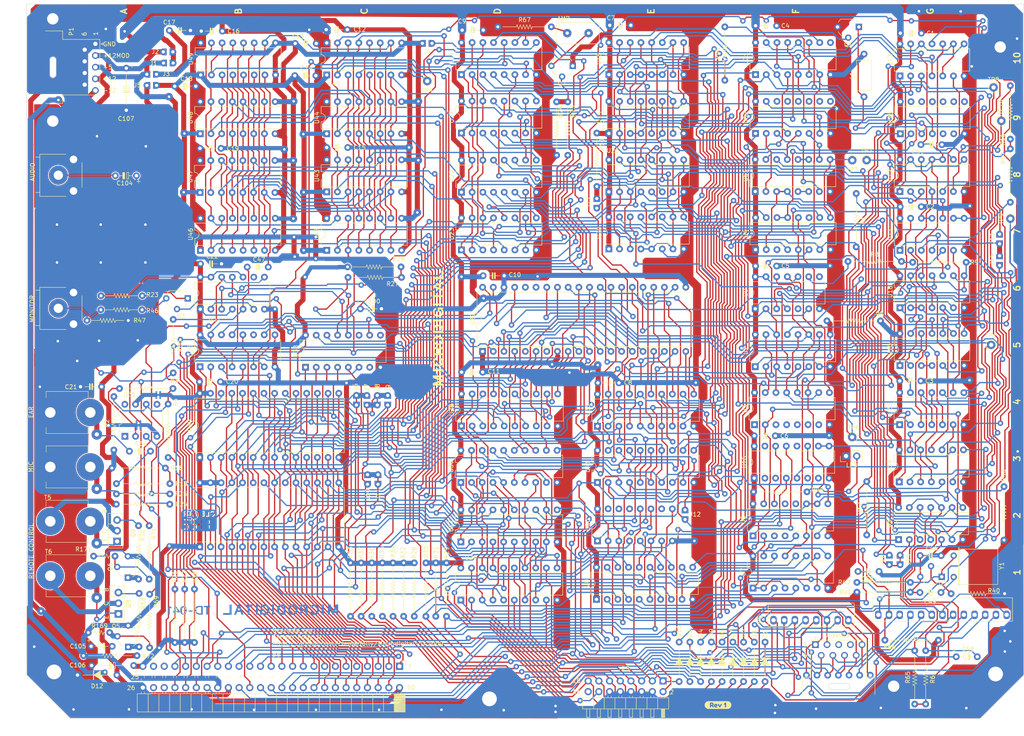
<source format=kicad_pcb>
(kicad_pcb (version 20221018) (generator pcbnew)
  (title_block (title "Microdigital - TK 2000") (date "2024-09-01") (rev "1") (company "Clemar Folly Jr. - https://www.x.com/clemarfolly - https://www.facebook.com/clemarjr") (comment 1 "Recriado Por") (comment 2 "https://github.com/clemarfolly/Microdigital-TK2000") (comment 3 "Disponível em") (comment 4 "Esquema Parte do Projeto RecriaBR"))
  (layers (0 "F.Cu" signal) (31 "B.Cu" signal) (34 "B.Paste" user) (35 "F.Paste" user) (36 "B.SilkS" user "B.Silkscreen") (37 "F.SilkS" user "F.Silkscreen") (38 "B.Mask" user) (39 "F.Mask" user) (44 "Edge.Cuts" user))
  (net 0 "")
  (net 1 "Net-(Q2-C)")
  (net 2 "Net-(U37-Q1)")
  (net 3 "Net-(Q2-B)")
  (net 4 "Net-(Q1-C)")
  (net 5 "GND")
  (net 6 "Net-(T3-In)")
  (net 7 "Net-(T7-In)")
  (net 8 "Net-(D1-K)")
  (net 9 "Net-(D1-A)")
  (net 10 "+5V")
  (net 11 "Net-(D3-K)")
  (net 12 "Net-(D3-A)")
  (net 13 "Net-(D4-K)")
  (net 14 "Net-(D4-A)")
  (net 15 "Net-(D5-K)")
  (net 16 "Net-(D5-A)")
  (net 17 "Net-(D6-K)")
  (net 18 "Net-(D6-A)")
  (net 19 "Net-(D7-K)")
  (net 20 "Net-(D7-A)")
  (net 21 "Net-(D8-K)")
  (net 22 "Net-(D8-A)")
  (net 23 "Net-(D9-K)")
  (net 24 "Net-(D9-A)")
  (net 25 "Net-(D10-K)")
  (net 26 "Net-(D10-A)")
  (net 27 "Net-(D13-A)")
  (net 28 "Net-(J4-B)")
  (net 29 "Net-(J6-A)")
  (net 30 "Net-(J10-A)")
  (net 31 "Net-(J12-A)")
  (net 32 "Net-(J12-B)")
  (net 33 "Net-(J13-A)")
  (net 34 "Net-(J13-B)")
  (net 35 "Net-(C58-Pad1)")
  (net 36 "Net-(J14-A)")
  (net 37 "Net-(J15-A)")
  (net 38 "Net-(J16-A)")
  (net 39 "Net-(J17-B)")
  (net 40 "Net-(U17-I3b)")
  (net 41 "Net-(U17-I3a)")
  (net 42 "Net-(Q7-E)")
  (net 44 "Net-(U10-Pad3)")
  (net 48 "Net-(U36-Q4)")
  (net 49 "Net-(U17-I2b)")
  (net 50 "Net-(U17-I0b)")
  (net 51 "Net-(U17-I2a)")
  (net 52 "Net-(U17-I1b)")
  (net 53 "Net-(C47-Pad2)")
  (net 54 "Net-(U17-I0a)")
  (net 55 "Net-(U24-~{MR})")
  (net 56 "Net-(Q1-B)")
  (net 57 "Net-(Q2-E)")
  (net 58 "Net-(Q3-C)")
  (net 59 "Net-(Q3-B)")
  (net 60 "Net-(Q3-E)")
  (net 61 "Net-(Q5-C)")
  (net 62 "Net-(Q5-B)")
  (net 63 "Net-(Q6-C)")
  (net 64 "Net-(Q6-B)")
  (net 65 "Net-(Q7-B)")
  (net 66 "Net-(Q8-E)")
  (net 67 "Net-(Q8-C)")
  (net 68 "Net-(Q8-B)")
  (net 69 "Net-(Q9-E)")
  (net 70 "Net-(Q9-C)")
  (net 71 "Net-(Q9-B)")
  (net 72 "Net-(U22-S0)")
  (net 73 "Net-(U31--)")
  (net 74 "Net-(U17-I1a)")
  (net 75 "Net-(U2-Mr)")
  (net 76 "Net-(U9-Q2)")
  (net 77 "Net-(U52-S)")
  (net 78 "Net-(C58-Pad2)")
  (net 79 "Net-(U31-+)")
  (net 80 "Net-(T4-In)")
  (net 81 "Net-(U37-D2)")
  (net 82 "Net-(U36-Q5)")
  (net 83 "Net-(U6-Za)")
  (net 84 "Net-(U36-Q0)")
  (net 85 "Net-(T2-In)")
  (net 86 "Net-(U36-Q1)")
  (net 87 "Net-(U36-Q3)")
  (net 88 "Net-(U29-PHI0)")
  (net 89 "Net-(U16-Cp)")
  (net 90 "Net-(U2-P3)")
  (net 91 "Net-(U14-Q0)")
  (net 92 "Net-(U2-P0)")
  (net 93 "Net-(U2-P1)")
  (net 94 "Net-(U2-S1)")
  (net 95 "Net-(U2-Q2)")
  (net 102 "Net-(U3-Zb)")
  (net 103 "Net-(U3-I0b)")
  (net 104 "Net-(U4-Q0)")
  (net 105 "Net-(U11-Pad10)")
  (net 107 "Net-(U4-D0)")
  (net 108 "Net-(TP7-Pad1)")
  (net 109 "Net-(U11-Pad11)")
  (net 111 "Net-(U4-D3)")
  (net 112 "Net-(U4-Q3)")
  (net 113 "Net-(U20-TC)")
  (net 114 "Net-(U20-~{PE})")
  (net 115 "Net-(U16-Q2)")
  (net 118 "Net-(U52-Zb)")
  (net 119 "Net-(U51-D5)")
  (net 120 "Net-(U30-DIR)")
  (net 123 "Net-(U16-Q1)")
  (net 124 "Net-(U10-Pad1)")
  (net 125 "Net-(U28-~{OEa})")
  (net 126 "Net-(U7-D1)")
  (net 127 "Net-(U7-D2)")
  (net 128 "Net-(U7-D3)")
  (net 129 "Net-(U7-D4)")
  (net 130 "Net-(U7-D5)")
  (net 131 "Net-(U7-D6)")
  (net 132 "Net-(U7-D7)")
  (net 133 "Net-(U7-PE)")
  (net 134 "Net-(U9-CK1)")
  (net 137 "Net-(U16-P1)")
  (net 140 "Net-(U14-Q1)")
  (net 141 "Net-(U52-Za)")
  (net 142 "Net-(U14-Q2)")
  (net 143 "Net-(U11-Pad2)")
  (net 144 "Net-(U10-Pad13)")
  (net 145 "Net-(U15-Q3)")
  (net 146 "Net-(U16-S0)")
  (net 147 "Net-(U15-Q2)")
  (net 148 "Net-(U14-CP)")
  (net 149 "Net-(P5-Pad22)")
  (net 150 "Net-(U14-D3)")
  (net 151 "Net-(U14-CEP)")
  (net 152 "Net-(U14-TC)")
  (net 153 "Net-(U15-Q1)")
  (net 154 "Net-(U15-Q0)")
  (net 157 "Net-(U16-P2)")
  (net 161 "Net-(U10-Pad10)")
  (net 162 "Net-(U10-Pad11)")
  (net 164 "Net-(U17-~{OEa})")
  (net 165 "Net-(U12-Pad3)")
  (net 166 "Net-(U20-Q1)")
  (net 167 "Net-(C64-Pad2)")
  (net 168 "Net-(U20-Q2)")
  (net 169 "Net-(U11-Pad1)")
  (net 170 "Net-(U29-PHI2)")
  (net 171 "Net-(U20-CEP)")
  (net 172 "Net-(U21-S2)")
  (net 173 "Net-(U21-S1)")
  (net 175 "Net-(U21-S4)")
  (net 176 "Net-(U11-Pad4)")
  (net 177 "Net-(U21-A4)")
  (net 178 "Net-(U18-Pad9)")
  (net 179 "Net-(U21-S3)")
  (net 180 "Net-(U22-Za)")
  (net 181 "Net-(U22-Zb)")
  (net 182 "Net-(U23-Za)")
  (net 183 "Net-(U23-Zb)")
  (net 184 "Net-(U24-CP)")
  (net 185 "Net-(U26-Q2)")
  (net 186 "Net-(U26-Q1)")
  (net 187 "Net-(U26-Q0)")
  (net 188 "+12V")
  (net 189 "Net-(U27-Za)")
  (net 190 "-5V")
  (net 191 "Net-(U27-Zb)")
  (net 192 "Net-(U28-I0a)")
  (net 193 "Net-(R61-Pad2)")
  (net 194 "Net-(U28-I1a)")
  (net 195 "Net-(U28-I2a)")
  (net 196 "Net-(U28-I3a)")
  (net 197 "Net-(R16-Pad1)")
  (net 198 "Net-(U28-I0b)")
  (net 199 "Net-(U28-I1b)")
  (net 200 "Net-(U28-I2b)")
  (net 201 "Net-(U28-I3b)")
  (net 202 "Net-(U29-PHI1)")
  (net 205 "Net-(U29-AB8)")
  (net 206 "Net-(U29-AB9)")
  (net 208 "Net-(U29-AB10)")
  (net 209 "Net-(U29-AB11)")
  (net 210 "Net-(U29-AB12)")
  (net 211 "Net-(U29-AB13)")
  (net 212 "Net-(U29-AB14)")
  (net 213 "-12V")
  (net 214 "Net-(U29-AB15)")
  (net 215 "Net-(U29-DB7)")
  (net 216 "Net-(C49-Pad1)")
  (net 217 "Net-(LS1-Pad2)")
  (net 218 "Net-(U29-DB6)")
  (net 219 "Net-(U29-DB5)")
  (net 220 "Net-(U29-DB4)")
  (net 221 "Net-(U29-DB3)")
  (net 222 "Net-(U29-DB2)")
  (net 223 "Net-(U29-DB1)")
  (net 224 "Net-(U29-DB0)")
  (net 225 "Net-(U29-R{slash}~{W})")
  (net 226 "Net-(R2-Pad2)")
  (net 232 "Net-(U42-~{CAS})")
  (net 233 "Net-(U34-Za)")
  (net 234 "Net-(U34-I2b)")
  (net 236 "Net-(U36-~{E})")
  (net 237 "Net-(U37-D1)")
  (net 238 "Net-(U37-CK1)")
  (net 240 "Net-(U37-CK2)")
  (net 241 "P2_NMI")
  (net 242 "Vpm")
  (net 243 "J3_P1")
  (net 244 "Vnm")
  (net 245 "P2_RESET")
  (net 246 "P2_SOUND")
  (net 247 "P2_IOSEL")
  (net 248 "P2_A0")
  (net 249 "P2_A1")
  (net 250 "P2_A2")
  (net 251 "P2_A3")
  (net 252 "P2_A4")
  (net 253 "P2_A5")
  (net 254 "P2_A6")
  (net 255 "P2_A7")
  (net 256 "P2_A8")
  (net 257 "P2_A9")
  (net 258 "P2_A10")
  (net 259 "P2_A11")
  (net 260 "P2_A12")
  (net 261 "P2_A13")
  (net 262 "P2_A14")
  (net 263 "P2_A15")
  (net 264 "P2_R~{W}")
  (net 265 "P2_EXT8")
  (net 266 "P2_EXTE")
  (net 267 "P2_RDY")
  (net 268 "P2_DMA")
  (net 269 "P2_IRQ")
  (net 270 "P2_EXTM")
  (net 271 "P2_EXT6")
  (net 272 "P2_2M")
  (net 273 "P2_PHI1")
  (net 274 "P2_IODIS")
  (net 275 "P2_PHI2")
  (net 276 "P2_EXTC")
  (net 277 "P2_D7")
  (net 278 "P2_D6")
  (net 279 "P2_D5")
  (net 280 "P2_D4")
  (net 281 "P2_D3")
  (net 282 "P2_D2")
  (net 283 "P2_D1")
  (net 284 "P2_D0")
  (net 300 "Net-(U51-Q0)")
  (net 301 "Net-(U51-D2)")
  (net 302 "Net-(U51-Q2)")
  (net 303 "Net-(U51-Q3)")
  (net 304 "Net-(U51-D3)")
  (net 305 "Net-(U51-D4)")
  (footprint "Package_DIP:DIP-14_W7.62mm" (layer "F.Cu") (at 295.725 161.05 90)
    (fp_text reference "U19")
    (fp_text value "74LS08")
  )
  (footprint "Package_DIP:DIP-28_W15.24mm" (layer "F.Cu") (at 129.59735 155.23 90)
    (fp_text reference "U39")
    (fp_text value "2764")
  )
  (footprint "Package_TO_SOT_THT:TO-126-3_Vertical" (layer "F.Cu") (at 110.29 192.42 90)
    (fp_text reference "Q8")
    (fp_text value "BD140" hide)
  )
  (footprint "TK2000:J2_Mono_Panel" (layer "F.Cu") (at 94.1065 157.484833 90)
    (fp_text reference "T4")
    (fp_text value "MIC")
  )
  (footprint "MountingHole:MountingHole_3.5mm_Pad" (layer "F.Cu") (at 318.6 206.7)
    (fp_text reference "H3" hide)
    (fp_text value "MountingHole_Pad" hide)
  )
  (footprint "TK2000:Resistor_P5.08mm_Vertical" (layer "F.Cu") (at 109.474 178.689 180)
    (fp_text reference "R171")
    (fp_text value "3k3" hide)
  )
  (footprint "Package_DIP:DIP-14_W7.62mm" (layer "F.Cu") (at 295.88795 64.57465 90)
    (fp_text reference "U13")
    (fp_text value "74LS86")
  )
  (footprint "Package_DIP:DIP-14_W7.62mm" (layer "F.Cu") (at 295.825 147.45 90)
    (fp_text reference "U33")
    (fp_text value "74LS32")
  )
  (footprint "Package_DIP:DIP-14_W7.62mm" (layer "F.Cu") (at 295.88795 119.66095 90)
    (fp_text reference "U18")
    (fp_text value "74LS51")
  )
  (footprint "TK2000:Resistor_P12.7mm_Horizontal" (layer "F.Cu") (at 320.7385 187.6 180)
    (fp_text reference "R40")
    (fp_text value "47" hide)
  )
  (footprint "TK2000:Jumper_Open" (layer "F.Cu") (at 121.572 58.85 180)
    (fp_text reference "J2")
    (fp_text value "TK2000:Jumper_Open" hide)
  )
  (footprint "TK2000:Resistor_P12.7mm_Horizontal" (layer "F.Cu") (at 285.5 92.5 -90)
    (fp_text reference "R1")
    (fp_text value "1k")
  )
  (footprint "TK2000:Jumper_Open" (layer "F.Cu") (at 117.682 66.81 180)
    (fp_text reference "J5")
    (fp_text value "SolderJumper_2_Open" hide)
  )
  (footprint "TK2000:Resistor_P12.7mm_Horizontal" (layer "F.Cu") (at 109.2 153.4635 90)
    (fp_text reference "R2")
    (fp_text value "1k")
  )
  (footprint "Package_DIP:DIP-20_W7.62mm" (layer "F.Cu") (at 224.05355 147.8 90)
    (fp_text reference "U35")
    (fp_text value "74LS244")
  )
  (footprint "TK2000:Jumper_Open" (layer "F.Cu") (at 121.632 61.51 180)
    (fp_text reference "J1")
    (fp_text value "SolderJumper_2_Open" hide)
  )
  (footprint "Package_DIP:DIP-20_W7.62mm" (layer "F.Cu") (at 191.605 189.11415 90)
    (fp_text reference "U24")
    (fp_text value "74LS273")
  )
  (footprint "TK2000:C_Disc_D4.3mm_W1.9mm_P5.00mm" (layer "F.Cu") (at 261.29 150.09)
    (fp_text reference "C6")
    (fp_text value "0.1" hide)
  )
  (footprint "Package_DIP:DIP-16_W7.62mm" (layer "F.Cu") (at 191.74795 64.25725 90)
    (fp_text reference "U34")
    (fp_text value "74LS153")
  )
  (footprint "Package_DIP:DIP-14_W7.62mm" (layer "F.Cu") (at 295.875 92.05 90)
    (fp_text reference "U12")
    (fp_text value "74LS11")
  )
  (footprint "TK2000:Microdigital2" (layer "F.Cu") (at 186.224298 124.739362 90)
    (fp_text reference "G***" hide)
    (fp_text value "LOGO" hide)
  )
  (footprint "Package_DIP:DIP-16_W7.62mm" (layer "F.Cu") (at 129.75605 106.00845 90)
    (fp_text reference "U46")
    (fp_text value "4116_U47")
  )
  (footprint "TK2000:TO-92_Wide" (layer "F.Cu") (at 218.19 62.18 180)
    (fp_text reference "Q7")
    (fp_text value "BC548")
  )
  (footprint "TK2000:Jumper_Open" (layer "F.Cu") (at 169.45 160.976 -90)
    (fp_text reference "J10")
    (fp_text value "SolderJumper_2_Open" hide)
  )
  (footprint "TK2000:C_Polarized_P5.00mm" (layer "F.Cu") (at 103.81 200.11)
    (fp_text reference "C105")
    (fp_text value "47uF" hide)
  )
  (footprint "TK2000:C_Disc_D4.3mm_W1.9mm_P5.00mm" (layer "F.Cu") (at 300.675 178.55)
    (fp_text reference "C46")
    (fp_text value "C_Small" hide)
  )
  (footprint "Package_DIP:DIP-28_W15.24mm" (layer "F.Cu") (at 129.6 176.485 90)
    (fp_text reference "U40")
    (fp_text value "2764")
  )
  (footprint "Package_DIP:DIP-16_W7.62mm" (layer "F.Cu") (at 129.83545 64.33655 90)
    (fp_text reference "U49")
    (fp_text value "4116")
  )
  (footprint "TK2000:Jumper_Bridged" (layer "F.Cu") (at 171.763332 142.15 -90)
    (fp_text reference "J8")
    (fp_text value "SolderJumper_2_Open" hide)
  )
  (footprint "TK2000:Resistor_P12.7mm_Horizontal" (layer "F.Cu") (at 177.5135 112.45 180)
    (fp_text reference "R27")
    (fp_text value "1k5" hide)
  )
  (footprint "TK2000:Jumper_Bridged" (layer "F.Cu") (at 244.85 169.35 -90)
    (fp_text reference "J12")
    (fp_text value "SolderJumper_2_Open" hide)
  )
  (footprint "TK2000:Jumper_Open" (layer "F.Cu") (at 293.36 180.095 -90)
    (fp_text reference "J16")
    (fp_text value "SolderJumper_2_Open" hide)
  )
  (footprint "TK2000:TO-92_Wide_Invert" (layer "F.Cu") (at 305.809 182.961 180)
    (fp_text reference "Q2")
    (fp_text value "BF494B" hide)
  )
  (footprint "TK2000:C_Disc_D4.3mm_W1.9mm_P5.00mm" (layer "F.Cu") (at 261.6 109.74)
    (fp_text reference "C5")
    (fp_text value "0.1")
  )
  (footprint "TK2000:Jumper_Open" (layer "F.Cu") (at 174.24 141.134 90)
    (fp_text reference "J9")
    (fp_text value "SolderJumper_2_Open" hide)
  )
  (footprint "TK2000:C_Polarized_P10.00mm" (layer "F.Cu") (at 113.9201 204.682 180)
    (fp_text reference "C106")
    (fp_text value "100uF")
  )
  (footprint "TK2000:C_Disc_D4.3mm_W1.9mm_P5.00mm" (layer "F.Cu") (at 129.77 109.22)
    (fp_text reference "C22")
    (fp_text value "0.1")
  )
  (footprint "TK2000:MountingHole_2.7mm_Pad" (layer "F.Cu") (at 294.4 209.6)
    (fp_text reference "H4" hide)
    (fp_text value "MountingHole_Pad" hide)
  )
  (footprint "TK2000:Crystal_HC52-U_Horizontal" (layer "F.Cu") (at 308.65 183.65 90)
    (fp_text reference "Y1")
    (fp_text value "Crystal" hide)
  )
  (footprint "TK2000:C_Disc_D4.3mm_W1.9mm_P5.00mm" (layer "F.Cu") (at 295.84 137.05)
    (fp_text reference "C3")
    (fp_text value "0.1" hide)
  )
  (footprint "TK2000:Jumper_Open" (layer "F.Cu") (at 223.9 94.34625 90)
    (fp_text reference "J17")
    (fp_text value "SolderJumper_2_Open_Small" hide)
  )
  (footprint "MountingHole:MountingHole_3.5mm_Pad" (layer "F.Cu") (at 95 206.2)
    (fp_text reference "H2" hide)
    (fp_text value "MountingHole_Pad" hide)
  )
  (footprint "Connector_Pin:Pin_D1.0mm_L10.0mm" (layer "F.Cu") (at 183.62 65.79)
    (fp_text reference "TP4")
    (fp_text value "~{CAS}" hide)
  )
  (footprint "TK2000:C_Disc_D4.3mm_W1.9mm_P5.00mm" (layer "F.Cu") (at 112.9 153.75)
    (fp_text reference "C64")
    (fp_text value "?")
  )
  (footprint "Package_TO_SOT_THT:TO-126-3_Vertical" (layer "F.Cu") (at 109.975 175.19 90)
    (fp_text reference "Q9")
    (fp_text value "BD140" hide)
  )
  (footprint "Package_DIP:DIP-20_W7.62mm" (layer "F.Cu") (at 224.05355 161.17415 90)
    (fp_text reference "U41")
    (fp_text value "PAL14L4")
  )
  (footprint "TK2000:Resistor_P12.7mm_Horizontal" (layer "F.Cu") (at 302 201.15 -90)
    (fp_text reference "R61")
    (fp_text value "1k" hide)
  )
  (footprint "TK2000:Connector_AMP" (layer "F.Cu") (at 221.95 54.4 180)
    (fp_text reference "LS1" hide)
    (fp_text value "AMP")
  )
  (footprint "TK2000:Resistor_P12.7mm_Horizontal" (layer "F.Cu") (at 283.55 108.65)
    (fp_text reference "R8")
    (fp_text value "1k5")
  )
  (footprint "Package_DIP:DIP-14_W7.62mm" (layer "F.Cu") (at 295.88795 106.00845 90)
    (fp_text reference "U11")
    (fp_text value "74LS02")
  )
  (footprint "TK2000:C_Disc_D4.3mm_W1.9mm_P5.00mm" (layer "F.Cu") (at 196.9 112.05)
    (fp_text reference "C10")
    (fp_text value "0.1" hide)
  )
  (footprint "Package_DIP:DIP-20_W7.62mm" (layer "F.Cu") (at 191.74795 147.76 90)
    (fp_text reference "U28")
    (fp_text value "74LS244")
  )
  (footprint "MountingHole:MountingHole_2.7mm_Pad" (layer "F.Cu") (at 319.7 57.7)
    (fp_text reference "H8" hide)
    (fp_text value "MountingHole_Pad" hide)
  )
  (footprint "TK2000:Jumper_Bridged" (layer "F.Cu") (at 166.81 141.122 90)
    (fp_text reference "J6")
    (fp_text value "SolderJumper_2_Open" hide)
  )
  (footprint "Package_DIP:DIP-16_W7.62mm" (layer "F.Cu") (at 261.51855 92.03845 90)
    (fp_text reference "U51")
    (fp_text value "74LS174")
  )
  (footprint "Package_DIP:DIP-16_W7.62mm" (layer "F.Cu") (at 226.75235 64.25715 90)
    (fp_text reference "U15")
    (fp_text value "74LS161")
  )
  (footprint "TK2000:Diodo_9.38mm" (layer "F.Cu") (at 251.1 199.11 -90)
    (fp_text reference "D9")
    (fp_text value "D_Small" hide)
  )
  (footprint "Package_DIP:DIP-16_W7.62mm" (layer "F.Cu") (at 159.76 92.11785 90)
    (fp_text reference "U43")
    (fp_text value "4116_U43")
  )
  (footprint "TK2000:Diodo_9.38mm" (layer "F.Cu") (at 256.2 199.11 -90)
    (fp_text reference "D7")
    (fp_text value "D_Small" hide)
  )
  (footprint "Package_DIP:DIP-14_W7.62mm" (layer "F.Cu") (at 295.96735 78.30655 90)
    (fp_text reference "U25")
    (fp_text value "74LS04")
  )
  (footprint "MountingHole:MountingHole_3.5mm_Pad" (layer "F.Cu") (at 198.4 212.6)
    (fp_text reference "H1" hide)
    (fp_text value "MountingHole_Pad" hide)
  )
  (footprint "TK2000:C_Disc_D4.3mm_W1.9mm_P5.00mm" (layer "F.Cu") (at 261.6 52.64)
    (fp_text reference "C4")
    (fp_text value "0.1")
  )
  (footprint "TK2000:Diodo_9.38mm" (layer "F.Cu") (at 258.75 199.11 -90)
    (fp_text reference "D5")
    (fp_text value "D_Small" hide)
  )
  (footprint "TK2000:C_Disc_D4.3mm_W1.9mm_P5.00mm" (layer "F.Cu") (at 164.75 81.58 180)
    (fp_text reference "C15")
    (fp_text value "0.1" hide)
  )
  (footprint "TK2000:Resistor_P12.7mm_Horizontal" (layer "F.Cu") (at 200.3865 52.9)
    (fp_text reference "R67")
    (fp_text value "?")
  )
  (footprint "TK2000:Resistor_P5.08mm_Vertical" (layer "F.Cu") (at 103.124 196.85)
    (fp_text reference "R169")
    (fp_text value "3k3" hide)
  )
  (footprint "Package_DIP:DIP-16_W7.62mm" (layer "F.Cu") (at 224.05355 175.06475 90)
    (fp_text reference "U50")
    (fp_text value "74LS138")
  )
  (footprint "TK2000:Jumper_Bridged" (layer "F.Cu") (at 295.93 179.079 90)
    (fp_text reference "J15")
    (fp_text value "~")
  )
  (footprint "TK2000:Resistor_P12.7mm_Horizontal" (layer "F.Cu") (at 322.1 81.8865 -90)
    (fp_text reference "R17")
    (fp_text value "2k")
  )
  (footprint "TK2000:C_Disc_D4.3mm_W1.9mm_P5.00mm" (layer "F.Cu") (at 129.53 137.25)
    (fp_text reference "C20")
    (fp_text value "0.1" hide)
  )
  (footprint "TK2000:Resistor_P12.7mm_Horizontal" (layer "F.Cu") (at 110.5365 138.85)
    (fp_text reference "R3")
    (fp_text value "1M" hide)
  )
  (footprint "TK2000:C_Disc_D4.3mm_W1.9mm_P5.00mm" (layer "F.Cu") (at 134.66 81.78 180)
    (fp_text reference "C19")
    (fp_text value "0.1" hide)
  )
  (footprint "TK2000:Resistor_P12.7mm_Horizontal" (layer "F.Cu") (at 273.8135 163.4 180)
    (fp_text reference "R44")
    (fp_text value "220")
  )
  (footprint "TK2000:TO-92_Wide" (layer "F.Cu") (at 286.14 52.93 180)
    (fp_text reference "Q1")
    (fp_text value "BC548")
  )
  (footprint "TK2000:Resistor_P12.7mm_Horizontal" (layer "F.Cu") (at 188.2 180.2865 -90)
    (fp_text reference "R29")
    (fp_text value "1k" hide)
  )
  (footprint "TK2000:Resistor_P12.7mm_Horizontal" (layer "F.Cu") (at 278.5615 122.775)
    (fp_text reference "R5")
    (fp_text value "1k" hide)
  )
  (footprint "TK2000:Jumper_Open" (layer "F.Cu") (at 117.672 64.18 180)
    (fp_text reference "J3")
    (fp_text value "SolderJumper_2_Open" hide)
  )
  (footprint "TK2000:Jumper_Bridged" (layer "F.Cu") (at 319.55 102.815 90)
    (fp_text reference "J13")
    (fp_text value "~" hide)
  )
  (footprint "TK2000:C_Disc_D4.3mm_W1.9mm_P5.00mm" (layer "F.Cu") (at 300.85 80.9)
    (fp_text reference "C51")
    (fp_text value "C_Small" hide)
  )
  (footprint "TK2000:Resistor_P12.7mm_Horizontal" (layer "F.Cu") (at 109.7865 166.35)
    (fp_text reference "R24")
    (fp_text value "100" hide)
  )
  (footprint "TK2000:Resistor_P9.8mm_Horizontal" (layer "F.Cu") (at 112.61905 122.682 180)
    (fp_text reference "R47")
    (fp_text value "1k" hide)
  )
  (footprint "TK2000:Resistor_P12.7mm_Horizontal" (layer "F.Cu") (at 285.6615 187.25)
    (fp_text reference "R41")
    (fp_text value "47" hide)
  )
  (footprint "Inductor_THT:L_Axial_L7.0mm_D3.3mm_P10.16mm_Horizontal_Fastron_MICC" (layer "F.Cu") (at 287.35 69.53 90)
    (fp_text reference "L1")
    (fp_text value "47uH")
  )
  (footprint "TK2000:Diodo_9.38mm" (layer "F.Cu") (at 100.56 206.95)
    (fp_text reference "D12")
    (fp_text value "5V1" hide)
  )
  (footprint "TK2000:Jumper_Open" (layer "F.Cu") (at 184.121 56.82)
    (fp_text reference "J4")
    (fp_text value "SolderJumper_2_Open" hide)
  )
  (footprint "Package_DIP:DIP-16_W7.62mm" (layer "F.Cu") (at 260.99 186.27 90)
    (fp_text reference "U7")
    (fp_text value "74LS166")
  )
  (footprint "Package_DIP:DIP-16_W7.62mm" (layer "F.Cu") (at 129.67675 133.71035 90)
    (fp_text reference "U36")
    (fp_text value "74LS259")
  )
  (footprint "TK2000:Resistor_P12.7mm_Horizontal" (layer "F.Cu") (at 123.3 122.4365 -90)
    (fp_text reference "R60")
    (fp_text value "560")
  )
  (footprint "TK2000:Resistor_P12.7mm_Horizontal" (layer "F.Cu") (at 305.0135 198.65 180)
    (fp_text reference "R66")
    (fp_text value "1k" hide)
  )
  (footprint "Package_DIP:DIP-16_W7.62mm" (layer "F.Cu") (at 159.76 106.00845 90)
    (fp_text reference "U42")
    (fp_text value "4116_U42")
  )
  (footprint "TK2000:Resistor_P9.8mm_Horizontal" (layer "F.Cu") (at 115.95275 116.81025 180)
    (fp_text reference "R23")
    (fp_text value "1k" hide)
  )
  (footprint "TK2000:C_Disc_D4.3mm_W1.9mm_P5.00mm" (layer "F.Cu") (at 134.97 53.92 180)
    (fp_text reference "C16")
    (fp_text value "0.1" hide)
  )
  (footprint "Package_DIP:DIP-16_W7.62mm" (layer "F.Cu") (at 261.525 133.65 90)
    (fp_text reference "U2")
    (fp_text value "74LS194")
  )
  (footprint "TK2000:MountingHole_2.7mm" (layer "F.Cu") (at 268.6 209.6)
    (fp_text reference "H5" hide)
    (fp_text value "MountingHole_Pad" hide)
  )
  (footprint "Connector_Pin:Pin_D1.0mm_L10.0mm" (layer "F.Cu") (at 322.11 98.49 -90)
    (fp_text reference "TP9")
    (fp_text value "TestPoint_Small" hide)
  )
  (footprint "Package_DIP:DIP-14_W7.62mm" (layer "F.Cu") (at 129.725 120 90)
    (fp_text reference "U37")
    (fp_text value "74LS74")
  )
  (footprint "Package_DIP:DIP-16_W7.62mm" (layer "F.Cu") (at 261.59795 78.22715 90)
    (fp_text reference "U52")
    (fp_text value "74LS157")
  )
  (footprint "TK2000:Resistor_P12.7mm_Horizontal" (layer "F.Cu") (at 115.2 187.5365 -90)
    (fp_text reference "R68")
    (fp_text value "470" hide)
  )
  (footprint "Connector_PinHeader_2.54mm:PinHeader_1x02_P2.54mm_Vertical" (layer "F.Cu") (at 283.085 154.9 90)
    (fp_text reference "D13" hide)
    (fp_text value "LED")
  )
  (footprint "Package_DIP:DIP-14_W7.62mm" (layer "F.Cu") (at 261.525 119.9 90)
    (fp_text reference "U9")
    (fp_text value "74LS74")
  )
  (footprint "Connector_Pin:Pin_D1.0mm_L10.0mm" (layer "F.Cu") (at 287.97 84.59 180)
    (fp_text reference "TP7")
    (fp_text value "TestPoint_Small" hide)
  )
  (footprint "TK2000:Resistor_P12.7mm_Horizontal" (layer "F.Cu") (at 128.35 199.2135 90)
    (fp_text reference "R38")
    (fp_text value "1k" hide)
  )
  (footprint "TK2000:C_Disc_D4.3mm_W1.9mm_P5.00mm" (layer "F.Cu") (at 305.625 187.325 180)
    (fp_text reference "C49")
    (fp_text value "C_Small" hide)
  )
  (footprint "Package_DIP:DIP-20_W7.62mm" (layer "F.Cu") (at 223.81545 188.95535 90)
    (fp_text reference "U8")
    (fp_text value "74LS273")
  )
  (footprint "Package_DIP:DIP-20_W7.62mm" (layer "F.Cu") (at 191.605 175.30285 90)
    (fp_text reference "U17")
    (fp_text value "74LS244")
  )
  (footprint "TK2000:PinSocket_2x25_P2.54mm_Horizontal" (layer "F.Cu") (at 116.09 207.3975 90)
    (fp_text reference "P2")
    (fp_text value "Conector de Expansão")
  )
  (footprint "TK2000:Resistor_P12.7mm_Horizontal" (layer "F.Cu") (at 117.6 171.45 -90)
    (fp_text reference "R71")
    (fp_text value "5k6" hide)
  )
  (footprint "TK2000:Diodo_9.38mm" (layer "F.Cu") (at 246 199.11 -90)
    (fp_text reference "D3")
    (fp_text value "D_Small" hide)
  )
  (footprint "TK2000:Resistor_P12.7mm_Horizontal" (layer "F.Cu") (at 122.5135 161.45 180)
    (fp_text reference "R19")
    (fp_text value "12k")
  )
  (footprint "TK2000:Resistor_P12.7mm_Horizontal" (layer "F.Cu") (at 172.975 180.2865 -90)
    (fp_text reference "R35")
    (fp_text value "1k" hide)
  )
  (footprint "TK2000:C_Disc_D4.3mm_W1.9mm_P5.00mm" (layer "F.Cu") (at 191.92 53.69)
    (fp_text reference "C9")
    (fp_text value "0.1" hide)
  )
  (footprint "TK2000:C_Disc_D4.3mm_W1.9mm_P5.00mm" (layer "F.Cu") (at 295.98 54.41)
    (fp_text reference "C1")
    (fp_text value "0.1")
  )
  (footprint "TK2000:Resistor_P12.7mm_Horizontal" (layer "F.Cu") (at 320.6 162.1615 -90)
    (fp_text reference "R43")
    (fp_text value "1k" hide)
  )
  (footprint "Connector_Pin:Pin_D1.0mm_L10.0mm" (layer "F.Cu") (at 318.12 67.3)
    (fp_text reference "TP8")
    (fp_text value "TestPoint_Small" hide)
  )
  (footprint "TK2000:C_Disc_D4.3mm_W1.9mm_P5.00mm" (layer "F.Cu") (at 140.87715 109.98405)
    (fp_text reference "C47")
    (fp_text value "C_Small")
  )
  (footprint "TK2000:J2_Mono_Panel" (layer "F.Cu") (at 94.1065 170.418166 90)
    (fp_text reference "T5")
    (fp_text value "B - Remote")
  )
  (footprint "TK2000:Diodo_9.38mm" (layer "F.Cu") (at 253.65 199.11 -90)
    (fp_text reference "D6")
    (fp_text value "D_Small" hide)
  )
  (footprint "TK2000:Diodo_9.38mm" (layer "F.Cu") (at 243.45 199.11 -90)
    (fp_text reference "D10")
    (fp_text value "D_Small" hide)
  )
  (footprint "TK2000:Resistor_P12.7mm_Horizontal" (layer "F.Cu") (at 185.65 180.2865 -90)
    (fp_text reference "R31")
    (fp_text value "1k" hide)
  )
  (footprint "TK2000:Diodo_9.38mm" (layer "F.Cu") (at 263.85 199.11 -90)
    (fp_text reference "D1")
    (fp_text value "D_Small" hide)
  )
  (footprint "TK2000:Resistor_P12.7mm_Horizontal" (layer "F.Cu") (at 117.7 187.75 -90)
    (fp_text reference "R69")
    (fp_text value "5k6" hide)
  )
  (footprint "Connector_Pin:Pin_D1.0mm_L10.0mm" (layer "F.Cu") (at 319.97 75.25 90)
    (fp_text reference "TP10")
    (fp_text value "TestPoint_Small" hide)
  )
  (footprint "TK2000:Resistor_P12.7mm_Horizontal" (layer "F.Cu") (at 178.025 180.2865 -90)
    (fp_text reference "R32")
    (fp_text value "1k" hide)
  )
  (footprint "TK2000:Resistor_P12.7mm_Horizontal" (layer "F.Cu") (at 254.3 65.6 90)
    (fp_text reference "R45")
    (fp_text value "1k")
  )
  (footprint "TK2000:Resistor_P12.7mm_Horizontal" (layer "F.Cu") (at 164.7 109.95)
    (fp_text reference "R26")
    (fp_text value "1k" hide)
  )
  (footprint "TK2000:Jumper_Open" (layer "F.Cu") (at 319.55 107.952 90)
    (fp_text reference "J14")
    (fp_text value "SolderJumper_2_Open" hide)
  )
  (footprint "TK2000:TO-92_Wide" (layer "F.Cu") (at 126.74 117.43 180)
    (fp_text reference "Q3")
    (fp_text value "BC548")
  )
  (footprint "Package_DIP:DIP-16_W7.62mm" (layer "F.Cu") (at 226.75235 78.22715 90)
    (fp_text reference "U14")
    (fp_text value "74LS161")
  )
  (footprint "Package_DIP:DIP-16_W7.62mm" (layer "F.Cu") (at 261.59795 105.84975 90)
    (fp_text reference "U4")
    (fp_text value "74LS175")
  )
  (footprint "TK2000:J2_Mono_Panel" (layer "F.Cu") (at 94.1065 183.3515 90)
    (fp_text reference "T6")
    (fp_text value "A - Remote")
  )
  (footprint "TK2000:C_Polarized_P5.00mm" (layer "F.Cu") (at 167.75 119.9)
    (fp_text reference "C100")
    (fp_text value "C_Polarized_Small")
  )
  (footprint "TK2000:C_Disc_D4.3mm_W1.9mm_P5.00mm" (layer "F.Cu") (at 295.95 95.65)
    (fp_text reference "C2")
    (fp_text value "0.1" hide)
  )
  (footprint "kibuzzard-66D4FA69" (layer "F.Cu") (at 252.6792 214.0712)
    (fp_text reference "kibuzzard-66D4FA69" hide)
    (fp_text value "G***" hide)
  )
  (footprint "TK2000:Resistor_P12.7mm_Horizontal" (layer "F.Cu") (at 122.1 142.5365 -90)
    (fp_text reference "R4")
    (fp_text value "12k" hide)
  )
  (footprint "Package_DIP:DIP-16_W7.62mm" (layer "F.Cu") (at 191.74795 78.14785 90)
    (fp_text reference "U27")
    (fp_text value "74LS153")
  )
  (footprint "Package_DIP:DIP-16_W7.62mm" (layer "F.Cu") (at 261.35985 147.44215 90)
    (fp_text reference "U3")
    (fp_text value "74LS153")
  )
  (footprint "Package_DIP:DIP-16_W7.62mm" (layer "F.Cu") (at 226.75235 105.69095 90)
    (fp_text reference "U20")
    (fp_text value "74LS161")
  )
  (footprint "TK2000:C_Disc_D4.3mm_W1.9mm_P5.00mm" (layer "F.Cu") (at 290.925 182.325 180)
    (fp_text reference "C50")
    (fp_text value "C_Small" hide)
  )
  (footprint "Package_DIP:DIP-16_W7.62mm" (layer "F.Cu") (at 159.76 64.33655 90)
    (fp_text reference "U45")
    (fp_text value "4116_U47")
  )
  (footprint "Connector_Pin:Pin_D1.0mm_L10.0mm" (layer "F.Cu") (at 284.56 84.6)
    (fp_text reference "TP3")
    (fp_text value "TestPoint_Small" hide)
  )
  (footprint "TK2000:Resistor_P12.7mm_Horizontal" (layer "F.Cu") (at 223.9 78.15 -90)
    (fp_text reference "R10")
    (fp_text value "1k")
  )
  (footprint "Package_DIP:DIP-14_W7.62mm" (layer "F.Cu") (at 295.575 174.75 90)
    (fp_text reference "U5")
    (fp_text value "74LS04")
  )
  (footprint "Package_DIP:DIP-14_W7.62mm" (layer "F.Cu") (at 295.88795 133.39275 90)
    (fp_text reference "U10")
    (fp_text value "74LS02")
  )
  (footprint "TK2000:C_Disc_D4.3mm_W1.9mm_P5.00mm" (layer "F.Cu") (at 224.15 137.51)
    (fp_text reference "C8")
    (fp_text value "0.1" hide)
  )
  (footprint "Package_DIP:DIP-16_W7.62mm" (layer "F.Cu") (at 129.67675 92.27655 90)
    (fp_text reference "U47")
    (fp_text value "4116_U47")
  )
  (footprint "TK2000:Resistor_P12.7mm_Horizontal" (layer "F.Cu") (at 108.7365 157.75)
    (fp_text reference "R18")
    (fp_text value "12k")
  )
  (footprint "TK2000:C_Disc_D4.3mm_W1.9mm_P5.00mm" (layer "F.Cu") (at 152.27 56.85)
    (fp_text reference "C13")
    (fp_text value "0.1" hide)
  )
  (footprint "TK2000:Resistor_P12.7mm_Horizontal" (layer "F.Cu") (at 180.55 180.2865 -90)
    (fp_text reference "R28")
    (fp_text value "1k" hide)
  )
  (footprint "TK2000:RCA_AV-8,4-5A" (layer "F.Cu") (at 96.02 88.16 90)
    (fp_text reference "T7")
    (fp_text value "AUDIO")
  )
  (footprint "Package_DIP:DIP-16_W7.62mm" (layer "F.Cu") (at 226.75235 92.11785 90)
    (fp_text reference "U26")
    (fp_text value "74LS161")
  )
  (footprint "TK2000:Diodo_9.38mm" (layer "F.Cu") (at 261.3 199.11 -90)
    (fp_text reference "D8")
    (fp_text value "D_Small" hide)
  )
  (footprint "TK2000:C_Disc_D4.3mm_W1.9mm_P5.00mm" (layer "F.Cu") (at 152.17 64.5)
    (fp_text reference "C14")
    (fp_text value "0.1" hide)
  )
  (footprint "TK2000:Resistor_P12.7mm_Horizontal" (layer "F.Cu") (at 114.69 202.34 180)
    (fp_text reference "R72")
    (fp_text value "?" hide)
  )
  (footprint "TK2000:C_Disc_D4.3mm_W1.9mm_P5.00mm" (layer "F.Cu") (at 106.29 138.42 180)
    (fp_text reference "C21")
    (fp_text value "0.1" hide)
  )
  (footprint "TK2000:Jumper_Open" (layer "F.Cu") (at 169.286666 142.15 -90)
    (fp_text reference "J7")
    (fp_text value "SolderJumper_2_Open" hide)
  )
  (footprint "TK2000:Resistor_P12.7mm_Horizontal" (layer "F.Cu") (at 217 83.4135 90)
    (fp_text reference "R73")
    (fp_text value "?")
  )
  (footprint "TK2000:PinHeader_2x08_P2.54mm_Horizontal" (layer "F.Cu") (at 239.625 208.35 -90)
    (fp_text reference "P3")
    (fp_text value "P3")
  )
  (footprint "TK2000:C_Polarized_P5.00mm" (layer "F.Cu") (at 309.25 202.6)
    (fp_text reference "C58")
    (fp_text value "C_Polarized_Small" hide)
  )
  (footprint "TK2000:RCA_AV-8,4-5A" (layer "F.Cu") (at 96.02 119.79 90)
    (fp_text reference "T2")
    (fp_text value "MONITOR")
  )
  (footprint "TK2000:Resistor_P12.7mm_Horizontal" (layer "F.Cu") (at 183.3 180.2865 -90)
    (fp_text reference "R30")
    (fp_text value "1k" hide)
  )
  (footprint "TK2000:Resistor_P9.8mm_Horizontal" (layer "F.Cu") (at 106.1085 120.142)
    (fp_text reference "R46")
    (fp_text value "1k" hide)
  )
  (footprint "TK2000:Resistor_P12.7mm_Horizontal" (layer "F.Cu") (at 299.4 213.85 90)
    (fp_text reference "R65")
    (fp_text value "1k" hide)
  )
  (footprint "TK2000:MountingHole_2.7mm_Pad" (layer "F.Cu") (at 94.7 75.3)
    (fp_text reference "H6" hide)
    (fp_text value "MountingHole_Pad" hide)
  )
  (footprint "Package_DIP:DIP-16_W7.62mm" (layer "F.Cu") (at 159.76 78.3 90)
    (fp_text reference "U44")
    (fp_text value "4116_U47")
  )
  (footprint "Connector_Dsub:DSUB-9_Male_Horizontal_P2.77x2.54mm_EdgePinOffset9.40mm" (layer "F.Cu") (at 104.820331 56.95 -90)
    (fp_text reference "P1")
    (fp_text value "POWER")
  )
  (footprint "TK2000:C_Disc_D4.3mm_W1.9mm_P5.00mm" (layer "F.Cu") (at 226.97 52.53)
    (fp_text reference "C7")
    (fp_text value "0.1" hide)
  )
  (footprint "Package_DIP:DIP-16_W7.62mm" (layer "F.Cu") (at 191.74795 92.2 90)
    (fp_text reference "U22")
    (fp_text value "74LS153")
  )
  (footprint "Package_DIP:DIP-16_W7.62mm" (layer "F.Cu") (at 261.59795 64.25715 90)
    (fp_text reference "U21")
    (fp_text value "74LS283")
  )
  (footprint "TK2000:Resistor_P12.7mm_Horizontal" (layer "F.Cu") (at 175.5 180.2865 -90)
    (fp_text reference "R34")
    (fp_text value "1k" hide)
  )
  (footprint "TK2000:Jumper_Bridged" (layer "F.Cu") (at 171.93 159.96 90)
    (fp_text reference "J11")
    (fp_text value "SolderJumper_2_Open" hide)
  )
  (footprint "TK2000:C_Disc_D4.3mm_W1.9mm_P5.00mm" (layer "F.Cu") (at 123.66 67.02)
    (fp_text reference "C18")
    (fp_text value "0.1")
  )
  (footprint "TK2000:Resistor_P12.7mm_Horizontal" (layer "F.Cu") (at 126.025 199.2135 90)
    (fp_text reference "R22")
    (fp_text value "1k" hide)
  )
  (footprint "TK2000:Resistor_P12.7mm_Horizontal" (layer "F.Cu") (at 288 173.65 90)
    (fp_text reference "R12")
    (fp_text value "1k")
  )
  (footprint "Package_DIP:DIP-16_W7.62mm" (layer "F.Cu") (at 129.725 78.3 90)
    (fp_text reference "U48")
    (fp_text value "4116")
  )
  (footprint "TK2000:C_Disc_D4.3mm_W1.9mm_P5.00mm" (layer "F.Cu") (at 122.39 53.76)
    (fp_text reference "C17")
    (fp_text value "0.1" hide)
  )
  (footprint "TK2000:C_Disc_D4.3mm_W1.9mm_P5.00mm" (layer "F.Cu") (at 164.65 53.56 180)
    (fp_text reference "C12")
    (fp_text value "0.1" hide)
  )
  (footprint "TK2000:MountingHole_2.7mm_Pad" (layer "F.Cu") (at 94.7 51)
    (fp_text reference "H7" hide)
    (fp_text value "MountingHole_Pad" hide)
  )
  (footprint "TK2000:J2_Mono_Panel" (layer "F.Cu") (at 94.1065 144.5515 90)
    (fp_text reference "T3")
    (fp_text value "EAR")
  )
  (footprint "TK2000:Resistor_P12.7mm_Horizontal" (layer "F.Cu") (at 167.925 180.2865 -90)
    (fp_text reference "R37")
    (fp_text value "1k" hide)
  )
  (footprint "Package_DIP:DIP-40_W15.24mm" (layer "F.Cu") (at 196.77 130.03 90)
    (fp_text reference "U29")
    (fp_text value "6502")
  )
  (footprint "TK2000:Resistor_P12.7mm_Horizontal" (layer "F.Cu") (at 123.7 199.2135 90)
    (fp_text reference "R21")
    (fp_text value "1k" hide)
  )
  (footprint "TK2000:Diodo_9.38mm" (layer "F.Cu") (at 248.55 199.11 -90)
    (fp_text reference "D4")
    (fp_text value "D_Small" hide)
  )
  (footprint "Package_DIP:DIP-20_W7.62mm" (layer "F.Cu") (at 191.605 161.17415 90)
    (fp_text reference "U30")
    (fp_text value "74LS245")
  )
  (footprint "TK2000:C_Polarized_P10.00mm" (layer "F.Cu") (at 112.16 62.72 -90)
    (fp_text reference "C107")
    (fp_text value "100uF" hide)
  )
  (footprint "Package_DIP:DIP-16_W7.62mm" (layer "F.Cu") (at 261.275 160.15 90)
    (fp_text reference "U16")
    (fp_text value "74LS194")
  )
  (footprint "Connector_Dsub:DSUB-9_Male_Horizontal_P2.77x2.54mm_EdgePinOffset9.40mm" (layer "F.Cu") (at 275.8 199.719669)
    (fp_text reference "J100" hide)
    (fp_text value "Joystick")
  )
  (footprint "Package_DIP:DIP-16_W7.62mm" (layer "F.Cu") (at 154.725 133.8 90)
    (fp_text reference "U38")
    (fp_text value "74LS138")
  )
  (footprint "TK2000:Resistor_P12.7mm_Horizontal" (layer "F.Cu") (at 122.5135 163.9 180)
    (fp_text reference "R25")
    (fp_text value "12k" hide)
  )
  (footprint "TK2000:Resistor_P12.7mm_Horizontal" (layer "F.Cu") (at 165.4 180.2865 -90)
    (fp_text reference "R33")
    (fp_text value "1k" hide)
  )
  (footprint "TK2000:C_Polarized_P5.00mm" (layer "F.Cu") (at 114.562651 88.28 180)
    (fp_text reference "C104")
    (fp_text value "1uF")
  )
  (footprint "Package_DIP:DIP-16_W7.62mm" (layer "F.Cu") (at 260.99 173.87405 90)
    (fp_text reference "U6")
    (fp_text value "74LS253")
  )
  (footprint "Connector_Pin:Pin_D1.0mm_L10.0mm" (layer "F.Cu") (at 284.54 150.39)
    (fp_text reference "TP6")
    (fp_text value "TestPoint_Small" hide)
  )
  (footprint "TK2000:TO-92_Wide" (layer "F.Cu") (at 112.61 200.28 90)
    (fp_text reference "Q5")
    (fp_text value "BC548")
  )
  (footprint "TK2000:TO-92_Wide" (layer "F.Cu") (at 112.53965 183.8 90)
    (fp_text reference "Q6")
    (fp_text value "BC548")
  )
  (footprint "TK2000:Resistor_P12.7mm_Horizontal" (layer "F.Cu") (at 322.1 66.8865 -90)
    (fp_text reference "R16")
    (fp_text value "1k")
  )
  (footprint "Package_DIP:DIP-16_W7.62mm" (layer "F.Cu") (at 191.74795 105.92905 90)
    (fp_text reference "U23")
    (fp_text value "74LS153")
  )
  (footprint "TK2000:C_Disc_D4.3mm_W1.9mm_P5.00mm" (layer "F.Cu") (at 191.79 134.96)
    (fp_text reference "C11")
    (fp_text value "0.1" hide)
  )
  (footprint "TK2000:Connector_P5" (layer "F.Cu") (at 265.8545 193.905 90)
    (fp_text reference "P5")
    (fp_text value "Conector_P5")
  )
  (footprint "TK2000:Resistor_P12.7mm_Horizontal" (layer "F.Cu") (at 311.6135 108.85 180)
    (fp_text reference "R9")
    (fp_text value "12k")
  )
  (footprint "TK2000:Resistor_P12.7mm_Horizontal" (layer "F.Cu") (at 170.45 180.2865 -90)
    (fp_text reference "R36")
    (fp_text value "1k" hide)
  )
  (footprint "TK2000:Resistor_P12.7mm_Horizontal" (layer "F.Cu") (at 115.07 184.15 90)
    (fp_text reference "R70")
    (fp_text value "470" hide)
  )
  (footprint "Package_DIP:DIP-8_W7.62mm" (layer "F.Cu") (at 111.81745 150.22025 90)
    (fp_text reference "U31")
    (fp_text value "LM741")
  )
  (footprint "Connector_Pin:Pin_D1.0mm_L10.0mm" (layer "F.Cu") (at 317.55 128.48 180)
    (fp_text reference "TP1")
    (fp_text value "TestPoint_Small" hide)
  )
  (footprint "TK2000:Resistor_P12.7mm_Horizontal" (layer "F.Cu") (at 214.35 83.4135 90)
    (fp_text reference "R74")
    (fp_text value "?")
  )
  (footprint "TK2000:Resistor_P12.7mm_Horizontal" (layer "F.Cu") (at 285.6615 184.925)
    (fp_text reference "R42")
    (fp_text value "47" hide)
  )
  (footprint "TK2000:microdigital" (layer "B.Cu") (at 142.3 191.4 180)
    (fp_text reference "G***" hide)
    (fp_text value "LOGO" hide)
  )
  (footprint "TK2000:clemar" (layer "B.Cu") (at 129.4 170.2 180)
    (fp_text reference "G***" hide)
    (fp_text value "LOGO" hide)
  )
  (gr_arc (start 95.5 64.25) (mid 94.75 65) (end 94 64.25) (stroke (width 0.1)) (layer "Edge.Cuts"))
  (gr_line (start 98.83 217.31) (end 314.96 217.3) (stroke (width 0.1)) (layer "Edge.Cuts"))
  (gr_line (start 325.3 47.5) (end 88.5 47.5) (stroke (width 0.1)) (layer "Edge.Cuts"))
  (gr_line (start 88.5 47.5) (end 88.5 206.97) (stroke (width 0.1)) (layer "Edge.Cuts"))
  (gr_line (start 94 64.25) (end 94 60.75) (stroke (width 0.1)) (layer "Edge.Cuts"))
  (gr_arc (start 283.25 208.9) (mid 284 209.65) (end 283.25 210.4) (stroke (width 0.1)) (layer "Edge.Cuts"))
  (gr_arc (start 94 60.75) (mid 94.75 60) (end 95.5 60.75) (stroke (width 0.1)) (layer "Edge.Cuts"))
  (gr_line (start 283.25 210.4) (end 279.75 210.4) (stroke (width 0.1)) (layer "Edge.Cuts"))
  (gr_line (start 88.5 206.97) (end 98.83 217.31) (stroke (width 0.1)) (layer "Edge.Cuts"))
  (gr_arc (start 279.75 210.4) (mid 279 209.65) (end 279.75 208.9) (stroke (width 0.1)) (layer "Edge.Cuts"))
  (gr_line (start 325.3 206.97) (end 325.3 47.5) (stroke (width 0.1)) (layer "Edge.Cuts"))
  (gr_line (start 279.75 208.9) (end 283.25 208.9) (stroke (width 0.1)) (layer "Edge.Cuts"))
  (gr_line (start 325.3 206.97) (end 314.96 217.3) (stroke (width 0.1)) (layer "Edge.Cuts"))
  (gr_line (start 95.5 60.75) (end 95.5 64.25) (stroke (width 0.1)) (layer "Edge.Cuts"))
  (gr_text "+12" (at 108.2 65.25) (layer "F.SilkS") (effects (font (size 1 1))))
  (gr_text "E   C   B" (at 107.4 189.9 90) (layer "F.SilkS") (effects (font (size 1 1))))
  (gr_text "Recriado por:\nClemar Folly Jr.\nhttps://github.com/clemarfolly/Microdigital-TK2000" (at 146.7358 200.0758) (layer "F.SilkS") (effects (font (size 1 1)) (justify left bottom)))
  (gr_text "6" (at 102.2 54.6 90) (layer "F.SilkS") (effects (font (size 1 1))))
  (gr_text "4" (at 323.7 142.004758 90) (layer "F.SilkS") (effects (font (size 1.5 1.5) (thickness 0.3))))
  (gr_text "50" (at 179.8 209.9) (layer "F.SilkS") (effects (font (size 1 1))))
  (gr_text "E" (at 107 174.7 90) (layer "F.SilkS") (effects (font (size 1 1))))
  (gr_text "+12MOD" (at 109.795238 59.75) (layer "F.SilkS") (effects (font (size 1 1))))
  (gr_text "10" (at 323.7 60.3 90) (layer "F.SilkS") (effects (font (size 1.5 1.5) (thickness 0.3))))
  (gr_text "3" (at 323.7 155.50317 90) (layer "F.SilkS") (effects (font (size 1.5 1.5) (thickness 0.3))))
  (gr_text "-12" (at 108.2 68) (layer "F.SilkS") (effects (font (size 1 1))))
  (gr_text "REMOTE CONTROL" (at 89.6 177.5 90) (layer "F.SilkS") (effects (font (size 1 1))))
  (gr_text "16" (at 219.1 210.9) (layer "F.SilkS") (effects (font (size 1 1))))
  (gr_text "5" (at 323.7 128.506346 90) (layer "F.SilkS") (effects (font (size 1.5 1.5) (thickness 0.3))))
  (gr_text "25" (at 114.2 207.4) (layer "F.SilkS") (effects (font (size 1 1))))
  (gr_text "15" (at 219.1 208.3) (layer "F.SilkS") (effects (font (size 1 1))))
  (gr_text "G" (at 303.1 49.2 90) (layer "F.SilkS") (effects (font (size 1.5 1.5) (thickness 0.3))))
  (gr_text "B" (at 107 168 90) (layer "F.SilkS") (effects (font (size 1 1))))
  (gr_text "26" (at 113.3 210) (layer "F.SilkS") (effects (font (size 1 1))))
  (gr_text "B" (at 138.8 49.2 90) (layer "F.SilkS") (effects (font (size 1.5 1.5) (thickness 0.3))))
  (gr_text "+5" (at 106.553572 62.5) (layer "F.SilkS") (effects (font (size 1 1)) (justify left)))
  (gr_text "6" (at 323.7 115.007934 90) (layer "F.SilkS") (effects (font (size 1.5 1.5) (thickness 0.3))))
  (gr_text "1" (at 241.7 208.3) (layer "F.SilkS") (effects (font (size 1 1))))
  (gr_text "1" (at 104.9 54.5 90) (layer "F.SilkS") (effects (font (size 1 1))))
  (gr_text "1" (at 273.4 199.6) (layer "F.SilkS") (effects (font (size 1 1))))
  (gr_text "D" (at 200.3 49.2 90) (layer "F.SilkS") (effects (font (size 1.5 1.5) (thickness 0.3))))
  (gr_text "8" (at 323.7 88.01111 90) (layer "F.SilkS") (effects (font (size 1.5 1.5) (thickness 0.3))))
  (gr_text "9" (at 323.7 74.512698 90) (layer "F.SilkS") (effects (font (size 1.5 1.5) (thickness 0.3))))
  (gr_text "1" (at 179.5 204.9) (layer "F.SilkS") (effects (font (size 1 1))))
  (gr_text "C" (at 168.7 49.2 90) (layer "F.SilkS") (effects (font (size 1.5 1.5) (thickness 0.3))))
  (gr_text "GND" (at 108.152381 57) (layer "F.SilkS") (effects (font (size 1 1))))
  (gr_text "2" (at 323.7 169.001582 90) (layer "F.SilkS") (effects (font (size 1.5 1.5) (thickness 0.3))))
  (gr_text "E" (at 236.8 49.2 90) (layer "F.SilkS") (effects (font (size 1.5 1.5) (thickness 0.3))))
  (gr_text "F" (at 271.18333 49.2 90) (layer "F.SilkS") (effects (font (size 1.5 1.5) (thickness 0.3))))
  (gr_text "1" (at 323.7 182.5 90) (layer "F.SilkS") (effects (font (size 1.5 1.5) (thickness 0.3))))
  (gr_text "C" (at 107 172.8 90) (layer "F.SilkS") (effects (font (size 1 1))))
  (gr_text "6" (at 273.4 202.3) (layer "F.SilkS") (effects (font (size 1 1))))
  (gr_text "2" (at 241.7 211) (layer "F.SilkS") (effects (font (size 1 1))))
  (gr_text "A" (at 111.6 49.2 90) (layer "F.SilkS") (effects (font (size 1.5 1.5) (thickness 0.3))))
  (gr_text "7" (at 323.7 101.509522 90) (layer "F.SilkS") (effects (font (size 1.5 1.5) (thickness 0.3))))
  (segment (start 300.675 178.55) (end 303.3 178.55) (width 0.3) (layer "F.Cu") (net 1))
  (segment (start 298.4365 187.325) (end 298.3615 187.25) (width 0.3) (layer "F.Cu") (net 1))
  (segment (start 305.735 176.115) (end 305.735 174.75) (width 0.3) (layer "F.Cu") (net 1))
  (segment (start 300.625 187.325) (end 298.4365 187.325) (width 0.3) (layer "F.Cu") (net 1))
  (segment (start 300.729 184.8825) (end 300.729 183.596) (width 0.3) (layer "F.Cu") (net 1))
  (segment (start 300.729 183.596) (end 300.729 178.604) (width 0.3) (layer "F.Cu") (net 1))
  (segment (start 300.729 178.604) (end 300.675 178.55) (width 0.3) (layer "F.Cu") (net 1))
  (segment (start 303.3 178.55) (end 305.735 176.115) (width 0.3) (layer "F.Cu") (net 1))
  (segment (start 298.3615 187.25) (end 300.729 184.8825) (width 0.3) (layer "F.Cu") (net 1))
  (segment (start 285.89465 184.99335) (end 288.27595 184.99335) (width 0.3) (layer "B.Cu") (net 1))
  (segment (start 290.49845 187.21595) (end 298.19775 187.21595) (width 0.3) (layer "B.Cu") (net 1))
  (segment (start 298.19775 187.21595) (end 298.27715 187.29525) (width 0.3) (layer "B.Cu") (net 1))
  (segment (start 288.27595 184.99335) (end 290.49845 187.21595) (width 0.3) (layer "B.Cu") (net 1))
  (segment (start 140.87655 110.69835) (end 140.87655 109.90465) (width 0.3) (layer "F.Cu") (net 2))
  (segment (start 141.19405 116.10795) (end 141.19405 111.01595) (width 0.3) (layer "F.Cu") (net 2))
  (segment (start 139.885 120) (end 139.885 117.417) (width 0.3) (layer "F.Cu") (net 2))
  (segment (start 139.885 117.417) (end 141.19405 116.10795) (width 0.3) (layer "F.Cu") (net 2))
  (segment (start 141.19405 111.01595) (end 140.87655 110.69835) (width 0.3) (layer "F.Cu") (net 2))
  (segment (start 123.33465 122.44595) (end 137.44855 122.44595) (width 0.3) (layer "B.Cu") (net 2))
  (segment (start 137.44855 122.44595) (end 139.91605 119.97835) (width 0.3) (layer "B.Cu") (net 2))
  (segment (start 305.809 183.596) (end 305.809 182.091) (width 0.3) (layer "F.Cu") (net 3))
  (segment (start 305.809 182.091) (end 308.65 179.25) (width 0.3) (layer "F.Cu") (net 3))
  (segment (start 308.65 179.25) (end 308.65 178.57) (width 0.3) (layer "F.Cu") (net 3))
  (segment (start 290.33965 184.83465) (end 298.19775 184.83465) (width 0.3) (layer "B.Cu") (net 3))
  (segment (start 298.27715 184.91405) (end 302.56345 184.91405) (width 0.3) (layer "B.Cu") (net 3))
  (segment (start 298.19775 184.83465) (end 298.27715 184.91405) (width 0.3) (layer "B.Cu") (net 3))
  (segment (start 303.8814 183.596) (end 303.67465 183.80275) (width 0.3) (layer "B.Cu") (net 3))
  (segment (start 285.89465 182.37405) (end 287.87905 182.37405) (width 0.3) (layer "B.Cu") (net 3))
  (segment (start 305.809 183.596) (end 303.8814 183.596) (width 0.3) (layer "B.Cu") (net 3))
  (segment (start 302.56345 184.91405) (end 303.67465 183.80275) (width 0.3) (layer "B.Cu") (net 3))
  (segment (start 287.87905 182.37405) (end 290.33965 184.83465) (width 0.3) (layer "B.Cu") (net 3))
  (segment (start 301.22335 75.77335) (end 302.2 76.75) (width 0.3) (layer "F.Cu") (net 4))
  (segment (start 302.2 76.75) (end 302.2 79.55) (width 0.3) (layer "F.Cu") (net 4))
  (segment (start 322.1 79.5865) (end 322.1 81.8865) (width 0.3) (layer "F.Cu") (net 4))
  (segment (start 287.16465 75.13835) (end 285.33905 76.96405) (width 0.3) (layer "F.Cu") (net 4))
  (segment (start 285.97405 68.31215) (end 287.16465 69.50275) (width 0.3) (layer "F.Cu") (net 4))
  (segment (start 285.97405 53.15155) (end 285.97405 68.31215) (width 0.3) (layer "F.Cu") (net 4))
  (segment (start 302.2 79.55) (end 300.97595 80.77405) (width 0.3) (layer "F.Cu") (net 4))
  (segment (start 301.05535 75.77335) (end 301.22335 75.77335) (width 0.3) (layer "F.Cu") (net 4))
  (segment (start 287.16465 69.50275) (end 287.16465 75.13835) (width 0.3) (layer "F.Cu") (net 4))
  (via (at 301.05535 75.77335) (size 1.3) (drill 0.6) (layers "F.Cu" "B.Cu") (net 4))
  (via (at 285.33905 76.96405) (size 1.3) (drill 0.6) (layers "F.Cu" "B.Cu") (net 4))
  (segment (start 307.24655 81.80595) (end 309.15155 81.80595) (width 0.3) (layer "B.Cu") (net 4))
  (segment (start 300.97595 75.85275) (end 301.05535 75.77335) (width 0.3) (layer "B.Cu") (net 4))
  (segment (start 318.51775 83.71095) (end 319.78775 83.71095) (width 0.3) (layer "B.Cu") (net 4))
  (segment (start 306.84965 82.20275) (end 307.24655 81.80595) (width 0.3) (layer "B.Cu") (net 4))
  (segment (start 287.40275 76.96405) (end 288.51405 75.85275) (width 0.3) (layer "B.Cu") (net 4))
  (segment (start 311.61215 82.67905) (end 312.16775 82.12335) (width 0.3) (layer "B.Cu") (net 4))
  (segment (start 300.97595 80.77405) (end 303.27775 80.77405) (width 0.3) (layer "B.Cu") (net 4))
  (segment (start 310.02465 82.67905) (end 311.61215 82.67905) (width 0.3) (layer "B.Cu") (net 4))
  (segment (start 285.33905 76.96405) (end 287.40275 76.96405) (width 0.3) (layer "B.Cu") (net 4))
  (segment (start 321.05775 82.44095) (end 321.53405 82.44095) (width 0.3) (layer "B.Cu") (net 4))
  (segment (start 303.27775 80.77405) (end 304.70655 82.20275) (width 0.3) (layer "B.Cu") (net 4))
  (segment (start 316.93035 82.12335) (end 318.51775 83.71095) (width 0.3) (layer "B.Cu") (net 4))
  (segment (start 309.15155 81.80595) (end 310.02465 82.67905) (width 0.3) (layer "B.Cu") (net 4))
  (segment (start 304.70655 82.20275) (end 306.84965 82.20275) (width 0.3) (layer "B.Cu") (net 4))
  (segment (start 319.78775 83.71095) (end 321.05775 82.44095) (width 0.3) (layer "B.Cu") (net 4))
  (segment (start 288.51405 75.85275) (end 300.97595 75.85275) (width 0.3) (layer "B.Cu") (net 4))
  (segment (start 312.16775 82.12335) (end 316.93035 82.12335) (width 0.3) (layer "B.Cu") (net 4))
  (segment (start 321.53405 82.44095) (end 321.93095 82.04405) (width 0.3) (layer "B.Cu") (net 4))
  (segment (start 107.95 158.5365) (end 108.7365 157.75) (width 1.2) (layer "F.Cu") (net 5))
  (segment (start 307.55 176.675) (end 305.675 178.55) (width 1.2) (layer "F.Cu") (net 5))
  (segment (start 151.98905 102.84025) (end 151.98905 107.36465) (width 1.2) (layer "F.Cu") (net 5))
  (segment (start 147.38535 129.74835) (end 147.38535 133.63895) (width 1.2) (layer "F.Cu") (net 5))
  (segment (start 196.91535 117.36595) (end 195.86595 117.36595) (width 1.2) (layer "F.Cu") (net 5))
  (segment (start 163.97375 156.57715) (end 162.61735 155.22085) (width 1.2) (layer "F.Cu") (net 5))
  (segment (start 149.29035 127.84335) (end 147.38535 129.74835) (width 1.2) (layer "F.Cu") (net 5))
  (segment (start 159.7 56.65655) (end 159.76 56.71655) (width 1.2) (layer "F.Cu") (net 5))
  (segment (start 264.7 139.022) (end 263.89985 139.82215) (width 0.3) (layer "F.Cu") (net 5))
  (segment (start 263.74105 173.87405) (end 263.74105 176.11135) (width 0.3) (layer "F.Cu") (net 5))
  (segment (start 162.61735 155.22085) (end 164.45095 153.38735) (width 1.2) (layer "F.Cu") (net 5))
  (segment (start 147.38535 133.63895) (end 147.45675 133.71035) (width 1.2) (layer "F.Cu") (net 5))
  (segment (start 193.5 89.3) (end 193.5 86.9) (width 0.3) (layer "F.Cu") (net 5))
  (segment (start 108.5 165.65) (end 99.55 165.65) (width 1.2) (layer "F.Cu") (net 5))
  (segment (start 194.3 69.2) (end 194.28795 69.21205) (width 0.3) (layer "F.Cu") (net 5))
  (segment (start 194.28795 61.71725) (end 191.74795 64.25725) (width 0.3) (layer "F.Cu") (net 5))
  (segment (start 196.75655 134.98715) (end 196.75655 130.00135) (width 1.2) (layer "F.Cu") (net 5))
  (segment (start 107.95 165.0843) (end 107.95 158.5365) (width 1.2) (layer "F.Cu") (net 5))
  (segment (start 310.815 175.735) (end 309.875 176.675) (width 1.2) (layer "F.Cu") (net 5))
  (segment (start 194.3 101.9) (end 194.28795 101.88795) (width 0.3) (layer "F.Cu") (net 5))
  (segment (start 262.16155 185.09845) (end 260.99 186.27) (width 0.3) (layer "F.Cu") (net 5))
  (segment (start 147.54405 123.63655) (end 149.29035 125.38275) (width 1.2) (layer "F.Cu") (net 5))
  (segment (start 109.28535 166.41965) (end 107.95 165.0843) (width 1.2) (layer "F.Cu") (net 5))
  (segment (start 191.74795 92.2) (end 191.74795 91.05205) (width 0.3) (layer "F.Cu") (net 5))
  (segment (start 164.21275 156.57715) (end 164.21275 155.78335) (width 1.2) (layer "F.Cu") (net 5))
  (segment (start 191.74795 93.24795) (end 194.28795 95.78795) (width 0.3) (layer "F.Cu") (net 5))
  (segment (start 149.29035 125.38275) (end 149.29035 127.84335) (width 1.2) (layer "F.Cu") (net 5))
  (segment (start 99.55 165.65) (end 94.1065 160.2065) (width 1.2) (layer "F.Cu") (net 5))
  (segment (start 194.34 115.84) (end 194.34 114.51) (width 1.2) (layer "F.Cu") (net 5))
  (segment (start 147.54405 120.06465) (end 147.54405 123.63655) (width 1.2) (layer "F.Cu") (net 5))
  (segment (start 164.28 168.0193) (end 162.38715 169.91215) (width 1.2) (layer "F.Cu") (net 5))
  (segment (start 206.98795 56.63725) (end 206.98795 54.81205) (width 0.3) (layer "F.Cu") (net 5))
  (segment (start 263.74105 176.11135) (end 262.16155 177.69095) (width 0.3) (layer "F.Cu") (net 5))
  (segment (start 109.2 166.35) (end 108.5 165.65) (width 1.2) (layer "F.Cu") (net 5))
  (segment (start 194.28795 69.21205) (end 194.28795 70.52785) (width 0.3) (layer "F.Cu") (net 5))
  (segment (start 164.21275 155.78335) (end 163.73655 155.30715) (width 1.2) (layer "F.Cu") (net 5))
  (segment (start 274.78215 184.19965) (end 265.60035 184.19965) (width 0.3) (layer "F.Cu") (net 5))
  (segment (start 191.74795 78.74795) (end 193.5 80.5) (width 0.3) (layer "F.Cu") (net 5))
  (segment (start 265.60035 184.19965) (end 263.53 186.27) (width 0.3) (layer "F.Cu") (net 5))
  (segment (start 264.7 136.6) (end 264.7 139.022) (width 0.3) (layer "F.Cu") (net 5))
  (segment (start 193.4 66.15) (end 193.4 68.3) (width 0.3) (layer "F.Cu") (net 5))
  (segment (start 310.815 174.75) (end 310.815 175.735) (width 1.2) (layer "F.Cu") (net 5))
  (segment (start 94.1065 160.2065) (end 94.1065 157.484833) (width 1.2) (layer "F.Cu") (net 5))
  (segment (start 151.98905 107.36465) (end 152.14775 107.52335) (width 1.2) (layer "F.Cu") (net 5))
  (segment (start 262.16155 177.69095) (end 262.16155 185.09845) (width 0.3) (layer "F.Cu") (net 5))
  (segment (start 191.74795 104.45205) (end 194.3 101.9) (width 0.3) (layer "F.Cu") (net 5))
  (segment (start 164.45095 153.38735) (end 162.61735 155.22085) (width 1.2) (layer "F.Cu") (net 5))
  (segment (start 194.28795 86.11205) (end 194.28795 84.58) (width 0.3) (layer "F.Cu") (net 5))
  (segment (start 130 56.552) (end 129.83545 56.71655) (width 1.2) (layer "F.Cu") (net 5))
  (segment (start 191.74795 92.2) (end 191.74795 93.24795) (width 0.3) (layer "F.Cu") (net 5))
  (segment (start 162.38715 169.91215) (end 162.38715 176.26315) (width 1.2) (layer "F.Cu") (net 5))
  (segment (start 193.5 80.5) (end 193.5 83.79205) (width 0.3) (layer "F.Cu") (net 5))
  (segment (start 164.45095 142.44835) (end 164.45095 153.38735) (width 1.2) (layer "F.Cu") (net 5))
  (segment (start 194.28795 101.88795) (end 194.28795 98.30905) (width 0.3) (layer "F.Cu") (net 5))
  (segment (start 191.74795 105.92905) (end 191.74795 104.45205) (width 0.3) (layer "F.Cu") (net 5))
  (segment (start 164.28 156.6444) (end 164.28 168.0193) (width 1.2) (layer "F.Cu") (net 5))
  (segment (start 194.28795 75.60785) (end 191.74795 78.14785) (width 0.3) (layer "F.Cu") (net 5))
  (segment (start 109.7865 166.35) (end 109.2 166.35) (width 1.2) (layer "F.Cu") (net 5))
  (segment (start 130 53.9) (end 130 56.552) (width 1.2) (layer "F.Cu") (net 5))
  (segment (start 164.45095 153.38735) (end 164.45095 156.33905) (width 1.2) (layer "F.Cu") (net 5))
  (segment (start 264.065 135.965) (end 264.7 136.6) (width 0.3) (layer "F.Cu") (net 5))
  (segment (start 164.21275 156.57715) (end 164.28 156.6444) (width 1.2) (layer "F.Cu") (net 5))
  (segment (start 194.28795 95.78795) (end 194.28795 98.30905) (width 0.3) (layer "F.Cu") (net 5))
  (segment (start 191.74795 91.05205) (end 193.5 89.3) (width 0.3) (layer "F.Cu") (net 5))
  (segment (start 157.14 108) (end 157.14845 107.99155) (width 1.2) (layer "F.Cu") (net 5))
  (segment (start 194.28795 56.63725) (end 194.28795 61.71725) (width 0.3) (layer "F.Cu") (net 5))
  (segment (start 191.74795 64.25725) (end 191.74795 64.49795) (width 0.3) (layer "F.Cu") (net 5))
  (segment (start 157.14845 107.99155) (end 157.14845 102.84025) (width 1.2) (layer "F.Cu") (net 5))
  (segment (start 207 54.8) (end 206.98795 54.81205) (width 0.3) (layer "F.Cu") (net 5))
  (segment (start 164.45095 137.52715) (end 164.45095 142.44835) (width 1.2) (layer "F.Cu") (net 5))
  (segment (start 191.74795 78.14785) (end 191.74795 78.74795) (width 0.3) (layer "F.Cu") (net 5))
  (segment (start 309.875 176.675) (end 307.55 176.675) (width 1.2) (layer "F.Cu") (net 5))
  (segment (start 191.74795 64.49795) (end 193.4 66.15) (width 0.3) (layer "F.Cu") (net 5))
  (segment (start 194.28795 70.52785) (end 194.28795 75.60785) (width 0.3) (layer "F.Cu") (net 5))
  (segment (start 164.21275 156.57715) (end 163.97375 156.57715) (width 1.2) (layer "F.Cu") (net 5))
  (segment (start 159.7 53.6) (end 159.7 56.65655) (width 1.2) (layer "F.Cu") (net 5))
  (segment (start 195.86595 117.36595) (end 194.34 115.84) (width 1.2) (layer "F.Cu") (net 5))
  (segment (start 164.45095 156.33905) (end 164.21275 156.57715) (width 1.2) (layer "F.Cu") (net 5))
  (segment (start 193.4 68.3) (end 194.3 69.2) (width 0.3) (layer "F.Cu") (net 5))
  (segment (start 109.7865 166.35) (end 109.28535 166.41965) (width 1.2) (layer "F.Cu") (net 5))
  (segment (start 193.5 83.79205) (end 194.28795 84.58) (width 0.3) (layer "F.Cu") (net 5))
  (segment (start 193.5 86.9) (end 194.28795 86.11205) (width 0.3) (layer "F.Cu") (net 5))
  (segment (start 264.065 133.65) (end 264.065 135.965) (width 0.3) (layer "F.Cu") (net 5))
  (via (at 155.6 53.6) (size 1.8) (drill 0.6) (layers "F.Cu" "B.Cu") (net 5))
  (via (at 95.7 99.9) (size 1.3) (drill 0.6) (layers "F.Cu" "B.Cu") (net 5))
  (via (at 157.14845 102.84025) (size 1.3) (drill 0.6) (layers "F.Cu" "B.Cu") (net 5))
  (via (at 274.78215 184.19965) (size 1.3) (drill 0.6) (layers "F.Cu" "B.Cu") (net 5))
  (via (at 100.5 132.3) (size 1.3) (drill 0.6) (layers "F.Cu" "B.Cu") (net 5))
  (via (at 201.8 215.3) (size 1.8) (drill 0.6) (layers "F.Cu" "B.Cu") (net 5))
  (via (at 214.1 214.3) (size 1.8) (drill 0.6) (layers "F.Cu" "B.Cu") (net 5))
  (via (at 157.14 108) (size 1.3) (drill 0.6) (layers "F.Cu" "B.Cu") (net 5))
  (via (at 105.2 78.9) (size 1.3) (drill 0.6) (layers "F.Cu" "B.Cu") (net 5))
  (via (at 247.39775 137.44775) (size 1.8) (drill 0.6) (layers "F.Cu" "B.Cu") (net 5))
  (via (at 114.9 127.4) (size 1.3) (drill 0.6) (layers "F.Cu" "B.Cu") (net 5))
  (via (at 247.07345 175.06475) (size 1.8) (drill 0.6) (layers "F.Cu" "B.Cu") (net 5))
  (via (at 157.2 215.2) (size 1.8) (drill 0.6) (layers "F.Cu" "B.Cu") (net 5))
  (via (at 91.64 138.43) (size 1.3) (drill 0.6) (layers "F.Cu" "B.Cu") (net 5))
  (via (at 209.83345 112.20655) (size 1.8) (drill 0.6) (layers "F.Cu" "B.Cu") (net 5))
  (via (at 151.98905 102.84025) (size 1.3) (drill 0.6) (layers "F.Cu" "B.Cu") (net 5))
  (via (at 147.45775 119.97835) (size 1.3) (drill 0.6) (layers "F.Cu" "B.Cu") (net 5))
  (via (at 320.75 196.45) (size 1.3) (drill 0.6) (layers "F.Cu" "B.Cu") (net 5))
  (via (at 312.48535 95.45835) (size 1.3) (drill 0.6) (layers "F.Cu" "B.Cu") (net 5))
  (via (at 279.06845 149.98905) (size 1.8) (drill 0.6) (layers "F.Cu" "B.Cu") (net 5))
  (via (at 116.7 99.9) (size 1.3) (drill 0.6) (layers "F.Cu" "B.Cu") (net 5))
  (via (at 280.8669 72.3331) (size 1.3) (drill 0.6) (layers "F.Cu" "B.Cu") (net 5))
  (via (at 106.1 99.9) (size 1.3) (drill 0.6) (layers "F.Cu" "B.Cu") (net 5))
  (via (at 311.65 214.8) (size 1.3) (drill 0.6) (layers "F.Cu" "B.Cu") (net 5))
  (via (at 217.39405 135.06655) (size 1.8) (drill 0.6) (layers "F.Cu" "B.Cu") (net 5))
  (via (at 310.3 49.25) (size 1.8) (drill 0.6) (layers "F.Cu" "B.Cu") (net 5))
  (via (at 214.1 215.7) (size 1.8) (drill 0.6) (layers "F.Cu" "B.Cu") (net 5))
  (via (at 275.96 214.94) (size 1.8) (drill 0.6) (layers "F.Cu" "B.Cu") (net 5))
  (via (at 279.30655 109.66655) (size 1.3) (drill 0.6) (layers "F.Cu" "B.Cu") (net 5))
  (via (at 323.7 55.7) (size 1.8) (drill 0.6) (layers "F.Cu" "B.Cu") (net 5))
  (via (at 322.1 198.95) (size 1.3) (drill 0.6) (layers "F.Cu" "B.Cu") (net 5))
  (via (at 99.63 215.12) (size 1.8) (drill 0.6) (layers "F.Cu" "B.Cu") (net 5))
  (via (at 312.95 62.3) (size 1.8) (drill 0.6) (layers "F.Cu" "B.Cu") (net 5))
  (via (at 266.3 214.1) (size 1.3) (drill 0.6) (layers "F.Cu" "B.Cu") (net 5))
  (via (at 187 215.2) (size 1.8) (drill 0.6) (layers "F.Cu" "B.Cu") (net 5))
  (via (at 266.2 215.95) (size 1.3) (drill 0.6) (layers "F.Cu" "B.Cu") (net 5))
  (via (at 152.14775 107.52335) (size 1.3) (drill 0.6) (layers "F.Cu" "B.Cu") (net 5))
  (via (at 95.7 108.9) (size 1.3) (drill 0.6) (layers "F.Cu" "B.Cu") (net 5))
  (via (at 95.9 127.6) (size 1.3) (drill 0.6) (layers "F.Cu" "B.Cu") (net 5))
  (via (at 112.8 215.1) (size 1.8) (drill 0.6) (layers "F.Cu" "B.Cu") (net 5))
  (via (at 116.8 81.3) (size 1.3) (drill 0.6) (layers "F.Cu" "B.Cu") (net 5))
  (via (at 107.3 53.4) (size 1.3) (drill 0.6) (layers "F.Cu" "B.Cu") (net 5))
  (via (at 320.8 201.35) (size 1.3) (drill 0.6) (layers "F.Cu" "B.Cu") (net 5))
  (via (at 164.45095 137.52715) (size 1.3) (drill 0.6) (layers "F.Cu" "B.Cu") (net 5))
  (via (at 323.85 153.8) (size 1.3) (drill 0.6) (layers "F.Cu" "B.Cu") (net 5))
  (via (at 142.5 215.2) (size 1.8) (drill 0.6) (layers "F.Cu" "B.Cu") (net 5))
  (via (at 127.7 215.1) (size 1.8) (drill 0.6) (layers "F.Cu" "B.Cu") (net 5))
  (via (at 106.1 108.9) (size 1.3) (drill 0.6) (layers "F.Cu" "B.Cu") (net 5))
  (via (at 312.40595 136.89215) (size 1.8) (drill 0.6) (layers "F.Cu" "B.Cu") (net 5))
  (via (at 90.3 200.2) (size 1.8) (drill 0.6) (layers "F.Cu" "B.Cu") (net 5))
  (via (at 116.7 108.9) (size 1.3) (drill 0.6) (layers "F.Cu" "B.Cu") (net 5))
  (via (at 291.35 214.75) (size 1.3) (drill 0.6) (layers "F.Cu" "B.Cu") (net 5))
  (via (at 172.2 215.2) (size 1.8) (drill 0.6) (layers "F.Cu" "B.Cu") (net 5))
  (via (at 105.7 127.5) (size 1.3) (drill 0.6) (layers "F.Cu" "B.Cu") (net 5))
  (via (at 197 117.41) (size 1.8) (drill 0.6) (layers "F.Cu" "B.Cu") (net 5))
  (via (at 300.4 49.2) (size 1.8) (drill 0.6) (layers "F.Cu" "B.Cu") (net 5))
  (segment (start 191.90675 64.03385) (end 193.10535 62.83525) (width 0.3) (layer "B.Cu") (net 5))
  (segment (start 275.17795 132.05025) (end 276.75855 133.63095) (width 0.3) (layer "B.Cu") (net 5))
  (segment (start 278.98905 150.06835) (end 279.06845 149.98905) (width 1.2) (layer "B.Cu") (net 5))
  (segment (start 274.78215 184.19965) (end 276.68605 184.19965) (width 0.3) (layer "B.Cu") (net 5))
  (segment (start 290.81595 182.29465) (end 291.68905 183.24715) (width 1) (layer "B.Cu") (net 5))
  (segment (start 168.02275 180.38965) (end 170.56275 180.38965) (width 1.2) (layer "B.Cu") (net 5))
  (segment (start 240.80965 62.75595) (end 243.42905 62.75595) (width 0.3) (layer "B.Cu") (net 5))
  (segment (start 239.69045 64.25715) (end 239.69045 63.87515) (width 0.3) (layer "B.Cu") (net 5))
  (segment (start 244.53235 105.69095) (end 244.53235 106.49945) (width 0.3) (layer "B.Cu") (net 5))
  (segment (start 234.21355 175.06475) (end 234.21355 175.38105) (width 0.3) (layer "B.Cu") (net 5))
  (segment (start 264.13795 70.92355) (end 265.41595 72.20155) (width 0.3) (layer "B.Cu") (net 5))
  (segment (start 148.25845 134.59025) (end 148.25845 137.52715) (width 1.2) (layer "B.Cu") (net 5))
  (segment (start 265.33655 132.05025) (end 275.17795 132.05025) (width 0.3) (layer "B.Cu") (net 5))
  (segment (start 200.43405 117.36595) (end 196.91535 117.36595) (width 1.2) (layer "B.Cu") (net 5))
  (segment (start 244.53235 106.49945) (end 243.50845 107.52335) (width 0.3) (layer "B.Cu") (net 5))
  (segment (start 305.10345 96.01405) (end 307.64345 96.01405) (width 1.2) (layer "B.Cu") (net 5))
  (segment (start 243.27035 111.96835) (end 210.09155 111.96835) (width 1.2) (layer "B.Cu") (net 5))
  (segment (start 298.67405 180.70715) (end 300.89655 180.70715) (width 1) (layer "B.Cu") (net 5))
  (segment (start 239.45235 64.25715) (end 236.91235 64.25715) (width 0.3) (layer "B.Cu") (net 5))
  (segment (start 157.14845 102.84025) (end 151.98905 102.84025) (width 1.2) (layer "B.Cu") (net 5))
  (segment (start 291.68905 183.24715) (end 296.13405 183.24715) (width 1) (layer "B.Cu") (net 5))
  (segment (start 232.77795 93.87095) (end 234.53105 92.11785) (width 0.3) (layer "B.Cu") (net 5))
  (segment (start 193.18465 90.37835) (end 208.18655 90.37835) (width 0.3) (layer "B.Cu") (net 5))
  (segment (start 196.51845 117.36595) (end 193.97845 119.90595) (width 1.2) (layer "B.Cu") (net 5))
  (segment (start 177.62715 119.90595) (end 177.46845 119.74715) (width 1.2) (layer "B.Cu") (net 5))
  (segment (start 266.28905 150.06835) (end 278.98905 150.06835) (width 1.2) (layer "B.Cu") (net 5))
  (segment (start 234.53105 92.35475) (end 236.44405 94.26775) (width 0.3) (layer "B.Cu") (net 5))
  (segment (start 234.53105 92.11785) (end 234.53105 92.35475) (width 0.3) (layer "B.Cu") (net 5))
  (segment (start 308.66045 80.85335) (end 305.89665 80.85335) (width 1.2) (layer "B.Cu") (net 5))
  (segment (start 312.24715 137.05095) (end 312.40595 136.89215) (width 1.2) (layer "B.Cu") (net 5))
  (segment (start 296.13405 183.24715) (end 298.67405 180.70715) (width 1) (layer "B.Cu") (net 5))
  (segment (start 201.85 114.79) (end 201.85 115.95) (width 1.2) (layer "B.Cu") (net 5))
  (segment (start 147.45675 133.71035) (end 147.45675 133.78855) (width 1.2) (layer "B.Cu") (net 5))
  (segment (start 235.57095 76.64655) (end 243.18975 76.64655) (width 0.3) (layer "B.Cu") (net 5))
  (segment (start 191.90675 77.68635) (end 193.02595 76.56715) (width 0.3) (layer "B.Cu") (net 5))
  (segment (start 236.44405 94.26775) (end 242.54115 94.26775) (width 0.3) (layer "B.Cu") (net 5))
  (segment (start 239.69045 63.87515) (end 240.80965 62.75595) (width 0.3) (layer "B.Cu") (net 5))
  (segment (start 209.85345 112.20655) (end 209.83345 112.20655) (width 1.2) (layer "B.Cu") (net 5))
  (segment (start 144.99605 119.97835) (end 147.45775 119.97835) (width 1.2) (layer "B.Cu") (net 5))
  (segment (start 280.73535 72.20155) (end 280.8669 72.3331) (width 0.3) (layer "B.Cu") (net 5))
  (segment (start 147.45675 133.78855) (end 148.25845 134.59025) (width 1.2) (layer "B.Cu") (net 5))
  (segment (start 151.98905 102.84025) (end 128.57855 102.84025) (width 1.2) (layer "B.Cu") (net 5))
  (segment (start 267.08275 109.66655) (end 266.92405 109.82525) (width 1.2) (layer "B.Cu") (net 5))
  (segment (start 235.49155 176.65905) (end 240.23925 176.65905) (width 0.3) (layer "B.Cu") (net 5))
  (segment (start 244.14345 63.63015) (end 244.77045 64.25715) (width 0.3) (layer "B.Cu") (net 5))
  (segment (start 208.18655 90.37835) (end 209.60735 92.19725) (width 0.3) (layer "B.Cu") (net 5))
  (segment (start 201.85 115.95) (end 200.43405 117.36595) (width 1.2) (layer "B.Cu") (net 5))
  (segment (start 260.96295 186.25655) (end 263.50295 186.25655) (width 0.3) (layer "B.Cu") (net 5))
  (segment (start 300.81715 137.05095) (end 312.24715 137.05095) (width 1.2) (layer "B.Cu") (net 5))
  (segment (start 264.05855 133.63095) (end 264.05855 133.32825) (width 0.3) (layer "B.Cu") (net 5))
  (segment (start 229.30035 137.36835) (end 227.31595 135.38405) (width 1.2) (layer "B.Cu") (net 5))
  (segment (start 170.56275 180.38965) (end 173.18215 180.38965) (width 1.2) (layer "B.Cu") (net 5))
  (segment (start 303.11905 178.48465) (end 305.65905 178.48465) (width 1) (layer "B.Cu") (net 5))
  (segment (start 247.39775 137.44775) (end 229.45905 137.44775) (width 1.2) (layer "B.Cu") (net 5))
  (segment (start 234.61045 77.60695) (end 235.57095 76.64655) (width 0.3) (layer "B.Cu") (net 5))
  (segment (start 240.65095 107.52335) (end 239.45235 106.32475) (width 0.3) (layer "B.Cu") (net 5))
  (segment (start 191.90675 64.25725) (end 191.90675 64.03385) (width 0.3) (layer "B.Cu") (net 5))
  (segment (start 225.88715 93.87095) (end 232.77795 93.87095) (width 0.3) (layer "B.Cu") (net 5))
  (segment (start 191.83535 91.72775) (end 193.18465 90.37835) (width 0.3) (layer "B.Cu") (net 5))
  (segment (start 191.82735 92.19725) (end 191.83535 91.72775) (width 0.3) (layer "B.Cu") (net 5))
  (segment (start 308.19905 95.45835) (end 312.48535 95.45835) (width 1.2) (layer "B.Cu") (net 5))
  (segment (start 304.70655 95.61715) (end 305.10345 96.01405) (width 1.2) (layer "B.Cu") (net 5))
  (segment (start 109.2 157.2865) (end 108.7365 157.75) (width 1.2) (layer "B.Cu") (net 5))
  (segment (start 165.56215 180.38965) (end 168.02275 180.38965) (width 1.2) (layer "B.Cu") (net 5))
  (segment (start 305.89665 80.85335) (end 305.85 80.9) (width 1.2) (layer "B.Cu") (net 5))
  (segment (start 193.97845 119.90595) (end 177.62715 119.90595) (width 1.2) (layer "B.Cu") (net 5))
  (segment (start 264.13795 70.60725) (end 264.13795 70.92355) (width 0.3) (layer "B.Cu") (net 5))
  (segment (start 300.97595 95.61715) (end 304.70655 95.61715) (width 1.2) (layer "B.Cu") (net 5))
  (segment (start 276.75855 133.63095) (end 279.29855 133.63095) (width 0.3) (layer "B.Cu") (net 5))
  (segment (start 308.66045 80.85335) (end 311.20735 78.30655) (width 1.2) (layer "B.Cu") (net 5))
  (segment (start 236.91235 64.25715) (end 234.37235 64.25715) (width 0.3) (layer "B.Cu") (net 5))
  (segment (start 241.83355 175.06475) (end 247.07345 175.06475) (width 1.2) (layer "B.Cu") (net 5))
  (segment (start 164.45095 137.52715) (end 135.00275 137.52715) (width 1.2) (layer "B.Cu") (net 5))
  (segment (start 222.95035 135.38405) (end 221.83905 136.49525) (width 1.2) (layer "B.Cu") (net 5))
  (segment (start 201.85 114.79) (end 201.85 112.28) (width 1.2) (layer "B.Cu") (net 5))
  (segment (start 243.18975 76.64655) (end 244.77045 78.22715) (width 0.3) (layer "B.Cu") (net 5))
  (segment (start 264.05855 133.32825) (end 265.33655 132.05025) (width 0.3) (layer "B.Cu") (net 5))
  (segment locked (start 193.02595 76.56715) (end 208.50405 76.56715) (width 0.3) (layer "B.Cu") (net 5))
  (segment (start 193.10535 62.83525) (end 208.26475 62.83525) (width 0.3) (layer "B.Cu") (net 5))
  (segment (start 162.61735 176.49325) (end 165.56215 180.38965) (width 1.2) (layer "B.Cu") (net 5))
  (segment (start 242.54115 94.26775) (end 244.69105 92.11785) (width 0.3) (layer "B.Cu") (net 5))
  (segment (start 282.56775 64.25715) (end 287.56155 59.26335) (width 1.2) (layer "B.Cu") (net 5))
  (segment (start 175.56345 180.38965) (end 178.02405 180.38965) (width 1.2) (layer "B.Cu") (net 5))
  (segment (start 300.89655 180.70715) (end 303.11905 178.48465) (width 1) (layer "B.Cu") (net 5))
  (segment (start 227.31595 135.38405) (end 222.95035 135.38405) (width 1.2) (layer "B.Cu") (net 5))
  (segment (start 135.00275 137.52715) (end 134.68535 137.20965) (width 1.2) (layer "B.Cu") (net 5))
  (segment (start 210.09155 111.96835) (end 209.85345 112.20655) (width 1.2) (layer "B.Cu") (net 5))
  (segment (start 178.02405 180.38965) (end 180.48465 180.38965) (width 1.2) (layer "B.Cu") (net 5))
  (segment (start 208.50405 76.56715) (end 209.29775 77.36095) (width 0.3) (layer "B.Cu") (net 5))
  (segment (start 279.37795 64.25715) (end 282.56775 64.25715) (width 1.2) (layer "B.Cu") (net 5))
  (segment (start 209.83345 112.20655) (end 201.99535 112.20655) (width 1.2) (layer "B.Cu") (net 5))
  (segment (start 307.64345 96.01405) (end 308.19905 95.45835) (width 1.2) (layer "B.Cu") (net 5))
  (segment (start 208.26475 62.83525) (end 209.68675 64.25725) (width 0.3) (layer "B.Cu") (net 5))
  (segment (start 265.41595 72.20155) (end 280.73535 72.20155) (width 0.3) (layer "B.Cu") (net 5))
  (segment (start 245.00965 113.70775) (end 243.27035 111.96835) (width 1.2) (layer "B.Cu") (net 5))
  (segment (start 244.14345 63.47025) (end 244.14345 63.63015) (width 0.3) (layer "B.Cu") (net 5))
  (segment (start 245.00965 114.75455) (end 245.00965 113.70775) (width 1.2) (layer "B.Cu") (net 5))
  (segment (start 109.2 153.4635) (end 109.2 157.2865) (width 1.2) (layer "B.Cu") (net 5))
  (segment (start 240.23925 176.65905) (end 241.83355 175.06475) (width 0.3) (layer "B.Cu") (net 5))
  (segment (start 243.42905 62.75595) (end 244.14345 63.47025) (width 0.3) (layer "B.Cu") (net 5))
  (segment (start 173.18215 180.38965) (end 175.56345 180.38965) (width 1.2) (layer "B.Cu") (net 5))
  (segment (start 234.61045 78.22715) (end 234.61045 77.60695) (width 0.3) (layer "B.Cu") (net 5))
  (segment (start 223.82345 95.93465) (end 225.88715 93.87095) (width 0.3) (layer "B.Cu") (net 5))
  (segment (start 223.82345 96.01405) (end 223.82345 95.93465) (width 0.3) (layer "B.Cu") (net 5))
  (segment (start 234.21355 175.38105) (end 235.49155 176.65905) (width 0.3) (layer "B.Cu") (net 5))
  (segment (start 234.37235 64.25715) (end 231.83235 64.25715) (width 0.3) (layer "B.Cu") (net 5))
  (segment (start 243.50845 107.52335) (end 240.65095 107.52335) (width 0.3) (layer "B.Cu") (net 5))
  (segment (start 279.30655 109.66655) (end 267.08275 109.66655) (width 1.2) (layer "B.Cu") (net 5))
  (segment (start 276.68605 184.19965) (end 278.74295 186.25655) (width 0.3) (layer "B.Cu") (net 5))
  (segment (start 232.07045 78.22715) (end 234.61045 78.22715) (width 0.3) (layer "B.Cu") (net 5))
  (segment (start 105.1555 146.1005) (end 103.6065 144.5515) (width 1.2) (layer "F.Cu") (net 6))
  (segment (start 105.1555 149.7585) (end 105.1555 146.1005) (width 1.2) (layer "F.Cu") (net 6))
  (segment (start 105.07845 150.06835) (end 109.28535 150.06835) (width 0.3) (layer "B.Cu") (net 6))
  (segment (start 109.28535 150.06835) (end 113.01595 153.79905) (width 0.3) (layer "B.Cu") (net 6))
  (segment (start 96.02 88.16) (end 109.442651 88.16) (width 0.3) (layer "B.Cu") (net 7))
  (segment (start 109.442651 88.16) (end 109.562651 88.28) (width 0.3) (layer "B.Cu") (net 7))
  (segment (start 290.26035 207.48965) (end 284.9 212.85) (width 0.3) (layer "F.Cu") (net 8))
  (segment (start 265.4 209.5) (end 265.4 207.9) (width 0.3) (layer "F.Cu") (net 8))
  (segment (start 290.26035 203.96405) (end 290.26035 207.48965) (width 0.3) (layer "F.Cu") (net 8))
  (segment (start 263.85 206.35) (end 263.85 199.11) (width 0.3) (layer "F.Cu") (net 8))
  (segment (start 268.75 212.85) (end 265.4 209.5) (width 0.3) (layer "F.Cu") (net 8))
  (segment (start 284.9 212.85) (end 268.75 212.85) (width 0.3) (layer "F.Cu") (net 8))
  (segment (start 265.4 207.9) (end 263.85 206.35) (width 0.3) (layer "F.Cu") (net 8))
  (via (at 290.26035 203.96405) (size 1.3) (drill 0.6) (layers "F.Cu" "B.Cu") (net 8))
  (segment (start 294.05285 202.29715) (end 299.60905 196.74095) (width 0.3) (layer "B.Cu") (net 8))
  (segment (start 299.60905 196.74095) (end 309.54845 196.74095) (width 0.3) (layer "B.Cu") (net 8))
  (segment (start 309.54845 196.74095) (end 313.59655 192.69275) (width 0.3) (layer "B.Cu") (net 8))
  (segment (start 290.26035 203.24965) (end 291.21275 202.29715) (width 0.3) (layer "B.Cu") (net 8))
  (segment (start 290.26035 203.96405) (end 290.26035 203.24965) (width 0.3) (layer "B.Cu") (net 8))
  (segment (start 291.21275 202.29715) (end 294.05285 202.29715) (width 0.3) (layer "B.Cu") (net 8))
  (segment (start 127.38275 153.08275) (end 128.4 154.1) (width 0.3) (layer "F.Cu") (net 9))
  (segment (start 141.19405 144.90905) (end 141.1 144.815) (width 0.3) (layer "F.Cu") (net 9))
  (segment (start 128.4 178.24) (end 127.30345 179.33655) (width 0.3) (layer "F.Cu") (net 9))
  (segment (start 141.1 130.5) (end 139.83675 129.23675) (width 0.3) (layer "F.Cu") (net 9))
  (segment (start 145.480053 197.423053) (end 145.480053 198.869947) (width 0.3) (layer "F.Cu") (net 9))
  (segment (start 127.30345 180.78655) (end 128.09715 181.58025) (width 0.3) (layer "F.Cu") (net 9))
  (segment (start 128.4 154.1) (end 128.4 178.24) (width 0.3) (layer "F.Cu") (net 9))
  (segment (start 141.1 144.815) (end 141.1 130.5) (width 0.3) (layer "F.Cu") (net 9))
  (segment (start 127.38275 152.68775) (end 127.38275 153.08275) (width 0.3) (layer "F.Cu") (net 9))
  (segment (start 129.63725 181.58025) (end 145.480053 197.423053) (width 0.3) (layer "F.Cu") (net 9))
  (segment (start 218.08835 216.10835) (end 200.14965 198.16965) (width 0.3) (layer "F.Cu") (net 9))
  (segment (start 200.14965 198.16965) (end 193.42275 198.16965) (width 0.3) (layer "F.Cu") (net 9))
  (segment (start 127.30345 179.33655) (end 127.30345 180.78655) (width 0.3) (layer "F.Cu") (net 9))
  (segment (start 139.83675 129.23675) (end 139.83675 126.09035) (width 0.3) (layer "F.Cu") (net 9))
  (segment (start 256.92275 216.10835) (end 218.08835 216.10835) (width 0.3) (layer "F.Cu") (net 9))
  (segment (start 128.09715 181.58025) (end 129.63725 181.58025) (width 0.3) (layer "F.Cu") (net 9))
  (segment (start 263.85 208.49) (end 263.85 209.1812) (width 0.3) (layer "F.Cu") (net 9))
  (segment (start 263.85 209.1812) (end 256.92275 216.10835) (width 0.3) (layer "F.Cu") (net 9))
  (via (at 193.42275 198.16965) (size 1.3) (drill 0.6) (layers "F.Cu" "B.Cu") (net 9))
  (via (at 145.480053 198.869947) (size 1.3) (drill 0.6) (layers "F.Cu" "B.Cu") (net 9))
  (via (at 141.19405 144.90905) (size 1.3) (drill 0.6) (layers "F.Cu" "B.Cu") (net 9))
  (via (at 127.38275 152.68775) (size 1.3) (drill 0.6) (layers "F.Cu" "B.Cu") (net 9))
  (segment (start 133.57405 145.70275) (end 127.38275 152.68775) (width 0.3) (layer "B.Cu") (net 9))
  (segment (start 147.14715 199.67775) (end 173.65845 199.67775) (width 0.3) (layer "B.Cu") (net 9))
  (segment (start 141.19405 144.90905) (end 136.98715 144.90905) (width 0.3) (layer "B.Cu") (net 9))
  (segment (start 145.48065 198.88425) (end 147.14715 199.67775) (width 0.3) (layer "B.Cu") (net 9))
  (segment (start 136.98715 144.90905) (end 136.19345 145.70275) (width 0.3) (layer "B.Cu") (net 9))
  (segment (start 192.86715 198.72525) (end 193.42275 198.16965) (width 0.3) (layer "B.Cu") (net 9))
  (segment (start 136.19345 145.70275) (end 133.57405 145.70275) (width 0.3) (layer "B.Cu") (net 9))
  (segment (start 175.08715 198.72525) (end 192.86715 198.72525) (width 0.3) (layer "B.Cu") (net 9))
  (segment (start 173.65845 199.67775) (end 175.08715 198.72525) (width 0.3) (layer "B.Cu") (net 9))
  (segment (start 295.725 150.645) (end 295.725 153.43) (width 1.2) (layer "F.Cu") (net 10))
  (segment (start 191.605 170.995) (end 191.605 167.68285) (width 1.2) (layer "F.Cu") (net 10))
  (segment (start 260.99 166.25405) (end 260.99 163.5235) (width 1.2) (layer "F.Cu") (net 10))
  (segment (start 259.48405 182.95095) (end 259.48405 184.48276) (width 1.2) (layer "F.Cu") (net 10))
  (segment (start 295.88795 122.75545) (end 293.67345 120.54095) (width 1.2) (layer "F.Cu") (net 10))
  (segment (start 260.97095 181.65965) (end 259.46275 182.92965) (width 1.2) (layer "F.Cu") (net 10))
  (segment (start 154.13215 117.76275) (end 152.78275 119.11215) (width 1.2) (layer "F.Cu") (net 10))
  (segment (start 293.67345 105.42655) (end 295.9 103.2) (width 1.2) (layer "F.Cu") (net 10))
  (segment (start 225.01405 54.81835) (end 226.28405 54.81835) (width 1.2) (layer "F.Cu") (net 10))
  (segment (start 226.91115 84.49785) (end 226.91115 78.30655) (width 1.2) (layer "F.Cu") (net 10))
  (segment (start 190.05 62.9) (end 190.05 65.7331) (width 1.2) (layer "F.Cu") (net 10))
  (segment (start 261.59795 70.60725) (end 261.59795 67.20795) (width 1.2) (layer "F.Cu") (net 10))
  (segment (start 117.037 60.763) (end 118.95 58.85) (width 1.2) (layer "F.Cu") (net 10))
  (segment (start 126.43035 102.28465) (end 123.81095 99.66525) (width 1.2) (layer "F.Cu") (net 10))
  (segment (start 303.91275 202.13835) (end 303.91275 199.75715) (width 1.2) (layer "F.Cu") (net 10))
  (segment (start 308.58795 59.91205) (end 306.04795 62.45205) (width 0.3) (layer "F.Cu") (net 10))
  (segment (start 190.14795 149.38795) (end 191.605 150.845) (width 1.2) (layer "F.Cu") (net 10))
  (segment (start 261.35985 139.82225) (end 261.36775 139.83015) (width 1.2) (layer "F.Cu") (net 10))
  (segment (start 295.89595 98.39645) (end 295.88795 98.38845) (width 1.2) (layer "F.Cu") (net 10))
  (segment (start 295.81655 144.27405) (end 293.83215 146.25835) (width 1.2) (layer "F.Cu") (net 10))
  (segment (start 204.60675 64.25725) (end 204.60675 66.89135) (width 0.3) (layer "F.Cu") (net 10))
  (segment (start 285.81535 187.45405) (end 285.81535 191.81965) (width 1.2) (layer "F.Cu") (net 10))
  (segment (start 224.05355 144.14645) (end 222.3 145.9) (width 1.2) (layer "F.Cu") (net 10))
  (segment (start 302.72215 203.32905) (end 303.91275 202.13835) (width 1.2) (layer "F.Cu") (net 10))
  (segment (start 272.55965 55.29465) (end 273.11535 55.85025) (width 0.3) (layer "F.Cu") (net 10))
  (segment (start 191.99405 60.95595) (end 190.05 62.9) (width 1.2) (layer "F.Cu") (net 10))
  (segment (start 237.155048 72.594952) (end 237.155048 74.944952) (width 0.3) (layer "F.Cu") (net 10))
  (segment (start 261.60595 105.85765) (end 261.59795 105.84975) (width 1.2) (layer "F.Cu") (net 10))
  (segment (start 203.34465 68.15335) (end 203.34465 68.15535) (width 0.3) (layer "F.Cu") (net 10))
  (segment (start 260.99 166.25405) (end 260.99 170.71) (width 1.2) (layer "F.Cu") (net 10))
  (segment (start 224.22035 133.47905) (end 224.06155 133.32025) (width 1.2) (layer "F.Cu") (net 10))
  (segment (start 191.605 181.49415) (end 191.605 179.905) (width 1.2) (layer "F.Cu") (net 10))
  (segment (start 114.0956 204.8575) (end 113.9201 204.682) (width 1.2) (layer "F.Cu") (net 10))
  (segment (start 294.06 79.54) (end 295.37335 80.85335) (width 1.2) (layer "F.Cu") (net 10))
  (segment (start 226.75235 92.27655) (end 226.91115 92.11785) (width 1.2) (layer "F.Cu") (net 10))
  (segment (start 226.99045 70.60725) (end 226.99045 64.25715) (width 1.2) (layer "F.Cu") (net 10))
  (segment (start 295.37595 75.69405) (end 294.06 77.01) (width 1.2) (layer "F.Cu") (net 10))
  (segment (start 295.88795 112.04095) (end 295.88795 111.80165) (width 1.2) (layer "F.Cu") (net 10))
  (segment (start 293.67345 115.46095) (end 295.89595 113.23835) (width 1.2) (layer "F.Cu") (net 10))
  (segment (start 295.96735 70.68655) (end 295.96735 68.06735) (width 1.2) (layer "F.Cu") (net 10))
  (segment (start 152.86215 135.38405) (end 152.86215 130.53785) (width 0.3) (layer "F.Cu") (net 10))
  (segment (start 261.51855 81.48045) (end 259.46275 79.42465) (width 1.2) (layer "F.Cu") (net 10))
  (segment (start 295.725 157.7556) (end 295.73715 157.76775) (width 1.2) (layer "F.Cu") (net 10))
  (segment (start 237.155048 74.944952) (end 236.91235 75.18765) (width 0.3) (layer "F.Cu") (net 10))
  (segment (start 284.54535 188.48595) (end 284.54535 189.35905) (width 1.2) (layer "F.Cu") (net 10))
  (segment (start 260.99 163.5235) (end 261.1135 163.4) (width 1.2) (layer "F.Cu") (net 10))
  (segment (start 120.937 58.85) (end 116.635 58.85) (width 1.2) (layer "F.Cu") (net 10))
  (segment (start 221.99775 173.56335) (end 224.14095 171.42025) (width 1.2) (layer "F.Cu") (net 10))
  (segment (start 129.68465 137.20965) (end 129.68465 136.89215) (width 1.2) (layer "F.Cu") (net 10))
  (segment (start 295.37335 80.85335) (end 295.89595 80.85335) (width 1.2) (layer "F.Cu") (net 10))
  (segment (start 259.925 134.955) (end 259.925 132.05) (width 1.2) (layer "F.Cu") (net 10))
  (segment (start 119.92155 192.61335) (end 119.92155 200.39215) (width 1.2) (layer "F.Cu") (net 10))
  (segment (start 295.81655 136.57465) (end 295.81655 144.27405) (width 1.2) (layer "F.Cu") (net 10))
  (segment (start 119.92155 200.39215) (end 120.00095 200.47155) (width 1.2) (layer "F.Cu") (net 10))
  (segment (start 259.46275 77.59905) (end 261.60595 75.45595) (width 1.2) (layer "F.Cu") (net 10))
  (segment (start 129.59735 161.25325) (end 129.59735 155.22085) (width 1.2) (layer "F.Cu") (net 10))
  (segment (start 224.05355 167.44475) (end 224.05355 164.03045) (width 1.2) (layer "F.Cu") (net 10))
  (segment (start 223.98215 78.23405) (end 226.98365 78.23405) (width 1.2) (layer "F.Cu") (net 10))
  (segment (start 220.25155 57.67595) (end 222.15655 57.67595) (width 1.2) (layer "F.Cu") (net 10))
  (segment (start 188.2 180.2865) (end 191.2235 180.2865) (width 1.2) (layer "F.Cu") (net 10))
  (segment (start 261.51855 84.41845) (end 261.51855 81.48045) (width 1.2) (layer "F.Cu") (net 10))
  (segment (start 152.78275 119.11215) (end 152.78275 121.73155) (width 1.2) (layer "F.Cu") (net 10))
  (segment (start 218.18775 59.73965) (end 220.25155 57.67595) (width 1.2) (layer "F.Cu") (net 10))
  (segment (start 295.57045 163.79225) (end 293.75275 161.97465) (width 1.2) (layer "F.Cu") (net 10))
  (segment (start 308.58795 56.95465) (end 308.58795 59.91205) (width 0.3) (layer "F.Cu") (net 10))
  (segment (start 260.99 170.71) (end 259.2 172.5) (width 1.2) (layer "F.Cu") (net 10))
  (segment (start 261.60595 75.45595) (end 261.60595 70.61515) (width 1.2) (layer "F.Cu") (net 10))
  (segment (start 120.55655 178.24655) (end 120.55655 182.69155) (width 1.2) (layer "F.Cu") (net 10))
  (segment (start 226.99045 78.22715) (end 226.99045 70.60725) (width 1.2) (layer "F.Cu") (net 10))
  (segment (start 295.89595 89.037552) (end 293.99095 90.942552) (width 1.2) (layer "F.Cu") (net 10))
  (segment (start 191.605 150.845) (end 191.605 153.895) (width 1.2) (layer "F.Cu") (net 10))
  (segment (start 190.14795 146.13) (end 190.14795 149.38795) (width 1.2) (layer "F.Cu") (net 10))
  (segment (start 129.67675 126.09035) (end 129.67675 120.05775) (width 1.2) (layer "F.Cu") (net 10))
  (segment (start 226.75235 98.07095) (end 226.75235 92.27655) (width 1.2) (layer "F.Cu") (net 10))
  (segment (start 204.60675 66.89135) (end 203.34465 68.15335) (width 0.3) (layer "F.Cu") (net 10))
  (segment (start 303.91275 199.75715) (end 305.02405 198.64595) (width 1.2) (layer "F.Cu") (net 10))
  (segment (start 189.8 107.2) (end 191.75595 109.15595) (width 1.2) (layer "F.Cu") (net 10))
  (segment (start 224.14095 167.53205) (end 224.05355 167.44475) (width 1.2) (layer "F.Cu") (net 10))
  (segment (start 189.98 162.6593) (end 189.98 156.6068) (width 1.2) (layer "F.Cu") (net 10))
  (segment (start 224.13295 140.13975) (end 224.13295 137.93195) (width 1.2) (layer "F.Cu") (net 10))
  (segment (start 261.28045 160.14215) (end 261.28045 152.52225) (width 1.2) (layer "F.Cu") (net 10))
  (segment (start 188.8 177.1) (end 188.8 173.8) (width 1.2) (layer "F.Cu") (net 10))
  (segment (start 226.98365 78.23405) (end 226.99045 78.22715) (width 1.2) (layer "F.Cu") (net 10))
  (segment (start 241.99235 56.63715) (end 241.99235 64.25715) (width 0.3) (layer "F.Cu") (net 10))
  (segment (start 285.57715 187.45405) (end 284.54535 188.48595) (width 1.2) (layer "F.Cu") (net 10))
  (segment (start 191.91465 84.66455) (end 191.91465 88.23525) (width 1.2) (layer "F.Cu") (net 10))
  (segment (start 189.85 75.15) (end 189.85 79.5031) (width 1.2) (layer "F.Cu") (net 10))
  (segment (start 226.99845 54.10405) (end 226.99845 52.59595) (width 1.2) (layer "F.Cu") (net 10))
  (segment (start 295.9 103.2) (end 295.9 102.9) (width 1.2) (layer "F.Cu") (net 10))
  (segment (start 261.60595 130.36905) (end 261.60595 109.64405) (width 1.2) (layer "F.Cu") (net 10))
  (segment (start 223.81545 178.00045) (end 221.99775 176.18275) (width 1.2) (layer "F.Cu") (net 10))
  (segment (start 154.60845 123.55715) (end 154.60845 126.09835) (width 1.2) (layer "F.Cu") (net 10))
  (segment (start 223.89235 156.89415) (end 223.89235 153.87405) (width 1.2) (layer "F.Cu") (net 10))
  (segment (start 191.74795 94.97415) (end 191.74795 98.30905) (width 1.2) (layer "F.Cu") (net 10))
  (segment (start 127.85905 131.84095) (end 129.67675 130.02325) (width 1.2) (layer "F.Cu") (net 10))
  (segment (start 295.81655 61.63146) (end 295.81655 57.02605) (width 1.2) (layer "F.Cu") (net 10))
  (segment (start 226.99045 64.25715) (end 226.99045 56.63725) (width 1.2) (layer "F.Cu") (net 10))
  (segment (start 295.97535 75.69405) (end 295.37595 75.69405) (width 1.2) (layer "F.Cu") (net 10))
  (segment (start 203.34465 68.15535) (end 203.15875 68.34125) (width 0.3) (layer "F.Cu") (net 10))
  (segment (start 129.59735 139.98085) (end 129.59735 137.29695) (width 1.2) (layer "F.Cu") (net 10))
  (segment (start 116.09 204.8575) (end 114.0956 204.8575) (width 1.2) (layer "F.Cu") (net 10))
  (segment (start 285.81535 191.81965) (end 290.41905 196.42335) (width 1.2) (layer "F.Cu") (net 10))
  (segment (start 129.67675 120.05775) (end 129.75605 119.97835) (width 1.2) (layer "F.Cu") (net 10))
  (segment (start 129.77 109.22) (end 128.56 109.22) (width 1.2) (layer "F.Cu") (net 10))
  (segment (start 260.96295 178.63655) (end 260.97095 178.64455) (width 1.2) (layer "F.Cu") (net 10))
  (segment (start 191.58925 164.26855) (end 189.98 162.6593) (width 1.2) (layer "F.Cu") (net 10))
  (segment (start 191.82735 81.48045) (end 191.82735 84.57725) (width 1.2) (layer "F.Cu") (net 10))
  (segment (start 224.05355 164.03045) (end 221.99775 161.97465) (width 1.2) (layer "F.Cu") (net 10))
  (segment (start 189.98 156.6068) (end 191.59715 154.98965) (width 1.2) (layer "F.Cu") (net 10))
  (segment (start 122.38215 176.42095) (end 120.55655 178.24655) (width 1.2) (layer "F.Cu") (net 10))
  (segment (start 259.46275 182.92965) (end 259.48405 182.95095) (width 1.2) (layer "F.Cu") (net 10))
  (segment (start 306.04795 62.45205) (end 306.04795 64.57465) (width 0.3) (layer "F.Cu") (net 10))
  (segment (start 295.57045 167.12715) (end 295.57045 163.79225) (width 1.2) (layer "F.Cu") (net 10))
  (segment (start 189.8 101.3037) (end 189.8 107.2) (width 1.2) (layer "F.Cu") (net 10))
  (segment (start 190.1 90.0499) (end 190.1 93.3262) (width 1.2) (layer "F.Cu") (net 10))
  (segment (start 261.123502 150.09) (end 261.29 150.09) (width 1.2) (layer "F.Cu") (net 10))
  (segment (start 226.91115 78.30655) (end 226.99045 78.22715) (width 1.2) (layer "F.Cu") (net 10))
  (segment (start 223.81545 181.33535) (end 223.81545 178.00045) (width 1.2) (layer "F.Cu") (net 10))
  (segment (start 226.91115 92.11785) (end 226.91115 84.49785) (width 1.2) (layer "F.Cu") (net 10))
  (segment (start 259.2 176.6344) (end 260.96295 178.39735) (width 1.2) (layer "F.Cu") (net 10))
  (segment (start 285.73595 188.64465) (end 285.73595 187.53335) (width 1.2) (layer "F.Cu") (net 10))
  (segment (start 293.19715 203.32905) (end 302.72215 203.32905) (width 1.2) (layer "F.Cu") (net 10))
  (segment (start 191.605 179.905) (end 188.8 177.1) (width 1.2) (layer "F.Cu") (net 10))
  (segment (start 274.29795 60.99795) (end 274.29795 64.25715) (width 0.3) (layer "F.Cu") (net 10))
  (segment (start 259.925 132.05) (end 261.60595 130.36905) (width 1.2) (layer "F.Cu") (net 10))
  (segment (start 191.74795 73.25205) (end 189.85 75.15) (width 1.2) (layer "F.Cu") (net 10))
  (segment (start 273.11535 55.85025) (end 273.11535 59.81535) (width 0.3) (layer "F.Cu") (net 10))
  (segment (start 224.05355 140.18) (end 224.05355 144.14645) (width 1.2) (layer "F.Cu") (net 10))
  (segment (start 122.38215 176.26215) (end 122.38215 176.42095) (width 1.2) (layer "F.Cu") (net 10))
  (segment (start 259.70095 146.09965) (end 259.70095 148.667448) (width 1.2) (layer "F.Cu") (net 10))
  (segment (start 191.74795 67.43105) (end 190.05 65.7331) (width 1.2) (layer "F.Cu") (net 10))
  (segment (start 259.2 172.5) (end 259.2 176.6344) (width 1.2) (layer "F.Cu") (net 10))
  (segment (start 123.81095 71.01095) (end 122.30275 69.50275) (width 1.2) (layer "F.Cu") (net 10))
  (segment (start 293.83215 148.75215) (end 295.725 150.645) (width 1.2) (layer "F.Cu") (net 10))
  (segment (start 191.58925 167.68285) (end 191.58925 164.26855) (width 1.2) (layer "F.Cu") (net 10))
  (segment (start 129.68465 136.89215) (end 127.85905 135.06655) (width 1.2) (layer "F.Cu") (net 10))
  (segment (start 261.60595 109.64405) (end 261.60595 105.85765) (width 1.2) (layer "F.Cu") (net 10))
  (segment (start 129.725 112.38) (end 129.725 120) (width 1.2) (layer "F.Cu") (net 10))
  (segment (start 260.76655 189.04155) (end 285.33905 189.04155) (width 1.2) (layer "F.Cu") (net 10))
  (segment (start 294.06 77.01) (end 294.06 79.54) (width 1.2) (layer "F.Cu") (net 10))
  (segment (start 191.74795 144.53) (end 190.14795 146.13) (width 1.2) (layer "F.Cu") (net 10))
  (segment (start 189.85 79.5031) (end 191.82735 81.48045) (width 1.2) (layer "F.Cu") (net 10))
  (segment (start 213.26655 133.08215) (end 214.61595 131.73275) (width 1.2) (layer "F.Cu") (net 10))
  (segment (start 118.95 58.85) (end 120.937 58.85) (width 1.2) (layer "F.Cu") (net 10))
  (segment (start 293.91155 134.66965) (end 295.81655 136.57465) (width 1.2) (layer "F.Cu") (net 10))
  (segment (start 261.76465 52.59595) (end 261.76465 52.75465) (width 0.3) (layer "F.Cu") (net 10))
  (segment (start 214.61595 131.73275) (end 214.61595 131.17715) (width 1.2) (layer "F.Cu") (net 10))
  (segment (start 126.43035 107.09035) (end 126.43035 102.28465) (width 1.2) (layer "F.Cu") (net 10))
  (segment (start 191.2235 180.2865) (end 191.605 179.905) (width 1.2) (layer "F.Cu") (net 10))
  (segment (start 129.67675 130.02325) (end 129.67675 126.09035) (width 1.2) (layer "F.Cu") (net 10))
  (segment (start 224.22035 137.84465) (end 224.22035 133.47905) (width 1.2) (layer "F.Cu") (net 10))
  (segment (start 203.15875 68.34125) (end 203.15875 73.84125) (width 0.3) (layer "F.Cu") (net 10))
  (segment (start 288 168.7) (end 288 173.65) (width 0.3) (layer "F.Cu") (net 10))
  (segment (start 191.74795 140.14) (end 191.74795 144.53) (width 1.2) (layer "F.Cu") (net 10))
  (segment (start 128.56 109.22) (end 126.43035 107.09035) (width 1.2) (layer "F.Cu") (net 10))
  (segment (start 222.15655 57.67595) (end 225.01405 54.81835) (width 1.2) (layer "F.Cu") (net 10))
  (segment (start 261.35985 139.82215) (end 261.35985 136.38985) (width 1.2) (layer "F.Cu") (net 10))
  (segment (start 293.67345 109.58715) (end 293.67345 105.42655) (width 1.2) (layer "F.Cu") (net 10))
  (segment (start 223.81545 181.33535) (end 223.81545 188.95535) (width 1.2) (layer "F.Cu") (net 10))
  (segment (start 295.88795 56.95465) (end 295.88795 54.66765) (width 1.2) (layer "F.Cu") (net 10))
  (segment (start 120.95345 191.58155) (end 119.92155 192.61335) (width 1.2) (layer "F.Cu") (net 10))
  (segment (start 236.91235 75.18765) (end 236.91235 78.22715) (width 0.3) (layer "F.Cu") (net 10))
  (segment (start 295.89595 112.04895) (end 295.88795 112.04095) (width 1.2) (layer "F.Cu") (net 10))
  (segment (start 293.91155 132.441328) (end 293.91155 134.66965) (width 1.2) (layer "F.Cu") (net 10))
  (segment (start 261.76465 52.75465) (end 264.30465 55.29465) (width 0.3) (layer "F.Cu") (net 10))
  (segment (start 261.59795 105.84975) (end 261.59795 98.22975) (width 1.2) (layer "F.Cu") (net 10))
  (segment (start 191.67655 135.06655) (end 191.67655 112.36525) (width 1.2) (layer "F.Cu") (net 10))
  (segment (start 284.54535 189.35905) (end 285.73595 190.54965) (width 1.2) (layer "F.Cu") (net 10))
  (segment (start 259.70095 148.667448) (end 261.123502 150.09) (width 1.2) (layer "F.Cu") (net 10))
  (segment (start 259.48405 184.48276) (end 259.225 184.74181) (width 1.2) (layer "F.Cu") (net 10))
  (segment (start 191.82735 84.57725) (end 191.91465 84.66455) (width 1.2) (layer "F.Cu") (net 10))
  (segment (start 117.037 64.18) (end 117.037 60.763) (width 1.2) (layer "F.Cu") (net 10))
  (segment (start 129.59735 176.49325) (end 129.59735 161.25325) (width 1.2) (layer "F.Cu") (net 10))
  (segment (start 191.67655 99.42715) (end 189.8 101.3037) (width 1.2) (layer "F.Cu") (net 10))
  (segment (start 261.59795 92.11785) (end 261.51855 92.03845) (width 1.2) (layer "F.Cu") (net 10))
  (segment (start 226.99045 52.60385) (end 226.99845 52.59595) (width 1.2) (layer "F.Cu") (net 10))
  (segment (start 285.33905 189.04155) (end 285.73595 188.64465) (width 1.2) (layer "F.Cu") (net 10))
  (segment (start 221.99775 176.18275) (end 221.99775 173.56335) (width 1.2) (layer "F.Cu") (net 10))
  (segment (start 287.32345 168.02345) (end 288 168.7) (width 0.3) (layer "F.Cu") (net 10))
  (segment (start 190.1 93.3262) (end 191.74795 94.97415) (width 1.2) (layer "F.Cu") (net 10))
  (segment (start 295.96735 68.06735) (end 294.28795 66.38795) (width 1.2) (layer "F.Cu") (net 10))
  (segment (start 260.97095 178.64455) (end 260.97095 181.65965) (width 1.2) (layer "F.Cu") (net 10))
  (segment (start 226.99045 56.63725) (end 226.99045 52.60385) (width 1.2) (layer "F.Cu") (net 10))
  (segment (start 259.225 187.5) (end 260.76655 189.04155) (width 1.2) (layer "F.Cu") (net 10))
  (segment (start 290.41905 200.55095) (end 293.19715 203.32905) (width 1.2) (layer "F.Cu") (net 10))
  (segment (start 191.59715 154.98965) (end 191.59715 153.87955) (width 1.2) (layer "F.Cu") (net 10))
  (segment (start 191.99405 56.72455) (end 191.99405 60.95595) (width 1.2) (layer "F.Cu") (net 10))
  (segment (start 191.90675 53.71515) (end 191.90675 56.63725) (width 1.2) (layer "F.Cu") (net 10))
  (segment (start 260.96295 178.39735) (end 260.96295 178.63655) (width 1.2) (layer "F.Cu") (net 10))
  (segment (start 191.67655 98.38055) (end 191.67655 99.42715) (width 1.2) (layer "F.Cu") (net 10))
  (segment (start 259.225 184.74181) (end 259.225 187.5) (width 1.2) (layer "F.Cu") (net 10))
  (segment (start 129.59735 155.23) (end 129.59735 139.99) (width 1.2) (layer "F.Cu") (net 10))
  (segment (start 261.59795 67.20795) (end 259.54215 65.15215) (width 1.2) (layer "F.Cu") (net 10))
  (segment (start 222.3 145.9) (end 222.3 149.5) (width 1.2) (layer "F.Cu") (net 10))
  (segment (start 259.54215 65.15215) (end 259.54215 63.23215) (width 1.2) (layer "F.Cu") (net 10))
  (segment (start 295.88795 130.464928) (end 293.91155 132.441328) (width 1.2) (layer "F.Cu") (net 10))
  (segment (start 129.76405 109.50775) (end 129.76405 112.34095) (width 1.2) (layer "F.Cu") (net 10))
  (segment (start 129.59735 137.29695) (end 129.68465 137.20965) (width 1.2) (layer "F.Cu") (net 10))
  (segment (start 261.275 160.15) (end 261.275 163.2385) (width 1.2) (layer "F.Cu") (net 10))
  (segment (start 261.60595 61.16835) (end 261.60595 56.64515) (width 1.2) (layer "F.Cu") (net 10))
  (segment (start 154.73 128.67) (end 154.725 128.665) (width 0.3) (layer "F.Cu") (net 10))
  (segment (start 295.89595 80.85335) (end 295.89595 89.037552) (width 1.2) (layer "F.Cu") (net 10))
  (segment (start 293.99095 92.91835) (end 295.88795 94.81545) (width 1.2) (layer "F.Cu") (net 10))
  (segment (start 120.55655 182.69155) (end 120.95345 183.08835) (width 1.2) (layer "F.Cu") (net 10))
  (segment (start 123.81095 99.66525) (end 123.81095 71.01095) (width 1.2) (layer "F.Cu") (net 10))
  (segment (start 116.635 58.85) (end 111.76 53.975) (width 1.2) (layer "F.Cu") (net 10))
  (segment (start 261.59795 98.22975) (end 261.59795 92.11785) (width 1.2) (layer "F.Cu") (net 10))
  (segment (start 154.725 128.665) (end 154.725 126.18) (width 0.3) (layer "F.Cu") (net 10))
  (segment (start 273.11535 59.81535) (end 274.29795 60.99795) (width 0.3) (layer "F.Cu") (net 10))
  (segment (start 218.18775 62.20025) (end 218.18775 59.73965) (width 1.2) (layer "F.Cu") (net 10))
  (segment (start 154.13215 112.82675) (end 154.60055 112.35835) (width 1.2) (layer "F.Cu") (net 10))
  (segment (start 259.46275 79.42465) (end 259.46275 77.59905) (width 1.2) (layer "F.Cu") (net 10))
  (segment (start 261.59795 56.63725) (end 261.59795 52.76255) (width 1.2) (layer "F.Cu") (net 10))
  (segment (start 293.75275 161.97465) (end 293.75275 159.75215) (width 1.2) (layer "F.Cu") (net 10))
  (segment (start 224.14095 171.42025) (end 224.14095 167.53205) (width 1.2) (layer "F.Cu") (net 10))
  (segment (start 285.81535 187.45405) (end 285.57715 187.45405) (width 1.2) (layer "F.Cu") (net 10))
  (segment (start 295.725 153.43) (end 295.725 157.7556) (width 1.2) (layer "F.Cu") (net 10))
  (segment (start 293.99095 90.942552) (end 293.99095 92.91835) (width 1.2) (layer "F.Cu") (net 10))
  (segment (start 154.13215 117.76275) (end 154.13215 112.82675) (width 1.2) (layer "F.Cu") (net 10))
  (segment (start 261.35985 136.38985) (end 259.925 134.955) (width 1.2) (layer "F.Cu") (net 10))
  (segment (start 191.91465 88.23525) (end 190.1 90.0499) (width 1.2) (layer "F.Cu") (net 10))
  (segment (start 294.28795 63.16006) (end 295.81655 61.63146) (width 1.2) (layer "F.Cu") (net 10))
  (segment (start 287.32345 166.89595) (end 287.32345 168.02345) (width 0.3) (layer "F.Cu") (net 10))
  (segment (start 294.28795 66.38795) (end 294.28795 63.16006) (width 1.2) (layer "F.Cu") (net 10))
  (segment (start 127.85905 135.06655) (end 127.85905 131.84095) (width 1.2) (layer "F.Cu") (net 10))
  (segment (start 221.99775 161.97465) (end 221.99775 158.78865) (width 1.2) (layer "F.Cu") (net 10))
  (segment (start 221.99775 158.78865) (end 223.89235 156.89415) (width 1.2) (layer "F.Cu") (net 10))
  (segment (start 261.51855 92.03845) (end 261.51855 84.41845) (width 1.2) (layer "F.Cu") (net 10))
  (segment (start 226.75235 98.07095) (end 226.75235 105.69095) (width 1.2) (layer "F.Cu") (net 10))
  (segment (start 191.90675 56.63725) (end 191.99405 56.72455) (width 1.2) (layer "F.Cu") (net 10))
  (segment (start 295.97535 70.69455) (end 295.97535 75.69405) (width 1.2) (layer "F.Cu") (net 10))
  (segment (start 191.75595 109.15595) (end 191.75595 112.28595) (width 1.2) (layer "F.Cu") (net 10))
  (segment (start 261.275 163.2385) (end 261.1135 163.4) (width 1.2) (layer "F.Cu") (net 10))
  (segment (start 261.28045 152.52225) (end 261.28045 150.07635) (width 1.2) (layer "F.Cu") (net 10))
  (segment (start 152.78275 121.73155) (end 154.60845 123.55715) (width 1.2) (layer "F.Cu") (net 10))
  (segment (start 285.73595 187.53335) (end 285.81535 187.45405) (width 1.2) (layer "F.Cu") (net 10))
  (segment (start 191.71 134.98) (end 191.71 140.10205) (width 1.2) (layer "F.Cu") (net 10))
  (segment (start 120.95345 183.08835) (end 120.95345 191.58155) (width 1.2) (layer "F.Cu") (net 10))
  (segment (start 264.30465 55.29465) (end 272.55965 55.29465) (width 0.3) (layer "F.Cu") (net 10))
  (segment (start 295.89595 102.89595) (end 295.89595 98.39645) (width 1.2) (layer "F.Cu") (net 10))
  (segment (start 223.89235 153.87405) (end 224.21235 153.55405) (width 1.2) (layer "F.Cu") (net 10))
  (segment (start 261.36775 144.43275) (end 259.70095 146.09965) (width 1.2) (layer "F.Cu") (net 10))
  (segment (start 295.88795 125.77275) (end 295.88795 122.75545) (width 1.2) (layer "F.Cu") (net 10))
  (segment (start 290.41905 196.42335) (end 290.41905 200.55095) (width 1.2) (layer "F.Cu") (net 10))
  (segment (start 191.74795 70.52785) (end 191.74795 73.25205) (width 1.2) (layer "F.Cu") (net 10))
  (segment (start 261.60595 56.64515) (end 261.59795 56.63725) (width 1.2) (layer "F.Cu") (net 10))
  (segment (start 261.60595 70.61515) (end 261.59795 70.60725) (width 1.2) (layer "F.Cu") (net 10))
  (segment (start 224.14 151.34) (end 224.14 153.55415) (width 1.2) (layer "F.Cu") (net 10))
  (segment (start 295.89595 113.23835) (end 295.89595 112.04895) (width 1.2) (layer "F.Cu") (net 10))
  (segment (start 129.76405 112.34095) (end 129.725 112.38) (width 1.2) (layer "F.Cu") (net 10))
  (segment (start 152.86215 130.53785) (end 154.73 128.67) (width 0.3) (layer "F.Cu") (net 10))
  (segment (start 293.67345 120.54095) (end 293.67345 115.46095) (width 1.2) (layer "F.Cu") (net 10))
  (segment (start 191.74795 70.52785) (end 191.74795 67.43105) (width 1.2) (layer "F.Cu") (net 10))
  (segment (start 295.88795 125.77275) (end 295.88795 130.464928) (width 1.2) (layer "F.Cu") (net 10))
  (segment (start 293.83215 146.25835) (end 293.83215 148.75215) (width 1.2) (layer "F.Cu") (net 10))
  (segment (start 191.74795 98.30905) (end 191.67655 98.38055) (width 1.2) (layer "F.Cu") (net 10))
  (segment (start 261.36775 139.83015) (end 261.36775 144.43275) (width 1.2) (layer "F.Cu") (net 10))
  (segment (start 295.88795 111.80165) (end 293.67345 109.58715) (width 1.2) (layer "F.Cu") (net 10))
  (segment (start 188.8 173.8) (end 191.605 170.995) (width 1.2) (layer "F.Cu") (net 10))
  (segment (start 222.3 149.5) (end 224.14 151.34) (width 1.2) (layer "F.Cu") (net 10))
  (segment (start 295.88795 94.81545) (end 295.88795 98.38845) (width 1.2) (layer "F.Cu") (net 10))
  (segment (start 259.54215 63.23215) (end 261.60595 61.16835) (width 1.2) (layer "F.Cu") (net 10))
  (segment (start 293.75275 159.75215) (end 295.73715 157.76775) (width 1.2) (layer "F.Cu") (net 10))
  (segment (start 295.9 102.9) (end 295.89595 102.89595) (width 1.2) (layer "F.Cu") (net 10))
  (segment (start 226.28405 54.81835) (end 226.99845 54.10405) (width 1.2) (layer "F.Cu") (net 10))
  (via (at 111.76 53.975) (size 1.8) (drill 0.6) (layers "F.Cu" "B.Cu") (net 10))
  (via (at 119.981743 200.491743) (size 1.3) (drill 0.6) (layers "F.Cu" "B.Cu") (net 10))
  (via (at 152.86215 135.38405) (size 1.3) (drill 0.6) (layers "F.Cu" "B.Cu") (net 10))
  (via (at 191.75595 112.28595) (size 1.8) (drill 0.6) (layers "F.Cu" "B.Cu") (net 10))
  (via (at 287.32345 166.89595) (size 1.3) (drill 0.6) (layers "F.Cu" "B.Cu") (net 10))
  (via (at 224.12 133.28) (size 1.8) (drill 0.6) (layers "F.Cu" "B.Cu") (net 10))
  (via (at 237.15845 72.59835) (size 1.3) (drill 0.6) (layers "F.Cu" "B.Cu") (net 10))
  (via (at 122.38215 176.26215) (size 1.3) (drill 0.6) (layers "F.Cu" "B.Cu") (net 10))
  (via (at 203.2 73.8) (size 1.3) (drill 0.6) (layers "F.Cu" "B.Cu") (net 10))
  (via (at 122.30275 69.50275) (size 1.8) (drill 0.6) (layers "F.Cu" "B.Cu") (net 10))
  (via (at 213.26655 133.1) (size 1.8) (drill 0.6) (layers "F.Cu" "B.Cu") (net 10))
  (via (at 154.60055 112.35835) (size 1.3) (drill 0.6) (layers "F.Cu" "B.Cu") (net 10))
  (segment (start 203.10655 73.78905) (end 203.15875 73.84125) (width 0.3) (layer "B.Cu") (net 10))
  (segment (start 286.92655 95.93465) (end 296.05465 95.93465) (width 0.3) (layer "B.Cu") (net 10))
  (segment (start 267.00345 176.81775) (end 276.92415 176.81775) (width 0.3) (layer "B.Cu") (net 10))
  (segment (start 262.39965 177.37335) (end 266.44775 177.37335) (width 0.3) (layer "B.Cu") (net 10))
  (segment (start 306.83485 154.98965) (end 308.42915 153.39535) (width 0.3) (layer "B.Cu") (net 10))
  (segment (start 117.1 112.38) (end 129.725 112.38) (width 0.3) (layer "B.Cu") (net 10))
  (segment (start 129.67675 126.09035) (end 129.67675 126.40675) (width 1.2) (layer "B.Cu") (net 10))
  (segment (start 291.21275 122.92215) (end 294.22905 125.93835) (width 1.2) (layer "B.Cu") (net 10))
  (segment (start 191.90675 70.76485) (end 193.26405 72.12215) (width 0.3) (layer "B.Cu") (net 10))
  (segment (start 185.48535 180.31025) (end 188.02535 180.31025) (width 1.2) (layer "B.Cu") (net 10))
  (segment (start 133.68 111.1) (end 138.6577 111.1) (width 0.3) (layer "B.Cu") (net 10))
  (segment (start 300.96905 56.95465) (end 302.48405 58.46965) (width 0.3) (layer "B.Cu") (net 10))
  (segment (start 104.820331 62.49) (end 106.305 62.49) (width 1.2) (layer "B.Cu") (net 10))
  (segment (start 240.71555 58.15215) (end 242.23045 56.63725) (width 0.3) (layer "B.Cu") (net 10))
  (segment (start 193.26405 72.12215) (end 199.53465 72.12215) (width 0.3) (layer "B.Cu") (net 10))
  (segment (start 264.065 112.28) (end 261.525 112.28) (width 0.3) (layer "B.Cu") (net 10))
  (segment (start 191.67655 134.98715) (end 193.89905 132.76465) (width 1.2) (layer "B.Cu") (net 10))
  (segment (start 115.92275 69.50275) (end 122.30275 69.50275) (width 1.2) (layer "B.Cu") (net 10))
  (segment (start 228.58595 72.51905) (end 237.07905 72.51905) (width 0.3) (layer "B.Cu") (net 10))
  (segment (start 164.68905 109.98405) (end 162.62535 109.98405) (width 1) (layer "B.Cu") (net 10))
  (segment (start 276.92415 176.81775) (end 278.74295 178.63655) (width 0.3) (layer "B.Cu") (net 10))
  (segment (start 261.51855 119.67575) (end 262.95535 118.23905) (width 0.3) (layer "B.Cu") (net 10))
  (segment (start 193.89905 132.76465) (end 212.94905 132.76465) (width 1.2) (layer "B.Cu") (net 10))
  (segment (start 116.09 204.5413) (end 116.90535 203.72595) (width 1.2) (layer "B.Cu") (net 10))
  (segment (start 294.22905 125.93835) (end 295.72235 125.93835) (width 1.2) (layer "B.Cu") (net 10))
  (segment (start 122.85845 198.64595) (end 121.42965 198.64595) (width 1.2) (layer "B.Cu") (net 10))
  (segment (start 196.51845 112.28595) (end 196.75655 112.04775) (width 1.2) (layer "B.Cu") (net 10))
  (segment (start 120.00095 200.47155) (end 119.981743 200.491743) (width 1.2) (layer "B.Cu") (net 10))
  (segment (start 295.725 153.43) (end 295.725 154.305) (width 0.3) (layer "B.Cu") (net 10))
  (segment (start 129.67675 126.40675) (end 131.66905 128.39905) (width 1.2) (layer "B.Cu") (net 10))
  (segment (start 114.64 65.65) (end 114.64 68.22) (width 1.2) (layer "B.Cu") (net 10))
  (segment (start 116.09 204.8575) (end 116.09 204.5413) (width 1.2) (layer "B.Cu") (net 10))
  (segment (start 237.155048 72.594952) (end 237.15845 72.59835) (width 0.3) (layer "B.Cu") (net 10))
  (segment (start 260.96295 178.63655) (end 261.13645 178.63655) (width 0.3) (layer "B.Cu") (net 10))
  (segment (start 132.13735 139.99) (end 129.59735 139.99) (width 1.2) (layer "B.Cu") (net 10))
  (segment (start 299.37355 58.54905) (end 300.96795 56.95465) (width 0.3) (layer "B.Cu") (net 10))
  (segment (start 226.99045 70.92355) (end 228.58595 72.51905) (width 0.3) (layer "B.Cu") (net 10))
  (segment (start 270.16355 113.79405) (end 271.67855 112.27905) (width 0.3) (layer "B.Cu") (net 10))
  (segment (start 134.68 161.245) (end 132.14 161.245) (width 1.2) (layer "B.Cu") (net 10))
  (segment (start 201.20155 73.78905) (end 203.10655 73.78905) (width 0.3) (layer "B.Cu") (net 10))
  (segment (start 212.94905 132.76465) (end 213.26655 133.08215) (width 1.2) (layer "B.Cu") (net 10))
  (segment (start 132.42165 112.35835) (end 133.68 111.1) (width 0.3) (layer "B.Cu") (net 10))
  (segment (start 297.40405 58.54905) (end 299.37355 58.54905) (width 0.3) (layer "B.Cu") (net 10))
  (segment (start 295.88795 57.03295) (end 297.40405 58.54905) (width 0.3) (layer "B.Cu") (net 10))
  (segment (start 114.64 68.22) (end 115.92275 69.50275) (width 1.2) (layer "B.Cu") (net 10))
  (segment (start 106.15275 116.81025) (end 112.66975 116.81025) (width 0.3) (layer "B.Cu") (net 10))
  (segment (start 123.41405 199.20155) (end 122.85845 198.64595) (width 1.2) (layer "B.Cu") (net 10))
  (segment (start 226.99045 56.95355) (end 228.18905 58.15215) (width 0.3) (layer "B.Cu") (net 10))
  (segment (start 106.305 62.49) (end 108.585 64.77) (width 1.2) (layer "B.Cu") (net 10))
  (segment (start 131.03405 121.41405) (end 135.94045 121.41405) (width 0.3) (layer "B.Cu") (net 10))
  (segment (start 287.32345 166.89595) (end 288.11715 166.10215) (width 0.3) (layer "B.Cu") (net 10))
  (segment (start 267.47855 118.23905) (end 269.13855 119.89905) (width 0.3) (layer "B.Cu") (net 10))
  (segment (start 165.78555 135.38405) (end 167.37985 133.78975) (width 0.3) (layer "B.Cu") (net 10))
  (segment (start 294.54545 166.10215) (end 295.57045 167.12715) (width 0.3) (layer "B.Cu") (net 10))
  (segment (start 191.75595 112.28595) (end 196.51845 112.28595) (width 1.2) (layer "B.Cu") (net 10))
  (segment (start 116.11 64.18) (end 114.64 65.65) (width 1.2) (layer "B.Cu") (net 10))
  (segment (start 162.54595 110.06335) (end 156.02235 110.06335) (width 1) (layer "B.Cu") (net 10))
  (segment (start 152.45055 128.39905) (end 154.67985 126.16975) (width 1.2) (layer "B.Cu") (net 10))
  (segment (start 129.75605 112.35835) (end 132.42165 112.35835) (width 0.3) (layer "B.Cu") (net 10))
  (segment (start 223.42655 133.95525) (end 224.06155 133.32025) (width 1.2) (layer "B.Cu") (net 10))
  (segment (start 264.05855 112.43665) (end 265.41595 113.79405) (width 0.3) (layer "B.Cu") (net 10))
  (segment (start 129.75605 119.97835) (end 129.75605 120.13605) (width 0.3) (layer "B.Cu") (net 10))
  (segment (start 199.53465 72.12215) (end 201.20155 73.78905) (width 0.3) (layer "B.Cu") (net 10))
  (segment (start 266.44775 177.37335) (end 267.00345 176.81775) (width 0.3) (layer "B.Cu") (net 10))
  (segment (start 218.55785 133.08215) (end 220.17215 133.08215) (width 1.2) (layer "B.Cu") (net 10))
  (segment (start 152.86215 135.38405) (end 165.78555 135.38405) (width 0.3) (layer "B.Cu") (net 10))
  (segment (start 156.02235 110.06335) (end 154.60055 112.35835) (width 1) (layer "B.Cu") (net 10))
  (segment (start 116.16 64.18) (end 115.57 64.77) (width 1.2) (layer "B.Cu") (net 10))
  (segment (start 295.72235 125.93835) (end 295.88795 125.77275) (width 1.2) (layer "B.Cu") (net 10))
  (segment (start 108.585 64.77) (end 115.57 64.77) (width 1.2) (layer "B.Cu") (net 10))
  (segment (start 265.41595 113.79405) (end 270.16355 113.79405) (width 0.3) (layer "B.Cu") (net 10))
  (segment (start 117.037 64.18) (end 116.11 64.18) (width 1.2) (layer "B.Cu") (net 10))
  (segment (start 296.40965 154.98965) (end 306.83485 154.98965) (width 0.3) (layer "B.Cu") (net 10))
  (segment (start 131.66905 128.39905) (end 152.45055 128.39905) (width 1.2) (layer "B.Cu") (net 10))
  (segment (start 123.89035 199.20155) (end 123.41405 199.20155) (width 1.2) (layer "B.Cu") (net 10))
  (segment (start 226.99045 70.60725) (end 226.99045 70.92355) (width 0.3) (layer "B.Cu") (net 10))
  (segment (start 117.037 64.18) (end 116.16 64.18) (width 1.2) (layer "B.Cu") (net 10))
  (segment (start 261.51855 119.89905) (end 261.51855 119.67575) (width 0.3) (layer "B.Cu") (net 10))
  (segment (start 262.95535 118.23905) (end 267.47855 118.23905) (width 0.3) (layer "B.Cu") (net 10))
  (segment (start 135.94045 121.41405) (end 137.37605 119.97835) (width 0.3) (layer "B.Cu") (net 10))
  (segment (start 132.14 161.245) (end 129.6 161.245) (width 1.2) (layer "B.Cu") (net 10))
  (segment (start 129.75605 120.13605) (end 131.03405 121.41405) (width 0.3) (layer "B.Cu") (net 10))
  (segment (start 129.59735 176.49325) (end 122.38215 176.26215) (width 1.2) (layer "B.Cu") (net 10))
  (segment (start 121.42965 198.64595) (end 120.00095 200.47155) (width 1.2) (layer "B.Cu") (net 10))
  (segment (start 288.11715 166.10215) (end 294.54545 166.10215) (width 0.3) (layer "B.Cu") (net 10))
  (segment (start 123.96965 199.12215) (end 123.89035 199.20155) (width 1.2) (layer "B.Cu") (net 10))
  (segment (start 221.04535 133.95525) (end 223.42655 133.95525) (width 1.2) (layer "B.Cu") (net 10))
  (segment (start 261.13645 178.63655) (end 262.39965 177.37335) (width 0.3) (layer "B.Cu") (net 10))
  (segment (start 295.725 154.305) (end 296.40965 154.98965) (width 0.3) (layer "B.Cu") (net 10))
  (segment (start 162.62535 109.98405) (end 162.54595 110.06335) (width 1) (layer "B.Cu") (net 10))
  (segment (start 128.25595 199.04275) (end 126.11275 199.04275) (width 1.2) (layer "B.Cu") (net 10))
  (segment (start 112.66975 116.81025) (end 117.1 112.38) (width 0.3) (layer "B.Cu") (net 10))
  (segment (start 228.18905 58.15215) (end 240.71555 58.15215) (width 0.3) (layer "B.Cu") (net 10))
  (segment (start 138.6577 111.1) (end 139.91605 112.35835) (width 0.3) (layer "B.Cu") (net 10))
  (segment (start 226.99045 56.63725) (end 226.99045 56.95355) (width 0.3) (layer "B.Cu") (net 10))
  (segment (start 213.26655 133.08215) (end 218.55785 133.08215) (width 1.2) (layer "B.Cu") (net 10))
  (segment (start 126.11275 199.04275) (end 126.03345 199.12215) (width 1.2) (layer "B.Cu") (net 10))
  (segment (start 302.48405 58.46965) (end 307.07295 58.46965) (width 0.3) (layer "B.Cu") (net 10))
  (segment (start 119.981743 200.491743) (end 116.90535 203.72595) (width 1.2) (layer "B.Cu") (net 10))
  (segment (start 307.07295 58.46965) (end 308.58795 56.95465) (width 0.3) (layer "B.Cu") (net 10))
  (segment (start 264.05855 112.27905) (end 264.05855 112.43665) (width 0.3) (layer "B.Cu") (net 10))
  (segment (start 183.26275 180.31025) (end 185.48535 180.31025) (width 1.2) (layer "B.Cu") (net 10))
  (segment (start 126.03345 199.12215) (end 123.96965 199.12215) (width 1.2) (layer "B.Cu") (net 10))
  (segment (start 285.57715 92.12465) (end 285.57715 94.58525) (width 0.3) (layer "B.Cu") (net 10))
  (segment (start 220.17215 133.08215) (end 221.04535 133.95525) (width 1.2) (layer "B.Cu") (net 10))
  (segment (start 285.57715 94.58525) (end 286.92655 95.93465) (width 0.3) (layer "B.Cu") (net 10))
  (segment (start 306.35 196.95) (end 306.35 199) (width 0.3) (layer "F.Cu") (net 11))
  (segment (start 292.75 204.35) (end 289.4 201) (width 0.3) (layer "F.Cu") (net 11))
  (segment (start 303.3 204.35) (end 292.75 204.35) (width 0.3) (layer "F.Cu") (net 11))
  (segment (start 289.4 197.0712) (end 283.11655 190.78775) (width 0.3) (layer "F.Cu") (net 11))
  (segment (start 283.11655 190.78775) (end 259.54215 190.78775) (width 0.3) (layer "F.Cu") (net 11))
  (segment (start 306.35 199) (end 304.95 200.4) (width 0.3) (layer "F.Cu") (net 11))
  (segment (start 304.95 202.7) (end 303.3 204.35) (width 0.3) (layer "F.Cu") (net 11))
  (segment (start 248.12025 203.17025) (end 246 201.05) (width 0.3) (layer "F.Cu") (net 11))
  (segment (start 289.4 201) (end 289.4 197.0712) (width 0.3) (layer "F.Cu") (net 11))
  (segment (start 304.95 200.4) (end 304.95 202.7) (width 0.3) (layer "F.Cu") (net 11))
  (segment (start 255.01775 202.13835) (end 253.98595 203.17025) (width 0.3) (layer "F.Cu") (net 11))
  (segment (start 253.98595 203.17025) (end 248.12025 203.17025) (width 0.3) (layer "F.Cu") (net 11))
  (segment (start 255.01775 195.31215) (end 255.01775 202.13835) (width 0.3) (layer "F.Cu") (net 11))
  (segment (start 259.54215 190.78775) (end 255.01775 195.31215) (width 0.3) (layer "F.Cu") (net 11))
  (segment (start 305.26215 195.86215) (end 306.35 196.95) (width 0.3) (layer "F.Cu") (net 11))
  (segment (start 305.26215 195.62965) (end 305.26215 195.86215) (width 0.3) (layer "F.Cu") (net 11))
  (segment (start 246 201.05) (end 246 199.11) (width 0.3) (layer "F.Cu") (net 11))
  (via (at 305.26215 195.62965) (size 1.3) (drill 0.6) (layers "F.Cu" "B.Cu") (net 11))
  (segment (start 308.04035 195.62965) (end 311.05655 192.61335) (width 0.3) (layer "B.Cu") (net 11))
  (segment (start 305.26215 195.62965) (end 308.04035 195.62965) (width 0.3) (layer "B.Cu") (net 11))
  (segment (start 214.61595 202.93215) (end 211.9 200.2162) (width 0.3) (layer "F.Cu") (net 12))
  (segment (start 217.15595 203.80525) (end 216.28275 202.93215) (width 0.3) (layer "F.Cu") (net 12))
  (segment (start 211.9 200.2162) (end 211.9 189.13915) (width 0.3) (layer "F.Cu") (net 12))
  (segment (start 211.9 189.13915) (end 211.925 189.11415) (width 0.3) (layer "F.Cu") (net 12))
  (segment (start 237.085 208.35) (end 232.54025 203.80525) (width 0.3) (layer "F.Cu") (net 12))
  (segment (start 216.28275 202.93215) (end 214.61595 202.93215) (width 0.3) (layer "F.Cu") (net 12))
  (segment (start 232.54025 203.80525) (end 217.15595 203.80525) (width 0.3) (layer "F.Cu") (net 12))
  (segment (start 237.07905 208.32965) (end 238.66655 206.74215) (width 0.3) (layer "B.Cu") (net 12))
  (segment (start 244.30215 206.74215) (end 246.20715 208.64715) (width 0.3) (layer "B.Cu") (net 12))
  (segment (start 238.66655 206.74215) (end 244.30215 206.74215) (width 0.3) (layer "B.Cu") (net 12))
  (segment (start 305.89715 192.54565) (end 306.21465 191.26405) (width 0.3) (layer "B.Cu") (net 13))
  (segment (start 257.24035 196.26465) (end 264.38405 190.39095) (width 0.3) (layer "B.Cu") (net 13))
  (segment (start 248.58845 198.80465) (end 248.66775 198.80465) (width 0.3) (layer "B.Cu") (net 13))
  (segment (start 248.66775 198.80465) (end 250.41405 197.05835) (width 0.3) (layer "B.Cu") (net 13))
  (segment (start 254.85905 197.05835) (end 255.65275 196.26465) (width 0.3) (layer "B.Cu") (net 13))
  (segment (start 289.14905 191.18465) (end 289.78405 190.54965) (width 0.3) (layer "B.Cu") (net 13))
  (segment (start 286.92655 191.18465) (end 289.14905 191.18465) (width 0.3) (layer "B.Cu") (net 13))
  (segment (start 303.90115 190.54965) (end 305.89715 192.54565) (width 0.3) (layer "B.Cu") (net 13))
  (segment (start 286.13275 190.39095) (end 286.92655 191.18465) (width 0.3) (layer "B.Cu") (net 13))
  (segment (start 315.50155 187.69215) (end 318.51775 190.70835) (width 0.3) (layer "B.Cu") (net 13))
  (segment (start 318.51775 190.70835) (end 319.23215 190.70835) (width 0.3) (layer "B.Cu") (net 13))
  (segment (start 310.10405 187.69215) (end 315.50155 187.69215) (width 0.3) (layer "B.Cu") (net 13))
  (segment (start 264.38405 190.39095) (end 286.13275 190.39095) (width 0.3) (layer "B.Cu") (net 13))
  (segment (start 250.41405 197.05835) (end 254.85905 197.05835) (width 0.3) (layer "B.Cu") (net 13))
  (segment (start 255.65275 196.26465) (end 257.24035 196.26465) (width 0.3) (layer "B.Cu") (net 13))
  (segment (start 306.21465 191.26405) (end 310.10405 187.69215) (width 0.3) (layer "B.Cu") (net 13))
  (segment (start 319.23215 190.70835) (end 321.21655 192.69275) (width 0.3) (layer "B.Cu") (net 13))
  (segment (start 289.78405 190.54965) (end 303.90115 190.54965) (width 0.3) (layer "B.Cu") (net 13))
  (segment (start 205.6 195.8212) (end 215.17155 205.39275) (width 0.3) (layer "F.Cu") (net 14))
  (segment (start 230.57035 204.44025) (end 233.03095 206.90095) (width 0.3) (layer "F.Cu") (net 14))
  (segment (start 233.09595 206.90095) (end 234.545 208.35) (width 0.3) (layer "F.Cu") (net 14))
  (segment (start 218.18775 205.39275) (end 219.69595 204.44025) (width 0.3) (layer "F.Cu") (net 14))
  (segment (start 204.305 184.755) (end 205.6 186.05) (width 0.3) (layer "F.Cu") (net 14))
  (segment (start 205.6 186.05) (end 205.6 195.8212) (width 0.3) (layer "F.Cu") (net 14))
  (segment (start 204.305 181.49415) (end 204.305 184.755) (width 0.3) (layer "F.Cu") (net 14))
  (segment (start 215.17155 205.39275) (end 218.18775 205.39275) (width 0.3) (layer "F.Cu") (net 14))
  (segment (start 233.03095 206.90095) (end 233.09595 206.90095) (width 0.3) (layer "F.Cu") (net 14))
  (segment (start 219.69595 204.44025) (end 230.57035 204.44025) (width 0.3) (layer "F.Cu") (net 14))
  (segment (start 237.55535 206.74215) (end 238.19035 206.10715) (width 0.3) (layer "B.Cu") (net 14))
  (segment (start 245.81035 207.21835) (end 247.15965 207.21835) (width 0.3) (layer "B.Cu") (net 14))
  (segment (start 234.53905 208.32965) (end 236.12655 206.74215) (width 0.3) (layer "B.Cu") (net 14))
  (segment (start 238.19035 206.10715) (end 244.69905 206.10715) (width 0.3) (layer "B.Cu") (net 14))
  (segment (start 236.12655 206.74215) (end 237.55535 206.74215) (width 0.3) (layer "B.Cu") (net 14))
  (segment (start 247.15965 207.21835) (end 248.66775 208.72655) (width 0.3) (layer "B.Cu") (net 14))
  (segment (start 244.69905 206.10715) (end 245.81035 207.21835) (width 0.3) (layer "B.Cu") (net 14))
  (segment (start 286.88 204.92) (end 286.25 205.55) (width 0.3) (layer "F.Cu") (net 15))
  (segment (start 283.75155 195.70905) (end 283.11655 195.70905) (width 0.3) (layer "F.Cu") (net 15))
  (segment (start 286.25 205.55) (end 286.25 206.910095) (width 0.3) (layer "F.Cu") (net 15))
  (segment (start 286.88 199.719669) (end 286.88 204.92) (width 0.3) (layer "F.Cu") (net 15))
  (segment (start 282.32275 194.91525) (end 282.32275 193.239747) (width 0.3) (layer "F.Cu") (net 15))
  (segment (start 286.88 198.8374) (end 286.45035 198.40775) (width 0.3) (layer "F.Cu") (net 15))
  (segment (start 286.25 206.910095) (end 286.320155 206.98025) (width 0.3) (layer "F.Cu") (net 15))
  (segment (start 280.505753 191.42275) (end 262.39965 191.42275) (width 0.3) (layer "F.Cu") (net 15))
  (segment (start 286.88 199.719669) (end 286.88 198.8374) (width 0.3) (layer "F.Cu") (net 15))
  (segment (start 283.11655 195.70905) (end 282.32275 194.91525) (width 0.3) (layer "F.Cu") (net 15))
  (segment (start 262.39965 191.42275) (end 258.74845 195.07405) (width 0.3) (layer "F.Cu") (net 15))
  (segment (start 282.32275 193.239747) (end 280.505753 191.42275) (width 0.3) (layer "F.Cu") (net 15))
  (segment (start 258.74845 195.07405) (end 258.74845 198.96335) (width 0.3) (layer "F.Cu") (net 15))
  (segment (start 286.45035 198.40775) (end 283.75155 195.70905) (width 0.3) (layer "F.Cu") (net 15))
  (via (at 286.320155 206.98025) (size 1.6) (drill 0.8) (layers "F.Cu" "B.Cu") (net 15))
  (segment (start 293.65 201.675) (end 301.12405 194.20095) (width 0.3) (layer "B.Cu") (net 15))
  (segment (start 286.21215 205.55155) (end 290.0887 201.675) (width 0.3) (layer "B.Cu") (net 15))
  (segment (start 306.84965 194.20095) (end 308.43715 192.61335) (width 0.3) (layer "B.Cu") (net 15))
  (segment (start 301.12405 194.20095) (end 306.84965 194.20095) (width 0.3) (layer "B.Cu") (net 15))
  (segment (start 290.0887 201.675) (end 293.65 201.675) (width 0.3) (layer "B.Cu") (net 15))
  (segment (start 286.21215 206.98025) (end 286.21215 205.55155) (width 0.3) (layer "B.Cu") (net 15))
  (segment (start 258.74845 208.64715) (end 252.8656 214.53) (width 0.3) (layer "F.Cu") (net 16))
  (segment (start 223.17405 207.13905) (end 224.385 208.35) (width 0.3) (layer "F.Cu") (net 16))
  (segment (start 228.23 214.53) (end 225.6 211.9) (width 0.3) (layer "F.Cu") (net 16))
  (segment (start 252.8656 214.53) (end 228.23 214.53) (width 0.3) (layer "F.Cu") (net 16))
  (segment (start 194.21655 194.04215) (end 198.34405 194.04215) (width 0.3) (layer "F.Cu") (net 16))
  (segment (start 221.04535 207.13905) (end 223.17405 207.13905) (width 0.3) (layer "F.Cu") (net 16))
  (segment (start 225.6 209.565) (end 224.385 208.35) (width 0.3) (layer "F.Cu") (net 16))
  (segment (start 190.08905 189.91465) (end 194.21655 194.04215) (width 0.3) (layer "F.Cu") (net 16))
  (segment (start 216.20345 211.10775) (end 218.02905 211.10775) (width 0.3) (layer "F.Cu") (net 16))
  (segment (start 218.02905 211.10775) (end 221.04535 207.13905) (width 0.3) (layer "F.Cu") (net 16))
  (segment (start 198.34405 194.04215) (end 216.20345 211.10775) (width 0.3) (layer "F.Cu") (net 16))
  (segment (start 225.6 211.9) (end 225.6 209.565) (width 0.3) (layer "F.Cu") (net 16))
  (segment (start 258.74845 208.56775) (end 258.74845 208.64715) (width 0.3) (layer "F.Cu") (net 16))
  (segment (start 190.08905 187.37465) (end 190.08905 189.91465) (width 0.3) (layer "F.Cu") (net 16))
  (via (at 190.08905 187.37465) (size 1.3) (drill 0.6) (layers "F.Cu" "B.Cu") (net 16))
  (segment (start 194.37535 185.62835) (end 195.16905 186.42215) (width 0.3) (layer "B.Cu") (net 16))
  (segment (start 195.16905 186.42215) (end 200.00975 186.42215) (width 0.3) (layer "B.Cu") (net 16))
  (segment (start 200.00975 186.42215) (end 201.74925 189.11415) (width 0.3) (layer "B.Cu") (net 16))
  (segment (start 190.08905 187.37465) (end 190.08905 187.05715) (width 0.3) (layer "B.Cu") (net 16))
  (segment (start 191.51775 185.62835) (end 194.37535 185.62835) (width 0.3) (layer "B.Cu") (net 16))
  (segment (start 190.08905 187.05715) (end 191.51775 185.62835) (width 0.3) (layer "B.Cu") (net 16))
  (segment (start 285.495 202.259669) (end 285.495 204.205) (width 0.3) (layer "F.Cu") (net 17))
  (segment (start 285.495 198.645) (end 285.495 202.259669) (width 0.3) (layer "F.Cu") (net 17))
  (segment (start 282.64035 197.05835) (end 283.91035 197.05835) (width 0.3) (layer "F.Cu") (net 17))
  (segment (start 285.02155 198.17155) (end 285.495 198.645) (width 0.3) (layer "F.Cu") (net 17))
  (segment (start 285.02155 198.16965) (end 285.02155 198.17155) (width 0.3) (layer "F.Cu") (net 17))
  (segment (start 285.495 204.205) (end 283.790314 205.909686) (width 0.3) (layer "F.Cu") (net 17))
  (segment (start 283.790314 205.909686) (end 283.790314 206.98025) (width 0.3) (layer "F.Cu") (net 17))
  (segment (start 283.91035 197.05835) (end 285.02155 198.16965) (width 0.3) (layer "F.Cu") (net 17))
  (via (at 282.64035 197.05835) (size 1.3) (drill 0.6) (layers "F.Cu" "B.Cu") (net 17))
  (via (at 283.790314 206.98025) (size 1.3) (drill 0.8) (layers "F.Cu" "B.Cu") (net 17))
  (segment (start 268.35275 198.01095) (end 272.16275 198.01095) (width 0.3) (layer "B.Cu") (net 17))
  (segment (start 282.64035 197.05835) (end 291.21275 197.05835) (width 0.3) (layer "B.Cu") (net 17))
  (segment (start 273.43275 196.74095) (end 282.32275 196.74095) (width 0.3) (layer "B.Cu") (net 17))
  (segment (start 254.54155 198.01095) (end 254.85905 198.01095) (width 0.3) (layer "B.Cu") (net 17))
  (segment (start 267.24155 196.89965) (end 268.35275 198.01095) (width 0.3) (layer "B.Cu") (net 17))
  (segment (start 291.21275 197.05835) (end 295.73715 192.53405) (width 0.3) (layer "B.Cu") (net 17))
  (segment (start 282.32275 196.74095) (end 282.64035 197.05835) (width 0.3) (layer "B.Cu") (net 17))
  (segment (start 272.16275 198.01095) (end 273.43275 196.74095) (width 0.3) (layer "B.Cu") (net 17))
  (segment (start 254.85905 198.01095) (end 255.97035 196.89965) (width 0.3) (layer "B.Cu") (net 17))
  (segment (start 253.66845 198.88405) (end 254.54155 198.01095) (width 0.3) (layer "B.Cu") (net 17))
  (segment (start 255.97035 196.89965) (end 267.24155 196.89965) (width 0.3) (layer "B.Cu") (net 17))
  (segment (start 194.15 189.11915) (end 194.145 189.11415) (width 0.3) (layer "F.Cu") (net 18))
  (segment (start 226.91905 205.78965) (end 220.09275 205.78965) (width 0.3) (layer "F.Cu") (net 18))
  (segment (start 249.2356 213.08) (end 232.03 213.08) (width 0.3) (layer "F.Cu") (net 18))
  (segment (start 232.03 213.08) (end 230.7 211.75) (width 0.3) (layer "F.Cu") (net 18))
  (segment (start 195.24845 192.45465) (end 194.15 191.3562) (width 0.3) (layer "F.Cu") (net 18))
  (segment (start 229.465 208.35) (end 228.18905 207.07405) (width 0.3) (layer "F.Cu") (net 18))
  (segment (start 220.09275 205.78965) (end 217.47345 208.80595) (width 0.3) (layer "F.Cu") (net 18))
  (segment (start 198.74095 192.45465) (end 195.24845 192.45465) (width 0.3) (layer "F.Cu") (net 18))
  (segment (start 230.7 209.585) (end 229.465 208.35) (width 0.3) (layer "F.Cu") (net 18))
  (segment (start 230.7 211.75) (end 230.7 209.585) (width 0.3) (layer "F.Cu") (net 18))
  (segment (start 228.18905 207.07405) (end 228.18905 207.05965) (width 0.3) (layer "F.Cu") (net 18))
  (segment (start 217.47345 208.80595) (end 215.80655 208.80595) (width 0.3) (layer "F.Cu") (net 18))
  (segment (start 228.18905 207.05965) (end 226.91905 205.78965) (width 0.3) (layer "F.Cu") (net 18))
  (segment (start 194.15 191.3562) (end 194.15 189.11915) (width 0.3) (layer "F.Cu") (net 18))
  (segment (start 253.66845 208.64715) (end 249.2356 213.08) (width 0.3) (layer "F.Cu") (net 18))
  (segment (start 215.80655 208.80595) (end 198.74095 192.45465) (width 0.3) (layer "F.Cu") (net 18))
  (segment (start 282.725 202.259669) (end 282.725 205.515723) (width 0.3) (layer "F.Cu") (net 19))
  (segment (start 282.725 205.515723) (end 281.260473 206.98025) (width 0.3) (layer "F.Cu") (net 19))
  (via (at 281.260473 206.98025) (size 1.6) (drill 0.8) (layers "F.Cu" "B.Cu") (net 19))
  (segment (start 293.425 200.95) (end 300.57905 193.79595) (width 0.3) (layer "B.Cu") (net 19))
  (segment (start 269.78155 200.86835) (end 272.32155 200.86835) (width 0.3) (layer "B.Cu") (net 19))
  (segment (start 282.32275 204.83715) (end 285.97405 204.83715) (width 0.3) (layer "B.Cu") (net 19))
  (segment (start 281.05275 206.10715) (end 282.32275 204.83715) (width 0.3) (layer "B.Cu") (net 19))
  (segment (start 256.20845 198.88405) (end 259.62155 202.29715) (width 0.3) (layer "B.Cu") (net 19))
  (segment (start 275.81405 204.36095) (end 279.14775 204.36095) (width 0.3) (layer "B.Cu") (net 19))
  (segment (start 263.43155 201.34465) (end 269.30535 201.34465) (width 0.3) (layer "B.Cu") (net 19))
  (segment (start 259.62155 202.29715) (end 262.47905 202.29715) (width 0.3) (layer "B.Cu") (net 19))
  (segment (start 269.30535 201.34465) (end 269.78155 200.86835) (width 0.3) (layer "B.Cu") (net 19))
  (segment (start 289.8612 200.95) (end 293.425 200.95) (width 0.3) (layer "B.Cu") (net 19))
  (segment (start 300.57905 193.01025) (end 300.97595 192.61335) (width 0.3) (layer "B.Cu") (net 19))
  (segment (start 281.05275 206.10715) (end 281.05275 206.98025) (width 0.3) (layer "B.Cu") (net 19))
  (segment (start 279.14775 204.36095) (end 281.05275 206.10715) (width 0.3) (layer "B.Cu") (net 19))
  (segment (start 281.05275 206.98025) (end 281.05275 206.10715) (width 0.3) (layer "B.Cu") (net 19))
  (segment (start 285.97405 204.83715) (end 289.8612 200.95) (width 0.3) (layer "B.Cu") (net 19))
  (segment (start 300.57905 193.79595) (end 300.57905 193.01025) (width 0.3) (layer "B.Cu") (net 19))
  (segment (start 272.32155 200.86835) (end 275.81405 204.36095) (width 0.3) (layer "B.Cu") (net 19))
  (segment (start 262.47905 202.29715) (end 263.43155 201.34465) (width 0.3) (layer "B.Cu") (net 19))
  (segment (start 256.20845 208.64715) (end 256.20845 209.04405) (width 0.3) (layer "F.Cu") (net 20))
  (segment (start 194.61345 193.24835) (end 192.94655 191.58155) (width 0.3) (layer "F.Cu") (net 20))
  (segment (start 230.04 213.79) (end 228.25 212) (width 0.3) (layer "F.Cu") (net 20))
  (segment (start 215.72715 209.75835) (end 198.58215 193.24835) (width 0.3) (layer "F.Cu") (net 20))
  (segment (start 228.25 209.675) (end 226.925 208.35) (width 0.3) (layer "F.Cu") (net 20))
  (segment (start 256.20845 209.04405) (end 251.4625 213.79) (width 0.3) (layer "F.Cu") (net 20))
  (segment (start 226.925 208.35) (end 226.925 207.78) (width 0.3) (layer "F.Cu") (net 20))
  (segment (start 192.94655 191.58155) (end 192.94655 185.85345) (width 0.3) (layer "F.Cu") (net 20))
  (segment (start 192.94655 185.85345) (end 194.145 184.655) (width 0.3) (layer "F.Cu") (net 20))
  (segment (start 220.56905 206.50405) (end 218.10845 209.59965) (width 0.3) (layer "F.Cu") (net 20))
  (segment (start 225.64905 206.50405) (end 220.56905 206.50405) (width 0.3) (layer "F.Cu") (net 20))
  (segment (start 194.145 184.655) (end 194.145 181.49415) (width 0.3) (layer "F.Cu") (net 20))
  (segment (start 198.58215 193.24835) (end 194.61345 193.24835) (width 0.3) (layer "F.Cu") (net 20))
  (segment (start 226.925 207.78) (end 225.64905 206.50405) (width 0.3) (layer "F.Cu") (net 20))
  (segment (start 217.94965 209.75835) (end 215.72715 209.75835) (width 0.3) (layer "F.Cu") (net 20))
  (segment (start 218.10845 209.59965) (end 217.94965 209.75835) (width 0.3) (layer "F.Cu") (net 20))
  (segment (start 251.4625 213.79) (end 230.04 213.79) (width 0.3) (layer "F.Cu") (net 20))
  (segment (start 228.25 212) (end 228.25 209.675) (width 0.3) (layer "F.Cu") (net 20))
  (segment (start 275.851531 199.719669) (end 277.32215 198.24905) (width 0.3) (layer "F.Cu") (net 21))
  (segment (start 274.7 199.719669) (end 275.8 199.719669) (width 0.3) (layer "F.Cu") (net 21))
  (segment (start 260.01845 197.77275) (end 261.12965 198.88405) (width 0.3) (layer "F.Cu") (net 21))
  (segment (start 273.67095 200.748719) (end 274.7 199.719669) (width 0.3) (layer "F.Cu") (net 21))
  (segment (start 260.01845 194.67715) (end 260.01845 197.77275) (width 0.3) (layer "F.Cu") (net 21))
  (segment (start 277.32215 198.24905) (end 277.32215 193.08215) (width 0.3) (layer "F.Cu") (net 21))
  (segment (start 262.55845 192.13715) (end 260.01845 194.67715) (width 0.3) (layer "F.Cu") (net 21))
  (segment (start 276.37715 192.13715) (end 262.55845 192.13715) (width 0.3) (layer "F.Cu") (net 21))
  (segment (start 277.32215 193.08215) (end 276.37715 192.13715) (width 0.3) (layer "F.Cu") (net 21))
  (segment (start 273.67095 206.98025) (end 273.67095 200.748719) (width 0.3) (layer "F.Cu") (net 21))
  (via (at 273.67095 206.98025) (size 1.6) (drill 0.8) (layers "F.Cu" "B.Cu") (net 21))
  (segment (start 301.84905 198.16965) (end 303.75405 200.07465) (width 0.3) (layer "B.Cu") (net 21))
  (segment (start 299.38035 198.16965) (end 301.84905 198.16965) (width 0.3) (layer "B.Cu") (net 21))
  (segment (start 310.65965 198.16965) (end 316.13655 192.69275) (width 0.3) (layer "B.Cu") (net 21))
  (segment (start 277.87775 211.18715) (end 286.36285 211.18715) (width 0.3) (layer "B.Cu") (net 21))
  (segment (start 305.97655 200.07465) (end 307.88155 198.16965) (width 0.3) (layer "B.Cu") (net 21))
  (segment (start 286.36285 211.18715) (end 299.38035 198.16965) (width 0.3) (layer "B.Cu") (net 21))
  (segment (start 307.88155 198.16965) (end 310.65965 198.16965) (width 0.3) (layer "B.Cu") (net 21))
  (segment (start 303.75405 200.07465) (end 305.97655 200.07465) (width 0.3) (layer "B.Cu") (net 21))
  (segment (start 273.67095 206.98025) (end 277.87775 211.18715) (width 0.3) (layer "B.Cu") (net 21))
  (segment (start 201.765 181.49415) (end 201.765 186.2712) (width 0.3) (layer "F.Cu") (net 22))
  (segment (start 215.86 212.05) (end 218.145 212.05) (width 0.3) (layer "F.Cu") (net 22))
  (segment (start 188.50155 186.34275) (end 188.50155 189.12095) (width 0.3) (layer "F.Cu") (net 22))
  (segment (start 201.765 186.2712) (end 201.8469 186.3531) (width 0.3) (layer "F.Cu") (net 22))
  (segment (start 198.451034 194.83595) (end 202.83637 199.02637) (width 0.3) (layer "F.Cu") (net 22))
  (segment (start 223.1 209.605) (end 221.845 208.35) (width 0.3) (layer "F.Cu") (net 22))
  (segment (start 194.13715 194.83595) (end 198.451034 194.83595) (width 0.3) (layer "F.Cu") (net 22))
  (segment (start 189.77155 190.39095) (end 194.13715 194.83595) (width 0.3) (layer "F.Cu") (net 22))
  (segment (start 254.5956 215.34) (end 225.84 215.34) (width 0.3) (layer "F.Cu") (net 22))
  (segment (start 188.50155 189.12095) (end 189.77155 190.39095) (width 0.3) (layer "F.Cu") (net 22))
  (segment (start 202.83637 199.02637) (end 215.86 212.05) (width 0.3) (layer "F.Cu") (net 22))
  (segment (start 261.20905 208.72655) (end 254.5956 215.34) (width 0.3) (layer "F.Cu") (net 22))
  (segment (start 223.1 212.6) (end 223.1 209.605) (width 0.3) (layer "F.Cu") (net 22))
  (segment (start 218.145 212.05) (end 221.845 208.35) (width 0.3) (layer "F.Cu") (net 22))
  (segment (start 261.20905 208.56775) (end 261.20905 208.72655) (width 0.3) (layer "F.Cu") (net 22))
  (segment (start 225.84 215.34) (end 223.1 212.6) (width 0.3) (layer "F.Cu") (net 22))
  (via (at 188.50155 186.34275) (size 1.3) (drill 0.6) (layers "F.Cu" "B.Cu") (net 22))
  (via (at 201.8469 186.3531) (size 1.3) (drill 0.6) (layers "F.Cu" "B.Cu") (net 22))
  (segment (start 201.12215 185.62835) (end 201.8469 186.3531) (width 0.3) (layer "B.Cu") (net 22))
  (segment (start 194.77215 184.91405) (end 195.48655 185.62835) (width 0.3) (layer "B.Cu") (net 22))
  (segment (start 188.50155 186.34275) (end 188.50155 186.18405) (width 0.3) (layer "B.Cu") (net 22))
  (segment (start 188.50155 186.18405) (end 190.08905 184.91405) (width 0.3) (layer "B.Cu") (net 22))
  (segment (start 195.48655 185.62835) (end 201.12215 185.62835) (width 0.3) (layer "B.Cu") (net 22))
  (segment (start 190.08905 184.91405) (end 194.77215 184.91405) (width 0.3) (layer "B.Cu") (net 22))
  (segment (start 279.955 202.259669) (end 279.955 205.755882) (width 0.3) (layer "F.Cu") (net 23))
  (segment (start 279.955 205.755882) (end 278.730632 206.98025) (width 0.3) (layer "F.Cu") (net 23))
  (via (at 278.730632 206.98025) (size 1.6) (drill 0.8) (layers "F.Cu" "B.Cu") (net 23))
  (segment (start 251.12845 198.88405) (end 251.28715 198.88405) (width 0.3) (layer "B.Cu") (net 23))
  (segment (start 293.11775 200.23335) (end 297.88035 195.47095) (width 0.3) (layer "B.Cu") (net 23))
  (segment (start 279.94155 202.29715) (end 279.94155 202.61465) (width 0.3) (layer "B.Cu") (net 23))
  (segment (start 274.70275 204.36095) (end 275.81405 205.31335) (width 0.3) (layer "B.Cu") (net 23))
  (segment (start 278.67155 205.94835) (end 278.75095 206.98025) (width 0.3) (layer "B.Cu") (net 23))
  (segment (start 275.81405 205.31335) (end 278.03655 205.31335) (width 0.3) (layer "B.Cu") (net 23))
  (segment (start 269.78155 202.13835) (end 270.25775 201.66215) (width 0.3) (layer "B.Cu") (net 23))
  (segment (start 289.46655 200.23335) (end 293.11775 200.23335) (width 0.3) (layer "B.Cu") (net 23))
  (segment (start 281.21155 203.88465) (end 285.81535 203.88465) (width 0.3) (layer "B.Cu") (net 23))
  (segment (start 251.28715 198.88405) (end 252.7281 200.325) (width 0.3) (layer "B.Cu") (net 23))
  (segment (start 297.88035 193.01025) (end 298.35655 192.53405) (width 0.3) (layer "B.Cu") (net 23))
  (segment (start 285.81535 203.88465) (end 289.46655 200.23335) (width 0.3) (layer "B.Cu") (net 23))
  (segment (start 262.95535 203.09095) (end 263.90775 202.13835) (width 0.3) (layer "B.Cu") (net 23))
  (segment (start 278.03655 205.31335) (end 278.67155 205.94835) (width 0.3) (layer "B.Cu") (net 23))
  (segment (start 270.25775 201.66215) (end 271.68655 201.66215) (width 0.3) (layer "B.Cu") (net 23))
  (segment (start 279.94155 202.61465) (end 281.21155 203.88465) (width 0.3) (layer "B.Cu") (net 23))
  (segment (start 259.46275 203.09095) (end 262.95535 203.09095) (width 0.3) (layer "B.Cu") (net 23))
  (segment (start 271.68655 201.66215) (end 274.70275 204.36095) (width 0.3) (layer "B.Cu") (net 23))
  (segment (start 252.7281 200.325) (end 256.6968 200.325) (width 0.3) (layer "B.Cu") (net 23))
  (segment (start 263.90775 202.13835) (end 269.78155 202.13835) (width 0.3) (layer "B.Cu") (net 23))
  (segment (start 256.6968 200.325) (end 259.46275 203.09095) (width 0.3) (layer "B.Cu") (net 23))
  (segment (start 297.88035 195.47095) (end 297.88035 193.01025) (width 0.3) (layer "B.Cu") (net 23))
  (segment (start 233.25 209.595) (end 232.005 208.35) (width 0.3) (layer "F.Cu") (net 24))
  (segment (start 218.58465 206.10715) (end 219.93405 205.07525) (width 0.3) (layer "F.Cu") (net 24))
  (segment (start 247.55655 212.29835) (end 233.89835 212.29835) (width 0.3) (layer "F.Cu") (net 24))
  (segment (start 228.73025 205.07525) (end 232.005 208.35) (width 0.3) (layer "F.Cu") (net 24))
  (segment (start 204.28925 189.11415) (end 204.28925 195.62175) (width 0.3) (layer "F.Cu") (net 24))
  (segment (start 219.93405 205.07525) (end 228.73025 205.07525) (width 0.3) (layer "F.Cu") (net 24))
  (segment (start 251.20775 208.64715) (end 247.55655 212.29835) (width 0.3) (layer "F.Cu") (net 24))
  (segment (start 233.25 211.65) (end 233.25 209.595) (width 0.3) (layer "F.Cu") (net 24))
  (segment (start 214.85405 206.10715) (end 218.58465 206.10715) (width 0.3) (layer "F.Cu") (net 24))
  (segment (start 233.89835 212.29835) (end 233.25 211.65) (width 0.3) (layer "F.Cu") (net 24))
  (segment (start 204.28925 195.62175) (end 214.85405 206.10715) (width 0.3) (layer "F.Cu") (net 24))
  (segment (start 257.47845 195.55025) (end 256.8891 194.9609) (width 0.3) (layer "F.Cu") (net 25))
  (segment (start 274.86155 201.50335) (end 274.86155 211.18715) (width 0.3) (layer "F.Cu") (net 25))
  (segment (start 260.02285 201.02715) (end 258.19275 201.02715) (width 0.3) (layer "F.Cu") (net 25))
  (segment (start 257.47845 200.31275) (end 257.47845 195.55025) (width 0.3) (layer "F.Cu") (net 25))
  (segment (start 258.19275 201.02715) (end 257.47845 200.31275) (width 0.3) (layer "F.Cu") (net 25))
  (via (at 274.86155 201.50335) (size 1.3) (drill 0.6) (layers "F.Cu" "B.Cu") (net 25))
  (via (at 260.02285 201.02715) (size 1.3) (drill 0.6) (layers "F.Cu" "B.Cu") (net 25))
  (via (at 274.86155 211.18715) (size 1.3) (drill 0.6) (layers "F.Cu" "B.Cu") (net 25))
  (via (at 256.8891 194.9609) (size 1.3) (drill 0.6) (layers "F.Cu" "B.Cu") (net 25))
  (segment (start 269.30535 200.23335) (end 273.59155 200.23335) (width 0.3) (layer "B.Cu") (net 25))
  (segment (start 260.57405 201.02715) (end 260.89155 200.70965) (width 0.3) (layer "B.Cu") (net 25))
  (segment (start 276.13155 212.61595) (end 286.60905 212.61595) (width 0.3) (layer "B.Cu") (net 25))
  (segment (start 243.42905 198.96335) (end 246.28655 196.10595) (width 0.3) (layer "B.Cu") (net 25))
  (segment (start 260.89155 200.70965) (end 268.82905 200.70965) (width 0.3) (layer "B.Cu") (net 25))
  (segment (start 246.28655 196.10595) (end 254.70035 196.10595) (width 0.3) (layer "B.Cu") (net 25))
  (segment (start 274.86155 211.34595) (end 276.13155 212.61595) (width 0.3) (layer "B.Cu") (net 25))
  (segment (start 316.93035 202.16965) (end 316.93035 194.43905) (width 0.3) (layer "B.Cu") (net 25))
  (segment (start 260.09775 201.02715) (end 260.57405 201.02715) (width 0.3) (layer "B.Cu") (net 25))
  (segment (start 293.43535 205.78965) (end 313.31035 205.78965) (width 0.3) (layer "B.Cu") (net 25))
  (segment (start 256.60535 195.15335) (end 256.84345 194.91525) (width 0.3) (layer "B.Cu") (net 25))
  (segment (start 316.93035 194.43905) (end 318.67655 192.69275) (width 0.3) (layer "B.Cu") (net 25))
  (segment (start 254.70035 196.10595) (end 255.65275 195.15335) (width 0.3) (layer "B.Cu") (net 25))
  (segment (start 274.86155 211.18715) (end 274.86155 211.34595) (width 0.3) (layer "B.Cu") (net 25))
  (segment (start 255.65275 195.15335) (end 256.60535 195.15335) (width 0.3) (layer "B.Cu") (net 25))
  (segment (start 313.31035 205.78965) (end 316.93035 202.16965) (width 0.3) (layer "B.Cu") (net 25))
  (segment (start 268.82905 200.70965) (end 269.30535 200.23335) (width 0.3) (layer "B.Cu") (net 25))
  (segment (start 286.60905 212.61595) (end 293.43535 205.78965) (width 0.3) (layer "B.Cu") (net 25))
  (segment (start 273.59155 200.23335) (end 274.86155 201.50335) (width 0.3) (layer "B.Cu") (net 25))
  (segment (start 214.77465 202.21775) (end 216.75905 202.21775) (width 0.3) (layer "F.Cu") (net 26))
  (segment (start 211.925 181.49415) (end 211.925 184.575) (width 0.3) (layer "F.Cu") (net 26))
  (segment (start 216.75905 202.21775) (end 217.71155 203.17025) (width 0.3) (layer "F.Cu") (net 26))
  (segment (start 234.44525 203.17025) (end 239.625 208.35) (width 0.3) (layer "F.Cu") (net 26))
  (segment (start 213.15 185.8) (end 213.15 200.5931) (width 0.3) (layer "F.Cu") (net 26))
  (segment (start 217.71155 203.17025) (end 234.44525 203.17025) (width 0.3) (layer "F.Cu") (net 26))
  (segment (start 213.15 200.5931) (end 214.77465 202.21775) (width 0.3) (layer "F.Cu") (net 26))
  (segment (start 211.925 184.575) (end 213.15 185.8) (width 0.3) (layer "F.Cu") (net 26))
  (segment (start 243.45 208.49) (end 239.765 208.49) (width 0.3) (layer "B.Cu") (net 26))
  (segment (start 239.765 208.49) (end 239.625 208.35) (width 0.3) (layer "B.Cu") (net 26))
  (segment (start 285.665 161.335) (end 283.67595 163.32405) (width 0.3) (layer "F.Cu") (net 27))
  (segment (start 285.665 154.9) (end 285.665 161.335) (width 0.3) (layer "F.Cu") (net 27))
  (via (at 283.7 163.3) (size 1.3) (drill 0.6) (layers "F.Cu" "B.Cu") (net 27))
  (segment (start 274.06775 163.32405) (end 274.70275 162.68905) (width 0.3) (layer "B.Cu") (net 27))
  (segment (start 277.32215 162.68905) (end 277.95715 163.32405) (width 0.3) (layer "B.Cu") (net 27))
  (segment (start 273.75035 163.32405) (end 274.06775 163.32405) (width 0.3) (layer "B.Cu") (net 27))
  (segment (start 277.95715 163.32405) (end 283.67595 163.32405) (width 0.3) (layer "B.Cu") (net 27))
  (segment (start 274.70275 162.68905) (end 277.32215 162.68905) (width 0.3) (layer "B.Cu") (net 27))
  (segment (start 190.96215 58.15215) (end 208.17175 58.15215) (width 0.3) (layer "B.Cu") (net 28))
  (segment (start 189.61275 56.80275) (end 190.96215 58.15215) (width 0.3) (layer "B.Cu") (net 28))
  (segment (start 184.69155 56.80275) (end 189.61275 56.80275) (width 0.3) (layer "B.Cu") (net 28))
  (segment (start 208.17175 58.15215) (end 209.68675 56.63725) (width 0.3) (layer "B.Cu") (net 28))
  (segment (start 166.83215 142.84525) (end 166.83215 144.67095) (width 0.3) (layer "F.Cu") (net 29))
  (segment (start 167.07035 148.40155) (end 166.59405 148.87775) (width 0.3) (layer "F.Cu") (net 29))
  (segment (start 166.59405 167.84835) (end 166.97285 168.22715) (width 0.3) (layer "F.Cu") (net 29))
  (segment (start 166.59405 148.87775) (end 166.59405 162.60965) (width 0.3) (layer "F.Cu") (net 29))
  (segment (start 166.59405 162.60965) (end 166.59405 167.84835) (width 0.3) (layer "F.Cu") (net 29))
  (segment (start 236.75355 157.24645) (end 235.57095 158.42905) (width 0.3) (layer "F.Cu") (net 29))
  (segment (start 235.57095 158.42905) (end 235.57095 170.30895) (width 0.3) (layer "F.Cu") (net 29))
  (segment (start 166.81 140.487) (end 166.81 142.773) (width 0.3) (layer "F.Cu") (net 29))
  (segment (start 167.86405 145.70275) (end 167.86405 147.52835) (width 0.3) (layer "F.Cu") (net 29))
  (segment (start 166.83215 144.67095) (end 167.86405 145.70275) (width 0.3) (layer "F.Cu") (net 29))
  (segment (start 167.86405 147.52835) (end 167.07035 148.32215) (width 0.3) (layer "F.Cu") (net 29))
  (segment (start 167.07035 148.32215) (end 167.07035 148.40155) (width 0.3) (layer "F.Cu") (net 29))
  (segment (start 235.57095 170.30895) (end 235.49155 170.38835) (width 0.3) (layer "F.Cu") (net 29))
  (segment (start 236.75355 153.55415) (end 236.75355 157.24645) (width 0.3) (layer "F.Cu") (net 29))
  (via (at 166.97285 168.22715) (size 1.3) (drill 0.6) (layers "F.Cu" "B.Cu") (net 29))
  (via (at 235.49155 170.38835) (size 1.3) (drill 0.6) (layers "F.Cu" "B.Cu") (net 29))
  (segment (start 165.08595 141.33715) (end 165.9361 140.487) (width 0.3) (layer "B.Cu") (net 29))
  (segment (start 183.89775 170.22965) (end 187.54905 170.22965) (width 0.3) (layer "B.Cu") (net 29))
  (segment (start 224.61715 170.94405) (end 231.68155 170.94405) (width 0.3) (layer "B.Cu") (net 29))
  (segment (start 167.54655 168.32465) (end 167.94345 168.72155) (width 0.3) (layer "B.Cu") (net 29))
  (segment (start 222.07715 173.08715) (end 224.61715 170.94405) (width 0.3) (layer "B.Cu") (net 29))
  (segment (start 145.79775 141.33715) (end 150.08405 141.33715) (width 0.3) (layer "B.Cu") (net 29))
  (segment (start 165.873 142.773) (end 166.81 142.773) (width 0.3) (layer "B.Cu") (net 29))
  (segment (start 151.19535 141.33715) (end 165.08595 141.33715) (width 0.3) (layer "B.Cu") (net 29))
  (segment (start 170.24535 168.72155) (end 170.88035 168.08655) (width 0.3) (layer "B.Cu") (net 29))
  (segment (start 150.08405 141.33715) (end 150.63965 141.89275) (width 0.3) (layer "B.Cu") (net 29))
  (segment (start 231.68155 170.94405) (end 232.39595 171.65835) (width 0.3) (layer "B.Cu") (net 29))
  (segment (start 149.91845 140.06025) (end 151.19535 141.33715) (width 0.3) (layer "B.Cu") (net 29))
  (segment (start 167.07035 168.32465) (end 167.54655 168.32465) (width 0.3) (layer "B.Cu") (net 29))
  (segment (start 150.63965 141.89275) (end 164.99275 141.89275) (width 0.3) (layer "B.Cu") (net 29))
  (segment (start 173.02345 168.08655) (end 173.42035 168.48335) (width 0.3) (layer "B.Cu") (net 29))
  (segment (start 182.15155 168.48335) (end 183.89775 170.22965) (width 0.3) (layer "B.Cu") (net 29))
  (segment (start 173.42035 168.48335) (end 182.15155 168.48335) (width 0.3) (layer "B.Cu") (net 29))
  (segment (start 234.85655 170.54715) (end 235.49155 170.38835) (width 0.3) (layer "B.Cu") (net 29))
  (segment (start 233.42775 171.65835) (end 234.85655 170.54715) (width 0.3) (layer "B.Cu") (net 29))
  (segment (start 189.45405 172.45215) (end 200.24905 172.45215) (width 0.3) (layer "B.Cu") (net 29))
  (segment (start 169.238 140.487) (end 169.25 140.499) (width 1.2) (layer "B.Cu") (net 29))
  (segment (start 167.94345 168.72155) (end 170.24535 168.72155) (width 0.3) (layer "B.Cu") (net 29))
  (segment (start 166.81 140.487) (end 169.238 140.487) (width 1.2) (layer "B.Cu") (net 29))
  (segment (start 232.39595 171.65835) (end 233.42775 171.65835) (width 0.3) (layer "B.Cu") (net 29))
  (segment (start 187.54905 170.22965) (end 189.45405 172.45215) (width 0.3) (layer "B.Cu") (net 29))
  (segment (start 165.9361 140.487) (end 166.81 140.487) (width 0.3) (layer "B.Cu") (net 29))
  (segment (start 200.24905 172.45215) (end 200.88405 173.08715) (width 0.3) (layer "B.Cu") (net 29))
  (segment (start 164.99275 141.89275) (end 165.873 142.773) (width 0.3) (layer "B.Cu") (net 29))
  (segment (start 200.88405 173.08715) (end 222.07715 173.08715) (width 0.3) (layer "B.Cu") (net 29))
  (segment (start 170.88035 168.08655) (end 173.02345 168.08655) (width 0.3) (layer "B.Cu") (net 29))
  (segment (start 144.83845 140.37775) (end 145.79775 141.33715) (width 0.3) (layer "B.Cu") (net 29))
  (segment (start 233 157.79) (end 234.3 156.49) (width 0.3) (layer "F.Cu") (net 30))
  (segment (start 234.3 156.49) (end 234.3 153.55415) (width 0.3) (layer "F.Cu") (net 30))
  (segment (start 170.64215 166.65775) (end 171.91215 165.38775) (width 0.3) (layer "F.Cu") (net 30))
  (segment (start 171.91215 165.38775) (end 171.91215 161.73655) (width 0.3) (layer "F.Cu") (net 30))
  (segment (start 171.93 159.325) (end 171.93 161.611) (width 0.3) (layer "F.Cu") (net 30))
  (segment (start 170.64215 166.97525) (end 170.64215 166.65775) (width 0.3) (layer "F.Cu") (net 30))
  (segment (start 232.836564 170.273436) (end 233 170.11) (width 0.3) (layer "F.Cu") (net 30))
  (segment (start 233 170.11) (end 233 157.79) (width 0.3) (layer "F.Cu") (net 30))
  (via (at 232.836564 170.273436) (size 1.3) (drill 0.6) (layers "F.Cu" "B.Cu") (net 30))
  (via (at 170.64215 166.97525) (size 1.3) (drill 0.6) (layers "F.Cu" "B.Cu") (net 30))
  (segment (start 171.43595 166.57835) (end 172.86465 166.57835) (width 0.3) (layer "B.Cu") (net 30))
  (segment (start 169.29275 158.95835) (end 169.45155 159.11715) (width 0.3) (layer "B.Cu") (net 30))
  (segment (start 151.59215 159.19655) (end 167.38775 159.19655) (width 0.3) (layer "B.Cu") (net 30))
  (segment (start 172.86465 166.57835) (end 174.05535 167.76905) (width 0.3) (layer "B.Cu") (net 30))
  (segment (start 171.03905 166.97525) (end 171.43595 166.57835) (width 0.3) (layer "B.Cu") (net 30))
  (segment (start 182.62775 167.76905) (end 184.21535 169.59465) (width 0.3) (layer "B.Cu") (net 30))
  (segment (start 167.62595 158.95835) (end 169.29275 158.95835) (width 0.3) (layer "B.Cu") (net 30))
  (segment (start 201.04275 172.29335) (end 221.91845 172.29335) (width 0.3) (layer "B.Cu") (net 30))
  (segment (start 221.91845 172.29335) (end 224.37905 170.22965) (width 0.3) (layer "B.Cu") (net 30))
  (segment (start 200.48715 171.73775) (end 201.04275 172.29335) (width 0.3) (layer "B.Cu") (net 30))
  (segment (start 187.94595 169.59465) (end 189.69215 171.73775) (width 0.3) (layer "B.Cu") (net 30))
  (segment (start 149.91735 160.87135) (end 151.59215 159.19655) (width 0.3) (layer "B.Cu") (net 30))
  (segment (start 150.24275 166.65775) (end 170.32465 166.65775) (width 0.3) (layer "B.Cu") (net 30))
  (segment (start 224.37905 170.22965) (end 232.79275 170.22965) (width 0.3) (layer "B.Cu") (net 30))
  (segment (start 167.38775 159.19655) (end 167.62595 158.95835) (width 0.3) (layer "B.Cu") (net 30))
  (segment (start 170.32465 166.65775) (end 170.64215 166.97525) (width 0.3) (layer "B.Cu") (net 30))
  (segment (start 170.64215 166.97525) (end 171.03905 166.97525) (width 0.3) (layer "B.Cu") (net 30))
  (segment (start 184.21535 169.59465) (end 187.94595 169.59465) (width 0.3) (layer "B.Cu") (net 30))
  (segment (start 189.69215 171.73775) (end 200.48715 171.73775) (width 0.3) (layer "B.Cu") (net 30))
  (segment (start 144.83825 161.25325) (end 150.24275 166.65775) (width 0.3) (layer "B.Cu") (net 30))
  (segment (start 174.05535 167.76905) (end 182.62775 167.76905) (width 0.3) (layer "B.Cu") (net 30))
  (segment (start 171.93 159.325) (end 169.45 159.325) (width 1.2) (layer "B.Cu") (net 30))
  (segment (start 244.77845 167.53095) (end 244.85775 167.45155) (width 0.3) (layer "F.Cu") (net 31))
  (segment (start 245.7 164.5455) (end 245.7 159.5) (width 0.3) (layer "F.Cu") (net 31))
  (segment (start 247.00095 158.19905) (end 247.00095 156.02155) (width 0.3) (layer "F.Cu") (net 31))
  (segment (start 244.85775 165.38775) (end 245.7 164.5455) (width 0.3) (layer "F.Cu") (net 31))
  (segment (start 244.85775 167.45155) (end 244.85775 165.38775) (width 0.3) (layer "F.Cu") (net 31))
  (segment (start 245.7 159.5) (end 247.00095 158.19905) (width 0.3) (layer "F.Cu") (net 31))
  (via (at 247.00095 156.02155) (size 1.3) (drill 0.6) (layers "F.Cu" "B.Cu") (net 31))
  (segment (start 246.04845 155.06905) (end 247.00095 156.02155) (width 0.3) (layer "B.Cu") (net 31))
  (segment (start 232.55465 155.06905) (end 246.04845 155.06905) (width 0.3) (layer "B.Cu") (net 31))
  (segment (start 231.83235 153.55415) (end 231.83235 154.34675) (width 0.3) (layer "B.Cu") (net 31))
  (segment (start 231.83235 154.34675) (end 232.55465 155.06905) (width 0.3) (layer "B.Cu") (net 31))
  (segment (start 314.54905 169.03905) (end 314.54905 148.71905) (width 0.3) (layer "F.Cu") (net 32))
  (segment (start 243.2 159.3) (end 243.2 168.465) (width 0.3) (layer "F.Cu") (net 32))
  (segment (start 244.30215 156.49775) (end 244.30215 158.19785) (width 0.3) (layer "F.Cu") (net 32))
  (segment (start 315.305 169.795) (end 314.54905 169.03905) (width 0.3) (layer "F.Cu") (net 32))
  (segment (start 244.30215 158.19785) (end 243.2 159.3) (width 0.3) (layer "F.Cu") (net 32))
  (segment (start 314.54905 148.71905) (end 314.54905 140.70215) (width 0.3) (layer "F.Cu") (net 32))
  (segment (start 243.2 168.465) (end 244.8 170.065) (width 0.3) (layer "F.Cu") (net 32))
  (segment (start 314.54905 140.70215) (end 315.26345 139.98775) (width 0.3) (layer "F.Cu") (net 32))
  (via (at 315.26345 139.98775) (size 1.3) (drill 0.6) (layers "F.Cu" "B.Cu") (net 32))
  (via (at 244.30215 156.49775) (size 1.3) (drill 0.6) (layers "F.Cu" "B.Cu") (net 32))
  (via (at 315.305 169.795) (size 1.3) (drill 0.6) (layers "F.Cu" "B.Cu") (net 32))
  (segment (start 286.92655 169.83275) (end 289.30775 167.76905) (width 0.3) (layer "B.Cu") (net 32))
  (segment (start 301.315 169.775) (end 315.285 169.775) (width 0.3) (layer "B.Cu") (net 32))
  (segment (start 260.57405 169.83275) (end 265.57465 169.83275) (width 0.3) (layer "B.Cu") (net 32))
  (segment (start 305.96855 139.82215) (end 305.96855 139.90035) (width 0.3) (layer "B.Cu") (net 32))
  (segment (start 307.16715 141.09905) (end 311.53275 141.09905) (width 0.3) (layer "B.Cu") (net 32))
  (segment (start 311.53275 141.09905) (end 312.56465 140.06715) (width 0.3) (layer "B.Cu") (net 32))
  (segment (start 315.18405 140.06715) (end 315.26345 139.98775) (width 0.3) (layer "B.Cu") (net 32))
  (segment (start 266.36845 169.03905) (end 275.41715 169.03905) (width 0.3) (layer "B.Cu") (net 32))
  (segment (start 276.21095 169.83275) (end 286.92655 169.83275) (width 0.3) (layer "B.Cu") (net 32))
  (segment (start 312.56465 140.06715) (end 315.18405 140.06715) (width 0.3) (layer "B.Cu") (net 32))
  (segment (start 243.58775 155.78335) (end 244.30215 156.49775) (width 0.3) (layer "B.Cu") (net 32))
  (segment (start 246.36595 171.63095) (end 246.36595 171.65845) (width 0.3) (layer "B.Cu") (net 32))
  (segment (start 294.70535 169.19775) (end 300.73775 169.19775) (width 0.3) (layer "B.Cu") (net 32))
  (segment (start 293.27655 167.76905) (end 294.70535 169.19775) (width 0.3) (layer "B.Cu") (net 32))
  (segment (start 265.57465 169.83275) (end 266.36845 169.03905) (width 0.3) (layer "B.Cu") (net 32))
  (segment (start 305.96855 139.90035) (end 307.16715 141.09905) (width 0.3) (layer "B.Cu") (net 32))
  (segment (start 246.36595 171.65845) (end 246.84215 172.13465) (width 0.3) (layer "B.Cu") (net 32))
  (segment (start 246.84215 172.13465) (end 258.27215 172.13465) (width 0.3) (layer "B.Cu") (net 32))
  (segment (start 229.29235 154.02925) (end 231.04655 155.78335) (width 0.3) (layer "B.Cu") (net 32))
  (segment (start 229.29235 153.55415) (end 229.29235 154.02925) (width 0.3) (layer "B.Cu") (net 32))
  (segment (start 300.73775 169.19775) (end 301.315 169.775) (width 0.3) (layer "B.Cu") (net 32))
  (segment (start 244.8 170.065) (end 246.36595 171.63095) (width 0.3) (layer "B.Cu") (net 32))
  (segment (start 275.41715 169.03905) (end 276.21095 169.83275) (width 0.3) (layer "B.Cu") (net 32))
  (segment (start 289.30775 167.76905) (end 293.27655 167.76905) (width 0.3) (layer "B.Cu") (net 32))
  (segment (start 231.04655 155.78335) (end 243.58775 155.78335) (width 0.3) (layer "B.Cu") (net 32))
  (segment (start 258.27215 172.13465) (end 260.57405 169.83275) (width 0.3) (layer "B.Cu") (net 32))
  (segment (start 319.54965 104.26905) (end 319.54965 106.96775) (width 1.2) (layer "F.Cu") (net 33))
  (segment (start 313.59655 104.34835) (end 316.37465 104.34835) (width 0.3) (layer "B.Cu") (net 33))
  (segment (start 300.96795 105.54695) (end 302.80155 103.71335) (width 0.3) (layer "B.Cu") (net 33))
  (segment (start 316.37465 104.34835) (end 316.448 104.275) (width 0.3) (layer "B.Cu") (net 33))
  (segment (start 316.448 104.275) (end 319.5 104.275) (width 0.3) (layer "B.Cu") (net 33))
  (segment (start 312.96155 103.71335) (end 313.59655 104.34835) (width 0.3) (layer "B.Cu") (net 33))
  (segment (start 300.96795 106.00845) (end 300.96795 105.54695) (width 0.3) (layer "B.Cu") (net 33))
  (segment (start 302.80155 103.71335) (end 312.96155 103.71335) (width 0.3) (layer "B.Cu") (net 33))
  (segment (start 319.07345 88.79095) (end 318.59715 89.26715) (width 0.3) (layer "F.Cu") (net 34))
  (segment (start 318.59715 89.26715) (end 318.59715 95.14095) (width 0.3) (layer "F.Cu") (net 34))
  (segment (start 239.45235 84.49785) (end 239.45235 89.14765) (width 0.3) (layer "F.Cu") (net 34))
  (segment (start 239.45235 89.14765) (end 239.396595 89.203405) (width 0.3) (layer "F.Cu") (net 34))
  (segment (start 200.637949 88.306649) (end 200.64595 88.31465) (width 0.3) (layer "F.Cu") (net 34))
  (segment (start 319.62905 101.64965) (end 319.54965 101.72905) (width 0.3) (layer "F.Cu") (net 34))
  (segment (start 318.59715 95.14095) (end 319.62905 96.17275) (width 0.3) (layer "F.Cu") (net 34))
  (segment (start 319.62905 96.17275) (end 319.62905 101.64965) (width 0.3) (layer "F.Cu") (net 34))
  (segment (start 319.07345 88.71155) (end 319.07345 88.79095) (width 0.3) (layer "F.Cu") (net 34))
  (segment (start 201.90795 73.69205) (end 200.637949 74.962051) (width 0.3) (layer "F.Cu") (net 34))
  (segment (start 200.637949 74.962051) (end 200.637949 88.306649) (width 0.3) (layer "F.Cu") (net 34))
  (segment (start 201.90795 70.52785) (end 201.90795 73.69205) (width 0.3) (layer "F.Cu") (net 34))
  (via (at 239.396595 89.203405) (size 1.3) (drill 0.6) (layers "F.Cu" "B.Cu") (net 34))
  (via (at 200.64595 88.31465) (size 1.3) (drill 0.6) (layers "F.Cu" "B.Cu") (net 34))
  (via (at 319.07345 88.71155) (size 1.3) (drill 0.6) (layers "F.Cu" "B.Cu") (net 34))
  (segment (start 239.38095 89.18775) (end 239.396595 89.203405) (width 0.3) (layer "B.Cu") (net 34))
  (segment (start 280.81465 88.15595) (end 282.48155 89.82275) (width 0.3) (layer "B.Cu") (net 34))
  (segment (start 291.37155 89.82275) (end 291.84775 90.29905) (width 0.3) (layer "B.Cu") (net 34))
  (segment (start 209.21845 90.29905) (end 219.06095 90.29905) (width 0.3) (layer "B.Cu") (net 34))
  (segment (start 282.48155 89.82275) (end 291.37155 89.82275) (width 0.3) (layer "B.Cu") (net 34))
  (segment (start 219.06095 90.29905) (end 221.91845 87.83835) (width 0.3) (layer "B.Cu") (net 34))
  (segment (start 266.76535 88.15595) (end 280.81465 88.15595) (width 0.3) (layer "B.Cu") (net 34))
  (segment (start 225.72845 89.02905) (end 230.88775 89.02905) (width 0.3) (layer "B.Cu") (net 34))
  (segment (start 293.59405 90.29905) (end 294.14965 89.74335) (width 0.3) (layer "B.Cu") (net 34))
  (segment (start 232.47535 89.66405) (end 233.03095 89.18775) (width 0.3) (layer "B.Cu") (net 34))
  (segment (start 294.14965 89.74335) (end 318.04155 89.74335) (width 0.3) (layer "B.Cu") (net 34))
  (segment (start 231.36405 89.66405) (end 232.47535 89.66405) (width 0.3) (layer "B.Cu") (net 34))
  (segment (start 243.58775 87.52095) (end 266.13035 87.52095) (width 0.3) (layer "B.Cu") (net 34))
  (segment (start 318.04155 89.74335) (end 319.07345 88.71155) (width 0.3) (layer "B.Cu") (net 34))
  (segment (start 201.12215 88.31465) (end 201.36035 88.07655) (width 0.3) (layer "B.Cu") (net 34))
  (segment (start 233.03095 89.18775) (end 239.38095 89.18775) (width 0.3) (layer "B.Cu") (net 34))
  (segment (start 207.86905 88.07655) (end 209.21845 90.29905) (width 0.3) (layer "B.Cu") (net 34))
  (segment (start 266.13035 87.52095) (end 266.76535 88.15595) (width 0.3) (layer "B.Cu") (net 34))
  (segment (start 291.84775 90.29905) (end 293.59405 90.29905) (width 0.3) (layer "B.Cu") (net 34))
  (segment (start 241.76215 89.34655) (end 243.58775 87.52095) (width 0.3) (layer "B.Cu") (net 34))
  (segment (start 230.88775 89.02905) (end 231.36405 89.66405) (width 0.3) (layer "B.Cu") (net 34))
  (segment (start 201.36035 88.07655) (end 207.86905 88.07655) (width 0.3) (layer "B.Cu") (net 34))
  (segment (start 239.53965 89.34655) (end 241.76215 89.34655) (width 0.3) (layer "B.Cu") (net 34))
  (segment (start 200.64595 88.31465) (end 201.12215 88.31465) (width 0.3) (layer "B.Cu") (net 34))
  (segment (start 239.396595 89.203405) (end 239.53965 89.34655) (width 0.3) (layer "B.Cu") (net 34))
  (segment (start 224.53775 87.83835) (end 225.72845 89.02905) (width 0.3) (layer "B.Cu") (net 34))
  (segment (start 221.91845 87.83835) (end 224.53775 87.83835) (width 0.3) (layer "B.Cu") (net 34))
  (segment (start 269.95 211.75) (end 270.76595 210.93405) (width 0.3) (layer "F.Cu") (net 35))
  (segment (start 297.9 190.65) (end 296.1 188.85) (width 0.3) (layer "F.Cu") (net 35))
  (segment (start 270.76595 210.93405) (end 270.76595 206.93405) (width 0.3) (layer "F.Cu") (net 35))
  (segment (start 300.655 169.045) (end 300.655 167.13) (width 0.3) (layer "F.Cu") (net 35))
  (segment (start 296.1 183.7) (end 298.2 181.6) (width 0.3) (layer "F.Cu") (net 35))
  (segment (start 298.2 181.6) (end 298.2 177.075) (width 0.3) (layer "F.Cu") (net 35))
  (segment (start 270.76595 206.93405) (end 270.8 206.9) (width 0.3) (layer "F.Cu") (net 35))
  (segment (start 299.4 201.15) (end 299.4 199.05) (width 0.3) (layer "F.Cu") (net 35))
  (segment (start 299.4 199.05) (end 304.75 193.7) (width 0.3) (layer "F.Cu") (net 35))
  (segment (start 299.4 175.875) (end 299.4 170.3) (width 0.3) (layer "F.Cu") (net 35))
  (segment (start 304.75 191.55) (end 303.85 190.65) (width 0.3) (layer "F.Cu") (net 35))
  (segment (start 299.4 170.3) (end 300.655 169.045) (width 0.3) (layer "F.Cu") (net 35))
  (segment (start 269.3 211.75) (end 269.95 211.75) (width 0.3) (layer "F.Cu") (net 35))
  (segment (start 304.75 193.7) (end 304.75 191.55) (width 0.3) (layer "F.Cu") (net 35))
  (segment (start 303.85 190.65) (end 297.9 190.65) (width 0.3) (layer "F.Cu") (net 35))
  (segment (start 270.8 206.05) (end 268.35275 203.60275) (width 0.3) (layer "F.Cu") (net 35))
  (segment (start 296.1 188.85) (end 296.1 183.7) (width 0.3) (layer "F.Cu") (net 35))
  (segment (start 268.35275 203.60275) (end 268.35275 193.72465) (width 0.3) (layer "F.Cu") (net 35))
  (segment (start 270.8 206.9) (end 270.8 206.05) (width 0.3) (layer "F.Cu") (net 35))
  (segment (start 298.2 177.075) (end 299.4 175.875) (width 0.3) (layer "F.Cu") (net 35))
  (via (at 269.3 211.75) (size 1.3) (drill 0.6) (layers "F.Cu" "B.Cu") (net 35))
  (segment (start 299.30905 201.02715) (end 299.30905 201.66215) (width 0.3) (layer "B.Cu") (net 35))
  (segment (start 299.30905 201.66215) (end 300.26155 202.61465) (width 0.3) (layer "B.Cu") (net 35))
  (segment (start 274.06775 209.59965) (end 275.17905 209.59965) (width 0.3) (layer "B.Cu") (net 35))
  (segment (start 269.3 211.75) (end 271.9174 211.75) (width 0.3) (layer "B.Cu") (net 35))
  (segment (start 297.40405 200.86835) (end 299.15035 200.86835) (width 0.3) (layer "B.Cu") (net 35))
  (segment (start 308.99275 202.61465) (end 309.07215 202.53525) (width 0.3) (layer "B.Cu") (net 35))
  (segment (start 275.17905 209.59965) (end 277.40155 211.82215) (width 0.3) (layer "B.Cu") (net 35))
  (segment (start 300.26155 202.61465) (end 308.99275 202.61465) (width 0.3) (layer "B.Cu") (net 35))
  (segment (start 286.45035 211.82215) (end 297.40405 200.86835) (width 0.3) (layer "B.Cu") (net 35))
  (segment (start 277.40155 211.82215) (end 286.45035 211.82215) (width 0.3) (layer "B.Cu") (net 35))
  (segment (start 299.15035 200.86835) (end 299.30905 201.02715) (width 0.3) (layer "B.Cu") (net 35))
  (segment (start 271.9174 211.75) (end 274.06775 209.59965) (width 0.3) (layer "B.Cu") (net 35))
  (segment (start 288.51405 127.52595) (end 288.51405 131.17715) (width 0.3) (layer "F.Cu") (net 36))
  (segment (start 287.72035 147.84595) (end 289.38715 149.51275) (width 0.3) (layer "F.Cu") (net 36))
  (segment (start 289.86345 152.52905) (end 289.86345 158.64095) (width 0.3) (layer "F.Cu") (net 36))
  (segment (start 288.35535 115.85775) (end 288.35535 119.50905) (width 0.3) (layer "F.Cu") (net 36))
  (segment (start 289.86345 158.64095) (end 289.86345 174.83335) (width 0.3) (layer "F.Cu") (net 36))
  (segment (start 289.38715 152.05275) (end 289.86345 152.52905) (width 0.3) (layer "F.Cu") (net 36))
  (segment (start 206.98795 98.30905) (end 206.98795 101.10465) (width 0.3) (layer "F.Cu") (net 36))
  (segment (start 286.60905 121.25525) (end 286.60905 125.62095) (width 0.3) (layer "F.Cu") (net 36))
  (segment (start 320.02595 111.65095) (end 320.02595 113.55595) (width 0.3) (layer "F.Cu") (net 36))
  (segment (start 319.47035 109.50775) (end 319.47035 111.09525) (width 0.3) (layer "F.Cu") (net 36))
  (segment (start 233.18965 109.26965) (end 233.18965 102.04655) (width 0.3) (layer "F.Cu") (net 36))
  (segment (start 231.83235 98.07095) (end 231.83235 100.68925) (width 0.3) (layer "F.Cu") (net 36))
  (segment (start 320.02595 113.55595) (end 320.685046 114.214954) (width 0.3) (layer "F.Cu") (net 36))
  (segment (start 286.84715 132.84405) (end 286.84715 135.78095) (width 0.3) (layer "F.Cu") (net 36))
  (segment (start 286.60905 125.62095) (end 288.51405 127.52595) (width 0.3) (layer "F.Cu") (net 36))
  (segment (start 288.35535 119.50905) (end 286.60905 121.25525) (width 0.3) (layer "F.Cu") (net 36))
  (segment (start 231.83235 100.68925) (end 233.18965 102.04655) (width 0.3) (layer "F.Cu") (net 36))
  (segment (start 289.38715 149.51275) (end 289.38715 152.05275) (width 0.3) (layer "F.Cu") (net 36))
  (segment (start 206.98795 101.10465) (end 207.69165 101.80835) (width 0.3) (layer "F.Cu") (net 36))
  (segment (start 319.47035 111.09525) (end 320.02595 111.65095) (width 0.3) (layer "F.Cu") (net 36))
  (segment (start 288.51405 131.17715) (end 286.84715 132.84405) (width 0.3) (layer "F.Cu") (net 36))
  (segment (start 287.72035 136.65405) (end 287.72035 147.84595) (width 0.3) (layer "F.Cu") (net 36))
  (segment (start 286.84715 135.78095) (end 287.72035 136.65405) (width 0.3) (layer "F.Cu") (net 36))
  (via (at 288.2 115.9) (size 1.3) (drill 0.6) (layers "F.Cu" "B.Cu") (net 36))
  (via (at 233.18965 102.04655) (size 1.3) (drill 0.6) (layers "F.Cu" "B.Cu") (net 36))
  (via (at 233.18965 109.26965) (size 1.3) (drill 0.6) (layers "F.Cu" "B.Cu") (net 36))
  (via (at 289.865049 174.834951) (size 1.3) (drill 0.6) (layers "F.Cu" "B.Cu") (net 36))
  (via (at 320.685046 114.214954) (size 1.3) (drill 0.6) (layers "F.Cu" "B.Cu") (net 36))
  (via (at 207.69165 101.80835) (size 1.3) (drill 0.6) (layers "F.Cu" "B.Cu") (net 36))
  (segment (start 207.94845 101.80835) (end 208.26595 101.49095) (width 0.3) (layer "B.Cu") (net 36))
  (segment (start 232.55465 101.41155) (end 233.18965 102.04655) (width 0.3) (layer "B.Cu") (net 36))
  (segment (start 313.99345 116.65155) (end 315.66035 114.98465) (width 0.3) (layer "B.Cu") (net 36))
  (segment (start 212.63155 100.45905) (end 229.30035 100.45905) (width 0.3) (layer "B.Cu") (net 36))
  (segment (start 229.30035 100.45905) (end 230.25275 101.41155) (width 0.3) (layer "B.Cu") (net 36))
  (segment (start 289.54595 114.42905) (end 296.05465 114.42905) (width 0.3) (layer "B.Cu") (net 36))
  (segment (start 289.94275 174.91275) (end 295.40485 174.91275) (width 0.3) (layer "B.Cu") (net 36))
  (segment (start 230.25275 101.41155) (end 232.55465 101.41155) (width 0.3) (layer "B.Cu") (net 36))
  (segment (start 267.71775 114.66715) (end 269.78155 116.73095) (width 0.3) (layer "B.Cu") (net 36))
  (segment (start 297.72155 116.09595) (end 309.23095 116.09595) (width 0.3) (layer "B.Cu") (net 36))
  (segment (start 288.35535 115.85775) (end 288.35535 115.74465) (width 0.3) (layer "B.Cu") (net 36))
  (segment (start 287.48215 116.73095) (end 288.35535 115.85775) (width 0.3) (layer "B.Cu") (net 36))
  (segment (start 309.23095 116.09595) (end 309.78655 116.65155) (width 0.3) (layer "B.Cu") (net 36))
  (segment (start 296.05465 114.42905) (end 297.72155 116.09595) (width 0.3) (layer "B.Cu") (net 36))
  (segment (start 269.78155 116.73095) (end 287.48215 116.73095) (width 0.3) (layer "B.Cu") (net 36))
  (segment (start 288.35535 115.74465) (end 288.35535 115.61965) (width 0.3) (layer "B.Cu") (net 36))
  (segment (start 320.02595 114.98465) (end 320.74035 114.27025) (width 0.3) (layer "B.Cu") (net 36))
  (segment (start 315.66035 114.98465) (end 320.02595 114.98465) (width 0.3) (layer "B.Cu") (net 36))
  (segment (start 253.50965 114.66715) (end 267.71775 114.66715) (width 0.3) (layer "B.Cu") (net 36))
  (segment (start 233.18965 109.26965) (end 248.11215 109.26965) (width 0.3) (layer "B.Cu") (net 36))
  (segment (start 248.11215 109.26965) (end 253.50965 114.66715) (width 0.3) (layer "B.Cu") (net 36))
  (segment (start 211.04405 101.49095) (end 212.63155 100.45905) (width 0.3) (layer "B.Cu") (net 36))
  (segment (start 288.35535 115.61965) (end 289.54595 114.42905) (width 0.3) (layer "B.Cu") (net 36))
  (segment (start 207.69165 101.80835) (end 207.94845 101.80835) (width 0.3) (layer "B.Cu") (net 36))
  (segment (start 295.40485 174.91275) (end 295.57045 174.74715) (width 0.3) (layer "B.Cu") (net 36))
  (segment (start 309.78655 116.65155) (end 313.99345 116.65155) (width 0.3) (layer "B.Cu") (net 36))
  (segment (start 208.26595 101.49095) (end 211.04405 101.49095) (width 0.3) (layer "B.Cu") (net 36))
  (segment (start 293.51 180.95) (end 293.5 180.94) (width 0.3) (layer "F.Cu") (net 37))
  (segment (start 298.115 176.095) (end 295.8 178.41) (width 0.3) (layer "F.Cu") (net 37))
  (segment (start 293.59405 175.90595) (end 293.59405 165.30835) (width 0.3) (layer "F.Cu") (net 37))
  (segment (start 291.92715 151.49715) (end 291.37155 150.94155) (width 0.3) (layer "F.Cu") (net 37))
  (segment (start 293.5 180.94) (end 292.84 180.94) (width 0.3) (layer "F.Cu") (net 37))
  (segment (start 293.59405 165.30835) (end 291.92715 163.64155) (width 0.3) (layer "F.Cu") (net 37))
  (segment (start 292 177.5) (end 293.59405 175.90595) (width 0.3) (layer "F.Cu") (net 37))
  (segment (start 289.78405 147.05215) (end 289.78405 134.19335) (width 0.3) (layer "F.Cu") (net 37))
  (segment (start 292.84 180.94) (end 292 180.1) (width 0.3) (layer "F.Cu") (net 37))
  (segment (start 289.54595 133.95525) (end 289.54595 133.55835) (width 0.3) (layer "F.Cu") (net 37))
  (segment (start 289.78405 134.19335) (end 289.54595 133.95525) (width 0.3) (layer "F.Cu") (net 37))
  (segment (start 291.37155 148.63965) (end 289.78405 147.05215) (width 0.3) (layer "F.Cu") (net 37))
  (segment (start 292 180.1) (end 292 177.5) (width 0.3) (layer "F.Cu") (net 37))
  (segment (start 295.93 178.444) (end 295.93 180.73) (width 0.25) (layer "F.Cu") (net 37))
  (segment (start 291.92715 163.64155) (end 291.92715 151.49715) (width 0.3) (layer "F.Cu") (net 37))
  (segment (start 298.115 174.75) (end 298.115 176.095) (width 0.3) (layer "F.Cu") (net 37))
  (segment (start 295.8 180.95) (end 293.51 180.95) (width 0.3) (layer "F.Cu") (net 37))
  (segment (start 291.37155 150.94155) (end 291.37155 148.63965) (width 0.3) (layer "F.Cu") (net 37))
  (via (at 289.62535 133.55835) (size 1.3) (drill 0.6) (layers "F.Cu" "B.Cu") (net 37))
  (segment (start 297.00605 131.97095) (end 298.42795 133.39275) (width 0.3) (layer "B.Cu") (net 37))
  (segment (start 289.62535 133.55835) (end 291.21275 131.97095) (width 0.3) (layer "B.Cu") (net 37))
  (segment (start 291.21275 131.97095) (end 297.00605 131.97095) (width 0.3) (layer "B.Cu") (net 37))
  (segment (start 289.94275 103.63405) (end 289.94275 119.90595) (width 0.3) (layer "F.Cu") (net 38))
  (segment (start 290.97465 100.61775) (end 290.97465 102.60215) (width 0.3) (layer "F.Cu") (net 38))
  (segment (start 289.94275 119.90595) (end 287.95845 121.89025) (width 0.3) (layer "F.Cu") (net 38))
  (segment (start 292.48275 176.02405) (end 290.26035 178.24655) (width 0.3) (layer "F.Cu") (net 38))
  (segment (start 288.19655 133.39965) (end 288.19655 135.22525) (width 0.3) (layer "F.Cu") (net 38))
  (segment (start 287.95845 121.89025) (end 287.95845 124.82715) (width 0.3) (layer "F.Cu") (net 38))
  (segment (start 292.48275 165.38775) (end 292.48275 176.02405) (width 0.3) (layer "F.Cu") (net 38))
  (segment (start 291.21275 159.11715) (end 291.21275 164.11775) (width 0.3) (layer "F.Cu") (net 38))
  (segment (start 288.19655 135.22525) (end 289.06965 136.09835) (width 0.3) (layer "F.Cu") (net 38))
  (segment (start 291.21275 151.73525) (end 291.21275 159.11715) (width 0.3) (layer "F.Cu") (net 38))
  (segment (start 289.94275 126.81155) (end 289.94275 131.65335) (width 0.3) (layer "F.Cu") (net 38))
  (segment (start 287.95845 124.82715) (end 289.94275 126.81155) (width 0.3) (layer "F.Cu") (net 38))
  (segment (start 290.97465 102.60215) (end 289.94275 103.63405) (width 0.3) (layer "F.Cu") (net 38))
  (segment (start 289.06965 147.29025) (end 290.65715 148.87775) (width 0.3) (layer "F.Cu") (net 38))
  (segment (start 290.65715 148.87775) (end 290.65715 151.17965) (width 0.3) (layer "F.Cu") (net 38))
  (segment (start 291.21275 164.11775) (end 292.48275 165.38775) (width 0.3) (layer "F.Cu") (net 38))
  (segment (start 289.06965 136.09835) (end 289.06965 147.29025) (width 0.3) (layer "F.Cu") (net 38))
  (segment (start 290.65715 151.17965) (end 291.21275 151.73525) (width 0.3) (layer "F.Cu") (net 38))
  (segment (start 289.94275 131.65335) (end 288.19655 133.39965) (width 0.3) (layer "F.Cu") (net 38))
  (via (at 290.26035 178.24655) (size 1.3) (drill 0.6) (layers "F.Cu" "B.Cu") (net 38))
  (via (at 290.77845 100.42155) (size 1.3) (drill 0.6) (layers "F.Cu" "B.Cu") (net 38))
  (segment (start 256.12905 100.93525) (end 274.46465 100.93525) (width 0.3) (layer "B.Cu") (net 38))
  (segment (start 290.26035 178.24655) (end 292.72095 178.24655) (width 0.3) (layer "B.Cu") (net 38))
  (segment (start 240.96845 100.06215) (end 255.25595 100.06215) (width 0.3) (layer "B.Cu") (net 38))
  (segment (start 292.72095 178.24655) (end 293.19715 178.72275) (width 0.3) (layer "B.Cu") (net 38))
  (segment (start 239.45235 98.07095) (end 239.45235 98.54605) (width 0.3) (layer "B.Cu") (net 38))
  (segment (start 239.45235 98.54605) (end 240.96845 100.06215) (width 0.3) (layer "B.Cu") (net 38))
  (segment (start 290.73655 100.37965) (end 290.77845 100.42155) (width 0.3) (layer "B.Cu") (net 38))
  (segment (start 275.02035 100.37965) (end 290.73655 100.37965) (width 0.3) (layer "B.Cu") (net 38))
  (segment (start 274.46465 100.93525) (end 275.02035 100.37965) (width 0.3) (layer "B.Cu") (net 38))
  (segment (start 255.25595 100.06215) (end 256.12905 100.93525) (width 0.3) (layer "B.Cu") (net 38))
  (segment (start 231.83235 102.73235) (end 231.83235 105.69095) (width 0.3) (layer "F.Cu") (net 39))
  (segment (start 230.57035 96.01405) (end 230.57035 101.47035) (width 0.3) (layer "F.Cu") (net 39))
  (segment (start 230.57035 101.47035) (end 231.83235 102.73235) (width 0.3) (layer "F.Cu") (net 39))
  (segment (start 223.90275 90.85465) (end 223.90275 93.47405) (width 1.2) (layer "F.Cu") (net 39))
  (segment (start 231.99105 92.11785) (end 231.99105 94.59325) (width 0.3) (layer "F.Cu") (net 39))
  (segment (start 223.90275 93.47405) (end 223.82345 93.55335) (width 1.2) (layer "F.Cu") (net 39))
  (segment (start 231.99105 94.59325) (end 230.57035 96.01405) (width 0.3) (layer "F.Cu") (net 39))
  (segment (start 233.18965 90.53715) (end 238.03035 90.53715) (width 0.3) (layer "B.Cu") (net 39))
  (segment (start 224.37905 90.85465) (end 224.69655 90.53715) (width 0.3) (layer "B.Cu") (net 39))
  (segment (start 231.99105 91.73575) (end 233.18965 90.53715) (width 0.3) (layer "B.Cu") (net 39))
  (segment (start 238.03035 90.53715) (end 239.61105 92.11785) (width 0.3) (layer "B.Cu") (net 39))
  (segment (start 230.80845 90.53715) (end 231.60215 91.33095) (width 0.3) (layer "B.Cu") (net 39))
  (segment (start 224.69655 90.53715) (end 230.80845 90.53715) (width 0.3) (layer "B.Cu") (net 39))
  (segment (start 231.60215 91.33095) (end 231.60215 91.72895) (width 0.3) (layer "B.Cu") (net 39))
  (segment (start 231.60215 91.72895) (end 231.99105 92.11785) (width 0.3) (layer "B.Cu") (net 39))
  (segment (start 223.90275 90.85465) (end 224.37905 90.85465) (width 0.3) (layer "B.Cu") (net 39))
  (segment (start 231.99105 92.11785) (end 231.99105 91.73575) (width 0.3) (layer "B.Cu") (net 39))
  (segment (start 288.15 206.28025) (end 288.85 206.98025) (width 0.3) (layer "F.Cu") (net 40))
  (segment (start 171.67405 182.77095) (end 171.67405 176.81775) (width 0.3) (layer "F.Cu") (net 40))
  (segment (start 263.453451 193.746549) (end 265.49535 195.78835) (width 0.3) (layer "F.Cu") (net 40))
  (segment (start 167.94345 193.01025) (end 170.56275 195.15335) (width 0.3) (layer "F.Cu") (net 40))
  (segment (start 175.48405 165.62595) (end 175.72215 165.38775) (width 0.3) (layer "F.Cu") (net 40))
  (segment (start 278.57 193.9205) (end 278.57 199.719669) (width 0.3) (layer "F.Cu") (net 40))
  (segment (start 265.49535 206.26595) (end 265.73345 206.50405) (width 0.3) (layer "F.Cu") (net 40))
  (segment (start 278.5545 193.905) (end 278.57 193.9205) (width 0.3) (layer "F.Cu") (net 40))
  (segment (start 171.67405 189.27965) (end 167.94345 193.01025) (width 0.3) (layer "F.Cu") (net 40))
  (segment (start 171.67405 176.81775) (end 175.48405 173.00775) (width 0.3) (layer "F.Cu") (net 40))
  (segment (start 201.43965 207.13905) (end 203.10655 208.80595) (width 0.3) (layer "F.Cu") (net 40))
  (segment (start 171.67405 182.77095) (end 171.67405 189.27965) (width 0.3) (layer "F.Cu") (net 40))
  (segment (start 173.42035 195.15335) (end 176.19845 197.61405) (width 0.3) (layer "F.Cu") (net 40))
  (segment (start 288.15 198.2819) (end 288.15 206.28025) (width 0.3) (layer "F.Cu") (net 40))
  (segment (start 175.48405 173.00775) (end 175.48405 165.62595) (width 0.3) (layer "F.Cu") (net 40))
  (segment (start 265.49535 195.78835) (end 265.49535 206.26595) (width 0.3) (layer "F.Cu") (net 40))
  (segment (start 180.96095 197.61405) (end 189.45405 207.13905) (width 0.3) (layer "F.Cu") (net 40))
  (segment (start 283.59275 193.72465) (end 288.15 198.2819) (width 0.3) (layer "F.Cu") (net 40))
  (segment (start 189.45405 207.13905) (end 201.43965 207.13905) (width 0.3) (layer "F.Cu") (net 40))
  (segment (start 203.10655 208.80595) (end 208.42465 208.80595) (width 0.3) (layer "F.Cu") (net 40))
  (segment (start 176.19845 197.61405) (end 180.96095 197.61405) (width 0.3) (layer "F.Cu") (net 40))
  (segment (start 170.56275 195.15335) (end 173.42035 195.15335) (width 0.3) (layer "F.Cu") (net 40))
  (via (at 265.73345 206.50405) (size 1.3) (drill 0.6) (layers "F.Cu" "B.Cu") (net 40))
  (via (at 208.68755 208.545105) (size 1.3) (drill 0.6) (layers "F.Cu" "B.Cu") (net 40))
  (via (at 263.453451 193.746549) (size 1.3) (drill 0.6) (layers "F.Cu" "B.Cu") (net 40))
  (via (at 288.85 206.98025) (size 1.3) (drill 0.8) (layers "F.Cu" "B.Cu") (net 40))
  (via (at 175.72215 165.38775) (size 1.3) (drill 0.6) (layers "F.Cu" "B.Cu") (net 40))
  (segment (start 265.49535 191.66095) (end 276.36965 191.66095) (width 0.3) (layer "B.Cu") (net 40))
  (segment (start 190.64465 169.75335) (end 195.96275 169.75335) (width 0.3) (layer "B.Cu") (net 40))
  (segment (start 208.90095 208.72655) (end 209.13905 208.48835) (width 0.3) (layer "B.Cu") (net 40))
  (segment (start 186.99345 165.38775) (end 190.64465 169.75335) (width 0.3) (layer "B.Cu") (net 40))
  (segment (start 265.65405 206.42465) (end 265.73345 206.50405) (width 0.3) (layer "B.Cu") (net 40))
  (segment (start 246.28655 205.78965) (end 248.19155 205.78965) (width 0.3) (layer "B.Cu") (net 40))
  (segment (start 240.57155 204.67835) (end 245.17535 204.67835) (width 0.3) (layer "B.Cu") (net 40))
  (segment (start 217.39405 208.48835) (end 220.41035 205.63095) (width 0.3) (layer "B.Cu") (net 40))
  (segment (start 175.72215 165.38775) (end 186.99345 165.38775) (width 0.3) (layer "B.Cu") (net 40))
  (segment (start 237.07905 203.09095) (end 238.98405 203.09095) (width 0.3) (layer "B.Cu") (net 40))
  (segment (start 263.43155 193.72465) (end 265.49535 191.66095) (width 0.3) (layer "B.Cu") (net 40))
  (segment (start 238.98405 203.09095) (end 240.57155 204.67835) (width 0.3) (layer "B.Cu") (net 40))
  (segment (start 278.43345 193.72465) (end 278.43345 193.32775) (width 0.3) (layer "B.Cu") (net 40))
  (segment (start 220.41035 205.63095) (end 234.53905 205.63095) (width 0.3) (layer "B.Cu") (net 40))
  (segment (start 248.82655 206.42465) (end 265.65405 206.42465) (width 0.3) (layer "B.Cu") (net 40))
  (segment (start 209.13905 208.48835) (end 217.39405 208.48835) (width 0.3) (layer "B.Cu") (net 40))
  (segment (start 281.84655 191.97835) (end 283.59275 193.72465) (width 0.3) (layer "B.Cu") (net 40))
  (segment (start 234.53905 205.63095) (end 237.07905 203.09095) (width 0.3) (layer "B.Cu") (net 40))
  (segment (start 279.78275 191.97835) (end 281.84655 191.97835) (width 0.3) (layer "B.Cu") (net 40))
  (segment (start 198.17055 169.11835) (end 199.20925 167.68285) (width 0.3) (layer "B.Cu") (net 40))
  (segment (start 276.36965 191.66095) (end 278.43345 193.72465) (width 0.3) (layer "B.Cu") (net 40))
  (segment (start 245.17535 204.67835) (end 246.28655 205.78965) (width 0.3) (layer "B.Cu") (net 40))
  (segment (start 195.96275 169.75335) (end 196.59775 169.11835) (width 0.3) (layer "B.Cu") (net 40))
  (segment (start 248.19155 205.78965) (end 248.82655 206.42465) (width 0.3) (layer "B.Cu") (net 40))
  (segment (start 208.50405 208.72655) (end 208.90095 208.72655) (width 0.3) (layer "B.Cu") (net 40))
  (segment (start 278.43345 193.32775) (end 279.78275 191.97835) (width 0.3) (layer "B.Cu") (net 40))
  (segment (start 196.59775 169.11835) (end 198.17055 169.11835) (width 0.3) (layer "B.Cu") (net 40))
  (segment (start 209.36925 177.93695) (end 208.10715 179.19905) (width 0.3) (layer "F.Cu") (net 41))
  (segment (start 208.10715 197.37585) (end 214.77465 204.04335) (width 0.3) (layer "F.Cu") (net 41))
  (segment (start 190.16845 205.47215) (end 202.07465 205.47215) (width 0.3) (layer "F.Cu") (net 41))
  (segment (start 202.07465 205.47215) (end 203.02715 206.42465) (width 0.3) (layer "F.Cu") (net 41))
  (segment (start 181.35775 195.86775) (end 190.16845 205.47215) (width 0.3) (layer "F.Cu") (net 41))
  (segment (start 265.81275 193.80405) (end 265.97155 193.80405) (width 0.3) (layer "F.Cu") (net 41))
  (segment (start 173.02345 193.01025) (end 176.59535 195.86775) (width 0.3) (layer "F.Cu") (net 41))
  (segment (start 176.59535 195.86775) (end 181.35775 195.86775) (width 0.3) (layer "F.Cu") (net 41))
  (segment (start 214.77465 204.04335) (end 215.72715 204.04335) (width 0.3) (layer "F.Cu") (net 41))
  (segment (start 266.76535 203.70725) (end 268.05405 204.99595) (width 0.3) (layer "F.Cu") (net 41))
  (segment (start 208.10715 179.19905) (end 208.10715 197.37585) (width 0.3) (layer "F.Cu") (net 41))
  (segment (start 209.36925 175.30285) (end 209.36925 177.93695) (width 0.3) (layer "F.Cu") (net 41))
  (segment (start 277.185 202.259669) (end 277.185 205.996041) (width 0.3) (layer "F.Cu") (net 41))
  (segment (start 277.185 205.996041) (end 276.200791 206.98025) (width 0.3) (layer "F.Cu") (net 41))
  (segment (start 203.02715 206.42465) (end 205.64655 206.42465) (width 0.3) (layer "F.Cu") (net 41))
  (segment (start 266.76535 194.59775) (end 266.76535 203.70725) (width 0.3) (layer "F.Cu") (net 41))
  (segment (start 265.97155 193.80405) (end 266.76535 194.59775) (width 0.3) (layer "F.Cu") (net 41))
  (via (at 276.200791 206.98025) (size 1.6) (drill 0.8) (layers "F.Cu" "B.Cu") (net 41))
  (via (at 215.80665 204.04335) (size 1.3) (drill 0.6) (layers "F.Cu" "B.Cu") (net 41))
  (via (at 268.05405 204.99595) (size 1.3) (drill 0.6) (layers "F.Cu" "B.Cu") (net 41))
  (via (at 206.07415 206.141163) (size 1.3) (drill 0.6) (layers "F.Cu" "B.Cu") (net 41))
  (segment (start 268.67035 205.31335) (end 274.62345 205.31335) (width 0.3) (layer "B.Cu") (net 41))
  (segment (start 215.80665 204.04335) (end 234.06275 204.04335) (width 0.3) (layer "B.Cu") (net 41))
  (segment (start 245.65155 203.40835) (end 246.44535 204.20215) (width 0.3) (layer "B.Cu") (net 41))
  (segment (start 252.79535 204.20215) (end 254.54155 202.45595) (width 0.3) (layer "B.Cu") (net 41))
  (segment (start 258.19275 204.99595) (end 268.03535 204.99595) (width 0.3) (layer "B.Cu") (net 41))
  (segment (start 234.06275 204.04335) (end 236.60275 201.66215) (width 0.3) (layer "B.Cu") (net 41))
  (segment (start 215.72715 204.04335) (end 215.80665 204.04335) (width 0.3) (layer "B.Cu") (net 41))
  (segment (start 254.54155 202.45595) (end 255.65275 202.45595) (width 0.3) (layer "B.Cu") (net 41))
  (segment (start 268.03535 204.99595) (end 268.05405 204.99595) (width 0.3) (layer "B.Cu") (net 41))
  (segment (start 205.88465 206.18655) (end 213.58405 206.18655) (width 0.3) (layer "B.Cu") (net 41))
  (segment (start 268.35275 204.99595) (end 268.67035 205.31335) (width 0.3) (layer "B.Cu") (net 41))
  (segment (start 241.52405 203.40835) (end 245.65155 203.40835) (width 0.3) (layer "B.Cu") (net 41))
  (segment (start 239.77775 201.66215) (end 241.52405 203.40835) (width 0.3) (layer "B.Cu") (net 41))
  (segment (start 274.62345 205.31335) (end 276.21095 206.90095) (width 0.3) (layer "B.Cu") (net 41))
  (segment (start 268.05405 204.99595) (end 268.35275 204.99595) (width 0.3) (layer "B.Cu") (net 41))
  (segment (start 255.65275 202.45595) (end 258.19275 204.99595) (width 0.3) (layer "B.Cu") (net 41))
  (segment (start 236.60275 201.66215) (end 239.77775 201.66215) (width 0.3) (layer "B.Cu") (net 41))
  (segment (start 213.58405 206.18655) (end 215.72715 204.04335) (width 0.3) (layer "B.Cu") (net 41))
  (segment (start 246.44535 204.20215) (end 252.79535 204.20215) (width 0.3) (layer "B.Cu") (net 41))
  (segment (start 213.18715 62.12095) (end 221.99775 54.26275) (width 0.3) (layer "F.Cu") (net 42))
  (segment (start 303.50795 133.39275) (end 300.96795 133.39275) (width 0.3) (layer "B.Cu") (net 44))
  (segment (start 238.79595 204.99595) (end 238.11095 204.99595) (width 0.3) (layer "F.Cu") (net 48))
  (segment (start 165.56215 169.51525) (end 165.56215 147.36965) (width 0.3) (layer "F.Cu") (net 48))
  (segment (start 169.29275 196.50275) (end 166.35595 194.35965) (width 0.3) (layer "F.Cu") (net 48))
  (segment (start 211.30095 210.94905) (end 202.94775 210.94905) (width 0.3) (layer "F.Cu") (net 48))
  (segment (start 147.45675 126.09035) (end 147.45675 127.59325) (width 0.3) (layer "F.Cu") (net 48))
  (segment (start 172.86465 196.50275) (end 169.29275 196.50275) (width 0.3) (layer "F.Cu") (net 48))
  (segment (start 164.84775 194.35965) (end 161.59345 190.70835) (width 0.3) (layer "F.Cu") (net 48))
  (segment (start 161.59345 190.70835) (end 161.59345 179.59595) (width 0.3) (layer "F.Cu") (net 48))
  (segment (start 166.35595 194.35965) (end 164.84775 194.35965) (width 0.3) (layer "F.Cu") (net 48))
  (segment (start 175.64275 199.04275) (end 172.86465 196.50275) (width 0.3) (layer "F.Cu") (net 48))
  (segment (start 164.13345 171.57905) (end 164.13345 170.94405) (width 0.3) (layer "F.Cu") (net 48))
  (segment (start 188.66035 208.72655) (end 180.32595 199.04275) (width 0.3) (layer "F.Cu") (net 48))
  (segment (start 164.13345 177.05595) (end 164.13345 171.57905) (width 0.3) (layer "F.Cu") (net 48))
  (segment (start 143.65 131.4) (end 143.65 145.2219) (width 0.3) (layer "F.Cu") (net 48))
  (segment (start 241.45 207.65) (end 238.79595 204.99595) (width 0.3) (layer "F.Cu") (net 48))
  (segment (start 241.45 209.065) (end 241.45 207.65) (width 0.3) (layer "F.Cu") (net 48))
  (segment (start 165.56215 147.36965) (end 166.4909 146.4409) (width 0.3) (layer "F.Cu") (net 48))
  (segment (start 147.45675 127.59325) (end 143.65 131.4) (width 0.3) (layer "F.Cu") (net 48))
  (segment (start 164.13345 170.94405) (end 165.56215 169.51525) (width 0.3) (layer "F.Cu") (net 48))
  (segment (start 202.94775 210.94905) (end 200.72535 208.72655) (width 0.3) (layer "F.Cu") (net 48))
  (segment (start 239.625 210.89) (end 241.45 209.065) (width 0.3) (layer "F.Cu") (net 48))
  (segment (start 161.59345 179.59595) (end 164.13345 177.05595) (width 0.3) (layer "F.Cu") (net 48))
  (segment (start 143.65 145.2219) (end 143.65465 145.22655) (width 0.3) (layer "F.Cu") (net 48))
  (segment (start 200.72535 208.72655) (end 188.66035 208.72655) (width 0.3) (layer "F.Cu") (net 48))
  (segment (start 180.32595 199.04275) (end 175.64275 199.04275) (width 0.3) (layer "F.Cu") (net 48))
  (via (at 238.11095 204.99595) (size 1.3) (drill 0.6) (layers "F.Cu" "B.Cu") (net 48))
  (via (at 166.4909 146.4409) (size 1.3) (drill 0.6) (layers "F.Cu" "B.Cu") (net 48))
  (via (at 211.30095 210.949047) (size 1.3) (drill 0.6) (layers "F.Cu" "B.Cu") (net 48))
  (via (at 143.65465 145.22655) (size 1.3) (drill 0.6) (layers "F.Cu" "B.Cu") (net 48))
  (segment (start 143.65465 145.22655) (end 143.81345 145.22655) (width 0.3) (layer "B.Cu") (net 48))
  (segment (start 143.81345 145.22655) (end 144.36905 145.78215) (width 0.3) (layer "B.Cu") (net 48))
  (segment (start 237.31715 205.78965) (end 238.11095 204.99595) (width 0.3) (layer "B.Cu") (net 48))
  (segment (start 236.12655 205.78965) (end 237.31715 205.78965) (width 0.3) (layer "B.Cu") (net 48))
  (segment (start 153.65595 143.32155) (end 163.81595 143.32155) (width 0.3) (layer "B.Cu") (net 48))
  (segment (start 150.95715 145.78215) (end 153.65595 143.32155) (width 0.3) (layer "B.Cu") (net 48))
  (segment (start 144.36905 145.78215) (end 150.95715 145.78215) (width 0.3) (layer "B.Cu") (net 48))
  (segment (start 221.36275 206.90095) (end 235.01535 206.90095) (width 0.3) (layer "B.Cu") (net 48))
  (segment (start 217.31465 210.94905) (end 221.36275 206.90095) (width 0.3) (layer "B.Cu") (net 48))
  (segment (start 163.81595 143.32155) (end 166.51465 146.41715) (width 0.3) (layer "B.Cu") (net 48))
  (segment (start 211.36155 210.94905) (end 217.31465 210.94905) (width 0.3) (layer "B.Cu") (net 48))
  (segment (start 235.01535 206.90095) (end 236.12655 205.78965) (width 0.3) (layer "B.Cu") (net 48))
  (segment (start 186.9 170.9581) (end 186.9 188.6306) (width 0.3) (layer "F.Cu") (net 49))
  (segment (start 186.99345 188.72405) (end 186.99345 188.80345) (width 0.3) (layer "F.Cu") (net 49))
  (segment (start 193.50215 195.55025) (end 198.46025 195.55025) (width 0.3) (layer "F.Cu") (net 49))
  (segment (start 189.69215 168.16595) (end 186.9 170.9581) (width 0.3) (layer "F.Cu") (net 49))
  (segment (start 189.21595 191.02595) (end 193.50215 195.55025) (width 0.3) (layer "F.Cu") (net 49))
  (segment (start 186.9 188.6306) (end 186.99345 188.72405) (width 0.3) (layer "F.Cu") (net 49))
  (segment (start 219.69595 213.25095) (end 219.93405 213.01275) (width 0.3) (layer "F.Cu") (net 49))
  (segment (start 216.16095 213.25095) (end 219.69595 213.25095) (width 0.3) (layer "F.Cu") (net 49))
  (segment (start 198.46025 195.55025) (end 216.16095 213.25095) (width 0.3) (layer "F.Cu") (net 49))
  (segment (start 189.69215 164.99095) (end 189.69215 168.16595) (width 0.3) (layer "F.Cu") (net 49))
  (segment (start 186.99345 188.80345) (end 189.21595 191.02595) (width 0.3) (layer "F.Cu") (net 49))
  (via (at 186.99345 188.72405) (size 1.3) (drill 0.6) (layers "F.Cu" "B.Cu") (net 49))
  (via (at 189.728642 165.021358) (size 1.3) (drill 0.6) (layers "F.Cu" "B.Cu") (net 49))
  (via (at 219.93405 213.01275) (size 1.3) (drill 0.6) (layers "F.Cu" "B.Cu") (net 49))
  (segment (start 189.728642 165.021358) (end 191.12095 166.18155) (width 0.3) (layer "B.Cu") (net 49))
  (segment (start 185.16775 188.48595) (end 186.75535 188.48595) (width 0.3) (layer "B.Cu") (net 49))
  (segment (start 180.56405 192.21655) (end 185.16775 188.48595) (width 0.3) (layer "B.Cu") (net 49))
  (segment (start 191.12095 166.18155) (end 203.18475 166.18155) (width 0.3) (layer "B.Cu") (net 49))
  (segment (start 203.18475 166.18155) (end 204.28925 167.68285) (width 0.3) (layer "B.Cu") (net 49))
  (segment (start 222.23595 213.01275) (end 224.37905 210.86965) (width 0.3) (layer "B.Cu") (net 49))
  (segment (start 186.75535 188.48595) (end 186.99345 188.72405) (width 0.3) (layer "B.Cu") (net 49))
  (segment (start 219.93405 213.01275) (end 222.23595 213.01275) (width 0.3) (layer "B.Cu") (net 49))
  (segment (start 180.56405 193.01025) (end 180.56405 192.21655) (width 0.3) (layer "B.Cu") (net 49))
  (segment (start 222.47405 197.13775) (end 222.47405 178.48465) (width 0.3) (layer "F.Cu") (net 50))
  (segment (start 220.75155 173.301452) (end 222.07715 171.97595) (width 0.3) (layer "F.Cu") (net 50))
  (segment (start 224.53775 201.02715) (end 224.53775 199.20155) (width 0.3) (layer "F.Cu") (net 50))
  (segment (start 182.23095 194.43905) (end 191.35905 203.88465) (width 0.3) (layer "F.Cu") (net 50))
  (segment (start 222.07715 171.97595) (end 222.07715 169.83275) (width 0.3) (layer "F.Cu") (net 50))
  (segment (start 191.35905 203.88465) (end 203.18595 203.88465) (width 0.3) (layer "F.Cu") (net 50))
  (segment (start 220.25155 201.97965) (end 223.58535 201.97965) (width 0.3) (layer "F.Cu") (net 50))
  (segment (start 223.58535 201.97965) (end 224.53775 201.02715) (width 0.3) (layer "F.Cu") (net 50))
  (segment (start 270.89275 193.80405) (end 270.89275 203.01155) (width 0.3) (layer "F.Cu") (net 50))
  (segment (start 222.47405 178.48465) (end 220.75155 176.76215) (width 0.3) (layer "F.Cu") (net 50))
  (segment (start 203.18595 203.88465) (end 203.3103 203.7603) (width 0.3) (layer "F.Cu") (net 50))
  (segment (start 179.29405 194.43905) (end 182.23095 194.43905) (width 0.3) (layer "F.Cu") (net 50))
  (segment (start 178.02405 193.16905) (end 179.29405 194.43905) (width 0.3) (layer "F.Cu") (net 50))
  (segment (start 220.75155 176.76215) (end 220.75155 173.301452) (width 0.3) (layer "F.Cu") (net 50))
  (segment (start 224.53775 199.20155) (end 222.47405 197.13775) (width 0.3) (layer "F.Cu") (net 50))
  (via (at 222.07715 169.83275) (size 1.3) (drill 0.6) (layers "F.Cu" "B.Cu") (net 50))
  (via (at 270.89275 203.01155) (size 1.3) (drill 0.6) (layers "F.Cu" "B.Cu") (net 50))
  (via (at 220.25155 201.97965) (size 1.3) (drill 0.6) (layers "F.Cu" "B.Cu") (net 50))
  (via (at 203.46075 203.737221) (size 1.3) (drill 0.6) (layers "F.Cu" "B.Cu") (net 50))
  (segment (start 301.9465 191.135) (end 303.4465 192.635) (width 0.3) (layer "B.Cu") (net 50))
  (segment (start 220.56905 201.97965) (end 221.36275 202.77335) (width 0.3) (layer "B.Cu") (net 50))
  (segment (start 290.195 191.135) (end 301.9465 191.135) (width 0.3) (layer "B.Cu") (net 50))
  (segment (start 251.84275 202.93215) (end 253.90655 200.86835) (width 0.3) (layer "B.Cu") (net 50))
  (segment (start 221.36275 202.77335) (end 233.11035 202.77335) (width 0.3) (layer "B.Cu") (net 50))
  (segment (start 222.07715 169.27715) (end 220.09275 167.29275) (width 0.3) (layer "B.Cu") (net 50))
  (segment (start 262.255 193.04) (end 263.667932 191.627068) (width 0.3) (layer "B.Cu") (net 50))
  (segment (start 204.21775 203.56715) (end 212.94905 203.56715) (width 0.3) (layer "B.Cu") (net 50))
  (segment (start 233.11035 202.77335) (end 235.49155 200.39215) (width 0.3) (layer "B.Cu") (net 50))
  (segment (start 285.842855 190.89095) (end 286.721905 191.77) (width 0.3) (layer "B.Cu") (net 50))
  (segment (start 240.57155 200.39215) (end 242.15905 201.97965) (width 0.3) (layer "B.Cu") (net 50))
  (segment (start 263.667932 191.627068) (end 264.563212 190.89095) (width 0.3) (layer "B.Cu") (net 50))
  (segment (start 269.32805 195.51145) (end 263.45645 195.51145) (width 0.3) (layer "B.Cu") (net 50))
  (segment (start 220.09275 167.29275) (end 214.83925 167.29275) (width 0.3) (layer "B.Cu") (net 50))
  (segment (start 204.05905 203.72595) (end 204.21775 203.56715) (width 0.3) (layer "B.Cu") (net 50))
  (segment (start 222.07715 169.83275) (end 222.07715 169.27715) (width 0.3) (layer "B.Cu") (net 50))
  (segment (start 220.25155 201.97965) (end 220.56905 201.97965) (width 0.3) (layer "B.Cu") (net 50))
  (segment (start 235.49155 200.39215) (end 240.57155 200.39215) (width 0.3) (layer "B.Cu") (net 50))
  (segment (start 246.12775 201.97965) (end 247.08035 202.93215) (width 0.3) (layer "B.Cu") (net 50))
  (segment (start 263.45645 195.51145) (end 262.255 194.31) (width 0.3) (layer "B.Cu") (net 50))
  (segment (start 215.96535 200.55095) (end 218.82275 200.55095) (width 0.3) (layer "B.Cu") (net 50))
  (segment (start 247.08035 202.93215) (end 251.84275 202.93215) (width 0.3) (layer "B.Cu") (net 50))
  (segment (start 270.65465 202.77335) (end 270.89275 203.01155) (width 0.3) (layer "B.Cu") (net 50))
  (segment (start 256.28775 200.86835) (end 259.14535 203.72595) (width 0.3) (layer "B.Cu") (net 50))
  (segment (start 218.82275 200.55095) (end 220.25155 201.97965) (width 0.3) (layer "B.Cu") (net 50))
  (segment (start 270.9345 193.905) (end 269.32805 195.51145) (width 0.3) (layer "B.Cu") (net 50))
  (segment (start 264.22535 202.77335) (end 270.65465 202.77335) (width 0.3) (layer "B.Cu") (net 50))
  (segment (start 289.56 191.77) (end 290.195 191.135) (width 0.3) (layer "B.Cu") (net 50))
  (segment (start 262.255 194.31) (end 262.255 193.04) (width 0.3) (layer "B.Cu") (net 50))
  (segment (start 242.15905 201.97965) (end 246.12775 201.97965) (width 0.3) (layer "B.Cu") (net 50))
  (segment (start 286.721905 191.77) (end 289.56 191.77) (width 0.3) (layer "B.Cu") (net 50))
  (segment (start 259.14535 203.72595) (end 263.27275 203.72595) (width 0.3) (layer "B.Cu") (net 50))
  (segment (start 212.94905 203.56715) (end 215.96535 200.55095) (width 0.3) (layer "B.Cu") (net 50))
  (segment (start 264.563212 190.89095) (end 285.842855 190.89095) (width 0.3) (layer "B.Cu") (net 50))
  (segment (start 253.90655 200.86835) (end 256.28775 200.86835) (width 0.3) (layer "B.Cu") (net 50))
  (segment (start 263.27275 203.72595) (end 264.22535 202.77335) (width 0.3) (layer "B.Cu") (net 50))
  (segment (start 203.47405 203.72595) (end 204.05905 203.72595) (width 0.3) (layer "B.Cu") (net 50))
  (segment (start 201.75715 206.34525) (end 203.34465 207.93275) (width 0.3) (layer "F.Cu") (net 51))
  (segment (start 261.36775 194.99465) (end 261.76465 194.99465) (width 0.3) (layer "F.Cu") (net 51))
  (segment (start 262.47905 195.70905) (end 262.47905 205.15465) (width 0.3) (layer "F.Cu") (net 51))
  (segment (start 203.02715 178.96095) (end 204.28925 177.69885) (width 0.3) (layer "F.Cu") (net 51))
  (segment (start 190.00965 206.34525) (end 201.75715 206.34525) (width 0.3) (layer "F.Cu") (net 51))
  (segment (start 202.94775 195.39155) (end 202.94775 181.97715) (width 0.3) (layer "F.Cu") (net 51))
  (segment (start 215.33035 207.45655) (end 202.94775 195.39155) (width 0.3) (layer "F.Cu") (net 51))
  (segment (start 170.48345 193.01025) (end 172.30905 194.43905) (width 0.3) (layer "F.Cu") (net 51))
  (segment (start 261.76465 194.99465) (end 262.47905 195.70905) (width 0.3) (layer "F.Cu") (net 51))
  (segment (start 202.94775 181.97715) (end 203.02715 181.89775) (width 0.3) (layer "F.Cu") (net 51))
  (segment (start 206.75775 207.93275) (end 207.23405 207.45655) (width 0.3) (layer "F.Cu") (net 51))
  (segment (start 181.11965 196.74095) (end 190.00965 206.34525) (width 0.3) (layer "F.Cu") (net 51))
  (segment (start 262.47905 205.15465) (end 262.08215 205.55155) (width 0.3) (layer "F.Cu") (net 51))
  (segment (start 256.28775 205.55155) (end 255.73215 204.99595) (width 0.3) (layer "F.Cu") (net 51))
  (segment (start 216.44155 207.29775) (end 216.28275 207.45655) (width 0.3) (layer "F.Cu") (net 51))
  (segment (start 216.28275 207.45655) (end 215.33035 207.45655) (width 0.3) (layer "F.Cu") (net 51))
  (segment (start 172.30905 194.43905) (end 173.73775 194.43905) (width 0.3) (layer "F.Cu") (net 51))
  (segment (start 203.02715 181.89775) (end 203.02715 178.96095) (width 0.3) (layer "F.Cu") (net 51))
  (segment (start 203.34465 207.93275) (end 206.75775 207.93275) (width 0.3) (layer "F.Cu") (net 51))
  (segment (start 262.08215 205.55155) (end 256.28775 205.55155) (width 0.3) (layer "F.Cu") (net 51))
  (segment (start 176.27775 196.74095) (end 181.11965 196.74095) (width 0.3) (layer "F.Cu") (net 51))
  (segment (start 173.73775 194.43905) (end 176.27775 196.74095) (width 0.3) (layer "F.Cu") (net 51))
  (segment (start 204.28925 177.69885) (end 204.28925 175.30285) (width 0.3) (layer "F.Cu") (net 51))
  (via (at 207.38085 207.343134) (size 1.3) (drill 0.6) (layers "F.Cu" "B.Cu") (net 51))
  (via (at 255.73215 204.99595) (size 1.3) (drill 0.6) (layers "F.Cu" "B.Cu") (net 51))
  (via (at 216.44155 207.29775) (size 1.3) (drill 0.6) (layers "F.Cu" "B.Cu") (net 51))
  (via (at 261.36775 194.99465) (size 1.3) (drill 0.6) (layers "F.Cu" "B.Cu") (net 51))
  (segment (start 245.49275 204.04335) (end 246.44535 204.99595) (width 0.3) (layer "B.Cu") (net 51))
  (segment (start 216.67965 207.29775) (end 219.14035 204.83715) (width 0.3) (layer "B.Cu") (net 51))
  (segment (start 273.4745 193.905) (end 273.4745 193.8458) (width 0.3) (layer "B.Cu") (net 51))
  (segment (start 248.50905 204.99595) (end 249.14405 205.63095) (width 0.3) (layer "B.Cu") (net 51))
  (segment (start 239.30155 202.29715) (end 241.04775 204.04335) (width 0.3) (layer "B.Cu") (net 51))
  (segment (start 262.86085 196.01145) (end 271.159578 196.01145) (width 0.3) (layer "B.Cu") (net 51))
  (segment (start 271.159578 196.01145) (end 273.266028 193.905) (width 0.3) (layer "B.Cu") (net 51))
  (segment (start 273.266028 193.905) (end 273.4745 193.905) (width 0.3) (layer "B.Cu") (net 51))
  (segment (start 255.09715 205.63095) (end 255.73215 204.99595) (width 0.3) (layer "B.Cu") (net 51))
  (segment (start 219.14035 204.83715) (end 234.38035 204.83715) (width 0.3) (layer "B.Cu") (net 51))
  (segment (start 207.24345 207.45655) (end 216.28275 207.45655) (width 0.3) (layer "B.Cu") (net 51))
  (segment (start 241.04775 204.04335) (end 245.49275 204.04335) (width 0.3) (layer "B.Cu") (net 51))
  (segment (start 216.28275 207.45655) (end 216.44155 207.29775) (width 0.3) (layer "B.Cu") (net 51))
  (segment (start 261.84405 194.99465) (end 262.86085 196.01145) (width 0.3) (layer "B.Cu") (net 51))
  (segment (start 216.44155 207.29775) (end 216.67965 207.29775) (width 0.3) (layer "B.Cu") (net 51))
  (segment (start 249.14405 205.63095) (end 255.09715 205.63095) (width 0.3) (layer "B.Cu") (net 51))
  (segment (start 237.07905 202.29715) (end 239.30155 202.29715) (width 0.3) (layer "B.Cu") (net 51))
  (segment (start 261.36775 194.99465) (end 261.84405 194.99465) (width 0.3) (layer "B.Cu") (net 51))
  (segment (start 234.38035 204.83715) (end 237.07905 202.29715) (width 0.3) (layer "B.Cu") (net 51))
  (segment (start 246.44535 204.99595) (end 248.50905 204.99595) (width 0.3) (layer "B.Cu") (net 51))
  (segment (start 273.4745 193.8458) (end 273.43275 193.80405) (width 0.3) (layer "B.Cu") (net 51))
  (segment (start 272.48035 197.29655) (end 275.97275 193.80405) (width 0.3) (layer "F.Cu") (net 52))
  (segment (start 219.53715 171.73775) (end 219.53715 176.42095) (width 0.3) (layer "F.Cu") (net 52))
  (segment (start 202.39215 204.75775) (end 203.02715 205.39275) (width 0.3) (layer "F.Cu") (net 52))
  (segment (start 204.21775 205.39275) (end 204.580296 205.030296) (width 0.3) (layer "F.Cu") (net 52))
  (segment (start 218.82275 177.13525) (end 218.82275 196.50275) (width 0.3) (layer "F.Cu") (net 52))
  (segment (start 181.75465 195.23275) (end 190.72405 204.75775) (width 0.3) (layer "F.Cu") (net 52))
  (segment (start 190.72405 204.75775) (end 202.39215 204.75775) (width 0.3) (layer "F.Cu") (net 52))
  (segment (start 175.72215 193.01025) (end 177.94465 195.23275) (width 0.3) (layer "F.Cu") (net 52))
  (segment (start 218.82275 196.50275) (end 218.82275 201.26525) (width 0.3) (layer "F.Cu") (net 52))
  (segment (start 203.02715 205.39275) (end 204.21775 205.39275) (width 0.3) (layer "F.Cu") (net 52))
  (segment (start 177.94465 195.23275) (end 181.75465 195.23275) (width 0.3) (layer "F.Cu") (net 52))
  (segment (start 219.53715 176.42095) (end 218.82275 177.13525) (width 0.3) (layer "F.Cu") (net 52))
  (segment (start 219.69595 171.05405) (end 219.69595 171.57905) (width 0.3) (layer "F.Cu") (net 52))
  (segment (start 272.48035 204.12275) (end 272.48035 197.29655) (width 0.3) (layer "F.Cu") (net 52))
  (segment (start 218.82275 201.26525) (end 218.18775 201.90025) (width 0.3) (layer "F.Cu") (net 52))
  (segment (start 219.69595 171.57905) (end 219.53715 171.73775) (width 0.3) (layer "F.Cu") (net 52))
  (via (at 272.48035 204.12275) (size 1.3) (drill 0.6) (layers "F.Cu" "B.Cu") (net 52))
  (via (at 204.76745 204.939192) (size 1.3) (drill 0.6) (layers "F.Cu" "B.Cu") (net 52))
  (via (at 218.14375 201.85625) (size 1.3) (drill 0.6) (layers "F.Cu" "B.Cu") (net 52))
  (via (at 219.69595 171.05405) (size 1.3) (drill 0.6) (layers "F.Cu" "B.Cu") (net 52))
  (segment (start 252.47775 203.56715) (end 254.22405 201.82095) (width 0.3) (layer "B.Cu") (net 52))
  (segment (start 209.36925 167.84045) (end 211.52035 169.99155) (width 0.3) (layer "B.Cu") (net 52))
  (segment (start 218.26715 169.59465) (end 219.69595 171.02335) (width 0.3) (layer "B.Cu") (net 52))
  (segment (start 269.14655 203.40835) (end 269.94035 204.20215) (width 0.3) (layer "B.Cu") (net 52))
  (segment (start 212.94905 204.67835) (end 215.80655 201.82095) (width 0.3) (layer "B.Cu") (net 52))
  (segment (start 205.32905 204.67835) (end 212.94905 204.67835) (width 0.3) (layer "B.Cu") (net 52))
  (segment (start 269.94035 204.20215) (end 272.40095 204.20215) (width 0.3) (layer "B.Cu") (net 52))
  (segment (start 246.76275 203.56715) (end 252.47775 203.56715) (width 0.3) (layer "B.Cu") (net 52))
  (segment (start 264.54275 203.40835) (end 269.14655 203.40835) (width 0.3) (layer "B.Cu") (net 52))
  (segment (start 254.22405 201.82095) (end 256.12905 201.82095) (width 0.3) (layer "B.Cu") (net 52))
  (segment (start 263.59035 204.36095) (end 264.54275 203.40835) (width 0.3) (layer "B.Cu") (net 52))
  (segment (start 218.18775 201.90025) (end 218.42595 201.90025) (width 0.3) (layer "B.Cu") (net 52))
  (segment (start 245.81035 202.61465) (end 246.76275 203.56715) (width 0.3) (layer "B.Cu") (net 52))
  (segment (start 258.66905 204.36095) (end 263.59035 204.36095) (width 0.3) (layer "B.Cu") (net 52))
  (segment (start 241.84155 202.61465) (end 245.81035 202.61465) (width 0.3) (layer "B.Cu") (net 52))
  (segment (start 219.93405 203.40835) (end 233.58655 203.40835) (width 0.3) (layer "B.Cu") (net 52))
  (segment (start 240.25405 201.02715) (end 241.84155 202.61465) (width 0.3) (layer "B.Cu") (net 52))
  (segment (start 211.52035 169.99155) (end 215.88595 169.99155) (width 0.3) (layer "B.Cu") (net 52))
  (segment (start 215.88595 169.99155) (end 216.28275 169.59465) (width 0.3) (layer "B.Cu") (net 52))
  (segment (start 218.42595 201.90025) (end 219.93405 203.40835) (width 0.3) (layer "B.Cu") (net 52))
  (segment (start 215.80655 201.82095) (end 218.10845 201.82095) (width 0.3) (layer "B.Cu") (net 52))
  (segment (start 216.28275 169.59465) (end 218.26715 169.59465) (width 0.3) (layer "B.Cu") (net 52))
  (segment (start 256.12905 201.82095) (end 258.66905 204.36095) (width 0.3) (layer "B.Cu") (net 52))
  (segment (start 235.96775 201.02715) (end 240.25405 201.02715) (width 0.3) (layer "B.Cu") (net 52))
  (segment (start 204.61465 204.99595) (end 205.01155 204.99595) (width 0.3) (layer "B.Cu") (net 52))
  (segment (start 218.14375 201.85625) (end 218.18775 201.90025) (width 0.3) (layer "B.Cu") (net 52))
  (segment (start 218.10845 201.82095) (end 218.14375 201.85625) (width 0.3) (layer "B.Cu") (net 52))
  (segment (start 205.01155 204.99595) (end 205.32905 204.67835) (width 0.3) (layer "B.Cu") (net 52))
  (segment (start 233.58655 203.40835) (end 235.96775 201.02715) (width 0.3) (layer "B.Cu") (net 52))
  (segment (start 146.304 106.426) (end 146.304 103.124) (width 0.3) (layer "F.Cu") (net 53))
  (segment (start 214.45715 90.93405) (end 214.45715 86.40965) (width 0.3) (layer "F.Cu") (net 53))
  (segment (start 147.32 102.108) (end 147.32 101.346) (width 0.3) (layer "F.Cu") (net 53))
  (segment (start 216.168175 102.855825) (end 213.42535 99.42715) (width 0.3) (layer "F.Cu") (net 53))
  (segment (start 213.42535 91.96595) (end 214.45715 90.93405) (width 0.3) (layer "F.Cu") (net 53))
  (segment (start 213.42535 99.42715) (end 213.42535 91.96595) (width 0.3) (layer "F.Cu") (net 53))
  (segment (start 214.45715 86.40965) (end 216.83845 84.26655) (width 0.3) (layer "F.Cu") (net 53))
  (segment (start 146.304 103.124) (end 147.32 102.108) (width 0.3) (layer "F.Cu") (net 53))
  (segment (start 216.83845 84.26655) (end 216.83845 83.55215) (width 0.3) (layer "F.Cu") (net 53))
  (segment (start 145.87715 109.98405) (end 145.87715 106.85285) (width 0.3) (layer "F.Cu") (net 53))
  (segment (start 145.87715 106.85285) (end 146.304 106.426) (width 0.3) (layer "F.Cu") (net 53))
  (segment (start 216.83845 83.55215) (end 216.91775 83.47275) (width 0.3) (layer "F.Cu") (net 53))
  (via (at 216.168175 102.855825) (size 1.3) (drill 0.6) (layers "F.Cu" "B.Cu") (net 53))
  (via (at 147.32 101.346) (size 1.3) (drill 0.6) (layers "F.Cu" "B.Cu") (net 53))
  (segment (start 190.24775 102.68155) (end 195.88345 102.68155) (width 0.3) (layer "B.Cu") (net 53))
  (segment (start 147.32 101.346) (end 147.8321 101.346) (width 0.3) (layer "B.Cu") (net 53))
  (segment (start 196.43905 103.23715) (end 204.37655 103.23715) (width 0.3) (layer "B.Cu") (net 53))
  (segment (start 188.66035 101.09405) (end 190.24775 102.68155) (width 0.3) (layer "B.Cu") (net 53))
  (segment (start 215.56845 103.71335) (end 216.28275 102.99905) (width 0.3) (layer "B.Cu") (net 53))
  (segment (start 147.8321 101.346) (end 148.08405 101.09405) (width 0.3) (layer "B.Cu") (net 53))
  (segment (start 204.37655 103.23715) (end 204.85275 103.71335) (width 0.3) (layer "B.Cu") (net 53))
  (segment (start 204.85275 103.71335) (end 215.56845 103.71335) (width 0.3) (layer "B.Cu") (net 53))
  (segment (start 195.88345 102.68155) (end 196.43905 103.23715) (width 0.3) (layer "B.Cu") (net 53))
  (segment (start 148.08405 101.09405) (end 188.66035 101.09405) (width 0.3) (layer "B.Cu") (net 53))
  (segment (start 173.18215 195.86775) (end 169.29275 195.86775) (width 0.3) (layer "F.Cu") (net 54))
  (segment (start 188.97775 207.93275) (end 180.64345 198.24905) (width 0.3) (layer "F.Cu") (net 54))
  (segment (start 269.54345 197.01145) (end 269.54345 203.99345) (width 0.3) (layer "F.Cu") (net 54))
  (segment (start 180.64345 198.24905) (end 175.88095 198.24905) (width 0.3) (layer "F.Cu") (net 54))
  (segment (start 169.225 189.1887) (end 169.225 175.5594) (width 0.3) (layer "F.Cu") (net 54))
  (segment (start 165.40345 193.01025) (end 169.225 189.1887) (width 0.3) (layer "F.Cu") (net 54))
  (segment (start 269.54345 203.99345) (end 271.76595 206.21595) (width 0.3) (layer "F.Cu") (net 54))
  (segment (start 271.76595 206.21595) (end 271.76595 207.45655) (width 0.3) (layer "F.Cu") (net 54))
  (segment (start 169.29275 195.86775) (end 165.40345 193.01025) (width 0.3) (layer "F.Cu") (net 54))
  (segment (start 209.69465 209.99655) (end 203.18595 209.99655) (width 0.3) (layer "F.Cu") (net 54))
  (segment (start 175.88095 198.24905) (end 173.18215 195.86775) (width 0.3) (layer "F.Cu") (net 54))
  (segment (start 169.05465 173.88095) (end 170.08655 172.84905) (width 0.3) (layer "F.Cu") (net 54))
  (segment (start 169.05465 175.38905) (end 169.05465 173.88095) (width 0.3) (layer "F.Cu") (net 54))
  (segment (start 170.08655 172.84905) (end 170.80095 172.84905) (width 0.3) (layer "F.Cu") (net 54))
  (segment (start 169.225 175.5594) (end 169.05465 175.38905) (width 0.3) (layer "F.Cu") (net 54))
  (segment (start 201.12215 207.93275) (end 188.97775 207.93275) (width 0.3) (layer "F.Cu") (net 54))
  (segment (start 203.18595 209.99655) (end 201.12215 207.93275) (width 0.3) (layer "F.Cu") (net 54))
  (via (at 271.76595 207.45655) (size 1.3) (drill 0.6) (layers "F.Cu" "B.Cu") (net 54))
  (via (at 209.99425 209.747076) (size 1.3) (drill 0.6) (layers "F.Cu" "B.Cu") (net 54))
  (via (at 269.54345 197.01145) (size 1.3) (drill 0.6) (layers "F.Cu" "B.Cu") (net 54))
  (via (at 170.92165 172.92835) (size 1.3) (drill 0.6) (layers "F.Cu" "B.Cu") (net 54))
  (segment (start 269.54345 197.01145) (end 271.57475 197.01145) (width 0.3) (layer "B.Cu") (net 54))
  (segment (start 244.85775 205.31335) (end 246.12775 206.58335) (width 0.3) (layer "B.Cu") (net 54))
  (segment (start 217.71155 209.44095) (end 220.88655 206.26595) (width 0.3) (layer "B.Cu") (net 54))
  (segment (start 264.54275 207.05965) (end 265.33655 207.85335) (width 0.3) (layer "B.Cu") (net 54))
  (segment (start 183.02465 171.42025) (end 186.91405 171.42025) (width 0.3) (layer "B.Cu") (net 54))
  (segment (start 270.89275 206.58335) (end 271.76595 207.45655) (width 0.3) (layer "B.Cu") (net 54))
  (segment (start 248.66775 207.05965) (end 264.54275 207.05965) (width 0.3) (layer "B.Cu") (net 54))
  (segment (start 234.69775 206.26595) (end 237.23775 203.72595) (width 0.3) (layer "B.Cu") (net 54))
  (segment (start 240.25405 205.31335) (end 244.85775 205.31335) (width 0.3) (layer "B.Cu") (net 54))
  (segment (start 272.7522 195.834) (end 279.32255 195.834) (width 0.3) (layer "B.Cu") (net 54))
  (segment (start 220.88655 206.26595) (end 234.69775 206.26595) (width 0.3) (layer "B.Cu") (net 54))
  (segment (start 174.69035 169.75335) (end 181.35775 169.75335) (width 0.3) (layer "B.Cu") (net 54))
  (segment (start 237.23775 203.72595) (end 238.66655 203.72595) (width 0.3) (layer "B.Cu") (net 54))
  (segment (start 265.33655 207.85335) (end 266.60655 207.85335) (width 0.3) (layer "B.Cu") (net 54))
  (segment (start 279.32255 195.834) (end 280.89405 194.2625) (width 0.3) (layer "B.Cu") (net 54))
  (segment (start 280.89405 194.2625) (end 280.89405 193.80405) (width 0.3) (layer "B.Cu") (net 54))
  (segment (start 209.93275 209.91715) (end 210.40905 209.44095) (width 0.3) (layer "B.Cu") (net 54))
  (segment (start 171.51535 172.92835) (end 174.69035 169.75335) (width 0.3) (layer "B.Cu") (net 54))
  (segment (start 170.92165 172.92835) (end 171.51535 172.92835) (width 0.3) (layer "B.Cu") (net 54))
  (segment (start 267.87655 206.58335) (end 270.89275 206.58335) (width 0.3) (layer "B.Cu") (net 54))
  (segment (start 192.85245 176.81775) (end 194.12925 175.30285) (width 0.3) (layer "B.Cu") (net 54))
  (segment (start 190.80345 176.81775) (end 192.85245 176.81775) (width 0.3) (layer "B.Cu") (net 54))
  (segment (start 238.66655 203.72595) (end 240.25405 205.31335) (width 0.3) (layer "B.Cu") (net 54))
  (segment (start 210.40905 209.44095) (end 217.71155 209.44095) (width 0.3) (layer "B.Cu") (net 54))
  (segment (start 271.57475 197.01145) (end 272.7522 195.834) (width 0.3) (layer "B.Cu") (net 54))
  (segment (start 266.60655 207.85335) (end 267.87655 206.58335) (width 0.3) (layer "B.Cu") (net 54))
  (segment (start 181.35775 169.75335) (end 183.02465 171.42025) (width 0.3) (layer "B.Cu") (net 54))
  (segment (start 248.19155 206.58335) (end 248.66775 207.05965) (width 0.3) (layer "B.Cu") (net 54))
  (segment (start 186.91405 171.42025) (end 190.80345 176.81775) (width 0.3) (layer "B.Cu") (net 54))
  (segment (start 246.12775 206.58335) (end 248.19155 206.58335) (width 0.3) (layer "B.Cu") (net 54))
  (segment (start 258.03405 189.83525) (end 258.11345 189.91465) (width 0.3) (layer "F.Cu") (net 55))
  (segment (start 293.2865 192.635) (end 292.3135 193.608) (width 0.3) (layer "F.Cu") (net 55))
  (segment (start 258.03405 183.88215) (end 258.03405 189.83525) (width 0.3) (layer "F.Cu") (net 55))
  (segment (start 288 183.4) (end 288 180.6) (width 0.3) (layer "F.Cu") (net 55))
  (segment (start 287.08535 179.68535) (end 287.08535 177.29405) (width 0.3) (layer "F.Cu") (net 55))
  (segment (start 292.3135 193.608) (end 292.3135 198.65) (width 0.3) (layer "F.Cu") (net 55))
  (segment (start 293.2865 186.9865) (end 292.2 185.9) (width 0.3) (layer "F.Cu") (net 55))
  (segment (start 288 180.6) (end 287.08535 179.68535) (width 0.3) (layer "F.Cu") (net 55))
  (segment (start 292.2 185.9) (end 290.5 185.9) (width 0.3) (layer "F.Cu") (net 55))
  (segment (start 293.2865 192.635) (end 293.2865 186.9865) (width 0.3) (layer "F.Cu") (net 55))
  (segment (start 290.5 185.9) (end 288 183.4) (width 0.3) (layer "F.Cu") (net 55))
  (via (at 258.11345 189.91465) (size 1.3) (drill 0.6) (layers "F.Cu" "B.Cu") (net 55))
  (via (at 258.03405 183.88215) (size 1.3) (drill 0.6) (layers "F.Cu" "B.Cu") (net 55))
  (via (at 287.08535 177.29405) (size 1.3) (drill 0.6) (layers "F.Cu" "B.Cu") (net 55))
  (segment (start 211.59965 191.18465) (end 232.95155 191.18465) (width 0.3) (layer "B.Cu") (net 55))
  (segment (start 251.12845 189.27965) (end 257.47845 189.27965) (width 0.3) (layer "B.Cu") (net 55))
  (segment (start 191.58925 189.43045) (end 193.89905 191.74025) (width 0.3) (layer "B.Cu") (net 55))
  (segment (start 282.64035 177.13525) (end 286.92655 177.13525) (width 0.3) (layer "B.Cu") (net 55))
  (segment (start 193.89905 191.74025) (end 210.64715 191.74025) (width 0.3) (layer "B.Cu") (net 55))
  (segment (start 247.95345 191.81965) (end 251.12845 189.27965) (width 0.3) (layer "B.Cu") (net 55))
  (segment (start 277.71905 182.85025) (end 282.64035 177.13525) (width 0.3) (layer "B.Cu") (net 55))
  (segment (start 273.35345 183.16775) (end 273.67095 182.85025) (width 0.3) (layer "B.Cu") (net 55))
  (segment (start 273.67095 182.85025) (end 277.71905 182.85025) (width 0.3) (layer "B.Cu") (net 55))
  (segment (start 210.64715 191.74025) (end 211.59965 191.18465) (width 0.3) (layer "B.Cu") (net 55))
  (segment (start 286.92655 177.13525) (end 287.08535 177.29405) (width 0.3) (layer "B.Cu") (net 55))
  (segment (start 257.47845 189.27965) (end 258.11345 189.91465) (width 0.3) (layer "B.Cu") (net 55))
  (segment (start 258.74845 183.16775) (end 273.35345 183.16775) (width 0.3) (layer "B.Cu") (net 55))
  (segment (start 232.95155 191.18465) (end 234.06275 191.81965) (width 0.3) (layer "B.Cu") (net 55))
  (segment (start 258.03405 183.88215) (end 258.74845 183.16775) (width 0.3) (layer "B.Cu") (net 55))
  (segment (start 234.06275 191.81965) (end 247.95345 191.81965) (width 0.3) (layer "B.Cu") (net 55))
  (segment (start 281.44965 55.85025) (end 283.51345 55.85025) (width 0.3) (layer "B.Cu") (net 56))
  (segment (start 283.51345 55.85025) (end 283.75155 55.61215) (width 0.3) (layer "B.Cu") (net 56))
  (segment (start 259.38345 52.99275) (end 260.65345 54.26275) (width 0.3) (layer "B.Cu") (net 56))
  (segment (start 254.38275 52.99275) (end 259.38345 52.99275) (width 0.3) (layer "B.Cu") (net 56))
  (segment (start 279.86215 54.26275) (end 281.44965 55.85025) (width 0.3) (layer "B.Cu") (net 56))
  (segment (start 260.65345 54.26275) (end 279.86215 54.26275) (width 0.3) (layer "B.Cu") (net 56))
  (segment (start 308.0385 187.6) (end 305.6135 185.175) (width 0.3) (layer "F.Cu") (net 57))
  (segment (start 305.6135 185.175) (end 304.425 185.175) (width 0.3) (layer "F.Cu") (net 57))
  (segment (start 303.269 184.019) (end 303.269 181.056) (width 0.3) (layer "F.Cu") (net 57))
  (segment (start 304.425 185.175) (end 303.269 184.019) (width 0.3) (layer "F.Cu") (net 57))
  (segment (start 126.74 117.43) (end 124.034 117.43) (width 0.3) (layer "F.Cu") (net 58))
  (segment (start 118.872 116.84) (end 118.84225 116.81025) (width 0.3) (layer "F.Cu") (net 58))
  (segment (start 119.634 116.078) (end 118.872 116.84) (width 0.3) (layer "F.Cu") (net 58))
  (segment (start 122.682 116.078) (end 119.634 116.078) (width 0.3) (layer "F.Cu") (net 58))
  (segment (start 124.034 117.43) (end 122.682 116.078) (width 0.3) (layer "F.Cu") (net 58))
  (segment (start 118.84225 116.81025) (end 115.95275 116.81025) (width 0.3) (layer "F.Cu") (net 58))
  (segment (start 221.99775 96.80775) (end 224.22035 99.03025) (width 0.3) (layer "F.Cu") (net 59))
  (segment (start 224.22035 107.44405) (end 227.31595 110.53965) (width 0.3) (layer "F.Cu") (net 59))
  (segment (start 222.31535 89.18775) (end 221.99775 89.50525) (width 0.3) (layer "F.Cu") (net 59))
  (segment (start 230.49465 112.44465) (end 231.15 113.1) (width 0.3) (layer "F.Cu") (net 59))
  (segment (start 147.78215 117.52465) (end 147.78215 117.84215) (width 0.3) (layer "F.Cu") (net 59))
  (segment (start 230.49095 112.44465) (end 230.49465 112.44465) (width 0.3) (layer "F.Cu") (net 59))
  (segment (start 148.97275 123.31905) (end 151.03655 125.38275) (width 0.3) (layer "F.Cu") (net 59))
  (segment (start 221.99775 89.50525) (end 221.99775 96.80775) (width 0.3) (layer "F.Cu") (net 59))
  (segment (start 231.15 120.4062) (end 232.47535 121.73155) (width 0.3) (layer "F.Cu") (net 59))
  (segment (start 224.22035 99.03025) (end 224.22035 107.44405) (width 0.3) (layer "F.Cu") (net 59))
  (segment (start 231.15 113.1) (end 231.15 120.4062) (width 0.3) (layer "F.Cu") (net 59))
  (segment (start 228.58595 110.53965) (end 230.49095 112.44465) (width 0.3) (layer "F.Cu") (net 59))
  (segment (start 148.97275 119.03275) (end 148.97275 123.31905) (width 0.3) (layer "F.Cu") (net 59))
  (segment (start 147.78215 117.84215) (end 148.97275 119.03275) (width 0.3) (layer "F.Cu") (net 59))
  (segment (start 227.31595 110.53965) (end 228.58595 110.53965) (width 0.3) (layer "F.Cu") (net 59))
  (via (at 151.03655 125.38275) (size 1.3) (drill 0.6) (layers "F.Cu" "B.Cu") (net 59))
  (via (at 222.31535 89.18775) (size 1.3) (drill 0.6) (layers "F.Cu" "B.Cu") (net 59))
  (via (at 232.47535 121.73155) (size 1.3) (drill 0.6) (layers "F.Cu" "B.Cu") (net 59))
  (via (at 147.78215 117.52465) (size 1.3) (drill 0.6) (layers "F.Cu" "B.Cu") (net 59))
  (segment (start 313.43775 102.91965) (end 321.77215 94.58525) (width 0.3) (layer "B.Cu") (net 59))
  (segment (start 142.38465 118.15965) (end 146.43275 118.15965) (width 0.3) (layer "B.Cu") (net 59))
  (segment (start 146.98845 117.60405) (end 147.70275 117.60405) (width 0.3) (layer "B.Cu") (net 59))
  (segment (start 147.70275 117.60405) (end 147.78215 117.52465) (width 0.3) (layer "B.Cu") (net 59))
  (segment (start 272.40095 95.22025) (end 279.06845 95.22025) (width 0.3) (layer "B.Cu") (net 59))
  (segment (start 295.97535 108.87275) (end 298.99155 108.87275) (width 0.3) (layer "B.Cu") (net 59))
  (segment (start 295.49905 101.09405) (end 305.50035 101.09405) (width 0.3) (layer "B.Cu") (net 59))
  (segment (start 295.97535 108.87275) (end 295.97535 108.71405) (width 0.3) (layer "B.Cu") (net 59))
  (segment (start 238.26965 89.90215) (end 239.06345 90.69595) (width 0.3) (layer "B.Cu") (net 59))
  (segment (start 232.63405 90.29905) (end 233.03095 89.90215) (width 0.3) (layer "B.Cu") (net 59))
  (segment (start 246.28655 90.69595) (end 246.76275 91.17215) (width 0.3) (layer "B.Cu") (net 59))
  (segment (start 224.92105 89.18775) (end 225.63115 89.89785) (width 0.3) (layer "B.Cu") (net 59))
  (segment (start 173.57905 124.50965) (end 174.29345 125.22405) (width 0.3) (layer "B.Cu") (net 59))
  (segment (start 129.52595 117.68335) (end 141.90845 117.68335) (width 0.3) (layer "B.Cu") (net 59))
  (segment (start 146.43275 118.15965) (end 146.98845 117.60405) (width 0.3) (layer "B.Cu") (net 59))
  (segment (start 307.24655 102.91965) (end 313.43775 102.91965) (width 0.3) (layer "B.Cu") (net 59))
  (segment (start 295.97535 108.71405) (end 294.62595 107.36465) (width 0.3) (layer "B.Cu") (net 59))
  (segment (start 152.14775 124.50965) (end 173.57905 124.50965) (width 0.3) (layer "B.Cu") (net 59))
  (segment (start 202.70965 118.63595) (end 229.37965 118.63595) (width 0.3) (layer "B.Cu") (net 59))
  (segment (start 280.65595 96.80775) (end 292.48275 96.80775) (width 0.3) (layer "B.Cu") (net 59))
  (segment (start 127.22405 119.98525) (end 129.52595 117.68335) (width 0.3) (layer "B.Cu") (net 59))
  (segment (start 151.03655 125.38275) (end 151.27465 125.38275) (width 0.3) (layer "B.Cu") (net 59))
  (segment (start 294.62595 102.52275) (end 295.49905 101.09405) (width 0.3) (layer "B.Cu") (net 59))
  (segment (start 239.06345 90.69595) (end 246.28655 90.69595) (width 0.3) (layer "B.Cu") (net 59))
  (segment (start 231.28465 90.29905) (end 232.63405 90.29905) (width 0.3) (layer "B.Cu") (net 59))
  (segment (start 229.37965 118.63595) (end 232.47535 121.73155) (width 0.3) (layer "B.Cu") (net 59))
  (segment (start 258.74845 94.42655) (end 271.60715 94.42655) (width 0.3) (layer "B.Cu") (net 59))
  (segment (start 141.90845 117.68335) (end 142.38465 118.15965) (width 0.3) (layer "B.Cu") (net 59))
  (segment (start 230.88345 89.89785) (end 231.28465 90.29905) (width 0.3) (layer "B.Cu") (net 59))
  (segment (start 279.06845 95.22025) (end 280.65595 96.80775) (width 0.3) (layer "B.Cu") (net 59))
  (segment (start 305.50035 101.09405) (end 307.24655 102.91965) (width 0.3) (layer "B.Cu") (net 59))
  (segment (start 196.12155 125.22405) (end 202.70965 118.63595) (width 0.3) (layer "B.Cu") (net 59))
  (segment (start 225.63115 89.89785) (end 230.88345 89.89785) (width 0.3) (layer "B.Cu") (net 59))
  (segment (start 294.62595 107.36465) (end 294.62595 102.52275) (width 0.3) (layer "B.Cu") (net 59))
  (segment (start 246.76275 91.17215) (end 255.49405 91.17215) (width 0.3) (layer "B.Cu") (net 59))
  (segment (start 124.12845 119.98525) (end 127.22405 119.98525) (width 0.3) (layer "B.Cu") (net 59))
  (segment (start 292.48275 96.80775) (end 295.49905 101.09405) (width 0.3) (layer "B.Cu") (net 59))
  (segment (start 233.03095 89.90215) (end 238.26965 89.90215) (width 0.3) (layer "B.Cu") (net 59))
  (segment (start 271.60715 94.42655) (end 272.40095 95.22025) (width 0.3) (layer "B.Cu") (net 59))
  (segment (start 151.27465 125.38275) (end 152.14775 124.50965) (width 0.3) (layer "B.Cu") (net 59))
  (segment (start 174.29345 125.22405) (end 196.12155 125.22405) (width 0.3) (layer "B.Cu") (net 59))
  (segment (start 222.31535 89.18775) (end 224.92105 89.18775) (width 0.3) (layer "B.Cu") (net 59))
  (segment (start 255.49405 91.17215) (end 258.74845 94.42655) (width 0.3) (layer "B.Cu") (net 59))
  (segment (start 120.79465 118.08025) (end 121.19155 118.08025) (width 0.3) (layer "B.Cu") (net 60))
  (segment (start 118.65155 120.22335) (end 120.79465 118.08025) (width 0.3) (layer "B.Cu") (net 60))
  (segment (start 115.87345 120.22335) (end 118.65155 120.22335) (width 0.3) (layer "B.Cu") (net 60))
  (segment (start 121.19155 118.08025) (end 121.82655 117.44525) (width 0.3) (layer "B.Cu") (net 60))
  (segment (start 115.07965 200.15405) (end 112.53965 200.15405) (width 1.2) (layer "B.Cu") (net 61))
  (segment (start 117.7 200.45) (end 117.7 199.2) (width 0.3) (layer "F.Cu") (net 62))
  (segment (start 116.2 197.7) (end 110.08 197.7) (width 0.3) (layer "F.Cu") (net 62))
  (segment (start 117.7 199.2) (end 116.2 197.7) (width 0.3) (layer "F.Cu") (net 62))
  (segment (start 109.054 197.7) (end 108.204 196.85) (width 1.2) (layer "B.Cu") (net 62))
  (segment (start 110.08 197.7) (end 109.054 197.7) (width 1.2) (layer "B.Cu") (net 62))
  (segment (start 114.6365 183.8) (end 115 184.1635) (width 1.2) (layer "B.Cu") (net 63))
  (segment (start 112.53965 183.8) (end 114.6365 183.8) (width 1.2) (layer "B.Cu") (net 63))
  (segment (start 109.474 178.689) (end 109.474 180.73435) (width 0.3) (layer "F.Cu") (net 64))
  (segment (start 109.474 180.73435) (end 109.99965 181.26) (width 0.3) (layer "F.Cu") (net 64))
  (segment (start 117.6 184.0635) (end 114.7965 181.26) (width 0.3) (layer "B.Cu") (net 64))
  (segment (start 114.7965 181.26) (end 109.99965 181.26) (width 0.3) (layer "B.Cu") (net 64))
  (segment (start 217.07655 70.69335) (end 217.07655 68.31215) (width 0.3) (layer "F.Cu") (net 65))
  (segment (start 217.07655 68.31215) (end 215.48905 66.72465) (width 0.3) (layer "F.Cu") (net 65))
  (segment (start 215.48905 66.72465) (end 215.48905 64.81965) (width 0.3) (layer "F.Cu") (net 65))
  (segment (start 215.48905 64.81965) (end 215.56845 64.74025) (width 0.3) (layer "F.Cu") (net 65))
  (segment (start 214.45715 70.69335) (end 217.07655 70.69335) (width 1.2) (layer "F.Cu") (net 65))
  (segment (start 105.1555 184.9005) (end 103.6065 183.3515) (width 1.2) (layer "F.Cu") (net 66))
  (segment (start 105.1555 188.5585) (end 105.1555 184.9005) (width 1.2) (layer "F.Cu") (net 66))
  (segment (start 105.1555 193.70335) (end 105.1555 188.5585) (width 0.3) (layer "F.Cu") (net 66))
  (segment (start 105.156 193.70385) (end 105.1555 193.70335) (width 0.3) (layer "F.Cu") (net 66))
  (via (at 105.156 193.70385) (size 1.3) (drill 0.6) (layers "F.Cu" "B.Cu") (net 66))
  (segment (start 105.97235 193.70385) (end 107.45965 192.21655) (width 0.3) (layer "B.Cu") (net 66))
  (segment (start 109.84095 192.21655) (end 110.31715 192.69275) (width 0.3) (layer "B.Cu") (net 66))
  (segment (start 105.156 193.70385) (end 105.97235 193.70385) (width 0.3) (layer "B.Cu") (net 66))
  (segment (start 107.45965 192.21655) (end 109.84095 192.21655) (width 0.3) (layer "B.Cu") (net 66))
  (segment (start 94.12465 185.15215) (end 100.87155 191.89905) (width 1.2) (layer "B.Cu") (net 67))
  (segment (start 105.71345 191.89905) (end 107.69775 189.91465) (width 1.2) (layer "B.Cu") (net 67))
  (segment (start 110.15845 189.91465) (end 110.23775 189.99405) (width 1.2) (layer "B.Cu") (net 67))
  (segment (start 94.12465 183.40595) (end 94.12465 185.15215) (width 1.2) (layer "B.Cu") (net 67))
  (segment (start 100.87155 191.89905) (end 105.71345 191.89905) (width 1.2) (layer "B.Cu") (net 67))
  (segment (start 107.69775 189.91465) (end 110.15845 189.91465) (width 1.2) (layer "B.Cu") (net 67))
  (segment (start 110.23775 187.61275) (end 115.07965 187.61275) (width 0.3) (layer "B.Cu") (net 68))
  (segment (start 105.1555 175.625166) (end 105.1555 171.967166) (width 1.2) (layer "F.Cu") (net 69))
  (segment (start 105.1555 171.967166) (end 103.6065 170.418166) (width 1.2) (layer "F.Cu") (net 69))
  (segment (start 109.28535 176.02405) (end 110.07905 175.23025) (width 0.3) (layer "B.Cu") (net 69))
  (segment (start 104.99905 176.02405) (end 109.28535 176.02405) (width 0.3) (layer "B.Cu") (net 69))
  (segment (start 109.36465 172.61095) (end 107.93595 171.18215) (width 1.2) (layer "B.Cu") (net 70))
  (segment (start 95.23595 167.68965) (end 93.80715 170.46775) (width 1.2) (layer "B.Cu") (net 70))
  (segment (start 97.69655 165.62595) (end 95.23595 167.68965) (width 1.2) (layer "B.Cu") (net 70))
  (segment (start 107.93595 167.05465) (end 106.50715 165.62595) (width 1.2) (layer "B.Cu") (net 70))
  (segment (start 107.93595 171.18215) (end 107.93595 167.05465) (width 1.2) (layer "B.Cu") (net 70))
  (segment (start 110.23775 172.61095) (end 109.36465 172.61095) (width 1.2) (layer "B.Cu") (net 70))
  (segment (start 106.50715 165.62595) (end 97.69655 165.62595) (width 1.2) (layer "B.Cu") (net 70))
  (segment (start 113.73035 170.15025) (end 115.00035 171.42025) (width 0.3) (layer "B.Cu") (net 71))
  (segment (start 109.99965 170.15025) (end 113.73035 170.15025) (width 0.3) (layer "B.Cu") (net 71))
  (segment (start 283.31 127.277707) (end 283.31 148.991896) (width 0.3) (layer "F.Cu") (net 72))
  (segment (start 264.9 161.384312) (end 265.085 161.199312) (width 0.3) (layer "F.Cu") (net 72))
  (segment (start 195.5 76.5) (end 196.82795 75.17205) (width 0.3) (layer "F.Cu") (net 72))
  (segment (start 283.41035 127.177357) (end 283.31 127.277707) (width 0.3) (layer "F.Cu") (net 72))
  (segment (start 262.3 170.6) (end 264.9 168) (width 0.3) (layer "F.Cu") (net 72))
  (segment (start 196.82795 98.30905) (end 196.82795 101.89575) (width 0.3) (layer "F.Cu") (net 72))
  (segment (start 285.65655 104.66595) (end 286.13275 105.14215) (width 0.3) (layer "F.Cu") (net 72))
  (segment (start 265.085 150.785) (end 263.89985 149.59985) (width 0.3) (layer "F.Cu") (net 72))
  (segment (start 283.98965 112.60335) (end 283.98965 118.71525) (width 0.3) (layer "F.Cu") (net 72))
  (segment (start 283.31 148.991896) (end 284.559052 150.240948) (width 0.3) (layer "F.Cu") (net 72))
  (segment (start 196.91535 82.28215) (end 195.80405 81.17095) (width 0.3) (layer "F.Cu") (net 72))
  (segment (start 196.82795 59.57205) (end 196.82795 56.63725) (width 0.3) (layer "F.Cu") (net 72))
  (segment (start 286.13275 105.14215) (end 286.13275 110.46025) (width 0.3) (layer "F.Cu") (net 72))
  (segment (start 303.345 158.245) (end 303.345 161.05) (width 0.3) (layer "F.Cu") (net 72))
  (segment (start 265.65405 145.68795) (end 265.65405 143.79775) (width 0.3) (layer "F.Cu") (net 72))
  (segment (start 196.82795 75.17205) (end 196.82795 70.52785) (width 0.3) (layer "F.Cu") (net 72))
  (segment (start 195.64535 88.85465) (end 196.82795 87.67205) (width 0.3) (layer "F.Cu") (net 72))
  (segment (start 264.9 168) (end 264.9 161.384312) (width 0.3) (layer "F.Cu") (net 72))
  (segment (start 196.90735 84.57725) (end 196.91535 84.56925) (width 0.3) (layer "F.Cu") (net 72))
  (segment (start 196.82795 87.67205) (end 196.82795 84.58) (width 0.3) (layer "F.Cu") (net 72))
  (segment (start 195.64535 94.26775) (end 195.64535 88.85465) (width 0.3) (layer "F.Cu") (net 72))
  (segment (start 263.89985 147.44215) (end 265.65405 145.68795) (width 0.3) (layer "F.Cu") (net 72))
  (segment (start 195.80405 81.17095) (end 195.80405 81.15405) (width 0.3) (layer "F.Cu") (net 72))
  (segment (start 300.805 153.43) (end 300.805 155.705) (width 0.3) (layer "F.Cu") (net 72))
  (segment (start 196.82795 98.30905) (end 196.83595 98.30105) (width 0.3) (layer "F.Cu") (net 72))
  (segment (start 195.6 66.6) (end 195.6 60.8) (width 0.3) (layer "F.Cu") (net 72))
  (segment (start 283.98965 118.71525) (end 283.41035 119.29455) (width 0.3) (layer "F.Cu") (net 72))
  (segment (start 261.305516 176.494484) (end 262.3 175.5) (width 0.3) (layer "F.Cu") (net 72))
  (segment (start 195.5 80.85) (end 195.5 76.5) (width 0.3) (layer "F.Cu") (net 72))
  (segment (start 263.89985 149.59985) (end 263.89985 147.44215) (width 0.3) (layer "F.Cu") (net 72))
  (segment (start 196.83595 95.45835) (end 195.64535 94.26775) (width 0.3) (layer "F.Cu") (net 72))
  (segment (start 196.82795 101.89575) (end 196.75655 101.96715) (width 0.3) (layer "F.Cu") (net 72))
  (segment (start 283.41035 119.29455) (end 283.41035 127.177357) (width 0.3) (layer "F.Cu") (net 72))
  (segment (start 262.3 175.5) (end 262.3 170.6) (width 0.3) (layer "F.Cu") (net 72))
  (segment (start 196.99465 70.51985) (end 196.99465 67.99465) (width 0.3) (layer "F.Cu") (net 72))
  (segment (start 300.805 155.705) (end 303.345 158.245) (width 0.3) (layer "F.Cu") (net 72))
  (segment (start 286.13275 110.46025) (end 283.98965 112.60335) (width 0.3) (layer "F.Cu") (net 72))
  (segment (start 196.99465 67.99465) (end 195.6 66.6) (width 0.3) (layer "F.Cu") (net 72))
  (segment (start 265.085 161.199312) (end 265.085 150.785) (width 0.3) (layer "F.Cu") (net 72))
  (segment (start 196.83595 98.30105) (end 196.83595 95.45835) (width 0.3) (layer "F.Cu") (net 72))
  (segment (start 195.6 60.8) (end 196.82795 59.57205) (width 0.3) (layer "F.Cu") (net 72))
  (segment (start 195.80405 81.15405) (end 195.5 80.85) (width 0.3) (layer "F.Cu") (net 72))
  (segment (start 196.91535 84.56925) (end 196.91535 82.28215) (width 0.3) (layer "F.Cu") (net 72))
  (via (at 261.294484 176.494484) (size 1.3) (drill 0.6) (layers "F.Cu" "B.Cu") (net 72))
  (via (at 265.65405 143.79775) (size 1.3) (drill 0.6) (layers "F.Cu" "B.Cu") (net 72))
  (via (at 196.75655 101.96715) (size 1.3) (drill 0.6) (layers "F.Cu" "B.Cu") (net 72))
  (segment (start 250.01715 178.08775) (end 259.22465 178.08775) (width 0.3) (layer "B.Cu") (net 72))
  (segment (start 285.18035 104.18965) (end 285.65655 104.66595) (width 0.3) (layer "B.Cu") (net 72))
  (segment (start 284.62465 150.38595) (end 285.33905 151.10025) (width 0.3) (layer "B.Cu") (net 72))
  (segment (start 239.61905 102.20525) (end 252.16035 102.20525) (width 0.3) (layer "B.Cu") (net 72))
  (segment (start 228.82405 101.17335) (end 229.61775 101.96715) (width 0.3) (layer "B.Cu") (net 72))
  (segment (start 246.92835 180.70035) (end 250.01715 178.08775) (width 0.3) (layer "B.Cu") (net 72))
  (segment (start 196.75655 101.96715) (end 199.45535 101.96715) (width 0.3) (layer "B.Cu") (net 72))
  (segment (start 231.04655 101.96715) (end 232.39595 103.31655) (width 0.3) (layer "B.Cu") (net 72))
  (segment (start 269.46405 104.26905) (end 275.65535 104.26905) (width 0.3) (layer "B.Cu") (net 72))
  (segment (start 278.35405 104.18965) (end 285.18035 104.18965) (width 0.3) (layer "B.Cu") (net 72))
  (segment (start 253.66845 103.71335) (end 255.49405 103.71335) (width 0.3) (layer "B.Cu") (net 72))
  (segment (start 233.82465 103.31655) (end 234.85655 102.28465) (width 0.3) (layer "B.Cu") (net 72))
  (segment (start 232.39595 103.31655) (end 233.82465 103.31655) (width 0.3) (layer "B.Cu") (net 72))
  (segment (start 199.93155 102.44335) (end 204.53535 102.44335) (width 0.3) (layer "B.Cu") (net 72))
  (segment (start 275.65535 104.26905) (end 276.44905 105.06275) (width 0.3) (layer "B.Cu") (net 72))
  (segment (start 268.67035 103.47525) (end 269.46405 104.26905) (width 0.3) (layer "B.Cu") (net 72))
  (segment (start 229.61775 101.96715) (end 231.04655 101.96715) (width 0.3) (layer "B.Cu") (net 72))
  (segment (start 285.33905 151.10025) (end 298.51415 151.10025) (width 0.3) (layer "B.Cu") (net 72))
  (segment (start 298.51415 151.10025) (end 300.80915 153.39535) (width 0.3) (layer "B.Cu") (net 72))
  (segment (start 236.84095 102.28465) (end 237.55535 102.99905) (width 0.3) (layer "B.Cu") (net 72))
  (segment (start 238.82535 102.99905) (end 239.61905 102.20525) (width 0.3) (layer "B.Cu") (net 72))
  (segment (start 210.72655 102.84025) (end 212.86965 101.17335) (width 0.3) (layer "B.Cu") (net 72))
  (segment (start 205.01155 102.91965) (end 210.72655 102.84025) (width 0.3) (layer "B.Cu") (net 72))
  (segment (start 284.54535 147.29025) (end 284.54535 150.22715) (width 0.3) (layer "B.Cu") (net 72))
  (segment (start 252.16035 102.20525) (end 253.66845 103.71335) (width 0.3) (layer "B.Cu") (net 72))
  (segment (start 204.53535 102.44335) (end 205.01155 102.91965) (width 0.3) (layer "B.Cu") (net 72))
  (segment (start 199.45535 101.96715) (end 199.93155 102.44335) (width 0.3) (layer "B.Cu") (net 72))
  (segment (start 212.86965 101.17335) (end 228.82405 101.17335) (width 0.3) (layer "B.Cu") (net 72))
  (segment (start 276.44905 105.46075) (end 276.83795 105.84975) (width 0.3) (layer "B.Cu") (net 72))
  (segment (start 255.73215 103.47525) (end 268.67035 103.47525) (width 0.3) (layer "B.Cu") (net 72))
  (segment (start 259.22465 178.08775) (end 261.20905 176.73835) (width 0.3) (layer "B.Cu") (net 72))
  (segment (start 265.65405 143.79775) (end 281.68775 143.79775) (width 0.3) (layer "B.Cu") (net 72))
  (segment (start 276.44905 105.06275) (end 276.44905 105.46075) (width 0.3) (layer "B.Cu") (net 72))
  (segment (start 281.68775 143.79775) (end 284.54535 147.29025) (width 0.3) (layer "B.Cu") (net 72))
  (segment (start 276.83795 105.84975) (end 276.83795 105.70575) (width 0.3) (layer "B.Cu") (net 72))
  (segment (start 276.83795 105.70575) (end 278.35405 104.18965) (width 0.3) (layer "B.Cu") (net 72))
  (segment (start 234.85655 102.28465) (end 236.84095 102.28465) (width 0.3) (layer "B.Cu") (net 72))
  (segment (start 237.55535 102.99905) (end 238.82535 102.99905) (width 0.3) (layer "B.Cu") (net 72))
  (segment (start 255.49405 103.71335) (end 255.73215 103.47525) (width 0.3) (layer "B.Cu") (net 72))
  (segment (start 107.95 141.531498) (end 114.3 147.881498) (width 0.3) (layer "F.Cu") (net 73))
  (segment (start 110.5365 138.85) (end 108.8 138.85) (width 0.3) (layer "F.Cu") (net 73))
  (segment (start 114.3 148.59) (end 114.35745 148.64745) (width 0.3) (layer "F.Cu") (net 73))
  (segment (start 114.3 147.881498) (end 114.3 148.59) (width 0.3) (layer "F.Cu") (net 73))
  (segment (start 107.95 139.7) (end 107.95 141.531498) (width 0.3) (layer "F.Cu") (net 73))
  (segment (start 114.35745 148.64745) (end 114.35745 150.22025) (width 0.3) (layer "F.Cu") (net 73))
  (segment (start 108.8 138.85) (end 107.95 139.7) (width 0.3) (layer "F.Cu") (net 73))
  (segment (start 197.94715 183.55285) (end 197.06225 184.43775) (width 0.3) (layer "F.Cu") (net 74))
  (segment (start 122.06465 178.24655) (end 122.06465 181.81835) (width 0.3) (layer "F.Cu") (net 74))
  (segment (start 199.20925 177.77815) (end 197.94715 179.04025) (width 0.3) (layer "F.Cu") (net 74))
  (segment (start 122.8672 155.2365) (end 124.04905 156.41835) (width 0.3) (layer "F.Cu") (net 74))
  (segment (start 197.94715 179.04025) (end 197.94715 183.55285) (width 0.3) (layer "F.Cu") (net 74))
  (segment (start 197.06225 184.43775) (end 196.43905 184.43775) (width 0.3) (layer "F.Cu") (net 74))
  (segment (start 124.04905 156.41835) (end 124.04905 176.26215) (width 0.3) (layer "F.Cu") (net 74))
  (segment (start 124.04905 176.26215) (end 122.06465 178.24655) (width 0.3) (layer "F.Cu") (net 74))
  (segment (start 122.1 155.2365) (end 122.8672 155.2365) (width 0.3) (layer "F.Cu") (net 74))
  (segment (start 199.20925 175.30285) (end 199.20925 177.77815) (width 0.3) (layer "F.Cu") (net 74))
  (via (at 196.43905 184.43775) (size 1.3) (drill 0.6) (layers "F.Cu" "B.Cu") (net 74))
  (via (at 122.06465 181.81835) (size 1.3) (drill 0.6) (layers "F.Cu" "B.Cu") (net 74))
  (segment (start 143.25775 181.81835) (end 149.13155 187.69215) (width 0.3) (layer "B.Cu") (net 74))
  (segment (start 189.13655 184.19965) (end 196.20095 184.19965) (width 0.3) (layer "B.Cu") (net 74))
  (segment (start 196.20095 184.19965) (end 196.43905 184.43775) (width 0.3) (layer "B.Cu") (net 74))
  (segment (start 184.13595 187.69215) (end 189.13655 184.19965) (width 0.3) (layer "B.Cu") (net 74))
  (segment (start 149.13155 187.69215) (end 184.13595 187.69215) (width 0.3) (layer "B.Cu") (net 74))
  (segment (start 122.06465 181.81835) (end 143.25775 181.81835) (width 0.3) (layer "B.Cu") (net 74))
  (segment (start 279.305 126.03) (end 279.305 131.0993) (width 0.3) (layer "F.Cu") (net 75))
  (segment (start 279.305 126.03) (end 279.305 123.5185) (width 1.2) (layer "F.Cu") (net 75))
  (segment (start 279.305 131.0993) (end 279.20215 131.20215) (width 0.3) (layer "F.Cu") (net 75))
  (segment (start 279.305 123.5185) (end 278.5615 122.775) (width 1.2) (layer "F.Cu") (net 75))
  (via (at 279.20215 131.20215) (size 1.3) (drill 0.6) (layers "F.Cu" "B.Cu") (net 75))
  (segment (start 278.90965 131.49465) (end 279.20215 131.20215) (width 0.3) (layer "B.Cu") (net 75))
  (segment (start 261.51855 133.63095) (end 261.51855 133.56635) (width 0.3) (layer "B.Cu") (net 75))
  (segment (start 261.51855 133.56635) (end 263.59035 131.49465) (width 0.3) (layer "B.Cu") (net 75))
  (segment (start 263.59035 131.49465) (end 278.90965 131.49465) (width 0.3) (layer "B.Cu") (net 75))
  (segment (start 274.21855 112.75415) (end 275.33775 113.87335) (width 0.3) (layer "B.Cu") (net 76))
  (segment (start 279.94155 113.87335) (end 283.55 110.2649) (width 0.3) (layer "B.Cu") (net 76))
  (segment (start 283.55 109.3918) (end 283.98965 108.95215) (width 0.3) (layer "B.Cu") (net 76))
  (segment (start 283.55 110.2649) (end 283.55 109.3918) (width 0.3) (layer "B.Cu") (net 76))
  (segment (start 274.21855 112.27905) (end 274.21855 112.75415) (width 0.3) (layer "B.Cu") (net 76))
  (segment (start 275.33775 113.87335) (end 279.94155 113.87335) (width 0.3) (layer "B.Cu") (net 76))
  (segment (start 259.78035 121.65215) (end 259.78035 109.11095) (width 0.3) (layer "F.Cu") (net 77))
  (segment (start 258.27215 107.60275) (end 258.27215 104.11025) (width 0.3) (layer "F.Cu") (net 77))
  (segment (start 259.78035 109.11095) (end 258.27215 107.60275) (width 0.3) (layer "F.Cu") (net 77))
  (segment (start 258.27215 104.11025) (end 260.17715 102.20525) (width 0.3) (layer "F.Cu") (net 77))
  (segment (start 260.17715 82.28215) (end 259.38345 81.48835) (width 0.3) (layer "F.Cu") (net 77))
  (segment (start 260.17715 102.20525) (end 260.17715 82.28215) (width 0.3) (layer "F.Cu") (net 77))
  (via (at 259.78035 121.65215) (size 1.3) (drill 0.6) (layers "F.Cu" "B.Cu") (net 77))
  (via (at 259.38345 81.48835) (size 1.3) (drill 0.6) (layers "F.Cu" "B.Cu") (net 77))
  (segment (start 272.62415 121.49335) (end 274.21855 119.89905) (width 0.3) (layer "B.Cu") (net 77))
  (segment (start 262.30545 121.65215) (end 264.05855 119.89905) (width 0.3) (layer "B.Cu") (net 77))
  (segment (start 264.05855 119.89905) (end 264.05855 120.05665) (width 0.3) (layer "B.Cu") (net 77))
  (segment (start 261.52655 78.29865) (end 261.59795 78.22715) (width 0.3) (layer "B.Cu") (net 77))
  (segment (start 264.05855 120.05665) (end 265.49535 121.49335) (width 0.3) (layer "B.Cu") (net 77))
  (segment (start 265.49535 121.49335) (end 272.62415 121.49335) (width 0.3) (layer "B.Cu") (net 77))
  (segment (start 259.78035 121.65215) (end 262.30545 121.65215) (width 0.3) (layer "B.Cu") (net 77))
  (segment (start 259.38345 81.48835) (end 259.38345 81.17095) (width 0.3) (layer "B.Cu") (net 77))
  (segment (start 261.52655 79.02775) (end 261.52655 78.29865) (width 0.3) (layer "B.Cu") (net 77))
  (segment (start 259.38345 81.17095) (end 261.52655 79.02775) (width 0.3) (layer "B.Cu") (net 77))
  (segment (start 301.9 170.4) (end 303.195 169.105) (width 0.3) (layer "F.Cu") (net 78))
  (segment (start 298.8 181.775) (end 298.8 177.375) (width 0.3) (layer "F.Cu") (net 78))
  (segment (start 298.2 190.125) (end 296.65 188.575) (width 0.3) (layer "F.Cu") (net 78))
  (segment (start 301.9 175.5) (end 301.9 170.4) (width 0.3) (layer "F.Cu") (net 78))
  (segment (start 307.25 194.1) (end 307.25 191.4) (width 0.3) (layer "F.Cu") (net 78))
  (segment (start 303.195 169.105) (end 303.195 167.13) (width 0.3) (layer "F.Cu") (net 78))
  (segment (start 302 197.45) (end 304.95 194.5) (width 0.3) (layer "F.Cu") (net 78))
  (segment (start 302 201.15) (end 302 197.45) (width 0.3) (layer "F.Cu") (net 78))
  (segment (start 296.65 188.575) (end 296.65 183.925) (width 0.3) (layer "F.Cu") (net 78))
  (segment (start 301.2 176.2) (end 301.9 175.5) (width 0.3) (layer "F.Cu") (net 78))
  (segment (start 298.8 177.375) (end 299.975 176.2) (width 0.3) (layer "F.Cu") (net 78))
  (segment (start 304.95 194.5) (end 306.85 194.5) (width 0.3) (layer "F.Cu") (net 78))
  (segment (start 306.85 194.5) (end 307.25 194.1) (width 0.3) (layer "F.Cu") (net 78))
  (segment (start 296.65 183.925) (end 298.8 181.775) (width 0.3) (layer "F.Cu") (net 78))
  (segment (start 307.25 191.4) (end 305.975 190.125) (width 0.3) (layer "F.Cu") (net 78))
  (segment (start 305.975 190.125) (end 298.2 190.125) (width 0.3) (layer "F.Cu") (net 78))
  (segment (start 299.975 176.2) (end 301.2 176.2) (width 0.3) (layer "F.Cu") (net 78))
  (segment (start 302 201.15) (end 312.85 201.15) (width 0.3) (layer "B.Cu") (net 78))
  (segment (start 312.85 201.15) (end 314.07275 202.37655) (width 0.3) (layer "B.Cu") (net 78))
  (segment (start 122.5135 159.2635) (end 122.5135 161.45) (width 0.3) (layer "F.Cu") (net 79))
  (segment (start 121.4365 157.75) (end 122.5 158.8135) (width 0.3) (layer "F.Cu") (net 79))
  (segment (start 122.5 159.25) (end 122.5135 159.2635) (width 0.3) (layer "F.Cu") (net 79))
  (segment (start 122.5 158.8135) (end 122.5 159.25) (width 0.3) (layer "F.Cu") (net 79))
  (segment (start 119.76275 152.92595) (end 119.76275 156.25965) (width 0.3) (layer "B.Cu") (net 79))
  (segment (start 119.76275 156.25965) (end 121.27095 157.76775) (width 0.3) (layer "B.Cu") (net 79))
  (segment (start 117.85775 151.33835) (end 118.17535 151.33835) (width 0.3) (layer "B.Cu") (net 79))
  (segment (start 116.89745 150.37805) (end 117.85775 151.33835) (width 0.3) (layer "B.Cu") (net 79))
  (segment (start 118.17535 151.33835) (end 119.76275 152.92595) (width 0.3) (layer "B.Cu") (net 79))
  (segment (start 105.1555 162.691833) (end 105.1555 159.033833) (width 1.2) (layer "F.Cu") (net 80))
  (segment (start 105.1555 159.033833) (end 103.6065 157.484833) (width 1.2) (layer "F.Cu") (net 80))
  (segment (start 109.44405 163.16525) (end 110.07905 163.80025) (width 0.3) (layer "B.Cu") (net 80))
  (segment (start 122.22345 166.10215) (end 122.54095 166.41965) (width 0.3) (layer "B.Cu") (net 80))
  (segment (start 105.15775 163.16525) (end 109.44405 163.16525) (width 0.3) (layer "B.Cu") (net 80))
  (segment (start 114.12715 163.80025) (end 116.42905 166.10215) (width 0.3) (layer "B.Cu") (net 80))
  (segment (start 110.07905 163.80025) (end 114.12715 163.80025) (width 0.3) (layer "B.Cu") (net 80))
  (segment (start 116.42905 166.10215) (end 122.22345 166.10215) (width 0.3) (layer "B.Cu") (net 80))
  (segment (start 133.55 114.6) (end 134.805 113.345) (width 0.3) (layer "F.Cu") (net 81))
  (segment (start 134.805 113.345) (end 134.805 112.38) (width 0.3) (layer "F.Cu") (net 81))
  (segment (start 133.55 122.708) (end 133.55 114.6) (width 0.3) (layer "F.Cu") (net 81))
  (segment (start 118.17535 163.80025) (end 118.17535 156.25965) (width 0.3) (layer "F.Cu") (net 81))
  (segment (start 116.85 129.4) (end 122.21665 124.03335) (width 0.3) (layer "F.Cu") (net 81))
  (segment (start 120.9 150.8) (end 120.9 148.2) (width 0.3) (layer "F.Cu") (net 81))
  (segment (start 118.17535 156.25965) (end 119.3 155.135) (width 0.3) (layer "F.Cu") (net 81))
  (segment (start 116.85 132.7094) (end 116.85 129.4) (width 0.3) (layer "F.Cu") (net 81))
  (segment (start 119.3 155.135) (end 119.3 152.4) (width 0.3) (layer "F.Cu") (net 81))
  (segment (start 120.9 148.2) (end 118.15 145.45) (width 0.3) (layer "F.Cu") (net 81))
  (segment (start 122.21665 124.03335) (end 126.43035 124.03335) (width 0.3) (layer "F.Cu") (net 81))
  (segment (start 119.3 152.4) (end 120.9 150.8) (width 0.3) (layer "F.Cu") (net 81))
  (segment (start 131.82775 124.03335) (end 132.22465 124.03335) (width 0.3) (layer "F.Cu") (net 81))
  (segment (start 118.15 134.0094) (end 116.85 132.7094) (width 0.3) (layer "F.Cu") (net 81))
  (segment (start 132.22465 124.03335) (end 133.55 122.708) (width 0.3) (layer "F.Cu") (net 81))
  (segment (start 118.15 145.45) (end 118.15 134.0094) (width 0.3) (layer "F.Cu") (net 81))
  (via (at 118.17535 163.80025) (size 1.3) (drill 0.6) (layers "F.Cu" "B.Cu") (net 81))
  (via (at 131.76665 124.03335) (size 1.3) (drill 0.6) (layers "F.Cu" "B.Cu") (net 81))
  (via (at 126.43035 124.03335) (size 1.3) (drill 0.6) (layers "F.Cu" "B.Cu") (net 81))
  (segment (start 143.71915 113.63525) (end 144.99605 112.35835) (width 0.3) (layer "B.Cu") (net 81))
  (segment (start 118.17535 163.80025) (end 122.30275 163.80025) (width 0.3) (layer "B.Cu") (net 81))
  (segment (start 134.83605 112.59545) (end 135.87595 113.63525) (width 0.3) (layer "B.Cu") (net 81))
  (segment (start 135.87595 113.63525) (end 143.71915 113.63525) (width 0.3) (layer "B.Cu") (net 81))
  (segment (start 134.83605 112.35835) (end 134.83605 112.59545) (width 0.3) (layer "B.Cu") (net 81))
  (segment (start 131.76665 124.03335) (end 126.43035 124.03335) (width 0.3) (layer "B.Cu") (net 81))
  (segment (start 122.30275 163.80025) (end 122.38215 163.87965) (width 0.3) (layer "B.Cu") (net 81))
  (segment (start 255.17655 161.81595) (end 257.00215 163.64155) (width 0.3) (layer "F.Cu") (net 82))
  (segment (start 254.85905 172.21405) (end 254.85905 184.12025) (width 0.3) (layer "F.Cu") (net 82))
  (segment (start 182.05 183.3838) (end 185.64405 186.97785) (width 0.3) (layer "F.Cu") (net 82))
  (segment (start 257.00215 163.64155) (end 257.00215 170.07095) (width 0.3) (layer "F.Cu") (net 82))
  (segment (start 254.22405 191.18465) (end 254.85905 191.81965) (width 0.3) (layer "F.Cu") (net 82))
  (segment (start 179.53215 160.46655) (end 179.53215 170.86465) (width 0.3) (layer "F.Cu") (net 82))
  (segment (start 179.53215 170.86465) (end 179.13535 171.26155) (width 0.3) (layer "F.Cu") (net 82))
  (segment (start 184.21535 142.17465) (end 182.62775 143.76225) (width 0.3) (layer "F.Cu") (net 82))
  (segment (start 179.13535 171.26155) (end 179.13535 173.40465) (width 0.3) (layer "F.Cu") (net 82))
  (segment (start 179.13535 173.40465) (end 182.05 176.3193) (width 0.3) (layer "F.Cu") (net 82))
  (segment (start 255.73215 154.75155) (end 255.97035 154.98965) (width 0.3) (layer "F.Cu") (net 82))
  (segment (start 182.62775 157.37095) (end 179.53215 160.46655) (width 0.3) (layer "F.Cu") (net 82))
  (segment (start 254.22405 190.15275) (end 254.22405 191.18465) (width 0.3) (layer "F.Cu") (net 82))
  (segment (start 254.22405 184.75525) (end 254.22405 190.15275) (width 0.3) (layer "F.Cu") (net 82))
  (segment (start 255.97035 154.98965) (end 255.97035 156.81525) (width 0.3) (layer "F.Cu") (net 82))
  (segment (start 255.17655 157.60905) (end 255.17655 161.81595) (width 0.3) (layer "F.Cu") (net 82))
  (segment (start 183.81845 123.55715) (end 184.21535 123.95405) (width 0.3) (layer "F.Cu") (net 82))
  (segment (start 185.64405 186.97785) (end 185.64405 193.01025) (width 0.3) (layer "F.Cu") (net 82))
  (segment (start 254.85905 184.12025) (end 254.22405 184.75525) (width 0.3) (layer "F.Cu") (net 82))
  (segment (start 182.62775 143.76225) (end 182.62775 157.37095) (width 0.3) (layer "F.Cu") (net 82))
  (segment (start 255.73215 154.27525) (end 255.73215 154.75155) (width 0.3) (layer "F.Cu") (net 82))
  (segment (start 184.21535 123.95405) (end 184.21535 142.17465) (width 0.3) (layer "F.Cu") (net 82))
  (segment (start 257.00215 170.07095) (end 254.85905 172.21405) (width 0.3) (layer "F.Cu") (net 82))
  (segment (start 255.97035 156.81525) (end 255.17655 157.60905) (width 0.3) (layer "F.Cu") (net 82))
  (segment (start 182.05 176.3193) (end 182.05 183.3838) (width 0.3) (layer "F.Cu") (net 82))
  (via (at 254.85905 191.81965) (size 1.3) (drill 0.6) (layers "F.Cu" "B.Cu") (net 82))
  (via (at 183.81845 123.55715) (size 1.3) (drill 0.6) (layers "F.Cu" "B.Cu") (net 82))
  (via (at 255.682712 154.217288) (size 1.3) (drill 0.6) (layers "F.Cu" "B.Cu") (net 82))
  (segment (start 186.91405 191.10525) (end 188.58095 191.10525) (width 0.3) (layer "B.Cu") (net 82))
  (segment (start 174.05535 123.71595) (end 174.69035 124.35095) (width 0.3) (layer "B.Cu") (net 82))
  (segment (start 146.35345 124.43025) (end 150.08405 124.43025) (width 0.3) (layer "B.Cu") (net 82))
  (segment (start 151.43345 124.11275) (end 151.83035 123.71595) (width 0.3) (layer "B.Cu") (net 82))
  (segment (start 185.64405 193.01025) (end 185.64405 192.37525) (width 0.3) (layer "B.Cu") (net 82))
  (segment (start 254.38275 191.34335) (end 254.85905 191.81965) (width 0.3) (layer "B.Cu") (net 82))
  (segment (start 250.09655 193.32775) (end 252.39845 191.34335) (width 0.3) (layer "B.Cu") (net 82))
  (segment (start 174.69035 124.35095) (end 183.02465 124.35095) (width 0.3) (layer "B.Cu") (net 82))
  (segment (start 244.53235 153.55415) (end 244.53235 153.01325) (width 0.3) (layer "B.Cu") (net 82))
  (segment (start 253.43035 151.57655) (end 255.682712 154.217288) (width 0.3) (layer "B.Cu") (net 82))
  (segment (start 144.91675 125.86695) (end 146.35345 124.43025) (width 0.3) (layer "B.Cu") (net 82))
  (segment (start 183.02465 124.35095) (end 183.81845 123.55715) (width 0.3) (layer "B.Cu") (net 82))
  (segment (start 210.88535 193.32775) (end 212.31405 192.45465) (width 0.3) (layer "B.Cu") (net 82))
  (segment (start 252.39845 191.34335) (end 254.38275 191.34335) (width 0.3) (layer "B.Cu") (net 82))
  (segment (start 244.53235 153.01325) (end 245.96905 151.57655) (width 0.3) (layer "B.Cu") (net 82))
  (segment (start 190.80345 193.32775) (end 210.88535 193.32775) (width 0.3) (layer "B.Cu") (net 82))
  (segment (start 188.58095 191.10525) (end 190.80345 193.32775) (width 0.3) (layer "B.Cu") (net 82))
  (segment (start 144.91675 126.09035) (end 144.91675 125.86695) (width 0.3) (layer "B.Cu") (net 82))
  (segment (start 212.31405 192.45465) (end 231.52275 192.45465) (width 0.3) (layer "B.Cu") (net 82))
  (segment (start 245.96905 151.57655) (end 253.43035 151.57655) (width 0.3) (layer "B.Cu") (net 82))
  (segment (start 151.83035 123.71595) (end 174.05535 123.71595) (width 0.3) (layer "B.Cu") (net 82))
  (segment (start 150.40155 124.11275) (end 151.43345 124.11275) (width 0.3) (layer "B.Cu") (net 82))
  (segment (start 232.87215 193.32775) (end 250.09655 193.32775) (width 0.3) (layer "B.Cu") (net 82))
  (segment (start 150.08405 124.43025) (end 150.40155 124.11275) (width 0.3) (layer "B.Cu") (net 82))
  (segment (start 231.52275 192.45465) (end 232.87215 193.32775) (width 0.3) (layer "B.Cu") (net 82))
  (segment (start 185.64405 192.37525) (end 186.91405 191.10525) (width 0.3) (layer "B.Cu") (net 82))
  (segment (start 309.54845 163.17655) (end 309.54845 170.60155) (width 0.3) (layer "F.Cu") (net 83))
  (segment (start 285.49775 114.27025) (end 285.49775 119.58835) (width 0.3) (layer "F.Cu") (net 83))
  (segment (start 286.68845 113.07965) (end 285.49775 114.27025) (width 0.3) (layer "F.Cu") (net 83))
  (segment (start 309.54845 163.17655) (end 309.69569 163.02931) (width 0.3) (layer "F.Cu") (net 83))
  (segment (start 284.54535 126.41465) (end 286.45035 128.31965) (width 0.3) (layer "F.Cu") (net 83))
  (segment (start 286.45035 130.38335) (end 284.78345 132.05025) (width 0.3) (layer "F.Cu") (net 83))
  (segment (start 267.1 114.1) (end 270.41535 114.1) (width 0.3) (layer "F.Cu") (net 83))
  (segment (start 284.78345 136.81275) (end 285.65655 137.68595) (width 0.3) (layer "F.Cu") (net 83))
  (segment (start 266.605 112.28) (end 266.605 113.605) (width 0.3) (layer "F.Cu") (net 83))
  (segment (start 284.54535 124.82715) (end 284.54535 126.41465) (width 0.3) (layer "F.Cu") (net 83))
  (segment (start 309.69569 163.02931) (end 309.69569 154.20741) (width 0.3) (layer "F.Cu") (net 83))
  (segment (start 309.54845 170.60155) (end 307.30095 172.84905) (width 0.3) (layer "F.Cu") (net 83))
  (segment (start 284.54535 120.54095) (end 284.54535 124.82715) (width 0.3) (layer "F.Cu") (net 83))
  (segment (start 309.70715 154.19595) (end 309.70715 144.90905) (width 0.3) (layer "F.Cu") (net 83))
  (segment (start 266.605 113.605) (end 267.1 114.1) (width 0.3) (layer "F.Cu") (net 83))
  (segment (start 307.30095 172.84905) (end 304.94465 172.84905) (width 0.3) (layer "F.Cu") (net 83))
  (segment (start 286.45035 128.31965) (end 286.45035 130.38335) (width 0.3) (layer "F.Cu") (net 83))
  (segment (start 286.68845 112.84155) (end 286.68845 113.07965) (width 0.3) (layer "F.Cu") (net 83))
  (segment (start 284.78345 132.05025) (end 284.78345 136.81275) (width 0.3) (layer "F.Cu") (net 83))
  (segment (start 285.49775 119.58835) (end 284.54535 120.54095) (width 0.3) (layer "F.Cu") (net 83))
  (segment (start 309.54845 163.16525) (end 309.54845 163.17655) (width 0.3) (layer "F.Cu") (net 83))
  (segment (start 285.65655 137.68595) (end 285.65655 143.71835) (width 0.3) (layer "F.Cu") (net 83))
  (segment (start 285.65655 143.71835) (end 285.18035 144.19465) (width 0.3) (layer "F.Cu") (net 83))
  (segment (start 309.69569 154.20741) (end 309.70715 154.19595) (width 0.3) (layer "F.Cu") (net 83))
  (segment (start 270.41535 114.1) (end 271.3 114.98465) (width 0.3) (layer "F.Cu") (net 83))
  (via (at 285.18035 144.19465) (size 1.3) (drill 0.6) (layers "F.Cu" "B.Cu") (net 83))
  (via (at 271.3 114.98465) (size 1.3) (drill 0.6) (layers "F.Cu" "B.Cu") (net 83))
  (via (at 309.70715 144.90905) (size 1.3) (drill 0.6) (layers "F.Cu" "B.Cu") (net 83))
  (via (at 286.68845 112.84155) (size 1.3) (drill 0.6) (layers "F.Cu" "B.Cu") (net 83))
  (via (at 309.54845 163.17655) (size 1.3) (drill 0.6) (layers "F.Cu" "B.Cu") (net 83))
  (via (at 304.94465 172.84905) (size 1.3) (drill 0.6) (layers "F.Cu" "B.Cu") (net 83))
  (segment (start 272.16275 114.98465) (end 272.63905 115.46095) (width 0.3) (layer "B.Cu") (net 83))
  (segment (start 290.26035 143.55965) (end 298.67405 143.55965) (width 0.3) (layer "B.Cu") (net 83))
  (segment (start 293.67345 171.10275) (end 299.95275 171.10275) (width 0.3) (layer "B.Cu") (net 83))
  (segment (start 285.18035 144.19465) (end 289.62535 144.19465) (width 0.3) (layer "B.Cu") (net 83))
  (segment (start 286.21215 113.47655) (end 286.21215 113.31775) (width 0.3) (layer "B.Cu") (net 83))
  (segment (start 301.1 172.25) (end 304.3456 172.25) (width 0.3) (layer "B.Cu") (net 83))
  (segment (start 284.22775 115.46095) (end 286.21215 113.47655) (width 0.3) (layer "B.Cu") (net 83))
  (segment (start 277.79845 171.89655) (end 288.11715 171.89655) (width 0.3) (layer "B.Cu") (net 83))
  (segment (start 288.11715 171.89655) (end 290.33965 169.67405) (width 0.3) (layer "B.Cu") (net 83))
  (segment (start 300.02345 144.90905) (end 309.70715 144.90905) (width 0.3) (layer "B.Cu") (net 83))
  (segment (start 271.3 114.98465) (end 272.16275 114.98465) (width 0.3) (layer "B.Cu") (net 83))
  (segment (start 289.62535 144.19465) (end 290.26035 143.55965) (width 0.3) (layer "B.Cu") (net 83))
  (segment (start 304.3456 172.25) (end 304.94465 172.84905) (width 0.3) (layer "B.Cu") (net 83))
  (segment (start 276.44105 173.25385) (end 277.79845 171.89655) (width 0.3) (layer "B.Cu") (net 83))
  (segment (start 286.21215 113.31775) (end 286.68845 112.84155) (width 0.3) (layer "B.Cu") (net 83))
  (segment (start 298.67405 143.55965) (end 300.02345 144.90905) (width 0.3) (layer "B.Cu") (net 83))
  (segment (start 292.24465 169.67405) (end 293.67345 171.10275) (width 0.3) (layer "B.Cu") (net 83))
  (segment (start 290.33965 169.67405) (end 292.24465 169.67405) (width 0.3) (layer "B.Cu") (net 83))
  (segment (start 309.54845 163.16525) (end 319.78775 163.16525) (width 0.3) (layer "B.Cu") (net 83))
  (segment (start 319.78775 163.16525) (end 320.66095 162.29215) (width 0.3) (layer "B.Cu") (net 83))
  (segment (start 299.95275 171.10275) (end 301.1 172.25) (width 0.3) (layer "B.Cu") (net 83))
  (segment (start 272.63905 115.46095) (end 284.22775 115.46095) (width 0.3) (layer "B.Cu") (net 83))
  (segment (start 298.67405 80.69465) (end 298.80535 80.69465) (width 0.25) (layer "F.Cu") (net 84))
  (segment (start 240.75 62.3787) (end 239.06345 60.69215) (width 0.3) (layer "F.Cu") (net 84))
  (segment (start 298.80535 80.69465) (end 299.75 79.75) (width 0.25) (layer "F.Cu") (net 84))
  (segment (start 185.56465 67.20095) (end 183.10405 69.66155) (width 0.3) (layer "F.Cu") (net 84))
  (segment (start 184.05655 61.16835) (end 184.05655 63.15255) (width 0.3) (layer "F.Cu") (net 84))
  (segment (start 138.57465 119.74715) (end 138.57465 116.01655) (width 0.25) (layer "F.Cu") (net 84))
  (segment (start 182.70715 97.83965) (end 180.96095 99.58595) (width 0.3) (layer "F.Cu") (net 84))
  (segment (start 299.75 74.9) (end 298.71835 73.86835) (width 0.25) (layer "F.Cu") (net 84))
  (segment (start 137.29675 130.10325) (end 137.29675 133.71035) (width 0.25) (layer "F.Cu") (net 84))
  (segment (start 254.3 60.6162) (end 254.3 65.6) (width 0.25) (layer "F.Cu") (net 84))
  (segment (start 167.94345 114.27025) (end 168.986802 114.27025) (width 0.25) (layer "F.Cu") (net 84))
  (segment (start 299.75 79.75) (end 299.75 74.9) (width 0.25) (layer "F.Cu") (net 84))
  (segment (start 183.10405 69.66155) (end 183.10405 86.25095) (width 0.3) (layer "F.Cu") (net 84))
  (segment (start 175.957052 107.3) (end 178.3 107.3) (width 0.25) (layer "F.Cu") (net 84))
  (segment (start 314.62845 70.45525) (end 314.62845 123.08095) (width 0.3) (layer "F.Cu") (net 84))
  (segment (start 254.30345 60.61275) (end 254.3 60.6162) (width 0.25) (layer "F.Cu") (net 84))
  (segment (start 185.56465 64.66065) (end 185.56465 67.20095) (width 0.3) (layer "F.Cu") (net 84))
  (segment (start 168.986802 114.27025) (end 175.957052 107.3) (width 0.25) (layer "F.Cu") (net 84))
  (segment (start 315.18405 69.89965) (end 314.62845 70.45525) (width 0.3) (layer "F.Cu") (net 84))
  (segment (start 315.18405 69.66155) (end 315.18405 69.89965) (width 0.3) (layer "F.Cu") (net 84))
  (segment (start 138.57465 126.73215) (end 138.57465 128.82535) (width 0.25) (layer "F.Cu") (net 84))
  (segment (start 298.71835 73.86835) (end 298.67405 73.86835) (width 0.25) (layer "F.Cu") (net 84))
  (segment (start 138.57465 119.74715) (end 138.57465 126.73215) (width 0.3) (layer "F.Cu") (net 84))
  (segment (start 243.01785 82.28215) (end 240.75 80.0143) (width 0.3) (layer "F.Cu") (net 84))
  (segment (start 184.05655 63.15255) (end 185.56465 64.66065) (width 0.3) (layer "F.Cu") (net 84))
  (segment (start 178.3 107.3) (end 180.96095 104.63905) (width 0.25) (layer "F.Cu") (net 84))
  (segment (start 138.57465 128.82535) (end 137.29675 130.10325) (width 0.25) (layer "F.Cu") (net 84))
  (segment (start 180.96095 104.63905) (end 180.96095 104.247483) (width 0.25) (layer "F.Cu") (net 84))
  (segment (start 183.10405 86.25095) (end 182.70715 86.64775) (width 0.3) (layer "F.Cu") (net 84))
  (segment (start 240.75 80.0143) (end 240.75 62.3787) (width 0.3) (layer "F.Cu") (net 84))
  (segment (start 182.70715 86.64775) (end 182.70715 97.83965) (width 0.3) (layer "F.Cu") (net 84))
  (segment (start 138.57465 116.01655) (end 139.60655 114.98465) (width 0.25) (layer "F.Cu") (net 84))
  (segment (start 180.96095 99.58595) (end 180.96095 104.247483) (width 0.3) (layer "F.Cu") (net 84))
  (segment (start 314.62845 123.08095) (end 315.50155 123.95405) (width 0.3) (layer "F.Cu") (net 84))
  (via (at 315.18405 69.66155) (size 1.3) (drill 0.6) (layers "F.Cu" "B.Cu") (net 84))
  (via (at 243.01785 82.28215) (size 1.3) (drill 0.6) (layers "F.Cu" "B.Cu") (net 84))
  (via (at 139.60655 114.98465) (size 1.3) (drill 0.6) (layers "F.Cu" "B.Cu") (net 84))
  (via (at 298.67405 73.86835) (size 1.3) (drill 0.6) (layers "F.Cu" "B.Cu") (net 84))
  (via (at 315.50155 123.95405) (size 1.3) (drill 0.6) (layers "F.Cu" "B.Cu") (net 84))
  (via (at 254.30345 60.61275) (size 1.3) (drill 0.6) (layers "F.Cu" "B.Cu") (net 84))
  (via (at 184.05655 61.08905) (size 1.3) (drill 0.6) (layers "F.Cu" "B.Cu") (net 84))
  (via (at 239.06345 60.69215) (size 1.3) (drill 0.6) (layers "F.Cu" "B.Cu") (net 84))
  (via (at 298.67405 80.69465) (size 1.3) (drill 0.6) (layers "F.Cu" "B.Cu") (net 84))
  (via (at 167.94345 114.27025) (size 1.3) (drill 0.6) (layers "F.Cu" "B.Cu") (net 84))
  (segment (start 243.01785 82.28215) (end 245.57215 82.28215) (width 0.3) (layer "B.Cu") (net 84))
  (segment (start 204.05905 60.37465) (end 208.74215 60.37465) (width 0.3) (layer "B.Cu") (net 84))
  (segment (start 265.17775 82.04405) (end 268.90845 82.04405) (width 0.3) (layer "B.Cu") (net 84))
  (segment (start 239.06345 60.69215) (end 246.20715 60.69215) (width 0.3) (layer "B.Cu") (net 84))
  (segment (start 238.50775 61.24775) (end 239.06345 60.69215) (width 0.3) (layer "B.Cu") (net 84))
  (segment (start 139.92405 114.98465) (end 140.55905 114.34965) (width 0.3) (layer "B.Cu") (net 84))
  (segment (start 189.45405 59.89835) (end 190.00965 60.45405) (width 0.3) (layer "B.Cu") (net 84))
  (segment (start 167.70535 114.03215) (end 167.94345 114.27025) (width 0.3) (layer "B.Cu") (net 84))
  (segment (start 184.05655 61.08905) (end 185.24715 59.89835) (width 0.3) (layer "B.Cu") (net 84))
  (segment (start 297.56275 82.20275) (end 298.67405 80.69465) (width 0.3) (layer "B.Cu") (net 84))
  (segment (start 232.39595 60.45405) (end 234.53905 60.45405) (width 0.3) (layer "B.Cu") (net 84))
  (segment (start 139.60655 114.98465) (end 139.92405 114.98465) (width 0.3) (layer "B.Cu") (net 84))
  (segment (start 311.21535 73.63025) (end 315.18405 69.66155) (width 0.3) (layer "B.Cu") (net 84))
  (segment (start 200.96345 59.81905) (end 203.50345 59.81905) (width 0.3) (layer "B.Cu") (net 84))
  (segment (start 226.12535 62.75595) (end 229.93535 62.75595) (width 0.3) (layer "B.Cu") (net 84))
  (segment (start 299.30905 73.63025) (end 311.21535 73.63025) (width 0.3) (layer "B.Cu") (net 84))
  (segment (start 235.17405 61.24775) (end 237.55535 61.24775) (width 0.3) (layer "B.Cu") (net 84))
  (segment (start 229.93535 62.75595) (end 232.39595 60.45405) (width 0.3) (layer "B.Cu") (net 84))
  (segment (start 234.53905 60.45405) (end 235.17405 61.24775) (width 0.3) (layer "B.Cu") (net 84))
  (segment (start 185.24715 59.89835) (end 189.45405 59.89835) (width 0.3) (layer "B.Cu") (net 84))
  (segment (start 223.66465 65.13715) (end 226.12535 62.75595) (width 0.3) (layer "B.Cu") (net 84))
  (segment (start 200.32845 60.45405) (end 200.96345 59.81905) (width 0.3) (layer "B.Cu") (net 84))
  (segment (start 248.58845 85.29835) (end 258.66905 85.29835) (width 0.3) (layer "B.Cu") (net 84))
  (segment (start 213.50465 66.24835) (end 220.48965 66.24835) (width 0.3) (layer "B.Cu") (net 84))
  (segment (start 272.16275 82.20275) (end 297.56275 82.20275) (width 0.3) (layer "B.Cu") (net 84))
  (segment (start 190.00965 60.45405) (end 200.32845 60.45405) (width 0.3) (layer "B.Cu") (net 84))
  (segment (start 312.00905 123.71595) (end 315.26345 123.71595) (width 0.3) (layer "B.Cu") (net 84))
  (segment (start 311.12795 124.59705) (end 312.00905 123.71595) (width 0.3) (layer "B.Cu") (net 84))
  (segment (start 220.48965 66.24835) (end 221.83905 65.13715) (width 0.3) (layer "B.Cu") (net 84))
  (segment (start 159.68845 114.34965) (end 160.00595 114.03215) (width 0.3) (layer "B.Cu") (net 84))
  (segment (start 160.00595 114.03215) (end 167.70535 114.03215) (width 0.3) (layer "B.Cu") (net 84))
  (segment (start 253.74775 61.16835) (end 254.30345 60.61275) (width 0.3) (layer "B.Cu") (net 84))
  (segment (start 268.90845 82.04405) (end 269.78155 81.17095) (width 0.3) (layer "B.Cu") (net 84))
  (segment (start 311.12795 125.77275) (end 311.12795 124.59705) (width 0.3) (layer "B.Cu") (net 84))
  (segment (start 245.57215 82.28215) (end 248.58845 85.29835) (width 0.3) (layer "B.Cu") (net 84))
  (segment (start 315.26345 123.71595) (end 315.50155 123.95405) (width 0.3) (layer "B.Cu") (net 84))
  (segment (start 298.67405 73.86835) (end 299.07095 73.86835) (width 0.3) (layer "B.Cu") (net 84))
  (segment (start 261.20905 82.75835) (end 264.46345 82.75835) (width 0.3) (layer "B.Cu") (net 84))
  (segment (start 203.50345 59.81905) (end 204.05905 60.37465) (width 0.3) (layer "B.Cu") (net 84))
  (segment (start 246.20715 60.69215) (end 246.68345 61.16835) (width 0.3) (layer "B.Cu") (net 84))
  (segment (start 246.68345 61.16835) (end 253.74775 61.16835) (width 0.3) (layer "B.Cu") (net 84))
  (segment (start 221.83905 65.13715) (end 223.66465 65.13715) (width 0.3) (layer "B.Cu") (net 84))
  (segment (start 264.46345 82.75835) (end 265.17775 82.04405) (width 0.3) (layer "B.Cu") (net 84))
  (segment (start 237.55535 61.24775) (end 238.50775 61.24775) (width 0.3) (layer "B.Cu") (net 84))
  (segment (start 271.13095 81.17095) (end 272.16275 82.20275) (width 0.3) (layer "B.Cu") (net 84))
  (segment (start 208.74215 60.37465) (end 213.50465 66.24835) (width 0.3) (layer "B.Cu") (net 84))
  (segment (start 269.78155 81.17095) (end 271.13095 81.17095) (width 0.3) (layer "B.Cu") (net 84))
  (segment (start 299.07095 73.86835) (end 299.30905 73.63025) (width 0.3) (layer "B.Cu") (net 84))
  (segment (start 140.55905 114.34965) (end 159.68845 114.34965) (width 0.3) (layer "B.Cu") (net 84))
  (segment (start 258.66905 85.29835) (end 261.20905 82.75835) (width 0.3) (layer "B.Cu") (net 84))
  (segment (start 96.02 119.79) (end 101.53 119.79) (width 0.3) (layer "B.Cu") (net 85))
  (segment (start 101.53 119.79) (end 102.81905 121.07905) (width 0.3) (layer "B.Cu") (net 85))
  (segment (start 106.1085 120.142) (end 102.81905 122.682) (width 0.3) (layer "B.Cu") (net 85))
  (segment (start 102.81905 121.07905) (end 102.81905 122.682) (width 0.3) (layer "B.Cu") (net 85))
  (segment (start 118.49275 182.77095) (end 119.28655 183.56465) (width 0.3) (layer "F.Cu") (net 86))
  (segment (start 122.936 148.844) (end 122.936 149.764) (width 0.3) (layer "F.Cu") (net 86))
  (segment (start 138.55 137.6) (end 139.83675 136.31325) (width 0.3) (layer "F.Cu") (net 86))
  (segment (start 118.49275 177.69095) (end 118.49275 182.77095) (width 0.3) (layer "F.Cu") (net 86))
  (segment (start 125.3 145.4) (end 125.3 146.48) (width 0.3) (layer "F.Cu") (net 86))
  (segment (start 119.8 152.9) (end 119.8 176.3837) (width 0.3) (layer "F.Cu") (net 86))
  (segment (start 138.55 143.6143) (end 138.55 137.6) (width 0.3) (layer "F.Cu") (net 86))
  (segment (start 122.936 149.764) (end 119.8 152.9) (width 0.3) (layer "F.Cu") (net 86))
  (segment (start 139.83675 136.31325) (end 139.83675 133.71035) (width 0.3) (layer "F.Cu") (net 86))
  (segment (start 138.65405 143.71835) (end 138.55 143.6143) (width 0.3) (layer "F.Cu") (net 86))
  (segment (start 119.28655 186.18405) (end 117.85775 187.61275) (width 0.3) (layer "F.Cu") (net 86))
  (segment (start 119.28655 183.56465) (end 119.28655 186.18405) (width 0.3) (layer "F.Cu") (net 86))
  (segment (start 119.8 176.3837) (end 118.49275 177.69095) (width 0.3) (layer "F.Cu") (net 86))
  (segment (start 117.85775 187.61275) (end 117.85775 187.69215) (width 0.3) (layer "F.Cu") (net 86))
  (segment (start 125.3 146.48) (end 122.936 148.844) (width 0.3) (layer "F.Cu") (net 86))
  (via (at 125.3 145.4) (size 1.3) (drill 0.6) (layers "F.Cu" "B.Cu") (net 86))
  (via (at 138.65405 143.71835) (size 1.3) (drill 0.6) (layers "F.Cu" "B.Cu") (net 86))
  (segment (start 125.3 145.4) (end 126.74345 143.95655) (width 0.3) (layer "B.Cu") (net 86))
  (segment (start 126.74345 143.95655) (end 134.36775 143.95655) (width 0.3) (layer "B.Cu") (net 86))
  (segment (start 135.0243 143.3) (end 138.2357 143.3) (width 0.3) (layer "B.Cu") (net 86))
  (segment (start 138.2357 143.3) (end 138.65405 143.71835) (width 0.3) (layer "B.Cu") (net 86))
  (segment (start 134.36775 143.95655) (end 135.0243 143.3) (width 0.3) (layer "B.Cu") (net 86))
  (segment (start 113 137.8) (end 115.81285 134.98715) (width 0.3) (layer "F.Cu") (net 87))
  (segment (start 115.39715 168.88025) (end 115.39715 168.00715) (width 0.3) (layer "F.Cu") (net 87))
  (segment (start 115.81285 134.98715) (end 116.34965 134.98715) (width 0.3) (layer "F.Cu") (net 87))
  (segment (start 115.39715 168.00715) (end 115.64839 167.75591) (width 0.3) (layer "F.Cu") (net 87))
  (segment (start 117.61965 171.34095) (end 117.61965 171.10275) (width 0.3) (layer "F.Cu") (net 87))
  (segment (start 117.61965 171.10275) (end 115.39715 168.88025) (width 0.3) (layer "F.Cu") (net 87))
  (segment (start 115.64839 167.75591) (end 115.64839 147.15161) (width 0.3) (layer "F.Cu") (net 87))
  (segment (start 115.64839 147.15161) (end 113 144.50322) (width 0.3) (layer "F.Cu") (net 87))
  (segment (start 113 144.50322) (end 113 137.8) (width 0.3) (layer "F.Cu") (net 87))
  (via (at 116.34965 134.98715) (size 1.3) (drill 0.6) (layers "F.Cu" "B.Cu") (net 87))
  (segment (start 143.49475 132.28835) (end 144.91675 133.71035) (width 0.3) (layer "B.Cu") (net 87))
  (segment (start 128.73215 132.28835) (end 143.49475 132.28835) (width 0.3) (layer "B.Cu") (net 87))
  (segment (start 120.39775 134.98715) (end 122.22345 133.16155) (width 0.3) (layer "B.Cu") (net 87))
  (segment (start 126.27155 134.03465) (end 128.73215 132.28835) (width 0.3) (layer "B.Cu") (net 87))
  (segment (start 122.22345 133.16155) (end 123.73155 133.16155) (width 0.3) (layer "B.Cu") (net 87))
  (segment (start 123.73155 133.16155) (end 124.60465 134.03465) (width 0.3) (layer "B.Cu") (net 87))
  (segment (start 116.34965 134.98715) (end 120.39775 134.98715) (width 0.3) (layer "B.Cu") (net 87))
  (segment (start 124.60465 134.03465) (end 126.27155 134.03465) (width 0.3) (layer "B.Cu") (net 87))
  (segment (start 316.85095 128.63715) (end 317.40655 128.63715) (width 0.3) (layer "F.Cu") (net 88))
  (segment (start 316.61275 154.83095) (end 317.72405 153.71965) (width 0.3) (layer "F.Cu") (net 88))
  (segment (start 317.16845 159.23155) (end 317.16845 158.87905) (width 0.3) (layer "F.Cu") (net 88))
  (segment (start 316.61275 158.32335) (end 316.61275 154.83095) (width 0.3) (layer "F.Cu") (net 88))
  (segment (start 317.72405 153.71965) (end 317.72405 152.44965) (width 0.3) (layer "F.Cu") (net 88))
  (segment (start 316.13655 132.68525) (end 316.13655 129.35155) (width 0.3) (layer "F.Cu") (net 88))
  (segment (start 317.40655 128.63715) (end 317.56535 128.47835) (width 0.3) (layer "F.Cu") (net 88))
  (segment (start 317.16845 158.87905) (end 316.61275 158.32335) (width 0.3) (layer "F.Cu") (net 88))
  (segment (start 317.16845 133.71715) (end 316.13655 132.68525) (width 0.3) (layer "F.Cu") (net 88))
  (segment (start 204.39 118.81) (end 203.639 119.561) (width 0.3) (layer "F.Cu") (net 88))
  (segment (start 316.13655 129.35155) (end 316.85095 128.63715) (width 0.3) (layer "F.Cu") (net 88))
  (segment (start 318.27965 141.65465) (end 318.27965 139.82905) (width 0.3) (layer "F.Cu") (net 88))
  (segment (start 204.39 114.79) (end 204.39 118.81) (width 0.3) (layer "F.Cu") (net 88))
  (segment (start 315.97775 143.95655) (end 318.27965 141.65465) (width 0.3) (layer "F.Cu") (net 88))
  (segment (start 317.72405 152.44965) (end 315.97775 150.70335) (width 0.3) (layer "F.Cu") (net 88))
  (segment (start 203.639 119.561) (end 203.639 123.739) (width 0.3) (layer "F.Cu") (net 88))
  (segment (start 318.27965 139.82905) (end 317.16845 138.71775) (width 0.3) (layer "F.Cu") (net 88))
  (segment (start 315.97775 150.70335) (end 315.97775 143.95655) (width 0.3) (layer "F.Cu") (net 88))
  (segment (start 317.16845 138.71775) (end 317.16845 133.71715) (width 0.3) (layer "F.Cu") (net 88))
  (via (at 203.639 123.739) (size 1.3) (drill 0.6) (layers "F.Cu" "B.Cu") (net 88))
  (via (at 317.16845 159.23155) (size 1.3) (drill 0.6) (layers "F.Cu" "B.Cu") (net 88))
  (segment (start 258.82775 130.78025) (end 261.05035 128.47835) (width 0.3) (layer "B.Cu") (net 88))
  (segment (start 308.42915 160.31575) (end 309.54845 159.19655) (width 0.3) (layer "B.Cu") (net 88))
  (segment (start 284.38655 128.16095) (end 316.77155 128.00215) (width 0.3) (layer "B.Cu") (net 88))
  (segment (start 309.54845 159.19655) (end 317.08905 159.19655) (width 0.3) (layer "B.Cu") (net 88))
  (segment (start 256.36715 130.78025) (end 258.82775 130.78025) (width 0.3) (layer "B.Cu") (net 88))
  (segment (start 207.15465 120.22335) (end 226.99845 120.22335) (width 0.3) (layer "B.Cu") (net 88))
  (segment (start 251.92215 126.33525) (end 256.36715 130.78025) (width 0.3) (layer "B.Cu") (net 88))
  (segment (start 317.08905 159.19655) (end 317.16845 159.27595) (width 0.3) (layer "B.Cu") (net 88))
  (segment (start 261.05035 128.47835) (end 284.06905 128.47835) (width 0.3) (layer "B.Cu") (net 88))
  (segment (start 233.66595 126.33525) (end 251.92215 126.33525) (width 0.3) (layer "B.Cu") (net 88))
  (segment (start 203.639 123.739) (end 207.15465 120.22335) (width 0.3) (layer "B.Cu") (net 88))
  (segment (start 316.77155 128.00215) (end 317.56535 128.47835) (width 0.3) (layer "B.Cu") (net 88))
  (segment (start 284.06905 128.47835) (end 284.38655 128.16095) (width 0.3) (layer "B.Cu") (net 88))
  (segment (start 226.99845 120.22335) (end 233.66595 126.33525) (width 0.3) (layer "B.Cu") (net 88))
  (segment (start 256.04965 106.80905) (end 256.04965 108.63465) (width 0.3) (layer "F.Cu") (net 89))
  (segment (start 257.00215 122.68405) (end 258.66905 124.35095) (width 0.3) (layer "F.Cu") (net 89))
  (segment (start 256.04965 108.63465) (end 257.55775 110.14275) (width 0.3) (layer "F.Cu") (net 89))
  (segment (start 318.43845 171.42025) (end 318.43845 166.10215) (width 0.3) (layer "F.Cu") (net 89))
  (segment (start 277.95715 95.53775) (end 277.95715 87.54285) (width 0.3) (layer "F.Cu") (net 89))
  (segment (start 256.36715 94.18835) (end 255.57345 94.98215) (width 0.3) (layer "F.Cu") (net 89))
  (segment (start 319.70845 151.57655) (end 317.96215 149.83025) (width 0.3) (layer "F.Cu") (net 89))
  (segment (start 276.23 182.03) (end 276.23 186.27) (width 0.3) (layer "F.Cu") (net 89))
  (segment (start 279.29855 86.19855) (end 279.29855 84.41845) (width 0.3) (layer "F.Cu") (net 89))
  (segment (start 258.66905 124.35095) (end 258.66905 128.87525) (width 0.3) (layer "F.Cu") (net 89))
  (segment (start 273.975 152.53) (end 273.975 155.775) (width 0.3) (layer "F.Cu") (net 89))
  (segment (start 319.70845 132.44715) (end 320.26405 131.89155) (width 0.3) (layer "F.Cu") (net 89))
  (segment (start 321.05775 136.41595) (end 319.70845 135.06655) (width 0.3) (layer "F.Cu") (net 89))
  (segment (start 270.41655 117.88345) (end 270.41655 122.20895) (width 0.3) (layer "F.Cu") (net 89))
  (segment (start 277.95715 87.54285) (end 279.3 86.2) (width 0.3) (layer "F.Cu") (net 89))
  (segment (start 254.30345 105.06275) (end 256.04965 106.80905) (width 0.3) (layer "F.Cu") (net 89))
  (segment (start 319.70845 135.06655) (end 319.70845 132.44715) (width 0.3) (layer "F.Cu") (net 89))
  (segment (start 275 171.7581) (end 274.94095 171.81715) (width 0.3) (layer "F.Cu") (net 89))
  (segment (start 275.2 160.9) (end 275 161.1) (width 0.3) (layer "F.Cu") (net 89))
  (segment (start 318.04155 171.81715) (end 318.43845 171.42025) (width 0.3) (layer "F.Cu") (net 89))
  (segment (start 319.70845 159.59335) (end 319.70845 151.57655) (width 0.3) (layer "F.Cu") (net 89))
  (segment (start 274.94095 171.81715) (end 275 171.8762) (width 0.3) (layer "F.Cu") (net 89))
  (segment (start 270.465 113.6) (end 271.9 113.6) (width 0.3) (layer "F.Cu") (net 89))
  (segment (start 320.26405 139.19405) (end 321.05775 138.40025) (width 0.3) (layer "F.Cu") (net 89))
  (segment (start 318.04155 172.43345) (end 318.04155 171.81715) (width 0.3) (layer "F.Cu") (net 89))
  (segment (start 317.16845 164.83215) (end 317.16845 162.13335) (width 0.3) (layer "F.Cu") (net 89))
  (segment (start 257.55775 110.14275) (end 257.55775 119.66775) (width 0.3) (layer "F.Cu") (net 89))
  (segment (start 272.3 114) (end 272.3 116) (width 0.3) (layer "F.Cu") (net 89))
  (segment (start 275 161.1) (end 275 171.7581) (width 0.3) (layer "F.Cu") (net 89))
  (segment (start 320.26405 142.60715) (end 320.26405 139.19405) (width 0.3) (layer "F.Cu") (net 89))
  (segment (start 254.30345 103.95155) (end 254.30345 105.06275) (width 0.3) (layer "F.Cu") (net 89))
  (segment (start 279.3 86.2) (end 279.29855 86.19855) (width 0.3) (layer "F.Cu") (net 89))
  (segment (start 255.57345 102.68155) (end 254.30345 103.95155) (width 0.3) (layer "F.Cu") (net 89))
  (segment (start 275 180.8) (end 276.23 182.03) (width 0.3) (layer "F.Cu") (net 89))
  (segment (start 271.9 113.6) (end 272.3 114) (width 0.3) (layer "F.Cu") (net 89))
  (segment (start 279.37795 96.95855) (end 277.95715 95.53775) (width 0.3) (layer "F.Cu") (net 89))
  (segment (start 257.55775 119.66775) (end 257.00215 120.22335) (width 0.3) (layer "F.Cu") (net 89))
  (segment (start 317.96215 144.90905) (end 320.26405 142.60715) (width 0.3) (layer "F.Cu") (net 89))
  (segment (start 275 171.8762) (end 275 180.8) (width 0.3) (layer "F.Cu") (net 89))
  (segment (start 272.3 116) (end 270.41655 117.88345) (width 0.3) (layer "F.Cu") (net 89))
  (segment (start 317.96215 149.83025) (end 317.96215 144.90905) (width 0.3) (layer "F.Cu") (net 89))
  (segment (start 270.41655 122.20895) (end 274.21855 126.01095) (width 0.3) (layer "F.Cu") (net 89))
  (segment (start 255.57345 94.98215) (end 255.57345 102.68155) (width 0.3) (layer "F.Cu") (net 89))
  (segment (start 257.00215 120.22335) (end 257.00215 122.68405) (width 0.3) (layer "F.Cu") (net 89))
  (segment (start 275.2 157) (end 275.2 160.9) (width 0.3) (layer "F.Cu") (net 89))
  (segment (start 317.16845 162.13335) (end 319.70845 159.59335) (width 0.3) (layer "F.Cu") (net 89))
  (segment (start 318.43845 166.10215) (end 317.16845 164.83215) (width 0.3) (layer "F.Cu") (net 89))
  (segment (start 279.37795 98.22975) (end 279.37795 96.95855) (width 0.3) (layer "F.Cu") (net 89))
  (segment (start 269.145 112.28) (end 270.465 113.6) (width 0.3) (layer "F.Cu") (net 89))
  (segment (start 258.66905 128.87525) (end 258.27215 129.27215) (width 0.3) (layer "F.Cu") (net 89))
  (segment (start 273.975 155.775) (end 275.2 157) (width 0.3) (layer "F.Cu") (net 89))
  (segment (start 321.05775 138.40025) (end 321.05775 136.41595) (width 0.3) (layer "F.Cu") (net 89))
  (via (at 256.36715 94.18835) (size 1.3) (drill 0.6) (layers "F.Cu" "B.Cu") (net 89))
  (via (at 320.26405 131.89155) (size 1.3) (drill 0.6) (layers "F.Cu" "B.Cu") (net 89))
  (via (at 274.94095 171.81715) (size 1.3) (drill 0.6) (layers "F.Cu" "B.Cu") (net 89))
  (via (at 318.04155 172.43345) (size 1.3) (drill 0.6) (layers "F.Cu" "B.Cu") (net 89))
  (via (at 258.27215 129.27215) (size 1.3) (drill 0.6) (layers "F.Cu" "B.Cu") (net 89))
  (segment (start 256.36715 94.18835) (end 256.44655 94.18835) (width 0.3) (layer "B.Cu") (net 89))
  (segment (start 315.642319 127.507681) (end 316.1 127.05) (width 0.3) (layer "B.Cu") (net 89))
  (segment (start 275.81405 171.26155) (end 287.79965 171.26155) (width 0.3) (layer "B.Cu") (net 89))
  (segment (start 300.18155 170.46715) (end 301.13465 171.42025) (width 0.3) (layer "B.Cu") (net 89))
  (segment (start 272.08345 95.93465) (end 277.79725 95.93465) (width 0.3) (layer "B.Cu") (net 89))
  (segment (start 258.27215 129.27215) (end 259.93905 127.60525) (width 0.3) (layer "B.Cu") (net 89))
  (segment (start 256.44655 94.18835) (end 257.31965 95.06155) (width 0.3) (layer "B.Cu") (net 89))
  (segment (start 320.18465 129.18465) (end 320.18465 131.81215) (width 0.3) (layer "B.Cu") (net 89))
  (segment (start 271.21035 95.06155) (end 272.08345 95.93465) (width 0.3) (layer "B.Cu") (net 89))
  (segment (start 287.79965 171.26155) (end 290.02215 169.03905) (width 0.3) (layer "B.Cu") (net 89))
  (segment (start 301.13465 171.42025) (end 305.65785 171.42025) (width 0.3) (layer "B.Cu") (net 89))
  (segment (start 309.46905 172.84905) (end 315.66035 172.84905) (width 0.3) (layer "B.Cu") (net 89))
  (segment (start 274.94095 171.81715) (end 275.25845 171.81715) (width 0.3) (layer "B.Cu") (net 89))
  (segment (start 257.31965 95.06155) (end 271.21035 95.06155) (width 0.3) (layer "B.Cu") (net 89))
  (segment (start 294.30035 170.46715) (end 300.18155 170.46715) (width 0.3) (layer "B.Cu") (net 89))
  (segment (start 320.18465 131.81215) (end 320.26405 131.89155) (width 0.3) (layer "B.Cu") (net 89))
  (segment (start 284.22095 84.41845) (end 284.62465 84.82215) (width 0.3) (layer "B.Cu") (net 89))
  (segment (start 274.21855 126.01095) (end 275.25845 127.52595) (width 0.3) (layer "B.Cu") (net 89))
  (segment (start 279.29855 84.41845) (end 284.22095 84.41845) (width 0.3) (layer "B.Cu") (net 89))
  (segment (start 275.25845 127.52595) (end 311.916586 127.52595) (width 0.3) (layer "B.Cu") (net 89))
  (segment (start 311.916586 127.52595) (end 315.642319 127.507681) (width 0.3) (layer "B.Cu") (net 89))
  (segment (start 305.65785 171.42025) (end 308.27035 174.74715) (width 0.3) (layer "B.Cu") (net 89))
  (segment (start 292.87225 169.03905) (end 294.30035 170.46715) (width 0.3) (layer "B.Cu") (net 89))
  (segment (start 308.27035 174.04765) (end 309.46905 172.84905) (width 0.3) (layer "B.Cu") (net 89))
  (segment (start 259.93905 127.60525) (end 272.62425 127.60525) (width 0.3) (layer "B.Cu") (net 89))
  (segment (start 308.27035 174.74715) (end 308.27035 174.04765) (width 0.3) (layer "B.Cu") (net 89))
  (segment (start 290.02215 169.03905) (end 292.87225 169.03905) (width 0.3) (layer "B.Cu") (net 89))
  (segment (start 316.13655 172.37275) (end 317.96215 172.37275) (width 0.3) (layer "B.Cu") (net 89))
  (segment (start 315.66035 172.84905) (end 316.13655 172.37275) (width 0.3) (layer "B.Cu") (net 89))
  (segment (start 277.79725 95.93465) (end 279.37795 98.22975) (width 0.3) (layer "B.Cu") (net 89))
  (segment (start 275.25845 171.81715) (end 275.81405 171.26155) (width 0.3) (layer "B.Cu") (net 89))
  (segment (start 316.1 127.05) (end 318.05 127.05) (width 0.3) (layer "B.Cu") (net 89))
  (segment (start 318.05 127.05) (end 320.18465 129.18465) (width 0.3) (layer "B.Cu") (net 89))
  (segment (start 272.62425 127.60525) (end 274.21855 126.01095) (width 0.3) (layer "B.Cu") (net 89))
  (segment (start 214.13965 92.44215) (end 214.13965 98.55405) (width 0.3) (layer "F.Cu") (net 90))
  (segment (start 168.7 81.5) (end 168.7 86.5) (width 0.3) (layer "F.Cu") (net 90))
  (segment (start 265.38 130.63) (end 265.38 135.5862) (width 0.3) (layer "F.Cu") (net 90))
  (segment (start 167.38 80.18) (end 168.7 81.5) (width 0.3) (layer "F.Cu") (net 90))
  (segment (start 137.45545 67.35545) (end 137.45545 64.33655) (width 0.3) (layer "F.Cu") (net 90))
  (segment (start 220.80715 62.91465) (end 218.42595 64.66095) (width 0.3) (layer "F.Cu") (net 90))
  (segment (start 264.065 129.335) (end 264.085 129.335) (width 0.3) (layer "F.Cu") (net 90))
  (segment (start 221.12465 111.96835) (end 224.85535 111.96835) (width 0.3) (layer "F.Cu") (net 90))
  (segment (start 167.38 101.82) (end 168.6 100.6) (width 0.3) (layer "F.Cu") (net 90))
  (segment (start 138.6 101.2) (end 138.6 95.9) (width 0.3) (layer "F.Cu") (net 90))
  (segment (start 182.86595 60.85095) (end 182.86595 64.18465) (width 0.3) (layer "F.Cu") (net 90))
  (segment (start 168.656 72.344) (end 168.656 69.356) (width 0.3) (layer "F.Cu") (net 90))
  (segment (start 167.38 106.00845) (end 167.38 101.82) (width 0.3) (layer "F.Cu") (net 90))
  (segment (start 168.7 86.5) (end 167.38 87.82) (width 0.3) (layer "F.Cu") (net 90))
  (segment (start 185.40565 58.31115) (end 182.86595 60.85095) (width 0.3) (layer "F.Cu") (net 90))
  (segment (start 214.13965 98.55405) (end 217.47345 102.28465) (width 0.3) (layer "F.Cu") (net 90))
  (segment (start 218.42595 64.66095) (end 218.42595 72.67775) (width 0.3) (layer "F.Cu") (net 90))
  (segment (start 138.6 74.1) (end 138.6 68.5) (width 0.3) (layer "F.Cu") (net 90))
  (segment (start 265.38 135.5862) (end 265.49535 135.70155) (width 0.3) (layer "F.Cu") (net 90))
  (segment (start 167.38 68.08) (end 167.38 64.33655) (width 0.3) (layer "F.Cu") (net 90))
  (segment (start 226 132.1631) (end 226.36345 132.52655) (width 0.3) (layer "F.Cu") (net 90))
  (segment (start 217.31465 73.78905) (end 217.31465 81.80595) (width 0.3) (layer "F.Cu") (net 90))
  (segment (start 215.25095 87.12405) (end 215.25095 91.33095) (width 0.3) (layer "F.Cu") (net 90))
  (segment (start 137.345 78.3) (end 137.345 75.355) (width 0.3) (layer "F.Cu") (net 90))
  (segment (start 217.47345 102.28465) (end 217.47345 108.31715) (width 0.3) (layer "F.Cu") (net 90))
  (segment (start 137.37605 102.42395) (end 138.6 101.2) (width 0.3) (layer "F.Cu") (net 90))
  (segment (start 168.6 96.6) (end 167.38 95.38) (width 0.3) (layer "F.Cu") (net 90))
  (segment (start 186.43755 58.31115) (end 185.40565 58.31115) (width 0.3) (layer "F.Cu") (net 90))
  (segment (start 137.345 75.355) (end 138.6 74.1) (width 0.3) (layer "F.Cu") (net 90))
  (segment (start 138.6 95.9) (end 137.29675 94.59675) (width 0.3) (layer "F.Cu") (net 90))
  (segment (start 167.38 78.3) (end 167.38 80.18) (width 0.3) (layer "F.Cu") (net 90))
  (segment (start 168.656 69.356) (end 167.38 68.08) (width 0.3) (layer "F.Cu") (net 90))
  (segment (start 167.38 95.38) (end 167.38 92.11785) (width 0.3) (layer "F.Cu") (net 90))
  (segment (start 183.65965 64.97835) (end 183.65965 65.93095) (width 0.3) (layer "F.Cu") (net 90))
  (segment (start 137.345 78.3) (end 137.345 81.145) (width 0.3) (layer "F.Cu") (net 90))
  (segment (start 220.80715 61.00965) (end 220.80715 62.91465) (width 0.3) (layer "F.Cu") (net 90))
  (segment (start 167.38 73.62) (end 168.656 72.344) (width 0.3) (layer "F.Cu") (net 90))
  (segment (start 167.38 87.82) (end 167.38 92.11785) (width 0.3) (layer "F.Cu") (net 90))
  (segment (start 215.25095 91.33095) (end 214.13965 92.44215) (width 0.3) (layer "F.Cu") (net 90))
  (segment (start 182.86595 64.18465) (end 183.65965 64.97835) (width 0.3) (layer "F.Cu") (net 90))
  (segment (start 138.6 68.5) (end 137.45545 67.35545) (width 0.3) (layer "F.Cu") (net 90))
  (segment (start 137.29675 88.30325) (end 137.29675 92.27655) (width 0.3) (layer "F.Cu") (net 90))
  (segment (start 218.26715 82.75835) (end 218.26715 84.50465) (width 0.3) (layer "F.Cu") (net 90))
  (segment (start 224.85535 111.96835) (end 225.56965 112.68275) (width 0.3) (layer "F.Cu") (net 90))
  (segment (start 225.58275 112.68275) (end 226 113.1) (width 0.3) (layer "F.Cu") (net 90))
  (segment (start 137.29675 94.59675) (end 137.29675 92.27655) (width 0.3) (layer "F.Cu") (net 90))
  (segment (start 167.38 78.3) (end 167.38 73.62) (width 0.3) (layer "F.Cu") (net 90))
  (segment (start 218.42595 72.67775) (end 217.31465 73.78905) (width 0.3) (layer "F.Cu") (net 90))
  (segment (start 168.6 100.6) (end 168.6 96.6) (width 0.3) (layer "F.Cu") (net 90))
  (segment (start 217.31465 81.80595) (end 218.26715 82.75835) (width 0.3) (layer "F.Cu") (net 90))
  (segment (start 138.6 82.4) (end 138.6 87) (width 0.3) (layer "F.Cu") (net 90))
  (segment (start 137.37605 106.00845) (end 137.37605 102.42395) (width 0.3) (layer "F.Cu") (net 90))
  (segment (start 225.56965 112.68275) (end 225.58275 112.68275) (width 0.3) (layer "F.Cu") (net 90))
  (segment (start 264.085 129.335) (end 265.38 130.63) (width 0.3) (layer "F.Cu") (net 90))
  (segment (start 217.47345 108.31715) (end 221.12465 111.96835) (width 0.3) (layer "F.Cu") (net 90))
  (segment (start 137.345 81.145) (end 138.6 82.4) (width 0.3) (layer "F.Cu") (net 90))
  (segment (start 218.26715 84.50465) (end 215.25095 87.12405) (width 0.3) (layer "F.Cu") (net 90))
  (segment (start 138.6 87) (end 137.29675 88.30325) (width 0.3) (layer "F.Cu") (net 90))
  (segment (start 264.065 126.03) (end 264.065 129.335) (width 0.3) (layer "F.Cu") (net 90))
  (segment (start 226 113.1) (end 226 132.1631) (width 0.3) (layer "F.Cu") (net 90))
  (via (at 226.36345 132.52655) (size 1.3) (drill 0.6) (layers "F.Cu" "B.Cu") (net 90))
  (via (at 186.43755 58.31115) (size 1.3) (drill 0.6) (layers "F.Cu" "B.Cu") (net 90))
  (via (at 265.428731 135.671269) (size 1.3) (drill 0.6) (layers "F.Cu" "B.Cu") (net 90))
  (via (at 220.80715 61.00965) (size 1.3) (drill 0.6) (layers "F.Cu" "B.Cu") (net 90))
  (segment (start 180.40535 64.66095) (end 182.38965 64.66095) (width 0.3) (layer "B.Cu") (net 90))
  (segment (start 153.57655 94.58525) (end 165.07115 94.58525) (width 0.3) (layer "B.Cu") (net 90))
  (segment (start 239.77775 135.30465) (end 240.17465 134.90775) (width 0.3) (layer "B.Cu") (net 90))
  (segment (start 266.68595 136.25715) (end 270.81345 136.25715) (width 0.3) (layer "B.Cu") (net 90))
  (segment (start 220.48965 60.69215) (end 220.80715 61.00965) (width 0.3) (layer "B.Cu") (net 90))
  (segment (start 167.86405 63.54965) (end 168.89595 62.83525) (width 0.3) (layer "B.Cu") (net 90))
  (segment (start 167.38 92.2911) (end 166.75275 92.91835) (width 0.3) (layer "B.Cu") (net 90))
  (segment (start 167.38 64.33655) (end 167.38 64.0337) (width 0.3) (layer "B.Cu") (net 90))
  (segment (start 139.68595 89.02905) (end 148.73465 89.02905) (width 0.3) (layer "B.Cu") (net 90))
  (segment (start 167.38 64.0337) (end 167.86405 63.54965) (width 0.3) (layer "B.Cu") (net 90))
  (segment (start 165.07115 94.58525) (end 166.75275 92.91835) (width 0.3) (layer "B.Cu") (net 90))
  (segment (start 189.85115 58.31115) (end 190.48595 58.94595) (width 0.3) (layer "B.Cu") (net 90))
  (segment (start 240.17465 134.90775) (end 264.62215 135.30465) (width 0.3) (layer "B.Cu") (net 90))
  (segment (start 167.38 92.11785) (end 167.38 92.2911) (width 0.3) (layer "B.Cu") (net 90))
  (segment (start 226.36345 132.52655) (end 229.53845 132.52655) (width 0.3) (layer "B.Cu") (net 90))
  (segment (start 186.43755 58.31115) (end 189.85115 58.31115) (width 0.3) (layer "B.Cu") (net 90))
  (segment (start 270.81345 136.25715) (end 273.27405 134.35215) (width 0.3) (layer "B.Cu") (net 90))
  (segment (start 273.49735 134.35215) (end 274.21855 133.63095) (width 0.3) (layer "B.Cu") (net 90))
  (segment (start 137.29675 91.41825) (end 139.68595 89.02905) (width 0.3) (layer "B.Cu") (net 90))
  (segment (start 137.29675 92.27655) (end 137.29675 91.41825) (width 0.3) (layer "B.Cu") (net 90))
  (segment (start 273.27405 134.35215) (end 273.49735 134.35215) (width 0.3) (layer "B.Cu") (net 90))
  (segment (start 168.89595 62.83525) (end 178.97655 62.83525) (width 0.3) (layer "B.Cu") (net 90))
  (segment (start 182.38965 64.66095) (end 183.65965 65.93095) (width 0.3) (layer "B.Cu") (net 90))
  (segment (start 213.26655 58.94595) (end 215.01275 60.69215) (width 0.3) (layer "B.Cu") (net 90))
  (segment (start 265.49535 135.70155) (end 266.13035 135.70155) (width 0.3) (layer "B.Cu") (net 90))
  (segment (start 266.13035 135.70155) (end 266.68595 136.25715) (width 0.3) (layer "B.Cu") (net 90))
  (segment (start 232.31655 135.30465) (end 239.77775 135.30465) (width 0.3) (layer "B.Cu") (net 90))
  (segment (start 265.428731 135.671269) (end 265.49535 135.70155) (width 0.3) (layer "B.Cu") (net 90))
  (segment (start 148.73465 89.02905) (end 153.57655 94.58525) (width 0.3) (layer "B.Cu") (net 90))
  (segment (start 264.62215 135.30465) (end 265.428731 135.671269) (width 0.3) (layer "B.Cu") (net 90))
  (segment (start 190.48595 58.94595) (end 213.26655 58.94595) (width 0.3) (layer "B.Cu") (net 90))
  (segment (start 229.53845 132.52655) (end 232.31655 135.30465) (width 0.3) (layer "B.Cu") (net 90))
  (segment (start 178.97655 62.83525) (end 180.40535 64.66095) (width 0.3) (layer "B.Cu") (net 90))
  (segment (start 215.01275 60.69215) (end 220.48965 60.69215) (width 0.3) (layer "B.Cu") (net 90))
  (segment (start 233.26905 62.35905) (end 233.139 62.4891) (width 0.3) (layer "F.Cu") (net 91))
  (segment (start 318.35905 99.50655) (end 318.35905 96.88715) (width 0.3) (layer "F.Cu") (net 91))
  (segment (start 318.51775 77.99595) (end 316.69215 76.17025) (width 0.3) (layer "F.Cu") (net 91))
  (segment (start 317.88275 72.67775) (end 317.88275 70.13775) (width 0.3) (layer "F.Cu") (net 91))
  (segment (start 317.24775 95.77595) (end 317.24775 81.09155) (width 0.3) (layer "F.Cu") (net 91))
  (segment (start 317.24775 81.09155) (end 318.51775 79.82155) (width 0.3) (layer "F.Cu") (net 91))
  (segment (start 318.16845 69.85205) (end 318.16845 67.08965) (width 0.3) (layer "F.Cu") (net 91))
  (segment (start 306.04795 120.37415) (end 307.24655 121.57275) (width 0.3) (layer "F.Cu") (net 91))
  (segment (start 306.04795 119.66095) (end 306.04795 120.37415) (width 0.3) (layer "F.Cu") (net 91))
  (segment (start 233.139 62.4891) (end 233.139 66.08965) (width 0.3) (layer "F.Cu") (net 91))
  (segment (start 316.69215 101.17335) (end 318.35905 99.50655) (width 0.3) (layer "F.Cu") (net 91))
  (segment (start 318.35905 96.88715) (end 317.24775 95.77595) (width 0.3) (layer "F.Cu") (net 91))
  (segment (start 316.69215 73.86835) (end 317.88275 72.67775) (width 0.3) (layer "F.Cu") (net 91))
  (segment (start 318.51775 79.82155) (end 318.51775 77.99595) (width 0.3) (layer "F.Cu") (net 91))
  (segment (start 317.88275 115.22275) (end 318.51775 114.58775) (width 0.3) (layer "F.Cu") (net 91))
  (segment (start 233.139 66.08965) (end 231.83235 67.3963) (width 0.3) (layer "F.Cu") (net 91))
  (segment (start 318.51775 114.58775) (end 318.51775 112.36525) (width 0.3) (layer "F.Cu") (net 91))
  (segment (start 316.69215 76.17025) (end 316.69215 73.86835) (width 0.3) (layer "F.Cu") (net 91))
  (segment (start 308.58795 128.88795) (end 308.58795 133.39275) (width 0.3) (layer "F.Cu") (net 91))
  (segment (start 307.24655 127.54655) (end 308.58795 128.88795) (width 0.3) (layer "F.Cu") (net 91))
  (segment (start 316.69215 110.53965) (end 316.69215 101.17335) (width 0.3) (layer "F.Cu") (net 91))
  (segment (start 317.88275 70.13775) (end 318.16845 69.85205) (width 0.3) (layer "F.Cu") (net 91))
  (segment (start 317.88275 117.84215) (end 317.88275 115.22275) (width 0.3) (layer "F.Cu") (net 91))
  (segment (start 231.83235 67.3963) (end 231.83235 70.60715) (width 0.3) (layer "F.Cu") (net 91))
  (segment (start 307.24655 121.57275) (end 307.24655 127.54655) (width 0.3) (layer "F.Cu") (net 91))
  (segment (start 318.51775 112.36525) (end 316.69215 110.53965) (width 0.3) (layer "F.Cu") (net 91))
  (via (at 233.26905 62.35905) (size 1.3) (drill 0.6) (layers "F.Cu" "B.Cu") (net 91))
  (via (at 317.9 117.75) (size 1.3) (drill 0.6) (layers "F.Cu" "B.Cu") (net 91))
  (segment (start 246.20715 62.67655) (end 255.49405 62.67655) (width 0.3) (layer "B.Cu") (net 91))
  (segment (start 306.36655 119.66095) (end 307.96095 121.25525) (width 0.3) (layer "B.Cu") (net 91))
  (segment (start 256.84345 61.32715) (end 263.74795 61.32715) (width 0.3) (layer "B.Cu") (net 91))
  (segment (start 294.30845 65.93095) (end 301.69035 65.93095) (width 0.3) (layer "B.Cu") (net 91))
  (segment (start 306.04795 119.66095) (end 306.36655 119.66095) (width 0.3) (layer "B.Cu") (net 91))
  (segment (start 276.52845 65.93095) (end 277.48095 66.88335) (width 0.3) (layer "B.Cu") (net 91))
  (segment (start 240.49215 62.04155) (end 245.57215 62.04155) (width 0.3) (layer "B.Cu") (net 91))
  (segment (start 255.49405 62.67655) (end 256.84345 61.32715) (width 0.3) (layer "B.Cu") (net 91))
  (segment (start 302.88095 67.51835) (end 317.64465 67.51835) (width 0.3) (layer "B.Cu") (net 91))
  (segment (start 307.96095 121.25525) (end 312.80275 121.25525) (width 0.3) (layer "B.Cu") (net 91))
  (segment (start 233.82465 62.35905) (end 234.14215 62.67655) (width 0.3) (layer "B.Cu") (net 91))
  (segment (start 273.90905 66.88335) (end 274.86155 65.93095) (width 0.3) (layer "B.Cu") (net 91))
  (segment (start 234.14215 62.67655) (end 239.85715 62.67655) (width 0.3) (layer "B.Cu") (net 91))
  (segment (start 301.69035 65.93095) (end 302.88095 67.51835) (width 0.3) (layer "B.Cu") (net 91))
  (segment (start 317.72405 117.68335) (end 317.82032 117.77968) (width 0.3) (layer "B.Cu") (net 91))
  (segment (start 245.57215 62.04155) (end 246.20715 62.67655) (width 0.3) (layer "B.Cu") (net 91))
  (segment (start 266.67795 64.25715) (end 268.03535 66.88335) (width 0.3) (layer "B.Cu") (net 91))
  (segment (start 277.48095 66.88335) (end 281.05275 66.88335) (width 0.3) (layer "B.Cu") (net 91))
  (segment (start 233.26905 62.35905) (end 233.82465 62.35905) (width 0.3) (layer "B.Cu") (net 91))
  (segment (start 285.10095 71.72525) (end 289.22845 71.72525) (width 0.3) (layer "B.Cu") (net 91))
  (segment (start 312.80275 121.25525) (end 316.37465 117.68335) (width 0.3) (layer "B.Cu") (net 91))
  (segment (start 289.22845 71.72525) (end 294.30845 65.93095) (width 0.3) (layer "B.Cu") (net 91))
  (segment (start 281.05275 66.88335) (end 285.10095 71.72525) (width 0.3) (layer "B.Cu") (net 91))
  (segment (start 274.86155 65.93095) (end 276.52845 65.93095) (width 0.3) (layer "B.Cu") (net 91))
  (segment (start 239.85715 62.67655) (end 240.49215 62.04155) (width 0.3) (layer "B.Cu") (net 91))
  (segment (start 316.37465 117.68335) (end 317.72405 117.68335) (width 0.3) (layer "B.Cu") (net 91))
  (segment (start 263.74795 61.32715) (end 266.67795 64.25715) (width 0.3) (layer "B.Cu") (net 91))
  (segment (start 317.64465 67.51835) (end 318.12095 67.04215) (width 0.3) (layer "B.Cu") (net 91))
  (segment (start 268.03535 66.88335) (end 273.90905 66.88335) (width 0.3) (layer "B.Cu") (net 91))
  (segment (start 265.41595 110.31595) (end 265.41595 121.57275) (width 0.3) (layer "F.Cu") (net 92))
  (segment (start 195.64535 87.15465) (end 195.64535 82.59965) (width 0.3) (layer "F.Cu") (net 92))
  (segment (start 266.605 126.03) (end 266.605 133.65) (width 0.3) (layer "F.Cu") (net 92))
  (segment (start 195.5 68.25) (end 195.5 75.25) (width 0.3) (layer "F.Cu") (net 92))
  (segment (start 233.6 117.4) (end 233.6 113.4106) (width 0.3) (layer "F.Cu") (net 92))
  (segment (start 195.64535 101.85465) (end 194.28795 103.21205) (width 0.3) (layer "F.Cu") (net 92))
  (segment (start 233.6 113.4106) (end 229.69715 109.50775) (width 0.3) (layer "F.Cu") (net 92))
  (segment (start 195.64535 95.69655) (end 195.64535 101.85465) (width 0.3) (layer "F.Cu") (net 92))
  (segment (start 195.5 75.25) (end 194.28795 76.46205) (width 0.3) (layer "F.Cu") (net 92))
  (segment (start 222.23595 79.82155) (end 222.23595 77.44025) (width 0.3) (layer "F.Cu") (net 92))
  (segment (start 264.62215 109.52215) (end 265.41595 110.31595) (width 0.3) (layer "F.Cu") (net 92))
  (segment (start 194.44675 64.25725) (end 194.44675 67.19675) (width 0.3) (layer "F.Cu") (net 92))
  (segment (start 229.69715 109.50775) (end 227.63345 109.50775) (width 0.3) (layer "F.Cu") (net 92))
  (segment (start 225.17275 107.04715) (end 225.17275 82.75835) (width 0.3) (layer "F.Cu") (net 92))
  (segment (start 194.36735 92.19725) (end 194.36735 94.41855) (width 0.3) (layer "F.Cu") (net 92))
  (segment (start 266.43975 133.78975) (end 266.59855 133.63095) (width 0.3) (layer "F.Cu") (net 92))
  (segment (start 194.28795 103.21205) (end 194.28795 105.92905) (width 0.3) (layer "F.Cu") (net 92))
  (segment (start 222.23595 77.44025) (end 224.85535 74.82095) (width 0.3) (layer "F.Cu") (net 92))
  (segment (start 265.41595 121.57275) (end 266.52715 122.68405) (width 0.3) (layer "F.Cu") (net 92))
  (segment (start 266.52715 125.93955) (end 266.59855 126.01095) (width 0.3) (layer "F.Cu") (net 92))
  (segment (start 234.77715 125.14465) (end 234.77715 118.57715) (width 0.3) (layer "F.Cu") (net 92))
  (segment (start 266.43975 139.82225) (end 266.43975 133.78975) (width 0.3) (layer "F.Cu") (net 92))
  (segment (start 225.17275 82.75835) (end 222.23595 79.82155) (width 0.3) (layer "F.Cu") (net 92))
  (segment (start 224.85535 74.82095) (end 224.85535 68.62965) (width 0.3) (layer "F.Cu") (net 92))
  (segment (start 194.36735 94.41855) (end 195.64535 95.69655) (width 0.3) (layer "F.Cu") (net 92))
  (segment (start 194.28795 88.51205) (end 195.64535 87.15465) (width 0.3) (layer "F.Cu") (net 92))
  (segment (start 194.44675 81.40105) (end 194.44675 78.14785) (width 0.3) (layer "F.Cu") (net 92))
  (segment (start 264.62215 108.95215) (end 264.62215 109.52215) (width 0.3) (layer "F.Cu") (net 92))
  (segment (start 194.28795 92.2) (end 194.28795 88.51205) (width 0.3) (layer "F.Cu") (net 92))
  (segment (start 266.52715 122.68405) (end 266.52715 125.93955) (width 0.3) (layer "F.Cu") (net 92))
  (segment (start 195.64535 82.59965) (end 194.44675 81.40105) (width 0.3) (layer "F.Cu") (net 92))
  (segment (start 194.28795 76.46205) (end 194.28795 78.14785) (width 0.3) (layer "F.Cu") (net 92))
  (segment (start 227.63345 109.50775) (end 225.17275 107.04715) (width 0.3) (layer "F.Cu") (net 92))
  (segment (start 234.77715 118.57715) (end 233.6 117.4) (width 0.3) (layer "F.Cu") (net 92))
  (segment (start 194.44675 67.19675) (end 195.5 68.25) (width 0.3) (layer "F.Cu") (net 92))
  (via (at 264.62215 108.95215) (size 1.3) (drill 0.6) (layers "F.Cu" "B.Cu") (net 92))
  (via (at 234.77715 125.14465) (size 1.3) (drill 0.6) (layers "F.Cu" "B.Cu") (net 92))
  (via (at 224.85535 68.62965) (size 1.3) (drill 0.6) (layers "F.Cu" "B.Cu") (net 92))
  (segment (start 271.13095 134.17855) (end 271.67855 133.63095) (width 0.3) (layer "B.Cu") (net 92))
  (segment (start 302.96035 109.26965) (end 305.42095 106.80905) (width 0.3) (layer "B.Cu") (net 92))
  (segment (start 194.44675 64.65295) (end 197.94715 68.15335) (width 0.3) (layer "B.Cu") (net 92))
  (segment (start 264.54165 123.95405) (end 266.59855 126.01095) (width 0.3) (layer "B.Cu") (net 92))
  (segment (start 266.59855 133.63095) (end 266.59855 134.02665) (width 0.3) (layer "B.Cu") (net 92))
  (segment (start 300.58035 109.26965) (end 302.96035 109.26965) (width 0.3) (layer "B.Cu") (net 92))
  (segment (start 264.62215 108.95215) (end 264.78095 108.95215) (width 0.3) (layer "B.Cu") (net 92))
  (segment (start 267.87655 135.30465) (end 270.33715 135.30465) (width 0.3) (layer "B.Cu") (net 92))
  (segment (start 210.01215 68.94715) (end 224.53775 68.94715) (width 0.3) (layer "B.Cu") (net 92))
  (segment (start 284.86275 107.28525) (end 288.03775 110.46025) (width 0.3) (layer "B.Cu") (net 92))
  (segment (start 234.77715 125.14465) (end 235.33275 125.14465) (width 0.3) (layer "B.Cu") (net 92))
  (segment (start 281.92595 108.15835) (end 283.11655 107.28525) (width 0.3) (layer "B.Cu") (net 92))
  (segment (start 266.59855 134.02665) (end 267.87655 135.30465) (width 0.3) (layer "B.Cu") (net 92))
  (segment (start 305.42095 106.63545) (end 306.04795 106.00845) (width 0.3) (layer "B.Cu") (net 92))
  (segment (start 236.52345 123.95405) (end 264.54165 123.95405) (width 0.3) (layer "B.Cu") (net 92))
  (segment (start 270.33715 135.30465) (end 271.13095 134.51095) (width 0.3) (layer "B.Cu") (net 92))
  (segment (start 271.13095 134.51095) (end 271.13095 134.17855) (width 0.3) (layer "B.Cu") (net 92))
  (segment (start 265.57465 108.15835) (end 281.92595 108.15835) (width 0.3) (layer "B.Cu") (net 92))
  (segment (start 194.44675 64.25725) (end 194.44675 64.65295) (width 0.3) (layer "B.Cu") (net 92))
  (segment (start 299.38975 110.46025) (end 300.58035 109.26965) (width 0.3) (layer "B.Cu") (net 92))
  (segment (start 288.03775 110.46025) (end 299.38975 110.46025) (width 0.3) (layer "B.Cu") (net 92))
  (segment (start 197.94715 68.15335) (end 209.21845 68.15335) (width 0.3) (layer "B.Cu") (net 92))
  (segment (start 305.42095 106.80905) (end 305.42095 106.63545) (width 0.3) (layer "B.Cu") (net 92))
  (segment (start 283.11655 107.28525) (end 284.86275 107.28525) (width 0.3) (layer "B.Cu") (net 92))
  (segment (start 224.53775 68.94715) (end 224.85535 68.62965) (width 0.3) (layer "B.Cu") (net 92))
  (segment (start 235.33275 125.14465) (end 236.52345 123.95405) (width 0.3) (layer "B.Cu") (net 92))
  (segment (start 264.78095 108.95215) (end 265.57465 108.15835) (width 0.3) (layer "B.Cu") (net 92))
  (segment (start 209.21845 68.15335) (end 210.01215 68.94715) (width 0.3) (layer "B.Cu") (net 92))
  (segment (start 297.25 107.05) (end 297.45 107.25) (width 0.3) (layer "F.Cu") (net 93))
  (segment (start 269.145 133.65) (end 269.145 130.745) (width 0.3) (layer "F.Cu") (net 93))
  (segment (start 297.45 107.25) (end 297.45 110) (width 0.3) (layer "F.Cu") (net 93))
  (segment (start 267.9 129.5) (end 267.9 116.8337) (width 0.3) (layer "F.Cu") (net 93))
  (segment (start 298.42795 101.17205) (end 297.25 102.35) (width 0.3) (layer "F.Cu") (net 93))
  (segment (start 297.45 110) (end 297.15 110.3) (width 0.3) (layer "F.Cu") (net 93))
  (segment (start 297.25 102.35) (end 297.25 107.05) (width 0.3) (layer "F.Cu") (net 93))
  (segment (start 298.42795 98.38845) (end 298.42795 101.17205) (width 0.3) (layer "F.Cu") (net 93))
  (segment (start 296 115.2) (end 296 116.1206) (width 0.3) (layer "F.Cu") (net 93))
  (segment (start 267.9 116.8337) (end 267.32095 116.25465) (width 0.3) (layer "F.Cu") (net 93))
  (segment (start 296 116.1206) (end 296.05465 116.17525) (width 0.3) (layer "F.Cu") (net 93))
  (segment (start 269.145 130.745) (end 267.9 129.5) (width 0.3) (layer "F.Cu") (net 93))
  (segment (start 297.15 110.3) (end 297.15 114.05) (width 0.3) (layer "F.Cu") (net 93))
  (segment (start 297.15 114.05) (end 296 115.2) (width 0.3) (layer "F.Cu") (net 93))
  (via (at 267.32095 116.25465) (size 1.3) (drill 0.6) (layers "F.Cu" "B.Cu") (net 93))
  (via (at 296.05465 116.17525) (size 1.3) (drill 0.6) (layers "F.Cu" "B.Cu") (net 93))
  (segment (start 289.30775 117.52465) (end 290.18095 116.65155) (width 0.3) (layer "B.Cu") (net 93))
  (segment (start 269.54345 117.52465) (end 289.30775 117.52465) (width 0.3) (layer "B.Cu") (net 93))
  (segment (start 295.57845 116.65155) (end 296.05465 116.17525) (width 0.3) (layer "B.Cu") (net 93))
  (segment (start 290.18095 116.65155) (end 295.57845 116.65155) (width 0.3) (layer "B.Cu") (net 93))
  (segment (start 267.32095 116.25465) (end 268.27345 116.25465) (width 0.3) (layer "B.Cu") (net 93))
  (segment (start 268.27345 116.25465) (end 269.54345 117.52465) (width 0.3) (layer "B.Cu") (net 93))
  (segment (start 276.44905 162.85095) (end 276.44905 164.11775) (width 0.3) (layer "F.Cu") (net 94))
  (segment (start 274.06775 139.81425) (end 274.06775 137.84465) (width 0.3) (layer "F.Cu") (net 94))
  (segment (start 275.49655 136.41595) (end 275.49655 130.60345) (width 0.3) (layer "F.Cu") (net 94))
  (segment (start 274.05985 139.82215) (end 274.05985 143.85985) (width 0.3) (layer "F.Cu") (net 94))
  (segment (start 274.06775 137.84465) (end 275.49655 136.41595) (width 0.3) (layer "F.Cu") (net 94))
  (segment (start 277.8 157.4) (end 277.8 161.5) (width 0.3) (layer "F.Cu") (net 94))
  (segment (start 274.05985 143.85985) (end 275.3 145.1) (width 0.3) (layer "F.Cu") (net 94))
  (segment (start 275.3 145.1) (end 275.3 154.9) (width 0.3) (layer "F.Cu") (net 94))
  (segment (start 274.05985 139.82225) (end 274.06775 139.81425) (width 0.3) (layer "F.Cu") (net 94))
  (segment (start 275.3 154.9) (end 277.8 157.4) (width 0.3) (layer "F.Cu") (net 94))
  (segment (start 276.765 129.335) (end 276.765 126.03) (width 0.3) (layer "F.Cu") (net 94))
  (segment (start 277.8 161.5) (end 276.44905 162.85095) (width 0.3) (layer "F.Cu") (net 94))
  (segment (start 275.49655 130.60345) (end 276.765 129.335) (width 0.3) (layer "F.Cu") (net 94))
  (via (at 276.44905 164.11775) (size 1.3) (drill 0.6) (layers "F.Cu" "B.Cu") (net 94))
  (segment (start 281.92595 163.95905) (end 282.64035 164.59405) (width 0.3) (layer "B.Cu") (net 94))
  (segment (start 286.13275 163.72095) (end 307.40415 163.40335) (width 0.3) (layer "B.Cu") (net 94))
  (segment (start 307.40415 163.40335) (end 310.81035 167.12715) (width 0.3) (layer "B.Cu") (net 94))
  (segment (start 276.44905 164.11775) (end 277.24275 163.95905) (width 0.3) (layer "B.Cu") (net 94))
  (segment (start 284.70405 164.59405) (end 286.13275 163.72095) (width 0.3) (layer "B.Cu") (net 94))
  (segment (start 277.24275 163.95905) (end 281.92595 163.95905) (width 0.3) (layer "B.Cu") (net 94))
  (segment (start 282.64035 164.59405) (end 284.70405 164.59405) (width 0.3) (layer "B.Cu") (net 94))
  (segment (start 308.58795 106.00845) (end 308.58795 108.94415) (width 0.3) (layer "F.Cu") (net 95))
  (segment (start 309.9 110.2562) (end 309.9 119.7) (width 0.3) (layer "F.Cu") (net 95))
  (segment (start 308.50855 136.90015) (end 309.94535 135.46335) (width 0.3) (layer "F.Cu") (net 95))
  (segment (start 308.50855 139.82215) (end 308.50855 136.90015) (width 0.3) (layer "F.Cu") (net 95))
  (segment (start 309.94535 124.19225) (end 309.70715 123.95405) (width 0.3) (layer "F.Cu") (net 95))
  (segment (start 309.94535 135.46335) (end 309.94535 124.19225) (width 0.3) (layer "F.Cu") (net 95))
  (segment (start 308.58795 108.94415) (end 309.9 110.2562) (width 0.3) (layer "F.Cu") (net 95))
  (segment (start 309.9 123.95405) (end 309.9 119.7) (width 0.3) (layer "F.Cu") (net 95))
  (via (at 309.70715 123.95405) (size 1.3) (drill 0.6) (layers "F.Cu" "B.Cu") (net 95))
  (segment (start 270.49595 124.27155) (end 286.84715 124.27155) (width 0.3) (layer "B.Cu") (net 95))
  (segment (start 291.84775 121.01715) (end 294.46715 123.63655) (width 0.3) (layer "B.Cu") (net 95))
  (segment (start 269.13855 125.62895) (end 270.49595 124.27155) (width 0.3) (layer "B.Cu") (net 95))
  (segment (start 290.10155 121.01715) (end 291.84775 121.01715) (width 0.3) (layer "B.Cu") (net 95))
  (segment (start 309.38965 123.63655) (end 309.70715 123.95405) (width 0.3) (layer "B.Cu") (net 95))
  (segment (start 294.46715 123.63655) (end 309.38965 123.63655) (width 0.3) (layer "B.Cu") (net 95))
  (segment (start 269.13855 126.01095) (end 269.13855 125.62895) (width 0.3) (layer "B.Cu") (net 95))
  (segment (start 286.84715 124.27155) (end 290.10155 121.01715) (width 0.3) (layer "B.Cu") (net 95))
  (segment (start 278.03655 137.60655) (end 278.03655 124.74775) (width 0.3) (layer "F.Cu") (net 102))
  (segment (start 273.03595 108.15835) (end 273.03595 102.03595) (width 0.3) (layer "F.Cu") (net 102))
  (segment (start 278.03655 124.74775) (end 277.16345 123.87465) (width 0.3) (layer "F.Cu") (net 102))
  (segment (start 271.75795 100.75795) (end 271.75795 98.22975) (width 0.3) (layer "F.Cu") (net 102))
  (segment (start 279.13975 139.82225) (end 279.14775 139.81425) (width 0.3) (layer "F.Cu") (net 102))
  (segment (start 273.03595 102.03595) (end 271.75795 100.75795) (width 0.3) (layer "F.Cu") (net 102))
  (segment (start 275.49655 123.31905) (end 275.49655 110.61895) (width 0.3) (layer "F.Cu") (net 102))
  (segment (start 279.14775 138.71775) (end 278.03655 137.60655) (width 0.3) (layer "F.Cu") (net 102))
  (segment (start 275.49655 110.61895) (end 273.03595 108.15835) (width 0.3) (layer "F.Cu") (net 102))
  (segment (start 279.14775 139.81425) (end 279.14775 138.71775) (width 0.3) (layer "F.Cu") (net 102))
  (segment (start 277.16345 123.87465) (end 276.05215 123.87465) (width 0.3) (layer "F.Cu") (net 102))
  (segment (start 276.05215 123.87465) (end 275.49655 123.31905) (width 0.3) (layer "F.Cu") (net 102))
  (segment (start 273 130.8) (end 275.49655 128.30345) (width 0.3) (layer "F.Cu") (net 103))
  (segment (start 275.49655 128.30345) (end 275.49655 124.66835) (width 0.3) (layer "F.Cu") (net 103))
  (segment (start 270.6588 96.96655) (end 270.5 97.12525) (width 0.3) (layer "F.Cu") (net 103))
  (segment (start 270.6588 96.49025) (end 270.6588 96.96655) (width 0.3) (layer "F.Cu") (net 103))
  (segment (start 270.5 97.12525) (end 270.5 101.35) (width 0.3) (layer "F.Cu") (net 103))
  (segment (start 272.95655 122.12835) (end 272.95655 110.22215) (width 0.3) (layer "F.Cu") (net 103))
  (segment (start 270.5 101.35) (end 271.75795 102.60795) (width 0.3) (layer "F.Cu") (net 103))
  (segment (start 271.75795 102.60795) (end 271.75795 105.84975) (width 0.3) (layer "F.Cu") (net 103))
  (segment (start 275.49655 124.66835) (end 272.95655 122.12835) (width 0.3) (layer "F.Cu") (net 103))
  (segment (start 271.51985 136.10635) (end 273 134.6262) (width 0.3) (layer "F.Cu") (net 103))
  (segment (start 273 134.6262) (end 273 130.8) (width 0.3) (layer "F.Cu") (net 103))
  (segment (start 271.51985 139.82215) (end 271.51985 136.10635) (width 0.3) (layer "F.Cu") (net 103))
  (segment (start 272.95655 110.22215) (end 271.75795 109.02355) (width 0.3) (layer "F.Cu") (net 103))
  (segment (start 271.75795 109.02355) (end 271.75795 105.84975) (width 0.3) (layer "F.Cu") (net 103))
  (via (at 270.604456 96.495544) (size 1.3) (drill 0.6) (layers "F.Cu" "B.Cu") (net 103))
  (segment (start 272.63905 141.33715) (end 275.08485 141.33715) (width 0.3) (layer "B.Cu") (net 103))
  (segment (start 271.44845 96.64905) (end 275.89225 96.64905) (width 0.3) (layer "B.Cu") (net 103))
  (segment (start 275.89225 96.64905) (end 276.83795 98.22975) (width 0.3) (layer "B.Cu") (net 103))
  (segment (start 271.51985 140.21795) (end 272.63905 141.33715) (width 0.3) (layer "B.Cu") (net 103))
  (segment (start 270.604456 96.495544) (end 271.44845 96.64905) (width 0.3) (layer "B.Cu") (net 103))
  (segment (start 271.51985 139.82215) (end 271.51985 140.21795) (width 0.3) (layer "B.Cu") (net 103))
  (segment (start 275.08485 141.33715) (end 276.59985 139.82225) (width 0.3) (layer "B.Cu") (net 103))
  (segment (start 295.88795 64.57465) (end 295.88795 66.08795) (width 0.3) (layer "F.Cu") (net 104))
  (segment (start 295.875 90.925) (end 295.875 92.05) (width 0.3) (layer "F.Cu") (net 104))
  (segment (start 266.59855 94.91075) (end 265.41595 96.09335) (width 0.3) (layer "F.Cu") (net 104))
  (segment (start 265.41595 101.38405) (end 264.13795 102.66205) (width 0.3) (layer "F.Cu") (net 104))
  (segment (start 266.59855 92.03845) (end 266.59855 94.91075) (width 0.3) (layer "F.Cu") (net 104))
  (segment (start 297.2 67.4) (end 297.2 89.6) (width 0.3) (layer "F.Cu") (net 104))
  (segment (start 297.2 89.6) (end 295.875 90.925) (width 0.3) (layer "F.Cu") (net 104))
  (segment (start 269.13855 92.03845) (end 266.59855 92.03845) (width 0.3) (layer "F.Cu") (net 104))
  (segment (start 264.13795 102.66205) (end 264.13795 105.84975) (width 0.3) (layer "F.Cu") (net 104))
  (segment (start 295.88795 66.08795) (end 297.2 67.4) (width 0.3) (layer "F.Cu") (net 104))
  (segment (start 265.41595 96.09335) (end 265.41595 101.38405) (width 0.3) (layer "F.Cu") (net 104))
  (segment (start 270.73405 93.79155) (end 272.16275 93.79155) (width 0.3) (layer "B.Cu") (net 104))
  (segment (start 272.16275 93.79155) (end 272.87715 94.50595) (width 0.3) (layer "B.Cu") (net 104))
  (segment (start 279.94155 94.50595) (end 283.83095 90.61655) (width 0.3) (layer "B.Cu") (net 104))
  (segment (start 269.13855 92.19605) (end 270.73405 93.79155) (width 0.3) (layer "B.Cu") (net 104))
  (segment (start 288.91095 92.44215) (end 295.48425 92.44215) (width 0.3) (layer "B.Cu") (net 104))
  (segment (start 287.08535 90.61655) (end 288.91095 92.44215) (width 0.3) (layer "B.Cu") (net 104))
  (segment (start 272.87715 94.50595) (end 279.94155 94.50595) (width 0.3) (layer "B.Cu") (net 104))
  (segment (start 283.83095 90.61655) (end 287.08535 90.61655) (width 0.3) (layer "B.Cu") (net 104))
  (segment (start 306.05595 94.24405) (end 306.05595 98.38045) (width 0.3) (layer "F.Cu") (net 105))
  (segment (start 306.05595 98.38045) (end 306.04795 98.38845) (width 0.3) (layer "F.Cu") (net 105))
  (via (at 306.05595 94.24405) (size 1.3) (drill 0.6) (layers "F.Cu" "B.Cu") (net 105))
  (segment (start 299.94405 93.79155) (end 305.65905 93.79155) (width 0.3) (layer "B.Cu") (net 105))
  (segment (start 305.65905 93.79155) (end 306.05595 94.18835) (width 0.3) (layer "B.Cu") (net 105))
  (segment (start 298.42795 92.27535) (end 299.94405 93.79155) (width 0.3) (layer "B.Cu") (net 105))
  (segment (start 258.90715 67.20095) (end 258.90715 67.75655) (width 0.3) (layer "F.Cu") (net 107))
  (segment (start 300.96795 67.23205) (end 300.96795 64.57465) (width 0.3) (layer "F.Cu") (net 107))
  (segment (start 258.27215 94.90785) (end 257.00215 96.17785) (width 0.3) (layer "F.Cu") (net 107))
  (segment (start 258.66905 67.99465) (end 258.66905 72.59835) (width 0.3) (layer "F.Cu") (net 107))
  (segment (start 257.87535 73.39215) (end 257.87535 74.82095) (width 0.3) (layer "F.Cu") (net 107))
  (segment (start 300.36405 67.83595) (end 300.96795 67.23205) (width 0.3) (layer "F.Cu") (net 107))
  (segment (start 257.00215 97.04595) (end 258.19275 98.23655) (width 0.3) (layer "F.Cu") (net 107))
  (segment (start 258.90715 67.75655) (end 258.66905 67.99465) (width 0.3) (layer "F.Cu") (net 107))
  (segment (start 300.26155 67.83595) (end 300.36405 67.83595) (width 0.3) (layer "F.Cu") (net 107))
  (segment (start 258.19275 101.41155) (end 255.81155 103.79275) (width 0.3) (layer "F.Cu") (net 107))
  (segment (start 257.87535 74.82095) (end 256.60535 76.09095) (width 0.3) (layer "F.Cu") (net 107))
  (segment (start 256.60535 83.23465) (end 258.27215 84.90155) (width 0.3) (layer "F.Cu") (net 107))
  (segment (start 256.60535 76.09095) (end 256.60535 83.23465) (width 0.3) (layer "F.Cu") (net 107))
  (segment (start 255.81155 103.79275) (end 255.81155 104.98335) (width 0.3) (layer "F.Cu") (net 107))
  (segment (start 258.66905 72.59835) (end 257.87535 73.39215) (width 0.3) (layer "F.Cu") (net 107))
  (segment (start 258.27215 84.90155) (end 258.27215 94.90785) (width 0.3) (layer "F.Cu") (net 107))
  (segment (start 258.19275 98.23655) (end 258.19275 101.41155) (width 0.3) (layer "F.Cu") (net 107))
  (segment (start 257.00215 96.17785) (end 257.00215 97.04595) (width 0.3) (layer "F.Cu") (net 107))
  (via (at 300.26155 67.83595) (size 1.3) (drill 0.6) (layers "F.Cu" "B.Cu") (net 107))
  (via (at 255.77245 105.02245) (size 1.3) (drill 0.6) (layers "F.Cu" "B.Cu") (net 107))
  (via (at 259.2 67.4) (size 1.3) (drill 0.6) (layers "F.Cu" "B.Cu") (net 107))
  (segment (start 256.68465 104.11025) (end 267.47855 104.11025) (width 0.3) (layer "B.Cu") (net 107))
  (segment (start 255.77245 105.02245) (end 256.68465 104.11025) (width 0.3) (layer "B.Cu") (net 107))
  (segment (start 299.70595 67.28025) (end 300.26155 67.83595) (width 0.3) (layer "B.Cu") (net 107))
  (segment (start 260.33595 67.20095) (end 261.52655 68.31215) (width 0.3) (layer "B.Cu") (net 107))
  (segment (start 284.22775 72.99525) (end 290.02215 72.99525) (width 0.3) (layer "B.Cu") (net 107))
  (segment (start 267.47855 104.11025) (end 269.21795 105.84975) (width 0.3) (layer "B.Cu") (net 107))
  (segment (start 290.02215 72.99525) (end 295.10215 67.28025) (width 0.3) (layer "B.Cu") (net 107))
  (segment (start 261.52655 68.31215) (end 280.25905 68.31215) (width 0.3) (layer "B.Cu") (net 107))
  (segment (start 295.10215 67.28025) (end 299.70595 67.28025) (width 0.3) (layer "B.Cu") (net 107))
  (segment (start 258.90715 67.20095) (end 260.33595 67.20095) (width 0.3) (layer "B.Cu") (net 107))
  (segment (start 280.25905 68.31215) (end 284.22775 72.99525) (width 0.3) (layer "B.Cu") (net 107))
  (segment (start 304.78595 88.71095) (end 304.78595 98.79215) (width 0.3) (layer "F.Cu") (net 108))
  (segment (start 304.78595 98.79215) (end 304.8 98.8062) (width 0.3) (layer "F.Cu") (net 108))
  (segment (start 304.78595 127.76095) (end 307.25 130.225) (width 0.3) (layer "F.Cu") (net 108))
  (segment (start 304.8 60.2) (end 304.8 80.298186) (width 0.3) (layer "F.Cu") (net 108))
  (segment (start 306.04795 58.95205) (end 304.8 60.2) (width 0.3) (layer "F.Cu") (net 108))
  (segment (start 307.24655 148.56025) (end 303.43655 152.37025) (width 0.3) (layer "F.Cu") (net 108))
  (segment (start 304.8 80.298186) (end 304.65905 80.439136) (width 0.3) (layer "F.Cu") (net 108))
  (segment (start 304.8 98.8062) (end 304.8 100.45) (width 0.3) (layer "F.Cu") (net 108))
  (segment (start 307.24655 147.36965) (end 307.24655 148.56025) (width 0.3) (layer "F.Cu") (net 108))
  (segment (start 303.43655 152.37025) (end 303.43655 153.30785) (width 0.3) (layer "F.Cu") (net 108))
  (segment (start 306.035 83.135) (end 306.035 84.43) (width 0.3) (layer "F.Cu") (net 108))
  (segment (start 302.25 114.498008) (end 304.78595 117.033958) (width 0.3) (layer "F.Cu") (net 108))
  (segment (start 304.65905 80.439136) (end 304.65905 81.75905) (width 0.3) (layer "F.Cu") (net 108))
  (segment (start 304.8 100.45) (end 302.25 103) (width 0.3) (layer "F.Cu") (net 108))
  (segment (start 307.25 147.3662) (end 307.24655 147.36965) (width 0.3) (layer "F.Cu") (net 108))
  (segment (start 303.495 87.42) (end 304.78595 88.71095) (width 0.3) (layer "F.Cu") (net 108))
  (segment (start 304.65905 81.75905) (end 306.035 83.135) (width 0.3) (layer "F.Cu") (net 108))
  (segment (start 304.78595 117.033958) (end 304.78595 127.76095) (width 0.3) (layer "F.Cu") (net 108))
  (segment (start 303.495 84.43) (end 303.495 87.42) (width 0.3) (layer "F.Cu") (net 108))
  (segment (start 306.04795 56.95465) (end 306.04795 58.95205) (width 0.3) (layer "F.Cu") (net 108))
  (segment (start 307.25 130.225) (end 307.25 147.3662) (width 0.3) (layer "F.Cu") (net 108))
  (segment (start 302.25 103) (end 302.25 114.498008) (width 0.3) (layer "F.Cu") (net 108))
  (segment (start 299.78535 86.09215) (end 301.99295 86.09215) (width 0.3) (layer "B.Cu") (net 108))
  (segment (start 293.99095 84.58405) (end 295.34035 86.09215) (width 0.3) (layer "B.Cu") (net 108))
  (segment (start 288.67275 84.58405) (end 293.99095 84.58405) (width 0.3) (layer "B.Cu") (net 108))
  (segment (start 303.50785 84.41845) (end 306.04795 84.41845) (width 0.3) (layer "B.Cu") (net 108))
  (segment (start 301.99295 86.09215) (end 303.50785 84.41845) (width 0.3) (layer "B.Cu") (net 108))
  (segment (start 298.42795 84.41845) (end 299.78535 86.09215) (width 0.3) (layer "B.Cu") (net 108))
  (segment (start 295.34035 86.09215) (end 297.07175 86.09215) (width 0.3) (layer "B.Cu") (net 108))
  (segment (start 287.87905 84.82215) (end 288.67275 84.58405) (width 0.3) (layer "B.Cu") (net 108))
  (segment (start 297.07175 86.09215) (end 298.42795 84.41845) (width 0.3) (layer "B.Cu") (net 108))
  (segment (start 302.4 94.4) (end 302.2 94.2) (width 0.3) (layer "F.Cu") (net 109))
  (segment (start 300.96795 98.38845) (end 300.96795 97.43205) (width 0.3) (layer "F.Cu") (net 109))
  (segment (start 300.96795 97.43205) (end 302.4 96) (width 0.3) (layer "F.Cu") (net 109))
  (segment (start 302.2 94.2) (end 302.2 88.6) (width 0.3) (layer "F.Cu") (net 109))
  (segment (start 302.4 96) (end 302.4 94.4) (width 0.3) (layer "F.Cu") (net 109))
  (segment (start 302.2 88.6) (end 300.955 87.355) (width 0.3) (layer "F.Cu") (net 109))
  (segment (start 300.955 87.355) (end 300.955 84.43) (width 0.3) (layer "F.Cu") (net 109))
  (segment (start 303.50795 98.38845) (end 300.96795 98.38845) (width 0.3) (layer "B.Cu") (net 109))
  (segment (start 269.21795 95.22825) (end 269.21795 98.22975) (width 0.3) (layer "F.Cu") (net 111))
  (segment (start 270.41655 82.52025) (end 270.41655 94.02965) (width 0.3) (layer "F.Cu") (net 111))
  (segment (start 270.41655 94.02965) (end 269.21795 95.22825) (width 0.3) (layer "F.Cu") (net 111))
  (via (at 270.42975 82.52025) (size 1.3) (drill 0.6) (layers "F.Cu" "B.Cu") (net 111))
  (segment (start 271.28965 82.91715) (end 307.08665 82.91715) (width 0.3) (layer "B.Cu") (net 111))
  (segment (start 307.08665 82.91715) (end 308.58795 84.41845) (width 0.3) (layer "B.Cu") (net 111))
  (segment (start 266.67795 98.22975) (end 269.21795 98.22975) (width 0.3) (layer "B.Cu") (net 111))
  (segment (start 270.89275 82.52025) (end 271.28965 82.91715) (width 0.3) (layer "B.Cu") (net 111))
  (segment (start 270.42975 82.52025) (end 270.89275 82.52025) (width 0.3) (layer "B.Cu") (net 111))
  (segment (start 259.38345 129.66905) (end 257.63715 131.41525) (width 0.3) (layer "F.Cu") (net 112))
  (segment (start 257.71655 122.28715) (end 259.38345 123.95405) (width 0.3) (layer "F.Cu") (net 112))
  (segment (start 259.38345 137.28905) (end 259.38345 143.34655) (width 0.3) (layer "F.Cu") (net 112))
  (segment (start 258.489994 96.589994) (end 258.43095 96.64905) (width 0.3) (layer "F.Cu") (net 112))
  (segment (start 257.63715 135.54275) (end 259.38345 137.28905) (width 0.3) (layer "F.Cu") (net 112))
  (segment (start 257.63715 131.41525) (end 257.63715 135.54275) (width 0.3) (layer "F.Cu") (net 112))
  (segment (start 258.74845 74.90025) (end 257.31965 76.32905) (width 0.3) (layer "F.Cu") (net 112))
  (segment (start 258.74845 73.78905) (end 258.74845 74.90025) (width 0.3) (layer "F.Cu") (net 112))
  (segment (start 259.93905 72.59835) (end 258.74845 73.78905) (width 0.3) (layer "F.Cu") (net 112))
  (segment (start 256.84345 108.23775) (end 258.27215 109.66655) (width 0.3) (layer "F.Cu") (net 112))
  (segment (start 258.43095 97.20465) (end 258.82775 97.60155) (width 0.3) (layer "F.Cu") (net 112))
  (segment (start 256.84345 103.63405) (end 256.84345 108.23775) (width 0.3) (layer "F.Cu") (net 112))
  (segment (start 257.71655 149.30655) (end 259.13 150.72) (width 0.3) (layer "F.Cu") (net 112))
  (segment (start 259.38345 123.95405) (end 259.38345 129.66905) (width 0.3) (layer "F.Cu") (net 112))
  (segment (start 259.38345 143.34655) (end 257.71655 145.01345) (width 0.3) (layer "F.Cu") (net 112))
  (segment (start 298.43595 68.62965) (end 298.42795 68.62165) (width 0.3) (layer "F.Cu") (net 112))
  (segment (start 257.31965 82.59965) (end 258.90715 84.18715) (width 0.3) (layer "F.Cu") (net 112))
  (segment (start 258.43095 96.64905) (end 258.43095 97.20465) (width 0.3) (layer "F.Cu") (net 112))
  (segment (start 259.93905 68.86775) (end 259.93905 72.59835) (width 0.3) (layer "F.Cu") (net 112))
  (segment (start 257.71655 145.01345) (end 257.71655 149.30655) (width 0.3) (layer "F.Cu") (net 112))
  (segment (start 258.27215 109.66655) (end 258.27215 119.98525) (width 0.3) (layer "F.Cu") (net 112))
  (segment (start 258.27215 119.98525) (end 257.71655 120.54095) (width 0.3) (layer "F.Cu") (net 112))
  (segment (start 256.60535 185.23155) (end 256.12905 185.70775) (width 0.3) (layer "F.Cu") (net 112))
  (segment (start 258.82775 101.64965) (end 256.84345 103.63405) (width 0.3) (layer "F.Cu") (net 112))
  (segment (start 298.42795 68.62165) (end 298.42795 64.57465) (width 0.3) (layer "F.Cu") (net 112))
  (segment (start 258.90715 84.18715) (end 258.90715 96.17275) (width 0.3) (layer "F.Cu") (net 112))
  (segment (start 257.31965 76.32905) (end 257.31965 82.59965) (width 0.3) (layer "F.Cu") (net 112))
  (segment (start 259.13 169.9275) (end 256.60535 172.45215) (width 0.3) (layer "F.Cu") (net 112))
  (segment (start 257.71655 120.54095) (end 257.71655 122.28715) (width 0.3) (layer "F.Cu") (net 112))
  (segment (start 258.90715 96.17275) (end 258.489994 96.589994) (width 0.3) (layer "F.Cu") (net 112))
  (segment (start 258.82775 97.60155) (end 258.82775 101.64965) (width 0.3) (layer "F.Cu") (net 112))
  (segment (start 256.60535 172.45215) (end 256.60535 185.23155) (width 0.3) (layer "F.Cu") (net 112))
  (segment (start 259.13 150.72) (end 259.13 169.9275) (width 0.3) (layer "F.Cu") (net 112))
  (via (at 258.489994 96.589994) (size 1.3) (drill 0.6) (layers "F.Cu" "B.Cu") (net 112))
  (via (at 298.43595 68.62965) (size 1.3) (drill 0.6) (layers "F.Cu" "B.Cu") (net 112))
  (via (at 256.34225 185.70775) (size 1.3) (drill 0.6) (layers "F.Cu" "B.Cu") (net 112))
  (via (at 259.93905 68.86775) (size 1.3) (drill 0.6) (layers "F.Cu" "B.Cu") (net 112))
  (segment (start 271.36795 183.96155) (end 273.66295 186.25655) (width 0.3) (layer "B.Cu") (net 112))
  (segment (start 295.18155 68.47095) (end 298.27715 68.47095) (width 0.3) (layer "B.Cu") (net 112))
  (segment (start 279.70345 68.86775) (end 283.83095 73.70965) (width 0.3) (layer "B.Cu") (net 112))
  (segment (start 298.27715 68.47095) (end 298.43595 68.62965) (width 0.3) (layer "B.Cu") (net 112))
  (segment (start 283.83095 73.70965) (end 290.49845 73.70965) (width 0.3) (layer "B.Cu") (net 112))
  (segment (start 260.03845 183.96155) (end 271.36795 183.96155) (width 0.3) (layer "B.Cu") (net 112))
  (segment (start 258.43095 96.64905) (end 262.55725 96.64905) (width 0.3) (layer "B.Cu") (net 112))
  (segment (start 290.49845 73.70965) (end 295.18155 68.47095) (width 0.3) (layer "B.Cu") (net 112))
  (segment (start 259.93905 68.86775) (end 279.70345 68.86775) (width 0.3) (layer "B.Cu") (net 112))
  (segment (start 262.55725 96.64905) (end 264.13795 98.22975) (width 0.3) (layer "B.Cu") (net 112))
  (segment (start 256.34225 185.70775) (end 258.29225 185.70775) (width 0.3) (layer "B.Cu") (net 112))
  (segment (start 258.29225 185.70775) (end 260.03845 183.96155) (width 0.3) (layer "B.Cu") (net 112))
  (segment (start 290.49845 164.75275) (end 290.49845 158.95835) (width 0.3) (layer "F.Cu") (net 113))
  (segment (start 289.62535 102.04655) (end 289.62535 102.44335) (width 0.3) (layer "F.Cu") (net 113))
  (segment (start 290.49845 152.37025) (end 290.49845 158.95835) (width 0.3) (layer "F.Cu") (net 113))
  (segment (start 290.02215 151.89405) (end 290.49845 152.37025) (width 0.3) (layer "F.Cu") (net 113))
  (segment (start 290.89535 172.61095) (end 290.89535 165.14965) (width 0.3) (layer "F.Cu") (net 113))
  (segment (start 289.62535 102.44335) (end 289.22845 102.84025) (width 0.3) (layer "F.Cu") (net 113))
  (segment (start 287.24405 121.57275) (end 287.24405 125.30335) (width 0.3) (layer "F.Cu") (net 113))
  (segment (start 289.22845 131.49465) (end 287.56155 133.16155) (width 0.3) (layer "F.Cu") (net 113))
  (segment (start 287.56155 135.54275) (end 288.35535 136.33655) (width 0.3) (layer "F.Cu") (net 113))
  (segment (start 287.24405 125.30335) (end 289.22845 127.28775) (width 0.3) (layer "F.Cu") (net 113))
  (segment (start 290.89535 165.14965) (end 290.49845 164.75275) (width 0.3) (layer "F.Cu") (net 113))
  (segment (start 287.56155 133.16155) (end 287.56155 135.54275) (width 0.3) (layer "F.Cu") (net 113))
  (segment (start 288.35535 147.60775) (end 290.02215 149.27465) (width 0.3) (layer "F.Cu") (net 113))
  (segment (start 289.22845 102.84025) (end 289.22845 119.58835) (width 0.3) (layer "F.Cu") (net 113))
  (segment (start 289.22845 119.58835) (end 287.24405 121.57275) (width 0.3) (layer "F.Cu") (net 113))
  (segment (start 288.35535 136.33655) (end 288.35535 147.60775) (width 0.3) (layer "F.Cu") (net 113))
  (segment (start 290.02215 149.27465) (end 290.02215 151.89405) (width 0.3) (layer "F.Cu") (net 113))
  (segment (start 289.22845 127.28775) (end 289.22845 131.49465) (width 0.3) (layer "F.Cu") (net 113))
  (via (at 290.89535 172.61095) (size 1.3) (drill 0.6) (layers "F.Cu" "B.Cu") (net 113))
  (via (at 289.62535 102.04655) (size 1.3) (drill 0.6) (layers "F.Cu" "B.Cu") (net 113))
  (segment (start 229.29235 98.46665) (end 230.72905 99.90335) (width 0.3) (layer "B.Cu") (net 113))
  (segment (start 275.17905 103.07835) (end 276.60775 103.07835) (width 0.3) (layer "B.Cu") (net 113))
  (segment (start 277.87775 101.17335) (end 288.75215 101.17335) (width 0.3) (layer "B.Cu") (net 113))
  (segment (start 276.60775 103.07835) (end 277.08405 102.60215) (width 0.3) (layer "B.Cu") (net 113))
  (segment (start 277.08405 101.96715) (end 277.87775 101.17335) (width 0.3) (layer "B.Cu") (net 113))
  (segment (start 295.563964 173.00775) (end 295.071714 173.5) (width 0.3) (layer "B.Cu") (net 113))
  (segment (start 295.071714 173.5) (end 291.7844 173.5) (width 0.3) (layer "B.Cu") (net 113))
  (segment (start 291.7844 173.5) (end 290.89535 172.61095) (width 0.3) (layer "B.Cu") (net 113))
  (segment (start 234.30095 99.90335) (end 235.01535 100.61775) (width 0.3) (layer "B.Cu") (net 113))
  (segment (start 255.57345 102.91965) (end 256.12905 102.36405) (width 0.3) (layer "B.Cu") (net 113))
  (segment (start 230.72905 99.90335) (end 234.30095 99.90335) (width 0.3) (layer "B.Cu") (net 113))
  (segment (start 274.46465 102.36405) (end 275.17905 103.07835) (width 0.3) (layer "B.Cu") (net 113))
  (segment (start 256.12905 102.36405) (end 274.46465 102.36405) (width 0.3) (layer "B.Cu") (net 113))
  (segment (start 229.29235 98.07095) (end 229.29235 98.46665) (width 0.3) (layer "B.Cu") (net 113))
  (segment (start 277.08405 102.60215) (end 277.08405 101.96715) (width 0.3) (layer "B.Cu") (net 113))
  (segment (start 240.09535 101.49095) (end 252.71595 101.49095) (width 0.3) (layer "B.Cu") (net 113))
  (segment (start 300.65035 174.74715) (end 298.91095 173.00775) (width 0.3) (layer "B.Cu") (net 113))
  (segment (start 252.71595 101.49095) (end 254.14465 102.91965) (width 0.3) (layer "B.Cu") (net 113))
  (segment (start 235.01535 100.61775) (end 239.22215 100.61775) (width 0.3) (layer "B.Cu") (net 113))
  (segment (start 254.14465 102.91965) (end 255.57345 102.91965) (width 0.3) (layer "B.Cu") (net 113))
  (segment (start 288.75215 101.17335) (end 289.62535 102.04655) (width 0.3) (layer "B.Cu") (net 113))
  (segment (start 239.22215 100.61775) (end 240.09535 101.49095) (width 0.3) (layer "B.Cu") (net 113))
  (segment (start 298.91095 173.00775) (end 295.563964 173.00775) (width 0.3) (layer "B.Cu") (net 113))
  (segment (start 244.53235 87.13235) (end 244.53235 84.49785) (width 0.3) (layer "F.Cu") (net 114))
  (segment (start 288.67275 122.04905) (end 288.67275 124.35095) (width 0.3) (layer "F.Cu") (net 114))
  (segment (start 288.67275 124.35095) (end 290.65715 126.33525) (width 0.3) (layer "F.Cu") (net 114))
  (segment (start 291.84775 102.76095) (end 290.57775 104.03095) (width 0.3) (layer "F.Cu") (net 114))
  (segment (start 290.65715 146.81405) (end 292.08595 148.24275) (width 0.3) (layer "F.Cu") (net 114))
  (segment (start 294.30845 172.05525) (end 294.70535 172.45215) (width 0.3) (layer "F.Cu") (net 114))
  (segment (start 244.55 87.15) (end 244.53235 87.13235) (width 0.3) (layer "F.Cu") (net 114))
  (segment (start 244.4613 98.06295) (end 244.4613 97.04595) (width 0.3) (layer "F.Cu") (net 114))
  (segment (start 294.30845 165.22905) (end 294.30845 172.05525) (width 0.3) (layer "F.Cu") (net 114))
  (segment (start 292.64155 163.56215) (end 294.30845 165.22905) (width 0.3) (layer "F.Cu") (net 114))
  (segment (start 290.65715 126.33525) (end 290.65715 146.81405) (width 0.3) (layer "F.Cu") (net 114))
  (segment (start 243.35 95.93465) (end 243.35 88.35) (width 0.3) (layer "F.Cu") (net 114))
  (segment (start 292.08595 148.24275) (end 292.08595 150.54465) (width 0.3) (layer "F.Cu") (net 114))
  (segment (start 290.57775 120.14405) (end 288.67275 122.04905) (width 0.3) (layer "F.Cu") (net 114))
  (segment (start 292.08595 150.54465) (end 292.64155 151.10025) (width 0.3) (layer "F.Cu") (net 114))
  (segment (start 243.35 88.35) (end 244.55 87.15) (width 0.3) (layer "F.Cu") (net 114))
  (segment (start 290.57775 104.03095) (end 290.57775 120.14405) (width 0.3) (layer "F.Cu") (net 114))
  (segment (start 244.4613 97.04595) (end 243.35 95.93465) (width 0.3) (layer "F.Cu") (net 114))
  (segment (start 292.64155 151.10025) (end 292.64155 163.56215) (width 0.3) (layer "F.Cu") (net 114))
  (segment (start 291.84775 98.95095) (end 291.84775 102.76095) (width 0.3) (layer "F.Cu") (net 114))
  (via (at 291.75 98.88) (size 1.3) (drill 0.6) (layers "F.Cu" "B.Cu") (net 114))
  (via (at 294.70535 172.45215) (size 1.3) (drill 0.6) (layers "F.Cu" "B.Cu") (net 114))
  (segment (start 300.57905 173.08715) (end 302.00775 173.08715) (width 0.3) (layer "B.Cu") (net 114))
  (segment (start 244.53235 98.38725) (end 245.49275 99.34775) (width 0.3) (layer "B.Cu") (net 114))
  (segment (start 245.49275 99.34775) (end 255.81155 99.34775) (width 0.3) (layer "B.Cu") (net 114))
  (segment (start 289.70465 99.74465) (end 290.57775 98.87155) (width 0.3) (layer "B.Cu") (net 114))
  (segment (start 290.57775 98.87155) (end 291.76845 98.87155) (width 0.3) (layer "B.Cu") (net 114))
  (segment (start 302.88095 173.96025) (end 302.88095 174.43775) (width 0.3) (layer "B.Cu") (net 114))
  (segment (start 274.22655 100.22095) (end 274.70275 99.74465) (width 0.3) (layer "B.Cu") (net 114))
  (segment (start 295.4499 172.025) (end 299.5169 172.025) (width 0.3) (layer "B.Cu") (net 114))
  (segment (start 299.5169 172.025) (end 300.57905 173.08715) (width 0.3) (layer "B.Cu") (net 114))
  (segment (start 294.70535 172.45215) (end 295.02275 172.45215) (width 0.3) (layer "B.Cu") (net 114))
  (segment (start 302.00775 173.08715) (end 302.88095 173.96025) (width 0.3) (layer "B.Cu") (net 114))
  (segment (start 274.70275 99.74465) (end 289.70465 99.74465) (width 0.3) (layer "B.Cu") (net 114))
  (segment (start 255.81155 99.34775) (end 256.68465 100.22095) (width 0.3) (layer "B.Cu") (net 114))
  (segment (start 244.53235 98.07095) (end 244.53235 98.38725) (width 0.3) (layer "B.Cu") (net 114))
  (segment (start 256.68465 100.22095) (end 274.22655 100.22095) (width 0.3) (layer "B.Cu") (net 114))
  (segment (start 302.88095 174.43775) (end 303.19035 174.74715) (width 0.3) (layer "B.Cu") (net 114))
  (segment (start 295.02275 172.45215) (end 295.4499 172.025) (width 0.3) (layer "B.Cu") (net 114))
  (segment (start 268.895 154.595) (end 268.895 152.53) (width 0.3) (layer "F.Cu") (net 115))
  (segment (start 270.2 155.9) (end 268.895 154.595) (width 0.3) (layer "F.Cu") (net 115))
  (segment (start 269.94035 160.85965) (end 270.2 160.6) (width 0.3) (layer "F.Cu") (net 115))
  (segment (start 269.94035 172.05525) (end 269.94035 160.85965) (width 0.3) (layer "F.Cu") (net 115))
  (segment (start 270.2 160.6) (end 270.2 155.9) (width 0.3) (layer "F.Cu") (net 115))
  (via (at 269.94035 172.05525) (size 1.3) (drill 0.6) (layers "F.Cu" "B.Cu") (net 115))
  (segment (start 261.20115 173.49195) (end 262.47905 172.21405) (width 0.3) (layer "B.Cu") (net 115))
  (segment (start 262.47905 172.21405) (end 269.78155 172.21405) (width 0.3) (layer "B.Cu") (net 115))
  (segment (start 269.78155 172.21405) (end 269.94035 172.05525) (width 0.3) (layer "B.Cu") (net 115))
  (segment (start 257.55775 172.53155) (end 257.55775 176.89715) (width 0.3) (layer "F.Cu") (net 118))
  (segment (start 258.98655 109.34905) (end 258.98655 120.14405) (width 0.3) (layer "F.Cu") (net 118))
  (segment (start 258.35155 121.96965) (end 260.09775 123.71595) (width 0.3) (layer "F.Cu") (net 118))
  (segment (start 259.93905 74.18595) (end 259.93905 74.74155) (width 0.3) (layer "F.Cu") (net 118))
  (segment (start 259.77 150.35) (end 259.77 170.3193) (width 0.3) (layer "F.Cu") (net 118))
  (segment (start 257.55775 107.92025) (end 258.98655 109.34905) (width 0.3) (layer "F.Cu") (net 118))
  (segment (start 258.27215 131.81215) (end 258.27215 135.06655) (width 0.3) (layer "F.Cu") (net 118))
  (segment (start 276.83795 74.41605) (end 276.76655 74.34465) (width 0.3) (layer "F.Cu") (net 118))
  (segment (start 259.62155 101.80835) (end 257.55775 103.87215) (width 0.3) (layer "F.Cu") (net 118))
  (segment (start 260.09775 143.69225) (end 258.56 145.23) (width 0.3) (layer "F.Cu") (net 118))
  (segment (start 257.95465 82.12335) (end 259.62155 83.79025) (width 0.3) (layer "F.Cu") (net 118))
  (segment (start 258.56 145.23) (end 258.56 149.14) (width 0.3) (layer "F.Cu") (net 118))
  (segment (start 257.55775 103.87215) (end 257.55775 107.92025) (width 0.3) (layer "F.Cu") (net 118))
  (segment (start 259.62155 83.79025) (end 259.62155 101.80835) (width 0.3) (layer "F.Cu") (net 118))
  (segment (start 276.83795 78.22715) (end 276.83795 74.41605) (width 0.3) (layer "F.Cu") (net 118))
  (segment (start 258.27215 135.06655) (end 260.09775 136.89215) (width 0.3) (layer "F.Cu") (net 118))
  (segment (start 259.77 170.3193) (end 257.55775 172.53155) (width 0.3) (layer "F.Cu") (net 118))
  (segment (start 259.93905 74.74155) (end 257.95465 76.72595) (width 0.3) (layer "F.Cu") (net 118))
  (segment (start 260.09775 136.89215) (end 260.09775 143.69225) (width 0.3) (layer "F.Cu") (net 118))
  (segment (start 258.35155 120.77905) (end 258.35155 121.96965) (width 0.3) (layer "F.Cu") (net 118))
  (segment (start 258.98655 120.14405) (end 258.35155 120.77905) (width 0.3) (layer "F.Cu") (net 118))
  (segment (start 260.09775 123.71595) (end 260.09775 129.98655) (width 0.3) (layer "F.Cu") (net 118))
  (segment (start 257.95465 76.72595) (end 257.95465 82.12335) (width 0.3) (layer "F.Cu") (net 118))
  (segment (start 260.09775 129.98655) (end 258.27215 131.81215) (width 0.3) (layer "F.Cu") (net 118))
  (segment (start 258.56 149.14) (end 259.77 150.35) (width 0.3) (layer "F.Cu") (net 118))
  (via (at 276.76655 74.34465) (size 1.3) (drill 0.6) (layers "F.Cu" "B.Cu") (net 118))
  (via (at 259.93905 74.18595) (size 1.3) (drill 0.6) (layers "F.Cu" "B.Cu") (net 118))
  (via (at 257.737756 176.637756) (size 1.3) (drill 0.6) (layers "F.Cu" "B.Cu") (net 118))
  (segment (start 263.98715 175.15095) (end 270.08425 175.15095) (width 0.3) (layer "B.Cu") (net 118))
  (segment (start 270.08425 175.15095) (end 271.36105 173.87405) (width 0.3) (layer "B.Cu") (net 118))
  (segment (start 263.74905 175.38905) (end 263.98715 175.15095) (width 0.3) (layer "B.Cu") (net 118))
  (segment (start 258.98655 175.38905) (end 263.74905 175.38905) (width 0.3) (layer "B.Cu") (net 118))
  (segment (start 260.65345 73.63025) (end 276.05215 73.63025) (width 0.3) (layer "B.Cu") (net 118))
  (segment (start 260.09775 74.18595) (end 260.65345 73.63025) (width 0.3) (layer "B.Cu") (net 118))
  (segment (start 257.737756 176.637756) (end 258.98655 175.38905) (width 0.3) (layer "B.Cu") (net 118))
  (segment (start 276.05215 73.63025) (end 276.76655 74.34465) (width 0.3) (layer "B.Cu") (net 118))
  (segment (start 259.93905 74.18595) (end 260.09775 74.18595) (width 0.3) (layer "B.Cu") (net 118))
  (segment (start 289.38715 97.28405) (end 286.68845 99.98275) (width 0.3) (layer "F.Cu") (net 119))
  (segment (start 287.56155 88.39405) (end 287.56155 92.12465) (width 0.3) (layer "F.Cu") (net 119))
  (segment (start 272.71845 136.97155) (end 272.71845 161.88155) (width 0.3) (layer "F.Cu") (net 119))
  (segment (start 287.56155 92.12465) (end 289.38715 93.95025) (width 0.3) (layer "F.Cu") (net 119))
  (segment (start 286.68845 99.98275) (end 286.68845 104.26905) (width 0.3) (layer "F.Cu") (net 119))
  (segment (start 272.4 162.2) (end 272.4 169.8) (width 0.3) (layer "F.Cu") (net 119))
  (segment (start 273.82965 174.0137) (end 273.69 173.87405) (width 0.25) (layer "F.Cu") (net 119))
  (segment (start 272.4 169.8) (end 273.69 171.09) (width 0.3) (layer "F.Cu") (net 119))
  (segment (start 287.08535 104.66595) (end 287.08535 110.77775) (width 0.3) (layer "F.Cu") (net 119))
  (segment (start 273.69 171.09) (end 273.69 173.87405) (width 0.3) (layer "F.Cu") (net 119))
  (segment (start 287.08535 87.91775) (end 287.56155 88.39405) (width 0.3) (layer "F.Cu") (net 119))
  (segment (start 273.35345 136.81275) (end 272.87715 136.81275) (width 0.3) (layer "F.Cu") (net 119))
  (segment (start 273.82965 174.75405) (end 273.82965 174.0137) (width 0.25) (layer "F.Cu") (net 119))
  (segment (start 285.73595 130.14525) (end 283.98965 131.89155) (width 0.3) (layer "F.Cu") (net 119))
  (segment (start 270.89275 176.26215) (end 272.32155 176.26215) (width 0.3) (layer "F.Cu") (net 119))
  (segment (start 289.38715 93.95025) (end 289.38715 97.28405) (width 0.3) (layer "F.Cu") (net 119))
  (segment (start 283.91035 126.97025) (end 285.73595 128.79595) (width 0.3) (layer "F.Cu") (net 119))
  (segment (start 283.98965 137.52715) (end 284.54535 138.08275) (width 0.3) (layer "F.Cu") (net 119))
  (segment (start 287.08535 110.77775) (end 284.70405 113.15905) (width 0.3) (layer "F.Cu") (net 119))
  (segment (start 284.70405 119.35025) (end 283.91035 120.14405) (width 0.3) (layer "F.Cu") (net 119))
  (segment (start 272.87715 136.81275) (end 272.71845 136.97155) (width 0.3) (layer "F.Cu") (net 119))
  (segment (start 286.68845 104.26905) (end 287.08535 104.66595) (width 0.3) (layer "F.Cu") (net 119))
  (segment (start 283.91035 120.14405) (end 283.91035 126.97025) (width 0.3) (layer "F.Cu") (net 119))
  (segment (start 272.71845 161.88155) (end 272.4 162.2) (width 0.3) (layer "F.Cu") (net 119))
  (segment (start 283.98965 131.89155) (end 283.98965 137.52715) (width 0.3) (layer "F.Cu") (net 119))
  (segment (start 272.32155 176.26215) (end 273.82965 174.75405) (width 0.3) (layer "F.Cu") (net 119))
  (segment (start 285.73595 128.79595) (end 285.73595 130.14525) (width 0.3) (layer "F.Cu") (net 119))
  (segment (start 284.70405 113.15905) (end 284.70405 119.35025) (width 0.3) (layer "F.Cu") (net 119))
  (segment (start 268.58295 178.63655) (end 268.58295 178.57205) (width 0.3) (layer "F.Cu") (net 119))
  (segment (start 287.08535 87.12405) (end 287.08535 87.91775) (width 0.3) (layer "F.Cu") (net 119))
  (segment (start 268.58295 178.57205) (end 270.89275 176.26215) (width 0.3) (layer "F.Cu") (net 119))
  (via (at 273.35345 136.81275) (size 1.3) (drill 0.6) (layers "F.Cu" "B.Cu") (net 119))
  (via (at 287.08535 87.12405) (size 1.3) (drill 0.6) (layers "F.Cu" "B.Cu") (net 119))
  (via (at 284.54535 138.08275) (size 1.3) (drill 0.6) (layers "F.Cu" "B.Cu") (net 119))
  (segment (start 286.68845 87.52095) (end 287.08535 87.12405) (width 0.3) (layer "B.Cu") (net 119))
  (segment (start 283.67215 137.20965) (end 284.54535 138.08275) (width 0.3) (layer "B.Cu") (net 119))
  (segment (start 273.90905 136.81275) (end 274.30595 137.20965) (width 0.3) (layer "B.Cu") (net 119))
  (segment (start 266.59855 84.41845) (end 266.59975 84.41845) (width 0.3) (layer "B.Cu") (net 119))
  (segment (start 284.38655 87.52095) (end 286.68845 87.52095) (width 0.3) (layer "B.Cu") (net 119))
  (segment (start 282.87845 86.01275) (end 284.38655 87.52095) (width 0.3) (layer "B.Cu") (net 119))
  (segment (start 273.35345 136.81275) (end 273.90905 136.81275) (width 0.3) (layer "B.Cu") (net 119))
  (segment (start 268.19405 86.01275) (end 282.87845 86.01275) (width 0.3) (layer "B.Cu") (net 119))
  (segment (start 266.59975 84.41845) (end 268.19405 86.01275) (width 0.3) (layer "B.Cu") (net 119))
  (segment (start 274.30595 137.20965) (end 283.67215 137.20965) (width 0.3) (layer "B.Cu") (net 119))
  (segment (start 307.2 151.7818) (end 308.50855 150.47325) (width 0.3) (layer "F.Cu") (net 120))
  (segment (start 307.2 165.14965) (end 307.2 151.7818) (width 0.3) (layer "F.Cu") (net 120))
  (segment (start 308.50855 150.47325) (end 308.50855 147.44215) (width 0.3) (layer "F.Cu") (net 120))
  (via (at 306.92905 165.14965) (size 1.3) (drill 0.6) (layers "F.Cu" "B.Cu") (net 120))
  (segment (start 243.82595 165.78465) (end 249.54095 165.78465) (width 0.3) (layer "B.Cu") (net 120))
  (segment (start 284.78345 165.54655) (end 282.24345 165.54655) (width 0.3) (layer "B.Cu") (net 120))
  (segment (start 223.58535 169.19775) (end 242.31775 169.19775) (width 0.3) (layer "B.Cu") (net 120))
  (segment (start 281.29095 164.59405) (end 277.89 164.59405) (width 0.3) (layer "B.Cu") (net 120))
  (segment (start 191.58925 162.52235) (end 194.61345 165.54655) (width 0.3) (layer "B.Cu") (net 120))
  (segment (start 249.54095 165.78465) (end 252.31905 167.76905) (width 0.3) (layer "B.Cu") (net 120))
  (segment (start 282.24345 165.54655) (end 281.29095 164.59405) (width 0.3) (layer "B.Cu") (net 120))
  (segment (start 306.92905 165.14965) (end 305.97655 164.27655) (width 0.3) (layer "B.Cu") (net 120))
  (segment (start 194.61345 165.54655) (end 219.93405 165.54655) (width 0.3) (layer "B.Cu") (net 120))
  (segment (start 272.38615 167.76905) (end 273.90105 166.25405) (width 0.3) (layer "B.Cu") (net 120))
  (segment (start 276.23 166.25405) (end 273.69 166.25405) (width 0.3) (layer "B.Cu") (net 120))
  (segment (start 219.93405 165.54655) (end 223.58535 169.19775) (width 0.3) (layer "B.Cu") (net 120))
  (segment (start 191.58925 161.49155) (end 191.58925 162.52235) (width 0.3) (layer "B.Cu") (net 120))
  (segment (start 252.31905 167.76905) (end 272.38615 167.76905) (width 0.3) (layer "B.Cu") (net 120))
  (segment (start 242.31775 169.19775) (end 243.06 168.4555) (width 0.3) (layer "B.Cu") (net 120))
  (segment (start 243.06 168.4555) (end 243.06 166.5506) (width 0.3) (layer "B.Cu") (net 120))
  (segment (start 305.97655 164.27655) (end 286.52965 164.51465) (width 0.3) (layer "B.Cu") (net 120))
  (segment (start 277.89 164.59405) (end 276.23 166.25405) (width 0.3) (layer "B.Cu") (net 120))
  (segment (start 286.52965 164.51465) (end 284.78345 165.54655) (width 0.3) (layer "B.Cu") (net 120))
  (segment (start 243.06 166.5506) (end 243.82595 165.78465) (width 0.3) (layer "B.Cu") (net 120))
  (segment (start 267.6 155.9) (end 266.355 154.655) (width 0.3) (layer "F.Cu") (net 123))
  (segment (start 267.6 155.9) (end 267.6 161.6) (width 0.3) (layer "F.Cu") (net 123))
  (segment (start 266.07 163.13) (end 266.07 166.25405) (width 0.3) (layer "F.Cu") (net 123))
  (segment (start 267.6 161.6) (end 266.07 163.13) (width 0.3) (layer "F.Cu") (net 123))
  (segment (start 266.355 154.655) (end 266.355 152.53) (width 0.3) (layer "F.Cu") (net 123))
  (segment (start 298.11845 115.98155) (end 298.11845 114.66715) (width 0.3) (layer "F.Cu") (net 124))
  (segment (start 295.88795 133.39275) (end 295.88795 132.21205) (width 0.3) (layer "F.Cu") (net 124))
  (segment (start 295.88795 132.21205) (end 297.16595 130.93405) (width 0.3) (layer "F.Cu") (net 124))
  (segment (start 303.983103 114.816897) (end 303.983103 112.516103) (width 0.3) (layer "F.Cu") (net 124))
  (segment (start 297.16595 116.93405) (end 298.11845 115.98155) (width 0.3) (layer "F.Cu") (net 124))
  (segment (start 303.983103 112.516103) (end 303.50795 112.04095) (width 0.3) (layer "F.Cu") (net 124))
  (segment (start 297.16595 130.93405) (end 297.16595 116.93405) (width 0.3) (layer "F.Cu") (net 124))
  (via (at 298.11845 114.66715) (size 1.3) (drill 0.6) (layers "F.Cu" "B.Cu") (net 124))
  (via (at 304.02 114.76) (size 1.3) (drill 0.6) (layers "F.Cu" "B.Cu") (net 124))
  (segment (start 303.83345 114.66715) (end 303.983103 114.816897) (width 0.3) (layer "B.Cu") (net 124))
  (segment (start 298.11845 114.66715) (end 303.83345 114.66715) (width 0.3) (layer "B.Cu") (net 124))
  (segment (start 294.38775 95.37905) (end 294.38775 103.15775) (width 0.3) (layer "F.Cu") (net 125))
  (segment (start 191.74795 147.76) (end 191.74795 148.63175) (width 0.3) (layer "F.Cu") (net 125))
  (segment (start 226.67295 136.34445) (end 228.82405 134.19335) (width 0.3) (layer "F.Cu") (net 125))
  (segment (start 292.80035 132.20905) (end 292.80035 135.62215) (width 0.3) (layer "F.Cu") (net 125))
  (segment (start 292.72095 80.53595) (end 292.95905 80.53595) (width 0.3) (layer "F.Cu") (net 125))
  (segment (start 191.74795 146.05205) (end 191.74795 147.76) (width 0.3) (layer "F.Cu") (net 125))
  (segment (start 294.70535 88.88465) (end 292.95905 90.63095) (width 0.3) (layer "F.Cu") (net 125))
  (segment (start 293.91155 136.73335) (end 293.91155 138.08275) (width 0.3) (layer "F.Cu") (net 125))
  (segment (start 294.70535 82.28215) (end 294.70535 88.88465) (width 0.3) (layer "F.Cu") (net 125))
  (segment (start 191.74795 148.63175) (end 195.32775 152.21155) (width 0.3) (layer "F.Cu") (net 125))
  (segment (start 294.38775 103.15775) (end 292.72095 104.82465) (width 0.3) (layer "F.Cu") (net 125))
  (segment (start 263.19345 137.60655) (end 262.55845 138.24155) (width 0.3) (layer "F.Cu") (net 125))
  (segment (start 292.95905 90.63095) (end 292.95905 93.95025) (width 0.3) (layer "F.Cu") (net 125))
  (segment (start 263.74105 162.91915) (end 263.74105 166.25405) (width 0.3) (layer "F.Cu") (net 125))
  (segment (start 294.54655 123.23965) (end 294.54655 130.46275) (width 0.3) (layer "F.Cu") (net 125))
  (segment (start 225.4 158.7312) (end 224.77595 159.35525) (width 0.3) (layer "F.Cu") (net 125))
  (segment (start 195.32775 156.10095) (end 196.59775 157.37095) (width 0.3) (layer "F.Cu") (net 125))
  (segment (start 263.43155 137.60655) (end 263.19345 137.60655) (width 0.3) (layer "F.Cu") (net 125))
  (segment (start 194.28795 143.51205) (end 191.74795 146.05205) (width 0.3) (layer "F.Cu") (net 125))
  (segment (start 194.28795 140.14) (end 194.28795 143.51205) (width 0.3) (layer "F.Cu") (net 125))
  (segment (start 225.4 149.74) (end 225.4 158.7312) (width 0.3) (layer "F.Cu") (net 125))
  (segment (start 226.68 140.18) (end 226.68 145.3862) (width 0.3) (layer "F.Cu") (net 125))
  (segment (start 226.67295 140.13975) (end 226.67295 136.34445) (width 0.3) (layer "F.Cu") (net 125))
  (segment (start 195.32775 152.21155) (end 195.32775 156.10095) (width 0.3) (layer "F.Cu") (net 125))
  (segment (start 292.72095 104.82465) (end 292.72095 121.41405) (width 0.3) (layer "F.Cu") (net 125))
  (segment (start 292.72095 121.41405) (end 294.54655 123.23965) (width 0.3) (layer "F.Cu") (net 125))
  (segment (start 292.80035 135.62215) (end 293.91155 136.73335) (width 0.3) (layer "F.Cu") (net 125))
  (segment (start 224.13295 148.47295) (end 225.4 149.74) (width 0.3) (layer "F.Cu") (net 125))
  (segment (start 262.55845 138.24155) (end 262.55845 161.73655) (width 0.3) (layer "F.Cu") (net 125))
  (segment (start 292.95905 80.53595) (end 294.70535 82.28215) (width 0.3) (layer "F.Cu") (net 125))
  (segment (start 294.54655 130.46275) (end 292.80035 132.20905) (width 0.3) (layer "F.Cu") (net 125))
  (segment (start 292.95905 93.95025) (end 294.38775 95.37905) (width 0.3) (layer "F.Cu") (net 125))
  (segment (start 226.68 145.3862) (end 226.60155 145.46465) (width 0.3) (layer "F.Cu") (net 125))
  (segment (start 262.55845 161.73655) (end 263.74105 162.91915) (width 0.3) (layer "F.Cu") (net 125))
  (via (at 263.49345 137.60655) (size 1.3) (drill 0.6) (layers "F.Cu" "B.Cu") (net 125))
  (via (at 196.59775 157.37095) (size 1.3) (drill 0.6) (layers "F.Cu" "B.Cu") (net 125))
  (via (at 228.85665 134.19335) (size 1.3) (drill 0.6) (layers "F.Cu" "B.Cu") (net 125))
  (via (at 293.81725 138.08275) (size 1.3) (drill 0.6) (layers "F.Cu" "B.Cu") (net 125))
  (via (at 226.60155 145.46465) (size 1.3) (drill 0.6) (layers "F.Cu" "B.Cu") (net 125))
  (via (at 224.77595 159.1) (size 1.3) (drill 0.6) (layers "F.Cu" "B.Cu") (net 125))
  (via (at 292.72095 80.53595) (size 1.3) (drill 0.6) (layers "F.Cu" "B.Cu") (net 125))
  (segment (start 223.50595 158.08525) (end 224.77595 159.35525) (width 0.3) (layer "B.Cu") (net 125))
  (segment (start 230.72905 136.01905) (end 248.11215 136.01905) (width 0.3) (layer "B.Cu") (net 125))
  (segment (start 224.14 146.46) (end 225.13535 145.46465) (width 0.3) (layer "B.Cu") (net 125))
  (segment (start 248.11215 136.01905) (end 249.77905 137.68595) (width 0.3) (layer "B.Cu") (net 125))
  (segment (start 225.13535 145.46465) (end 226.60155 145.46465) (width 0.3) (layer "B.Cu") (net 125))
  (segment (start 263.43155 137.60655) (end 263.49345 137.60655) (width 0.3) (layer "B.Cu") (net 125))
  (segment (start 282.16405 138.08275) (end 283.43405 139.35275) (width 0.3) (layer "B.Cu") (net 125))
  (segment (start 283.43405 139.35275) (end 285.89465 139.35275) (width 0.3) (layer "B.Cu") (net 125))
  (segment (start 285.89465 139.35275) (end 287.16465 138.08275) (width 0.3) (layer "B.Cu") (net 125))
  (segment (start 287.16465 138.08275) (end 293.81725 138.08275) (width 0.3) (layer "B.Cu") (net 125))
  (segment (start 201.51905 158.08525) (end 223.50595 158.08525) (width 0.3) (layer "B.Cu") (net 125))
  (segment (start 224.14 147.8) (end 224.14 146.46) (width 0.3) (layer "B.Cu") (net 125))
  (segment (start 200.80465 157.37095) (end 201.51905 158.08525) (width 0.3) (layer "B.Cu") (net 125))
  (segment (start 196.59775 157.37095) (end 200.80465 157.37095) (width 0.3) (layer "B.Cu") (net 125))
  (segment (start 263.74905 137.60655) (end 264.22535 138.08275) (width 0.3) (layer "B.Cu") (net 125))
  (segment (start 263.49345 137.60655) (end 263.74905 137.60655) (width 0.3) (layer "B.Cu") (net 125))
  (segment (start 228.90345 134.19335) (end 230.72905 136.01905) (width 0.3) (layer "B.Cu") (net 125))
  (segment (start 263.35215 137.68595) (end 263.43155 137.60655) (width 0.3) (layer "B.Cu") (net 125))
  (segment (start 292.72095 80.53595) (end 296.27795 80.53595) (width 0.3) (layer "B.Cu") (net 125))
  (segment (start 249.77905 137.68595) (end 263.35215 137.68595) (width 0.3) (layer "B.Cu") (net 125))
  (segment (start 264.22535 138.08275) (end 282.16405 138.08275) (width 0.3) (layer "B.Cu") (net 125))
  (segment (start 296.27795 80.53595) (end 298.50735 78.30655) (width 0.3) (layer "B.Cu") (net 125))
  (segment (start 264.62215 187.85095) (end 265.41595 187.05715) (width 0.3) (layer "B.Cu") (net 126))
  (segment (start 235.41215 190.39095) (end 246.76275 190.39095) (width 0.3) (layer "B.Cu") (net 126))
  (segment (start 233.97665 188.95535) (end 235.41215 190.39095) (width 0.3) (layer "B.Cu") (net 126))
  (segment (start 265.41595 186.88355) (end 266.04295 186.25655) (width 0.3) (layer "B.Cu") (net 126))
  (segment (start 249.77905 187.85095) (end 264.62215 187.85095) (width 0.3) (layer "B.Cu") (net 126))
  (segment (start 265.41595 187.05715) (end 265.41595 186.88355) (width 0.3) (layer "B.Cu") (net 126))
  (segment (start 246.76275 190.39095) (end 249.77905 187.85095) (width 0.3) (layer "B.Cu") (net 126))
  (segment (start 227.95095 183.16775) (end 234.22155 183.16775) (width 0.3) (layer "B.Cu") (net 127))
  (segment (start 236.12655 185.07275) (end 241.52405 185.07275) (width 0.3) (layer "B.Cu") (net 127))
  (segment (start 258.04725 186.97775) (end 260.34905 184.67595) (width 0.3) (layer "B.Cu") (net 127))
  (segment (start 253.74775 186.10465) (end 254.62095 186.97775) (width 0.3) (layer "B.Cu") (net 127))
  (segment (start 267.39915 184.67595) (end 268.58295 186.25655) (width 0.3) (layer "B.Cu") (net 127))
  (segment (start 260.34905 184.67595) (end 267.39915 184.67595) (width 0.3) (layer "B.Cu") (net 127))
  (segment (start 226.35545 181.57235) (end 227.95095 183.16775) (width 0.3) (layer "B.Cu") (net 127))
  (segment (start 234.22155 183.16775) (end 236.12655 185.07275) (width 0.3) (layer "B.Cu") (net 127))
  (segment (start 254.62095 186.97775) (end 258.04725 186.97775) (width 0.3) (layer "B.Cu") (net 127))
  (segment (start 241.52405 185.07275) (end 242.55595 186.10465) (width 0.3) (layer "B.Cu") (net 127))
  (segment (start 242.55595 186.10465) (end 253.74775 186.10465) (width 0.3) (layer "B.Cu") (net 127))
  (segment (start 265.25715 188.56525) (end 266.05095 187.77155) (width 0.3) (layer "B.Cu") (net 128))
  (segment (start 234.61845 191.10525) (end 247.23905 191.10525) (width 0.3) (layer "B.Cu") (net 128))
  (segment (start 233.34845 190.31155) (end 234.61845 191.10525) (width 0.3) (layer "B.Cu") (net 128))
  (segment (start 270.33715 187.77155) (end 270.89275 187.21595) (width 0.3) (layer "B.Cu") (net 128))
  (segment (start 247.23905 191.10525) (end 250.33465 188.56525) (width 0.3) (layer "B.Cu") (net 128))
  (segment (start 266.05095 187.77155) (end 270.33715 187.77155) (width 0.3) (layer "B.Cu") (net 128))
  (segment (start 226.35545 189.19235) (end 227.47465 190.31155) (width 0.3) (layer "B.Cu") (net 128))
  (segment (start 250.33465 188.56525) (end 265.25715 188.56525) (width 0.3) (layer "B.Cu") (net 128))
  (segment (start 270.89275 186.48675) (end 271.12295 186.25655) (width 0.3) (layer "B.Cu") (net 128))
  (segment (start 227.47465 190.31155) (end 233.34845 190.31155) (width 0.3) (layer "B.Cu") (net 128))
  (segment (start 270.89275 187.21595) (end 270.89275 186.48675) (width 0.3) (layer "B.Cu") (net 128))
  (segment (start 236.51545 183.81075) (end 236.51545 188.95535) (width 0.3) (layer "F.Cu") (net 129))
  (segment (start 236.68215 183.64405) (end 236.51545 183.81075) (width 0.3) (layer "F.Cu") (net 129))
  (via (at 236.68215 183.64405) (size 1.3) (drill 0.6) (layers "F.Cu" "B.Cu") (net 129))
  (segment (start 245.17535 185.31095) (end 245.81035 184.67595) (width 0.3) (layer "B.Cu") (net 129))
  (segment (start 236.68215 183.64405) (end 241.28595 183.64405) (width 0.3) (layer "B.Cu") (net 129))
  (segment (start 251.76345 182.21525) (end 272.62425 182.21525) (width 0.3) (layer "B.Cu") (net 129))
  (segment (start 248.58845 184.67595) (end 251.76345 182.21525) (width 0.3) (layer "B.Cu") (net 129))
  (segment (start 242.95275 185.31095) (end 245.17535 185.31095) (width 0.3) (layer "B.Cu") (net 129))
  (segment (start 241.28595 183.64405) (end 242.95275 185.31095) (width 0.3) (layer "B.Cu") (net 129))
  (segment (start 245.81035 184.67595) (end 248.58845 184.67595) (width 0.3) (layer "B.Cu") (net 129))
  (segment (start 272.62425 182.21525) (end 276.20295 178.63655) (width 0.3) (layer "B.Cu") (net 129))
  (segment (start 248.03275 184.04095) (end 251.20775 181.50095) (width 0.3) (layer "B.Cu") (net 130))
  (segment (start 241.44465 182.85025) (end 243.19095 184.59655) (width 0.3) (layer "B.Cu") (net 130))
  (segment (start 245.41345 184.04095) (end 248.03275 184.04095) (width 0.3) (layer "B.Cu") (net 130))
  (segment (start 236.59595 181.33535) (end 238.11095 182.85025) (width 0.3) (layer "B.Cu") (net 130))
  (segment (start 238.11095 182.85025) (end 241.44465 182.85025) (width 0.3) (layer "B.Cu") (net 130))
  (segment (start 270.79865 181.50095) (end 273.66295 178.63655) (width 0.3) (layer "B.Cu") (net 130))
  (segment (start 243.19095 184.59655) (end 244.85775 184.59655) (width 0.3) (layer "B.Cu") (net 130))
  (segment (start 244.85775 184.59655) (end 245.41345 184.04095) (width 0.3) (layer "B.Cu") (net 130))
  (segment (start 251.20775 181.50095) (end 270.79865 181.50095) (width 0.3) (layer "B.Cu") (net 130))
  (segment (start 244.13545 183.49325) (end 244.13545 188.95535) (width 0.3) (layer "F.Cu") (net 131))
  (segment (start 244.14345 183.48525) (end 244.13545 183.49325) (width 0.3) (layer "F.Cu") (net 131))
  (via (at 244.14345 183.48525) (size 1.3) (drill 0.6) (layers "F.Cu" "B.Cu") (net 131))
  (segment (start 269.21115 180.86595) (end 271.12295 178.63655) (width 0.3) (layer "B.Cu") (net 131))
  (segment (start 244.61965 183.48525) (end 244.77845 183.32655) (width 0.3) (layer "B.Cu") (net 131))
  (segment (start 244.77845 183.32655) (end 247.79465 183.32655) (width 0.3) (layer "B.Cu") (net 131))
  (segment (start 250.73155 180.86595) (end 269.21115 180.86595) (width 0.3) (layer "B.Cu") (net 131))
  (segment (start 244.14345 183.48525) (end 244.61965 183.48525) (width 0.3) (layer "B.Cu") (net 131))
  (segment (start 247.79465 183.32655) (end 250.73155 180.86595) (width 0.3) (layer "B.Cu") (net 131))
  (segment (start 250.33465 180.23095) (end 265.33655 180.23095) (width 0.3) (layer "B.Cu") (net 132))
  (segment (start 245.33405 182.61215) (end 247.55655 182.61215) (width 0.3) (layer "B.Cu") (net 132))
  (segment (start 247.55655 182.61215) (end 250.33465 180.23095) (width 0.3) (layer "B.Cu") (net 132))
  (segment (start 266.05095 179.51655) (end 266.05095 178.64455) (width 0.3) (layer "B.Cu") (net 132))
  (segment (start 244.13545 181.41355) (end 245.33405 182.61215) (width 0.3) (layer "B.Cu") (net 132))
  (segment (start 265.33655 180.23095) (end 266.05095 179.51655) (width 0.3) (layer "B.Cu") (net 132))
  (segment (start 322.25 92.15) (end 323.65 93.55) (width 0.3) (layer "F.Cu") (net 133))
  (segment (start 318.33405 174.51595) (end 318.20035 174.51595) (width 0.3) (layer "F.Cu") (net 133))
  (segment (start 320.7 83.45) (end 322.25 85) (width 0.3) (layer "F.Cu") (net 133))
  (segment (start 315.89845 53.23095) (end 315.34275 53.78655) (width 0.3) (layer "F.Cu") (net 133))
  (segment (start 263.50295 178.63655) (end 263.50295 177.77825) (width 0.3) (layer "F.Cu") (net 133))
  (segment (start 322.64535 65.53405) (end 323.35965 66.24835) (width 0.3) (layer "F.Cu") (net 133))
  (segment (start 320.66095 65.53405) (end 322.64535 65.53405) (width 0.3) (layer "F.Cu") (net 133))
  (segment (start 323.51845 110.46025) (end 323.51845 139.59095) (width 0.3) (layer "F.Cu") (net 133))
  (segment (start 323.65 93.55) (end 323.65 95.168) (width 0.3) (layer "F.Cu") (net 133))
  (segment (start 322.40715 144.03595) (end 321.69275 144.75025) (width 0.3) (layer "F.Cu") (net 133))
  (segment (start 323.65 95.168) (end 323.59775 95.22025) (width 0.3) (layer "F.Cu") (net 133))
  (segment (start 323.35965 68.55025) (end 321.93095 69.97905) (width 0.3) (layer "F.Cu") (net 133))
  (segment (start 319.5 165.7) (end 319.5 173.35) (width 0.3) (layer "F.Cu") (net 133))
  (segment (start 315.34275 53.78655) (end 315.34275 60.21595) (width 0.3) (layer "F.Cu") (net 133))
  (segment (start 315.89845 53.15155) (end 315.89845 53.23095) (width 0.3) (layer "F.Cu") (net 133))
  (segment (start 315.34275 60.21595) (end 320.66095 65.53405) (width 0.3) (layer "F.Cu") (net 133))
  (segment (start 319.5 173.35) (end 318.33405 174.51595) (width 0.3) (layer "F.Cu") (net 133))
  (segment (start 322.01035 108.95215) (end 323.51845 110.46025) (width 0.3) (layer "F.Cu") (net 133))
  (segment (start 318.9 161.9) (end 318.9 165.1) (width 0.3) (layer "F.Cu") (net 133))
  (segment (start 322.25 85) (end 322.25 92.15) (width 0.3) (layer "F.Cu") (net 133))
  (segment (start 321.69275 147.92525) (end 320.81965 148.79835) (width 0.3) (layer "F.Cu") (net 133))
  (segment (start 322.40715 140.70215) (end 322.40715 144.03595) (width 0.3) (layer "F.Cu") (net 133))
  (segment (start 321.69275 144.75025) (end 321.69275 147.92525) (width 0.3) (layer "F.Cu") (net 133))
  (segment (start 321.93095 77.06905) (end 320.7 78.3) (width 0.3) (layer "F.Cu") (net 133))
  (segment (start 320.7 78.3) (end 320.7 83.45) (width 0.3) (layer "F.Cu") (net 133))
  (segment (start 323.59775 95.22025) (end 323.59775 99.98275) (width 0.3) (layer "F.Cu") (net 133))
  (segment (start 323.51845 139.59095) (end 322.40715 140.70215) (width 0.3) (layer "F.Cu") (net 133))
  (segment (start 263.50295 177.77825) (end 265.01905 176.26215) (width 0.3) (layer "F.Cu") (net 133))
  (segment (start 322.01035 101.57025) (end 322.01035 108.95215) (width 0.3) (layer "F.Cu") (net 133))
  (segment (start 320.81965 148.79835) (end 320.81965 159.98035) (width 0.3) (layer "F.Cu") (net 133))
  (segment (start 323.35965 66.24835) (end 323.35965 68.55025) (width 0.3) (layer "F.Cu") (net 133))
  (segment (start 320.81965 159.98035) (end 318.9 161.9) (width 0.3) (layer "F.Cu") (net 133))
  (segment (start 321.93095 69.97905) (end 321.93095 77.06905) (width 0.3) (layer "F.Cu") (net 133))
  (segment (start 318.9 165.1) (end 319.5 165.7) (width 0.3) (layer "F.Cu") (net 133))
  (segment (start 323.59775 99.98275) (end 322.01035 101.57025) (width 0.3) (layer "F.Cu") (net 133))
  (via (at 318.20035 174.51595) (size 1.3) (drill 0.6) (layers "F.Cu" "B.Cu") (net 133))
  (via (at 265.23785 176.26215) (size 1.3) (drill 0.6) (layers "F.Cu" "B.Cu") (net 133))
  (via (at 315.89845 53.15155) (size 1.3) (drill 0.6) (layers "F.Cu" "B.Cu") (net 133))
  (segment (start 315.66035 52.91335) (end 315.89845 53.15155) (width 0.3) (layer "B.Cu") (net 133))
  (segment (start 265.65405 175.94465) (end 294.46715 175.94465) (width 0.3) (layer "B.Cu") (net 133))
  (segment (start 294.94345 176.42095) (end 312.24715 176.42095) (width 0.3) (layer "B.Cu") (net 133))
  (segment (start 306.69095 52.91335) (end 315.66035 52.91335) (width 0.3) (layer "B.Cu") (net 133))
  (segment (start 317.2344 173.55) (end 318.20035 174.51595) (width 0.3) (layer "B.Cu") (net 133))
  (segment (start 303.50795 56.95465) (end 303.50795 56.09645) (width 0.3) (layer "B.Cu") (net 133))
  (segment (start 265.23785 176.26215) (end 265.33655 176.26215) (width 0.3) (layer "B.Cu") (net 133))
  (segment (start 315.1181 173.55) (end 317.2344 173.55) (width 0.3) (layer "B.Cu") (net 133))
  (segment (start 265.33655 176.26215) (end 265.65405 175.94465) (width 0.3) (layer "B.Cu") (net 133))
  (segment (start 294.46715 175.94465) (end 294.94345 176.42095) (width 0.3) (layer "B.Cu") (net 133))
  (segment (start 303.50795 56.09645) (end 306.69095 52.91335) (width 0.3) (layer "B.Cu") (net 133))
  (segment (start 312.24715 176.42095) (end 315.1181 173.55) (width 0.3) (layer "B.Cu") (net 133))
  (segment (start 266.605 118.205) (end 266.605 119.9) (width 0.3) (layer "F.Cu") (net 134))
  (segment (start 311.12795 112.04095) (end 311.12795 115.37355) (width 0.3) (layer "F.Cu") (net 134))
  (segment (start 269.62275 115.14335) (end 266.55665 115.14335) (width 0.3) (layer "F.Cu") (net 134))
  (segment (start 266.1 117.7) (end 266.605 118.205) (width 0.3) (layer "F.Cu") (net 134))
  (segment (start 311.12795 115.37355) (end 311.13595 115.38155) (width 0.3) (layer "F.Cu") (net 134))
  (segment (start 266.55665 115.14335) (end 266.1 115.6) (width 0.3) (layer "F.Cu") (net 134))
  (segment (start 266.1 115.6) (end 266.1 117.7) (width 0.3) (layer "F.Cu") (net 134))
  (via (at 269.62275 115.14335) (size 1.3) (drill 0.6) (layers "F.Cu" "B.Cu") (net 134))
  (via (at 311.13595 115.38155) (size 1.3) (drill 0.6) (layers "F.Cu" "B.Cu") (net 134))
  (segment (start 307.48465 113.55595) (end 309.31035 115.38155) (width 0.3) (layer "B.Cu") (net 134))
  (segment (start 285.97405 116.17525) (end 288.59345 113.55595) (width 0.3) (layer "B.Cu") (net 134))
  (segment (start 311.6135 111.5554) (end 311.12795 112.04095) (width 0.3) (layer "B.Cu") (net 134))
  (segment (start 323.25 111.95) (end 322.65 112.55) (width 0.3) (layer "B.Cu") (net 134))
  (segment (start 322.1 98.45) (end 322.1 108.95) (width 0.3) (layer "B.Cu") (net 134))
  (segment (start 270.89275 116.17525) (end 285.97405 116.17525) (width 0.3) (layer "B.Cu") (net 134))
  (segment (start 322.1 108.95) (end 323.25 110.1) (width 0.3) (layer "B.Cu") (net 134))
  (segment (start 288.59345 113.55595) (end 307.48465 113.55595) (width 0.3) (layer "B.Cu") (net 134))
  (segment (start 318.2263 112.55) (end 314.54905 108.87275) (width 0.3) (layer "B.Cu") (net 134))
  (segment (start 269.86095 115.14335) (end 270.89275 116.17525) (width 0.3) (layer "B.Cu") (net 134))
  (segment (start 309.31035 115.38155) (end 311.13595 115.38155) (width 0.3) (layer "B.Cu") (net 134))
  (segment (start 269.62275 115.14335) (end 269.86095 115.14335) (width 0.3) (layer "B.Cu") (net 134))
  (segment (start 314.54905 108.87275) (end 311.37405 108.87275) (width 0.3) (layer "B.Cu") (net 134))
  (segment (start 311.6135 108.85) (end 311.6135 111.5554) (width 0.3) (layer "B.Cu") (net 134))
  (segment (start 322.65 112.55) (end 318.2263 112.55) (width 0.3) (layer "B.Cu") (net 134))
  (segment (start 323.25 110.1) (end 323.25 111.95) (width 0.3) (layer "B.Cu") (net 134))
  (segment (start 235.41215 177.69085) (end 235.33275 177.77025) (width 0.3) (layer "F.Cu") (net 137))
  (segment (start 233.98345 179.11965) (end 233.98345 181.32735) (width 0.3) (layer "F.Cu") (net 137))
  (segment (start 235.41215 173.48405) (end 235.41215 177.69085) (width 0.3) (layer "F.Cu") (net 137))
  (segment (start 267.32095 171.02335) (end 267.32095 164.27905) (width 0.3) (layer "F.Cu") (net 137))
  (segment (start 268.895 162.705) (end 268.895 160.15) (width 0.3) (layer "F.Cu") (net 137))
  (segment (start 235.33275 177.77025) (end 233.98345 179.11965) (width 0.3) (layer "F.Cu") (net 137))
  (segment (start 267.32095 164.27905) (end 268.895 162.705) (width 0.3) (layer "F.Cu") (net 137))
  (via (at 267.32095 171.02335) (size 1.3) (drill 0.6) (layers "F.Cu" "B.Cu") (net 137))
  (via (at 235.41215 173.48405) (size 1.3) (drill 0.6) (layers "F.Cu" "B.Cu") (net 137))
  (segment (start 235.41215 173.48405) (end 259.06595 173.48405) (width 0.3) (layer "B.Cu") (net 137))
  (segment (start 266.92405 171.42025) (end 267.32095 171.02335) (width 0.3) (layer "B.Cu") (net 137))
  (segment (start 261.12965 171.42025) (end 266.92405 171.42025) (width 0.3) (layer "B.Cu") (net 137))
  (segment (start 259.06595 173.48405) (end 261.12965 171.42025) (width 0.3) (layer "B.Cu") (net 137))
  (segment (start 314.39035 126.73215) (end 316.53345 124.58905) (width 0.3) (layer "F.Cu") (net 140))
  (segment (start 315.97775 80.05965) (end 316.5737 79.4637) (width 0.3) (layer "F.Cu") (net 140))
  (segment (start 315.92995 122.73995) (end 315.92995 120.42995) (width 0.3) (layer "F.Cu") (net 140))
  (segment (start 315.18405 119.27095) (end 315.18405 100.69715) (width 0.3) (layer "F.Cu") (net 140))
  (segment (start 234.37235 75.76545) (end 234.53905 75.93215) (width 0.3) (layer "F.Cu") (net 140))
  (segment (start 315.97775 120.06465) (end 315.18405 119.27095) (width 0.3) (layer "F.Cu") (net 140))
  (segment (start 315.97775 120.38215) (end 315.97775 120.06465) (width 0.3) (layer "F.Cu") (net 140))
  (segment (start 234.37235 70.60715) (end 234.37235 75.76545) (width 0.3) (layer "F.Cu") (net 140))
  (segment (start 316.53345 124.58905) (end 316.53345 123.34345) (width 0.3) (layer "F.Cu") (net 140))
  (segment (start 317.00965 97.68095) (end 315.97775 96.64905) (width 0.3) (layer "F.Cu") (net 140))
  (segment (start 315.92995 120.42995) (end 315.97775 120.38215) (width 0.3) (layer "F.Cu") (net 140))
  (segment (start 317.00965 98.87155) (end 317.00965 97.68095) (width 0.3) (layer "F.Cu") (net 140))
  (segment (start 315.18405 100.69715) (end 317.00965 98.87155) (width 0.3) (layer "F.Cu") (net 140))
  (segment (start 314.39035 133.71715) (end 314.39035 126.73215) (width 0.3) (layer "F.Cu") (net 140))
  (segment (start 315.97775 96.64905) (end 315.97775 80.05965) (width 0.3) (layer "F.Cu") (net 140))
  (segment (start 316.53345 123.34345) (end 315.92995 122.73995) (width 0.3) (layer "F.Cu") (net 140))
  (segment (start 315.33655 134.66345) (end 314.39035 133.71715) (width 0.3) (layer "F.Cu") (net 140))
  (via (at 234.53905 75.93215) (size 1.3) (drill 0.6) (layers "F.Cu" "B.Cu") (net 140))
  (via (at 315.33655 134.66345) (size 1.3) (drill 0.6) (layers "F.Cu" "B.Cu") (net 140))
  (via (at 315.92995 120.42995) (size 1.3) (drill 0.6) (layers "F.Cu" "B.Cu") (net 140))
  (via (at 316.5737 79.4637) (size 1.3) (drill 0.6) (layers "F.Cu" "B.Cu") (net 140))
  (segment (start 299.70475 76.64655) (end 301.04735 78.30655) (width 0.3) (layer "B.Cu") (net 140))
  (segment (start 306.77035 121.17595) (end 307.48465 121.89025) (width 0.3) (layer "B.Cu") (net 140))
  (segment (start 302.32535 121.17595) (end 306.77035 121.17595) (width 0.3) (layer "B.Cu") (net 140))
  (segment (start 287.64095 78.31335) (end 289.30775 76.64655) (width 0.3) (layer "B.Cu") (net 140))
  (segment (start 289.30775 76.64655) (end 299.70475 76.64655) (width 0.3) (layer "B.Cu") (net 140))
  (segment (start 261.22595 75.69405) (end 268.43215 75.69405) (width 0.3) (layer "B.Cu") (net 140))
  (segment (start 243.58775 75.77335) (end 244.61965 76.56715) (width 0.3) (layer "B.Cu") (net 140))
  (segment (start 235.01535 75.93215) (end 235.17405 75.77335) (width 0.3) (layer "B.Cu") (net 140))
  (segment (start 268.43215 75.69405) (end 269.70215 76.64655) (width 0.3) (layer "B.Cu") (net 140))
  (segment (start 284.46595 78.31335) (end 287.64095 78.31335) (width 0.3) (layer "B.Cu") (net 140))
  (segment (start 300.96795 119.81855) (end 302.32535 121.17595) (width 0.3) (layer "B.Cu") (net 140))
  (segment (start 315.18405 134.90775) (end 315.34275 134.74905) (width 0.3) (layer "B.Cu") (net 140))
  (segment (start 313.99345 76.64655) (end 316.69215 79.34525) (width 0.3) (layer "B.Cu") (net 140))
  (segment (start 307.48465 121.89025) (end 314.46965 121.89025) (width 0.3) (layer "B.Cu") (net 140))
  (segment (start 302.24595 76.64655) (end 313.99345 76.64655) (width 0.3) (layer "B.Cu") (net 140))
  (segment (start 300.96795 119.66095) (end 300.96795 119.81855) (width 0.3) (layer "B.Cu") (net 140))
  (segment (start 282.79905 76.64655) (end 284.46595 78.31335) (width 0.3) (layer "B.Cu") (net 140))
  (segment (start 298.42795 119.66095) (end 300.96795 119.66095) (width 0.3) (layer "B.Cu") (net 140))
  (segment (start 269.70215 76.64655) (end 282.79905 76.64655) (width 0.3) (layer "B.Cu") (net 140))
  (segment (start 306.04905 133.39275) (end 307.56405 134.90775) (width 0.3) (layer "B.Cu") (net 140))
  (segment (start 314.46965 121.89025) (end 315.97775 120.38215) (width 0.3) (layer "B.Cu") (net 140))
  (segment (start 307.56405 134.90775) (end 315.18405 134.90775) (width 0.3) (layer "B.Cu") (net 140))
  (segment (start 244.61965 76.56715) (end 260.35285 76.56715) (width 0.3) (layer "B.Cu") (net 140))
  (segment (start 235.17405 75.77335) (end 243.58775 75.77335) (width 0.3) (layer "B.Cu") (net 140))
  (segment (start 301.04735 78.30655) (end 302.24595 76.64655) (width 0.3) (layer "B.Cu") (net 140))
  (segment (start 260.35285 76.56715) (end 261.22595 75.69405) (width 0.3) (layer "B.Cu") (net 140))
  (segment (start 306.04795 133.39275) (end 306.04905 133.39275) (width 0.3) (layer "B.Cu") (net 140))
  (segment (start 234.53905 75.93215) (end 235.01535 75.93215) (width 0.3) (layer "B.Cu") (net 140))
  (segment (start 250.33465 86.48905) (end 251.68405 87.83835) (width 0.3) (layer "F.Cu") (net 141))
  (segment (start 250.09655 113.63525) (end 250.09655 117.12775) (width 0.3) (layer "F.Cu") (net 141))
  (segment (start 248.98535 135.06655) (end 250.25535 136.33655) (width 0.3) (layer "F.Cu") (net 141))
  (segment (start 248.82655 78.23405) (end 249.14405 78.55155) (width 0.3) (layer "F.Cu") (net 141))
  (segment (start 247.63595 98.64405) (end 247.63595 111.17465) (width 0.3) (layer "F.Cu") (net 141))
  (segment (start 250.33465 83.63155) (end 250.33465 86.48905) (width 0.3) (layer "F.Cu") (net 141))
  (segment (start 251.68405 89.90215) (end 250.01715 91.56905) (width 0.3) (layer "F.Cu") (net 141))
  (segment (start 248.11215 98.16785) (end 247.63595 98.64405) (width 0.3) (layer "F.Cu") (net 141))
  (segment (start 248.11215 95.22025) (end 248.11215 98.16785) (width 0.3) (layer "F.Cu") (net 141))
  (segment (start 248.82655 77.91655) (end 248.82655 78.23405) (width 0.3) (layer "F.Cu") (net 141))
  (segment (start 300.96795 129.83575) (end 299.86465 130.93905) (width 0.3) (layer "F.Cu") (net 141))
  (segment (start 250.01715 93.31525) (end 248.11215 95.22025) (width 0.3) (layer "F.Cu") (net 141))
  (segment (start 250.09655 117.12775) (end 249.62035 117.60405) (width 0.3) (layer "F.Cu") (net 141))
  (segment (start 249.62035 131.89155) (end 248.98535 132.52655) (width 0.3) (layer "F.Cu") (net 141))
  (segment (start 251.68405 87.83835) (end 251.68405 89.90215) (width 0.3) (layer "F.Cu") (net 141))
  (segment (start 249.62035 117.60405) (end 249.62035 131.89155) (width 0.3) (layer "F.Cu") (net 141))
  (segment (start 300.96795 125.77275) (end 300.96795 129.83575) (width 0.3) (layer "F.Cu") (net 141))
  (segment (start 248.98535 132.52655) (end 248.98535 135.06655) (width 0.3) (layer "F.Cu") (net 141))
  (segment (start 247.63595 111.17465) (end 250.09655 113.63525) (width 0.3) (layer "F.Cu") (net 141))
  (segment (start 249.14405 78.55155) (end 249.14405 82.44095) (width 0.3) (layer "F.Cu") (net 141))
  (segment (start 250.01715 91.56905) (end 250.01715 93.31525) (width 0.3) (layer "F.Cu") (net 141))
  (segment (start 249.14405 82.44095) (end 250.33465 83.63155) (width 0.3) (layer "F.Cu") (net 141))
  (via (at 250.26345 136.33655) (size 1.3) (drill 0.6) (layers "F.Cu" "B.Cu") (net 141))
  (via (at 299.86465 130.93905) (size 1.3) (drill 0.6) (layers "F.Cu" "B.Cu") (net 141))
  (via (at 248.82655 77.91655) (size 1.3) (drill 0.6) (layers "F.Cu" "B.Cu") (net 141))
  (segment (start 271.28965 137.13025) (end 272.95655 135.46335) (width 0.3) (layer "B.Cu") (net 141))
  (segment (start 259.80345 77.91655) (end 260.968139 76.751861) (width 0.3) (layer "B.Cu") (net 141))
  (segment (start 250.26345 136.33655) (end 264.30465 136.33655) (width 0.3) (layer "B.Cu") (net 141))
  (segment (start 265.09845 137.13025) (end 271.28965 137.13025) (width 0.3) (layer "B.Cu") (net 141))
  (segment (start 260.968139 76.751861) (end 261.090996 76.64655) (width 0.3) (layer "B.Cu") (net 141))
  (segment (start 248.82655 77.91655) (end 259.80345 77.91655) (width 0.3) (layer "B.Cu") (net 141))
  (segment (start 261.090996 76.64655) (end 267.63725 76.64655) (width 0.3) (layer "B.Cu") (net 141))
  (segment (start 299.22965 130.30405) (end 299.86465 130.93905) (width 0.3) (layer "B.Cu") (net 141))
  (segment (start 264.30465 136.33655) (end 265.09845 137.13025) (width 0.3) (layer "B.Cu") (net 141))
  (segment (start 279.62405 135.46335) (end 283.19595 130.30405) (width 0.3) (layer "B.Cu") (net 141))
  (segment (start 283.19595 130.30405) (end 299.22965 130.30405) (width 0.3) (layer "B.Cu") (net 141))
  (segment (start 267.63725 76.64655) (end 269.21795 78.22715) (width 0.3) (layer "B.Cu") (net 141))
  (segment (start 272.95655 135.46335) (end 279.62405 135.46335) (width 0.3) (layer "B.Cu") (net 141))
  (segment (start 243.3 67.8) (end 243.3 60.7) (width 0.3) (layer "F.Cu") (net 142))
  (segment (start 315.89845 72.43965) (end 315.34275 72.99525) (width 0.3) (layer "F.Cu") (net 142))
  (segment (start 244.53235 70.60715) (end 244.53235 69.03235) (width 0.3) (layer "F.Cu") (net 142))
  (segment (start 315.34275 72.99525) (end 315.34275 97.76025) (width 0.3) (layer "F.Cu") (net 142))
  (segment (start 243.3 60.7) (end 244.53235 59.46765) (width 0.3) (layer "F.Cu") (net 142))
  (segment (start 244.53235 59.46765) (end 244.53235 56.63715) (width 0.3) (layer "F.Cu") (net 142))
  (segment (start 244.53235 69.03235) (end 243.3 67.8) (width 0.3) (layer "F.Cu") (net 142))
  (segment (start 315.89845 72.20155) (end 315.89845 72.43965) (width 0.3) (layer "F.Cu") (net 142))
  (segment (start 315.34275 97.76025) (end 315.79125 98.20875) (width 0.3) (layer "F.Cu") (net 142))
  (via (at 315.79125 98.20875) (size 1.3) (drill 0.6) (layers "F.Cu" "B.Cu") (net 142))
  (via (at 315.89845 72.20155) (size 1.3) (drill 0.6) (layers "F.Cu" "B.Cu") (net 142))
  (segment (start 301.84905 74.42405) (end 303.11905 75.93215) (width 0.3) (layer "B.Cu") (net 142))
  (segment (start 299.62655 75.13835) (end 300.34095 74.42405) (width 0.3) (layer "B.Cu") (net 142))
  (segment (start 315.26345 72.43965) (end 315.66035 72.43965) (width 0.3) (layer "B.Cu") (net 142))
  (segment (start 294.30845 73.55095) (end 295.65775 75.13835) (width 0.3) (layer "B.Cu") (net 142))
  (segment (start 245.49275 71.16965) (end 259.46275 71.16965) (width 0.3) (layer "B.Cu") (net 142))
  (segment (start 279.62405 75.05905) (end 287.48215 75.05905) (width 0.3) (layer "B.Cu") (net 142))
  (segment (start 261.28845 72.99525) (end 278.03655 72.99525) (width 0.3) (layer "B.Cu") (net 142))
  (segment (start 295.65775 75.13835) (end 299.62655 75.13835) (width 0.3) (layer "B.Cu") (net 142))
  (segment (start 237.15045 70.60715) (end 237.23095 70.60715) (width 0.3) (layer "B.Cu") (net 142))
  (segment (start 259.46275 71.16965) (end 261.28845 72.99525) (width 0.3) (layer "B.Cu") (net 142))
  (segment (start 315.61155 98.38845) (end 311.12795 98.38845) (width 0.3) (layer "B.Cu") (net 142))
  (segment (start 308.58795 98.38845) (end 311.12795 98.38845) (width 0.3) (layer "B.Cu") (net 142))
  (segment (start 291.45095 74.42405) (end 292.32405 73.55095) (width 0.3) (layer "B.Cu") (net 142))
  (segment (start 315.79125 98.20875) (end 315.61155 98.38845) (width 0.3) (layer "B.Cu") (net 142))
  (segment (start 287.48215 75.05905) (end 288.11715 74.42405) (width 0.3) (layer "B.Cu") (net 142))
  (segment (start 292.32405 73.55095) (end 294.30845 73.55095) (width 0.3) (layer "B.Cu") (net 142))
  (segment (start 315.66035 72.43965) (end 315.89845 72.20155) (width 0.3) (layer "B.Cu") (net 142))
  (segment (start 278.03655 72.99525) (end 279.62405 75.05905) (width 0.3) (layer "B.Cu") (net 142))
  (segment (start 311.77095 75.93215) (end 315.26345 72.43965) (width 0.3) (layer "B.Cu") (net 142))
  (segment (start 303.11905 75.93215) (end 311.77095 75.93215) (width 0.3) (layer "B.Cu") (net 142))
  (segment (start 238.82535 72.20155) (end 243.17615 72.20155) (width 0.3) (layer "B.Cu") (net 142))
  (segment (start 244.77045 70.60725) (end 244.93035 70.60725) (width 0.3) (layer "B.Cu") (net 142))
  (segment (start 237.23095 70.60715) (end 238.82535 72.20155) (width 0.3) (layer "B.Cu") (net 142))
  (segment (start 288.11715 74.42405) (end 291.45095 74.42405) (width 0.3) (layer "B.Cu") (net 142))
  (segment (start 243.17615 72.20155) (end 244.77045 70.60725) (width 0.3) (layer "B.Cu") (net 142))
  (segment (start 300.34095 74.42405) (end 301.84905 74.42405) (width 0.3) (layer "B.Cu") (net 142))
  (segment (start 244.93035 70.60725) (end 245.49275 71.16965) (width 0.3) (layer "B.Cu") (net 142))
  (segment (start 298.42795 106.738104) (end 298.42795 106.00845) (width 0.3) (layer "F.Cu") (net 143))
  (segment (start 301.32535 130.286736) (end 302.15 129.462086) (width 0.3) (layer "F.Cu") (net 143))
  (segment (start 300.905 147.45) (end 300.905 144.255) (width 0.3) (layer "F.Cu") (net 143))
  (segment (start 300.0635 108.373654) (end 298.42795 106.738104) (width 0.3) (layer "F.Cu") (net 143))
  (segment (start 302.15 129.462086) (end 302.15 115.95) (width 0.3) (layer "F.Cu") (net 143))
  (segment (start 300.905 144.255) (end 299.65 143) (width 0.3) (layer "F.Cu") (net 143))
  (segment (start 299.65 143) (end 299.65 132.85) (width 0.3) (layer "F.Cu") (net 143))
  (segment (start 299.65 132.85) (end 301.32535 131.17465) (width 0.3) (layer "F.Cu") (net 143))
  (segment (start 300.0635 110.4202) (end 300.0635 108.373654) (width 0.3) (layer "F.Cu") (net 143))
  (segment (start 302.15 115.95) (end 299.75 113.55) (width 0.3) (layer "F.Cu") (net 143))
  (segment (start 299.75 113.55) (end 299.75 110.7337) (width 0.3) (layer "F.Cu") (net 143))
  (segment (start 301.32535 131.17465) (end 301.32535 130.286736) (width 0.3) (layer "F.Cu") (net 143))
  (segment (start 299.75 110.7337) (end 300.0635 110.4202) (width 0.3) (layer "F.Cu") (net 143))
  (segment (start 298.42795 125.54955) (end 299.54715 124.43025) (width 0.3) (layer "B.Cu") (net 144))
  (segment (start 299.54715 124.43025) (end 307.24535 124.43025) (width 0.3) (layer "B.Cu") (net 144))
  (segment (start 298.42795 125.77285) (end 298.42795 125.54955) (width 0.3) (layer "B.Cu") (net 144))
  (segment (start 307.24535 124.43025) (end 308.58795 125.77275) (width 0.3) (layer "B.Cu") (net 144))
  (segment (start 293.27655 75.29715) (end 292.24465 76.32905) (width 0.3) (layer "F.Cu") (net 145))
  (segment (start 293.27655 74.66215) (end 293.27655 75.29715) (width 0.3) (layer "F.Cu") (net 145))
  (segment (start 292.24465 76.32905) (end 292.24465 78.07525) (width 0.3) (layer "F.Cu") (net 145))
  (segment (start 303.495 92.05) (end 303.495 95.905) (width 0.3) (layer "F.Cu") (net 145))
  (segment (start 289.7 86.8906) (end 289.78405 86.80655) (width 0.3) (layer "F.Cu") (net 145))
  (segment (start 271.75795 59.96985) (end 271.75795 64.25715) (width 0.3) (layer "F.Cu") (net 145))
  (segment (start 292.24465 78.07525) (end 290.57775 79.74215) (width 0.3) (layer "F.Cu") (net 145))
  (segment (start 303.495 95.905) (end 302.149406 97.250594) (width 0.3) (layer "F.Cu") (net 145))
  (segment (start 300.96795 113.99295) (end 303.50795 116.53295) (width 0.3) (layer "F.Cu") (net 145))
  (segment (start 289.7 91.09275) (end 289.7 86.8906) (width 0.3) (layer "F.Cu") (net 145))
  (segment (start 299.62655 102.97345) (end 299.62655 106.96775) (width 0.3) (layer "F.Cu") (net 145))
  (segment (start 290.57775 79.74215) (end 290.57775 86.01275) (width 0.3) (layer "F.Cu") (net 145))
  (segment (start 300.96795 112.04095) (end 300.96795 113.99295) (width 0.3) (layer "F.Cu") (net 145))
  (segment (start 302.149406 97.250594) (end 302.149406 100.450594) (width 0.3) (layer "F.Cu") (net 145))
  (segment (start 273.03595 75.23025) (end 273.03595 69.02655) (width 0.3) (layer "F.Cu") (net 145))
  (segment (start 301.29345 108.63465) (end 301.29345 111.71545) (width 0.3) (layer "F.Cu") (net 145))
  (segment (start 299.62655 106.96775) (end 301.29345 108.63465) (width 0.3) (layer "F.Cu") (net 145))
  (segment (start 273.03595 69.02655) (end 271.75795 67.74855) (width 0.3) (layer "F.Cu") (net 145))
  (segment (start 290.57775 86.01275) (end 289.78405 86.80655) (width 0.3) (layer "F.Cu") (net 145))
  (segment (start 303.50795 116.53295) (end 303.50795 119.66095) (width 0.3) (layer "F.Cu") (net 145))
  (segment (start 271.74405 59.95595) (end 271.75795 59.96985) (width 0.3) (layer "F.Cu") (net 145))
  (segment (start 273.10285 75.29715) (end 273.03595 75.23025) (width 0.3) (layer "F.Cu") (net 145))
  (segment (start 302.149406 100.450594) (end 299.62655 102.97345) (width 0.3) (layer "F.Cu") (net 145))
  (segment (start 301.29345 111.71545) (end 300.96795 112.04095) (width 0.3) (layer "F.Cu") (net 145))
  (segment (start 271.75795 67.74855) (end 271.75795 64.25715) (width 0.3) (layer "F.Cu") (net 145))
  (via (at 289.7 91.09275) (size 1.3) (drill 0.6) (layers "F.Cu" "B.Cu") (net 145))
  (via (at 271.74405 59.95595) (size 1.3) (drill 0.6) (layers "F.Cu" "B.Cu") (net 145))
  (via (at 273.10285 75.29715) (size 1.3) (drill 0.6) (layers "F.Cu" "B.Cu") (net 145))
  (via (at 293.27655 74.66215) (size 1.3) (drill 0.6) (layers "F.Cu" "B.Cu") (net 145))
  (segment (start 273.10285 75.29715) (end 273.27405 75.29715) (width 0.3) (layer "B.Cu") (net 145))
  (segment (start 273.27405 75.29715) (end 273.67095 75.69405) (width 0.3) (layer "B.Cu") (net 145))
  (segment (start 302.72215 90.61655) (end 303.35715 91.25155) (width 0.3) (layer "B.Cu") (net 145))
  (segment (start 250.96965 55.05655) (end 255.65275 59.73965) (width 0.3) (layer "B.Cu") (net 145))
  (segment (start 295.13345 90.61655) (end 302.72215 90.61655) (width 0.3) (layer "B.Cu") (net 145))
  (segment (start 289.86345 91.09275) (end 294.65725 91.09275) (width 0.3) (layer "B.Cu") (net 145))
  (segment (start 273.67095 75.69405) (end 287.87905 75.69405) (width 0.3) (layer "B.Cu") (net 145))
  (segment (start 239.69045 56.63725) (end 239.69045 56.01695) (width 0.3) (layer "B.Cu") (net 145))
  (segment (start 292.87965 75.05905) (end 293.27655 74.66215) (width 0.3) (layer "B.Cu") (net 145))
  (segment (start 288.51405 75.05905) (end 292.87965 75.05905) (width 0.3) (layer "B.Cu") (net 145))
  (segment (start 240.65095 55.05655) (end 250.96965 55.05655) (width 0.3) (layer "B.Cu") (net 145))
  (segment (start 287.87905 75.69405) (end 288.51405 75.05905) (width 0.3) (layer "B.Cu") (net 145))
  (segment (start 239.69045 56.01695) (end 240.65095 55.05655) (width 0.3) (layer "B.Cu") (net 145))
  (segment (start 271.52775 59.73965) (end 271.74405 59.95595) (width 0.3) (layer "B.Cu") (net 145))
  (segment (start 255.65275 59.73965) (end 271.52775 59.73965) (width 0.3) (layer "B.Cu") (net 145))
  (segment (start 294.65725 91.09275) (end 295.13345 90.61655) (width 0.3) (layer "B.Cu") (net 145))
  (segment (start 292.08595 104.58655) (end 292.08595 121.89025) (width 0.3) (layer "F.Cu") (net 146))
  (segment (start 298.42795 56.95465) (end 298.42795 62.19235) (width 0.3) (layer "F.Cu") (net 146))
  (segment (start 292.87965 149.90965) (end 293.83215 150.86215) (width 0.3) (layer "F.Cu") (net 146))
  (segment (start 291.37155 80.05965) (end 293.03845 78.39275) (width 0.3) (layer "F.Cu") (net 146))
  (segment (start 293.03845 76.36155) (end 294.5 74.9) (width 0.3) (layer "F.Cu") (net 146))
  (segment (start 293.83215 150.86215) (end 293.83215 152.37025) (width 0.3) (layer "F.Cu") (net 146))
  (segment (start 292.08595 121.89025) (end 293.75275 123.55715) (width 0.3) (layer "F.Cu") (net 146))
  (segment (start 291.37155 81.40905) (end 291.37155 80.05965) (width 0.3) (layer "F.Cu") (net 146))
  (segment (start 293.51465 85.69525) (end 293.51465 85.63535) (width 0.3) (layer "F.Cu") (net 146))
  (segment (start 298.42795 62.19235) (end 298.59465 62.35905) (width 0.3) (layer "F.Cu") (net 146))
  (segment (start 292.24465 94.26775) (end 293.51465 95.53775) (width 0.3) (layer "F.Cu") (net 146))
  (segment (start 292.00655 144.03595) (end 292.87965 144.90905) (width 0.3) (layer "F.Cu") (net 146))
  (segment (start 293.51465 85.63535) (end 293.51465 83.55215) (width 0.3) (layer "F.Cu") (net 146))
  (segment (start 293.1 62.2974) (end 293.11775 62.27965) (width 0.3) (layer "F.Cu") (net 146))
  (segment (start 293.51465 103.15775) (end 292.08595 104.58655) (width 0.3) (layer "F.Cu") (net 146))
  (segment (start 294.5 68.6) (end 293.1 67.2) (width 0.3) (layer "F.Cu") (net 146))
  (segment (start 292.24465 90.53715) (end 292.24465 94.26775) (width 0.3) (layer "F.Cu") (net 146))
  (segment (start 294.5 74.9) (end 294.5 68.6) (width 0.3) (layer "F.Cu") (net 146))
  (segment (start 293.51465 83.55215) (end 291.37155 81.40905) (width 0.3) (layer "F.Cu") (net 146))
  (segment (start 293.51465 89.26715) (end 292.24465 90.53715) (width 0.3) (layer "F.Cu") (net 146))
  (segment (start 293.51465 85.69525) (end 293.51465 89.26715) (width 0.3) (layer "F.Cu") (net 146))
  (segment (start 293.75275 130.06595) (end 292.00655 131.81215) (width 0.3) (layer "F.Cu") (net 146))
  (segment (start 292.87965 144.90905) (end 292.87965 149.90965) (width 0.3) (layer "F.Cu") (net 146))
  (segment (start 293.75275 123.55715) (end 293.75275 130.06595) (width 0.3) (layer "F.Cu") (net 146))
  (segment (start 293.1 67.2) (end 293.1 62.2974) (width 0.3) (layer "F.Cu") (net 146))
  (segment (start 293.03845 78.39275) (end 293.03845 76.36155) (width 0.3) (layer "F.Cu") (net 146))
  (segment (start 293.51465 95.53775) (end 293.51465 103.15775) (width 0.3) (layer "F.Cu") (net 146))
  (segment (start 292.00655 131.81215) (end 292.00655 144.03595) (width 0.3) (layer "F.Cu") (net 146))
  (via (at 293.11775 62.27965) (size 1.3) (drill 0.6) (layers "F.Cu" "B.Cu") (net 146))
  (via (at 293.776218 152.426218) (size 1.3) (drill 0.6) (layers "F.Cu" "B.Cu") (net 146))
  (via (at 293.51465 85.63535) (size 1.3) (drill 0.6) (layers "F.Cu" "B.Cu") (net 146))
  (via (at 298.59465 62.35905) (size 1.3) (drill 0.6) (layers "F.Cu" "B.Cu") (net 146))
  (segment (start 303.43655 86.01275) (end 309.53355 86.01275) (width 0.3) (layer "B.Cu") (net 146))
  (segment (start 295.10215 87.12405) (end 302.32535 87.12405) (width 0.3) (layer "B.Cu") (net 146))
  (segment (start 309.53355 86.01275) (end 311.12795 84.41845) (width 0.3) (layer "B.Cu") (net 146))
  (segment (start 279.06045 152.52225) (end 293.68025 152.52225) (width 0.3) (layer "B.Cu") (net 146))
  (segment (start 298.59465 62.35905) (end 293.19715 62.35905) (width 0.3) (layer "B.Cu") (net 146))
  (segment (start 276.52045 152.52225) (end 279.06045 152.52225) (width 0.3) (layer "B.Cu") (net 146))
  (segment (start 293.19715 62.35905) (end 293.11775 62.27965) (width 0.3) (layer "B.Cu") (net 146))
  (segment (start 293.51465 85.69525) (end 293.67345 85.69525) (width 0.3) (layer "B.Cu") (net 146))
  (segment (start 302.32535 87.12405) (end 303.43655 86.01275) (width 0.3) (layer "B.Cu") (net 146))
  (segment (start 293.68025 152.52225) (end 293.776218 152.426218) (width 0.3) (layer "B.Cu") (net 146))
  (segment (start 293.67345 85.69525) (end 295.10215 87.12405) (width 0.3) (layer "B.Cu") (net 146))
  (segment (start 236.91235 61.01235) (end 236.91235 56.63715) (width 0.3) (layer "F.Cu") (net 147))
  (segment (start 200.52035 100.37965) (end 199.36795 101.53205) (width 0.3) (layer "F.Cu") (net 147))
  (segment (start 238.2 79.66275) (end 238.2 78.07525) (width 0.3) (layer "F.Cu") (net 147))
  (segment (start 238.2 101.7194) (end 238.2 83.23465) (width 0.3) (layer "F.Cu") (net 147))
  (segment (start 199.36795 101.53205) (end 199.36795 105.92905) (width 0.3) (layer "F.Cu") (net 147))
  (segment (start 238.2 83.23465) (end 239.2 82.23465) (width 0.3) (layer "F.Cu") (net 147))
  (segment (start 238.19035 101.72905) (end 238.2 101.7194) (width 0.3) (layer "F.Cu") (net 147))
  (segment (start 200.72535 100.37965) (end 200.52035 100.37965) (width 0.3) (layer "F.Cu") (net 147))
  (segment (start 303.50795 60.14455) (end 303.50795 64.57465) (width 0.3) (layer "F.Cu") (net 147))
  (segment (start 238.2 78.3) (end 238.2 62.3) (width 0.3) (layer "F.Cu") (net 147))
  (segment (start 239.2 82.23465) (end 239.2 80.66275) (width 0.3) (layer "F.Cu") (net 147))
  (segment (start 238.2 62.3) (end 236.91235 61.01235) (width 0.3) (layer "F.Cu") (net 147))
  (segment (start 239.2 80.66275) (end 238.2 79.66275) (width 0.3) (layer "F.Cu") (net 147))
  (via (at 303.52625 60.12625) (size 1.3) (drill 0.6) (layers "F.Cu" "B.Cu") (net 147))
  (via (at 238.19035 101.72905) (size 1.3) (drill 0.6) (layers "F.Cu" "B.Cu") (net 147))
  (via (at 200.72535 100.37965) (size 1.3) (drill 0.6) (layers "F.Cu" "B.Cu") (net 147))
  (segment (start 256.12905 59.02525) (end 270.73405 59.02525) (width 0.3) (layer "B.Cu") (net 147))
  (segment (start 211.12345 100.37965) (end 212.15535 99.82405) (width 0.3) (layer "B.Cu") (net 147))
  (segment (start 251.36655 54.26275) (end 256.12905 59.02525) (width 0.3) (layer "B.Cu") (net 147))
  (segment (start 212.15535 99.82405) (end 229.53845 99.82405) (width 0.3) (layer "B.Cu") (net 147))
  (segment (start 239.06345 54.26275) (end 251.36655 54.26275) (width 0.3) (layer "B.Cu") (net 147))
  (segment (start 286.92655 55.45335) (end 291.29215 55.45335) (width 0.3) (layer "B.Cu") (net 147))
  (segment (start 237.15045 56.63715) (end 237.15045 56.17575) (width 0.3) (layer "B.Cu") (net 147))
  (segment (start 229.53845 99.82405) (end 230.41155 100.69715) (width 0.3) (layer "B.Cu") (net 147))
  (segment (start 272.40095 58.46965) (end 273.03595 59.10465) (width 0.3) (layer "B.Cu") (net 147))
  (segment (start 283.27535 59.10465) (end 286.92655 55.45335) (width 0.3) (layer "B.Cu") (net 147))
  (segment (start 273.03595 59.10465) (end 283.27535 59.10465) (width 0.3) (layer "B.Cu") (net 147))
  (segment (start 300.41595 60.21595) (end 303.43655 60.21595) (width 0.3) (layer "B.Cu") (net 147))
  (segment (start 235.01535 101.72905) (end 238.19035 101.72905) (width 0.3) (layer "B.Cu") (net 147))
  (segment (start 291.29215 55.45335) (end 295.57845 59.73965) (width 0.3) (layer "B.Cu") (net 147))
  (segment (start 295.57845 59.73965) (end 299.93965 59.73965) (width 0.3) (layer "B.Cu") (net 147))
  (segment (start 271.28965 58.46965) (end 272.40095 58.46965) (width 0.3) (layer "B.Cu") (net 147))
  (segment (start 200.72535 100.37965) (end 211.12345 100.37965) (width 0.3) (layer "B.Cu") (net 147))
  (segment (start 233.98345 100.69715) (end 235.01535 101.72905) (width 0.3) (layer "B.Cu") (net 147))
  (segment (start 230.41155 100.69715) (end 233.98345 100.69715) (width 0.3) (layer "B.Cu") (net 147))
  (segment (start 270.73405 59.02525) (end 271.28965 58.46965) (width 0.3) (layer "B.Cu") (net 147))
  (segment (start 237.15045 56.17575) (end 239.06345 54.26275) (width 0.3) (layer "B.Cu") (net 147))
  (segment (start 299.93965 59.73965) (end 300.41595 60.21595) (width 0.3) (layer "B.Cu") (net 147))
  (segment (start 228.0293 87.8793) (end 229.29235 89.14235) (width 0.3) (layer "F.Cu") (net 148))
  (segment (start 228.05 74) (end 229.29235 75.24235) (width 0.3) (layer "F.Cu") (net 148))
  (segment (start 228.0293 82.12065) (end 228.0293 87.8793) (width 0.3) (layer "F.Cu") (net 148))
  (segment (start 229.29235 75.24235) (end 229.29235 78.22715) (width 0.3) (layer "F.Cu") (net 148))
  (segment (start 228.05 67.8125) (end 228.05 74) (width 0.3) (layer "F.Cu") (net 148))
  (segment (start 229.3707 80.77935) (end 228.0293 82.12065) (width 0.3) (layer "F.Cu") (net 148))
  (segment (start 229.29235 102.39235) (end 229.29235 105.69095) (width 0.3) (layer "F.Cu") (net 148))
  (segment (start 229.29235 89.14235) (end 229.29235 92.11785) (width 0.3) (layer "F.Cu") (net 148))
  (segment (start 229.3707 78.22445) (end 229.3707 80.77935) (width 0.3) (layer "F.Cu") (net 148))
  (segment (start 229.45105 94.75205) (end 228.03035 96.17275) (width 0.3) (layer "F.Cu") (net 148))
  (segment (start 228.03035 96.17275) (end 228.03035 101.13035) (width 0.3) (layer "F.Cu") (net 148))
  (segment (start 229.312 66.5505) (end 228.05 67.8125) (width 0.3) (layer "F.Cu") (net 148))
  (segment (start 229.45105 92.11785) (end 229.45105 94.75205) (width 0.3) (layer "F.Cu") (net 148))
  (segment (start 229.312 64.2337) (end 229.312 66.5505) (width 0.3) (layer "F.Cu") (net 148))
  (segment (start 228.03035 101.13035) (end 229.29235 102.39235) (width 0.3) (layer "F.Cu") (net 148))
  (segment (start 300.02345 60.53335) (end 300.49965 61.00965) (width 0.3) (layer "B.Cu") (net 148))
  (segment (start 229.53045 64.25715) (end 229.54525 64.25715) (width 0.3) (layer "B.Cu") (net 148))
  (segment (start 229.54525 64.25715) (end 232.63405 61.16835) (width 0.3) (layer "B.Cu") (net 148))
  (segment (start 300.49965 61.00965) (end 302.80155 61.00965) (width 0.3) (layer "B.Cu") (net 148))
  (segment (start 246.36595 61.88275) (end 255.01775 61.88275) (width 0.3) (layer "B.Cu") (net 148))
  (segment (start 239.61905 61.88275) (end 240.09535 61.40655) (width 0.3) (layer "B.Cu") (net 148))
  (segment (start 302.80155 61.00965) (end 303.19845 61.40655) (width 0.3) (layer "B.Cu") (net 148))
  (segment (start 240.09535 61.40655) (end 245.88965 61.40655) (width 0.3) (layer "B.Cu") (net 148))
  (segment (start 232.63405 61.16835) (end 234.22155 61.16835) (width 0.3) (layer "B.Cu") (net 148))
  (segment (start 272.40095 61.40655) (end 273.90905 59.89835) (width 0.3) (layer "B.Cu") (net 148))
  (segment (start 287.40275 56.16775) (end 290.73655 56.16775) (width 0.3) (layer "B.Cu") (net 148))
  (segment (start 270.25775 60.61275) (end 271.05155 61.40655) (width 0.3) (layer "B.Cu") (net 148))
  (segment (start 295.10215 60.53335) (end 300.02345 60.53335) (width 0.3) (layer "B.Cu") (net 148))
  (segment (start 290.73655 56.16775) (end 295.10215 60.53335) (width 0.3) (layer "B.Cu") (net 148))
  (segment (start 255.01775 61.88275) (end 256.28775 60.61275) (width 0.3) (layer "B.Cu") (net 148))
  (segment (start 303.83345 61.40655) (end 305.81775 59.42215) (width 0.3) (layer "B.Cu") (net 148))
  (segment (start 234.22155 61.16835) (end 234.93595 61.88275) (width 0.3) (layer "B.Cu") (net 148))
  (segment (start 245.88965 61.40655) (end 246.36595 61.88275) (width 0.3) (layer "B.Cu") (net 148))
  (segment (start 308.66045 59.42215) (end 311.12795 56.95465) (width 0.3) (layer "B.Cu") (net 148))
  (segment (start 283.67215 59.89835) (end 287.40275 56.16775) (width 0.3) (layer "B.Cu") (net 148))
  (segment (start 273.90905 59.89835) (end 283.67215 59.89835) (width 0.3) (layer "B.Cu") (net 148))
  (segment (start 234.93595 61.88275) (end 239.61905 61.88275) (width 0.3) (layer "B.Cu") (net 148))
  (segment (start 303.19845 61.40655) (end 303.83345 61.40655) (width 0.3) (layer "B.Cu") (net 148))
  (segment (start 305.81775 59.42215) (end 308.66045 59.42215) (width 0.3) (layer "B.Cu") (net 148))
  (segment (start 256.28775 60.61275) (end 270.25775 60.61275) (width 0.3) (layer "B.Cu") (net 148))
  (segment (start 271.05155 61.40655) (end 272.40095 61.40655) (width 0.3) (layer "B.Cu") (net 148))
  (segment (start 319.54965 139.03525) (end 320.50215 138.08275) (width 0.3) (layer "F.Cu") (net 149))
  (segment (start 316.53345 161.81595) (end 318.91465 159.43465) (width 0.3) (layer "F.Cu") (net 149))
  (segment (start 319.07345 135.38405) (end 319.07345 131.41525) (width 0.3) (layer "F.Cu") (net 149))
  (segment (start 317.72405 170.70595) (end 317.72405 166.41965) (width 0.3) (layer "F.Cu") (net 149))
  (segment (start 316.21595 174.59525) (end 316.21595 174.03965) (width 0.3) (layer "F.Cu") (net 149))
  (segment (start 317.24775 149.03655) (end 317.24775 144.59155) (width 0.3) (layer "F.Cu") (net 149))
  (segment (start 164.60965 115.04925) (end 159.68055 119.97835) (width 0.3) (layer "F.Cu") (net 149))
  (segment (start 316.53345 165.22905) (end 316.53345 161.81595) (width 0.3) (layer "F.Cu") (net 149))
  (segment (start 317.24775 149.98905) (end 317.24775 149.03655) (width 0.3) (layer "F.Cu") (net 149))
  (segment (start 318.91465 151.65595) (end 317.24775 149.98905) (width 0.3) (layer "F.Cu") (net 149))
  (segment (start 316.61275 171.81715) (end 317.72405 170.70595) (width 0.3) (layer "F.Cu") (net 149))
  (segment (start 316.21595 174.03965) (end 316.61275 173.64275) (width 0.3) (layer "F.Cu") (net 149))
  (segment (start 319.39095 118.95335) (end 320.10535 118.23905) (width 0.3) (layer "F.Cu") (net 149))
  (segment (start 319.07345 131.41525) (end 320.42275 130.06595) (width 0.3) (layer "F.Cu") (net 149))
  (segment (start 319.54965 142.28965) (end 319.54965 139.03525) (width 0.3) (layer "F.Cu") (net 149))
  (segment (start 317.72405 166.41965) (end 316.53345 165.22905) (width 0.3) (layer "F.Cu") (net 149))
  (segment (start 320.50215 136.81275) (end 319.07345 135.38405) (width 0.3) (layer "F.Cu") (net 149))
  (segment (start 164.60965 112.44465) (end 164.60965 115.04925) (width 0.3) (layer "F.Cu") (net 149))
  (segment (start 320.42275 130.06595) (end 320.42275 126.01775) (width 0.3) (layer "F.Cu") (net 149))
  (segment (start 291.05405 188.88275) (end 291.05405 192.32745) (width 0.3) (layer "F.Cu") (net 149))
  (segment (start 159.68055 119.97835) (end 157.14055 119.97835) (width 0.3) (layer "F.Cu") (net 149))
  (segment (start 291.05405 192.32745) (end 290.7465 192.635) (width 0.3) (layer "F.Cu") (net 149))
  (segment (start 320.10535 118.23905) (end 320.10535 116.49275) (width 0.3) (layer "F.Cu") (net 149))
  (segment (start 317.24775 144.59155) (end 319.54965 142.28965) (width 0.3) (layer "F.Cu") (net 149))
  (segment (start 316.61275 173.64275) (end 316.61275 171.81715) (width 0.3) (layer "F.Cu") (net 149))
  (segment (start 318.91465 159.43465) (end 318.91465 151.65595) (width 0.3) (layer "F.Cu") (net 149))
  (segment (start 319.39095 124.98595) (end 319.39095 118.95335) (width 0.3) (layer "F.Cu") (net 149))
  (segment (start 320.10535 116.49275) (end 320.54905 116.04905) (width 0.3) (layer "F.Cu") (net 149))
  (segment (start 320.50215 138.08275) (end 320.50215 136.81275) (width 0.3) (layer "F.Cu") (net 149))
  (segment (start 320.42275 126.01775) (end 319.39095 124.98595) (width 0.3) (layer "F.Cu") (net 149))
  (via (at 157.14055 119.97835) (size 1.3) (drill 0.6) (layers "F.Cu" "B.Cu") (net 149))
  (via (at 316.21595 174.59525) (size 1.3) (drill 0.6) (layers "F.Cu" "B.Cu") (net 149))
  (via (at 291.05405 188.88275) (size 1.3) (drill 0.6) (layers "F.Cu" "B.Cu") (net 149))
  (via (at 320.54905 116.04905) (size 1.3) (drill 0.6) (layers "F.Cu" "B.Cu") (net 149))
  (segment (start 309.46905 117.52465) (end 314.07275 117.52465) (width 0.3) (layer "B.Cu") (net 149))
  (segment (start 158.41845 121.49335) (end 163.10155 121.49335) (width 0.3) (layer "B.Cu") (net 149))
  (segment (start 316.21595 174.67465) (end 316.21595 174.59525) (width 0.3) (layer "B.Cu") (net 149))
  (segment (start 290.73655 117.52465) (end 296.76905 117.52465) (width 0.3) (layer "B.Cu") (net 149))
  (segment (start 157.14055 120.21555) (end 158.41845 121.49335) (width 0.3) (layer "B.Cu") (net 149))
  (segment (start 202.15405 117.92155) (end 233.58655 117.92155) (width 0.3) (layer "B.Cu") (net 149))
  (segment (start 295.89595 188.00965) (end 296.84845 188.96215) (width 0.3) (layer "B.Cu") (net 149))
  (segment (start 308.75465 116.81025) (end 309.46905 117.52465) (width 0.3) (layer "B.Cu") (net 149))
  (segment (start 314.07275 117.52465) (end 315.81905 115.77835) (width 0.3) (layer "B.Cu") (net 149))
  (segment (start 307.37 184.41) (end 307.37 181.695) (width 0.3) (layer "B.Cu") (net 149))
  (segment (start 166.43535 118.15965) (end 168.34035 118.15965) (width 0.3) (layer "B.Cu") (net 149))
  (segment (start 291.45095 188.88275) (end 292.32405 188.00965) (width 0.3) (layer "B.Cu") (net 149))
  (segment (start 290.02215 118.23905) (end 290.73655 117.52465) (width 0.3) (layer "B.Cu") (net 149))
  (segment (start 168.34035 118.15965) (end 171.67405 121.49335) (width 0.3) (layer "B.Cu") (net 149))
  (segment (start 297.48345 116.81025) (end 308.75465 116.81025) (width 0.3) (layer "B.Cu") (net 149))
  (segment (start 260.25655 117.44525) (end 268.27345 117.44525) (width 0.3) (layer "B.Cu") (net 149))
  (segment (start 301.13465 188.96215) (end 304.70655 185.39025) (width 0.3) (layer "B.Cu") (net 149))
  (segment (start 307.37 181.695) (end 308.04035 181.02465) (width 0.3) (layer "B.Cu") (net 149))
  (segment (start 306.38975 185.39025) (end 307.37 184.41) (width 0.3) (layer "B.Cu") (net 149))
  (segment (start 292.32405 188.00965) (end 295.89595 188.00965) (width 0.3) (layer "B.Cu") (net 149))
  (segment (start 201.51905 118.55655) (end 202.15405 117.92155) (width 0.3) (layer "B.Cu") (net 149))
  (segment (start 304.70655 185.39025) (end 306.38975 185.39025) (width 0.3) (layer "B.Cu") (net 149))
  (segment (start 235.72965 120.06465) (end 257.63715 120.06465) (width 0.3) (layer "B.Cu") (net 149))
  (segment (start 194.93095 121.49335) (end 197.86775 118.55655) (width 0.3) (layer "B.Cu") (net 149))
  (segment (start 268.27345 117.44525) (end 269.06715 118.23905) (width 0.3) (layer "B.Cu") (net 149))
  (segment (start 157.14055 119.97835) (end 157.14055 120.21555) (width 0.3) (layer "B.Cu") (net 149))
  (segment (start 308.04035 181.02465) (end 309.86595 181.02465) (width 0.3) (layer "B.Cu") (net 149))
  (segment (start 163.10155 121.49335) (end 166.43535 118.15965) (width 0.3) (layer "B.Cu") (net 149))
  (segment (start 269.06715 118.23905) (end 290.02215 118.23905) (width 0.3) (layer "B.Cu") (net 149))
  (segment (start 296.84845 188.96215) (end 301.13465 188.96215) (width 0.3) (layer "B.Cu") (net 149))
  (segment (start 233.58655 117.92155) (end 235.72965 120.06465) (width 0.3) (layer "B.Cu") (net 149))
  (segment (start 296.76905 117.52465) (end 297.48345 116.81025) (width 0.3) (layer "B.Cu") (net 149))
  (segment (start 291.05405 188.88275) (end 291.45095 188.88275) (width 0.3) (layer "B.Cu") (net 149))
  (segment (start 197.86775 118.55655) (end 201.51905 118.55655) (width 0.3) (layer "B.Cu") (net 149))
  (segment (start 309.86595 181.02465) (end 316.21595 174.67465) (width 0.3) (layer "B.Cu") (net 149))
  (segment (start 171.67405 121.49335) (end 194.93095 121.49335) (width 0.3) (layer "B.Cu") (net 149))
  (segment (start 257.63715 120.06465) (end 260.25655 117.44525) (width 0.3) (layer "B.Cu") (net 149))
  (segment (start 315.81905 115.77835) (end 320.34345 115.77835) (width 0.3) (layer "B.Cu") (net 149))
  (segment (start 320.34345 115.77835) (end 320.58155 116.01655) (width 0.3) (layer "B.Cu") (net 149))
  (segment (start 239.45235 70.60715) (end 239.45235 78.22715) (width 0.3) (layer "F.Cu") (net 150))
  (segment (start 238.17555 79.74215) (end 239.69045 78.22715) (width 0.3) (layer "B.Cu") (net 150))
  (segment (start 204.60675 78.30545) (end 206.04345 79.74215) (width 0.3) (layer "B.Cu") (net 150))
  (segment (start 206.04345 79.74215) (end 238.17555 79.74215) (width 0.3) (layer "B.Cu") (net 150))
  (segment (start 230.5 67.2) (end 230.5 63) (width 0.3) (layer "F.Cu") (net 151))
  (segment (start 228.8 59.5) (end 229.3 59) (width 0.3) (layer "F.Cu") (net 151))
  (segment (start 228.8 61.3) (end 228.8 59.5) (width 0.3) (layer "F.Cu") (net 151))
  (segment (start 229.29235 58.99235) (end 229.29235 56.63715) (width 0.3) (layer "F.Cu") (net 151))
  (segment (start 241.99235 70.60715) (end 241.99235 78.22715) (width 0.3) (layer "F.Cu") (net 151))
  (segment (start 230.5 63) (end 228.8 61.3) (width 0.3) (layer "F.Cu") (net 151))
  (segment (start 229.38785 68.31215) (end 230.5 67.2) (width 0.3) (layer "F.Cu") (net 151))
  (segment (start 229.3 59) (end 229.29235 58.99235) (width 0.3) (layer "F.Cu") (net 151))
  (via (at 229.37965 68.31215) (size 1.3) (drill 0.6) (layers "F.Cu" "B.Cu") (net 151))
  (segment (start 230.09405 68.86775) (end 240.49105 68.86775) (width 0.3) (layer "B.Cu") (net 151))
  (segment (start 240.49105 68.86775) (end 242.23045 70.60725) (width 0.3) (layer "B.Cu") (net 151))
  (segment (start 229.53845 68.31215) (end 230.09405 68.86775) (width 0.3) (layer "B.Cu") (net 151))
  (segment (start 229.37965 68.31215) (end 229.53845 68.31215) (width 0.3) (layer "B.Cu") (net 151))
  (segment (start 230.55 75.05) (end 229.29235 73.79235) (width 0.3) (layer "F.Cu") (net 152))
  (segment (start 229.29235 73.79235) (end 229.29235 70.60715) (width 0.3) (layer "F.Cu") (net 152))
  (segment (start 230.55 81.65) (end 230.55 75.05) (width 0.3) (layer "F.Cu") (net 152))
  (segment (start 241.99235 84.49785) (end 241.99235 92.11785) (width 0.3) (layer "F.Cu") (net 152))
  (via (at 230.55 81.65) (size 1.3) (drill 0.6) (layers "F.Cu" "B.Cu") (net 152))
  (segment (start 241.99235 83.86175) (end 241.76215 83.63155) (width 0.3) (layer "B.Cu") (net 152))
  (segment (start 237.07105 92.11785) (end 237.07105 92.27545) (width 0.3) (layer "B.Cu") (net 152))
  (segment (start 241.99235 84.49785) (end 241.99235 83.86175) (width 0.3) (layer "B.Cu") (net 152))
  (segment (start 230.57035 81.72655) (end 235.96775 81.72655) (width 0.3) (layer "B.Cu") (net 152))
  (segment (start 235.96775 81.72655) (end 237.07905 82.83775) (width 0.3) (layer "B.Cu") (net 152))
  (segment (start 238.42845 93.63275) (end 240.63615 93.63275) (width 0.3) (layer "B.Cu") (net 152))
  (segment (start 240.63615 93.63275) (end 242.15105 92.11785) (width 0.3) (layer "B.Cu") (net 152))
  (segment (start 240.96845 82.83775) (end 241.76215 83.63155) (width 0.3) (layer "B.Cu") (net 152))
  (segment (start 237.07905 82.83775) (end 240.96845 82.83775) (width 0.3) (layer "B.Cu") (net 152))
  (segment (start 237.07105 92.27545) (end 238.42845 93.63275) (width 0.3) (layer "B.Cu") (net 152))
  (segment (start 235.7 61.6) (end 234.37235 60.27235) (width 0.3) (layer "F.Cu") (net 153))
  (segment (start 233.1 86.6374) (end 233.1 70.15915) (width 0.3) (layer "F.Cu") (net 153))
  (segment (start 233.1 70.15915) (end 233.1013 70.15785) (width 0.3) (layer "F.Cu") (net 153))
  (segment (start 233.1013 67.9987) (end 235.7 65.4) (width 0.3) (layer "F.Cu") (net 153))
  (segment (start 235.7 65.4) (end 235.7 61.6) (width 0.3) (layer "F.Cu") (net 153))
  (segment (start 234.37235 60.27235) (end 234.37235 56.63715) (width 0.3) (layer "F.Cu") (net 153))
  (segment (start 233.74535 87.28275) (end 233.1 86.6374) (width 0.3) (layer "F.Cu") (net 153))
  (segment (start 233.1013 70.15785) (end 233.1013 67.9987) (width 0.3) (layer "F.Cu") (net 153))
  (via (at 233.74535 87.28275) (size 1.3) (drill 0.6) (layers "F.Cu" "B.Cu") (net 153))
  (segment (start 201.98735 84.81415) (end 203.82095 86.64775) (width 0.3) (layer "B.Cu") (net 153))
  (segment (start 231.44345 87.04465) (end 233.50715 87.04465) (width 0.3) (layer "B.Cu") (net 153))
  (segment (start 221.12465 86.48905) (end 225.49035 86.48905) (width 0.3) (layer "B.Cu") (net 153))
  (segment (start 220.48965 87.12405) (end 221.12465 86.48905) (width 0.3) (layer "B.Cu") (net 153))
  (segment (start 225.49035 86.48905) (end 226.68095 87.67965) (width 0.3) (layer "B.Cu") (net 153))
  (segment (start 233.50715 87.04465) (end 233.74535 87.28275) (width 0.3) (layer "B.Cu") (net 153))
  (segment (start 201.98735 84.57715) (end 201.98735 84.81415) (width 0.3) (layer "B.Cu") (net 153))
  (segment (start 210.56775 86.64775) (end 211.20275 87.12405) (width 0.3) (layer "B.Cu") (net 153))
  (segment (start 211.20275 87.12405) (end 220.48965 87.12405) (width 0.3) (layer "B.Cu") (net 153))
  (segment (start 226.68095 87.67965) (end 230.80845 87.67965) (width 0.3) (layer "B.Cu") (net 153))
  (segment (start 203.82095 86.64775) (end 210.56775 86.64775) (width 0.3) (layer "B.Cu") (net 153))
  (segment (start 230.80845 87.67965) (end 231.44345 87.04465) (width 0.3) (layer "B.Cu") (net 153))
  (segment (start 218.26715 74.58275) (end 219.93405 72.91595) (width 0.3) (layer "F.Cu") (net 154))
  (segment (start 218.74345 92.91835) (end 218.74345 90.69595) (width 0.3) (layer "F.Cu") (net 154))
  (segment (start 231.83235 56.63715) (end 231.83235 59.35065) (width 0.3) (layer "F.Cu") (net 154))
  (segment (start 221.83905 86.09215) (end 221.83905 81.56775) (width 0.3) (layer "F.Cu") (net 154))
  (segment (start 219.37845 88.55275) (end 221.83905 86.09215) (width 0.3) (layer "F.Cu") (net 154))
  (segment (start 219.85465 94.02965) (end 218.74345 92.91835) (width 0.3) (layer "F.Cu") (net 154))
  (segment (start 218.74345 90.69595) (end 219.37845 90.06095) (width 0.3) (layer "F.Cu") (net 154))
  (segment (start 218.26715 77.99595) (end 218.26715 74.58275) (width 0.3) (layer "F.Cu") (net 154))
  (segment (start 219.93405 72.91595) (end 219.93405 64.86595) (width 0.3) (layer "F.Cu") (net 154))
  (segment (start 219.37845 90.06095) (end 219.37845 88.55275) (width 0.3) (layer "F.Cu") (net 154))
  (segment (start 221.83905 81.56775) (end 218.26715 77.99595) (width 0.3) (layer "F.Cu") (net 154))
  (segment (start 220.09275 94.02965) (end 219.85465 94.02965) (width 0.3) (layer "F.Cu") (net 154))
  (segment (start 231.83235 59.35065) (end 230.25275 60.93025) (width 0.3) (layer "F.Cu") (net 154))
  (via (at 220.09275 94.02965) (size 1.3) (drill 0.6) (layers "F.Cu" "B.Cu") (net 154))
  (via (at 219.93405 64.86595) (size 1.3) (drill 0.6) (layers "F.Cu" "B.Cu") (net 154))
  (via (at 230.25275 60.93025) (size 1.3) (drill 0.6) (layers "F.Cu" "B.Cu") (net 154))
  (segment (start 229.22095 61.96215) (end 225.64905 61.96215) (width 0.3) (layer "B.Cu") (net 154))
  (segment (start 220.41035 64.34335) (end 219.93405 64.81965) (width 0.3) (layer "B.Cu") (net 154))
  (segment (start 199.44735 92.35485) (end 201.99535 94.90275) (width 0.3) (layer "B.Cu") (net 154))
  (segment (start 201.99535 94.90275) (end 211.04405 94.90275) (width 0.3) (layer "B.Cu") (net 154))
  (segment (start 223.26775 64.34335) (end 220.41035 64.34335) (width 0.3) (layer "B.Cu") (net 154))
  (segment (start 212.71095 96.64905) (end 216.28275 96.64905) (width 0.3) (layer "B.Cu") (net 154))
  (segment (start 216.28275 96.64905) (end 220.09275 94.02965) (width 0.3) (layer "B.Cu") (net 154))
  (segment (start 225.64905 61.96215) (end 223.26775 64.34335) (width 0.3) (layer "B.Cu") (net 154))
  (segment (start 199.44735 92.19725) (end 199.44735 92.35485) (width 0.3) (layer "B.Cu") (net 154))
  (segment (start 230.25275 60.93025) (end 229.22095 61.96215) (width 0.3) (layer "B.Cu") (net 154))
  (segment (start 211.04405 94.90275) (end 212.71095 96.64905) (width 0.3) (layer "B.Cu") (net 154))
  (segment (start 302.08715 155.14835) (end 304.23035 157.29155) (width 0.3) (layer "F.Cu") (net 157))
  (segment (start 304.62715 143.52715) (end 304.62715 149.03655) (width 0.3) (layer "F.Cu") (net 157))
  (segment (start 303.445 142.345) (end 304.62715 143.52715) (width 0.3) (layer "F.Cu") (net 157))
  (segment (start 302.08715 151.57655) (end 302.08715 155.14835) (width 0.3) (layer "F.Cu") (net 157))
  (segment (start 304.62715 149.03655) (end 302.08715 151.57655) (width 0.3) (layer "F.Cu") (net 157))
  (segment (start 303.445 139.83) (end 303.445 142.345) (width 0.3) (layer "F.Cu") (net 157))
  (via (at 304.23035 157.29155) (size 1.3) (drill 0.6) (layers "F.Cu" "B.Cu") (net 157))
  (segment (start 304.07155 157.45025) (end 304.23035 157.29155) (width 0.3) (layer "B.Cu") (net 157))
  (segment (start 273.27405 157.45025) (end 304.07155 157.45025) (width 0.3) (layer "B.Cu") (net 157))
  (segment (start 271.44045 160.14215) (end 271.44045 159.28385) (width 0.3) (layer "B.Cu") (net 157))
  (segment (start 271.44045 159.28385) (end 273.27405 157.45025) (width 0.3) (layer "B.Cu") (net 157))
  (segment (start 321.77215 122.36655) (end 321.77215 120.77905) (width 0.3) (layer "F.Cu") (net 161))
  (segment (start 321.77215 116.65155) (end 321.77215 113.71465) (width 0.3) (layer "F.Cu") (net 161))
  (segment (start 306.13535 125.68545) (end 306.04795 125.77275) (width 0.3) (layer "F.Cu") (net 161))
  (segment (start 320.66095 117.76275) (end 321.77215 116.65155) (width 0.3) (layer "F.Cu") (net 161))
  (segment (start 320.26405 96.01405) (end 319.15275 94.90275) (width 0.3) (layer "F.Cu") (net 161))
  (segment (start 319.15275 94.90275) (end 319.15275 91.17215) (width 0.3) (layer "F.Cu") (net 161))
  (segment (start 321.77215 120.77905) (end 320.66095 119.66775) (width 0.3) (layer "F.Cu") (net 161))
  (segment (start 321.13715 123.47775) (end 321.13715 123.00155) (width 0.3) (layer "F.Cu") (net 161))
  (segment (start 321.77215 113.71465) (end 320.81965 112.76215) (width 0.3) (layer "F.Cu") (net 161))
  (segment (start 320.81965 100.53835) (end 320.26405 99.98275) (width 0.3) (layer "F.Cu") (net 161))
  (segment (start 319.15275 91.17215) (end 319.70845 90.61655) (width 0.3) (layer "F.Cu") (net 161))
  (segment (start 321.13715 123.00155) (end 321.77215 122.36655) (width 0.3) (layer "F.Cu") (net 161))
  (segment (start 320.26405 99.98275) (end 320.26405 96.01405) (width 0.3) (layer "F.Cu") (net 161))
  (segment (start 306.13535 122.46465) (end 306.13535 125.68545) (width 0.3) (layer "F.Cu") (net 161))
  (segment (start 320.66095 119.66775) (end 320.66095 117.76275) (width 0.3) (layer "F.Cu") (net 161))
  (segment (start 320.81965 112.76215) (end 320.81965 100.53835) (width 0.3) (layer "F.Cu") (net 161))
  (via (at 319.70845 90.61655) (size 1.3) (drill 0.6) (layers "F.Cu" "B.Cu") (net 161))
  (via (at 306.13535 122.46465) (size 1.3) (drill 0.6) (layers "F.Cu" "B.Cu") (net 161))
  (via (at 321.13715 123.47775) (size 1.3) (drill 0.6) (layers "F.Cu" "B.Cu") (net 161))
  (segment (start 320.97845 123.31905) (end 321.13715 123.47775) (width 0.3) (layer "B.Cu") (net 161))
  (segment (start 316.53345 122.76335) (end 317.08905 123.31905) (width 0.3) (layer "B.Cu") (net 161))
  (segment (start 307.16715 122.76335) (end 316.53345 122.76335) (width 0.3) (layer "B.Cu") (net 161))
  (segment (start 307.24655 90.53715) (end 319.62905 90.53715) (width 0.3) (layer "B.Cu") (net 161))
  (segment (start 306.04795 91.73575) (end 307.24655 90.53715) (width 0.3) (layer "B.Cu") (net 161))
  (segment (start 317.08905 123.31905) (end 320.97845 123.31905) (width 0.3) (layer "B.Cu") (net 161))
  (segment (start 306.13535 122.44595) (end 306.84965 122.44595) (width 0.3) (layer "B.Cu") (net 161))
  (segment (start 319.62905 90.53715) (end 319.70845 90.61655) (width 0.3) (layer "B.Cu") (net 161))
  (segment (start 306.84965 122.44595) (end 307.16715 122.76335) (width 0.3) (layer "B.Cu") (net 161))
  (segment (start 307.32595 82.91715) (end 310 80.2431) (width 0.3) (layer "F.Cu") (net 162))
  (segment (start 310 68.5256) (end 308.58795 67.11355) (width 0.3) (layer "F.Cu") (net 162))
  (segment (start 310 80.2431) (end 310 68.5256) (width 0.3) (layer "F.Cu") (net 162))
  (segment (start 299.70595 114.65595) (end 299.70595 121.33465) (width 0.3) (layer "F.Cu") (net 162))
  (segment (start 298.42795 113.37795) (end 299.70595 114.65595) (width 0.3) (layer "F.Cu") (net 162))
  (segment (start 308.58795 67.11355) (end 308.58795 64.57465) (width 0.3) (layer "F.Cu") (net 162))
  (segment (start 303.51595 125.76475) (end 303.50785 125.77275) (width 0.3) (layer "F.Cu") (net 162))
  (segment (start 299.70595 121.33465) (end 298.5203 122.5203) (width 0.3) (layer "F.Cu") (net 162))
  (segment (start 298.42795 112.04095) (end 298.42795 113.37795) (width 0.3) (layer "F.Cu") (net 162))
  (segment (start 303.51595 122.52525) (end 303.51595 125.76475) (width 0.3) (layer "F.Cu") (net 162))
  (segment (start 307.32595 109.90465) (end 307.32595 82.91715) (width 0.3) (layer "F.Cu") (net 162))
  (segment (start 307.24655 109.98405) (end 307.32595 109.90465) (width 0.3) (layer "F.Cu") (net 162))
  (via (at 303.51595 122.52525) (size 1.3) (drill 0.6) (layers "F.Cu" "B.Cu") (net 162))
  (via (at 307.24655 109.98405) (size 1.3) (drill 0.6) (layers "F.Cu" "B.Cu") (net 162))
  (via (at 298.5203 122.5203) (size 1.3) (drill 0.6) (layers "F.Cu" "B.Cu") (net 162))
  (segment (start 307.08775 110.14275) (end 307.24655 109.98405) (width 0.3) (layer "B.Cu") (net 162))
  (segment (start 300.73775 110.14275) (end 307.08775 110.14275) (width 0.3) (layer "B.Cu") (net 162))
  (segment (start 303.11905 122.92215) (end 303.51595 122.52525) (width 0.3) (layer "B.Cu") (net 162))
  (segment (start 298.42795 112.04095) (end 298.83965 112.04095) (width 0.3) (layer "B.Cu") (net 162))
  (segment (start 298.51535 122.52525) (end 298.91215 122.52525) (width 0.3) (layer "B.Cu") (net 162))
  (segment (start 299.30905 122.92215) (end 303.11905 122.92215) (width 0.3) (layer "B.Cu") (net 162))
  (segment (start 298.83965 112.04095) (end 300.73775 110.14275) (width 0.3) (layer "B.Cu") (net 162))
  (segment (start 298.91215 122.52525) (end 299.30905 122.92215) (width 0.3) (layer "B.Cu") (net 162))
  (segment (start 194.145 167.68285) (end 194.145 171.055) (width 0.3) (layer "F.Cu") (net 164))
  (segment (start 195.40715 160.39285) (end 198.02655 157.77345) (width 0.3) (layer "F.Cu") (net 164))
  (segment (start 194.145 167.68285) (end 194.145 166.967492) (width 0.3) (layer "F.Cu") (net 164))
  (segment (start 196.35965 163.40335) (end 195.40715 162.45095) (width 0.3) (layer "F.Cu") (net 164))
  (segment (start 194.69275 150.38595) (end 193.18465 148.87775) (width 0.3) (layer "F.Cu") (net 164))
  (segment (start 191.605 173.595) (end 191.605 175.30285) (width 0.3) (layer "F.Cu") (net 164))
  (segment (start 194.12925 166.98325) (end 194.306246 166.806246) (width 0.3) (layer "F.Cu") (net 164))
  (segment (start 193.18465 148.87775) (end 193 148.6931) (width 0.3) (layer "F.Cu") (net 164))
  (segment (start 198.02655 157.77345) (end 198.02655 152.68775) (width 0.3) (layer "F.Cu") (net 164))
  (segment (start 195.40715 162.45095) (end 195.40715 160.39285) (width 0.3) (layer "F.Cu") (net 164))
  (segment (start 194.145 166.967492) (end 194.306246 166.806246) (width 0.3) (layer "F.Cu") (net 164))
  (segment (start 195.6 137.9) (end 194.53405 136.83405) (width 0.3) (layer "F.Cu") (net 164))
  (segment (start 194.306246 166.806246) (end 196.35965 164.75275) (width 0.3) (layer "F.Cu") (net 164))
  (segment (start 194.145 171.055) (end 191.605 173.595) (width 0.3) (layer "F.Cu") (net 164))
  (segment (start 198.02655 152.68775) (end 195.72465 150.38595) (width 0.3) (layer "F.Cu") (net 164))
  (segment (start 195.6 143.7) (end 195.6 137.9) (width 0.3) (layer "F.Cu") (net 164))
  (segment (start 196.35965 164.75275) (end 196.35965 163.40335) (width 0.3) (layer "F.Cu") (net 164))
  (segment (start 195.72465 150.38595) (end 194.69275 150.38595) (width 0.3) (layer "F.Cu") (net 164))
  (segment (start 193 146.3) (end 195.6 143.7) (width 0.3) (layer "F.Cu") (net 164))
  (segment (start 194.53405 136.83405) (end 194.53405 127.68465) (width 0.3) (layer "F.Cu") (net 164))
  (segment (start 193 148.6931) (end 193 146.3) (width 0.3) (layer "F.Cu") (net 164))
  (via (at 194.3747 127.5253) (size 1.3) (drill 0.6) (layers "F.Cu" "B.Cu") (net 164))
  (segment (start 160.87905 127.60525) (end 173.42035 127.60525) (width 0.3) (layer "B.Cu") (net 164))
  (segment (start 192.70845 125.85905) (end 194.3747 127.5253) (width 0.3) (layer "B.Cu") (net 164))
  (segment (start 159.75985 126.48605) (end 160.87905 127.60525) (width 0.3) (layer "B.Cu") (net 164))
  (segment (start 173.42035 127.60525) (end 175.16655 125.85905) (width 0.3) (layer "B.Cu") (net 164))
  (segment (start 175.16655 125.85905) (end 192.70845 125.85905) (width 0.3) (layer "B.Cu") (net 164))
  (segment (start 298.1 130.2) (end 298.1 131.5) (width 0.3) (layer "F.Cu") (net 165))
  (segment (start 297.2 132.4) (end 297.2 136.6) (width 0.3) (layer "F.Cu") (net 165))
  (segment (start 285.25965 107.84095) (end 283.75155 106.33275) (width 0.3) (layer "F.Cu") (net 165))
  (segment (start 287.79965 97.52215) (end 287.79965 94.50595) (width 0.3) (layer "F.Cu") (net 165))
  (segment (start 299.70595 128.59405) (end 298.1 130.2) (width 0.3) (layer "F.Cu") (net 165))
  (segment (start 297.2 136.6) (end 298.365 137.765) (width 0.3) (layer "F.Cu") (net 165))
  (segment (start 298.365 137.765) (end 298.365 139.83) (width 0.3) (layer "F.Cu") (net 165))
  (segment (start 285.25965 110.06335) (end 285.25965 107.84095) (width 0.3) (layer "F.Cu") (net 165))
  (segment (start 282.24345 118.95335) (end 283.27535 117.92155) (width 0.3) (layer "F.Cu") (net 165))
  (segment (start 282.24345 134.03465) (end 282.24345 118.95335) (width 0.3) (layer "F.Cu") (net 165))
  (segment (start 299.70595 123.39835) (end 299.70595 126.57335) (width 0.3) (layer "F.Cu") (net 165))
  (segment (start 300.81715 122.28715) (end 299.70595 123.39835) (width 0.3) (layer "F.Cu") (net 165))
  (segment (start 299.70595 126.57335) (end 299.70595 128.59405) (width 0.3) (layer "F.Cu") (net 165))
  (segment (start 283.75155 106.33275) (end 283.75155 101.88775) (width 0.3) (layer "F.Cu") (net 165))
  (segment (start 299.53225 94.26775) (end 300.955 92.845) (width 0.3) (layer "F.Cu") (net 165))
  (segment (start 283.75155 101.88775) (end 283.75155 101.57025) (width 0.3) (layer "F.Cu") (net 165))
  (segment (start 283.75155 101.57025) (end 287.79965 97.52215) (width 0.3) (layer "F.Cu") (net 165))
  (segment (start 300.81715 121.81095) (end 300.81715 122.28715) (width 0.3) (layer "F.Cu") (net 165))
  (segment (start 283.27535 117.92155) (end 283.27535 112.04775) (width 0.3) (layer "F.Cu") (net 165))
  (segment (start 300.955 92.845) (end 300.955 92.05) (width 0.3) (layer "F.Cu") (net 165))
  (segment (start 283.27535 112.04775) (end 285.25965 110.06335) (width 0.3) (layer "F.Cu") (net 165))
  (segment (start 298.1 131.5) (end 297.2 132.4) (width 0.3) (layer "F.Cu") (net 165))
  (segment (start 298.43595 94.26775) (end 299.53225 94.26775) (width 0.3) (layer "F.Cu") (net 165))
  (via (at 282.24345 134.03465) (size 1.3) (drill 0.6) (layers "F.Cu" "B.Cu") (net 165))
  (via (at 300.8 121.86) (size 1.3) (drill 0.6) (layers "F.Cu" "B.Cu") (net 165))
  (via (at 287.79965 94.50595) (size 1.3) (drill 0.6) (layers "F.Cu" "B.Cu") (net 165))
  (via (at 298.43595 94.26775) (size 1.3) (drill 0.6) (layers "F.Cu" "B.Cu") (net 165))
  (segment (start 295.88795 119.66095) (end 295.88795 119.81855) (width 0.3) (layer "B.Cu") (net 165))
  (segment (start 297.40405 121.33465) (end 300.34095 121.33465) (width 0.3) (layer "B.Cu") (net 165))
  (segment (start 307.16605 118.23905) (end 308.58795 119.66095) (width 0.3) (layer "B.Cu") (net 165))
  (segment (start 296.6 135.6) (end 298.365 137.365) (width 0.3) (layer "B.Cu") (net 165))
  (segment (start 298.03905 118.23905) (end 307.16605 118.23905) (width 0.3) (layer "B.Cu") (net 165))
  (segment (start 288.35535 94.50595) (end 289.22845 93.63275) (width 0.3) (layer "B.Cu") (net 165))
  (segment (start 295.88795 119.66095) (end 298.03905 118.23905) (width 0.3) (layer "B.Cu") (net 165))
  (segment (start 282.24345 134.03465) (end 282.24345 134.04345) (width 0.3) (layer "B.Cu") (net 165))
  (segment (start 287.79965 94.50595) (end 288.35535 94.50595) (width 0.3) (layer "B.Cu") (net 165))
  (segment (start 295.88795 119.81855) (end 297.40405 121.33465) (width 0.3) (layer "B.Cu") (net 165))
  (segment (start 289.22845 93.63275) (end 297.80095 93.63275) (width 0.3) (layer "B.Cu") (net 165))
  (segment (start 298.365 137.365) (end 298.365 139.83) (width 0.3) (layer "B.Cu") (net 165))
  (segment (start 283.8 135.6) (end 296.6 135.6) (width 0.3) (layer "B.Cu") (net 165))
  (segment (start 297.80095 93.63275) (end 298.43595 94.26775) (width 0.3) (layer "B.Cu") (net 165))
  (segment (start 282.24345 134.04345) (end 283.8 135.6) (width 0.3) (layer "B.Cu") (net 165))
  (segment (start 300.34095 121.33465) (end 300.753107 121.746893) (width 0.3) (layer "B.Cu") (net 165))
  (segment (start 254.46215 101.80835) (end 253.66845 102.60215) (width 0.3) (layer "F.Cu") (net 166))
  (segment (start 266.67795 62.20825) (end 266.60655 62.27965) (width 0.3) (layer "F.Cu") (net 166))
  (segment (start 275.43375 101.66625) (end 275.49655 101.60345) (width 0.3) (layer "F.Cu") (net 166))
  (segment (start 275.57595 78.0493) (end 275.57595 69.10595) (width 0.3) (layer "F.Cu") (net 166))
  (segment (start 256.28775 119.19155) (end 255.65275 119.82655) (width 0.3) (layer "F.Cu") (net 166))
  (segment (start 266.67795 56.63715) (end 266.67795 62.20825) (width 0.3) (layer "F.Cu") (net 166))
  (segment (start 275.49655 84.7962) (end 275.55 84.74275) (width 0.3) (layer "F.Cu") (net 166))
  (segment (start 297.08655 145.61345) (end 297.875348 144.824652) (width 0.3) (layer "F.Cu") (net 166))
  (segment (start 257.47845 137.44775) (end 257.47845 142.52155) (width 0.3) (layer "F.Cu") (net 166))
  (segment (start 256.12905 128.31965) (end 256.12905 135.86025) (width 0.3) (layer "F.Cu") (net 166))
  (segment (start 256.12905 136.09835) (end 257.47845 137.44775) (width 0.3) (layer "F.Cu") (net 166))
  (segment (start 297.1 153.6) (end 297.08655 153.58655) (width 0.3) (layer "F.Cu") (net 166))
  (segment (start 275.55 78.07525) (end 275.57595 78.0493) (width 0.3) (layer "F.Cu") (net 166))
  (segment (start 275.49655 101.60345) (end 275.49655 84.7962) (width 0.3) (layer "F.Cu") (net 166))
  (segment (start 276.83795 67.84385) (end 276.83795 64.25715) (width 0.3) (layer "F.Cu") (net 166))
  (segment (start 275.57595 69.10595) (end 276.83795 67.84385) (width 0.3) (layer "F.Cu") (net 166))
  (segment (start 253.66845 108.07905) (end 256.28775 110.69835) (width 0.3) (layer "F.Cu") (net 166))
  (segment (start 253.66845 102.60215) (end 253.66845 108.07905) (width 0.3) (layer "F.Cu") (net 166))
  (segment (start 257.24035 127.20835) (end 256.12905 128.31965) (width 0.3) (layer "F.Cu") (net 166))
  (segment (start 295.725 161.05) (end 295.725 160.175) (width 0.3) (layer "F.Cu") (net 166))
  (segment (start 254.46215 101.64965) (end 254.46215 101.80835) (width 0.3) (layer "F.Cu") (net 166))
  (segment (start 256.12905 135.86025) (end 256.12905 136.09835) (width 0.3) (layer "F.Cu") (net 166))
  (segment (start 275.55 84.74275) (end 275.55 78.07525) (width 0.3) (layer "F.Cu") (net 166))
  (segment (start 297.08655 153.58655) (end 297.08655 145.61345) (width 0.3) (layer "F.Cu") (net 166))
  (segment (start 255.65275 119.82655) (end 255.65275 123.39835) (width 0.3) (layer "F.Cu") (net 166))
  (segment (start 295.725 160.175) (end 297.1 158.8) (width 0.3) (layer "F.Cu") (net 166))
  (segment (start 297.1 158.8) (end 297.1 153.6) (width 0.3) (layer "F.Cu") (net 166))
  (segment (start 257.24035 124.98595) (end 257.24035 127.20835) (width 0.3) (layer "F.Cu") (net 166))
  (segment (start 256.28775 110.69835) (end 256.28775 119.19155) (width 0.3) (layer "F.Cu") (net 166))
  (segment (start 255.65275 123.39835) (end 257.24035 124.98595) (width 0.3) (layer "F.Cu") (net 166))
  (via (at 254.46215 101.64965) (size 1.3) (drill 0.6) (layers "F.Cu" "B.Cu") (net 166))
  (via (at 257.47845 142.52155) (size 1.3) (drill 0.6) (layers "F.Cu" "B.Cu") (net 166))
  (via (at 297.76 144.76) (size 1.3) (drill 0.6) (layers "F.Cu" "B.Cu") (net 166))
  (via (at 275.43375 101.66625) (size 1.3) (drill 0.6) (layers "F.Cu" "B.Cu") (net 166))
  (via (at 266.60655 62.27965) (size 1.3) (drill 0.6) (layers "F.Cu" "B.Cu") (net 166))
  (segment (start 253.58905 100.77655) (end 254.46215 101.64965) (width 0.3) (layer "B.Cu") (net 166))
  (segment (start 284.22775 145.38525) (end 289.70465 145.38525) (width 0.3) (layer "B.Cu") (net 166))
  (segment (start 269.86095 142.28965) (end 270.33715 142.76595) (width 0.3) (layer "B.Cu") (net 166))
  (segment (start 270.33715 142.76595) (end 282.16405 142.76595) (width 0.3) (layer "B.Cu") (net 166))
  (segment (start 257.47845 142.60715) (end 258.03405 142.60715) (width 0.3) (layer "B.Cu") (net 166))
  (segment (start 239.46035 99.82405) (end 240.41275 100.77655) (width 0.3) (layer "B.Cu") (net 166))
  (segment (start 282.16405 142.76595) (end 284.22775 145.38525) (width 0.3) (layer "B.Cu") (net 166))
  (segment (start 258.35155 142.28965) (end 269.86095 142.28965) (width 0.3) (layer "B.Cu") (net 166))
  (segment (start 234.37235 98.07095) (end 234.37235 98.78415) (width 0.3) (layer "B.Cu") (net 166))
  (segment (start 292.80035 144.35335) (end 293.11775 144.67095) (width 0.3) (layer "B.Cu") (net 166))
  (segment (start 290.73655 144.35335) (end 292.80035 144.35335) (width 0.3) (layer "B.Cu") (net 166))
  (segment (start 276.29035 63.39095) (end 276.29035 63.70955) (width 0.3) (layer "B.Cu") (net 166))
  (segment (start 234.37235 98.78415) (end 235.41215 99.82405) (width 0.3) (layer "B.Cu") (net 166))
  (segment (start 240.41275 100.77655) (end 253.58905 100.77655) (width 0.3) (layer "B.Cu") (net 166))
  (segment (start 267.71775 62.91465) (end 275.81405 62.91465) (width 0.3) (layer "B.Cu") (net 166))
  (segment (start 258.03405 142.60715) (end 258.35155 142.28965) (width 0.3) (layer "B.Cu") (net 166))
  (segment (start 276.29035 63.70955) (end 276.83795 64.25715) (width 0.3) (layer "B.Cu") (net 166))
  (segment (start 254.46215 101.64965) (end 275.41715 101.64965) (width 0.3) (layer "B.Cu") (net 166))
  (segment (start 275.81405 62.91465) (end 276.29035 63.39095) (width 0.3) (layer "B.Cu") (net 166))
  (segment (start 266.60655 62.27965) (end 267.08275 62.27965) (width 0.3) (layer "B.Cu") (net 166))
  (segment (start 235.41215 99.82405) (end 239.46035 99.82405) (width 0.3) (layer "B.Cu") (net 166))
  (segment (start 289.70465 145.38525) (end 290.73655 144.35335) (width 0.3) (layer "B.Cu") (net 166))
  (segment (start 267.08275 62.27965) (end 267.71775 62.91465) (width 0.3) (layer "B.Cu") (net 166))
  (segment (start 293.11775 144.67095) (end 297.72155 144.67095) (width 0.3) (layer "B.Cu") (net 166))
  (segment (start 110.07905 161.26025) (end 110.23775 161.26025) (width 0.3) (layer "B.Cu") (net 167))
  (segment (start 110.23775 161.26025) (end 117.85775 153.64025) (width 0.3) (layer "B.Cu") (net 167))
  (segment (start 316.61275 96.25215) (end 317.72405 97.36335) (width 0.3) (layer "F.Cu") (net 168))
  (segment (start 317.16845 72.51905) (end 316.05715 73.63025) (width 0.3) (layer "F.Cu") (net 168))
  (segment (start 257.63715 66.32775) (end 257.63715 72.36025) (width 0.3) (layer "F.Cu") (net 168))
  (segment (start 316.77155 118.39775) (end 316.77155 114.74655) (width 0.3) (layer "F.Cu") (net 168))
  (segment (start 318.35905 152.05275) (end 316.69215 150.38595) (width 0.3) (layer "F.Cu") (net 168))
  (segment (start 319.15275 129.11335) (end 319.15275 126.89095) (width 0.3) (layer "F.Cu") (net 168))
  (segment (start 274.29795 59.44795) (end 274.29795 56.63715) (width 0.3) (layer "F.Cu") (net 168))
  (segment (start 317.80345 138.32095) (end 317.80345 130.85965) (width 0.3) (layer "F.Cu") (net 168))
  (segment (start 317.80345 130.46275) (end 319.15275 129.11335) (width 0.3) (layer "F.Cu") (net 168))
  (segment (start 275.49655 60.64655) (end 274.29795 59.44795) (width 0.3) (layer "F.Cu") (net 168))
  (segment (start 257.55775 94.57225) (end 256.28775 95.84225) (width 0.3) (layer "F.Cu") (net 168))
  (segment (start 257.55775 85.21905) (end 257.55775 94.57225) (width 0.3) (layer "F.Cu") (net 168))
  (segment (start 257.16095 72.83655) (end 257.16095 74.50335) (width 0.3) (layer "F.Cu") (net 168))
  (segment (start 316.69215 150.38595) (end 316.69215 144.27405) (width 0.3) (layer "F.Cu") (net 168))
  (segment (start 315.97775 100.85595) (end 315.97775 105.06275) (width 0.3) (layer "F.Cu") (net 168))
  (segment (start 255.97035 75.69405) (end 255.97035 83.63155) (width 0.3) (layer "F.Cu") (net 168))
  (segment (start 258.19275 65.53405) (end 258.19275 65.77215) (width 0.3) (layer "F.Cu") (net 168))
  (segment (start 318.12095 125.85905) (end 318.12095 119.74715) (width 0.3) (layer "F.Cu") (net 168))
  (segment (start 317.72405 99.10965) (end 315.97775 100.85595) (width 0.3) (layer "F.Cu") (net 168))
  (segment (start 316.77155 114.74655) (end 317.64465 113.87335) (width 0.3) (layer "F.Cu") (net 168))
  (segment (start 315.97775 110.93655) (end 315.97775 105.06275) (width 0.3) (layer "F.Cu") (net 168))
  (segment (start 255.97035 83.63155) (end 257.55775 85.21905) (width 0.3) (layer "F.Cu") (net 168))
  (segment (start 316.05715 73.63025) (end 316.05715 76.40835) (width 0.3) (layer "F.Cu") (net 168))
  (segment (start 257.16095 74.50335) (end 255.97035 75.69405) (width 0.3) (layer "F.Cu") (net 168))
  (segment (start 317.96215 79.50405) (end 316.61275 80.85335) (width 0.3) (layer "F.Cu") (net 168))
  (segment (start 316.05715 76.40835) (end 317.96215 78.31335) (width 0.3) (layer "F.Cu") (net 168))
  (segment (start 318.35905 154.35465) (end 318.35905 152.05275) (width 0.3) (layer "F.Cu") (net 168))
  (segment (start 317.16845 69.34405) (end 317.16845 72.51905) (width 0.3) (layer "F.Cu") (net 168))
  (segment (start 257.63715 72.36025) (end 257.16095 72.83655) (width 0.3) (layer "F.Cu") (net 168))
  (segment (start 256.28775 95.84225) (end 256.28775 98.15715) (width 0.3) (layer "F.Cu") (net 168))
  (segment (start 317.80345 156.65655) (end 317.80345 154.91025) (width 0.3) (layer "F.Cu") (net 168))
  (segment (start 316.69215 144.27405) (end 318.91465 142.05155) (width 0.3) (layer "F.Cu") (net 168))
  (segment (start 319.15275 126.89095) (end 318.12095 125.85905) (width 0.3) (layer "F.Cu") (net 168))
  (segment (start 318.91465 142.05155) (end 318.91465 139.43215) (width 0.3) (layer "F.Cu") (net 168))
  (segment (start 316.61275 80.85335) (end 316.61275 96.25215) (width 0.3) (layer "F.Cu") (net 168))
  (segment (start 318.91465 139.43215) (end 317.80345 138.32095) (width 0.3) (layer "F.Cu") (net 168))
  (segment (start 275.49655 67.12155) (end 275.49655 60.64655) (width 0.3) (layer "F.Cu") (net 168))
  (segment (start 256.28775 98.15715) (end 257.08155 98.95095) (width 0.3) (layer "F.Cu") (net 168))
  (segment (start 317.72405 97.36335) (end 317.72405 99.10965) (width 0.3) (layer "F.Cu") (net 168))
  (segment (start 317.80345 130.85965) (end 317.80345 130.46275) (width 0.3) (layer "F.Cu") (net 168))
  (segment (start 318.12095 119.74715) (end 316.77155 118.39775) (width 0.3) (layer "F.Cu") (net 168))
  (segment (start 317.64465 113.87335) (end 317.64465 112.60335) (width 0.3) (layer "F.Cu") (net 168))
  (segment (start 275.57595 67.20095) (end 275.49655 67.12155) (width 0.3) (layer "F.Cu") (net 168))
  (segment (start 317.96215 78.31335) (end 317.96215 79.50405) (width 0.3) (layer "F.Cu") (net 168))
  (segment (start 317.64465 112.60335) (end 315.97775 110.93655) (width 0.3) (layer "F.Cu") (net 168))
  (segment (start 317.80345 154.91025) (end 318.35905 154.35465) (width 0.3) (layer "F.Cu") (net 168))
  (segment (start 258.19275 65.77215) (end 257.63715 66.32775) (width 0.3) (layer "F.Cu") (net 168))
  (via (at 275.538445 67.238445) (size 1.3) (drill 0.6) (layers "F.Cu" "B.Cu") (net 168))
  (via (at 317.16845 69.34405) (size 1.3) (drill 0.6) (layers "F.Cu" "B.Cu") (net 168))
  (via (at 257.08155 98.95095) (size 1.3) (drill 0.6) (layers "F.Cu" "B.Cu") (net 168))
  (via (at 257.98245 65.6) (size 1.3) (drill 0.6) (layers "F.Cu" "B.Cu") (net 168))
  (via (at 317.80345 156.65655) (size 1.3) (drill 0.6) (layers "F.Cu" "B.Cu") (net 168))
  (segment (start 247.63595 98.55405) (end 256.68465 98.55405) (width 0.3) (layer "B.Cu") (net 168))
  (segment (start 245.88965 96.80775) (end 247.63595 98.55405) (width 0.3) (layer "B.Cu") (net 168))
  (segment (start 275.97275 67.20095) (end 276.44905 67.67715) (width 0.3) (layer "B.Cu") (net 168))
  (segment (start 309.15155 158.24405) (end 315.66035 158.24405) (width 0.3) (layer "B.Cu") (net 168))
  (segment (start 308.19905 159.19655) (end 309.15155 158.24405) (width 0.3) (layer "B.Cu") (net 168))
  (segment (start 260.89155 65.93095) (end 262.87595 65.93095) (width 0.3) (layer "B.Cu") (net 168))
  (segment (start 284.62465 72.36025) (end 289.62535 72.36025) (width 0.3) (layer "B.Cu") (net 168))
  (segment (start 263.90775 64.48735) (end 264.13795 64.25715) (width 0.3) (layer "B.Cu") (net 168))
  (segment (start 258.19275 65.53405) (end 260.25655 65.53405) (width 0.3) (layer "B.Cu") (net 168))
  (segment (start 237.00655 98.07095) (end 238.26965 96.80775) (width 0.3) (layer "B.Cu") (net 168))
  (segment (start 260.25655 65.53405) (end 260.89155 65.93095) (width 0.3) (layer "B.Cu") (net 168))
  (segment (start 294.70535 66.64525) (end 301.13465 66.64525) (width 0.3) (layer "B.Cu") (net 168))
  (segment (start 236.91235 98.07095) (end 237.00655 98.07095) (width 0.3) (layer "B.Cu") (net 168))
  (segment (start 275.17905 67.59775) (end 275.538445 67.238445) (width 0.3) (layer "B.Cu") (net 168))
  (segment (start 302.40465 68.31215) (end 316.05715 68.23275) (width 0.3) (layer "B.Cu") (net 168))
  (segment (start 264.13795 64.25715) (end 266.52715 67.59775) (width 0.3) (layer "B.Cu") (net 168))
  (segment (start 299.54715 159.19655) (end 308.19905 159.19655) (width 0.3) (layer "B.Cu") (net 168))
  (segment (start 298.26915 160.47455) (end 299.54715 159.19655) (width 0.3) (layer "B.Cu") (net 168))
  (segment (start 317.16845 156.73595) (end 317.80345 156.65655) (width 0.3) (layer "B.Cu") (net 168))
  (segment (start 280.65595 67.67715) (end 284.62465 72.36025) (width 0.3) (layer "B.Cu") (net 168))
  (segment (start 266.52715 67.59775) (end 275.17905 67.59775) (width 0.3) (layer "B.Cu") (net 168))
  (segment (start 316.05715 68.23275) (end 317.16845 69.34405) (width 0.3) (layer "B.Cu") (net 168))
  (segment (start 275.57595 67.20095) (end 275.97275 67.20095) (width 0.3) (layer "B.Cu") (net 168))
  (segment (start 276.44905 67.67715) (end 280.65595 67.67715) (width 0.3) (layer "B.Cu") (net 168))
  (segment (start 275.538445 67.238445) (end 275.57595 67.20095) (width 0.3) (layer "B.Cu") (net 168))
  (segment (start 256.68465 98.55405) (end 257.08155 98.95095) (width 0.3) (layer "B.Cu") (net 168))
  (segment (start 315.66035 158.24405) (end 317.16845 156.73595) (width 0.3) (layer "B.Cu") (net 168))
  (segment (start 262.87595 65.93095) (end 263.90775 64.48735) (width 0.3) (layer "B.Cu") (net 168))
  (segment (start 289.62535 72.36025) (end 294.70535 66.64525) (width 0.3) (layer "B.Cu") (net 168))
  (segment (start 301.13465 66.64525) (end 302.40465 68.31215) (width 0.3) (layer "B.Cu") (net 168))
  (segment (start 238.26965 96.80775) (end 245.88965 96.80775) (width 0.3) (layer "B.Cu") (net 168))
  (segment (start 304.8 108.1) (end 306.04795 109.34795) (width 0.3) (layer "F.Cu") (net 169))
  (segment (start 306.04795 109.34795) (end 306.04795 112.04095) (width 0.3) (layer "F.Cu") (net 169))
  (segment (start 304.8 102.588) (end 304.8 108.1) (width 0.3) (layer "F.Cu") (net 169))
  (segment (start 304.94465 102.44335) (end 304.8 102.588) (width 0.3) (layer "F.Cu") (net 169))
  (via (at 304.94465 102.44335) (size 1.3) (drill 0.6) (layers "F.Cu" "B.Cu") (net 169))
  (segment (start 295.88795 105.54705) (end 297.32465 104.11025) (width 0.3) (layer "B.Cu") (net 169))
  (segment (start 304.86535 102.52275) (end 304.94465 102.44335) (width 0.3) (layer "B.Cu") (net 169))
  (segment (start 300.89655 104.11025) (end 302.48405 102.52275) (width 0.3) (layer "B.Cu") (net 169))
  (segment (start 297.32465 104.11025) (end 300.89655 104.11025) (width 0.3) (layer "B.Cu") (net 169))
  (segment (start 295.88795 106.00845) (end 295.88795 105.54705) (width 0.3) (layer "B.Cu") (net 169))
  (segment (start 302.48405 102.52275) (end 304.86535 102.52275) (width 0.3) (layer "B.Cu") (net 169))
  (segment (start 320.02595 121.65215) (end 320.50215 121.17595) (width 0.3) (layer "F.Cu") (net 170))
  (segment (start 320.89905 139.67025) (end 321.85155 138.71775) (width 0.3) (layer "F.Cu") (net 170))
  (segment (start 318.51775 148.48095) (end 318.51775 145.46465) (width 0.3) (layer "F.Cu") (net 170))
  (segment (start 319.07345 149.03655) (end 318.51775 148.48095) (width 0.3) (layer "F.Cu") (net 170))
  (segment (start 321.85155 131.73275) (end 321.13715 131.01835) (width 0.3) (layer "F.Cu") (net 170))
  (segment (start 320.89905 143.08335) (end 320.89905 139.67025) (width 0.3) (layer "F.Cu") (net 170))
  (segment (start 321.85155 138.71775) (end 321.85155 131.73275) (width 0.3) (layer "F.Cu") (net 170))
  (segment (start 199.31 114.79) (end 199.31 117.61) (width 0.3) (layer "F.Cu") (net 170))
  (segment (start 199.31 117.61) (end 200.1 118.4) (width 0.3) (layer "F.Cu") (net 170))
  (segment (start 320.02595 124.66835) (end 320.02595 121.65215) (width 0.3) (layer "F.Cu") (net 170))
  (segment (start 200.1 118.4) (end 200.1 123.3887) (width 0.3) (layer "F.Cu") (net 170))
  (segment (start 319.07345 149.35405) (end 319.07345 149.03655) (width 0.3) (layer "F.Cu") (net 170))
  (segment (start 321.13715 125.77965) (end 320.02595 124.66835) (width 0.3) (layer "F.Cu") (net 170))
  (segment (start 318.51775 145.46465) (end 320.89905 143.08335) (width 0.3) (layer "F.Cu") (net 170))
  (segment (start 321.13715 131.01835) (end 321.13715 125.77965) (width 0.3) (layer "F.Cu") (net 170))
  (via (at 200.09435 123.39435) (size 1.3) (drill 0.6) (layers "F.Cu" "B.Cu") (net 170))
  (via (at 319.06375 149.36375) (size 1.3) (drill 0.6) (layers "F.Cu" "B.Cu") (net 170))
  (via (at 320.50215 121.17595) (size 1.3) (drill 0.6) (layers "F.Cu" "B.Cu") (net 170))
  (segment (start 279.86215 118.95335) (end 290.49845 118.95335) (width 0.3) (layer "B.Cu") (net 170))
  (segment (start 200.09435 123.39435) (end 203.97965 119.50905) (width 0.3) (layer "B.Cu") (net 170))
  (segment (start 320.18465 120.85835) (end 320.50215 121.17595) (width 0.3) (layer "B.Cu") (net 170))
  (segment (start 316.21595 116.49275) (end 318.51775 116.49275) (width 0.3) (layer "B.Cu") (net 170))
  (segment (start 318.51775 116.49275) (end 320.18465 118.15965) (width 0.3) (layer "B.Cu") (net 170))
  (segment (start 297.88035 117.36595) (end 308.27845 117.36595) (width 0.3) (layer "B.Cu") (net 170))
  (segment (start 231.60215 123.00155) (end 275.81405 123.00155) (width 0.3) (layer "B.Cu") (net 170))
  (segment (start 305.88915 152.85455) (end 307.16715 151.57655) (width 0.3) (layer "B.Cu") (net 170))
  (segment (start 307.16715 151.57655) (end 316.85095 151.57655) (width 0.3) (layer "B.Cu") (net 170))
  (segment (start 308.27845 117.36595) (end 309.07215 118.15965) (width 0.3) (layer "B.Cu") (net 170))
  (segment (start 297.08655 118.15965) (end 297.88035 117.36595) (width 0.3) (layer "B.Cu") (net 170))
  (segment (start 314.54905 118.15965) (end 316.21595 116.49275) (width 0.3) (layer "B.Cu") (net 170))
  (segment (start 203.97965 119.50905) (end 227.87155 119.42965) (width 0.3) (layer "B.Cu") (net 170))
  (segment (start 275.81405 123.00155) (end 279.86215 118.95335) (width 0.3) (layer "B.Cu") (net 170))
  (segment (start 291.29215 118.15965) (end 297.08655 118.15965) (width 0.3) (layer "B.Cu") (net 170))
  (segment (start 316.85095 151.57655) (end 319.06375 149.36375) (width 0.3) (layer "B.Cu") (net 170))
  (segment (start 320.18465 118.15965) (end 320.18465 120.85835) (width 0.3) (layer "B.Cu") (net 170))
  (segment (start 290.49845 118.95335) (end 291.29215 118.15965) (width 0.3) (layer "B.Cu") (net 170))
  (segment (start 309.07215 118.15965) (end 314.54905 118.15965) (width 0.3) (layer "B.Cu") (net 170))
  (segment (start 227.87155 119.42965) (end 231.60215 123.00155) (width 0.3) (layer "B.Cu") (net 170))
  (segment (start 241.99235 98.07095) (end 241.99235 96.6213) (width 0.3) (layer "F.Cu") (net 171))
  (segment (start 241.99235 96.6213) (end 241.8613 96.49025) (width 0.3) (layer "F.Cu") (net 171))
  (segment (start 240.75 95.37905) (end 240.75 88.0568) (width 0.3) (layer "F.Cu") (net 171))
  (segment (start 240.75 88.0568) (end 240.88905 87.91775) (width 0.3) (layer "F.Cu") (net 171))
  (segment (start 241.99235 98.07095) (end 241.99235 105.69095) (width 0.3) (layer "F.Cu") (net 171))
  (segment (start 241.8613 96.49025) (end 240.75 95.37905) (width 0.3) (layer "F.Cu") (net 171))
  (via (at 240.88905 87.91775) (size 1.3) (drill 0.6) (layers "F.Cu" "B.Cu") (net 171))
  (segment (start 229.45105 84.97295) (end 230.49095 86.01275) (width 0.3) (layer "B.Cu") (net 171))
  (segment (start 238.19035 104.42775) (end 240.72915 104.42775) (width 0.3) (layer "B.Cu") (net 171))
  (segment (start 234.93595 86.01275) (end 236.84095 87.91775) (width 0.3) (layer "B.Cu") (net 171))
  (segment (start 240.72915 104.42775) (end 241.99235 105.69095) (width 0.3) (layer "B.Cu") (net 171))
  (segment (start 234.37235 105.69095) (end 236.91235 105.69095) (width 0.3) (layer "B.Cu") (net 171))
  (segment (start 236.84095 87.91775) (end 240.88905 87.91775) (width 0.3) (layer "B.Cu") (net 171))
  (segment (start 230.49095 86.01275) (end 234.93595 86.01275) (width 0.3) (layer "B.Cu") (net 171))
  (segment (start 236.92715 105.69095) (end 238.19035 104.42775) (width 0.3) (layer "B.Cu") (net 171))
  (segment (start 248.90595 91.41025) (end 248.90595 92.79405) (width 0.3) (layer "F.Cu") (net 172))
  (segment (start 235.65035 103.95155) (end 235.80905 104.11025) (width 0.3) (layer "F.Cu") (net 172))
  (segment (start 247.55655 77.20215) (end 247.55655 78.63095) (width 0.3) (layer "F.Cu") (net 172))
  (segment (start 234.93595 95.14095) (end 234.93595 95.61715) (width 0.3) (layer "F.Cu") (net 172))
  (segment (start 247.55655 78.63095) (end 248.42965 79.50405) (width 0.3) (layer "F.Cu") (net 172))
  (segment (start 234.93595 95.61715) (end 235.65035 96.33155) (width 0.3) (layer "F.Cu") (net 172))
  (segment (start 250.17595 70.61405) (end 250.65215 71.09025) (width 0.3) (layer "F.Cu") (net 172))
  (segment (start 249.22345 64.47655) (end 249.22345 66.72465) (width 0.3) (layer "F.Cu") (net 172))
  (segment (start 249.69965 84.02835) (end 249.69965 86.96525) (width 0.3) (layer "F.Cu") (net 172))
  (segment (start 235.65035 96.33155) (end 235.65035 103.95155) (width 0.3) (layer "F.Cu") (net 172))
  (segment (start 248.42965 79.50405) (end 248.42965 82.75835) (width 0.3) (layer "F.Cu") (net 172))
  (segment (start 250.96965 89.34655) (end 248.90595 91.41025) (width 0.3) (layer "F.Cu") (net 172))
  (segment (start 250.65215 71.09025) (end 250.65215 74.10655) (width 0.3) (layer "F.Cu") (net 172))
  (segment (start 250.96965 88.23525) (end 250.96965 89.34655) (width 0.3) (layer "F.Cu") (net 172))
  (segment (start 250.17595 67.67715) (end 250.17595 70.61405) (width 0.3) (layer "F.Cu") (net 172))
  (segment (start 249.69965 86.96525) (end 250.96965 88.23525) (width 0.3) (layer "F.Cu") (net 172))
  (segment (start 249.22345 66.72465) (end 250.17595 67.67715) (width 0.3) (layer "F.Cu") (net 172))
  (segment (start 250.65215 74.10655) (end 247.55655 77.20215) (width 0.3) (layer "F.Cu") (net 172))
  (segment (start 248.42965 82.75835) (end 249.69965 84.02835) (width 0.3) (layer "F.Cu") (net 172))
  (via (at 235.80905 104.11025) (size 1.3) (drill 0.6) (layers "F.Cu" "B.Cu") (net 172))
  (via (at 249.22345 64.47655) (size 1.3) (drill 0.6) (layers "F.Cu" "B.Cu") (net 172))
  (via (at 234.93595 95.14095) (size 1.3) (drill 0.6) (layers "F.Cu" "B.Cu") (net 172))
  (via (at 248.86 92.95) (size 1.3) (drill 0.6) (layers "F.Cu" "B.Cu") (net 172))
  (segment (start 246.84215 95.14095) (end 248.90595 93.07715) (width 0.3) (layer "B.Cu") (net 172))
  (segment (start 218.98155 101.80835) (end 228.26845 101.80835) (width 0.3) (layer "B.Cu") (net 172))
  (segment (start 232.15775 104.11025) (end 235.80905 104.11025) (width 0.3) (layer "B.Cu") (net 172))
  (segment (start 216.36215 104.42775) (end 218.98155 101.80835) (width 0.3) (layer "B.Cu") (net 172))
  (segment (start 234.93595 95.14095) (end 246.84215 95.14095) (width 0.3) (layer "B.Cu") (net 172))
  (segment (start 230.80845 102.76095) (end 232.15775 104.11025) (width 0.3) (layer "B.Cu") (net 172))
  (segment (start 205.80535 104.42775) (end 216.36215 104.42775) (width 0.3) (layer "B.Cu") (net 172))
  (segment (start 249.30275 64.42275) (end 249.85845 63.86715) (width 0.3) (layer "B.Cu") (net 172))
  (segment (start 204.44795 105.78515) (end 205.80535 104.42775) (width 0.3) (layer "B.Cu") (net 172))
  (segment (start 228.26845 101.80835) (end 229.22095 102.76095) (width 0.3) (layer "B.Cu") (net 172))
  (segment (start 249.85845 63.86715) (end 261.20795 63.86715) (width 0.3) (layer "B.Cu") (net 172))
  (segment (start 261.20795 63.86715) (end 261.59795 64.25715) (width 0.3) (layer "B.Cu") (net 172))
  (segment (start 229.22095 102.76095) (end 230.80845 102.76095) (width 0.3) (layer "B.Cu") (net 172))
  (segment (start 233.11035 90.13965) (end 235.6 87.65) (width 0.3) (layer "F.Cu") (net 173))
  (segment (start 235.6 87.65) (end 235.6 83.5231) (width 0.3) (layer "F.Cu") (net 173))
  (segment (start 198.34405 95.69655) (end 199.85215 95.69655) (width 0.3) (layer "F.Cu") (net 173))
  (segment (start 199.85215 95.69655) (end 201.67775 97.52215) (width 0.3) (layer "F.Cu") (net 173))
  (segment (start 269.21795 67.73205) (end 269.21795 64.25715) (width 0.3) (layer "F.Cu") (net 173))
  (segment (start 237.47595 81.64715) (end 238.11095 81.64715) (width 0.3) (layer "F.Cu") (net 173))
  (segment (start 267.95595 79.66275) (end 267.95595 68.99405) (width 0.3) (layer "F.Cu") (net 173))
  (segment (start 267.95595 68.99405) (end 269.21795 67.73205) (width 0.3) (layer "F.Cu") (net 173))
  (segment (start 201.67775 98.07895) (end 201.90795 98.30905) (width 0.3) (layer "F.Cu") (net 173))
  (segment (start 267.24155 80.37715) (end 267.95595 79.66275) (width 0.3) (layer "F.Cu") (net 173))
  (segment (start 235.6 83.5231) (end 237.47595 81.64715) (width 0.3) (layer "F.Cu") (net 173))
  (segment (start 233.11035 95.22025) (end 233.11035 90.13965) (width 0.3) (layer "F.Cu") (net 173))
  (segment (start 267.24155 80.77405) (end 267.24155 80.37715) (width 0.3) (layer "F.Cu") (net 173))
  (segment (start 201.67775 97.52215) (end 201.67775 98.07895) (width 0.3) (layer "F.Cu") (net 173))
  (via (at 233.11035 95.22025) (size 1.3) (drill 0.6) (layers "F.Cu" "B.Cu") (net 173))
  (via (at 198.34405 95.69655) (size 1.3) (drill 0.6) (layers "F.Cu" "B.Cu") (net 173))
  (via (at 267.07595 80.77405) (size 1.3) (drill 0.6) (layers "F.Cu" "B.Cu") (net 173))
  (via (at 238.11095 81.64715) (size 1.3) (drill 0.6) (layers "F.Cu" "B.Cu") (net 173))
  (segment (start 249.06465 84.50465) (end 258.51035 84.50465) (width 0.3) (layer "B.Cu") (net 173))
  (segment (start 226.83965 95.29965) (end 233.03095 95.29965) (width 0.3) (layer "B.Cu") (net 173))
  (segment (start 242.00035 81.01215) (end 245.57215 81.01215) (width 0.3) (layer "B.Cu") (net 173))
  (segment (start 233.03095 95.29965) (end 233.11035 95.22025) (width 0.3) (layer "B.Cu") (net 173))
  (segment (start 210.01215 96.09335) (end 211.99655 98.23655) (width 0.3) (layer "B.Cu") (net 173))
  (segment (start 245.57215 81.01215) (end 249.06465 84.50465) (width 0.3) (layer "B.Cu") (net 173))
  (segment (start 211.99655 98.23655) (end 223.42655 98.23655) (width 0.3) (layer "B.Cu") (net 173))
  (segment (start 265.09845 80.77405) (end 267.07595 80.77405) (width 0.3) (layer "B.Cu") (net 173))
  (segment (start 223.42655 98.23655) (end 226.83965 95.29965) (width 0.3) (layer "B.Cu") (net 173))
  (segment (start 198.89965 96.09335) (end 210.01215 96.09335) (width 0.3) (layer "B.Cu") (net 173))
  (segment (start 198.50275 95.69655) (end 198.89965 96.09335) (width 0.3) (layer "B.Cu") (net 173))
  (segment (start 258.51035 84.50465) (end 260.97095 82.04405) (width 0.3) (layer "B.Cu") (net 173))
  (segment (start 260.97095 82.04405) (end 263.82845 82.04405) (width 0.3) (layer "B.Cu") (net 173))
  (segment (start 198.34405 95.69655) (end 198.50275 95.69655) (width 0.3) (layer "B.Cu") (net 173))
  (segment (start 241.36535 81.64715) (end 242.00035 81.01215) (width 0.3) (layer "B.Cu") (net 173))
  (segment (start 238.11095 81.64715) (end 241.36535 81.64715) (width 0.3) (layer "B.Cu") (net 173))
  (segment (start 263.82845 82.04405) (end 265.09845 80.77405) (width 0.3) (layer "B.Cu") (net 173))
  (segment (start 224.22035 57.83465) (end 224.802459 57.252459) (width 0.3) (layer "F.Cu") (net 175))
  (segment (start 222.15655 74.02715) (end 223.82345 72.36025) (width 0.3) (layer "F.Cu") (net 175))
  (segment (start 205.80535 80.29775) (end 205.80535 74.50345) (width 0.3) (layer "F.Cu") (net 175))
  (segment (start 205.80535 74.50345) (end 205.64655 74.34465) (width 0.3) (layer "F.Cu") (net 175))
  (segment (start 224.22035 66.88335) (end 224.22035 57.83465) (width 0.3) (layer "F.Cu") (net 175))
  (segment (start 222.87095 68.23275) (end 224.22035 66.88335) (width 0.3) (layer "F.Cu") (net 175))
  (segment (start 222.87095 69.74095) (end 222.87095 68.23275) (width 0.3) (layer "F.Cu") (net 175))
  (segment (start 207.06735 84.57725) (end 207.06735 81.55985) (width 0.3) (layer "F.Cu") (net 175))
  (segment (start 207.06735 81.55985) (end 205.80535 80.29775) (width 0.3) (layer "F.Cu") (net 175))
  (segment (start 223.82345 72.36025) (end 223.82345 70.69335) (width 0.3) (layer "F.Cu") (net 175))
  (segment (start 223.82345 70.69335) (end 222.87095 69.74095) (width 0.3) (layer "F.Cu") (net 175))
  (segment (start 220.96595 74.02715) (end 222.15655 74.02715) (width 0.3) (layer "F.Cu") (net 175))
  (via (at 220.9444 74.0056) (size 1.3) (drill 0.6) (layers "F.Cu" "B.Cu") (net 175))
  (via (at 224.802459 57.252459) (size 1.3) (drill 0.6) (layers "F.Cu" "B.Cu") (net 175))
  (via (at 205.64655 74.34465) (size 1.3) (drill 0.6) (layers "F.Cu" "B.Cu") (net 175))
  (segment (start 224.93465 55.85025) (end 225.80775 54.97715) (width 0.3) (layer "B.Cu") (net 175))
  (segment (start 220.80715 73.86835) (end 220.9444 74.0056) (width 0.3) (layer "B.Cu") (net 175))
  (segment (start 206.20215 73.86835) (end 220.80715 73.86835) (width 0.3) (layer "B.Cu") (net 175))
  (segment (start 238.19035 53.38965) (end 251.92215 53.38965) (width 0.3) (layer "B.Cu") (net 175))
  (segment (start 225.80775 54.97715) (end 236.60275 54.97715) (width 0.3) (layer "B.Cu") (net 175))
  (segment (start 224.93465 57.12025) (end 224.93465 55.85025) (width 0.3) (layer "B.Cu") (net 175))
  (segment (start 236.60275 54.97715) (end 238.19035 53.38965) (width 0.3) (layer "B.Cu") (net 175))
  (segment (start 205.72595 74.34465) (end 206.20215 73.86835) (width 0.3) (layer "B.Cu") (net 175))
  (segment (start 251.92215 53.38965) (end 253.58905 55.05655) (width 0.3) (layer "B.Cu") (net 175))
  (segment (start 205.64655 74.34465) (end 205.72595 74.34465) (width 0.3) (layer "B.Cu") (net 175))
  (segment (start 275.25725 55.05655) (end 276.83795 56.63725) (width 0.3) (layer "B.Cu") (net 175))
  (segment (start 253.58905 55.05655) (end 275.25725 55.05655) (width 0.3) (layer "B.Cu") (net 175))
  (segment (start 319.78775 145.38525) (end 319.78775 147.05215) (width 0.3) (layer "F.Cu") (net 176))
  (segment (start 322.40715 131.29715) (end 322.40715 139.43215) (width 0.3) (layer "F.Cu") (net 176))
  (segment (start 321.37535 119.03275) (end 322.40715 120.06465) (width 0.3) (layer "F.Cu") (net 176))
  (segment (start 322.48655 116.96905) (end 321.37535 118.08025) (width 0.3) (layer "F.Cu") (net 176))
  (segment (start 321.61345 140.22595) (end 321.61345 143.55965) (width 0.3) (layer "F.Cu") (net 176))
  (segment (start 322.16905 113.39715) (end 322.48655 113.71465) (width 0.3) (layer "F.Cu") (net 176))
  (segment (start 322.48655 113.71465) (end 322.48655 116.96905) (width 0.3) (layer "F.Cu") (net 176))
  (segment (start 322.40715 139.43215) (end 321.61345 140.22595) (width 0.3) (layer "F.Cu") (net 176))
  (segment (start 322.40715 120.06465) (end 322.40715 124.43025) (width 0.3) (layer "F.Cu") (net 176))
  (segment (start 322.40715 124.43025) (end 321.77215 125.06525) (width 0.3) (layer "F.Cu") (net 176))
  (segment (start 321.77215 130.66215) (end 322.40715 131.29715) (width 0.3) (layer "F.Cu") (net 176))
  (segment (start 322.16905 111.33335) (end 322.16905 113.39715) (width 0.3) (layer "F.Cu") (net 176))
  (segment (start 298.35655 149.69345) (end 298.35655 153.30795) (width 0.3) (layer "F.Cu") (net 176))
  (segment (start 321.37535 118.08025) (end 321.37535 119.03275) (width 0.3) (layer "F.Cu") (net 176))
  (segment (start 321.77215 125.06525) (end 321.77215 130.66215) (width 0.3) (layer "F.Cu") (net 176))
  (segment (start 319.78775 147.05215) (end 319.744977 147.094977) (width 0.3) (layer "F.Cu") (net 176))
  (segment (start 321.61345 143.55965) (end 319.78775 145.38525) (width 0.3) (layer "F.Cu") (net 176))
  (via (at 322.16905 111.33335) (size 1.3) (drill 0.6) (layers "F.Cu" "B.Cu") (net 176))
  (via (at 298.35655 149.69345) (size 1.3) (drill 0.6) (layers "F.Cu" "B.Cu") (net 176))
  (via (at 319.744977 147.094977) (size 1.3) (drill 0.6) (layers "F.Cu" "B.Cu") (net 176))
  (segment (start 314.23155 147.13155) (end 319.70845 147.13155) (width 0.3) (layer "B.Cu") (net 176))
  (segment (start 304.54775 104.50715) (end 312.24715 104.50715) (width 0.3) (layer "B.Cu") (net 176))
  (segment (start 318.33335 111.33335) (end 322.16905 111.33335) (width 0.3) (layer "B.Cu") (net 176))
  (segment (start 298.59465 149.59215) (end 298.99155 149.19525) (width 0.3) (layer "B.Cu") (net 176))
  (segment (start 298.99155 149.19525) (end 312.16775 149.19525) (width 0.3) (layer "B.Cu") (net 176))
  (segment (start 316.45405 109.45405) (end 318.33335 111.33335) (width 0.3) (layer "B.Cu") (net 176))
  (segment (start 303.50795 106.00845) (end 303.50795 105.54695) (width 0.3) (layer "B.Cu") (net 176))
  (segment (start 312.24715 104.50715) (end 316.45405 109.42835) (width 0.3) (layer "B.Cu") (net 176))
  (segment (start 303.50795 105.54695) (end 304.54775 104.50715) (width 0.3) (layer "B.Cu") (net 176))
  (segment (start 316.45405 109.42835) (end 316.45405 109.45405) (width 0.3) (layer "B.Cu") (net 176))
  (segment (start 312.16775 149.19525) (end 314.23155 147.13155) (width 0.3) (layer "B.Cu") (net 176))
  (segment (start 303.58735 74.78735) (end 303.58735 78.30655) (width 0.3) (layer "F.Cu") (net 177))
  (segment (start 300.89655 60.39655) (end 302.3 61.8) (width 0.3) (layer "F.Cu") (net 177))
  (segment (start 300.89655 59.18405) (end 300.89655 60.39655) (width 0.3) (layer "F.Cu") (net 177))
  (segment (start 302.3 61.8) (end 302.3 73.5) (width 0.3) (layer "F.Cu") (net 177))
  (segment (start 302.3 73.5) (end 303.58735 74.78735) (width 0.3) (layer "F.Cu") (net 177))
  (via (at 300.89655 59.18405) (size 1.3) (drill 0.6) (layers "F.Cu" "B.Cu") (net 177))
  (segment (start 271.75795 56.87415) (end 273.19465 58.31095) (width 0.3) (layer "B.Cu") (net 177))
  (segment (start 286.52965 54.73905) (end 291.60965 54.73905) (width 0.3) (layer "B.Cu") (net 177))
  (segment (start 264.13795 56.63725) (end 264.13795 56.71535) (width 0.3) (layer "B.Cu") (net 177))
  (segment (start 282.95775 58.31095) (end 286.52965 54.73905) (width 0.3) (layer "B.Cu") (net 177))
  (segment (start 270.08425 58.31095) (end 271.75795 56.63715) (width 0.3) (layer "B.Cu") (net 177))
  (segment (start 264.13795 56.71535) (end 265.73345 58.31095) (width 0.3) (layer "B.Cu") (net 177))
  (segment (start 265.73345 58.31095) (end 270.08425 58.31095) (width 0.3) (layer "B.Cu") (net 177))
  (segment (start 273.19465 58.31095) (end 282.95775 58.31095) (width 0.3) (layer "B.Cu") (net 177))
  (segment (start 271.75795 56.63715) (end 271.75795 56.87415) (width 0.3) (layer "B.Cu") (net 177))
  (segment (start 296.05465 59.18405) (end 300.89655 59.18405) (width 0.3) (layer "B.Cu") (net 177))
  (segment (start 291.60965 54.73905) (end 296.05465 59.18405) (width 0.3) (layer "B.Cu") (net 177))
  (segment (start 299.54715 151.65595) (end 302.16655 149.03655) (width 0.3) (layer "F.Cu") (net 178))
  (segment (start 300.805 161.05) (end 300.805 157.205) (width 0.3) (layer "F.Cu") (net 178))
  (segment (start 315.34275 132.84405) (end 315.34275 127.44655) (width 0.3) (layer "F.Cu") (net 178))
  (segment (start 316.53345 139.03525) (end 316.53345 134.03465) (width 0.3) (layer "F.Cu") (net 178))
  (segment (start 316.05715 114.03215) (end 316.64465 113.44465) (width 0.3) (layer "F.Cu") (net 178))
  (segment (start 315.34275 126.73215) (end 317.16845 124.90655) (width 0.3) (layer "F.Cu") (net 178))
  (segment (start 299.54715 155.94715) (end 299.54715 151.65595) (width 0.3) (layer "F.Cu") (net 178))
  (segment (start 317.08905 140.94025) (end 317.08905 139.59095) (width 0.3) (layer "F.Cu") (net 178))
  (segment (start 317.16845 119.58835) (end 316.05715 118.47715) (width 0.3) (layer "F.Cu") (net 178))
  (segment (start 316.53345 134.03465) (end 315.34275 132.84405) (width 0.3) (layer "F.Cu") (net 178))
  (segment (start 315.34275 127.44655) (end 315.34275 126.73215) (width 0.3) (layer "F.Cu") (net 178))
  (segment (start 317.16845 124.90655) (end 317.16845 119.58835) (width 0.3) (layer "F.Cu") (net 178))
  (segment (start 316.05715 118.47715) (end 316.05715 114.03215) (width 0.3) (layer "F.Cu") (net 178))
  (segment (start 302.16655 149.03655) (end 302.16655 143.46655) (width 0.3) (layer "F.Cu") (net 178))
  (segment (start 302.16655 143.46655) (end 300.905 142.205) (width 0.3) (layer "F.Cu") (net 178))
  (segment (start 317.08905 139.59095) (end 316.53345 139.03525) (width 0.3) (layer "F.Cu") (net 178))
  (segment (start 300.805 157.205) (end 299.54715 155.94715) (width 0.3) (layer "F.Cu") (net 178))
  (segment (start 300.905 142.205) (end 300.905 139.83) (width 0.3) (layer "F.Cu") (net 178))
  (via (at 317.08905 140.94025) (size 1.3) (drill 0.6) (layers "F.Cu" "B.Cu") (net 178))
  (via (at 316.64465 113.44465) (size 1.3) (drill 0.6) (layers "F.Cu" "B.Cu") (net 178))
  (segment (start 308.58795 112.19855) (end 309.86595 113.47655) (width 0.3) (layer "B.Cu") (net 178))
  (segment (start 302.56345 141.81335) (end 312.16775 141.81335) (width 0.3) (layer "B.Cu") (net 178))
  (segment (start 312.16775 141.81335) (end 312.80275 141.17835) (width 0.3) (layer "B.Cu") (net 178))
  (segment (start 308.58795 112.04095) (end 308.58795 112.19855) (width 0.3) (layer "B.Cu") (net 178))
  (segment (start 309.86595 113.47655) (end 316.61275 113.47655) (width 0.3) (layer "B.Cu") (net 178))
  (segment (start 312.80275 141.17835) (end 316.85095 141.17835) (width 0.3) (layer "B.Cu") (net 178))
  (segment (start 316.85095 141.17835) (end 317.08905 140.94025) (width 0.3) (layer "B.Cu") (net 178))
  (segment (start 300.88855 140.13855) (end 302.56345 141.81335) (width 0.3) (layer "B.Cu") (net 178))
  (segment (start 300.88855 139.82215) (end 300.88855 140.13855) (width 0.3) (layer "B.Cu") (net 178))
  (segment (start 270.49595 60.09595) (end 270.49595 74.74155) (width 0.3) (layer "F.Cu") (net 179))
  (segment (start 222.39465 86.72715) (end 222.39465 86.70535) (width 0.3) (layer "F.Cu") (net 179))
  (segment (start 221.28345 77.83715) (end 219.61655 76.17025) (width 0.3) (layer "F.Cu") (net 179))
  (segment (start 222.8 86.3) (end 222.8 81.5762) (width 0.3) (layer "F.Cu") (net 179))
  (segment (start 222.8 81.5762) (end 221.28345 80.05965) (width 0.3) (layer "F.Cu") (net 179))
  (segment (start 219.61655 76.17025) (end 219.61655 75.45595) (width 0.3) (layer "F.Cu") (net 179))
  (segment (start 220.17215 91.32785) (end 220.17215 88.94965) (width 0.3) (layer "F.Cu") (net 179))
  (segment (start 220.17215 88.94965) (end 222.39465 86.72715) (width 0.3) (layer "F.Cu") (net 179))
  (segment (start 269.21795 56.63715) (end 269.21795 58.81795) (width 0.3) (layer "F.Cu") (net 179))
  (segment (start 221.28345 80.05965) (end 221.28345 77.83715) (width 0.3) (layer "F.Cu") (net 179))
  (segment (start 269.21795 58.81795) (end 270.49595 60.09595) (width 0.3) (layer "F.Cu") (net 179))
  (segment (start 270.49595 74.74155) (end 270.41655 74.82095) (width 0.3) (layer "F.Cu") (net 179))
  (segment (start 222.39465 86.70535) (end 222.8 86.3) (width 0.3) (layer "F.Cu") (net 179))
  (via (at 270.41655 74.82095) (size 1.3) (drill 0.6) (layers "F.Cu" "B.Cu") (net 179))
  (via (at 220.17215 91.32785) (size 1.3) (drill 0.6) (layers "F.Cu" "B.Cu") (net 179))
  (via (at 219.61655 75.45595) (size 1.3) (drill 0.6) (layers "F.Cu" "B.Cu") (net 179))
  (segment (start 205.88465 93.55335) (end 210.56775 93.55335) (width 0.3) (layer "B.Cu") (net 179))
  (segment (start 204.52845 92.19725) (end 205.88465 93.55335) (width 0.3) (layer "B.Cu") (net 179))
  (segment (start 259.93905 75.85275) (end 261.52655 74.42405) (width 0.3) (layer "B.Cu") (net 179))
  (segment (start 212.94905 91.17215) (end 219.93405 91.17215) (width 0.3) (layer "B.Cu") (net 179))
  (segment (start 204.52735 92.19725) (end 204.52845 92.19725) (width 0.3) (layer "B.Cu") (net 179))
  (segment (start 233.66595 74.66215) (end 235.41215 74.66215) (width 0.3) (layer "B.Cu") (net 179))
  (segment (start 232.87215 75.45595) (end 233.66595 74.66215) (width 0.3) (layer "B.Cu") (net 179))
  (segment (start 219.61655 75.45595) (end 232.87215 75.45595) (width 0.3) (layer "B.Cu") (net 179))
  (segment (start 235.41215 74.66215) (end 236.04715 75.21775) (width 0.3) (layer "B.Cu") (net 179))
  (segment (start 219.93405 91.17215) (end 220.17215 91.41025) (width 0.3) (layer "B.Cu") (net 179))
  (segment (start 236.04715 75.21775) (end 244.14345 75.21775) (width 0.3) (layer "B.Cu") (net 179))
  (segment (start 245.01655 75.85275) (end 259.93905 75.85275) (width 0.3) (layer "B.Cu") (net 179))
  (segment (start 270.01965 74.42405) (end 270.41655 74.82095) (width 0.3) (layer "B.Cu") (net 179))
  (segment (start 244.14345 75.21775) (end 245.01655 75.85275) (width 0.3) (layer "B.Cu") (net 179))
  (segment (start 210.56775 93.55335) (end 212.94905 91.17215) (width 0.3) (layer "B.Cu") (net 179))
  (segment (start 261.52655 74.42405) (end 270.01965 74.42405) (width 0.3) (layer "B.Cu") (net 179))
  (segment (start 172.46 70.68) (end 172.46 73.74) (width 0.3) (layer "F.Cu") (net 180))
  (segment (start 142.425 74.475) (end 141.155 75.745) (width 0.3) (layer "F.Cu") (net 180))
  (segment (start 171.2 75) (end 171.2 80.3) (width 0.3) (layer "F.Cu") (net 180))
  (segment (start 142.45605 95.55605) (end 142.45605 98.38845) (width 0.3) (layer "F.Cu") (net 180))
  (segment (start 172.46 59.19) (end 172.46 56.71655) (width 0.3) (layer "F.Cu") (net 180))
  (segment (start 205.64655 101.72905) (end 205.64655 96.35345) (width 0.3) (layer "F.Cu") (net 180))
  (segment (start 142.37675 82.67675) (end 142.37675 84.65655) (width 0.3) (layer "F.Cu") (net 180))
  (segment (start 142.37675 84.65655) (end 142.37675 87.02325) (width 0.3) (layer "F.Cu") (net 180))
  (segment (start 141.22713 60.57287) (end 141.22713 67.35213) (width 0.3) (layer "F.Cu") (net 180))
  (segment (start 171.2 80.3) (end 172.46 81.56) (width 0.3) (layer "F.Cu") (net 180))
  (segment (start 205.64655 96.35345) (end 206.98795 95.01205) (width 0.3) (layer "F.Cu") (net 180))
  (segment (start 172.46 87.89) (end 172.46 84.49785) (width 0.3) (layer "F.Cu") (net 180))
  (segment (start 142.37675 87.02325) (end 141.2 88.2) (width 0.3) (layer "F.Cu") (net 180))
  (segment (start 142.425 70.68) (end 142.425 74.475) (width 0.3) (layer "F.Cu") (net 180))
  (segment (start 141.2 88.2) (end 141.2 94.3) (width 0.3) (layer "F.Cu") (net 180))
  (segment (start 142.53545 59.26455) (end 141.22713 60.57287) (width 0.3) (layer "F.Cu") (net 180))
  (segment (start 172.46 96.76) (end 171.1 95.4) (width 0.3) (layer "F.Cu") (net 180))
  (segment (start 172.46 70.68) (end 172.46 68.96) (width 0.3) (layer "F.Cu") (net 180))
  (segment (start 172.46 98.38845) (end 172.46 96.76) (width 0.3) (layer "F.Cu") (net 180))
  (segment (start 141.22713 67.35213) (end 142.425 68.55) (width 0.3) (layer "F.Cu") (net 180))
  (segment (start 171.1 89.25) (end 172.46 87.89) (width 0.3) (layer "F.Cu") (net 180))
  (segment (start 172.46 81.56) (end 172.46 84.49785) (width 0.3) (layer "F.Cu") (net 180))
  (segment (start 141.155 81.455) (end 142.37675 82.67675) (width 0.3) (layer "F.Cu") (net 180))
  (segment (start 141.2 94.3) (end 142.45605 95.55605) (width 0.3) (layer "F.Cu") (net 180))
  (segment (start 171.15 60.5) (end 172.46 59.19) (width 0.3) (layer "F.Cu") (net 180))
  (segment (start 142.425 68.55) (end 142.425 70.68) (width 0.3) (layer "F.Cu") (net 180))
  (segment (start 172.46 68.96) (end 171.15 67.65) (width 0.3) (layer "F.Cu") (net 180))
  (segment (start 141.155 75.745) (end 141.155 81.455) (width 0.3) (layer "F.Cu") (net 180))
  (segment (start 172.46 73.74) (end 171.2 75) (width 0.3) (layer "F.Cu") (net 180))
  (segment (start 171.1 95.4) (end 171.1 89.25) (width 0.3) (layer "F.Cu") (net 180))
  (segment (start 171.15 67.65) (end 171.15 60.5) (width 0.3) (layer "F.Cu") (net 180))
  (segment (start 142.53545 56.71655) (end 142.53545 59.26455) (width 0.3) (layer "F.Cu") (net 180))
  (segment (start 206.98795 95.01205) (end 206.98795 92.2) (width 0.3) (layer "F.Cu") (net 180))
  (via (at 205.64655 101.72905) (size 1.3) (drill 0.6) (layers "F.Cu" "B.Cu") (net 180))
  (segment (start 172.38045 98.86355) (end 173.97595 100.45905) (width 0.3) (layer "B.Cu") (net 180))
  (segment (start 198.82035 100.45905) (end 200.09035 101.72905) (width 0.3) (layer "B.Cu") (net 180))
  (segment (start 143.81345 86.25095) (end 171.03905 86.25095) (width 0.3) (layer "B.Cu") (net 180))
  (segment (start 142.37675 84.81415) (end 143.81345 86.25095) (width 0.3) (layer "B.Cu") (net 180))
  (segment (start 171.03905 86.25095) (end 171.99155 85.29835) (width 0.3) (layer "B.Cu") (net 180))
  (segment (start 142.37675 84.65655) (end 142.37675 84.81415) (width 0.3) (layer "B.Cu") (net 180))
  (segment (start 200.09035 101.72905) (end 205.64655 101.72905) (width 0.3) (layer "B.Cu") (net 180))
  (segment (start 173.97595 100.45905) (end 198.82035 100.45905) (width 0.3) (layer "B.Cu") (net 180))
  (segment (start 169.9 89.05) (end 169.92 89.07) (width 0.3) (layer "F.Cu") (net 181))
  (segment (start 139.99545 64.33655) (end 139.99545 65.647814) (width 0.3) (layer "F.Cu") (net 181))
  (segment (start 171.25 87.7) (end 169.9 89.05) (width 0.3) (layer "F.Cu") (net 181))
  (segment (start 141.1 82.5) (end 141.1 87.2) (width 0.3) (layer "F.Cu") (net 181))
  (segment (start 139.950514 65.69275) (end 139.950514 67.350514) (width 0.3) (layer "F.Cu") (net 181))
  (segment (start 169.92 74.38) (end 169.92 78.3) (width 0.3) (layer "F.Cu") (net 181))
  (segment (start 141.1 87.2) (end 139.83675 88.46325) (width 0.3) (layer "F.Cu") (net 181))
  (segment (start 139.885 75.965) (end 139.885 78.3) (width 0.3) (layer "F.Cu") (net 181))
  (segment (start 169.92 89.07) (end 169.92 92.11785) (width 0.3) (layer "F.Cu") (net 181))
  (segment (start 169.92 67.72) (end 171.196 68.996) (width 0.3) (layer "F.Cu") (net 181))
  (segment (start 169.92 95.47) (end 169.92 92.11785) (width 0.3) (layer "F.Cu") (net 181))
  (segment (start 171.25 81.65) (end 171.25 87.7) (width 0.3) (layer "F.Cu") (net 181))
  (segment (start 169.92 80.32) (end 171.25 81.65) (width 0.3) (layer "F.Cu") (net 181))
  (segment (start 139.91605 106.00845) (end 139.91605 102.88395) (width 0.3) (layer "F.Cu") (net 181))
  (segment (start 139.885 78.3) (end 139.885 81.285) (width 0.3) (layer "F.Cu") (net 181))
  (segment (start 169.92 102.28) (end 171.25 100.95) (width 0.3) (layer "F.Cu") (net 181))
  (segment (start 171.196 73.104) (end 169.92 74.38) (width 0.3) (layer "F.Cu") (net 181))
  (segment (start 139.885 81.285) (end 141.1 82.5) (width 0.3) (layer "F.Cu") (net 181))
  (segment (start 169.92 106.00845) (end 169.92 102.28) (width 0.3) (layer "F.Cu") (net 181))
  (segment (start 139.83675 94.43675) (end 139.83675 92.27655) (width 0.3) (layer "F.Cu") (net 181))
  (segment (start 139.950514 67.350514) (end 141.2 68.6) (width 0.3) (layer "F.Cu") (net 181))
  (segment (start 171.25 100.95) (end 171.25 96.8) (width 0.3) (layer "F.Cu") (net 181))
  (segment (start 169.92 64.33655) (end 169.92 67.72) (width 0.3) (layer "F.Cu") (net 181))
  (segment (start 141.2 68.6) (end 141.2 74.65) (width 0.3) (layer "F.Cu") (net 181))
  (segment (start 139.91605 102.88395) (end 141.2 101.6) (width 0.3) (layer "F.Cu") (net 181))
  (segment (start 171.196 68.996) (end 171.196 73.104) (width 0.3) (layer "F.Cu") (net 181))
  (segment (start 141.2 74.65) (end 139.885 75.965) (width 0.3) (layer "F.Cu") (net 181))
  (segment (start 141.2 95.8) (end 139.83675 94.43675) (width 0.3) (layer "F.Cu") (net 181))
  (segment (start 169.92 78.3) (end 169.92 80.32) (width 0.3) (layer "F.Cu") (net 181))
  (segment (start 139.99545 65.647814) (end 139.950514 65.69275) (width 0.3) (layer "F.Cu") (net 181))
  (segment (start 171.25 96.8) (end 169.92 95.47) (width 0.3) (layer "F.Cu") (net 181))
  (segment (start 141.2 101.6) (end 141.2 95.8) (width 0.3) (layer "F.Cu") (net 181))
  (segment (start 139.83675 88.46325) (end 139.83675 92.27655) (width 0.3) (layer "F.Cu") (net 181))
  (segment (start 209.37715 84.34705) (end 209.60735 84.57725) (width 0.3) (layer "B.Cu") (net 181))
  (segment (start 169.91985 78.38485) (end 171.35655 79.82155) (width 0.3) (layer "B.Cu") (net 181))
  (segment (start 139.83675 92.27655) (end 139.83675 91.81515) (width 0.3) (layer "B.Cu") (net 181))
  (segment (start 208.42465 82.75835) (end 209.37715 83.71095) (width 0.3) (layer "B.Cu") (net 181))
  (segment (start 169.92 92.2912) (end 169.37215 92.83905) (width 0.3) (layer "B.Cu") (net 181))
  (segment (start 169.92 92.11785) (end 169.92 92.2912) (width 0.3) (layer "B.Cu") (net 181))
  (segment (start 148.33775 89.74335) (end 153.25905 95.45835) (width 0.3) (layer "B.Cu") (net 181))
  (segment (start 182.94535 82.75835) (end 208.42465 82.75835) (width 0.3) (layer "B.Cu") (net 181))
  (segment (start 141.90845 89.74335) (end 148.33775 89.74335) (width 0.3) (layer "B.Cu") (net 181))
  (segment (start 166.57925 95.29965) (end 169.37215 92.83905) (width 0.3) (layer "B.Cu") (net 181))
  (segment (start 180.00845 79.82155) (end 182.94535 82.75835) (width 0.3) (layer "B.Cu") (net 181))
  (segment (start 171.35655 79.82155) (end 180.00845 79.82155) (width 0.3) (layer "B.Cu") (net 181))
  (segment (start 139.83675 91.81515) (end 141.90845 89.74335) (width 0.3) (layer "B.Cu") (net 181))
  (segment (start 209.37715 83.71095) (end 209.37715 84.34705) (width 0.3) (layer "B.Cu") (net 181))
  (segment (start 153.25905 95.45835) (end 166.57925 95.29965) (width 0.3) (layer "B.Cu") (net 181))
  (segment (start 138.673898 67.373898) (end 139.885 68.585) (width 0.3) (layer "F.Cu") (net 182))
  (segment (start 139.885 68.585) (end 139.885 70.68) (width 0.3) (layer "F.Cu") (net 182))
  (segment (start 168.75 60.45) (end 168.75 68) (width 0.3) (layer "F.Cu") (net 182))
  (segment (start 138.673898 60.526102) (end 138.673898 67.373898) (width 0.3) (layer "F.Cu") (net 182))
  (segment (start 139.885 74.615) (end 138.615 75.885) (width 0.3) (layer "F.Cu") (net 182))
  (segment (start 208.2 90.5506) (end 206.99595 89.34655) (width 0.3) (layer "F.Cu") (net 182))
  (segment (start 139.99545 59.19545) (end 140 59.2) (width 0.3) (layer "F.Cu") (net 182))
  (segment (start 208.2 99.9) (end 208.2 90.5506) (width 0.3) (layer "F.Cu") (net 182))
  (segment (start 168.6 88.45) (end 169.95 87.1) (width 0.3) (layer "F.Cu") (net 182))
  (segment (start 169.92 69.17) (end 168.75 68) (width 0.3) (layer "F.Cu") (net 182))
  (segment (start 139.91605 95.84105) (end 138.6 94.525) (width 0.3) (layer "F.Cu") (net 182))
  (segment (start 139.83675 87.06325) (end 139.83675 84.65655) (width 0.3) (layer "F.Cu") (net 182))
  (segment (start 169.95 87.1) (end 169.92 87.07) (width 0.3) (layer "F.Cu") (net 182))
  (segment (start 169.92 56.71655) (end 169.92 59.28) (width 0.3) (layer "F.Cu") (net 182))
  (segment (start 169.92 70.68) (end 169.92 69.17) (width 0.3) (layer "F.Cu") (net 182))
  (segment (start 206.98795 105.92905) (end 206.98795 104.51205) (width 0.3) (layer "F.Cu") (net 182))
  (segment (start 168.550344 74.049656) (end 168.550344 80.250344) (width 0.3) (layer "F.Cu") (net 182))
  (segment (start 139.91605 98.38845) (end 139.91605 95.84105) (width 0.3) (layer "F.Cu") (net 182))
  (segment (start 169.92 81.62) (end 169.92 84.49785) (width 0.3) (layer "F.Cu") (net 182))
  (segment (start 206.98795 104.51205) (end 209.3 102.2) (width 0.3) (layer "F.Cu") (net 182))
  (segment (start 168.6 95.4) (end 168.6 88.45) (width 0.3) (layer "F.Cu") (net 182))
  (segment (start 169.92 72.68) (end 168.550344 74.049656) (width 0.3) (layer "F.Cu") (net 182))
  (segment (start 169.92 98.38845) (end 169.92 96.72) (width 0.3) (layer "F.Cu") (net 182))
  (segment (start 209.3 102.2) (end 209.3 101) (width 0.3) (layer "F.Cu") (net 182))
  (segment (start 138.615 75.885) (end 138.615 81.315) (width 0.3) (layer "F.Cu") (net 182))
  (segment (start 169.92 87.07) (end 169.92 84.49785) (width 0.3) (layer "F.Cu") (net 182))
  (segment (start 139.83675 82.53675) (end 139.83675 84.65655) (width 0.3) (layer "F.Cu") (net 182))
  (segment (start 209.3 101) (end 208.2 99.9) (width 0.3) (layer "F.Cu") (net 182))
  (segment (start 138.615 81.315) (end 139.83675 82.53675) (width 0.3) (layer "F.Cu") (net 182))
  (segment (start 169.92 70.68) (end 169.92 72.68) (width 0.3) (layer "F.Cu") (net 182))
  (segment (start 169.92 96.72) (end 168.6 95.4) (width 0.3) (layer "F.Cu") (net 182))
  (segment (start 169.92 59.28) (end 168.75 60.45) (width 0.3) (layer "F.Cu") (net 182))
  (segment (start 168.550344 80.250344) (end 169.92 81.62) (width 0.3) (layer "F.Cu") (net 182))
  (segment (start 140 59.2) (end 138.673898 60.526102) (width 0.3) (layer "F.Cu") (net 182))
  (segment (start 139.885 70.68) (end 139.885 74.615) (width 0.3) (layer "F.Cu") (net 182))
  (segment (start 138.6 88.3) (end 139.83675 87.06325) (width 0.3) (layer "F.Cu") (net 182))
  (segment (start 139.99545 56.71655) (end 139.99545 59.19545) (width 0.3) (layer "F.Cu") (net 182))
  (segment (start 138.6 94.525) (end 138.6 88.3) (width 0.3) (layer "F.Cu") (net 182))
  (via (at 206.99595 89.34655) (size 1.3) (drill 0.6) (layers "F.Cu" "B.Cu") (net 182))
  (segment (start 167.86405 67.99465) (end 169.61035 69.74095) (width 0.3) (layer "B.Cu") (net 182))
  (segment (start 183.10405 84.02835) (end 187.62845 84.02835) (width 0.3) (layer "B.Cu") (net 182))
  (segment (start 169.61035 69.74095) (end 169.61035 70.37705) (width 0.3) (layer "B.Cu") (net 182))
  (segment (start 206.75775 89.58465) (end 206.99595 89.34655) (width 0.3) (layer "B.Cu") (net 182))
  (segment (start 182.23095 83.15525) (end 183.10405 84.02835) (width 0.3) (layer "B.Cu") (net 182))
  (segment (start 171.03905 82.75835) (end 178.50035 82.75835) (width 0.3) (layer "B.Cu") (net 182))
  (segment (start 169.84045 83.95695) (end 171.03905 82.75835) (width 0.3) (layer "B.Cu") (net 182))
  (segment (start 178.89715 83.15525) (end 182.23095 83.15525) (width 0.3) (layer "B.Cu") (net 182))
  (segment (start 192.39095 89.58465) (end 206.75775 89.58465) (width 0.3) (layer "B.Cu") (net 182))
  (segment (start 158.41845 67.99465) (end 167.86405 67.99465) (width 0.3) (layer "B.Cu") (net 182))
  (segment (start 139.91605 70.84415) (end 142.86095 73.78905) (width 0.3) (layer "B.Cu") (net 182))
  (segment (start 142.86095 73.78905) (end 154.60845 73.78905) (width 0.3) (layer "B.Cu") (net 182))
  (segment (start 154.60845 73.78905) (end 158.41845 67.99465) (width 0.3) (layer "B.Cu") (net 182))
  (segment (start 187.62845 84.02835) (end 192.39095 89.58465) (width 0.3) (layer "B.Cu") (net 182))
  (segment (start 178.50035 82.75835) (end 178.89715 83.15525) (width 0.3) (layer "B.Cu") (net 182))
  (segment (start 143.7 82.6) (end 143.7 87.5) (width 0.3) (layer "F.Cu") (net 183))
  (segment (start 143.7 87.5) (end 142.37675 88.82325) (width 0.3) (layer "F.Cu") (net 183))
  (segment (start 173.75 101) (end 172.45 102.3) (width 0.3) (layer "F.Cu") (net 183))
  (segment (start 142.45605 103.24395) (end 142.45605 106.00845) (width 0.3) (layer "F.Cu") (net 183))
  (segment (start 173.7 74.5) (end 172.46 75.74) (width 0.3) (layer "F.Cu") (net 183))
  (segment (start 143.7 68.6) (end 143.7 74.2) (width 0.3) (layer "F.Cu") (net 183))
  (segment (start 172.45 102.3) (end 172.46 102.31) (width 0.3) (layer "F.Cu") (net 183))
  (segment (start 143.7 102) (end 142.45605 103.24395) (width 0.3) (layer "F.Cu") (net 183))
  (segment (start 143.7 74.2) (end 142.425 75.475) (width 0.3) (layer "F.Cu") (net 183))
  (segment (start 142.37675 94.07675) (end 143.7 95.4) (width 0.3) (layer "F.Cu") (net 183))
  (segment (start 172.46 78.3) (end 172.46 80.26) (width 0.3) (layer "F.Cu") (net 183))
  (segment (start 173.7 68.8) (end 173.7 74.5) (width 0.3) (layer "F.Cu") (net 183))
  (segment (start 172.46 102.31) (end 172.46 106.00845) (width 0.3) (layer "F.Cu") (net 183))
  (segment (start 142.425 81.325) (end 143.7 82.6) (width 0.3) (layer "F.Cu") (net 183))
  (segment (start 172.46 92.11785) (end 172.46 95.46) (width 0.3) (layer "F.Cu") (net 183))
  (segment (start 142.37675 88.82325) (end 142.37675 92.27655) (width 0.3) (layer "F.Cu") (net 183))
  (segment (start 173.75 88.2) (end 172.46 89.49) (width 0.3) (layer "F.Cu") (net 183))
  (segment (start 172.46 64.33655) (end 172.46 67.56) (width 0.3) (layer "F.Cu") (net 183))
  (segment (start 172.46 75.74) (end 172.46 78.3) (width 0.3) (layer "F.Cu") (net 183))
  (segment (start 173.75 81.55) (end 173.75 88.2) (width 0.3) (layer "F.Cu") (net 183))
  (segment (start 172.46 80.26) (end 173.75 81.55) (width 0.3) (layer "F.Cu") (net 183))
  (segment (start 172.46 67.56) (end 173.7 68.8) (width 0.3) (layer "F.Cu") (net 183))
  (segment (start 142.503746 65.77215) (end 142.503746 67.403746) (width 0.3) (layer "F.Cu") (net 183))
  (segment (start 142.503746 67.403746) (end 143.7 68.6) (width 0.3) (layer "F.Cu") (net 183))
  (segment (start 142.53545 64.33655) (end 142.53545 65.740446) (width 0.3) (layer "F.Cu") (net 183))
  (segment (start 142.37675 92.27655) (end 142.37675 94.07675) (width 0.3) (layer "F.Cu") (net 183))
  (segment (start 173.75 96.75) (end 173.75 101) (width 0.3) (layer "F.Cu") (net 183))
  (segment (start 172.46 95.46) (end 173.75 96.75) (width 0.3) (layer "F.Cu") (net 183))
  (segment (start 142.425 78.3) (end 142.425 81.325) (width 0.3) (layer "F.Cu") (net 183))
  (segment (start 172.46 89.49) (end 172.46 92.11785) (width 0.3) (layer "F.Cu") (net 183))
  (segment (start 143.7 95.4) (end 143.7 102) (width 0.3) (layer "F.Cu") (net 183))
  (segment (start 142.53545 65.740446) (end 142.503746 65.77215) (width 0.3) (layer "F.Cu") (net 183))
  (segment (start 142.425 75.475) (end 142.425 78.3) (width 0.3) (layer "F.Cu") (net 183))
  (segment (start 208.58345 96.80775) (end 209.21845 97.44275) (width 0.3) (layer "B.Cu") (net 183))
  (segment (start 209.21845 97.99955) (end 209.52795 98.30905) (width 0.3) (layer "B.Cu") (net 183))
  (segment (start 148.02035 90.45775) (end 153.02095 96.17275) (width 0.3) (layer "B.Cu") (net 183))
  (segment (start 209.21845 97.44275) (end 209.21845 97.99955) (width 0.3) (layer "B.Cu") (net 183))
  (segment (start 194.37535 93.79155) (end 197.39155 96.80775) (width 0.3) (layer "B.Cu") (net 183))
  (segment (start 142.37675 92.27655) (end 142.37675 91.57695) (width 0.3) (layer "B.Cu") (net 183))
  (segment (start 174.92845 89.42595) (end 181.51655 89.42595) (width 0.3) (layer "B.Cu") (net 183))
  (segment (start 172.38045 91.97385) (end 174.92845 89.42595) (width 0.3) (layer "B.Cu") (net 183))
  (segment (start 153.02095 96.17275) (end 168.32555 95.93465) (width 0.3) (layer "B.Cu") (net 183))
  (segment (start 185.88215 93.79155) (end 194.37535 93.79155) (width 0.3) (layer "B.Cu") (net 183))
  (segment (start 197.39155 96.80775) (end 208.58345 96.80775) (width 0.3) (layer "B.Cu") (net 183))
  (segment (start 168.32555 95.93465) (end 171.99155 92.83905) (width 0.3) (layer "B.Cu") (net 183))
  (segment (start 181.51655 89.42595) (end 185.88215 93.79155) (width 0.3) (layer "B.Cu") (net 183))
  (segment (start 143.49595 90.45775) (end 148.02035 90.45775) (width 0.3) (layer "B.Cu") (net 183))
  (segment (start 142.37675 91.57695) (end 143.49595 90.45775) (width 0.3) (layer "B.Cu") (net 183))
  (segment (start 178.73845 175.15095) (end 178.73845 174.75405) (width 0.3) (layer "F.Cu") (net 184))
  (segment (start 176.19845 141.359028) (end 177.94465 139.612828) (width 0.3) (layer "F.Cu") (net 184))
  (segment (start 173.26155 146.25835) (end 176.19845 143.32155) (width 0.3) (layer "F.Cu") (net 184))
  (segment (start 214.45715 178.56405) (end 214.45715 181.48615) (width 0.3) (layer "F.Cu") (net 184))
  (segment (start 177.94465 139.612828) (end 177.94465 128.95465) (width 0.3) (layer "F.Cu") (net 184))
  (segment (start 176.19845 143.32155) (end 176.19845 141.359028) (width 0.3) (layer "F.Cu") (net 184))
  (segment (start 178.73845 174.75405) (end 178.42095 174.43655) (width 0.3) (layer "F.Cu") (net 184))
  (segment (start 173.26155 153.56095) (end 173.26155 146.25835) (width 0.3) (layer "F.Cu") (net 184))
  (segment (start 177.94465 128.95465) (end 177.15095 128.16095) (width 0.3) (layer "F.Cu") (net 184))
  (segment (start 178.42095 174.43655) (end 178.42095 158.72025) (width 0.3) (layer "F.Cu") (net 184))
  (segment (start 178.42095 158.72025) (end 173.26155 153.56095) (width 0.3) (layer "F.Cu") (net 184))
  (via (at 177.15095 128.16095) (size 1.3) (drill 0.6) (layers "F.Cu" "B.Cu") (net 184))
  (via (at 214.446553 178.553447) (size 1.3) (drill 0.6) (layers "F.Cu" "B.Cu") (net 184))
  (via (at 178.84905 175.15095) (size 1.3) (drill 0.6) (layers "F.Cu" "B.Cu") (net 184))
  (segment (start 211.67905 178.88155) (end 212.15535 178.40525) (width 0.3) (layer "B.Cu") (net 184))
  (segment (start 176.99215 128.31965) (end 177.15095 128.16095) (width 0.3) (layer "B.Cu") (net 184))
  (segment (start 189.13655 178.80215) (end 194.21655 178.80215) (width 0.3) (layer "B.Cu") (net 184))
  (segment (start 194.69275 178.32595) (end 208.82155 178.32595) (width 0.3) (layer "B.Cu") (net 184))
  (segment (start 212.15535 178.40525) (end 214.29845 178.40525) (width 0.3) (layer "B.Cu") (net 184))
  (segment (start 194.21655 178.80215) (end 194.69275 178.32595) (width 0.3) (layer "B.Cu") (net 184))
  (segment (start 157.21985 126.24795) (end 159.29155 128.31965) (width 0.3) (layer "B.Cu") (net 184))
  (segment (start 208.82155 178.32595) (end 209.37715 178.88155) (width 0.3) (layer "B.Cu") (net 184))
  (segment (start 186.67595 175.15095) (end 189.13655 178.80215) (width 0.3) (layer "B.Cu") (net 184))
  (segment (start 159.29155 128.31965) (end 176.99215 128.31965) (width 0.3) (layer "B.Cu") (net 184))
  (segment (start 178.84905 175.15095) (end 186.67595 175.15095) (width 0.3) (layer "B.Cu") (net 184))
  (segment (start 209.37715 178.88155) (end 211.67905 178.88155) (width 0.3) (layer "B.Cu") (net 184))
  (segment (start 287.00595 148.63965) (end 288.03775 149.67155) (width 0.3) (layer "F.Cu") (net 185))
  (segment (start 287.95845 103.07835) (end 288.43465 103.55465) (width 0.3) (layer "F.Cu") (net 185))
  (segment (start 285.97405 120.93775) (end 285.97405 125.77965) (width 0.3) (layer "F.Cu") (net 185))
  (segment (start 290.73655 87.60025) (end 290.73655 97.91905) (width 0.3) (layer "F.Cu") (net 185))
  (segment (start 286.13275 132.44715) (end 286.13275 136.09835) (width 0.3) (layer "F.Cu") (net 185))
  (segment (start 286.13275 136.09835) (end 287.00595 136.97155) (width 0.3) (layer "F.Cu") (net 185))
  (segment (start 290.73655 97.91905) (end 287.95845 100.69715) (width 0.3) (layer "F.Cu") (net 185))
  (segment (start 286.76775 120.14405) (end 285.97405 120.93775) (width 0.3) (layer "F.Cu") (net 185))
  (segment (start 288.43465 114.11155) (end 286.76775 115.77835) (width 0.3) (layer "F.Cu") (net 185))
  (segment (start 287.95845 100.69715) (end 287.95845 103.07835) (width 0.3) (layer "F.Cu") (net 185))
  (segment (start 286.76775 115.77835) (end 286.76775 120.14405) (width 0.3) (layer "F.Cu") (net 185))
  (segment (start 287.79965 130.78025) (end 286.13275 132.44715) (width 0.3) (layer "F.Cu") (net 185))
  (segment (start 287.79965 127.60525) (end 287.79965 130.78025) (width 0.3) (layer "F.Cu") (net 185))
  (segment (start 287.00595 136.97155) (end 287.00595 148.63965) (width 0.3) (layer "F.Cu") (net 185))
  (segment (start 288.43465 103.55465) (end 288.43465 114.11155) (width 0.3) (layer "F.Cu") (net 185))
  (segment (start 285.97405 125.77965) (end 287.79965 127.60525) (width 0.3) (layer "F.Cu") (net 185))
  (via (at 288.03775 149.67155) (size 1.3) (drill 0.6) (layers "F.Cu" "B.Cu") (net 185))
  (via (at 290.73655 87.60025) (size 1.3) (drill 0.6) (layers "F.Cu" "B.Cu") (net 185))
  (segment (start 290.02215 88.31465) (end 290.73655 87.60025) (width 0.3) (layer "B.Cu") (net 185))
  (segment (start 267.71775 86.72715) (end 282.16405 86.72715) (width 0.3) (layer "B.Cu") (net 185))
  (segment (start 288.67275 149.67155) (end 291.05405 147.29025) (width 0.3) (layer "B.Cu") (net 185))
  (segment (start 228.10965 81.01215) (end 230.01465 82.91715) (width 0.3) (layer "B.Cu") (net 185))
  (segment (start 283.75155 88.31465) (end 290.02215 88.31465) (width 0.3) (layer "B.Cu") (net 185))
  (segment (start 202.07465 81.01215) (end 228.10965 81.01215) (width 0.3) (layer "B.Cu") (net 185))
  (segment (start 266.92405 85.93335) (end 267.71775 86.72715) (width 0.3) (layer "B.Cu") (net 185))
  (segment (start 199.52675 78.46415) (end 202.07465 81.01215) (width 0.3) (layer "B.Cu") (net 185))
  (segment (start 237.07105 84.73475) (end 238.26965 85.93335) (width 0.3) (layer "B.Cu") (net 185))
  (segment (start 288.03775 149.67155) (end 288.67275 149.67155) (width 0.3) (layer "B.Cu") (net 185))
  (segment (start 291.05405 147.29025) (end 295.65665 147.29025) (width 0.3) (layer "B.Cu") (net 185))
  (segment (start 282.16405 86.72715) (end 283.75155 88.31465) (width 0.3) (layer "B.Cu") (net 185))
  (segment (start 230.01465 82.91715) (end 235.96665 82.91715) (width 0.3) (layer "B.Cu") (net 185))
  (segment (start 235.96665 82.91715) (end 237.07105 84.49785) (width 0.3) (layer "B.Cu") (net 185))
  (segment (start 295.65665 147.29025) (end 295.80855 147.44215) (width 0.3) (layer "B.Cu") (net 185))
  (segment (start 238.26965 85.93335) (end 266.92405 85.93335) (width 0.3) (layer "B.Cu") (net 185))
  (segment (start 291.60965 89.74335) (end 291.60965 94.74405) (width 0.3) (layer "F.Cu") (net 186))
  (segment (start 291.60965 94.74405) (end 292.80035 95.93465) (width 0.3) (layer "F.Cu") (net 186))
  (segment (start 289.46655 123.95405) (end 291.37155 125.85905) (width 0.3) (layer "F.Cu") (net 186))
  (segment (start 291.37155 145.46465) (end 291.60965 145.70275) (width 0.3) (layer "F.Cu") (net 186))
  (segment (start 291.37155 120.30275) (end 289.46655 122.20775) (width 0.3) (layer "F.Cu") (net 186))
  (segment (start 292.80035 95.93465) (end 292.80035 102.84025) (width 0.3) (layer "F.Cu") (net 186))
  (segment (start 235.88845 67.12155) (end 235.88845 67.41155) (width 0.3) (layer "F.Cu") (net 186))
  (segment (start 292.40345 88.94965) (end 291.60965 89.74335) (width 0.3) (layer "F.Cu") (net 186))
  (segment (start 234.37235 81.72765) (end 234.37235 84.49785) (width 0.3) (layer "F.Cu") (net 186))
  (segment (start 291.37155 104.26905) (end 291.37155 120.30275) (width 0.3) (layer "F.Cu") (net 186))
  (segment (start 235.6 80.5) (end 234.37235 81.72765) (width 0.3) (layer "F.Cu") (net 186))
  (segment (start 289.46655 122.20775) (end 289.46655 123.95405) (width 0.3) (layer "F.Cu") (net 186))
  (segment (start 292.80035 102.84025) (end 291.37155 104.26905) (width 0.3) (layer "F.Cu") (net 186))
  (segment (start 291.37155 125.85905) (end 291.37155 145.46465) (width 0.3) (layer "F.Cu") (net 186))
  (segment (start 235.6 67.7) (end 235.6 80.5) (width 0.3) (layer "F.Cu") (net 186))
  (segment (start 292.40345 88.63215) (end 292.40345 88.94965) (width 0.3) (layer "F.Cu") (net 186))
  (segment (start 235.88845 67.41155) (end 235.6 67.7) (width 0.3) (layer "F.Cu") (net 186))
  (via (at 291.74725 145.70275) (size 1.3) (drill 0.6) (layers "F.Cu" "B.Cu") (net 186))
  (via (at 292.40345 88.63215) (size 1.3) (drill 0.6) (layers "F.Cu" "B.Cu") (net 186))
  (via (at 235.88845 67.12155) (size 1.3) (drill 0.6) (layers "F.Cu" "B.Cu") (net 186))
  (segment (start 283.03715 89.10835) (end 291.92715 89.10835) (width 0.3) (layer "B.Cu") (net 186))
  (segment (start 211.20275 67.59775) (end 220.96595 67.59775) (width 0.3) (layer "B.Cu") (net 186))
  (segment (start 236.99965 86.64775) (end 266.44775 86.64775) (width 0.3) (layer "B.Cu") (net 186))
  (segment (start 220.96595 67.59775) (end 222.39465 66.40715) (width 0.3) (layer "B.Cu") (net 186))
  (segment (start 267.24155 87.44155) (end 281.37035 87.44155) (width 0.3) (layer "B.Cu") (net 186))
  (segment (start 210.25035 66.80405) (end 211.20275 67.59775) (width 0.3) (layer "B.Cu") (net 186))
  (segment (start 296.60915 145.70275) (end 298.34855 147.44215) (width 0.3) (layer "B.Cu") (net 186))
  (segment (start 199.52675 64.25725) (end 199.52675 64.73235) (width 0.3) (layer "B.Cu") (net 186))
  (segment (start 291.74725 145.70275) (end 296.60915 145.70275) (width 0.3) (layer "B.Cu") (net 186))
  (segment (start 235.17405 66.40715) (end 235.88845 67.12155) (width 0.3) (layer "B.Cu") (net 186))
  (segment (start 199.52675 64.73235) (end 201.59845 66.80405) (width 0.3) (layer "B.Cu") (net 186))
  (segment (start 234.84975 84.49785) (end 236.99965 86.64775) (width 0.3) (layer "B.Cu") (net 186))
  (segment (start 201.59845 66.80405) (end 210.25035 66.80405) (width 0.3) (layer "B.Cu") (net 186))
  (segment (start 291.92715 89.10835) (end 292.40345 88.63215) (width 0.3) (layer "B.Cu") (net 186))
  (segment (start 222.39465 66.40715) (end 235.17405 66.40715) (width 0.3) (layer "B.Cu") (net 186))
  (segment (start 281.37035 87.44155) (end 283.03715 89.10835) (width 0.3) (layer "B.Cu") (net 186))
  (segment (start 266.44775 86.64775) (end 267.24155 87.44155) (width 0.3) (layer "B.Cu") (net 186))
  (segment (start 231.99905 88.39405) (end 231.83235 88.22735) (width 0.3) (layer "F.Cu") (net 187))
  (segment (start 208.3 87.555) (end 209.77405 89.02905) (width 0.3) (layer "F.Cu") (net 187))
  (segment (start 206.98795 70.52785) (end 206.98795 72.98795) (width 0.3) (layer "F.Cu") (net 187))
  (segment (start 231.83235 88.22735) (end 231.83235 84.49785) (width 0.3) (layer "F.Cu") (net 187))
  (segment (start 208.3 74.3) (end 208.3 87.555) (width 0.3) (layer "F.Cu") (net 187))
  (segment (start 206.98795 72.98795) (end 208.3 74.3) (width 0.3) (layer "F.Cu") (net 187))
  (via (at 231.99905 88.39405) (size 1.3) (drill 0.6) (layers "F.Cu" "B.Cu") (net 187))
  (via (at 209.77405 89.02905) (size 1.3) (drill 0.6) (layers "F.Cu" "B.Cu") (net 187))
  (segment (start 218.66405 89.66405) (end 221.52155 87.20335) (width 0.3) (layer "B.Cu") (net 187))
  (segment (start 225.17275 87.20335) (end 226.36345 88.39405) (width 0.3) (layer "B.Cu") (net 187))
  (segment (start 210.72655 89.66405) (end 218.66405 89.66405) (width 0.3) (layer "B.Cu") (net 187))
  (segment (start 226.36345 88.39405) (end 231.99905 88.39405) (width 0.3) (layer "B.Cu") (net 187))
  (segment (start 221.52155 87.20335) (end 225.17275 87.20335) (width 0.3) (layer "B.Cu") (net 187))
  (segment (start 209.77405 89.02905) (end 210.09155 89.02905) (width 0.3) (layer "B.Cu") (net 187))
  (segment (start 210.09155 89.02905) (end 210.72655 89.66405) (width 0.3) (layer "B.Cu") (net 187))
  (segment (start 113 213.1) (end 174.4 213.1) (width 1.2) (layer "F.Cu") (net 188))
  (segment (start 107.95 63.1387) (end 105.79275 65.29595) (width 1.2) (layer "F.Cu") (net 188))
  (segment (start 107.61845 67.12155) (end 107.61845 69.10595) (width 1.2) (layer "F.Cu") (net 188))
  (segment (start 107.06275 207.16275) (end 113 213.1) (width 1.2) (layer "F.Cu") (net 188))
  (segment (start 174.4 213.1) (end 177.05 210.45) (width 1.2) (layer "F.Cu") (net 188))
  (segment (start 107.06275 206.26595) (end 107.06275 207.16275) (width 1.2) (layer "F.Cu") (net 188))
  (segment (start 97.37905 71.64595) (end 96.02965 70.29655) (width 1.2) (layer "F.Cu") (net 188))
  (segment (start 104.91965 65.29595) (end 105.79275 65.29595) (width 1.2) (layer "F.Cu") (net 188))
  (segment (start 105.07845 71.64595) (end 97.37905 71.64595) (width 1.2) (layer "F.Cu") (net 188))
  (segment (start 177.05 210.45) (end 177.05 209.9375) (width 1.2) (layer "F.Cu") (net 188))
  (segment (start 107.95 60.96) (end 107.95 63.1387) (width 1.2) (layer "F.Cu") (net 188))
  (segment (start 107.61845 69.10595) (end 105.07845 71.64595) (width 1.2) (layer "F.Cu") (net 188))
  (segment (start 105.79275 65.29595) (end 107.61845 67.12155) (width 1.2) (layer "F.Cu") (net 188))
  (segment (start 104.820331 59.72) (end 106.71 59.72) (width 1.2) (layer "F.Cu") (net 188))
  (segment (start 106.71 59.72) (end 107.95 60.96) (width 1.2) (layer "F.Cu") (net 188))
  (via (at 107.06275 206.26595) (size 1.3) (drill 0.6) (layers "F.Cu" "B.Cu") (net 188))
  (via (at 96.02965 70.29655) (size 1.8) (drill 0.6) (layers "F.Cu" "B.Cu") (net 188))
  (segment (start 109.68215 62.83525) (end 115.39715 62.83525) (width 1.2) (layer "B.Cu") (net 188))
  (segment (start 102.8312 206.4) (end 89.36215 192.93095) (width 1.2) (layer "B.Cu") (net 188))
  (segment (start 93.96595 70.29655) (end 96.02965 70.29655) (width 1.2) (layer "B.Cu") (net 188))
  (segment (start 116.7224 61.51) (end 120.997 61.51) (width 1.2) (layer "B.Cu") (net 188))
  (segment (start 106.5669 59.72) (end 109.68215 62.83525) (width 1.2) (layer "B.Cu") (net 188))
  (segment (start 107.06275 206.26595) (end 106.9287 206.4) (width 1.2) (layer "B.Cu") (net 188))
  (segment (start 106.9287 206.4) (end 102.8312 206.4) (width 1.2) (layer "B.Cu") (net 188))
  (segment (start 115.39715 62.83525) (end 116.7224 61.51) (width 1.2) (layer "B.Cu") (net 188))
  (segment (start 89.36215 74.90025) (end 93.96595 70.29655) (width 1.2) (layer "B.Cu") (net 188))
  (segment (start 89.36215 192.93095) (end 89.36215 74.90025) (width 1.2) (layer "B.Cu") (net 188))
  (segment (start 104.820331 59.72) (end 106.5669 59.72) (width 1.2) (layer "B.Cu") (net 188))
  (segment (start 173.7 80.3) (end 175 81.6) (width 0.3) (layer "F.Cu") (net 189))
  (segment (start 173.75 67.6) (end 175 68.85) (width 0.3) (layer "F.Cu") (net 189))
  (segment (start 175 96.55) (end 173.7 95.25) (width 0.3) (layer "F.Cu") (net 189))
  (segment (start 175 70.68) (end 175 74.9) (width 0.3) (layer "F.Cu") (net 189))
  (segment (start 144.91675 84.65655) (end 144.91675 87.68325) (width 0.3) (layer "F.Cu") (net 189))
  (segment (start 175 88.45) (end 175 84.49785) (width 0.3) (layer "F.Cu") (net 189))
  (segment (start 144.91675 87.68325) (end 143.65465 88.94535) (width 0.3) (layer "F.Cu") (net 189))
  (segment (start 145.07545 59.67455) (end 143.780362 60.969638) (width 0.3) (layer "F.Cu") (net 189))
  (segment (start 144.965 74.135) (end 143.695 75.405) (width 0.3) (layer "F.Cu") (net 189))
  (segment (start 206.98795 75.62265) (end 207.23405 75.37655) (width 0.3) (layer "F.Cu") (net 189))
  (segment (start 175 56.71655) (end 175 59.25) (width 0.3) (layer "F.Cu") (net 189))
  (segment (start 143.65465 93.95465) (end 145 95.3) (width 0.3) (layer "F.Cu") (net 189))
  (segment (start 175 81.6) (end 175 84.49785) (width 0.3) (layer "F.Cu") (net 189))
  (segment (start 175 74.9) (end 173.7 76.2) (width 0.3) (layer "F.Cu") (net 189))
  (segment (start 145 95.3) (end 145 96.8) (width 0.3) (layer "F.Cu") (net 189))
  (segment (start 144.91675 82.31675) (end 144.91675 84.65655) (width 0.3) (layer "F.Cu") (net 189))
  (segment (start 175 68.85) (end 175 70.68) (width 0.3) (layer "F.Cu") (net 189))
  (segment (start 144.965 70.68) (end 144.965 74.135) (width 0.3) (layer "F.Cu") (net 189))
  (segment (start 145 96.8) (end 144.99605 96.80395) (width 0.3) (layer "F.Cu") (net 189))
  (segment (start 175 59.25) (end 173.75 60.5) (width 0.3) (layer "F.Cu") (net 189))
  (segment (start 143.65465 88.94535) (end 143.65465 93.95465) (width 0.3) (layer "F.Cu") (net 189))
  (segment (start 144.99605 96.80395) (end 144.99605 98.38845) (width 0.3) (layer "F.Cu") (net 189))
  (segment (start 144.965 68.54) (end 144.965 70.68) (width 0.3) (layer "F.Cu") (net 189))
  (segment (start 145.07545 56.71655) (end 145.07545 59.67455) (width 0.3) (layer "F.Cu") (net 189))
  (segment (start 143.780362 67.355362) (end 144.965 68.54) (width 0.3) (layer "F.Cu") (net 189))
  (segment (start 173.7 95.25) (end 173.7 89.75) (width 0.3) (layer "F.Cu") (net 189))
  (segment (start 206.98795 78.14785) (end 206.98795 75.62265) (width 0.3) (layer "F.Cu") (net 189))
  (segment (start 143.780362 60.969638) (end 143.780362 67.355362) (width 0.3) (layer "F.Cu") (net 189))
  (segment (start 143.695 81.095) (end 144.91675 82.31675) (width 0.3) (layer "F.Cu") (net 189))
  (segment (start 173.75 60.5) (end 173.75 67.6) (width 0.3) (layer "F.Cu") (net 189))
  (segment (start 175 98.38845) (end 175 96.55) (width 0.3) (layer "F.Cu") (net 189))
  (segment (start 173.7 76.2) (end 173.7 80.3) (width 0.3) (layer "F.Cu") (net 189))
  (segment (start 143.695 75.405) (end 143.695 81.095) (width 0.3) (layer "F.Cu") (net 189))
  (segment (start 173.7 89.75) (end 175 88.45) (width 0.3) (layer "F.Cu") (net 189))
  (via (at 207.23405 75.37655) (size 1.3) (drill 0.6) (layers "F.Cu" "B.Cu") (net 189))
  (segment (start 173.88175 58.23155) (end 174.99985 56.71655) (width 0.3) (layer "B.Cu") (net 189))
  (segment (start 187.31095 72.04275) (end 190.40655 75.77335) (width 0.3) (layer "B.Cu") (net 189))
  (segment (start 175.08035 70.68655) (end 176.43655 72.04275) (width 0.3) (layer "B.Cu") (net 189))
  (segment (start 190.40655 75.77335) (end 206.83715 75.77335) (width 0.3) (layer "B.Cu") (net 189))
  (segment (start 146.27405 54.97715) (end 153.25905 54.97715) (width 0.3) (layer "B.Cu") (net 189))
  (segment (start 156.51345 58.23155) (end 173.88175 58.23155) (width 0.3) (layer "B.Cu") (net 189))
  (segment (start 153.25905 54.97715) (end 156.51345 58.23155) (width 0.3) (layer "B.Cu") (net 189))
  (segment (start 145.07545 56.17575) (end 146.27405 54.97715) (width 0.3) (layer "B.Cu") (net 189))
  (segment (start 206.83715 75.77335) (end 207.23405 75.37655) (width 0.3) (layer "B.Cu") (net 189))
  (segment (start 176.43655 72.04275) (end 187.31095 72.04275) (width 0.3) (layer "B.Cu") (net 189))
  (segment (start 112.14 202.34) (end 114.69 202.34) (width 1.2) (layer "F.Cu") (net 190))
  (segment (start 109.94 204.54) (end 112.14 202.34) (width 1.2) (layer "F.Cu") (net 190))
  (segment (start 108.81 200.11) (end 107.908 200.11) (width 1.2) (layer "F.Cu") (net 190))
  (segment (start 109.94 204.54) (end 107.75595 202.35595) (width 1.2) (layer "F.Cu") (net 190))
  (segment (start 135.9 211.625) (end 114.55 211.625) (width 1.2) (layer "F.Cu") (net 190))
  (segment (start 108 142.925) (end 106.4 141.325) (width 1.2) (layer "F.Cu") (net 190))
  (segment (start 136.41 211.115) (end 135.9 211.625) (width 1.2) (layer "F.Cu") (net 190))
  (segment (start 109.94 206.95) (end 109.94 204.54) (width 1.2) (layer "F.Cu") (net 190))
  (segment (start 107.75595 199.95795) (end 107.289 199.491) (width 1.2) (layer "F.Cu") (net 190))
  (segment (start 124.46 111.8749) (end 124.46 103.505) (width 1.2) (layer "F.Cu") (net 190))
  (segment (start 115.36165 114.50835) (end 121.82655 114.50835) (width 1.2) (layer "F.Cu") (net 190))
  (segment (start 109.94 206.95) (end 114.55 211.56) (width 1.2) (layer "F.Cu") (net 190))
  (segment (start 121.58845 100.63345) (end 121.58845 75.29715) (width 1.2) (layer "F.Cu") (net 190))
  (segment (start 109.52345 155.22775) (end 107.38035 155.22775) (width 1.2) (layer "F.Cu") (net 190))
  (segment (start 112.14275 157.84715) (end 109.52345 155.22775) (width 1.2) (layer "F.Cu") (net 190))
  (segment (start 121.82655 114.50835) (end 124.46 111.8749) (width 1.2) (layer "F.Cu") (net 190))
  (segment (start 107.289 199.491) (end 106.426 198.628) (width 1.2) (layer "F.Cu") (net 190))
  (segment (start 108 147.65) (end 108 142.925) (width 1.2) (layer "F.Cu") (net 190))
  (segment (start 111.675 176.89) (end 112.14275 176.42225) (width 1.2) (layer "F.Cu") (net 190))
  (segment (start 107.908 200.11) (end 107.289 199.491) (width 1.2) (layer "F.Cu") (net 190))
  (segment (start 108.352 176.89) (end 111.675 176.89) (width 1.2) (layer "F.Cu") (net 190))
  (segment (start 117.047 70.7558) (end 117.047 66.81) (width 1.2) (layer "F.Cu") (net 190))
  (segment (start 106.4 139.65) (end 106.4 137.72689) (width 1.2) (layer "F.Cu") (net 190))
  (segment (start 107.95 150.65) (end 107.95 147.7) (width 1.2) (layer "F.Cu") (net 190))
  (segment (start 114.55 211.56) (end 114.55 211.625) (width 1.2) (layer "F.Cu") (net 190))
  (segment (start 106.4 137.72689) (end 109.22 134.90689) (width 1.2) (layer "F.Cu") (net 190))
  (segment (start 107.696 194.31) (end 107.696 177.546) (width 1.2) (layer "F.Cu") (net 190))
  (segment (start 106.426 195.58) (end 107.696 194.31) (width 1.2) (layer "F.Cu") (net 190))
  (segment (start 107.696 177.546) (end 108.352 176.89) (width 1.2) (layer "F.Cu") (net 190))
  (segment (start 106.50715 152.09285) (end 107.95 150.65) (width 1.2) (layer "F.Cu") (net 190))
  (segment (start 106.426 198.628) (end 106.426 195.58) (width 1.2) (layer "F.Cu") (net 190))
  (segment (start 106.4 141.325) (end 106.4 139.65) (width 1.2) (layer "F.Cu") (net 190))
  (segment (start 106.50715 154.35465) (end 106.50715 152.09285) (width 1.2) (layer "F.Cu") (net 190))
  (segment (start 121.58845 75.29715) (end 117.30215 71.01095) (width 1.2) (layer "F.Cu") (net 190))
  (segment (start 107.95 147.7) (end 108 147.65) (width 1.2) (layer "F.Cu") (net 190))
  (segment (start 109.22 120.65) (end 115.36165 114.50835) (width 1.2) (layer "F.Cu") (net 190))
  (segment (start 124.46 103.505) (end 121.58845 100.63345) (width 1.2) (layer "F.Cu") (net 190))
  (segment (start 136.41 209.9375) (end 136.41 211.115) (width 1.2) (layer "F.Cu") (net 190))
  (segment (start 109.22 134.90689) (end 109.22 120.65) (width 1.2) (layer "F.Cu") (net 190))
  (segment (start 117.30215 71.01095) (end 117.047 70.7558) (width 1.2) (layer "F.Cu") (net 190))
  (segment (start 112.14275 176.42225) (end 112.14275 157.84715) (width 1.2) (layer "F.Cu") (net 190))
  (segment (start 107.38035 155.22775) (end 106.50715 154.35465) (width 1.2) (layer "F.Cu") (net 190))
  (segment (start 107.75595 202.35595) (end 107.75595 199.95795) (width 1.2) (layer "F.Cu") (net 190))
  (via (at 108 147.65) (size 1.3) (drill 0.6) (layers "F.Cu" "B.Cu") (net 190))
  (segment (start 174.95 102.85) (end 175 102.9) (width 0.3) (layer "F.Cu") (net 191))
  (segment (start 144.91675 92.27655) (end 144.91675 93.81675) (width 0.3) (layer "F.Cu") (net 191))
  (segment (start 146.2 87.7) (end 144.91675 88.98325) (width 0.3) (layer "F.Cu") (net 191))
  (segment (start 144.91675 88.98325) (end 144.91675 92.27655) (width 0.3) (layer "F.Cu") (net 191))
  (segment (start 175 76.5) (end 175 78.3) (width 0.3) (layer "F.Cu") (net 191))
  (segment (start 144.91675 93.81675) (end 146.27405 95.17405) (width 0.3) (layer "F.Cu") (net 191))
  (segment (start 146.2 82.2) (end 146.2 87.7) (width 0.3) (layer "F.Cu") (net 191))
  (segment (start 176.3 96.45) (end 176.3 101.5) (width 0.3) (layer "F.Cu") (net 191))
  (segment (start 146.27405 100.57595) (end 144.99605 101.85395) (width 0.3) (layer "F.Cu") (net 191))
  (segment (start 144.99605 101.85395) (end 144.99605 106.00845) (width 0.3) (layer "F.Cu") (net 191))
  (segment (start 175 80.3) (end 176.3 81.6) (width 0.3) (layer "F.Cu") (net 191))
  (segment (start 144.965 75.535) (end 146.2906 74.2094) (width 0.3) (layer "F.Cu") (net 191))
  (segment (start 176.3 101.5) (end 174.95 102.85) (width 0.3) (layer "F.Cu") (net 191))
  (segment (start 176.276 68.326) (end 176.276 75.224) (width 0.3) (layer "F.Cu") (net 191))
  (segment (start 175 92.11785) (end 175 95.15) (width 0.3) (layer "F.Cu") (net 191))
  (segment (start 176.3 88.4) (end 175 89.7) (width 0.3) (layer "F.Cu") (net 191))
  (segment (start 175 102.9) (end 175 106.00845) (width 0.3) (layer "F.Cu") (net 191))
  (segment (start 175 64.33655) (end 175 67.05) (width 0.3) (layer "F.Cu") (net 191))
  (segment (start 144.965 78.3) (end 144.965 80.965) (width 0.3) (layer "F.Cu") (net 191))
  (segment (start 145.07545 67.4009) (end 145.07545 64.33655) (width 0.3) (layer "F.Cu") (net 191))
  (segment (start 175 67.05) (end 176.276 68.326) (width 0.3) (layer "F.Cu") (net 191))
  (segment (start 176.276 75.224) (end 175 76.5) (width 0.3) (layer "F.Cu") (net 191))
  (segment (start 175 78.3) (end 175 80.3) (width 0.3) (layer "F.Cu") (net 191))
  (segment (start 175 89.7) (end 175 92.11785) (width 0.3) (layer "F.Cu") (net 191))
  (segment (start 144.965 78.3) (end 144.965 75.535) (width 0.3) (layer "F.Cu") (net 191))
  (segment (start 146.2906 74.2094) (end 146.2906 68.61605) (width 0.3) (layer "F.Cu") (net 191))
  (segment (start 146.2906 68.61605) (end 145.07545 67.4009) (width 0.3) (layer "F.Cu") (net 191))
  (segment (start 146.27405 95.17405) (end 146.27405 100.57595) (width 0.3) (layer "F.Cu") (net 191))
  (segment (start 175 95.15) (end 176.3 96.45) (width 0.3) (layer "F.Cu") (net 191))
  (segment (start 176.3 81.6) (end 176.3 88.4) (width 0.3) (layer "F.Cu") (net 191))
  (segment (start 144.965 80.965) (end 146.2 82.2) (width 0.3) (layer "F.Cu") (net 191))
  (segment (start 149.76655 93.79155) (end 152.46535 96.80775) (width 0.3) (layer "B.Cu") (net 191))
  (segment (start 175 92.11785) (end 175 92.3706) (width 0.3) (layer "B.Cu") (net 191))
  (segment (start 144.91675 92.27655) (end 144.99725 92.27655) (width 0.3) (layer "B.Cu") (net 191))
  (segment (start 144.99725 92.27655) (end 146.51215 93.79155) (width 0.3) (layer "B.Cu") (net 191))
  (segment (start 170.15115 96.64905) (end 174.53155 92.83905) (width 0.3) (layer "B.Cu") (net 191))
  (segment (start 209.52795 70.52785) (end 209.52795 69.89165) (width 0.3) (layer "B.Cu") (net 191))
  (segment (start 152.46535 96.80775) (end 170.15115 96.64905) (width 0.3) (layer "B.Cu") (net 191))
  (segment (start 208.42465 68.78835) (end 179.21465 68.78835) (width 0.3) (layer "B.Cu") (net 191))
  (segment (start 179.21465 68.78835) (end 174.99985 64.57355) (width 0.3) (layer "B.Cu") (net 191))
  (segment (start 175 92.3706) (end 174.53155 92.83905) (width 0.3) (layer "B.Cu") (net 191))
  (segment (start 146.51215 93.79155) (end 149.76655 93.79155) (width 0.3) (layer "B.Cu") (net 191))
  (segment (start 209.52795 69.89165) (end 208.42465 68.78835) (width 0.3) (layer "B.Cu") (net 191))
  (segment (start 198.26465 134.27275) (end 198.82035 134.82835) (width 0.3) (layer "F.Cu") (net 192))
  (segment (start 198.10595 148.96405) (end 197.33 149.74) (width 0.3) (layer "F.Cu") (net 192))
  (segment (start 195.59 149.74) (end 194.28795 148.43795) (width 0.3) (layer "F.Cu") (net 192))
  (segment (start 194.28795 148.43795) (end 194.28795 147.76) (width 0.3) (layer "F.Cu") (net 192))
  (segment (start 198.07 131.25) (end 198.07 128.5937) (width 0.3) (layer "F.Cu") (net 192))
  (segment (start 198.10595 136.81275) (end 198.10595 148.96405) (width 0.3) (layer "F.Cu") (net 192))
  (segment (start 198.82035 136.17775) (end 198.10595 136.81275) (width 0.3) (layer "F.Cu") (net 192))
  (segment (start 197.33 149.74) (end 195.59 149.74) (width 0.3) (layer "F.Cu") (net 192))
  (segment (start 198.07 128.5937) (end 198.82035 127.84335) (width 0.3) (layer "F.Cu") (net 192))
  (segment (start 198.07 131.25) (end 198.1493 134.2662) (width 0.3) (layer "F.Cu") (net 192))
  (segment (start 198.82035 134.82835) (end 198.82035 136.17775) (width 0.3) (layer "F.Cu") (net 192))
  (via (at 198.82035 127.84335) (size 1.3) (drill 0.6) (layers "F.Cu" "B.Cu") (net 192))
  (segment (start 207.47215 128.39905) (end 209.77405 126.09715) (width 0.3) (layer "B.Cu") (net 192))
  (segment (start 215.56845 124.50965) (end 221.18915 124.50965) (width 0.3) (layer "B.Cu") (net 192))
  (segment (start 209.77405 126.09715) (end 213.98095 126.09715) (width 0.3) (layer "B.Cu") (net 192))
  (segment (start 221.18915 124.50965) (end 227.22965 129.99455) (width 0.3) (layer "B.Cu") (net 192))
  (segment (start 200.01095 128.39905) (end 207.47215 128.39905) (width 0.3) (layer "B.Cu") (net 192))
  (segment (start 213.98095 126.09715) (end 215.56845 124.50965) (width 0.3) (layer "B.Cu") (net 192))
  (segment (start 199.45535 127.84335) (end 200.01095 128.39905) (width 0.3) (layer "B.Cu") (net 192))
  (segment (start 198.82035 127.84335) (end 199.45535 127.84335) (width 0.3) (layer "B.Cu") (net 192))
  (segment (start 302 213.85) (end 302 209.34) (width 0.3) (layer "F.Cu") (net 193))
  (segment (start 299.38 177.502106) (end 300.062106 176.82) (width 0.3) (layer "F.Cu") (net 193))
  (segment (start 305.735 168.465) (end 305.735 167.13) (width 0.3) (layer "F.Cu") (net 193))
  (segment (start 303.21 170.99) (end 305.735 168.465) (width 0.3) (layer "F.Cu") (net 193))
  (segment (start 308.485 189.625) (end 298.655 189.625) (width 0.3) (layer "F.Cu") (net 193))
  (segment (start 303.3 176.82) (end 304.49 175.63) (width 0.3) (layer "F.Cu") (net 193))
  (segment (start 304.49 173.83) (end 303.21 172.55) (width 0.3) (layer "F.Cu") (net 193))
  (segment (start 309.71 195.5) (end 309.71 190.85) (width 0.3) (layer "F.Cu") (net 193))
  (segment (start 307.42 197.79) (end 309.71 195.5) (width 0.3) (layer "F.Cu") (net 193))
  (segment (start 307.42 203.92) (end 307.42 197.79) (width 0.3) (layer "F.Cu") (net 193))
  (segment (start 299.38 182.04) (end 299.38 177.502106) (width 0.3) (layer "F.Cu") (net 193))
  (segment (start 309.71 190.85) (end 308.485 189.625) (width 0.3) (layer "F.Cu") (net 193))
  (segment (start 302 209.34) (end 307.42 203.92) (width 0.3) (layer "F.Cu") (net 193))
  (segment (start 303.21 172.55) (end 303.21 170.99) (width 0.3) (layer "F.Cu") (net 193))
  (segment (start 298.655 189.625) (end 297.18 188.15) (width 0.3) (layer "F.Cu") (net 193))
  (segment (start 300.062106 176.82) (end 303.3 176.82) (width 0.3) (layer "F.Cu") (net 193))
  (segment (start 304.49 175.63) (end 304.49 173.83) (width 0.3) (layer "F.Cu") (net 193))
  (segment (start 297.18 188.15) (end 297.18 184.24) (width 0.3) (layer "F.Cu") (net 193))
  (segment (start 299.4 213.85) (end 302 213.85) (width 0.3) (layer "F.Cu") (net 193))
  (segment (start 297.18 184.24) (end 299.38 182.04) (width 0.3) (layer "F.Cu") (net 193))
  (segment (start 298.11035 167.12715) (end 298.11035 167.06265) (width 0.3) (layer "B.Cu") (net 193))
  (segment (start 300.02345 165.14965) (end 303.75285 165.14965) (width 0.3) (layer "B.Cu") (net 193))
  (segment (start 303.75285 165.14965) (end 305.73035 167.12715) (width 0.3) (layer "B.Cu") (net 193))
  (segment (start 298.11035 167.06265) (end 300.02345 165.14965) (width 0.3) (layer "B.Cu") (net 193))
  (segment (start 199.36795 144.02205) (end 199.36795 147.76) (width 0.3) (layer "F.Cu") (net 194))
  (segment (start 200.65 142.74) (end 199.36795 144.02205) (width 0.3) (layer "F.Cu") (net 194))
  (segment (start 203.14 132.64) (end 203.14 126.58) (width 0.3) (layer "F.Cu") (net 194))
  (segment (start 200.65 136.0144) (end 200.65 142.74) (width 0.3) (layer "F.Cu") (net 194))
  (segment (start 200.65 135.13) (end 203.14 132.64) (width 0.3) (layer "F.Cu") (net 194))
  (segment (start 200.65 136.0144) (end 200.65 135.13) (width 0.3) (layer "F.Cu") (net 194))
  (via (at 203.10655 126.57335) (size 1.3) (drill 0.6) (layers "F.Cu" "B.Cu") (net 194))
  (segment (start 206.28155 126.97025) (end 208.50405 124.74775) (width 0.3) (layer "B.Cu") (net 194))
  (segment (start 203.10655 126.57335) (end 203.42405 126.57335) (width 0.3) (layer "B.Cu") (net 194))
  (segment (start 203.82095 126.97025) (end 206.28155 126.97025) (width 0.3) (layer "B.Cu") (net 194))
  (segment (start 208.50405 124.74775) (end 213.10775 124.74775) (width 0.3) (layer "B.Cu") (net 194))
  (segment (start 214.77465 123.08095) (end 224.60225 123.08095) (width 0.3) (layer "B.Cu") (net 194))
  (segment (start 213.10775 124.74775) (end 214.77465 123.08095) (width 0.3) (layer "B.Cu") (net 194))
  (segment (start 224.60225 123.08095) (end 232.30965 129.99455) (width 0.3) (layer "B.Cu") (net 194))
  (segment (start 203.42405 126.57335) (end 203.82095 126.97025) (width 0.3) (layer "B.Cu") (net 194))
  (segment (start 203.18595 143.29595) (end 204.44795 144.55795) (width 0.3) (layer "F.Cu") (net 195))
  (segment (start 203.18595 138.40025) (end 203.18595 143.29595) (width 0.3) (layer "F.Cu") (net 195))
  (segment (start 204.44795 144.55795) (end 204.44795 147.76) (width 0.3) (layer "F.Cu") (net 195))
  (segment (start 205.64655 125.70025) (end 205.64655 132.72604) (width 0.3) (layer "F.Cu") (net 195))
  (segment (start 205.436295 132.936295) (end 204.53535 133.71715) (width 0.3) (layer "F.Cu") (net 195))
  (segment (start 205.64655 132.72604) (end 205.436295 132.936295) (width 0.3) (layer "F.Cu") (net 195))
  (segment (start 204.53535 133.71715) (end 204.53535 137.05095) (width 0.3) (layer "F.Cu") (net 195))
  (segment (start 204.53535 137.05095) (end 203.18595 138.40025) (width 0.3) (layer "F.Cu") (net 195))
  (via (at 205.64655 125.70025) (size 1.3) (drill 0.6) (layers "F.Cu" "B.Cu") (net 195))
  (segment (start 225.95165 122.36655) (end 234.84965 129.99455) (width 0.3) (layer "B.Cu") (net 195))
  (segment (start 214.45715 122.36655) (end 225.95165 122.36655) (width 0.3) (layer "B.Cu") (net 195))
  (segment (start 206.75775 124.03335) (end 212.79035 124.03335) (width 0.3) (layer "B.Cu") (net 195))
  (segment (start 205.64655 125.70025) (end 205.64655 125.14465) (width 0.3) (layer "B.Cu") (net 195))
  (segment (start 205.64655 125.14465) (end 206.75775 124.03335) (width 0.3) (layer "B.Cu") (net 195))
  (segment (start 212.79035 124.03335) (end 214.45715 122.36655) (width 0.3) (layer "B.Cu") (net 195))
  (segment (start 208.26595 140.22595) (end 208.26595 142.94595) (width 0.3) (layer "F.Cu") (net 196))
  (segment (start 209.52795 144.20795) (end 209.52795 147.76) (width 0.3) (layer "F.Cu") (net 196))
  (segment (start 208.26595 142.94595) (end 209.52795 144.20795) (width 0.3) (layer "F.Cu") (net 196))
  (segment (start 210.80595 127.90595) (end 210.80595 131.89155) (width 0.3) (layer "F.Cu") (net 196))
  (segment (start 210.80595 131.89155) (end 208.34535 133.87595) (width 0.3) (layer "F.Cu") (net 196))
  (segment (start 208.34535 133.87595) (end 208.26595 140.22595) (width 0.3) (layer "F.Cu") (net 196))
  (segment (start 210.774656 127.874656) (end 210.80595 127.90595) (width 0.3) (layer "F.Cu") (net 196))
  (via (at 210.774656 127.874656) (size 1.3) (drill 0.6) (layers "F.Cu" "B.Cu") (net 196))
  (segment (start 216.67965 126.89095) (end 217.55275 127.76405) (width 0.3) (layer "B.Cu") (net 196))
  (segment (start 220.09275 127.76405) (end 221.60095 129.27215) (width 0.3) (layer "B.Cu") (net 196))
  (segment (start 221.60095 129.44575) (end 222.14965 129.99455) (width 0.3) (layer "B.Cu") (net 196))
  (segment (start 221.60095 129.27215) (end 221.60095 129.44575) (width 0.3) (layer "B.Cu") (net 196))
  (segment (start 210.774656 127.874656) (end 211.75845 126.89095) (width 0.3) (layer "B.Cu") (net 196))
  (segment (start 217.55275 127.76405) (end 220.09275 127.76405) (width 0.3) (layer "B.Cu") (net 196))
  (segment (start 211.75845 126.89095) (end 216.67965 126.89095) (width 0.3) (layer "B.Cu") (net 196))
  (segment (start 309.8547 82.8953) (end 309.8547 87.3453) (width 0.3) (layer "F.Cu") (net 197))
  (segment (start 322.1 68.15) (end 319.95 70.3) (width 0.3) (layer "F.Cu") (net 197))
  (segment (start 308.575 88.625) (end 308.575 92.05) (width 0.3) (layer "F.Cu") (net 197))
  (segment (start 311.0453 81.3872) (end 311.0453 81.7047) (width 0.3) (layer "F.Cu") (net 197))
  (segment (start 311.0453 81.7047) (end 309.8547 82.8953) (width 0.3) (layer "F.Cu") (net 197))
  (segment (start 319.95 70.3) (end 319.95 75.35) (width 0.3) (layer "F.Cu") (net 197))
  (segment (start 319.9 80.5) (end 319.9 75.4) (width 0.3) (layer "F.Cu") (net 197))
  (segment (start 309.8547 87.3453) (end 308.575 88.625) (width 0.3) (layer "F.Cu") (net 197))
  (segment (start 319.07345 82.20275) (end 319.07345 81.32655) (width 0.3) (layer "F.Cu") (net 197))
  (segment (start 322.1 66.8865) (end 322.1 68.15) (width 0.3) (layer "F.Cu") (net 197))
  (segment (start 319.07345 81.32655) (end 319.9 80.5) (width 0.3) (layer "F.Cu") (net 197))
  (via (at 310.89775 81.40905) (size 1.3) (drill 0.6) (layers "F.Cu" "B.Cu") (net 197))
  (via (at 319.07345 82.20275) (size 1.3) (drill 0.6) (layers "F.Cu" "B.Cu") (net 197))
  (segment (start 318.43845 81.96465) (end 319.07345 82.20275) (width 0.3) (layer "B.Cu") (net 197))
  (segment (start 311.77095 81.17095) (end 317.80345 81.17095) (width 0.3) (layer "B.Cu") (net 197))
  (segment (start 317.80345 81.17095) (end 318.43845 81.96465) (width 0.3) (layer "B.Cu") (net 197))
  (segment (start 310.89775 81.40905) (end 311.77095 81.17095) (width 0.3) (layer "B.Cu") (net 197))
  (segment (start 214.60795 135.65205) (end 218.4 131.28) (width 0.3) (layer "F.Cu") (net 198))
  (segment (start 214.60795 140.14) (end 214.60795 135.65205) (width 0.3) (layer "F.Cu") (net 198))
  (segment (start 218.4 131.28) (end 218.26715 126.57335) (width 0.3) (layer "F.Cu") (net 198))
  (via (at 218.26715 126.57335) (size 1.3) (drill 0.6) (layers "F.Cu" "B.Cu") (net 198))
  (segment (start 221.66545 126.57335) (end 224.68965 129.99455) (width 0.3) (layer "B.Cu") (net 198))
  (segment (start 218.26715 126.57335) (end 221.66545 126.57335) (width 0.3) (layer "B.Cu") (net 198))
  (segment (start 209.53595 134.65405) (end 213.34595 130.84405) (width 0.3) (layer "F.Cu") (net 199))
  (segment (start 209.53595 138.79715) (end 209.53595 134.65405) (width 0.3) (layer "F.Cu") (net 199))
  (segment (start 209.52795 138.80515) (end 209.53595 138.79715) (width 0.3) (layer "F.Cu") (net 199))
  (segment (start 213.34595 130.84405) (end 213.34595 128.16095) (width 0.3) (layer "F.Cu") (net 199))
  (segment (start 209.52795 140.13975) (end 209.52795 138.80515) (width 0.3) (layer "F.Cu") (net 199))
  (via (at 213.34595 128.16095) (size 1.3) (drill 0.6) (layers "F.Cu" "B.Cu") (net 199))
  (segment (start 213.34595 128.16095) (end 213.82215 128.16095) (width 0.3) (layer "B.Cu") (net 199))
  (segment (start 213.82215 128.16095) (end 213.9912 128.33) (width 0.3) (layer "B.Cu") (net 199))
  (segment (start 217.9451 128.33) (end 219.60965 129.99455) (width 0.3) (layer "B.Cu") (net 199))
  (segment (start 213.9912 128.33) (end 217.9451 128.33) (width 0.3) (layer "B.Cu") (net 199))
  (segment (start 217.09 131.6399) (end 216.91775 131.81215) (width 0.3) (layer "F.Cu") (net 200))
  (segment (start 213.26655 136.25715) (end 216.91775 131.81215) (width 0.3) (layer "F.Cu") (net 200))
  (segment (start 217.09 130.03) (end 217.09 131.6399) (width 0.3) (layer "F.Cu") (net 200))
  (segment (start 213.26655 141.97215) (end 213.26655 136.25715) (width 0.3) (layer "F.Cu") (net 200))
  (via (at 213.26655 141.97215) (size 1.3) (drill 0.6) (layers "F.Cu" "B.Cu") (net 200))
  (segment (start 206.12275 141.81335) (end 213.10775 141.81335) (width 0.3) (layer "B.Cu") (net 200))
  (segment (start 204.44915 140.13975) (end 206.12275 141.81335) (width 0.3) (layer "B.Cu") (net 200))
  (segment (start 213.10775 141.81335) (end 213.26655 141.97215) (width 0.3) (layer "B.Cu") (net 200))
  (segment (start 200.56655 133.00275) (end 200.56655 127.22325) (width 0.3) (layer "F.Cu") (net 201))
  (segment (start 199.36795 134.28075) (end 200.56655 133.00275) (width 0.3) (layer "F.Cu") (net 201))
  (segment (start 199.36795 140.13975) (end 199.36795 134.28075) (width 0.3) (layer "F.Cu") (net 201))
  (via (at 200.55165 127.20835) (size 1.3) (drill 0.6) (layers "F.Cu" "B.Cu") (net 201))
  (segment (start 213.66345 125.38275) (end 215.25095 123.79525) (width 0.3) (layer "B.Cu") (net 201))
  (segment (start 200.72535 127.20835) (end 201.20155 127.68465) (width 0.3) (layer "B.Cu") (net 201))
  (segment (start 209.13905 125.38275) (end 213.66345 125.38275) (width 0.3) (layer "B.Cu") (net 201))
  (segment (start 201.20155 127.68465) (end 206.83715 127.68465) (width 0.3) (layer "B.Cu") (net 201))
  (segment (start 215.25095 123.79525) (end 222.85605 123.79525) (width 0.3) (layer "B.Cu") (net 201))
  (segment (start 206.83715 127.68465) (end 209.13905 125.38275) (width 0.3) (layer "B.Cu") (net 201))
  (segment (start 222.85605 123.79525) (end 229.76965 129.99455) (width 0.3) (layer "B.Cu") (net 201))
  (segment (start 201.85 125.4756) (end 201.85 130.03) (width 0.3) (layer "F.Cu") (net 202))
  (segment (start 303.445 147.45) (end 303.445 143.545) (width 0.3) (layer "F.Cu") (net 202))
  (segment (start 201.75715 125.38275) (end 201.85 125.4756) (width 0.3) (layer "F.Cu") (net 202))
  (segment (start 302.24595 130.78035) (end 302.32535 130.70095) (width 0.3) (layer "F.Cu") (net 202))
  (segment (start 303.445 143.545) (end 302.24595 142.34595) (width 0.3) (layer "F.Cu") (net 202))
  (segment (start 302.24595 142.34595) (end 302.24595 130.78035) (width 0.3) (layer "F.Cu") (net 202))
  (via (at 302.32535 130.70095) (size 1.3) (drill 0.6) (layers "F.Cu" "B.Cu") (net 202))
  (via (at 201.75715 125.38275) (size 1.3) (drill 0.6) (layers "F.Cu" "B.Cu") (net 202))
  (segment (start 201.75715 125.38275) (end 204.21775 125.38275) (width 0.3) (layer "B.Cu") (net 202))
  (segment (start 261.92345 129.90715) (end 301.05535 129.51025) (width 0.3) (layer "B.Cu") (net 202))
  (segment (start 259.22465 132.60595) (end 261.92345 129.90715) (width 0.3) (layer "B.Cu") (net 202))
  (segment (start 206.36095 123.23965) (end 212.47275 123.23965) (width 0.3) (layer "B.Cu") (net 202))
  (segment (start 204.21775 125.38275) (end 206.36095 123.23965) (width 0.3) (layer "B.Cu") (net 202))
  (segment (start 226.28405 121.65215) (end 233.34845 127.76405) (width 0.3) (layer "B.Cu") (net 202))
  (segment (start 214.06035 121.65215) (end 226.28405 121.65215) (width 0.3) (layer "B.Cu") (net 202))
  (segment (start 250.65215 127.76405) (end 255.49405 132.60595) (width 0.3) (layer "B.Cu") (net 202))
  (segment (start 212.47275 123.23965) (end 214.06035 121.65215) (width 0.3) (layer "B.Cu") (net 202))
  (segment (start 301.05535 129.51025) (end 302.32535 130.70095) (width 0.3) (layer "B.Cu") (net 202))
  (segment (start 255.49405 132.60595) (end 259.22465 132.60595) (width 0.3) (layer "B.Cu") (net 202))
  (segment (start 233.34845 127.76405) (end 250.65215 127.76405) (width 0.3) (layer "B.Cu") (net 202))
  (segment (start 236.84095 133.32025) (end 236.84095 140.13175) (width 0.3) (layer "F.Cu") (net 205))
  (segment (start 237.41 130.03) (end 237.41 132.7512) (width 0.3) (layer "F.Cu") (net 205))
  (segment (start 237.41 132.7512) (end 236.84095 133.32025) (width 0.3) (layer "F.Cu") (net 205))
  (segment (start 231.76 144.19) (end 231.76 147.8) (width 0.3) (layer "F.Cu") (net 206))
  (segment (start 233.03095 138.24155) (end 233.03095 142.91905) (width 0.3) (layer "F.Cu") (net 206))
  (segment (start 234.38035 132.28835) (end 234.38035 136.89215) (width 0.3) (layer "F.Cu") (net 206))
  (segment (start 233.03095 142.91905) (end 231.76 144.19) (width 0.3) (layer "F.Cu") (net 206))
  (segment (start 234.38035 136.89215) (end 233.03095 138.24155) (width 0.3) (layer "F.Cu") (net 206))
  (via (at 234.38035 132.28835) (size 1.3) (drill 0.6) (layers "F.Cu" "B.Cu") (net 206))
  (segment (start 234.38035 132.28835) (end 234.69775 132.28835) (width 0.3) (layer "B.Cu") (net 206))
  (segment (start 235.33275 131.65335) (end 238.27075 131.65335) (width 0.3) (layer "B.Cu") (net 206))
  (segment (start 234.69775 132.28835) (end 235.33275 131.65335) (width 0.3) (layer "B.Cu") (net 206))
  (segment (start 238.27075 131.65335) (end 239.92965 129.99455) (width 0.3) (layer "B.Cu") (net 206))
  (segment (start 232.23715 133.71715) (end 231.68155 134.27275) (width 0.3) (layer "F.Cu") (net 208))
  (segment (start 231.68155 134.27275) (end 231.68155 140.06825) (width 0.3) (layer "F.Cu") (net 208))
  (segment (start 232.23715 133.32025) (end 232.23715 133.71715) (width 0.3) (layer "F.Cu") (net 208))
  (via (at 232.23715 133.32025) (size 1.3) (drill 0.6) (layers "F.Cu" "B.Cu") (net 208))
  (segment (start 232.71345 133.32025) (end 233.03095 133.63775) (width 0.3) (layer "B.Cu") (net 208))
  (segment (start 241.84155 130.62255) (end 242.46965 129.99455) (width 0.3) (layer "B.Cu") (net 208))
  (segment (start 240.09535 132.52655) (end 241.84155 130.78025) (width 0.3) (layer "B.Cu") (net 208))
  (segment (start 232.23715 133.32025) (end 232.71345 133.32025) (width 0.3) (layer "B.Cu") (net 208))
  (segment (start 233.03095 133.63775) (end 235.01535 133.63775) (width 0.3) (layer "B.Cu") (net 208))
  (segment (start 235.01535 133.63775) (end 236.12655 132.52655) (width 0.3) (layer "B.Cu") (net 208))
  (segment (start 236.12655 132.52655) (end 240.09535 132.52655) (width 0.3) (layer "B.Cu") (net 208))
  (segment (start 241.84155 130.78025) (end 241.84155 130.62255) (width 0.3) (layer "B.Cu") (net 208))
  (segment (start 244.96 137.89) (end 245.73 138.66) (width 0.3) (layer "F.Cu") (net 209))
  (segment (start 245.73 144.275) (end 244.54035 145.46465) (width 0.3) (layer "F.Cu") (net 209))
  (segment (start 245.03 130.03) (end 245.03 137.82) (width 0.3) (layer "F.Cu") (net 209))
  (segment (start 245.73 138.66) (end 245.73 144.275) (width 0.3) (layer "F.Cu") (net 209))
  (segment (start 245.03 137.82) (end 244.96 137.89) (width 0.3) (layer "F.Cu") (net 209))
  (via (at 244.54035 145.46465) (size 1.3) (drill 0.6) (layers "F.Cu" "B.Cu") (net 209))
  (segment (start 226.67295 147.75975) (end 226.67295 147.61575) (width 0.3) (layer "B.Cu") (net 209))
  (segment (start 228.58595 145.70275) (end 244.30215 145.70275) (width 0.3) (layer "B.Cu") (net 209))
  (segment (start 244.30215 145.70275) (end 244.54035 145.46465) (width 0.3) (layer "B.Cu") (net 209))
  (segment (start 226.67295 147.61575) (end 228.58595 145.70275) (width 0.3) (layer "B.Cu") (net 209))
  (segment (start 236.12655 116.57215) (end 236.04715 116.65155) (width 0.3) (layer "F.Cu") (net 210))
  (segment (start 235.57095 137.28905) (end 235.57095 144.42095) (width 0.3) (layer "F.Cu") (net 210))
  (segment (start 236.04715 136.81275) (end 235.57095 137.28905) (width 0.3) (layer "F.Cu") (net 210))
  (segment (start 236.84 145.73) (end 236.84 147.8) (width 0.3) (layer "F.Cu") (net 210))
  (segment (start 235.57095 144.42095) (end 236.86 145.71) (width 0.3) (layer "F.Cu") (net 210))
  (segment (start 236.86 145.71) (end 236.84 145.73) (width 0.3) (layer "F.Cu") (net 210))
  (segment (start 236.04715 116.65155) (end 236.04715 136.81275) (width 0.3) (layer "F.Cu") (net 210))
  (via (at 236.12655 116.57215) (size 1.3) (drill 0.6) (layers "F.Cu" "B.Cu") (net 210))
  (segment (start 236.12655 116.57215) (end 240.65205 116.57215) (width 0.3) (layer "B.Cu") (net 210))
  (segment (start 240.65205 116.57215) (end 242.46965 114.75455) (width 0.3) (layer "B.Cu") (net 210))
  (segment (start 239.95 125) (end 241.23 126.28) (width 0.3) (layer "F.Cu") (net 211))
  (segment (start 241.23 126.28) (end 241.23 133.5818) (width 0.3) (layer "F.Cu") (net 211))
  (segment (start 239.95 114.79) (end 239.95 125) (width 0.3) (layer "F.Cu") (net 211))
  (segment (start 241.23 133.5818) (end 241.92095 134.27275) (width 0.3) (layer "F.Cu") (net 211))
  (segment (start 241.92095 134.27275) (end 241.92095 140.13175) (width 0.3) (layer "F.Cu") (net 211))
  (segment (start 238.58715 132.12965) (end 240.57155 134.11405) (width 0.3) (layer "F.Cu") (net 212))
  (segment (start 237.41 114.79) (end 237.41 125.71) (width 0.3) (layer "F.Cu") (net 212))
  (segment (start 237.41 125.71) (end 238.67 126.97) (width 0.3) (layer "F.Cu") (net 212))
  (segment (start 238.67 131.4118) (end 238.58715 131.49465) (width 0.3) (layer "F.Cu") (net 212))
  (segment (start 240.57155 134.11405) (end 240.57155 142.55155) (width 0.3) (layer "F.Cu") (net 212))
  (segment (start 238.67 126.97) (end 238.67 131.4118) (width 0.3) (layer "F.Cu") (net 212))
  (segment (start 238.58715 131.49465) (end 238.58715 132.12965) (width 0.3) (layer "F.Cu") (net 212))
  (segment (start 241.92 143.9) (end 241.92 147.8) (width 0.3) (layer "F.Cu") (net 212))
  (segment (start 240.57155 142.55155) (end 241.92 143.9) (width 0.3) (layer "F.Cu") (net 212))
  (segment (start 89.47 70.4) (end 91.71665 68.15335) (width 1.2) (layer "F.Cu") (net 213))
  (segment (start 103.33215 69.50275) (end 104.91965 67.91525) (width 1.2) (layer "F.Cu") (net 213))
  (segment (start 98.09345 68.15335) (end 99.44275 69.50275) (width 1.2) (layer "F.Cu") (net 213))
  (segment (start 89.47 80.93) (end 89.47 70.4) (width 1.2) (layer "F.Cu") (net 213))
  (segment (start 91.90215 191.74025) (end 91.72025 191.74025) (width 1.2) (layer "F.Cu") (net 213))
  (segment (start 99.44275 69.50275) (end 103.33215 69.50275) (width 1.2) (layer "F.Cu") (net 213))
  (segment (start 89.48 80.94) (end 89.47 80.93) (width 1.2) (layer "F.Cu") (net 213))
  (segment (start 91.71665 68.15335) (end 98.09345 68.15335) (width 1.2) (layer "F.Cu") (net 213))
  (segment (start 89.48 189.5) (end 89.48 80.94) (width 1.2) (layer "F.Cu") (net 213))
  (segment (start 91.72025 191.74025) (end 89.48 189.5) (width 1.2) (layer "F.Cu") (net 213))
  (via (at 91.90215 191.74025) (size 1.8) (drill 0.6) (layers "F.Cu" "B.Cu") (net 213))
  (segment (start 106.807 178.689) (end 108.077 177.419) (width 0.3) (layer "B.Cu") (net 213))
  (segment (start 104.394 178.689) (end 106.807 178.689) (width 0.3) (layer "B.Cu") (net 213))
  (segment (start 101.99 197.984) (end 103.124 196.85) (width 1.2) (layer "B.Cu") (net 213))
  (segment (start 92.69595 192.13715) (end 101.82405 201.66215) (width 1.2) (layer "B.Cu") (net 213))
  (segment (start 103.124 196.342) (end 104.31265 195.15335) (width 1.2) (layer "B.Cu") (net 213))
  (segment (start 111.379 177.546) (end 111.379 177.55935) (width 0.3) (layer "B.Cu") (net 213))
  (segment (start 134.12965 208.48835) (end 134.12965 209.67905) (width 1.2) (layer "B.Cu") (net 213))
  (segment (start 103.124 196.85) (end 103.124 196.342) (width 1.2) (layer "B.Cu") (net 213))
  (segment (start 101.98275 202.45595) (end 108.29595 202.45595) (width 1.2) (layer "B.Cu") (net 213))
  (segment (start 133.3613 207.72) (end 134.12965 208.48835) (width 1.2) (layer "B.Cu") (net 213))
  (segment (start 108.077 177.419) (end 111.252 177.419) (width 0.3) (layer "B.Cu") (net 213))
  (segment (start 111.379 177.55935) (end 112.53965 178.72) (width 0.3) (layer "B.Cu") (net 213))
  (segment (start 101.99 202.34) (end 101.99 197.984) (width 1.2) (layer "B.Cu") (net 213))
  (segment (start 115.32 178.72) (end 112.53965 178.72) (width 1.2) (layer "B.Cu") (net 213))
  (segment (start 104.31265 195.15335) (end 113.33345 195.15335) (width 1.2) (layer "B.Cu") (net 213))
  (segment (start 101.82405 201.66215) (end 101.98275 202.45595) (width 1.2) (layer "B.Cu") (net 213))
  (segment (start 113.56 207.72) (end 133.3613 207.72) (width 1.2) (layer "B.Cu") (net 213))
  (segment (start 108.29595 202.45595) (end 113.56 207.72) (width 1.2) (layer "B.Cu") (net 213))
  (segment (start 119.60405 188.88275) (end 119.60405 183.00405) (width 1.2) (layer "B.Cu") (net 213))
  (segment (start 91.90215 191.74025) (end 92.69595 192.13715) (width 1.2) (layer "B.Cu") (net 213))
  (segment (start 111.252 177.419) (end 111.379 177.546) (width 0.3) (layer "B.Cu") (net 213))
  (segment (start 119.60405 183.00405) (end 115.32 178.72) (width 1.2) (layer "B.Cu") (net 213))
  (segment (start 113.33345 195.15335) (end 119.60405 188.88275) (width 1.2) (layer "B.Cu") (net 213))
  (segment (start 246.29 120.7825) (end 242.87345 117.36595) (width 0.3) (layer "F.Cu") (net 214))
  (segment (start 245.88965 137.84465) (end 245.88965 131.56035) (width 0.3) (layer "F.Cu") (net 214))
  (segment (start 246.99295 140.13975) (end 246.99295 138.94795) (width 0.3) (layer "F.Cu") (net 214))
  (segment (start 245.88965 131.56035) (end 246.29 131.16) (width 0.3) (layer "F.Cu") (net 214))
  (segment (start 246.29 131.16) (end 246.29 120.7825) (width 0.3) (layer "F.Cu") (net 214))
  (segment (start 246.99295 138.94795) (end 245.88965 137.84465) (width 0.3) (layer "F.Cu") (net 214))
  (via (at 242.87345 117.36595) (size 1.3) (drill 0.6) (layers "F.Cu" "B.Cu") (net 214))
  (segment (start 237.07905 117.92155) (end 237.71405 117.28655) (width 0.3) (layer "B.Cu") (net 214))
  (segment (start 235.57095 117.92155) (end 237.07905 117.92155) (width 0.3) (layer "B.Cu") (net 214))
  (segment (start 237.71405 117.28655) (end 242.79405 117.28655) (width 0.3) (layer "B.Cu") (net 214))
  (segment (start 234.84965 117.20025) (end 235.57095 117.92155) (width 0.3) (layer "B.Cu") (net 214))
  (segment (start 234.84965 114.75455) (end 234.84965 117.20025) (width 0.3) (layer "B.Cu") (net 214))
  (segment (start 242.79405 117.28655) (end 242.87345 117.36595) (width 0.3) (layer "B.Cu") (net 214))
  (segment (start 233.62 131.23) (end 233.03785 131.81215) (width 0.3) (layer "F.Cu") (net 215))
  (segment (start 230.49095 133.32025) (end 230.49095 155.46905) (width 0.3) (layer "F.Cu") (net 215))
  (segment (start 229.22 156.74) (end 229.22 158.4018) (width 0.3) (layer "F.Cu") (net 215))
  (segment (start 232.33 118.66) (end 233.62 119.95) (width 0.3) (layer "F.Cu") (net 215))
  (segment (start 230.49095 155.46905) (end 229.22 156.74) (width 0.3) (layer "F.Cu") (net 215))
  (segment (start 229.22 158.4018) (end 229.22095 158.40275) (width 0.3) (layer "F.Cu") (net 215))
  (segment (start 231.99905 131.81215) (end 230.49095 133.32025) (width 0.3) (layer "F.Cu") (net 215))
  (segment (start 233.03785 131.81215) (end 231.99905 131.81215) (width 0.3) (layer "F.Cu") (net 215))
  (segment (start 233.62 119.95) (end 233.62 131.23) (width 0.3) (layer "F.Cu") (net 215))
  (segment (start 232.33 114.79) (end 232.33 118.66) (width 0.3) (layer "F.Cu") (net 215))
  (via (at 229.22095 158.40275) (size 1.3) (drill 0.6) (layers "F.Cu" "B.Cu") (net 215))
  (segment (start 198.50275 155.94215) (end 201.36035 155.94215) (width 0.3) (layer "B.Cu") (net 215))
  (segment (start 201.91595 156.49775) (end 225.72845 156.49775) (width 0.3) (layer "B.Cu") (net 215))
  (segment (start 229.06215 158.24405) (end 229.22095 158.40275) (width 0.3) (layer "B.Cu") (net 215))
  (segment (start 201.36035 155.94215) (end 201.91595 156.49775) (width 0.3) (layer "B.Cu") (net 215))
  (segment (start 225.72845 156.49775) (end 227.47465 158.24405) (width 0.3) (layer "B.Cu") (net 215))
  (segment (start 227.47465 158.24405) (end 229.06215 158.24405) (width 0.3) (layer "B.Cu") (net 215))
  (segment (start 196.66925 154.10855) (end 198.50275 155.94215) (width 0.3) (layer "B.Cu") (net 215))
  (segment (start 305.65905 187.37465) (end 308.83405 184.19965) (width 0.3) (layer "B.Cu") (net 216))
  (segment (start 216.99715 54.18335) (end 213.18715 52.99275) (width 0.3) (layer "F.Cu") (net 217))
  (segment (start 227.95095 141.801364) (end 227.95095 155.78335) (width 0.3) (layer "F.Cu") (net 218))
  (segment (start 227.96 141.792314) (end 227.95095 141.801364) (width 0.3) (layer "F.Cu") (net 218))
  (segment (start 229.79 122.47) (end 231.18 123.86) (width 0.3) (layer "F.Cu") (net 218))
  (segment (start 231.18 131.4) (end 229.92 132.66) (width 0.3) (layer "F.Cu") (net 218))
  (segment (start 231.18 123.86) (end 231.18 131.4) (width 0.3) (layer "F.Cu") (net 218))
  (segment (start 229.92 132.66) (end 229.92 134.81) (width 0.3) (layer "F.Cu") (net 218))
  (segment (start 229.92 134.81) (end 227.96 136.77) (width 0.3) (layer "F.Cu") (net 218))
  (segment (start 229.79 114.79) (end 229.79 122.47) (width 0.3) (layer "F.Cu") (net 218))
  (segment (start 227.96 136.77) (end 227.96 141.792314) (width 0.3) (layer "F.Cu") (net 218))
  (via (at 227.95095 155.78335) (size 1.3) (drill 0.6) (layers "F.Cu" "B.Cu") (net 218))
  (segment (start 227.47465 155.30715) (end 227.95095 155.78335) (width 0.3) (layer "B.Cu") (net 218))
  (segment (start 203.18595 155.30715) (end 227.47465 155.30715) (width 0.3) (layer "B.Cu") (net 218))
  (segment (start 201.75035 153.87155) (end 203.18595 155.30715) (width 0.3) (layer "B.Cu") (net 218))
  (segment (start 227.25 120.53) (end 227.24 120.54) (width 0.3) (layer "F.Cu") (net 219))
  (segment (start 227.24 120.54) (end 228.42715 121.72715) (width 0.3) (layer "F.Cu") (net 219))
  (segment (start 225.32 146.9612) (end 225.41095 147.05215) (width 0.3) (layer "F.Cu") (net 219))
  (segment (start 227.25 114.79) (end 227.25 120.53) (width 0.3) (layer "F.Cu") (net 219))
  (segment (start 226.83965 149.90965) (end 226.83965 151.49715) (width 0.3) (layer "F.Cu") (net 219))
  (segment (start 228.42715 121.72715) (end 228.42715 132.20905) (width 0.3) (layer "F.Cu") (net 219))
  (segment (start 225.41095 148.48095) (end 226.83965 149.90965) (width 0.3) (layer "F.Cu") (net 219))
  (segment (start 225.32 135.3162) (end 225.32 146.9612) (width 0.3) (layer "F.Cu") (net 219))
  (segment (start 225.41095 147.05215) (end 225.41095 148.48095) (width 0.3) (layer "F.Cu") (net 219))
  (segment (start 228.42715 132.20905) (end 225.32 135.3162) (width 0.3) (layer "F.Cu") (net 219))
  (via (at 226.83625 151.49375) (size 1.3) (drill 0.6) (layers "F.Cu" "B.Cu") (net 219))
  (segment (start 223.02965 151.25905) (end 226.60155 151.25905) (width 0.3) (layer "B.Cu") (net 219))
  (segment (start 221.12465 153.16405) (end 223.02965 151.25905) (width 0.3) (layer "B.Cu") (net 219))
  (segment (start 215.09215 153.16405) (end 221.12465 153.16405) (width 0.3) (layer "B.Cu") (net 219))
  (segment (start 226.60155 151.25905) (end 226.83625 151.49375) (width 0.3) (layer "B.Cu") (net 219))
  (segment (start 214.44925 153.80695) (end 215.09215 153.16405) (width 0.3) (layer "B.Cu") (net 219))
  (segment (start 243.21 133.66) (end 243.77 133.1) (width 0.3) (layer "F.Cu") (net 220))
  (segment (start 243.77 133.1) (end 243.77 124.52) (width 0.3) (layer "F.Cu") (net 220))
  (segment (start 243.21 146.30095) (end 243.21 133.66) (width 0.3) (layer "F.Cu") (net 220))
  (segment (start 243.2 146.31095) (end 243.21 146.30095) (width 0.3) (layer "F.Cu") (net 220))
  (segment (start 243.77 124.52) (end 240.96845 121.71845) (width 0.3) (layer "F.Cu") (net 220))
  (segment (start 242.55595 157.92655) (end 243.2 157.2825) (width 0.3) (layer "F.Cu") (net 220))
  (segment (start 243.2 157.2825) (end 243.2 146.31095) (width 0.3) (layer "F.Cu") (net 220))
  (segment (start 240.96845 121.71845) (end 240.96845 118.63595) (width 0.3) (layer "F.Cu") (net 220))
  (via (at 242.55595 157.92655) (size 1.3) (drill 0.6) (layers "F.Cu" "B.Cu") (net 220))
  (via (at 240.96845 118.63595) (size 1.3) (drill 0.6) (layers "F.Cu" "B.Cu") (net 220))
  (segment (start 199.20925 153.94985) (end 200.56655 155.30715) (width 0.3) (layer "B.Cu") (net 220))
  (segment (start 224.78395 114.75455) (end 226.28405 116.25465) (width 0.3) (layer "B.Cu") (net 220))
  (segment (start 226.28405 116.25465) (end 232.79275 116.25465) (width 0.3) (layer "B.Cu") (net 220))
  (segment (start 237.71405 118.71525) (end 238.34905 118.08025) (width 0.3) (layer "B.Cu") (net 220))
  (segment (start 235.25345 118.71525) (end 237.71405 118.71525) (width 0.3) (layer "B.Cu") (net 220))
  (segment (start 200.56655 155.30715) (end 202.07465 155.30715) (width 0.3) (layer "B.Cu") (net 220))
  (segment (start 202.63035 155.86275) (end 226.44275 155.86275) (width 0.3) (layer "B.Cu") (net 220))
  (segment (start 228.90345 157.05335) (end 229.45905 156.49775) (width 0.3) (layer "B.Cu") (net 220))
  (segment (start 240.41275 118.08025) (end 240.96845 118.63595) (width 0.3) (layer "B.Cu") (net 220))
  (segment (start 241.76215 156.49775) (end 242.55595 157.92655) (width 0.3) (layer "B.Cu") (net 220))
  (segment (start 226.44275 155.86275) (end 227.39535 157.05335) (width 0.3) (layer "B.Cu") (net 220))
  (segment (start 202.07465 155.30715) (end 202.63035 155.86275) (width 0.3) (layer "B.Cu") (net 220))
  (segment (start 229.45905 156.49775) (end 241.76215 156.49775) (width 0.3) (layer "B.Cu") (net 220))
  (segment (start 227.39535 157.05335) (end 228.90345 157.05335) (width 0.3) (layer "B.Cu") (net 220))
  (segment (start 238.34905 118.08025) (end 240.41275 118.08025) (width 0.3) (layer "B.Cu") (net 220))
  (segment (start 232.79275 116.25465) (end 235.25345 118.71525) (width 0.3) (layer "B.Cu") (net 220))
  (segment (start 220.9 131.36) (end 220.09275 132.16725) (width 0.3) (layer "F.Cu") (net 221))
  (segment (start 220.09275 132.16725) (end 220.09275 133.01725) (width 0.3) (layer "F.Cu") (net 221))
  (segment (start 220.9 119.83) (end 222.17 118.56) (width 0.3) (layer "F.Cu") (net 221))
  (segment (start 222.17 118.56) (end 222.17 114.79) (width 0.3) (layer "F.Cu") (net 221))
  (segment (start 220.09275 144.59155) (end 220.09275 133.01725) (width 0.3) (layer "F.Cu") (net 221))
  (segment (start 221.04535 149.19525) (end 218.98155 147.13155) (width 0.3) (layer "F.Cu") (net 221))
  (segment (start 218.98155 147.13155) (end 218.98155 145.70275) (width 0.3) (layer "F.Cu") (net 221))
  (segment (start 218.98155 145.70275) (end 220.09275 144.59155) (width 0.3) (layer "F.Cu") (net 221))
  (segment (start 220.9 131.2494) (end 220.9 119.83) (width 0.3) (layer "F.Cu") (net 221))
  (segment (start 220.9 131.2494) (end 220.9 131.36) (width 0.25) (layer "F.Cu") (net 221))
  (segment (start 221.04535 151.41775) (end 221.04535 149.19525) (width 0.3) (layer "F.Cu") (net 221))
  (via (at 221.04535 151.41775) (size 1.3) (drill 0.6) (layers "F.Cu" "B.Cu") (net 221))
  (segment (start 204.28925 153.64825) (end 206.04345 151.89405) (width 0.3) (layer "B.Cu") (net 221))
  (segment (start 220.56905 151.89405) (end 221.04535 151.41775) (width 0.3) (layer "B.Cu") (net 221))
  (segment (start 206.04345 151.89405) (end 220.56905 151.89405) (width 0.3) (layer "B.Cu") (net 221))
  (segment (start 215.72715 132.05025) (end 210.80595 138.24155) (width 0.3) (layer "F.Cu") (net 222))
  (segment (start 215.81 125.97) (end 215.81 131.8) (width 0.3) (layer "F.Cu") (net 222))
  (segment (start 219.63 114.79) (end 219.63 122.15) (width 0.3) (layer "F.Cu") (net 222))
  (segment (start 210.80595 138.24155) (end 210.75845 138.28905) (width 0.3) (layer "F.Cu") (net 222))
  (segment (start 215.81 131.8) (end 215.84 131.83) (width 0.3) (layer "F.Cu") (net 222))
  (segment (start 210.75845 138.28905) (end 210.75845 150.17965) (width 0.3) (layer "F.Cu") (net 222))
  (segment (start 211.91715 151.33835) (end 211.91715 153.86365) (width 0.3) (layer "F.Cu") (net 222))
  (segment (start 215.84 131.83) (end 215.84 131.9374) (width 0.3) (layer "F.Cu") (net 222))
  (segment (start 215.84 131.9374) (end 215.72715 132.05025) (width 0.3) (layer "F.Cu") (net 222))
  (segment (start 210.9544 150.3756) (end 211.91715 151.33835) (width 0.3) (layer "F.Cu") (net 222))
  (segment (start 219.63 122.15) (end 215.81 125.97) (width 0.3) (layer "F.Cu") (net 222))
  (segment (start 210.75845 150.17965) (end 210.9544 150.3756) (width 0.3) (layer "F.Cu") (net 222))
  (segment (start 203.18595 147.68715) (end 203.18595 150.22835) (width 0.3) (layer "F.Cu") (net 223))
  (segment (start 203.2 145.73) (end 203.2 147.6731) (width 0.3) (layer "F.Cu") (net 223))
  (segment (start 223.42655 132.205683) (end 222.87 132.762233) (width 0.3) (layer "F.Cu") (net 223))
  (segment (start 201.99535 144.52535) (end 203.2 145.73) (width 0.3) (layer "F.Cu") (net 223))
  (segment (start 222.87 132.7656) (end 222.15655 133.47905) (width 0.3) (layer "F.Cu") (net 223))
  (segment (start 222.87 132.762233) (end 222.87 132.7656) (width 0.3) (layer "F.Cu") (net 223))
  (segment (start 201.99535 142.44835) (end 201.99535 144.52535) (width 0.3) (layer "F.Cu") (net 223))
  (segment (start 203.18595 150.22835) (end 206.82925 153.87165) (width 0.3) (layer "F.Cu") (net 223))
  (segment (start 222.15655 142.21655) (end 222.6 142.66) (width 0.3) (layer "F.Cu") (net 223))
  (segment (start 222.15655 133.47905) (end 222.15655 142.21655) (width 0.3) (layer "F.Cu") (net 223))
  (segment (start 223.42655 116.65155) (end 223.42655 132.205683) (width 0.3) (layer "F.Cu") (net 223))
  (segment (start 203.2 147.6731) (end 203.18595 147.68715) (width 0.3) (layer "F.Cu") (net 223))
  (via (at 201.99535 142.44835) (size 1.3) (drill 0.6) (layers "F.Cu" "B.Cu") (net 223))
  (via (at 223.42655 116.65155) (size 1.3) (drill 0.6) (layers "F.Cu" "B.Cu") (net 223))
  (via (at 222.6 142.66) (size 1.3) (drill 0.6) (layers "F.Cu" "B.Cu") (net 223))
  (segment (start 223.34715 116.57215) (end 223.42655 116.65155) (width 0.3) (layer "B.Cu") (net 223))
  (segment (start 218.82275 116.57215) (end 223.34715 116.57215) (width 0.3) (layer "B.Cu") (net 223))
  (segment (start 212.23465 142.44835) (end 212.86965 143.08335) (width 0.3) (layer "B.Cu") (net 223))
  (segment (start 201.99535 142.44835) (end 212.23465 142.44835) (width 0.3) (layer "B.Cu") (net 223))
  (segment (start 217.06965 114.81895) (end 218.82275 116.57215) (width 0.3) (layer "B.Cu") (net 223))
  (segment (start 212.86965 143.08335) (end 222.15655 143.08335) (width 0.3) (layer "B.Cu") (net 223))
  (segment (start 222.15655 143.08335) (end 222.55345 142.68655) (width 0.3) (layer "B.Cu") (net 223))
  (segment (start 208.18655 131.81215) (end 208.10715 130.78025) (width 0.3) (layer "F.Cu") (net 224))
  (segment (start 205.72595 150.22835) (end 205.72595 134.11405) (width 0.3) (layer "F.Cu") (net 224))
  (segment (start 208.10715 130.78025) (end 208.10715 128.79285) (width 0.3) (layer "F.Cu") (net 224))
  (segment (start 214.55 122.35) (end 214.55 114.79) (width 0.3) (layer "F.Cu") (net 224))
  (segment (start 209.36925 153.87165) (end 205.72595 150.22835) (width 0.3) (layer "F.Cu") (net 224))
  (segment (start 208.10715 128.79285) (end 214.55 122.35) (width 0.3) (layer "F.Cu") (net 224))
  (segment (start 205.72595 134.11405) (end 208.18655 131.81215) (width 0.3) (layer "F.Cu") (net 224))
  (segment (start 305.985 143.185) (end 305.985 147.45) (width 0.3) (layer "F.Cu") (net 225))
  (segment (start 212.01 114.79) (end 212.01 121.7974) (width 0.3) (layer "F.Cu") (net 225))
  (segment (start 304.70655 130.54215) (end 304.70655 141.90655) (width 0.3) (layer "F.Cu") (net 225))
  (segment (start 304.70655 141.90655) (end 305.985 143.185) (width 0.3) (layer "F.Cu") (net 225))
  (segment (start 212.01 121.7974) (end 211.8537 121.9537) (width 0.3) (layer "F.Cu") (net 225))
  (via (at 304.70655 130.54215) (size 1.3) (drill 0.6) (layers "F.Cu" "B.Cu") (net 225))
  (via (at 211.8537 121.9537) (size 1.3) (drill 0.6) (layers "F.Cu" "B.Cu") (net 225))
  (segment (start 284.46595 129.11335) (end 284.86275 128.71655) (width 0.3) (layer "B.Cu") (net 225))
  (segment (start 255.89095 131.65335) (end 258.90715 131.65335) (width 0.3) (layer "B.Cu") (net 225))
  (segment (start 226.60155 120.93775) (end 233.50715 127.04965) (width 0.3) (layer "B.Cu") (net 225))
  (segment (start 212.86965 120.93775) (end 226.60155 120.93775) (width 0.3) (layer "B.Cu") (net 225))
  (segment (start 261.44715 129.11335) (end 284.46595 129.11335) (width 0.3) (layer "B.Cu") (net 225))
  (segment (start 251.20775 126.97025) (end 255.89095 131.65335) (width 0.3) (layer "B.Cu") (net 225))
  (segment (start 284.86275 128.71655) (end 302.88095 128.71655) (width 0.3) (layer "B.Cu") (net 225))
  (segment (start 211.8537 121.9537) (end 212.86965 120.93775) (width 0.3) (layer "B.Cu") (net 225))
  (segment (start 258.90715 131.65335) (end 261.44715 129.11335) (width 0.3) (layer "B.Cu") (net 225))
  (segment (start 302.88095 128.71655) (end 304.70655 130.54215) (width 0.3) (layer "B.Cu") (net 225))
  (segment (start 233.50715 127.04965) (end 251.20775 126.97025) (width 0.3) (layer "B.Cu") (net 225))
  (segment (start 122.1 142.5365) (end 122.1 139.9865) (width 0.3) (layer "F.Cu") (net 226))
  (segment (start 122.1 139.9865) (end 123.2365 138.85) (width 0.3) (layer "F.Cu") (net 226))
  (segment (start 116.205 144.145) (end 116.89745 143.45255) (width 0.3) (layer "B.Cu") (net 226))
  (segment (start 121.35035 143.32155) (end 122.06465 142.60715) (width 0.3) (layer "B.Cu") (net 226))
  (segment (start 116.89745 143.45255) (end 116.89745 142.60025) (width 0.3) (layer "B.Cu") (net 226))
  (segment (start 118.25465 144.19465) (end 120.47725 144.19465) (width 0.3) (layer "B.Cu") (net 226))
  (segment (start 116.89745 142.83735) (end 118.25465 144.19465) (width 0.3) (layer "B.Cu") (net 226))
  (segment (start 109.2 141.89487) (end 111.45013 144.145) (width 0.3) (layer "B.Cu") (net 226))
  (segment (start 111.45013 144.145) (end 116.205 144.145) (width 0.3) (layer "B.Cu") (net 226))
  (segment (start 109.2 140.7635) (end 109.2 141.89487) (width 0.3) (layer "B.Cu") (net 226))
  (segment (start 120.47725 144.19465) (end 121.35035 143.32155) (width 0.3) (layer "B.Cu") (net 226))
  (segment (start 131.1 80.9) (end 132.21675 82.01675) (width 0.3) (layer "F.Cu") (net 232))
  (segment (start 131.1 59.5) (end 131.1 66.5) (width 0.3) (layer "F.Cu") (net 232))
  (segment (start 317.88275 81.40905) (end 319.23215 80.05965) (width 0.3) (layer "F.Cu") (net 232))
  (segment (start 131.1 73.9) (end 131.1 80.9) (width 0.3) (layer "F.Cu") (net 232))
  (segment (start 318.8 70.2) (end 319.62905 69.37095) (width 0.3) (layer "F.Cu") (net 232))
  (segment (start 162.3 95.8) (end 162.3 98.38845) (width 0.3) (layer "F.Cu") (net 232))
  (segment (start 162.3 56.71655) (end 162.3 60.3) (width 0.3) (layer "F.Cu") (net 232))
  (segment (start 319.62905 66.32775) (end 314.62845 61.32715) (width 0.3) (layer "F.Cu") (net 232))
  (segment (start 131 87.9) (end 131 94.5) (width 0.3) (layer "F.Cu") (net 232))
  (segment (start 188.81905 53.46905) (end 190.88275 51.40525) (width 0.3) (layer "F.Cu") (net 232))
  (segment (start 319.15275 111.73025) (end 317.40655 109.98405) (width 0.3) (layer "F.Cu") (net 232))
  (segment (start 317.88275 95.53775) (end 317.88275 81.40905) (width 0.3) (layer "F.Cu") (net 232))
  (segment (start 318.75595 118.55655) (end 319.15275 118.15965) (width 0.3) (layer "F.Cu") (net 232))
  (segment (start 318.99405 99.74465) (end 318.99405 96.64905) (width 0.3) (layer "F.Cu") (net 232))
  (segment (start 132.265 70.68) (end 132.265 72.735) (width 0.3) (layer "F.Cu") (net 232))
  (segment (start 190.88275 51.40525) (end 194.85155 51.40525) (width 0.3) (layer "F.Cu") (net 232))
  (segment (start 161.1 61.5) (end 161.1 66.4) (width 0.3) (layer "F.Cu") (net 232))
  (segment (start 132.37545 56.71655) (end 132.37545 58.22455) (width 0.3) (layer "F.Cu") (net 232))
  (segment (start 132.21675 86.68325) (end 131 87.9) (width 0.3) (layer "F.Cu") (net 232))
  (segment (start 318.8 72.8718) (end 318.8 70.2) (width 0.3) (layer "F.Cu") (net 232))
  (segment (start 161.1 74.5695) (end 161.1 81.5) (width 0.3) (layer "F.Cu") (net 232))
  (segment (start 161.1 81.5) (end 162.3 82.7) (width 0.3) (layer "F.Cu") (net 232))
  (segment (start 317.40655 109.98405) (end 317.40655 101.33215) (width 0.3) (layer "F.Cu") (net 232))
  (segment (start 258.58965 51.48465) (end 259.46275 50.61155) (width 0.3) (layer "F.Cu") (net 232))
  (segment (start 317.40655 75.93215) (end 317.40655 74.26525) (width 0.3) (layer "F.Cu") (net 232))
  (segment (start 319.15275 137.60655) (end 319.15275 136.89215) (width 0.3) (layer "F.Cu") (net 232))
  (segment (start 162.3 87) (end 161 88.3) (width 0.3) (layer "F.Cu") (net 232))
  (segment (start 319.23215 77.75775) (end 317.40655 75.93215) (width 0.3) (layer "F.Cu") (net 232))
  (segment (start 188.73965 53.46905) (end 188.81905 53.46905) (width 0.3) (layer "F.Cu") (net 232))
  (segment (start 161.1 66.4) (end 162.3 67.6) (width 0.3) (layer "F.Cu") (net 232))
  (segment (start 131 94.5) (end 132.29605 95.79605) (width 0.3) (layer "F.Cu") (net 232))
  (segment (start 318.75595 125.38275) (end 318.75595 118.55655) (width 0.3) (layer "F.Cu") (net 232))
  (segment (start 162.3 73.3695) (end 161.1 74.5695) (width 0.3) (layer "F.Cu") (net 232))
  (segment (start 161 88.3) (end 161 94.5) (width 0.3) (layer "F.Cu") (net 232))
  (segment (start 162.3 84.49785) (end 162.3 87) (width 0.3) (layer "F.Cu") (net 232))
  (segment (start 132.265 72.735) (end 131.1 73.9) (width 0.3) (layer "F.Cu") (net 232))
  (segment (start 317.40655 101.33215) (end 318.99405 99.74465) (width 0.3) (layer "F.Cu") (net 232))
  (segment (start 314.62845 52.59595) (end 315.58095 51.64335) (width 0.3) (layer "F.Cu") (net 232))
  (segment (start 318.43845 131.01835) (end 319.70845 129.74835) (width 0.3) (layer "F.Cu") (net 232))
  (segment (start 314.62845 61.32715) (end 314.62845 52.59595) (width 0.3) (layer "F.Cu") (net 232))
  (segment (start 161 94.5) (end 162.3 95.8) (width 0.3) (layer "F.Cu") (net 232))
  (segment (start 132.21675 82.01675) (end 132.21675 84.65655) (width 0.3) (layer "F.Cu") (net 232))
  (segment (start 319.15275 118.15965) (end 319.15275 111.73025) (width 0.3) (layer "F.Cu") (net 232))
  (segment (start 263.19345 50.61155) (end 264.14595 51.45405) (width 0.3) (layer "F.Cu") (net 232))
  (segment (start 319.23215 80.05965) (end 319.23215 77.75775) (width 0.3) (layer "F.Cu") (net 232))
  (segment (start 162.3 70.68) (end 162.3 73.3695) (width 0.3) (layer "F.Cu") (net 232))
  (segment (start 162.3 60.3) (end 161.1 61.5) (width 0.3) (layer "F.Cu") (net 232))
  (segment (start 319.15275 136.89215) (end 318.43845 136.17775) (width 0.3) (layer "F.Cu") (net 232))
  (segment (start 162.3 67.6) (end 162.3 70.68) (width 0.3) (layer "F.Cu") (net 232))
  (segment (start 315.58095 51.64335) (end 315.58095 51.48465) (width 0.3) (layer "F.Cu") (net 232))
  (segment (start 318.43845 136.17775) (end 318.43845 131.01835) (width 0.3) (layer "F.Cu") (net 232))
  (segment (start 318.99405 96.64905) (end 317.88275 95.53775) (width 0.3) (layer "F.Cu") (net 232))
  (segment (start 259.46275 50.61155) (end 263.19345 50.61155) (width 0.3) (layer "F.Cu") (net 232))
  (segment (start 132.37545 58.22455) (end 131.1 59.5) (width 0.3) (layer "F.Cu") (net 232))
  (segment (start 132.21675 84.65655) (end 132.21675 86.68325) (width 0.3) (layer "F.Cu") (net 232))
  (segment (start 132.265 67.665) (end 132.265 70.68) (width 0.3) (layer "F.Cu") (net 232))
  (segment (start 131.1 66.5) (end 132.265 67.665) (width 0.3) (layer "F.Cu") (net 232))
  (segment (start 319.62905 69.37095) (end 319.62905 66.32775) (width 0.3) (layer "F.Cu") (net 232))
  (segment (start 293.59405 51.40525) (end 298.51535 51.40525) (width 0.3) (layer "F.Cu") (net 232))
  (segment (start 319.70845 129.74835) (end 319.70845 126.33525) (width 0.3) (layer "F.Cu") (net 232))
  (segment (start 162.3 82.7) (end 162.3 84.49785) (width 0.3) (layer "F.Cu") (net 232))
  (segment (start 132.29605 95.79605) (end 132.29605 98.38845) (width 0.3) (layer "F.Cu") (net 232))
  (segment (start 317.40655 74.26525) (end 318.8 72.8718) (width 0.3) (layer "F.Cu") (net 232))
  (segment (start 319.70845 126.33525) (end 318.75595 125.38275) (width 0.3) (layer "F.Cu") (net 232))
  (via (at 293.5444 51.3556) (size 1.3) (drill 0.6) (layers "F.Cu" "B.Cu") (net 232))
  (via (at 194.85155 51.40525) (size 1.3) (drill 0.6) (layers "F.Cu" "B.Cu") (net 232))
  (via (at 264.15 51.45) (size 1.3) (drill 0.6) (layers "F.Cu" "B.Cu") (net 232))
  (via (at 188.73965 53.46905) (size 1.3) (drill 0.6) (layers "F.Cu" "B.Cu") (net 232))
  (via (at 315.58095 51.48465) (size 1.3) (drill 0.6) (layers "F.Cu" "B.Cu") (net 232))
  (via (at 319.15275 137.60655) (size 1.3) (drill 0.6) (layers "F.Cu" "B.Cu") (net 232))
  (via (at 258.58965 51.48465) (size 1.3) (drill 0.6) (layers "F.Cu" "B.Cu") (net 232))
  (via (at 298.59465 51.48465) (size 1.3) (drill 0.6) (layers "F.Cu" "B.Cu") (net 232))
  (segment (start 195.01035 51.40525) (end 196.04215 50.37335) (width 0.3) (layer "B.Cu") (net 232))
  (segment (start 311.04855 139.82215) (end 311.14275 139.82215) (width 0.3) (layer "B.Cu") (net 232))
  (segment (start 132.29605 98.70485) (end 133.57405 99.98275) (width 0.3) (layer "B.Cu") (net 232))
  (segment (start 318.99405 137.44775) (end 319.15275 137.60655) (width 0.3) (layer "B.Cu") (net 232))
  (segment (start 315.58095 51.48465) (end 298.59465 51.48465) (width 0.3) (layer "B.Cu") (net 232))
  (segment (start 168.18155 54.10405) (end 186.75535 54.10405) (width 0.3) (layer "B.Cu") (net 232))
  (segment (start 227.63345 54.18335) (end 231.36405 50.45275) (width 0.3) (layer "B.Cu") (net 232))
  (segment (start 264.14595 51.45405) (end 264.14595 51.16715) (width 0.3) (layer "B.Cu") (net 232))
  (segment (start 311.14275 139.82215) (end 311.69155 139.27335) (width 0.3) (layer "B.Cu") (net 232))
  (segment (start 231.36405 50.45275) (end 257.55775 50.45275) (width 0.3) (layer "B.Cu") (net 232))
  (segment (start 133.57405 99.98275) (end 160.62615 99.98275) (width 0.3) (layer "B.Cu") (net 232))
  (segment (start 166.51465 55.29465) (end 168.18155 54.10405) (width 0.3) (layer "B.Cu") (net 232))
  (segment (start 221.91845 50.37335) (end 225.72845 54.18335) (width 0.3) (layer "B.Cu") (net 232))
  (segment (start 225.72845 54.18335) (end 227.63345 54.18335) (width 0.3) (layer "B.Cu") (net 232))
  (segment (start 186.75535 54.10405) (end 187.39035 53.46905) (width 0.3) (layer "B.Cu") (net 232))
  (segment (start 163.57775 55.29465) (end 166.51465 55.29465) (width 0.3) (layer "B.Cu") (net 232))
  (segment (start 264.86035 50.45275) (end 292.64155 50.45275) (width 0.3) (layer "B.Cu") (net 232))
  (segment (start 311.69155 139.27335) (end 313.04095 139.27335) (width 0.3) (layer "B.Cu") (net 232))
  (segment (start 196.04215 50.37335) (end 221.91845 50.37335) (width 0.3) (layer "B.Cu") (net 232))
  (segment (start 292.64155 50.45275) (end 293.5444 51.3556) (width 0.3) (layer "B.Cu") (net 232))
  (segment (start 313.04095 139.27335) (end 314.86655 137.44775) (width 0.3) (layer "B.Cu") (net 232))
  (segment (start 264.14595 51.16715) (end 264.86035 50.45275) (width 0.3) (layer "B.Cu") (net 232))
  (segment (start 257.55775 50.45275) (end 258.58965 51.48465) (width 0.3) (layer "B.Cu") (net 232))
  (segment (start 187.39035 53.46905) (end 188.73965 53.46905) (width 0.3) (layer "B.Cu") (net 232))
  (segment (start 162.29985 56.57265) (end 163.57775 55.29465) (width 0.3) (layer "B.Cu") (net 232))
  (segment (start 194.85155 51.40525) (end 195.01035 51.40525) (width 0.3) (layer "B.Cu") (net 232))
  (segment (start 160.62615 99.98275) (end 162.22045 98.38845) (width 0.3) (layer "B.Cu") (net 232))
  (segment (start 314.86655 137.44775) (end 318.99405 137.44775) (width 0.3) (layer "B.Cu") (net 232))
  (segment (start 166.2 80.1) (end 166.2 73.5) (width 0.3) (layer "F.Cu") (net 233))
  (segment (start 167.38 58.42) (end 166.1 59.7) (width 0.3) (layer "F.Cu") (net 233))
  (segment (start 166.2 73.5) (end 167.4 72.3) (width 0.3) (layer "F.Cu") (net 233))
  (segment (start 136.1 74.7) (end 136.1 81.4) (width 0.3) (layer "F.Cu") (net 233))
  (segment (start 167.38 81.28) (end 166.2 80.1) (width 0.3) (layer "F.Cu") (net 233))
  (segment (start 167.38 84.49785) (end 167.38 86.22) (width 0.3) (layer "F.Cu") (net 233))
  (segment (start 185.96155 61.16835) (end 186.27905 61.16835) (width 0.3) (layer "F.Cu") (net 233))
  (segment (start 136.2 60.6) (end 136.2 67.4) (width 0.3) (layer "F.Cu") (net 233))
  (segment (start 137.45545 59.34455) (end 136.2 60.6) (width 0.3) (layer "F.Cu") (net 233))
  (segment (start 137.345 68.545) (end 137.345 70.68) (width 0.3) (layer "F.Cu") (net 233))
  (segment (start 167.4 96.6) (end 167.38 96.62) (width 0.3) (layer "F.Cu") (net 233))
  (segment (start 167.38 72.28) (end 167.38 70.68) (width 0.3) (layer "F.Cu") (net 233))
  (segment (start 207.15465 64.09055) (end 206.98795 64.25725) (width 0.3) (layer "F.Cu") (net 233))
  (segment (start 167.4 72.3) (end 167.38 72.28) (width 0.3) (layer "F.Cu") (net 233))
  (segment (start 167.38 86.22) (end 166.1 87.5) (width 0.3) (layer "F.Cu") (net 233))
  (segment (start 187.62845 59.81905) (end 187.62845 55.05655) (width 0.3) (layer "F.Cu") (net 233))
  (segment (start 136 94.7) (end 136 88.2) (width 0.3) (layer "F.Cu") (net 233))
  (segment (start 166.1 59.7) (end 166.1 68.1) (width 0.3) (layer "F.Cu") (net 233))
  (segment (start 207.15465 61.56525) (end 207.15465 64.09055) (width 0.3) (layer "F.Cu") (net 233))
  (segment (start 136 88.2) (end 137.29675 86.90325) (width 0.3) (layer "F.Cu") (net 233))
  (segment (start 166.1 68.1) (end 167.38 69.38) (width 0.3) (layer "F.Cu") (net 233))
  (segment (start 137.37605 98.38845) (end 137.37605 96.07605) (width 0.3) (layer "F.Cu") (net 233))
  (segment (start 137.29675 82.59675) (end 137.29675 84.65655) (width 0.3) (layer "F.Cu") (net 233))
  (segment (start 137.29675 86.90325) (end 137.29675 84.65655) (width 0.3) (layer "F.Cu") (net 233))
  (segment (start 186.27905 61.16835) (end 187.62845 59.81905) (width 0.3) (layer "F.Cu") (net 233))
  (segment (start 137.345 73.455) (end 136.1 74.7) (width 0.3) (layer "F.Cu") (net 233))
  (segment (start 137.345 70.68) (end 137.345 73.455) (width 0.3) (layer "F.Cu") (net 233))
  (segment (start 137.45545 56.71655) (end 137.45545 59.34455) (width 0.3) (layer "F.Cu") (net 233))
  (segment (start 137.37605 96.07605) (end 136 94.7) (width 0.3) (layer "F.Cu") (net 233))
  (segment (start 167.38 56.71655) (end 167.38 58.42) (width 0.3) (layer "F.Cu") (net 233))
  (segment (start 136.2 67.4) (end 137.345 68.545) (width 0.3) (layer "F.Cu") (net 233))
  (segment (start 166.1 95.3) (end 167.4 96.6) (width 0.3) (layer "F.Cu") (net 233))
  (segment (start 167.38 96.62) (end 167.38 98.38845) (width 0.3) (layer "F.Cu") (net 233))
  (segment (start 166.1 87.5) (end 166.1 95.3) (width 0.3) (layer "F.Cu") (net 233))
  (segment (start 167.38 84.49785) (end 167.38 81.28) (width 0.3) (layer "F.Cu") (net 233))
  (segment (start 167.38 69.38) (end 167.38 70.68) (width 0.3) (layer "F.Cu") (net 233))
  (segment (start 136.1 81.4) (end 137.29675 82.59675) (width 0.3) (layer "F.Cu") (net 233))
  (via (at 207.15465 61.56525) (size 1.3) (drill 0.6) (layers "F.Cu" "B.Cu") (net 233))
  (via (at 187.62845 55.05655) (size 1.3) (drill 0.6) (layers "F.Cu" "B.Cu") (net 233))
  (via (at 185.96155 61.16835) (size 1.3) (drill 0.6) (layers "F.Cu" "B.Cu") (net 233))
  (segment (start 187.62845 55.05655) (end 168.18155 55.05655) (width 0.3) (layer "B.Cu") (net 233))
  (segment (start 168.18155 55.05655) (end 167.38775 55.85025) (width 0.3) (layer "B.Cu") (net 233))
  (segment (start 166.99095 69.82025) (end 166.99095 70.29765) (width 0.3) (layer "B.Cu") (net 233))
  (segment (start 200.56655 61.24775) (end 201.28095 60.53335) (width 0.3) (layer "B.Cu") (net 233))
  (segment (start 167.38775 55.85025) (end 167.38775 56.70865) (width 0.3) (layer "B.Cu") (net 233))
  (segment (start 165.95905 68.78835) (end 166.99095 69.82025) (width 0.3) (layer "B.Cu") (net 233))
  (segment (start 189.45405 60.93025) (end 189.77155 61.24775) (width 0.3) (layer "B.Cu") (net 233))
  (segment (start 186.59655 61.16835) (end 186.83465 60.93025) (width 0.3) (layer "B.Cu") (net 233))
  (segment (start 158.81535 68.78835) (end 165.95905 68.78835) (width 0.3) (layer "B.Cu") (net 233))
  (segment (start 202.86845 60.53335) (end 204.05905 61.72405) (width 0.3) (layer "B.Cu") (net 233))
  (segment (start 137.37725 70.68655) (end 141.19405 74.50335) (width 0.3) (layer "B.Cu") (net 233))
  (segment (start 141.19405 74.50335) (end 155.08465 74.50335) (width 0.3) (layer "B.Cu") (net 233))
  (segment (start 186.83465 60.93025) (end 189.45405 60.93025) (width 0.3) (layer "B.Cu") (net 233))
  (segment (start 201.28095 60.53335) (end 202.86845 60.53335) (width 0.3) (layer "B.Cu") (net 233))
  (segment (start 185.96155 61.16835) (end 186.59655 61.16835) (width 0.3) (layer "B.Cu") (net 233))
  (segment (start 204.05905 61.72405) (end 206.99595 61.72405) (width 0.3) (layer "B.Cu") (net 233))
  (segment (start 206.99595 61.72405) (end 207.15465 61.56525) (width 0.3) (layer "B.Cu") (net 233))
  (segment (start 189.77155 61.24775) (end 200.56655 61.24775) (width 0.3) (layer "B.Cu") (net 233))
  (segment (start 155.08465 74.50335) (end 158.81535 68.78835) (width 0.3) (layer "B.Cu") (net 233))
  (segment (start 142.37675 133.71035) (end 142.37675 131.07325) (width 0.3) (layer "F.Cu") (net 234))
  (segment (start 146.27405 116.42595) (end 147.71535 114.98465) (width 0.3) (layer "F.Cu") (net 234))
  (segment (start 152.38595 111.01595) (end 155.56095 107.84095) (width 0.3) (layer "F.Cu") (net 234))
  (segment (start 155.56095 62.20025) (end 156.03715 61.72405) (width 0.3) (layer "F.Cu") (net 234))
  (segment (start 156.03715 61.72405) (end 156.03715 61.16835) (width 0.3) (layer "F.Cu") (net 234))
  (segment (start 150.08405 114.98465) (end 152.38595 112.68275) (width 0.3) (layer "F.Cu") (net 234))
  (segment (start 201.90795 56.63725) (end 201.90795 61.47795) (width 0.3) (layer "F.Cu") (net 234))
  (segment (start 155.56095 107.84095) (end 155.56095 62.20025) (width 0.3) (layer "F.Cu") (net 234))
  (segment (start 152.38595 112.68275) (end 152.38595 111.01595) (width 0.3) (layer "F.Cu") (net 234))
  (segment (start 146.27405 127.17595) (end 146.27405 116.42595) (width 0.3) (layer "F.Cu") (net 234))
  (segment (start 201.90795 61.47795) (end 202.07465 61.64465) (width 0.3) (layer "F.Cu") (net 234))
  (segment (start 142.37675 131.07325) (end 146.27405 127.17595) (width 0.3) (layer "F.Cu") (net 234))
  (segment (start 147.71535 114.98465) (end 150.08405 114.98465) (width 0.3) (layer "F.Cu") (net 234))
  (via (at 156.03715 61.16835) (size 1.3) (drill 0.6) (layers "F.Cu" "B.Cu") (net 234))
  (via (at 202.07465 61.64465) (size 1.3) (drill 0.6) (layers "F.Cu" "B.Cu") (net 234))
  (segment (start 181.83405 62.43835) (end 186.91405 62.43835) (width 0.3) (layer "B.Cu") (net 234))
  (segment (start 156.19595 61.16835) (end 156.91035 61.88275) (width 0.3) (layer "B.Cu") (net 234))
  (segment (start 156.91035 61.88275) (end 162.06965 61.88275) (width 0.3) (layer "B.Cu") (net 234))
  (segment (start 186.91405 62.43835) (end 187.78715 61.72405) (width 0.3) (layer "B.Cu") (net 234))
  (segment (start 162.06965 61.88275) (end 163.18095 60.77155) (width 0.3) (layer "B.Cu") (net 234))
  (segment (start 156.03715 61.16835) (end 156.19595 61.16835) (width 0.3) (layer "B.Cu") (net 234))
  (segment (start 180.40535 60.77155) (end 181.83405 62.43835) (width 0.3) (layer "B.Cu") (net 234))
  (segment (start 163.18095 60.77155) (end 180.40535 60.77155) (width 0.3) (layer "B.Cu") (net 234))
  (segment (start 201.75715 61.96215) (end 202.07465 61.64465) (width 0.3) (layer "B.Cu") (net 234))
  (segment (start 188.97775 61.72405) (end 189.29535 61.96215) (width 0.3) (layer "B.Cu") (net 234))
  (segment (start 189.29535 61.96215) (end 201.75715 61.96215) (width 0.3) (layer "B.Cu") (net 234))
  (segment (start 187.78715 61.72405) (end 188.97775 61.72405) (width 0.3) (layer "B.Cu") (net 234))
  (segment (start 169.76905 122.44595) (end 169.76905 126.01895) (width 0.3) (layer "F.Cu") (net 236))
  (via (at 169.76905 122.44595) (size 1.3) (drill 0.6) (layers "F.Cu" "B.Cu") (net 236))
  (segment (start 144.92465 123.79525) (end 145.63905 123.08095) (width 0.3) (layer "B.Cu") (net 236))
  (segment (start 134.75675 125.70825) (end 136.66965 123.79525) (width 0.3) (layer "B.Cu") (net 236))
  (segment (start 145.63905 123.08095) (end 148.73465 123.08095) (width 0.3) (layer "B.Cu") (net 236))
  (segment (start 152.70345 123.00155) (end 169.21345 123.00155) (width 0.3) (layer "B.Cu") (net 236))
  (segment (start 148.73465 123.08095) (end 150.16345 121.65215) (width 0.3) (layer "B.Cu") (net 236))
  (segment (start 136.66965 123.79525) (end 144.92465 123.79525) (width 0.3) (layer "B.Cu") (net 236))
  (segment (start 150.16345 121.65215) (end 151.35405 121.65215) (width 0.3) (layer "B.Cu") (net 236))
  (segment (start 151.35405 121.65215) (end 152.70345 123.00155) (width 0.3) (layer "B.Cu") (net 236))
  (segment (start 134.75675 126.09035) (end 134.75675 125.70825) (width 0.3) (layer "B.Cu") (net 236))
  (segment (start 169.21345 123.00155) (end 169.76905 122.44595) (width 0.3) (layer "B.Cu") (net 236))
  (segment (start 132.29605 119.51695) (end 133.33595 118.47715) (width 0.3) (layer "B.Cu") (net 237))
  (segment (start 140.95485 118.47715) (end 142.45605 119.97835) (width 0.3) (layer "B.Cu") (net 237))
  (segment (start 132.29605 119.97835) (end 132.29605 119.51695) (width 0.3) (layer "B.Cu") (net 237))
  (segment (start 133.33595 118.47715) (end 140.95485 118.47715) (width 0.3) (layer "B.Cu") (net 237))
  (segment (start 164.92715 118.87405) (end 164.60965 119.19155) (width 0.3) (layer "F.Cu") (net 238))
  (segment (start 164.92715 116.88965) (end 164.92715 118.87405) (width 0.3) (layer "F.Cu") (net 238))
  (segment (start 164.60965 119.19155) (end 164.60965 125.93955) (width 0.3) (layer "F.Cu") (net 238))
  (segment (start 134.805 115.1031) (end 134.805 120) (width 0.3) (layer "F.Cu") (net 238))
  (segment (start 134.84405 115.06405) (end 134.805 115.1031) (width 0.3) (layer "F.Cu") (net 238))
  (via (at 164.92715 116.73095) (size 1.3) (drill 0.6) (layers "F.Cu" "B.Cu") (net 238))
  (via (at 134.84405 115.06405) (size 1.3) (drill 0.6) (layers "F.Cu" "B.Cu") (net 238))
  (segment (start 137.70155 115.06405) (end 134.84405 115.06405) (width 0.3) (layer "B.Cu") (net 238))
  (segment (start 138.62215 115.98465) (end 137.70155 115.06405) (width 0.3) (layer "B.Cu") (net 238))
  (segment (start 141.19405 115.14335) (end 140.35275 115.98465) (width 0.3) (layer "B.Cu") (net 238))
  (segment (start 164.92715 116.73095) (end 163.33965 115.14335) (width 0.3) (layer "B.Cu") (net 238))
  (segment (start 163.33965 115.14335) (end 141.19405 115.14335) (width 0.3) (layer "B.Cu") (net 238))
  (segment (start 140.35275 115.98465) (end 138.62215 115.98465) (width 0.3) (layer "B.Cu") (net 238))
  (segment (start 137.345 112.38) (end 137.345 116.2143) (width 0.3) (layer "F.Cu") (net 240))
  (segment (start 163.41905 122.52525) (end 162.30775 123.63655) (width 0.3) (layer "F.Cu") (net 240))
  (segment (start 137.345 116.2143) (end 136.98715 116.57215) (width 0.3) (layer "F.Cu") (net 240))
  (segment (start 163.41905 118.15965) (end 163.41905 122.52525) (width 0.3) (layer "F.Cu") (net 240))
  (segment (start 162.30775 123.63655) (end 162.30775 126.16175) (width 0.3) (layer "F.Cu") (net 240))
  (via (at 163.41905 118.15965) (size 1.3) (drill 0.6) (layers "F.Cu" "B.Cu") (net 240))
  (via (at 136.98715 116.57215) (size 1.3) (drill 0.6) (layers "F.Cu" "B.Cu") (net 240))
  (segment (start 161.03775 115.77835) (end 163.41905 118.15965) (width 0.3) (layer "B.Cu") (net 240))
  (segment (start 147.14715 115.77835) (end 161.03775 115.77835) (width 0.3) (layer "B.Cu") (net 240))
  (segment (start 136.98715 116.57215) (end 146.35345 116.57215) (width 0.3) (layer "B.Cu") (net 240))
  (segment (start 146.35345 116.57215) (end 147.14715 115.77835) (width 0.3) (layer "B.Cu") (net 240))
  (segment (start 124.12845 184.59655) (end 124.12845 178.37155) (width 0.3) (layer "F.Cu") (net 241))
  (segment (start 125.675 176.825) (end 125.675 155.030924) (width 0.3) (layer "F.Cu") (net 241))
  (segment (start 124.12845 178.37155) (end 125.675 176.825) (width 0.3) (layer "F.Cu") (net 241))
  (segment (start 127.225 139.025) (end 125.00155 136.80155) (width 0.3) (layer "F.Cu") (net 241))
  (segment (start 125.00155 132.92345) (end 124.68405 132.60595) (width 0.3) (layer "F.Cu") (net 241))
  (segment (start 124.925 206.275) (end 124.925 202.9) (width 0.3) (layer "F.Cu") (net 241))
  (segment (start 124.925 202.9) (end 122.54095 200.51595) (width 0.3) (layer "F.Cu") (net 241))
  (segment (start 122.54095 200.51595) (end 122.54095 194.45905) (width 0.3) (layer "F.Cu") (net 241))
  (segment (start 206.91655 133.95525) (end 209.37715 131.89155) (width 0.3) (layer "F.Cu") (net 241))
  (segment (start 206.91655 137.76525) (end 206.91655 133.95525) (width 0.3) (layer "F.Cu") (net 241))
  (segment (start 125.00155 136.80155) (end 125.00155 132.92345) (width 0.3) (layer "F.Cu") (net 241))
  (segment (start 123.75 193.25) (end 123.7 193.2) (width 0.3) (layer "F.Cu") (net 241))
  (segment (start 123.71 209.9375) (end 123.71 207.49) (width 0.3) (layer "F.Cu") (net 241))
  (segment (start 123.7 185.025) (end 124.12845 184.59655) (width 0.3) (layer "F.Cu") (net 241))
  (segment (start 124.325 149.3955) (end 127.225 146.4955) (width 0.3) (layer "F.Cu") (net 241))
  (segment (start 123.71 207.49) (end 124.925 206.275) (width 0.3) (layer "F.Cu") (net 241))
  (segment (start 123.7 186.5135) (end 123.7 185.025) (width 0.3) (layer "F.Cu") (net 241))
  (segment (start 209.37715 131.89155) (end 209.37715 130.12285) (width 0.3) (layer "F.Cu") (net 241))
  (segment (start 124.325 153.680924) (end 124.325 149.3955) (width 0.3) (layer "F.Cu") (net 241))
  (segment (start 127.225 146.4955) (end 127.225 139.025) (width 0.3) (layer "F.Cu") (net 241))
  (segment (start 122.54095 194.45905) (end 123.75 193.25) (width 0.3) (layer "F.Cu") (net 241))
  (segment (start 123.7 193.2) (end 123.7 186.5135) (width 0.3) (layer "F.Cu") (net 241))
  (segment (start 125.675 155.030924) (end 124.325 153.680924) (width 0.3) (layer "F.Cu") (net 241))
  (segment (start 209.37715 130.12285) (end 209.47 130.03) (width 0.3) (layer "F.Cu") (net 241))
  (via (at 124.68405 132.60595) (size 1.3) (drill 0.6) (layers "F.Cu" "B.Cu") (net 241))
  (via (at 206.91655 137.76525) (size 1.3) (drill 0.6) (layers "F.Cu" "B.Cu") (net 241))
  (segment (start 145.00405 131.65335) (end 145.48035 132.12965) (width 0.3) (layer "B.Cu") (net 241))
  (segment (start 201.59845 136.89215) (end 202.55095 137.84465) (width 0.3) (layer "B.Cu") (net 241))
  (segment (start 188.81905 136.89215) (end 201.59845 136.89215) (width 0.3) (layer "B.Cu") (net 241))
  (segment (start 202.55095 137.84465) (end 206.67845 137.76525) (width 0.3) (layer "B.Cu") (net 241))
  (segment (start 128.17655 131.65335) (end 145.00405 131.65335) (width 0.3) (layer "B.Cu") (net 241))
  (segment (start 184.53275 132.12965) (end 188.81905 136.89215) (width 0.3) (layer "B.Cu") (net 241))
  (segment (start 126.66845 132.60595) (end 128.17655 131.65335) (width 0.3) (layer "B.Cu") (net 241))
  (segment (start 124.68405 132.60595) (end 126.66845 132.60595) (width 0.3) (layer "B.Cu") (net 241))
  (segment (start 145.48035 132.12965) (end 184.53275 132.12965) (width 0.3) (layer "B.Cu") (net 241))
  (segment (start 163.89535 53.62775) (end 177.92775 53.62775) (width 1.2) (layer "F.Cu") (net 242))
  (segment (start 149.76655 79.10715) (end 147.53605 78.30655) (width 1.2) (layer "F.Cu") (net 242))
  (segment (start 179.29405 92.20595) (end 179.29405 98.07775) (width 1.2) (layer "F.Cu") (net 242))
  (segment (start 148.72785 92.27655) (end 149.52845 93.07715) (width 1.2) (layer "F.Cu") (net 242))
  (segment (start 179.45275 64.24725) (end 179.45275 78.35275) (width 1.2) (layer "F.Cu") (net 242))
  (segment (start 134.79475 51.40525) (end 121.03275 51.40525) (width 1.2) (layer "F.Cu") (net 242))
  (segment (start 134.92345 51.53395) (end 134.79475 51.40525) (width 1.2) (layer "F.Cu") (net 242))
  (segment (start 149.76655 92.83905) (end 149.52845 93.07715) (width 1.2) (layer "F.Cu") (net 242))
  (segment (start 147.46465 67.43905) (end 149.68715 69.66155) (width 1.2) (layer "F.Cu") (net 242))
  (segment (start 147.61545 64.33655) (end 147.61545 66.09765) (width 1.2) (layer "F.Cu") (net 242))
  (segment (start 177.92775 53.62775) (end 179.45275 55.15275) (width 1.2) (layer "F.Cu") (net 242))
  (segment (start 149.52845 93.07715) (end 149.52845 91.41025) (width 1.2) (layer "F.Cu") (net 242))
  (segment (start 149.44905 57.99335) (end 147.54405 59.89835) (width 1.2) (layer "F.Cu") (net 242))
  (segment (start 123.223 57.6436) (end 123.223 58.85) (width 1.2) (layer "F.Cu") (net 242))
  (segment (start 177.54 78.3) (end 179.4 78.3) (width 1.2) (layer "F.Cu") (net 242))
  (segment (start 134.92345 53.94525) (end 147.70275 53.94525) (width 1.2) (layer "F.Cu") (net 242))
  (segment (start 177.54 64.33655) (end 179.36345 64.33655) (width 1.2) (layer "F.Cu") (net 242))
  (segment (start 121.35035 56.08835) (end 121.66775 56.08835) (width 1.2) (layer "F.Cu") (net 242))
  (segment (start 149.60775 55.85025) (end 149.60775 57.99335) (width 1.2) (layer "F.Cu") (net 242))
  (segment (start 149.68715 69.66155) (end 149.68715 79.02775) (width 1.2) (layer "F.Cu") (net 242))
  (segment (start 177.54 92.11785) (end 179.20595 92.11785) (width 1.2) (layer "F.Cu") (net 242))
  (segment (start 179.45275 55.15275) (end 179.45275 64.24725) (width 1.2) (layer "F.Cu") (net 242))
  (segment (start 149.52845 104.09555) (end 147.53605 106.08785) (width 1.2) (layer "F.Cu") (net 242))
  (segment (start 121.03275 51.40525) (end 119.68345 52.75465) (width 1.2) (layer "F.Cu") (net 242))
  (segment (start 149.76655 86.25095) (end 149.76655 92.83905) (width 1.2) (layer "F.Cu") (net 242))
  (segment (start 179.36345 64.33655) (end 179.45275 64.24725) (width 1.2) (layer "F.Cu") (net 242))
  (segment (start 147.55085 78.30655) (end 149.68715 77.36095) (width 1.2) (layer "F.Cu") (net 242))
  (segment (start 134.79475 51.40525) (end 161.67275 51.40525) (width 1.2) (layer "F.Cu") (net 242))
  (segment (start 149.60775 57.99335) (end 149.44905 57.99335) (width 1.2) (layer "F.Cu") (net 242))
  (segment (start 149.52845 93.07715) (end 149.52845 99.03025) (width 1.2) (layer "F.Cu") (net 242))
  (segment (start 179.45275 78.35275) (end 179.45275 81.40905) (width 1.2) (layer "F.Cu") (net 242))
  (segment (start 119.68345 52.75465) (end 119.68345 54.42155) (width 1.2) (layer "F.Cu") (net 242))
  (segment (start 147.70275 53.94525) (end 149.60775 55.85025) (width 1.2) (layer "F.Cu") (net 242))
  (segment (start 121.66775 56.08835) (end 123.223 57.6436) (width 1.2) (layer "F.Cu") (net 242))
  (segment (start 179.20595 92.11785) (end 179.29405 92.20595) (width 1.2) (layer "F.Cu") (net 242))
  (segment (start 134.92345 53.94525) (end 134.92345 51.53395) (width 1.2) (layer "F.Cu") (net 242))
  (segment (start 149.52845 91.47605) (end 148.72785 92.27655) (width 1.2) (layer "F.Cu") (net 242))
  (segment (start 179.29405 104.17485) (end 177.46045 106.00845) (width 1.2) (layer "F.Cu") (net 242))
  (segment (start 147.46465 66.24835) (end 147.46465 67.43905) (width 1.2) (layer "F.Cu") (net 242))
  (segment (start 147.61545 66.09765) (end 147.46465 66.24835) (width 1.2) (layer "F.Cu") (net 242))
  (segment (start 149.52845 99.03025) (end 149.52845 104.09555) (width 1.2) (layer "F.Cu") (net 242))
  (segment (start 147.54405 59.89835) (end 147.54405 64.26515) (width 1.2) (layer "F.Cu") (net 242))
  (segment (start 161.67275 51.40525) (end 163.89535 53.62775) (width 1.2) (layer "F.Cu") (net 242))
  (segment (start 123.33465 61.32715) (end 123.41405 61.40655) (width 1.2) (layer "F.Cu") (net 242))
  (segment (start 149.68715 79.02775) (end 149.76655 79.10715) (width 1.2) (layer "F.Cu") (net 242))
  (segment (start 179.4 78.3) (end 179.45275 78.35275) (width 1.2) (layer "F.Cu") (net 242))
  (segment (start 147.45675 92.27655) (end 148.72785 92.27655) (width 1.2) (layer "F.Cu") (net 242))
  (segment (start 123.33465 58.86655) (end 123.33465 61.32715) (width 1.2) (layer "F.Cu") (net 242))
  (segment (start 179.29405 98.07775) (end 179.29405 104.17485) (width 1.2) (layer "F.Cu") (net 242))
  (segment (start 119.68345 54.42155) (end 121.35035 56.08835) (width 1.2) (layer "F.Cu") (net 242))
  (segment (start 179.29405 81.56775) (end 179.29405 92.20595) (width 1.2) (layer "F.Cu") (net 242))
  (segment (start 149.76655 82.12335) (end 149.76655 79.10715) (width 1.2) (layer "F.Cu") (net 242))
  (segment (start 149.76655 82.12335) (end 149.76655 86.25095) (width 1.2) (layer "F.Cu") (net 242))
  (segment (start 149.52845 91.41025) (end 149.52845 91.47605) (width 1.2) (layer "F.Cu") (net 242))
  (via (at 149.671588 82.028412) (size 1.8) (drill 0.6) (layers "F.Cu" "B.Cu") (net 242))
  (via (at 179.29405 81.56775) (size 1.8) (drill 0.6) (layers "F.Cu" "B.Cu") (net 242))
  (segment (start 164.53035 81.56775) (end 179.29405 81.56775) (width 1) (layer "B.Cu") (net 242))
  (segment (start 134.76465 81.72655) (end 149.36965 81.72655) (width 1) (layer "B.Cu") (net 242))
  (segment (start 151.83035 98.47465) (end 151.83035 84.66335) (width 1.2) (layer "F.Cu") (net 243))
  (segment (start 119.323 64.18) (end 123.52 64.18) (width 1.2) (layer "F.Cu") (net 243))
  (segment (start 152.30655 58.94595) (end 150.95715 60.29525) (width 1.2) (layer "F.Cu") (net 243))
  (segment (start 123.52 64.18) (end 126.04 61.66) (width 1.2) (layer "F.Cu") (net 243))
  (segment (start 181.51655 57.59655) (end 182.31035 56.80275) (width 1.2) (layer "F.Cu") (net 243))
  (segment (start 126.04 61.66) (end 126.04 57.4443) (width 1.2) (layer "F.Cu") (net 243))
  (segment (start 181.51655 84.58405) (end 181.51655 70.61405) (width 1.2) (layer "F.Cu") (net 243))
  (segment (start 126.04 57.4443) (end 122.54095 53.94525) (width 1.2) (layer "F.Cu") (net 243))
  (segment (start 181.27845 97.02155) (end 181.27845 84.82215) (width 1.2) (layer "F.Cu") (net 243))
  (segment (start 149.44905 61.80335) (end 150.95715 60.29525) (width 1.2) (layer "F.Cu") (net 243))
  (segment (start 181.51655 70.61405) (end 181.51655 57.59655) (width 1.2) (layer "F.Cu") (net 243))
  (segment (start 149.44905 66.16905) (end 149.44905 61.80335) (width 1.2) (layer "F.Cu") (net 243))
  (segment (start 152.30655 56.80275) (end 152.30655 58.94595) (width 1.2) (layer "F.Cu") (net 243))
  (segment (start 181.5003 84.6003) (end 181.51655 84.58405) (width 1.2) (layer "F.Cu") (net 243))
  (segment (start 181.27845 84.82215) (end 181.5003 84.6003) (width 1.2) (layer "F.Cu") (net 243))
  (segment (start 151.90965 68.62965) (end 149.44905 66.16905) (width 1.2) (layer "F.Cu") (net 243))
  (segment (start 151.90965 70.59035) (end 151.90965 68.62965) (width 1.2) (layer "F.Cu") (net 243))
  (segment (start 151.83035 84.66335) (end 151.83035 70.77275) (width 1.2) (layer "F.Cu") (net 243))
  (via (at 181.5003 84.6003) (size 1.8) (drill 0.6) (layers "F.Cu" "B.Cu") (net 243))
  (via (at 181.51655 70.61405) (size 1.8) (drill 0.6) (layers "F.Cu" "B.Cu") (net 243))
  (via (at 151.90965 70.59035) (size 1.8) (drill 0.6) (layers "F.Cu" "B.Cu") (net 243))
  (via (at 151.83035 98.47465) (size 1.8) (drill 0.6) (layers "F.Cu" "B.Cu") (net 243))
  (via (at 181.27845 97.02155) (size 1.8) (drill 0.6) (layers "F.Cu" "B.Cu") (net 243))
  (via (at 151.83035 84.66335) (size 1.8) (drill 0.6) (layers "F.Cu" "B.Cu") (net 243))
  (segment (start 182.31035 56.80275) (end 177.62605 56.80275) (width 1.2) (layer "B.Cu") (net 243))
  (segment (start 177.62605 56.80275) (end 177.62715 57.67595) (width 1.2) (layer "B.Cu") (net 243))
  (segment (start 177.46045 84.49785) (end 181.43035 84.49785) (width 1) (layer "B.Cu") (net 243))
  (segment (start 151.82345 98.46785) (end 151.83035 98.47465) (width 1) (layer "B.Cu") (net 243))
  (segment (start 152.30655 56.80275) (end 147.70165 56.80275) (width 1.2) (layer "B.Cu") (net 243))
  (segment (start 124.0537 64.18) (end 129.12905 59.10465) (width 1.2) (layer "B.Cu") (net 243))
  (segment (start 147.45675 84.65655) (end 151.82345 84.65655) (width 1) (layer "B.Cu") (net 243))
  (segment (start 175.56345 59.42215) (end 154.92595 59.42215) (width 1.2) (layer "B.Cu") (net 243))
  (segment (start 147.70165 56.80275) (end 145.48035 59.10465) (width 1.2) (layer "B.Cu") (net 243))
  (segment (start 177.53985 70.68655) (end 181.44395 70.68655) (width 1) (layer "B.Cu") (net 243))
  (segment (start 177.62715 57.67595) (end 175.56345 59.42215) (width 1.2) (layer "B.Cu") (net 243))
  (segment (start 151.82345 84.65655) (end 151.83035 84.66335) (width 1) (layer "B.Cu") (net 243))
  (segment (start 180.09465 98.38845) (end 181.27845 97.20465) (width 1.2) (layer "B.Cu") (net 243))
  (segment (start 181.43035 84.49785) (end 181.51655 84.58405) (width 1) (layer "B.Cu") (net 243))
  (segment (start 119.323 64.18) (end 124.0537 64.18) (width 1.2) (layer "B.Cu") (net 243))
  (segment (start 145.48035 59.10465) (end 129.12905 59.10465) (width 1.2) (layer "B.Cu") (net 243))
  (segment (start 181.44395 70.68655) (end 181.51655 70.61405) (width 1) (layer "B.Cu") (net 243))
  (segment (start 147.53605 98.46785) (end 151.82345 98.46785) (width 1) (layer "B.Cu") (net 243))
  (segment (start 177.46045 98.38845) (end 180.09465 98.38845) (width 1.2) (layer "B.Cu") (net 243))
  (segment (start 154.92595 59.42215) (end 152.30655 56.80275) (width 1.2) (layer "B.Cu") (net 243))
  (segment (start 147.53605 70.68655) (end 151.90285 70.68655) (width 1.2) (layer "B.Cu") (net 243))
  (segment (start 125.79535 98.63335) (end 126.82715 99.66525) (width 1.2) (layer "F.Cu") (net 244))
  (segment (start 129.75605 102.59415) (end 126.82715 99.66525) (width 1.2) (layer "F.Cu") (net 244))
  (segment (start 125.95405 78.23405) (end 125.95405 78.24595) (width 1.2) (layer "F.Cu") (net 244))
  (segment (start 125.79535 78.07525) (end 125.95405 78.23405) (width 1.2) (layer "F.Cu") (net 244))
  (segment (start 123.61 66.81) (end 123.747608 66.947608) (width 1.2) (layer "F.Cu") (net 244))
  (segment (start 154.29095 106.01525) (end 154.29095 92.20405) (width 1.2) (layer "F.Cu") (net 244))
  (segment (start 123.73155 67.12155) (end 125.79535 69.18525) (width 1.2) (layer "F.Cu") (net 244))
  (segment (start 125.95405 92.04525) (end 125.79535 92.20405) (width 1.2) (layer "F.Cu") (net 244))
  (segment (start 125.79535 92.20465) (end 125.79535 98.63335) (width 1.2) (layer "F.Cu") (net 244))
  (segment (start 154.29095 92.20405) (end 154.37035 92.12465) (width 1.2) (layer "F.Cu") (net 244))
  (segment (start 129.75605 106.00845) (end 129.75605 102.59415) (width 1.2) (layer "F.Cu") (net 244))
  (segment (start 125.79535 92.20405) (end 125.79535 92.20465) (width 1.2) (layer "F.Cu") (net 244))
  (segment (start 152.22715 66.56595) (end 152.22715 64.42275) (width 1.2) (layer "F.Cu") (net 244))
  (segment (start 154.37035 92.12465) (end 154.37035 78.55155) (width 1.2) (layer "F.Cu") (net 244))
  (segment (start 123.73155 66.96275) (end 123.73155 67.12155) (width 1.2) (layer "F.Cu") (net 244))
  (segment (start 154.21155 68.55025) (end 152.22715 66.56595) (width 1.2) (layer "F.Cu") (net 244))
  (segment (start 119.333 66.81) (end 123.61 66.81) (width 1.2) (layer "F.Cu") (net 244))
  (segment (start 125.95405 78.24595) (end 125.95405 92.04525) (width 1.2) (layer "F.Cu") (net 244))
  (segment (start 125.79535 69.18525) (end 125.79535 78.07525) (width 1.2) (layer "F.Cu") (net 244))
  (segment (start 154.37035 78.55155) (end 154.21155 78.39275) (width 1.2) (layer "F.Cu") (net 244))
  (segment (start 154.21155 78.39275) (end 154.21155 68.55025) (width 1.2) (layer "F.Cu") (net 244))
  (via (at 125.79535 92.20465) (size 1.8) (drill 0.6) (layers "F.Cu" "B.Cu") (net 244))
  (via (at 154.21155 78.39275) (size 1.8) (drill 0.6) (layers "F.Cu" "B.Cu") (net 244))
  (via (at 154.29095 92.20405) (size 1.8) (drill 0.6) (layers "F.Cu" "B.Cu") (net 244))
  (via (at 154.29095 106.01525) (size 1.8) (drill 0.6) (layers "F.Cu" "B.Cu") (net 244))
  (via (at 125.95405 78.24595) (size 1.8) (drill 0.6) (layers "F.Cu" "B.Cu") (net 244))
  (segment (start 154.37035 92.12465) (end 159.67365 92.12465) (width 1) (layer "B.Cu") (net 244))
  (segment (start 154.29775 106.00845) (end 154.29095 106.01525) (width 1.2) (layer "B.Cu") (net 244))
  (segment (start 157.62465 66.80405) (end 154.60845 66.80405) (width 1.2) (layer "B.Cu") (net 244))
  (segment (start 125.95405 78.23405) (end 129.68355 78.23405) (width 1) (layer "B.Cu") (net 244))
  (segment (start 125.79535 92.20405) (end 129.60415 92.20405) (width 1) (layer "B.Cu") (net 244))
  (segment (start 126.51645 64.33655) (end 123.747608 66.947608) (width 1.2) (layer "B.Cu") (net 244))
  (segment (start 159.68045 106.00845) (end 154.29775 106.00845) (width 1.2) (layer "B.Cu") (net 244))
  (segment (start 129.83545 64.33655) (end 126.51645 64.33655) (width 1.2) (layer "B.Cu") (net 244))
  (segment (start 152.22495 64.42495) (end 149.84595 66.80405) (width 1.2) (layer "B.Cu") (net 244))
  (segment (start 149.84595 66.80405) (end 131.90605 66.80405) (width 1.2) (layer "B.Cu") (net 244))
  (segment (start 154.60845 66.80405) (end 152.22715 64.42275) (width 1.2) (layer "B.Cu") (net 244))
  (segment (start 131.90605 66.80405) (end 129.83545 64.33655) (width 1.2) (layer "B.Cu") (net 244))
  (segment (start 152.22715 64.42275) (end 152.22495 64.42495) (width 1.2) (layer "B.Cu") (net 244))
  (segment (start 129.60415 92.20405) (end 129.67675 92.27655) (width 1) (layer "B.Cu") (net 244))
  (segment (start 159.75985 64.66885) (end 157.62465 66.80405) (width 1.2) (layer "B.Cu") (net 244))
  (segment (start 154.29775 78.30655) (end 154.21155 78.39275) (width 1) (layer "B.Cu") (net 244))
  (segment (start 159.75985 78.30655) (end 154.29775 78.30655) (width 1) (layer "B.Cu") (net 244))
  (segment (start 172.78535 114.03215) (end 174.3675 112.45) (width 0.3) (layer "F.Cu") (net 245))
  (segment (start 136.05 131.875) (end 132.21675 128.04175) (width 0.3) (layer "F.Cu") (net 245))
  (segment (start 127.00535 150.54465) (end 126.25 151.3) (width 0.3) (layer "F.Cu") (net 245))
  (segment (start 130.05 207.075) (end 128.79 208.335) (width 0.3) (layer "F.Cu") (net 245))
  (segment (start 177.4 112.3365) (end 177.5135 112.45) (width 0.3) (layer "F.Cu") (net 245))
  (segment (start 127.775 154.542894) (end 127.775 177.835) (width 0.3) (layer "F.Cu") (net 245))
  (segment (start 171.19775 115.61965) (end 172.78535 114.03215) (width 0.3) (layer "F.Cu") (net 245))
  (segment (start 126.25 151.3) (end 126.25 153.017894) (width 0.3) (layer "F.Cu") (net 245))
  (segment (start 196.77 114.79) (end 198.5 116.52) (width 0.3) (layer "F.Cu") (net 245))
  (segment (start 174.3675 112.45) (end 177.5135 112.45) (width 0.3) (layer "F.Cu") (net 245))
  (segment (start 135.9 138.4) (end 136.2 138.1) (width 0.3) (layer "F.Cu") (net 245))
  (segment (start 127.38275 150.54465) (end 127.00535 150.54465) (width 0.3) (layer "F.Cu") (net 245))
  (segment (start 131.74845 186.35845) (end 131.74845 201.90025) (width 0.3) (layer "F.Cu") (net 245))
  (segment (start 132.21675 128.04175) (end 132.21675 126.09035) (width 0.3) (layer "F.Cu") (net 245))
  (segment (start 198.5 120.935) (end 198.50275 120.93775) (width 0.3) (layer "F.Cu") (net 245))
  (segment (start 167.75 119.9) (end 167.75 119.0674) (width 0.3) (layer "F.Cu") (net 245))
  (segment (start 136.2 138.1) (end 136.2 136.4) (width 0.3) (layer "F.Cu") (net 245))
  (segment (start 177.4 109.95) (end 177.4 112.3365) (width 0.3) (layer "F.Cu") (net 245))
  (segment (start 136.05 136.25) (end 136.05 131.875) (width 0.3) (layer "F.Cu") (net 245))
  (segment (start 127.775 177.835) (end 126.55 179.06) (width 0.3) (layer "F.Cu") (net 245))
  (segment (start 136.2 136.4) (end 136.05 136.25) (width 0.3) (layer "F.Cu") (net 245))
  (segment (start 126.55 181.16) (end 131.74845 186.35845) (width 0.3) (layer "F.Cu") (net 245))
  (segment (start 130.05 203.5987) (end 130.05 207.075) (width 0.3) (layer "F.Cu") (net 245))
  (segment (start 135.71715 144.51215) (end 135.9 144.3293) (width 0.3) (layer "F.Cu") (net 245))
  (segment (start 126.55 179.06) (end 126.55 181.16) (width 0.3) (layer "F.Cu") (net 245))
  (segment (start 167.75 119.0674) (end 171.19775 115.61965) (width 0.3) (layer "F.Cu") (net 245))
  (segment (start 135.9 144.3293) (end 135.9 138.4) (width 0.3) (layer "F.Cu") (net 245))
  (segment (start 198.5 116.52) (end 198.5 120.935) (width 0.3) (layer "F.Cu") (net 245))
  (segment (start 126.25 153.017894) (end 127.775 154.542894) (width 0.3) (layer "F.Cu") (net 245))
  (segment (start 131.74845 201.90025) (end 130.05 203.5987) (width 0.3) (layer "F.Cu") (net 245))
  (segment (start 128.79 208.335) (end 128.79 209.9375) (width 0.3) (layer "F.Cu") (net 245))
  (via (at 135.71715 144.51215) (size 1.3) (drill 0.6) (layers "F.Cu" "B.Cu") (net 245))
  (via (at 198.50275 120.93775) (size 1.3) (drill 0.6) (layers "F.Cu" "B.Cu") (net 245))
  (via (at 127.38275 150.54465) (size 1.3) (drill 0.6) (layers "F.Cu" "B.Cu") (net 245))
  (segment (start 164.76845 122.28715) (end 167.14965 119.90595) (width 0.3) (layer "B.Cu") (net 245))
  (segment (start 167.14965 119.90595) (end 169.29275 119.90595) (width 0.3) (layer "B.Cu") (net 245))
  (segment (start 151.90965 121.01715) (end 153.17965 122.28715) (width 0.3) (layer "B.Cu") (net 245))
  (segment (start 148.41715 122.36655) (end 149.76655 121.01715) (width 0.3) (layer "B.Cu") (net 245))
  (segment (start 171.59465 122.20775) (end 197.23275 122.20775) (width 0.3) (layer "B.Cu") (net 245))
  (segment (start 135.71715 144.51215) (end 134.92345 144.75025) (width 0.3) (layer "B.Cu") (net 245))
  (segment (start 132.46275 144.75025) (end 128.01775 150.14775) (width 0.3) (layer "B.Cu") (net 245))
  (segment (start 132.21675 126.09035) (end 132.21675 125.47015) (width 0.3) (layer "B.Cu") (net 245))
  (segment (start 144.44845 123.23965) (end 145.32155 122.36655) (width 0.3) (layer "B.Cu") (net 245))
  (segment (start 169.29275 119.90595) (end 171.59465 122.20775) (width 0.3) (layer "B.Cu") (net 245))
  (segment (start 149.76655 121.01715) (end 151.90965 121.01715) (width 0.3) (layer "B.Cu") (net 245))
  (segment (start 197.23275 122.20775) (end 198.50275 120.93775) (width 0.3) (layer "B.Cu") (net 245))
  (segment (start 145.32155 122.36655) (end 148.41715 122.36655) (width 0.3) (layer "B.Cu") (net 245))
  (segment (start 134.44715 123.23965) (end 144.44845 123.23965) (width 0.3) (layer "B.Cu") (net 245))
  (segment (start 153.17965 122.28715) (end 164.76845 122.28715) (width 0.3) (layer "B.Cu") (net 245))
  (segment (start 134.92345 144.75025) (end 132.46275 144.75025) (width 0.3) (layer "B.Cu") (net 245))
  (segment (start 128.01775 150.14775) (end 127.38275 150.54465) (width 0.3) (layer "B.Cu") (net 245))
  (segment (start 132.21675 125.47015) (end 134.44715 123.23965) (width 0.3) (layer "B.Cu") (net 245))
  (segment (start 90.55 128.91) (end 91.77 130.13) (width 0.3) (layer "F.Cu") (net 246))
  (segment (start 133.73275 187.53335) (end 133.73275 193.32775) (width 0.3) (layer "F.Cu") (net 246))
  (segment (start 118.15 151.180688) (end 118.15 146.9) (width 0.3) (layer "F.Cu") (net 246))
  (segment (start 114.562651 92.117349) (end 111.6 95.08) (width 0.3) (layer "F.Cu") (net 246))
  (segment (start 141.51155 208.48835) (end 141.51155 209.91715) (width 0.3) (layer "F.Cu") (net 246))
  (segment (start 140.25 207.2268) (end 141.51155 208.48835) (width 0.3) (layer "F.Cu") (net 246))
  (segment (start 118.05155 167.45155) (end 116.45 165.85) (width 0.3) (layer "F.Cu") (net 246))
  (segment (start 104.54 131.46) (end 104.54 133.4963) (width 0.3) (layer "F.Cu") (net 246))
  (segment (start 114.562651 88.28) (end 114.562651 92.117349) (width 0.3) (layer "F.Cu") (net 246))
  (segment (start 140.25 199.845) (end 140.25 207.2268) (width 0.3) (layer "F.Cu") (net 246))
  (segment (start 104.54 133.4963) (end 106.18965 135.14595) (width 0.3) (layer "F.Cu") (net 246))
  (segment (start 103.21 130.13) (end 104.54 131.46) (width 0.3) (layer "F.Cu") (net 246))
  (segment (start 115.71465 144.46465) (end 115.71465 137.28905) (width 0.3) (layer "F.Cu") (net 246))
  (segment (start 116.45 165.85) (end 116.45 152.880688) (width 0.3) (layer "F.Cu") (net 246))
  (segment (start 90.55 96.32) (end 90.55 128.91) (width 0.3) (layer "F.Cu") (net 246))
  (segment (start 118.17535 167.45155) (end 118.05155 167.45155) (width 0.3) (layer "F.Cu") (net 246))
  (segment (start 111.6 95.08) (end 91.79 95.08) (width 0.3) (layer "F.Cu") (net 246))
  (segment (start 91.79 95.08) (end 90.55 96.32) (width 0.3) (layer "F.Cu") (net 246))
  (segment (start 133.73275 193.32775) (end 140.25 199.845) (width 0.3) (layer "F.Cu") (net 246))
  (segment (start 116.45 152.880688) (end 118.15 151.180688) (width 0.3) (layer "F.Cu") (net 246))
  (segment (start 118.15 146.9) (end 115.71465 144.46465) (width 0.3) (layer "F.Cu") (net 246))
  (segment (start 91.77 130.13) (end 103.21 130.13) (width 0.3) (layer "F.Cu") (net 246))
  (via (at 106.18965 135.14595) (size 1.3) (drill 0.6) (layers "F.Cu" "B.Cu") (net 246))
  (via (at 115.6878 137.2622) (size 1.3) (drill 0.6) (layers "F.Cu" "B.Cu") (net 246))
  (via (at 118.17535 167.45155) (size 1.3) (drill 0.6) (layers "F.Cu" "B.Cu") (net 246))
  (via (at 133.73275 187.53335) (size 1.3) (drill 0.6) (layers "F.Cu" "B.Cu") (net 246))
  (segment (start 115.6878 137.2622) (end 115.71465 137.28905) (width 0.3) (layer "B.Cu") (net 246))
  (segment (start 115.47655 137.05095) (end 115.6878 137.2622) (width 0.3) (layer "B.Cu") (net 246))
  (segment (start 106.18965 135.14595) (end 108.72965 135.14595) (width 0.3) (layer "B.Cu") (net 246))
  (segment (start 118.17535 167.45155) (end 118.17535 167.53095) (width 0.3) (layer "B.Cu") (net 246))
  (segment (start 121.98535 183.72335) (end 129.92275 183.72335) (width 0.3) (layer "B.Cu") (net 246))
  (segment (start 120.71535 137.05095) (end 115.95275 137.05095) (width 0.3) (layer "B.Cu") (net 246))
  (segment (start 123.41405 135.06655) (end 120.71535 137.05095) (width 0.3) (layer "B.Cu") (net 246))
  (segment (start 118.17535 167.53095) (end 120.08035 169.43595) (width 0.3) (layer "B.Cu") (net 246))
  (segment (start 120.08035 169.43595) (end 120.08035 181.81835) (width 0.3) (layer "B.Cu") (net 246))
  (segment (start 110.63465 137.05095) (end 108.72965 135.14595) (width 0.3) (layer "B.Cu") (net 246))
  (segment (start 120.08035 181.81835) (end 121.98535 183.72335) (width 0.3) (layer "B.Cu") (net 246))
  (segment (start 129.92275 183.72335) (end 133.73275 187.53335) (width 0.3) (layer "B.Cu") (net 246))
  (segment (start 110.63465 137.05095) (end 115.47655 137.05095) (width 0.3) (layer "B.Cu") (net 246))
  (segment (start 115.95275 137.05095) (end 115.71465 137.28905) (width 0.3) (layer "B.Cu") (net 246))
  (segment (start 163.02215 179.67525) (end 163.02215 182.05655) (width 0.3) (layer "F.Cu") (net 247))
  (segment (start 168.81655 197.93155) (end 172.62655 197.93155) (width 0.3) (layer "F.Cu") (net 247))
  (segment (start 236.75355 177.54015) (end 235.25345 179.04025) (width 0.3) (layer "F.Cu") (net 247))
  (segment (start 236.75355 175.06475) (end 238 173.8183) (width 0.3) (layer "F.Cu") (net 247))
  (segment (start 164.885 134.5481) (end 165.40345 135.06655) (width 0.3) (layer "F.Cu") (net 247))
  (segment (start 167.22905 166.49905) (end 168.10215 167.37215) (width 0.3) (layer "F.Cu") (net 247))
  (segment (start 168.02275 144.43275) (end 168.41965 144.82965) (width 0.3) (layer "F.Cu") (net 247))
  (segment (start 234.225 184.775) (end 235.25345 183.74655) (width 0.3) (layer "F.Cu") (net 247))
  (segment (start 238 173.8183) (end 238 159.4) (width 0.3) (layer "F.Cu") (net 247))
  (segment (start 239.29355 158.10645) (end 239.29355 153.55415) (width 0.3) (layer "F.Cu") (net 247))
  (segment (start 168.41965 148.32215) (end 167.22905 149.51275) (width 0.3) (layer "F.Cu") (net 247))
  (segment (start 168.10215 169.03905) (end 164.92715 172.21405) (width 0.3) (layer "F.Cu") (net 247))
  (segment (start 176.99215 204.20215) (end 176.99215 204.83715) (width 0.3) (layer "F.Cu") (net 247))
  (segment (start 165.40345 135.06655) (end 167.94345 138.32095) (width 0.3) (layer "F.Cu") (net 247))
  (segment (start 164.92715 177.77025) (end 163.02215 179.67525) (width 0.3) (layer "F.Cu") (net 247))
  (segment (start 157.54535 188.24775) (end 164.45095 195.78835) (width 0.3) (layer "F.Cu") (net 247))
  (segment (start 167.94345 138.32095) (end 168.02275 144.43275) (width 0.3) (layer "F.Cu") (net 247))
  (segment (start 157.54535 180.62775) (end 157.54535 188.24775) (width 0.3) (layer "F.Cu") (net 247))
  (segment (start 164.885 133.8) (end 164.885 134.5481) (width 0.3) (layer "F.Cu") (net 247))
  (segment (start 234.2 184.775) (end 234.225 184.775) (width 0.3) (layer "F.Cu") (net 247))
  (segment (start 168.10215 167.37215) (end 168.10215 169.03905) (width 0.3) (layer "F.Cu") (net 247))
  (segment (start 172.62655 197.93155) (end 175.72215 201.02715) (width 0.3) (layer "F.Cu") (net 247))
  (segment (start 167.22905 149.51275) (end 167.22905 166.49905) (width 0.3) (layer "F.Cu") (net 247))
  (segment (start 236.75355 175.06475) (end 236.75355 177.54015) (width 0.3) (layer "F.Cu") (net 247))
  (segment (start 177.86535 201.97965) (end 177.86535 203.32905) (width 0.3) (layer "F.Cu") (net 247))
  (segment (start 164.45095 195.78835) (end 166.19715 195.78835) (width 0.3) (layer "F.Cu") (net 247))
  (segment (start 164.92715 172.21405) (end 164.92715 177.77025) (width 0.3) (layer "F.Cu") (net 247))
  (segment (start 238 159.4) (end 239.29355 158.10645) (width 0.3) (layer "F.Cu") (net 247))
  (segment (start 235.25345 179.04025) (end 235.25345 183.74655) (width 0.3) (layer "F.Cu") (net 247))
  (segment (start 166.19715 195.78835) (end 168.81655 197.93155) (width 0.3) (layer "F.Cu") (net 247))
  (segment (start 176.91275 201.02715) (end 177.86535 201.97965) (width 0.3) (layer "F.Cu") (net 247))
  (segment (start 175.72215 201.02715) (end 176.91275 201.02715) (width 0.3) (layer "F.Cu") (net 247))
  (segment (start 168.41965 144.82965) (end 168.41965 148.32215) (width 0.3) (layer "F.Cu") (net 247))
  (segment (start 177.86535 203.32905) (end 176.99215 204.20215) (width 0.3) (layer "F.Cu") (net 247))
  (via (at 163.02215 182.05655) (size 1.3) (drill 0.6) (layers "F.Cu" "B.Cu") (net 247))
  (via (at 234.2 184.775) (size 1.3) (drill 0.6) (layers "F.Cu" "B.Cu") (net 247))
  (via (at 157.58655 180.58655) (size 1.3) (drill 0.6) (layers "F.Cu" "B.Cu") (net 247))
  (segment (start 239.38 153.55415) (end 239.38 152.32) (width 0.3) (layer "B.Cu") (net 247))
  (segment (start 234.2 184.775) (end 233.62465 184.19965) (width 0.3) (layer "B.Cu") (net 247))
  (segment (start 158.57715 179.59595) (end 157.58655 180.58655) (width 0.3) (layer "B.Cu") (net 247))
  (segment (start 161.11715 179.59595) (end 158.57715 179.59595) (width 0.3) (layer "B.Cu") (net 247))
  (segment (start 239.38 152.32) (end 239.2 152.14) (width 0.3) (layer "B.Cu") (net 247))
  (segment (start 196.20095 182.92965) (end 195.72465 183.40595) (width 0.3) (layer "B.Cu") (net 247))
  (segment (start 197.15345 182.92965) (end 196.20095 182.92965) (width 0.3) (layer "B.Cu") (net 247))
  (segment (start 195.72465 183.40595) (end 188.97775 183.40595) (width 0.3) (layer "B.Cu") (net 247))
  (segment (start 164.76845 183.96155) (end 163.02215 182.21525) (width 0.3) (layer "B.Cu") (net 247))
  (segment (start 188.42215 183.96155) (end 164.76845 183.96155) (width 0.3) (layer "B.Cu") (net 247))
  (segment (start 198.42345 184.19965) (end 197.15345 182.92965) (width 0.3) (layer "B.Cu") (net 247))
  (segment (start 239.2 152.14) (end 228.09415 152.14) (width 0.3) (layer "B.Cu") (net 247))
  (segment (start 233.62465 184.19965) (end 198.42345 184.19965) (width 0.3) (layer "B.Cu") (net 247))
  (segment (start 228.09415 152.14) (end 226.68 153.55415) (width 0.3) (layer "B.Cu") (net 247))
  (segment (start 188.97775 183.40595) (end 188.42215 183.96155) (width 0.3) (layer "B.Cu") (net 247))
  (segment (start 163.02215 182.05655) (end 161.11715 179.59595) (width 0.3) (layer "B.Cu") (net 247))
  (segment (start 163.02215 182.21525) (end 163.02215 182.05655) (width 0.3) (layer "B.Cu") (net 247))
  (segment (start 150.79845 123.16025) (end 152.30655 124.66835) (width 0.3) (layer "F.Cu") (net 248))
  (segment (start 176.99215 141.52385) (end 178.50035 140.01565) (width 0.3) (layer "F.Cu") (net 248))
  (segment (start 174.13465 146.49655) (end 176.99215 143.63905) (width 0.3) (layer "F.Cu") (net 248))
  (segment (start 219.21965 98.15715) (end 219.21965 96.49025) (width 0.3) (layer "F.Cu") (net 248))
  (segment (start 152.45735 156.98195) (end 152.30655 157.13275) (width 0.3) (layer "F.Cu") (net 248))
  (segment (start 165.56215 197.69335) (end 168.34035 199.99525) (width 0.3) (layer "F.Cu") (net 248))
  (segment (start 168.34035 199.99525) (end 171.83275 199.99525) (width 0.3) (layer "F.Cu") (net 248))
  (segment (start 153.75 167.1193) (end 152.30655 168.56275) (width 0.3) (layer "F.Cu") (net 248))
  (segment (start 149.8 142.9) (end 149.8 147.3) (width 0.3) (layer "F.Cu") (net 248))
  (segment (start 152.45735 155.23) (end 152.45735 156.98195) (width 0.3) (layer "F.Cu") (net 248))
  (segment (start 174.13465 151.81465) (end 174.13465 146.49655) (width 0.3) (layer "F.Cu") (net 248))
  (segment (start 150.79845 122.92215) (end 150.79845 123.16025) (width 0.3) (layer "F.Cu") (net 248))
  (segment (start 174.53155 202.69405) (end 174.53155 204.83715) (width 0.3) (layer "F.Cu") (net 248))
  (segment (start 222.31535 101.88775) (end 219.21965 98.15715) (width 0.3) (layer "F.Cu") (net 248))
  (segment (start 178.50035 127.68465) (end 177.46845 126.65275) (width 0.3) (layer "F.Cu") (net 248))
  (segment (start 151.1 141.6) (end 149.8 142.9) (width 0.3) (layer "F.Cu") (net 248))
  (segment (start 151.1 128.145) (end 151.1 141.6) (width 0.3) (layer "F.Cu") (net 248))
  (segment (start 153.75 159.1318) (end 153.75 167.1193) (width 0.3) (layer "F.Cu") (net 248))
  (segment (start 152.30655 126.81155) (end 151.03655 128.08155) (width 0.3) (layer "F.Cu") (net 248))
  (segment (start 152.30655 124.66835) (end 152.30655 126.81155) (width 0.3) (layer "F.Cu") (net 248))
  (segment (start 177.46845 121.17595) (end 178.57965 120.06465) (width 0.3) (layer "F.Cu") (net 248))
  (segment (start 171.83275 199.99525) (end 174.53155 202.69405) (width 0.3) (layer "F.Cu") (net 248))
  (segment (start 152.45735 176.73045) (end 153.89405 178.16715) (width 0.3) (layer "F.Cu") (net 248))
  (segment (start 176.99215 143.63905) (end 176.99215 141.52385) (width 0.3) (layer "F.Cu") (net 248))
  (segment (start 174.69035 152.92595) (end 174.69035 152.37025) (width 0.3) (layer "F.Cu") (net 248))
  (segment (start 152.30655 168.56275) (end 152.30655 176.34245) (width 0.3) (layer "F.Cu") (net 248))
  (segment (start 149.8 147.3) (end 148.65535 148.44465) (width 0.3) (layer "F.Cu") (net 248))
  (segment (start 174.69035 152.37025) (end 174.13465 151.81465) (width 0.3) (layer "F.Cu") (net 248))
  (segment (start 153.89405 178.16715) (end 153.89405 187.21595) (width 0.3) (layer "F.Cu") (net 248))
  (segment (start 151.03655 128.08155) (end 151.1 128.145) (width 0.3) (layer "F.Cu") (net 248))
  (segment (start 178.57965 120.06465) (end 178.57965 117.76275) (width 0.3) (layer "F.Cu") (net 248))
  (segment (start 163.73655 197.69335) (end 165.56215 197.69335) (width 0.3) (layer "F.Cu") (net 248))
  (segment (start 178.50035 140.01565) (end 178.50035 127.68465) (width 0.3) (layer "F.Cu") (net 248))
  (segment (start 152.30655 157.68835) (end 153.75 159.1318) (width 0.3) (layer "F.Cu") (net 248))
  (segment (start 148.65535 148.44465) (end 148.65535 153.40215) (width 0.3) (layer "F.Cu") (net 248))
  (segment (start 152.30655 157.13275) (end 152.30655 157.68835) (width 0.3) (layer "F.Cu") (net 248))
  (segment (start 222.31535 110.14275) (end 222.31535 101.88775) (width 0.3) (layer "F.Cu") (net 248))
  (segment (start 153.89405 187.21595) (end 163.73655 197.69335) (width 0.3) (layer "F.Cu") (net 248))
  (segment (start 177.46845 126.65275) (end 177.46845 121.17595) (width 0.3) (layer "F.Cu") (net 248))
  (via (at 219.21965 96.49025) (size 1.3) (drill 0.6) (layers "F.Cu" "B.Cu") (net 248))
  (via (at 174.6872 152.9228) (size 1.3) (drill 0.6) (layers "F.Cu" "B.Cu") (net 248))
  (via (at 148.65535 153.40215) (size 1.3) (drill 0.6) (layers "F.Cu" "B.Cu") (net 248))
  (via (at 222.31535 110.14275) (size 1.3) (drill 0.6) (layers "F.Cu" "B.Cu") (net 248))
  (via (at 178.5962 117.7462) (size 1.3) (drill 0.6) (layers "F.Cu" "B.Cu") (net 248))
  (via (at 150.79845 122.92215) (size 1.3) (drill 0.6) (layers "F.Cu" "B.Cu") (net 248))
  (segment (start 221.91845 110.53965) (end 222.31535 110.14275) (width 0.3) (layer "B.Cu") (net 248))
  (segment (start 200.48715 145.70275) (end 201.51905 146.73465) (width 0.3) (layer "B.Cu") (net 248))
  (segment (start 174.6872 152.9228) (end 174.69035 152.92595) (width 0.3) (layer "B.Cu") (net 248))
  (segment (start 145.95655 123.71595) (end 145.08345 124.58905) (width 0.3) (layer "B.Cu") (net 248))
  (segment (start 161.27595 153.16405) (end 172.22965 153.16405) (width 0.3) (layer "B.Cu") (net 248))
  (segment (start 201.51905 147.37085) (end 201.90795 147.75975) (width 0.3) (layer "B.Cu") (net 248))
  (segment (start 138.32175 124.58905) (end 137.29675 126.09035) (width 0.3) (layer "B.Cu") (net 248))
  (segment (start 191.27965 110.53965) (end 221.91845 110.53965) (width 0.3) (layer "B.Cu") (net 248))
  (segment (start 172.22965 153.16405) (end 172.78535 152.60835) (width 0.3) (layer "B.Cu") (net 248))
  (segment (start 218.42595 97.36335) (end 219.21965 96.49025) (width 0.3) (layer "B.Cu") (net 248))
  (segment (start 210.48845 95.45835) (end 212.31405 97.36335) (width 0.3) (layer "B.Cu") (net 248))
  (segment (start 201.51905 146.73465) (end 201.51905 147.37085) (width 0.3) (layer "B.Cu") (net 248))
  (segment (start 199.45535 145.70275) (end 200.48715 145.70275) (width 0.3) (layer "B.Cu") (net 248))
  (segment (start 150.79845 122.92215) (end 149.60775 123.71595) (width 0.3) (layer "B.Cu") (net 248))
  (segment (start 212.31405 97.36335) (end 218.42595 97.36335) (width 0.3) (layer "B.Cu") (net 248))
  (segment (start 154.60845 152.60835) (end 160.72035 152.60835) (width 0.3) (layer "B.Cu") (net 248))
  (segment (start 172.78535 152.60835) (end 174.37275 152.60835) (width 0.3) (layer "B.Cu") (net 248))
  (segment (start 175.64275 153.24335) (end 182.62775 153.24335) (width 0.3) (layer "B.Cu") (net 248))
  (segment (start 198.02655 144.27405) (end 199.45535 145.70275) (width 0.3) (layer "B.Cu") (net 248))
  (segment (start 190.72405 144.27405) (end 198.02655 144.27405) (width 0.3) (layer "B.Cu") (net 248))
  (segment (start 184.13595 117.68335) (end 191.27965 110.53965) (width 0.3) (layer "B.Cu") (net 248))
  (segment (start 152.45745 154.75945) (end 154.60845 152.60835) (width 0.3) (layer "B.Cu") (net 248))
  (segment (start 149.60775 123.71595) (end 145.95655 123.71595) (width 0.3) (layer "B.Cu") (net 248))
  (segment (start 200.16965 95.45835) (end 210.48845 95.45835) (width 0.3) (layer "B.Cu") (net 248))
  (segment (start 196.90845 92.19725) (end 200.16965 95.45835) (width 0.3) (layer "B.Cu") (net 248))
  (segment (start 160.72035 152.60835) (end 161.27595 153.16405) (width 0.3) (layer "B.Cu") (net 248))
  (segment (start 150.63875 153.40215) (end 152.45745 155.22085) (width 0.3) (layer "B.Cu") (net 248))
  (segment (start 196.90735 92.19725) (end 196.90845 92.19725) (width 0.3) (layer "B.Cu") (net 248))
  (segment (start 145.08345 124.58905) (end 138.32175 124.58905) (width 0.3) (layer "B.Cu") (net 248))
  (segment (start 182.62775 153.24335) (end 190.72405 144.27405) (width 0.3) (layer "B.Cu") (net 248))
  (segment (start 174.37275 152.60835) (end 174.6872 152.9228) (width 0.3) (layer "B.Cu") (net 248))
  (segment (start 175.32535 152.92595) (end 175.64275 153.24335) (width 0.3) (layer "B.Cu") (net 248))
  (segment (start 148.65535 153.40215) (end 150.63875 153.40215) (width 0.3) (layer "B.Cu") (net 248))
  (segment (start 178.65905 117.68335) (end 184.13595 117.68335) (width 0.3) (layer "B.Cu") (net 248))
  (segment (start 174.69035 152.92595) (end 175.32535 152.92595) (width 0.3) (layer "B.Cu") (net 248))
  (segment (start 180.56405 118.15965) (end 180.56405 114.82595) (width 0.3) (layer "F.Cu") (net 249))
  (segment (start 177.15095 151.81465) (end 176.67465 151.33835) (width 0.3) (layer "F.Cu") (net 249))
  (segment (start 149.76655 156.89465) (end 149.91735 156.74385) (width 0.3) (layer "F.Cu") (net 249))
  (segment (start 131.1 138.1) (end 131.1 136.2) (width 0.3) (layer "F.Cu") (net 249))
  (segment (start 165.32405 199.04275) (end 168.02275 201.42405) (width 0.3) (layer "F.Cu") (net 249))
  (segment (start 151.75095 186.97775) (end 163.33965 199.04275) (width 0.3) (layer "F.Cu") (net 249))
  (segment (start 163.33965 199.04275) (end 165.32405 199.04275) (width 0.3) (layer "F.Cu") (net 249))
  (segment (start 170.95965 201.42405) (end 171.99155 202.45595) (width 0.3) (layer "F.Cu") (net 249))
  (segment (start 149.91735 176.49325) (end 149.91735 179.27035) (width 0.3) (layer "F.Cu") (net 249))
  (segment (start 219.77535 107.36465) (end 219.77535 107.28525) (width 0.3) (layer "F.Cu") (net 249))
  (segment (start 178.97655 121.49335) (end 180.56405 119.90595) (width 0.3) (layer "F.Cu") (net 249))
  (segment (start 149.76655 158.16465) (end 151.19535 159.59335) (width 0.3) (layer "F.Cu") (net 249))
  (segment (start 151.19535 167.45155) (end 149.60775 169.03905) (width 0.3) (layer "F.Cu") (net 249))
  (segment (start 149.76655 156.89465) (end 149.76655 158.16465) (width 0.3) (layer "F.Cu") (net 249))
  (segment (start 179.92905 127.12905) (end 178.97655 126.17655) (width 0.3) (layer "F.Cu") (net 249))
  (segment (start 130.9 142.45705) (end 130.9 138.3) (width 0.3) (layer "F.Cu") (net 249))
  (segment (start 149.91735 152.21945) (end 150.08405 152.05275) (width 0.3) (layer "F.Cu") (net 249))
  (segment (start 178.42095 142.05155) (end 179.92905 140.54335) (width 0.3) (layer "F.Cu") (net 249))
  (segment (start 131.4 142.95705) (end 130.9 142.45705) (width 0.3) (layer "F.Cu") (net 249))
  (segment (start 177.15095 151.87905) (end 177.15095 151.81465) (width 0.3) (layer "F.Cu") (net 249))
  (segment (start 130.9 138.3) (end 131.1 138.1) (width 0.3) (layer "F.Cu") (net 249))
  (segment (start 168.02275 201.42405) (end 170.95965 201.42405) (width 0.3) (layer "F.Cu") (net 249))
  (segment (start 218.18775 92.28335) (end 218.18775 88.39405) (width 0.3) (layer "F.Cu") (net 249))
  (segment (start 150.93125 148.01875) (end 149.9 149.05) (width 0.3) (layer "F.Cu") (net 249))
  (segment (start 178.97655 126.17655) (end 178.97655 121.49335) (width 0.3) (layer "F.Cu") (net 249))
  (segment (start 149.91735 156.74385) (end 149.91735 155.23) (width 0.3) (layer "F.Cu") (net 249))
  (segment (start 149.91735 155.23) (end 149.91735 152.21945) (width 0.3) (layer "F.Cu") (net 249))
  (segment (start 178.42095 144.11525) (end 178.42095 142.05155) (width 0.3) (layer "F.Cu") (net 249))
  (segment (start 151.75095 181.10405) (end 151.75095 186.97775) (width 0.3) (layer "F.Cu") (net 249))
  (segment (start 149.9 151.8687) (end 150.08405 152.05275) (width 0.3) (layer "F.Cu") (net 249))
  (segment (start 220.56905 106.49155) (end 220.56905 102.04655) (width 0.3) (layer "F.Cu") (net 249))
  (segment (start 180.56405 119.90595) (end 180.56405 118.15965) (width 0.3) (layer "F.Cu") (net 249))
  (segment (start 179.92905 140.54335) (end 179.92905 127.12905) (width 0.3) (layer "F.Cu") (net 249))
  (segment (start 151.19535 159.59335) (end 151.19535 167.45155) (width 0.3) (layer "F.Cu") (net 249))
  (segment (start 176.67465 151.33835) (end 176.67465 145.86155) (width 0.3) (layer "F.Cu") (net 249))
  (segment (start 216.20345 97.36335) (end 216.20345 93.79155) (width 0.3) (layer "F.Cu") (net 249))
  (segment (start 171.99155 202.45595) (end 171.99155 204.83715) (width 0.3) (layer "F.Cu") (net 249))
  (segment (start 149.91735 179.27035) (end 151.75095 181.10405) (width 0.3) (layer "F.Cu") (net 249))
  (segment (start 219.77535 107.28525) (end 220.56905 106.49155) (width 0.3) (layer "F.Cu") (net 249))
  (segment (start 180.56405 114.82595) (end 179.92905 114.19095) (width 0.3) (layer "F.Cu") (net 249))
  (segment (start 149.9 149.05) (end 149.9 151.8687) (width 0.3) (layer "F.Cu") (net 249))
  (segment (start 150.93125 144.16875) (end 150.93125 148.01875) (width 0.3) (layer "F.Cu") (net 249))
  (segment (start 131.1 136.2) (end 129.67675 134.77675) (width 0.3) (layer "F.Cu") (net 249))
  (segment (start 176.67465 145.86155) (end 178.42095 144.11525) (width 0.3) (layer "F.Cu") (net 249))
  (segment (start 149.60775 169.03905) (end 149.60775 176.18375) (width 0.3) (layer "F.Cu") (net 249))
  (segment (start 129.67675 134.77675) (end 129.67675 133.71035) (width 0.3) (layer "F.Cu") (net 249))
  (segment (start 220.56905 102.04655) (end 216.20345 97.36335) (width 0.3) (layer "F.Cu") (net 249))
  (segment (start 216.20345 93.79155) (end 218.18775 92.28335) (width 0.3) (layer "F.Cu") (net 249))
  (via (at 218.18775 88.39405) (size 1.3) (drill 0.6) (layers "F.Cu" "B.Cu") (net 249))
  (via (at 177.15095 151.87905) (size 1.3) (drill 0.6) (layers "F.Cu" "B.Cu") (net 249))
  (via (at 150.93125 144.16875) (size 1.3) (drill 0.6) (layers "F.Cu" "B.Cu") (net 249))
  (via (at 219.77535 107.36465) (size 1.3) (drill 0.6) (layers "F.Cu" "B.Cu") (net 249))
  (via (at 179.92905 114.19095) (size 1.3) (drill 0.6) (layers "F.Cu" "B.Cu") (net 249))
  (via (at 131.4 142.95705) (size 1.3) (drill 0.6) (layers "F.Cu" "B.Cu") (net 249))
  (via (at 150.08405 152.05275) (size 1.3) (drill 0.6) (layers "F.Cu" "B.Cu") (net 249))
  (segment (start 211.36155 88.39405) (end 218.18775 88.39405) (width 0.3) (layer "B.Cu") (net 249))
  (segment (start 200.24905 144.90905) (end 204.85275 144.90905) (width 0.3) (layer "B.Cu") (net 249))
  (segment (start 177.15095 151.97335) (end 177.30965 151.97335) (width 0.3) (layer "B.Cu") (net 249))
  (segment (start 185.24715 114.19095) (end 190.24775 109.19025) (width 0.3) (layer "B.Cu") (net 249))
  (segment (start 190.24775 109.19025) (end 217.55275 109.19025) (width 0.3) (layer "B.Cu") (net 249))
  (segment (start 143.1063 141.9) (end 143.81345 142.60715) (width 0.3) (layer "B.Cu") (net 249))
  (segment (start 177.30965 151.97335) (end 177.70655 152.37025) (width 0.3) (layer "B.Cu") (net 249))
  (segment (start 131.4 142.4793) (end 131.9793 141.9) (width 0.3) (layer "B.Cu") (net 249))
  (segment (start 206.75775 146.81405) (end 206.75775 147.52955) (width 0.3) (layer "B.Cu") (net 249))
  (segment (start 173.26155 151.17965) (end 176.35715 151.17965) (width 0.3) (layer "B.Cu") (net 249))
  (segment (start 162.30775 152.44965) (end 171.99155 152.44965) (width 0.3) (layer "B.Cu") (net 249))
  (segment (start 199.44735 84.81415) (end 201.99535 87.36215) (width 0.3) (layer "B.Cu") (net 249))
  (segment (start 199.44735 84.57725) (end 199.44735 84.81415) (width 0.3) (layer "B.Cu") (net 249))
  (segment (start 179.92905 114.19095) (end 185.24715 114.19095) (width 0.3) (layer "B.Cu") (net 249))
  (segment (start 210.17095 87.36215) (end 211.36155 88.39405) (width 0.3) (layer "B.Cu") (net 249))
  (segment (start 198.89965 143.55965) (end 200.24905 144.90905) (width 0.3) (layer "B.Cu") (net 249))
  (segment (start 204.85275 144.90905) (end 206.75775 146.81405) (width 0.3) (layer "B.Cu") (net 249))
  (segment (start 143.81345 142.60715) (end 149.36965 142.60715) (width 0.3) (layer "B.Cu") (net 249))
  (segment (start 161.91095 152.05275) (end 162.30775 152.44965) (width 0.3) (layer "B.Cu") (net 249))
  (segment (start 217.55275 109.19025) (end 219.77535 107.36465) (width 0.3) (layer "B.Cu") (net 249))
  (segment (start 177.70655 152.37025) (end 182.38965 152.37025) (width 0.3) (layer "B.Cu") (net 249))
  (segment (start 150.08405 152.05275) (end 161.91095 152.05275) (width 0.3) (layer "B.Cu") (net 249))
  (segment (start 149.36965 142.60715) (end 150.93125 144.16875) (width 0.3) (layer "B.Cu") (net 249))
  (segment (start 171.99155 152.44965) (end 173.26155 151.17965) (width 0.3) (layer "B.Cu") (net 249))
  (segment (start 201.99535 87.36215) (end 210.17095 87.36215) (width 0.3) (layer "B.Cu") (net 249))
  (segment (start 131.9793 141.9) (end 143.1063 141.9) (width 0.3) (layer "B.Cu") (net 249))
  (segment (start 182.38965 152.37025) (end 190.32715 143.55965) (width 0.3) (layer "B.Cu") (net 249))
  (segment (start 176.35715 151.17965) (end 177.15095 151.97335) (width 0.3) (layer "B.Cu") (net 249))
  (segment (start 131.4 142.95705) (end 131.4 142.4793) (width 0.3) (layer "B.Cu") (net 249))
  (segment (start 190.32715 143.55965) (end 198.89965 143.55965) (width 0.3) (layer "B.Cu") (net 249))
  (segment (start 212.71095 145.24905) (end 212.84 145.12) (width 0.3) (layer "F.Cu") (net 250))
  (segment (start 169.29275 204.75775) (end 169.29275 203.24965) (width 0.3) (layer "F.Cu") (net 250))
  (segment (start 149.84595 183.48525) (end 147.94095 181.58025) (width 0.3) (layer "F.Cu") (net 250))
  (segment (start 147.94095 181.58025) (end 147.94095 177.04595) (width 0.3) (layer "F.Cu") (net 250))
  (segment (start 133.49465 142.95705) (end 133.49465 138.19465) (width 0.3) (layer "F.Cu") (net 250))
  (segment (start 179.05595 148.32215) (end 180.56405 146.81405) (width 0.3) (layer "F.Cu") (net 250))
  (segment (start 147.30595 176.42185) (end 147.30595 169.59465) (width 0.3) (layer "F.Cu") (net 250))
  (segment (start 147.94095 177.04595) (end 147.38 176.485) (width 0.3) (layer "F.Cu") (net 250))
  (segment (start 182.78655 120.85835) (end 182.78655 118.00095) (width 0.3) (layer "F.Cu") (net 250))
  (segment (start 212.06795 142.64795) (end 212.06795 140.14) (width 0.3) (layer "F.Cu") (net 250))
  (segment (start 132.21675 136.91675) (end 132.21675 133.71035) (width 0.3) (layer "F.Cu") (net 250))
  (segment (start 181.59595 109.03155) (end 181.04035 108.47595) (width 0.3) (layer "F.Cu") (net 250))
  (segment (start 133.49465 138.19465) (end 132.21675 136.91675) (width 0.3) (layer "F.Cu") (net 250))
  (segment (start 182.07215 141.33715) (end 182.07215 126.33525) (width 0.3) (layer "F.Cu") (net 250))
  (segment (start 180.56405 142.84525) (end 182.07215 141.33715) (width 0.3) (layer "F.Cu") (net 250))
  (segment (start 148.65535 146.44465) (end 148.65535 144.67095) (width 0.3) (layer "F.Cu") (net 250))
  (segment (start 148.65 159.23) (end 147.37735 157.95735) (width 0.3) (layer "F.Cu") (net 250))
  (segment (start 180.56405 146.81405) (end 180.56405 142.84525) (width 0.3) (layer "F.Cu") (net 250))
  (segment (start 162.62535 200.23335) (end 149.92535 186.97775) (width 0.3) (layer "F.Cu") (net 250))
  (segment (start 164.84775 200.23335) (end 162.62535 200.23335) (width 0.3) (layer "F.Cu") (net 250))
  (segment (start 167.54655 202.69405) (end 164.84775 200.23335) (width 0.3) (layer "F.Cu") (net 250))
  (segment (start 182.78655 118.00095) (end 182.78655 111.96835) (width 0.3) (layer "F.Cu") (net 250))
  (segment (start 181.04035 122.60465) (end 182.78655 120.85835) (width 0.3) (layer "F.Cu") (net 250))
  (segment (start 169.37215 204.83715) (end 169.29275 204.75775) (width 0.3) (layer "F.Cu") (net 250))
  (segment (start 147.37735 155.23) (end 147.37735 147.72265) (width 0.3) (layer "F.Cu") (net 250))
  (segment (start 212.84 145.12) (end 212.84 143.42) (width 0.3) (layer "F.Cu") (net 250))
  (segment (start 179.05595 151.12405) (end 179.05595 148.32215) (width 0.3) (layer "F.Cu") (net 250))
  (segment (start 181.59595 110.77775) (end 181.59595 109.03155) (width 0.3) (layer "F.Cu") (net 250))
  (segment (start 182.78655 111.96835) (end 181.59595 110.77775) (width 0.3) (layer "F.Cu") (net 250))
  (segment (start 182.07215 126.33525) (end 181.04035 125.30335) (width 0.3) (layer "F.Cu") (net 250))
  (segment (start 147.37735 157.95735) (end 147.37735 155.23) (width 0.3) (layer "F.Cu") (net 250))
  (segment (start 148.65 168.2506) (end 148.65 159.23) (width 0.3) (layer "F.Cu") (net 250))
  (segment (start 168.73715 202.69405) (end 167.54655 202.69405) (width 0.3) (layer "F.Cu") (net 250))
  (segment (start 212.84 143.42) (end 212.06795 142.64795) (width 0.3) (layer "F.Cu") (net 250))
  (segment (start 181.04035 125.30335) (end 181.04035 122.60465) (width 0.3) (layer "F.Cu") (net 250))
  (segment (start 212.71095 145.62335) (end 212.71095 145.24905) (width 0.3) (layer "F.Cu") (net 250))
  (segment (start 149.92535 186.97775) (end 149.84595 183.48525) (width 0.3) (layer "F.Cu") (net 250))
  (segment (start 147.30595 169.59465) (end 148.65 168.2506) (width 0.3) (layer "F.Cu") (net 250))
  (segment (start 147.37735 147.72265) (end 148.65535 146.44465) (width 0.3) (layer "F.Cu") (net 250))
  (segment (start 169.29275 203.24965) (end 168.73715 202.69405) (width 0.3) (layer "F.Cu") (net 250))
  (via (at 148.65535 144.67095) (size 1.3) (drill 0.6) (layers "F.Cu" "B.Cu") (net 250))
  (via (at 133.49465 142.95705) (size 1.3) (drill 0.6) (layers "F.Cu" "B.Cu") (net 250))
  (via (at 212.71095 145.62335) (size 1.3) (drill 0.6) (layers "F.Cu" "B.Cu") (net 250))
  (via (at 181.12405 108.47595) (size 1.3) (drill 0.6) (layers "F.Cu" "B.Cu") (net 250))
  (via (at 179.05595 151.12405) (size 1.3) (drill 0.6) (layers "F.Cu" "B.Cu") (net 250))
  (segment (start 147.37735 155.22085) (end 147.37735 152.61635) (width 0.3) (layer "B.Cu") (net 250))
  (segment (start 200.72535 144.27405) (end 209.69465 144.27405) (width 0.3) (layer "B.Cu") (net 250))
  (segment (start 182.94535 108.47595) (end 187.39035 104.03095) (width 0.3) (layer "B.Cu") (net 250))
  (segment (start 142.5362 142.6) (end 143.25775 143.32155) (width 0.3) (layer "B.Cu") (net 250))
  (segment (start 172.94405 150.54465) (end 178.34155 150.54465) (width 0.3) (layer "B.Cu") (net 250))
  (segment (start 179.84965 151.41775) (end 182.15155 151.41775) (width 0.3) (layer "B.Cu") (net 250))
  (segment (start 179.45275 151.25905) (end 179.84965 151.41775) (width 0.3) (layer "B.Cu") (net 250))
  (segment (start 178.34155 150.54465) (end 179.05595 151.25905) (width 0.3) (layer "B.Cu") (net 250))
  (segment (start 147.78215 143.32155) (end 148.33775 143.87715) (width 0.3) (layer "B.Cu") (net 250))
  (segment (start 194.92975 104.03095) (end 196.82795 105.92905) (width 0.3) (layer "B.Cu") (net 250))
  (segment (start 151.51275 151.25905) (end 162.30775 151.25905) (width 0.3) (layer "B.Cu") (net 250))
  (segment (start 134.2163 142.6) (end 142.5362 142.6) (width 0.3) (layer "B.Cu") (net 250))
  (segment (start 190.00965 142.84525) (end 199.29655 142.84525) (width 0.3) (layer "B.Cu") (net 250))
  (segment (start 162.30775 151.25905) (end 162.94275 151.89405) (width 0.3) (layer "B.Cu") (net 250))
  (segment (start 211.04405 145.62335) (end 212.71095 145.62335) (width 0.3) (layer "B.Cu") (net 250))
  (segment (start 187.39035 104.03095) (end 194.92975 104.03095) (width 0.3) (layer "B.Cu") (net 250))
  (segment (start 162.94275 151.89405) (end 171.59465 151.89405) (width 0.3) (layer "B.Cu") (net 250))
  (segment (start 179.05595 151.25905) (end 179.45275 151.25905) (width 0.3) (layer "B.Cu") (net 250))
  (segment (start 181.12405 108.47595) (end 182.94535 108.47595) (width 0.3) (layer "B.Cu") (net 250))
  (segment (start 133.49465 142.95705) (end 133.85925 142.95705) (width 0.3) (layer "B.Cu") (net 250))
  (segment (start 133.85925 142.95705) (end 134.2163 142.6) (width 0.3) (layer "B.Cu") (net 250))
  (segment (start 149.36965 150.62405) (end 150.87775 150.62405) (width 0.3) (layer "B.Cu") (net 250))
  (segment (start 199.29655 142.84525) (end 200.72535 144.27405) (width 0.3) (layer "B.Cu") (net 250))
  (segment (start 182.15155 151.41775) (end 190.00965 142.84525) (width 0.3) (layer "B.Cu") (net 250))
  (segment (start 171.59465 151.89405) (end 172.94405 150.54465) (width 0.3) (layer "B.Cu") (net 250))
  (segment (start 148.33775 143.87715) (end 148.65535 144.67095) (width 0.3) (layer "B.Cu") (net 250))
  (segment (start 143.25775 143.32155) (end 147.78215 143.32155) (width 0.3) (layer "B.Cu") (net 250))
  (segment (start 150.87775 150.62405) (end 151.51275 151.25905) (width 0.3) (layer "B.Cu") (net 250))
  (segment (start 209.69465 144.27405) (end 211.04405 145.62335) (width 0.3) (layer "B.Cu") (net 250))
  (segment (start 147.37735 152.61635) (end 149.36965 150.62405) (width 0.3) (layer "B.Cu") (net 250))
  (segment (start 183.10405 106.17405) (end 182.23095 105.30095) (width 0.3) (layer "F.Cu") (net 251))
  (segment (start 212.06795 146.60795) (end 212.06795 147.76) (width 0.3) (layer "F.Cu") (net 251))
  (segment (start 145.55965 184.43775) (end 144.83735 183.71545) (width 0.3) (layer "F.Cu") (net 251))
  (segment (start 146.03595 159.43465) (end 146.03595 168.56275) (width 0.3) (layer "F.Cu") (net 251))
  (segment (start 183.10405 110.30155) (end 183.10405 106.17405) (width 0.3) (layer "F.Cu") (net 251))
  (segment (start 144.83735 146.76265) (end 146.2 145.4) (width 0.3) (layer "F.Cu") (net 251))
  (segment (start 146.2 135.7863) (end 146.19465 135.78095) (width 0.3) (layer "F.Cu") (net 251))
  (segment (start 181.51655 150.14775) (end 181.51655 149.75095) (width 0.3) (layer "F.Cu") (net 251))
  (segment (start 164.39905 201.42405) (end 162.38715 201.42405) (width 0.3) (layer "F.Cu") (net 251))
  (segment (start 184.21535 121.65215) (end 184.21535 111.41275) (width 0.3) (layer "F.Cu") (net 251))
  (segment (start 211.75845 144.19465) (end 211.71535 144.19465) (width 0.3) (layer "F.Cu") (net 251))
  (segment (start 166.91155 203.93655) (end 164.39905 201.42405) (width 0.3) (layer "F.Cu") (net 251))
  (segment (start 144.83735 156.90255) (end 144.83735 155.23) (width 0.3) (layer "F.Cu") (net 251))
  (segment (start 182.54845 123.31905) (end 184.21535 121.65215) (width 0.3) (layer "F.Cu") (net 251))
  (segment (start 183.50095 125.54155) (end 182.54845 124.58905) (width 0.3) (layer "F.Cu") (net 251))
  (segment (start 184.21535 111.41275) (end 183.10405 110.30155) (width 0.3) (layer "F.Cu") (net 251))
  (segment (start 182.23095 105.30095) (end 182.23095 101.09405) (width 0.3) (layer "F.Cu") (net 251))
  (segment (start 144.68655 158.08525) (end 146.03595 159.43465) (width 0.3) (layer "F.Cu") (net 251))
  (segment (start 182.23095 101.09405) (end 184.1125 99.2125) (width 0.3) (layer "F.Cu") (net 251))
  (segment (start 182.54845 124.58905) (end 182.54845 123.31905) (width 0.3) (layer "F.Cu") (net 251))
  (segment (start 146.2 145.4) (end 146.2 135.7863) (width 0.3) (layer "F.Cu") (net 251))
  (segment (start 162.38715 201.42405) (end 145.55965 184.43775) (width 0.3) (layer "F.Cu") (net 251))
  (segment (start 144.84535 169.75335) (end 144.84535 176.48525) (width 0.3) (layer "F.Cu") (net 251))
  (segment (start 144.83735 155.23) (end 144.83735 146.76265) (width 0.3) (layer "F.Cu") (net 251))
  (segment (start 181.91345 149.35405) (end 181.91345 143.46055) (width 0.3) (layer "F.Cu") (net 251))
  (segment (start 144.83735 183.71545) (end 144.83735 176.49325) (width 0.3) (layer "F.Cu") (net 251))
  (segment (start 166.91155 204.83715) (end 166.91155 203.93655) (width 0.3) (layer "F.Cu") (net 251))
  (segment (start 211.36 144.55) (end 211.36 145.9) (width 0.3) (layer "F.Cu") (net 251))
  (segment (start 146.03595 168.56275) (end 144.84535 169.75335) (width 0.3) (layer "F.Cu") (net 251))
  (segment (start 144.68655 157.05335) (end 144.83735 156.90255) (width 0.3) (layer "F.Cu") (net 251))
  (segment (start 211.36 145.9) (end 212.06795 146.60795) (width 0.3) (layer "F.Cu") (net 251))
  (segment (start 183.50095 141.87305) (end 183.50095 125.54155) (width 0.3) (layer "F.Cu") (net 251))
  (segment (start 181.51655 149.75095) (end 181.91345 149.35405) (width 0.3) (layer "F.Cu") (net 251))
  (segment (start 211.71535 144.19465) (end 211.36 144.55) (width 0.3) (layer "F.Cu") (net 251))
  (segment (start 144.68655 157.05335) (end 144.68655 158.08525) (width 0.3) (layer "F.Cu") (net 251))
  (segment (start 181.91345 143.46055) (end 183.50095 141.87305) (width 0.3) (layer "F.Cu") (net 251))
  (via (at 211.75845 144.19465) (size 1.3) (drill 0.6) (layers "F.Cu" "B.Cu") (net 251))
  (via (at 146.19465 135.78095) (size 1.3) (drill 0.6) (layers "F.Cu" "B.Cu") (net 251))
  (via (at 181.51655 150.14775) (size 1.3) (drill 0.6) (layers "F.Cu" "B.Cu") (net 251))
  (via (at 184.1125 99.2125) (size 1.3) (drill 0.6) (layers "F.Cu" "B.Cu") (net 251))
  (segment (start 189.0075 142.26) (end 182.025257 149.242243) (width 0.3) (layer "B.Cu") (net 251))
  (segment (start 181.3444 149.9756) (end 181.51655 150.14775) (width 0.3) (layer "B.Cu") (net 251))
  (segment (start 146.11535 135.70155) (end 146.19465 135.78095) (width 0.3) (layer "B.Cu") (net 251))
  (segment (start 152.06845 150.54465) (end 162.54595 150.54465) (width 0.3) (layer "B.Cu") (net 251))
  (segment (start 184.13595 99.18905) (end 189.45405 99.18905) (width 0.3) (layer "B.Cu") (net 251))
  (segment (start 189.45405 99.18905) (end 190.00965 99.74465) (width 0.3) (layer "B.Cu") (net 251))
  (segment (start 211.12345 143.55965) (end 201.18965 143.55965) (width 0.3) (layer "B.Cu") (net 251))
  (segment (start 162.54595 150.54465) (end 163.26035 151.25905) (width 0.3) (layer "B.Cu") (net 251))
  (segment (start 182.025257 149.242243) (end 182.025257 149.294743) (width 0.3) (layer "B.Cu") (net 251))
  (segment (start 134.75675 134.18545) (end 136.27275 135.70155) (width 0.3) (layer "B.Cu") (net 251))
  (segment (start 197.93235 99.74465) (end 199.36795 98.30905) (width 0.3) (layer "B.Cu") (net 251))
  (segment (start 144.92465 154.35465) (end 148.57595 149.98905) (width 0.3) (layer "B.Cu") (net 251))
  (segment (start 199.89 142.26) (end 189.0075 142.26) (width 0.3) (layer "B.Cu") (net 251))
  (segment (start 136.27275 135.70155) (end 146.11535 135.70155) (width 0.3) (layer "B.Cu") (net 251))
  (segment (start 190.00965 99.74465) (end 197.93235 99.74465) (width 0.3) (layer "B.Cu") (net 251))
  (segment (start 163.26035 151.25905) (end 170.88035 151.25905) (width 0.3) (layer "B.Cu") (net 251))
  (segment (start 201.18965 143.55965) (end 199.89 142.26) (width 0.3) (layer "B.Cu") (net 251))
  (segment (start 182.025257 149.294743) (end 181.3444 149.9756) (width 0.3) (layer "B.Cu") (net 251))
  (segment (start 170.88035 151.25905) (end 172.46775 149.90965) (width 0.3) (layer "B.Cu") (net 251))
  (segment (start 148.57595 149.98905) (end 151.51275 149.98905) (width 0.3) (layer "B.Cu") (net 251))
  (segment (start 181.27845 149.90965) (end 181.3444 149.9756) (width 0.3) (layer "B.Cu") (net 251))
  (segment (start 134.75675 133.71035) (end 134.75675 134.18545) (width 0.3) (layer "B.Cu") (net 251))
  (segment (start 151.51275 149.98905) (end 152.06845 150.54465) (width 0.3) (layer "B.Cu") (net 251))
  (segment (start 172.46775 149.90965) (end 181.27845 149.90965) (width 0.3) (layer "B.Cu") (net 251))
  (segment (start 211.75845 144.19465) (end 211.12345 143.55965) (width 0.3) (layer "B.Cu") (net 251))
  (segment (start 182.70715 125.77965) (end 181.75465 124.82715) (width 0.3) (layer "F.Cu") (net 252))
  (segment (start 142.22595 169.91215) (end 142.22595 176.42185) (width 0.3) (layer "F.Cu") (net 252))
  (segment (start 142.29735 156.98195) (end 142.29735 155.23) (width 0.3) (layer "F.Cu") (net 252))
  (segment (start 181.27845 147.84595) (end 181.27845 143.041772) (width 0.3) (layer "F.Cu") (net 252))
  (segment (start 163.65715 202.61465) (end 161.99035 202.61465) (width 0.3) (layer "F.Cu") (net 252))
  (segment (start 142.22595 157.05335) (end 142.22595 157.92655) (width 0.3) (layer "F.Cu") (net 252))
  (segment (start 181.27845 143.041772) (end 182.70715 141.613072) (width 0.3) (layer "F.Cu") (net 252))
  (segment (start 161.99035 202.61465) (end 144.21035 184.83465) (width 0.3) (layer "F.Cu") (net 252))
  (segment (start 183.58035 111.65095) (end 182.31035 110.38095) (width 0.3) (layer "F.Cu") (net 252))
  (segment (start 182.70715 141.613072) (end 182.70715 125.77965) (width 0.3) (layer "F.Cu") (net 252))
  (segment (start 153.65595 138.00335) (end 153.65595 148.95715) (width 0.3) (layer "F.Cu") (net 252))
  (segment (start 142.22595 157.92655) (end 143.49595 159.19655) (width 0.3) (layer "F.Cu") (net 252))
  (segment (start 154.67985 136.97945) (end 153.65595 138.00335) (width 0.3) (layer "F.Cu") (net 252))
  (segment (start 142.29735 176.49325) (end 142.29735 182.92165) (width 0.3) (layer "F.Cu") (net 252))
  (segment (start 143.49595 159.19655) (end 143.49595 168.64215) (width 0.3) (layer "F.Cu") (net 252))
  (segment (start 143.49595 168.64215) (end 142.22595 169.91215) (width 0.3) (layer "F.Cu") (net 252))
  (segment (start 182.31035 107.12655) (end 181.75465 106.57095) (width 0.3) (layer "F.Cu") (net 252))
  (segment (start 164.37155 203.32905) (end 163.65715 202.61465) (width 0.3) (layer "F.Cu") (net 252))
  (segment (start 142.29735 182.92165) (end 144.21035 184.83465) (width 0.3) (layer "F.Cu") (net 252))
  (segment (start 180.32595 148.79835) (end 181.27845 147.84595) (width 0.3) (layer "F.Cu") (net 252))
  (segment (start 183.58035 121.25525) (end 183.58035 111.65095) (width 0.3) (layer "F.Cu") (net 252))
  (segment (start 182.31035 110.38095) (end 182.31035 107.12655) (width 0.3) (layer "F.Cu") (net 252))
  (segment (start 181.75465 124.82715) (end 181.75465 123.08095) (width 0.3) (layer "F.Cu") (net 252))
  (segment (start 181.75465 123.08095) (end 183.58035 121.25525) (width 0.3) (layer "F.Cu") (net 252))
  (segment (start 154.67985 133.78975) (end 154.67985 136.97945) (width 0.3) (layer "F.Cu") (net 252))
  (segment (start 153.65595 148.95715) (end 153.89405 149.19525) (width 0.3) (layer "F.Cu") (net 252))
  (segment (start 142.22595 157.05335) (end 142.29735 156.98195) (width 0.3) (layer "F.Cu") (net 252))
  (segment (start 164.37155 204.83715) (end 164.37155 203.32905) (width 0.3) (layer "F.Cu") (net 252))
  (via (at 181.75465 106.57095) (size 1.3) (drill 0.6) (layers "F.Cu" "B.Cu") (net 252))
  (via (at 153.89405 149.19525) (size 1.3) (drill 0.6) (layers "F.Cu" "B.Cu") (net 252))
  (via (at 180.31215 148.81215) (size 1.3) (drill 0.6) (layers "F.Cu" "B.Cu") (net 252))
  (segment (start 171.99155 149.27465) (end 179.84965 149.27465) (width 0.3) (layer "B.Cu") (net 252))
  (segment (start 154.21155 149.19525) (end 154.92595 149.90965) (width 0.3) (layer "B.Cu") (net 252))
  (segment (start 142.29845 155.23575) (end 146.82965 149.43335) (width 0.3) (layer "B.Cu") (net 252))
  (segment (start 186.2 142.4481) (end 186.2 142.4) (width 0.3) (layer "B.Cu") (net 252))
  (segment (start 170.56275 150.54465) (end 171.99155 149.27465) (width 0.3) (layer "B.Cu") (net 252))
  (segment (start 180.31215 148.81215) (end 180.32595 148.79835) (width 0.3) (layer "B.Cu") (net 252))
  (segment (start 153.65595 149.43335) (end 153.89405 149.19525) (width 0.3) (layer "B.Cu") (net 252))
  (segment (start 162.78405 149.90965) (end 163.41905 150.54465) (width 0.3) (layer "B.Cu") (net 252))
  (segment (start 195.8 141.7) (end 196.82795 140.67205) (width 0.3) (layer "B.Cu") (net 252))
  (segment (start 200.48715 103.87215) (end 201.67775 105.06275) (width 0.3) (layer "B.Cu") (net 252))
  (segment (start 181.75465 106.57095) (end 183.65965 106.57095) (width 0.3) (layer "B.Cu") (net 252))
  (segment (start 146.82965 149.43335) (end 153.65595 149.43335) (width 0.3) (layer "B.Cu") (net 252))
  (segment (start 188.944856 141.544856) (end 189.1 141.7) (width 0.3) (layer "B.Cu") (net 252))
  (segment (start 180.56405 148.08405) (end 186.2 142.4481) (width 0.3) (layer "B.Cu") (net 252))
  (segment (start 183.65965 106.57095) (end 186.91405 103.31655) (width 0.3) (layer "B.Cu") (net 252))
  (segment (start 179.84965 149.27465) (end 180.31215 148.81215) (width 0.3) (layer "B.Cu") (net 252))
  (segment (start 201.67775 105.69885) (end 201.90795 105.92905) (width 0.25) (layer "B.Cu") (net 252))
  (segment (start 186.91405 103.31655) (end 195.08965 103.31655) (width 0.3) (layer "B.Cu") (net 252))
  (segment (start 201.67775 105.06275) (end 201.67775 105.69885) (width 0.25) (layer "B.Cu") (net 252))
  (segment (start 153.89405 149.19525) (end 154.21155 149.19525) (width 0.3) (layer "B.Cu") (net 252))
  (segment (start 163.41905 150.54465) (end 170.56275 150.54465) (width 0.3) (layer "B.Cu") (net 252))
  (segment (start 196.82795 140.67205) (end 196.82795 140.14) (width 0.3) (layer "B.Cu") (net 252))
  (segment (start 189.1 141.7) (end 195.8 141.7) (width 0.3) (layer "B.Cu") (net 252))
  (segment (start 186.2 142.4) (end 187.055144 141.544856) (width 0.3) (layer "B.Cu") (net 252))
  (segment (start 154.92595 149.90965) (end 162.78405 149.90965) (width 0.3) (layer "B.Cu") (net 252))
  (segment (start 195.08965 103.31655) (end 195.88345 103.87215) (width 0.3) (layer "B.Cu") (net 252))
  (segment (start 180.32595 148.79835) (end 180.56405 148.08405) (width 0.3) (layer "B.Cu") (net 252))
  (segment (start 187.055144 141.544856) (end 188.944856 141.544856) (width 0.3) (layer "B.Cu") (net 252))
  (segment (start 195.88345 103.87215) (end 200.48715 103.87215) (width 0.3) (layer "B.Cu") (net 252))
  (segment (start 217.63215 97.99835) (end 217.63215 94.18835) (width 0.3) (layer "F.Cu") (net 253))
  (segment (start 161.19655 203.72595) (end 161.03775 203.72595) (width 0.3) (layer "F.Cu") (net 253))
  (segment (start 176.35715 154.67215) (end 176.35715 152.68775) (width 0.3) (layer "F.Cu") (net 253))
  (segment (start 177.78595 143.79775) (end 177.78595 141.73405) (width 0.3) (layer "F.Cu") (net 253))
  (segment (start 221.36275 102.04655) (end 217.63215 97.99835) (width 0.3) (layer "F.Cu") (net 253))
  (segment (start 161.75215 204.83715) (end 161.75215 204.28155) (width 0.3) (layer "F.Cu") (net 253))
  (segment (start 175.32535 146.25835) (end 177.78595 143.79775) (width 0.3) (layer "F.Cu") (net 253))
  (segment (start 139.68595 176.42185) (end 139.825 176.2828) (width 0.3) (layer "F.Cu") (net 253))
  (segment (start 139.75735 182.44545) (end 142.54345 185.23155) (width 0.3) (layer "F.Cu") (net 253))
  (segment (start 157.21985 136.97945) (end 156.27535 137.92405) (width 0.3) (layer "F.Cu") (net 253))
  (segment (start 157.21985 133.78975) (end 157.21985 136.97945) (width 0.3) (layer "F.Cu") (net 253))
  (segment (start 156.27535 137.92405) (end 156.27535 138.71775) (width 0.3) (layer "F.Cu") (net 253))
  (segment (start 139.75735 176.49325) (end 139.75735 182.44545) (width 0.3) (layer "F.Cu") (net 253))
  (segment (start 221.36275 107.84095) (end 221.36275 102.04655) (width 0.3) (layer "F.Cu") (net 253))
  (segment (start 178.26215 121.25525) (end 179.92905 119.58835) (width 0.3) (layer "F.Cu") (net 253))
  (segment (start 177.78595 141.73405) (end 179.21465 140.30525) (width 0.3) (layer "F.Cu") (net 253))
  (segment (start 156.27535 146.62465) (end 156.10127 146.79873) (width 0.25) (layer "F.Cu") (net 253))
  (segment (start 176.35715 152.68775) (end 175.32535 151.65595) (width 0.3) (layer "F.Cu") (net 253))
  (segment (start 175.32535 151.65595) (end 175.32535 148.16335) (width 0.3) (layer "F.Cu") (net 253))
  (segment (start 179.92905 119.58835) (end 179.92905 118.71525) (width 0.3) (layer "F.Cu") (net 253))
  (segment (start 221.04535 108.15835) (end 221.36275 107.84095) (width 0.3) (layer "F.Cu") (net 253))
  (segment (start 179.92905 116.73095) (end 178.89715 115.69905) (width 0.3) (layer "F.Cu") (net 253))
  (segment (start 175.32535 148.16335) (end 175.32535 148.12465) (width 0.3) (layer "F.Cu") (net 253))
  (segment (start 139.825 176.2828) (end 139.825 169.7731) (width 0.3) (layer "F.Cu") (net 253))
  (segment (start 161.75215 204.28155) (end 161.19655 203.72595) (width 0.3) (layer "F.Cu") (net 253))
  (segment (start 161.03775 203.72595) (end 142.54345 185.23155) (width 0.3) (layer "F.Cu") (net 253))
  (segment (start 179.21465 140.30525) (end 179.21465 127.36715) (width 0.3) (layer "F.Cu") (net 253))
  (segment (start 156.27535 138.71775) (end 156.27535 146.62465) (width 0.3) (layer "F.Cu") (net 253))
  (segment (start 139.84465 156.97405) (end 139.75735 156.88675) (width 0.3) (layer "F.Cu") (net 253))
  (segment (start 139.825 169.7731) (end 141.03535 168.56275) (width 0.3) (layer "F.Cu") (net 253))
  (segment (start 179.21465 127.36715) (end 178.26215 126.41465) (width 0.3) (layer "F.Cu") (net 253))
  (segment (start 139.75735 156.88675) (end 139.75735 155.23) (width 0.3) (layer "F.Cu") (net 253))
  (segment (start 175.32535 148.12465) (end 175.32535 146.25835) (width 0.3) (layer "F.Cu") (net 253))
  (segment (start 141.03535 159.03775) (end 139.84465 157.84715) (width 0.3) (layer "F.Cu") (net 253))
  (segment (start 139.84465 157.84715) (end 139.84465 156.97405) (width 0.3) (layer "F.Cu") (net 253))
  (segment (start 178.26215 126.41465) (end 178.26215 121.25525) (width 0.3) (layer "F.Cu") (net 253))
  (segment (start 141.03535 168.56275) (end 141.03535 159.03775) (width 0.3) (layer "F.Cu") (net 253))
  (segment (start 179.92905 118.71525) (end 179.92905 116.73095) (width 0.3) (layer "F.Cu") (net 253))
  (segment (start 221.04535 108.71405) (end 221.04535 108.15835) (width 0.3) (layer "F.Cu") (net 253))
  (via (at 220.979697 108.779697) (size 1.3) (drill 0.6) (layers "F.Cu" "B.Cu") (net 253))
  (via (at 178.90095 115.69905) (size 1.3) (drill 0.6) (layers "F.Cu" "B.Cu") (net 253))
  (via (at 175.32535 148.12465) (size 1.3) (drill 0.6) (layers "F.Cu" "B.Cu") (net 253))
  (via (at 156.10127 146.79873) (size 1.3) (drill 0.6) (layers "F.Cu" "B.Cu") (net 253))
  (via (at 217.63215 94.18835) (size 1.3) (drill 0.6) (layers "F.Cu" "B.Cu") (net 253))
  (via (at 176.35715 154.67215) (size 1.3) (drill 0.6) (layers "F.Cu" "B.Cu") (net 253))
  (segment (start 175.00775 147.84595) (end 175.32535 148.16335) (width 0.3) (layer "B.Cu") (net 253))
  (segment (start 184.85035 115.69905) (end 190.64465 109.90465) (width 0.3) (layer "B.Cu") (net 253))
  (segment (start 140.16215 154.51335) (end 145.32155 148.63965) (width 0.3) (layer "B.Cu") (net 253))
  (segment (start 219.85465 109.90465) (end 220.979697 108.779697) (width 0.3) (layer "B.Cu") (net 253))
  (segment (start 196.67715 146.89335) (end 196.67715 147.60895) (width 0.3) (layer "B.Cu") (net 253))
  (segment (start 161.03775 147.29025) (end 163.57775 149.83025) (width 0.3) (layer "B.Cu") (net 253))
  (segment (start 196.67715 147.60895) (end 196.82795 147.75975) (width 0.3) (layer "B.Cu") (net 253))
  (segment (start 172.46775 147.84595) (end 175.00775 147.84595) (width 0.3) (layer "B.Cu") (net 253))
  (segment (start 177.07155 154.27525) (end 182.54845 154.27525) (width 0.3) (layer "B.Cu") (net 253))
  (segment (start 163.57775 149.83025) (end 170.32465 149.83025) (width 0.3) (layer "B.Cu") (net 253))
  (segment (start 194.85155 145.06775) (end 196.67715 146.89335) (width 0.3) (layer "B.Cu") (net 253))
  (segment (start 201.98735 92.51355) (end 203.66215 94.26775) (width 0.3) (layer "B.Cu") (net 253))
  (segment (start 152.22715 148.63965) (end 154.44965 146.73465) (width 0.3) (layer "B.Cu") (net 253))
  (segment (start 203.66215 94.26775) (end 211.52035 94.26775) (width 0.3) (layer "B.Cu") (net 253))
  (segment (start 190.64465 109.90465) (end 219.85465 109.90465) (width 0.3) (layer "B.Cu") (net 253))
  (segment (start 176.67465 154.67215) (end 177.07155 154.27525) (width 0.3) (layer "B.Cu") (net 253))
  (segment (start 156.67215 146.89335) (end 157.06905 147.29025) (width 0.3) (layer "B.Cu") (net 253))
  (segment (start 156.10127 146.79873) (end 156.19595 146.89335) (width 0.3) (layer "B.Cu") (net 253))
  (segment (start 182.54845 154.27525) (end 191.04155 145.06775) (width 0.3) (layer "B.Cu") (net 253))
  (segment (start 191.04155 145.06775) (end 194.85155 145.06775) (width 0.3) (layer "B.Cu") (net 253))
  (segment (start 170.32465 149.83025) (end 172.46775 147.84595) (width 0.3) (layer "B.Cu") (net 253))
  (segment (start 156.19595 146.89335) (end 156.67215 146.89335) (width 0.3) (layer "B.Cu") (net 253))
  (segment (start 157.06905 147.29025) (end 161.03775 147.29025) (width 0.3) (layer "B.Cu") (net 253))
  (segment (start 215.72715 95.85525) (end 217.63215 94.18835) (width 0.3) (layer "B.Cu") (net 253))
  (segment (start 211.52035 94.26775) (end 212.94905 95.85525) (width 0.3) (layer "B.Cu") (net 253))
  (segment (start 145.32155 148.63965) (end 152.22715 148.63965) (width 0.3) (layer "B.Cu") (net 253))
  (segment (start 212.94905 95.85525) (end 215.72715 95.85525) (width 0.3) (layer "B.Cu") (net 253))
  (segment (start 176.35715 154.67215) (end 176.67465 154.67215) (width 0.3) (layer "B.Cu") (net 253))
  (segment (start 201.98735 92.19725) (end 201.98735 92.51355) (width 0.3) (layer "B.Cu") (net 253))
  (segment (start 178.90095 115.69905) (end 184.85035 115.69905) (width 0.3) (layer "B.Cu") (net 253))
  (segment (start 154.44965 146.73465) (end 156.03715 146.73465) (width 0.3) (layer "B.Cu") (net 253))
  (segment (start 156.03715 146.73465) (end 156.10127 146.79873) (width 0.3) (layer "B.Cu") (net 253))
  (segment (start 138.49535 168.64215) (end 138.49535 159.43465) (width 0.3) (layer "F.Cu") (net 254))
  (segment (start 137.21735 176.49325) (end 137.21735 182.11735) (width 0.3) (layer "F.Cu") (net 254))
  (segment (start 138.49535 159.43465) (end 137.22535 158.16465) (width 0.3) (layer "F.Cu") (net 254))
  (segment (start 216.83845 88.15595) (end 219.77535 85.93335) (width 0.3) (layer "F.Cu") (net 254))
  (segment (start 181.27845 120.22335) (end 181.27845 118.15965) (width 0.3) (layer "F.Cu") (net 254))
  (segment (start 159.75985 133.78975) (end 159.75985 136.90015) (width 0.3) (layer "F.Cu") (net 254))
  (segment (start 179.13535 142.21025) (end 180.64345 140.70215) (width 0.3) (layer "F.Cu") (net 254))
  (segment (start 219.69595 104.98335) (end 220.01345 104.66595) (width 0.3) (layer "F.Cu") (net 254))
  (segment (start 177.86535 145.70275) (end 179.13535 144.43275) (width 0.3) (layer "F.Cu") (net 254))
  (segment (start 137.30465 176.40585) (end 137.30465 169.83275) (width 0.3) (layer "F.Cu") (net 254))
  (segment (start 179.13535 144.43275) (end 179.13535 142.21025) (width 0.3) (layer "F.Cu") (net 254))
  (segment (start 181.27845 118.15965) (end 181.27845 113.07965) (width 0.3) (layer "F.Cu") (net 254))
  (segment (start 177.86535 147.36965) (end 177.86535 145.70275) (width 0.3) (layer "F.Cu") (net 254))
  (segment (start 137.30465 169.83275) (end 138.49535 168.64215) (width 0.3) (layer "F.Cu") (net 254))
  (segment (start 158.81535 145.992858) (end 158.911246 146.088754) (width 0.3) (layer "F.Cu") (net 254))
  (segment (start 179.69095 125.93835) (end 179.69095 121.81095) (width 0.3) (layer "F.Cu") (net 254))
  (segment (start 181.27845 113.07965) (end 180.24655 112.04775) (width 0.3) (layer "F.Cu") (net 254))
  (segment (start 137.22535 158.16465) (end 137.22535 157.05335) (width 0.3) (layer "F.Cu") (net 254))
  (segment (start 219.69595 105.61835) (end 219.69595 104.98335) (width 0.3) (layer "F.Cu") (net 254))
  (segment (start 180.64345 126.89095) (end 179.69095 125.93835) (width 0.3) (layer "F.Cu") (net 254))
  (segment (start 215.56845 97.91905) (end 215.56845 93.47405) (width 0.3) (layer "F.Cu") (net 254))
  (segment (start 179.69095 121.81095) (end 181.27845 120.22335) (width 0.3) (layer "F.Cu") (net 254))
  (segment (start 154.614016 199.514016) (end 154.754822 199.514016) (width 0.3) (layer "F.Cu") (net 254))
  (segment (start 159.75985 136.90015) (end 158.81535 137.84465) (width 0.3) (layer "F.Cu") (net 254))
  (segment (start 137.22535 157.05335) (end 137.21735 157.04535) (width 0.3) (layer "F.Cu") (net 254))
  (segment (start 137.21735 182.11735) (end 154.614016 199.514016) (width 0.3) (layer "F.Cu") (net 254))
  (segment (start 180.64345 140.70215) (end 180.64345 126.89095) (width 0.3) (layer "F.Cu") (net 254))
  (segment (start 220.01345 102.52275) (end 215.56845 97.91905) (width 0.3) (layer "F.Cu") (net 254))
  (segment (start 216.83845 92.20405) (end 216.83845 88.15595) (width 0.3) (layer "F.Cu") (net 254))
  (segment (start 159.29155 204.050744) (end 159.29155 204.83715) (width 0.3) (layer "F.Cu") (net 254))
  (segment (start 220.01345 104.66595) (end 220.01345 102.52275) (width 0.3) (layer "F.Cu") (net 254))
  (segment (start 154.754822 199.514016) (end 159.29155 204.050744) (width 0.3) (layer "F.Cu") (net 254))
  (segment (start 137.21735 157.04535) (end 137.21735 155.23) (width 0.3) (layer "F.Cu") (net 254))
  (segment (start 158.81535 137.84465) (end 158.81535 145.992858) (width 0.3) (layer "F.Cu") (net 254))
  (segment (start 215.56845 93.47405) (end 216.83845 92.20405) (width 0.3) (layer "F.Cu") (net 254))
  (via (at 219.490422 105.790422) (size 1.3) (drill 0.6) (layers "F.Cu" "B.Cu") (net 254))
  (via (at 180.24655 112.04775) (size 1.3) (drill 0.6) (layers "F.Cu" "B.Cu") (net 254))
  (via (at 178.013707 147.303707) (size 1.3) (drill 0.6) (layers "F.Cu" "B.Cu") (net 254))
  (via (at 219.77535 85.93335) (size 1.3) (drill 0.6) (layers "F.Cu" "B.Cu") (net 254))
  (via (at 158.911246 146.088754) (size 1.3) (drill 0.6) (layers "F.Cu" "B.Cu") (net 254))
  (segment (start 204.52735 85.13175) (end 205.32905 85.93335) (width 0.3) (layer "B.Cu") (net 254))
  (segment (start 177.86535 147.36965) (end 178.013707 147.303707) (width 0.3) (layer "B.Cu") (net 254))
  (segment (start 201.51905 139.19405) (end 201.51905 139.7511) (width 0.3) (layer "B.Cu") (net 254))
  (segment (start 158.81535 146.02025) (end 158.911246 146.088754) (width 0.3) (layer "B.Cu") (net 254))
  (segment (start 137.21845 155.23575) (end 143.25775 148.00465) (width 0.3) (layer "B.Cu") (net 254))
  (segment (start 200.64475 138.40025) (end 201.51905 139.19405) (width 0.3) (layer "B.Cu") (net 254))
  (segment (start 159.76775 146.65525) (end 161.83155 146.65525) (width 0.3) (layer "B.Cu") (net 254))
  (segment (start 163.89535 149.11595) (end 170.08655 149.11595) (width 0.3) (layer "B.Cu") (net 254))
  (segment (start 216.28275 108.47595) (end 219.490422 105.790422) (width 0.3) (layer "B.Cu") (net 254))
  (segment (start 154.68775 145.38525) (end 158.18035 145.38525) (width 0.3) (layer "B.Cu") (net 254))
  (segment (start 177.07155 146.57595) (end 177.86535 147.36965) (width 0.3) (layer "B.Cu") (net 254))
  (segment (start 180.24655 112.04775) (end 186.35845 112.04775) (width 0.3) (layer "B.Cu") (net 254))
  (segment (start 170.08655 149.11595) (end 172.70595 146.57595) (width 0.3) (layer "B.Cu") (net 254))
  (segment (start 143.25775 148.00465) (end 151.83035 147.92525) (width 0.3) (layer "B.Cu") (net 254))
  (segment (start 189.93035 108.47595) (end 216.28275 108.47595) (width 0.3) (layer "B.Cu") (net 254))
  (segment (start 158.18035 145.38525) (end 158.81535 146.02025) (width 0.3) (layer "B.Cu") (net 254))
  (segment (start 205.32905 85.93335) (end 219.77535 85.93335) (width 0.3) (layer "B.Cu") (net 254))
  (segment (start 186.35845 112.04775) (end 189.93035 108.47595) (width 0.3) (layer "B.Cu") (net 254))
  (segment (start 172.70595 146.57595) (end 177.07155 146.57595) (width 0.3) (layer "B.Cu") (net 254))
  (segment (start 161.83155 146.65525) (end 163.89535 149.11595) (width 0.3) (layer "B.Cu") (net 254))
  (segment (start 151.83035 147.92525) (end 154.68775 145.38525) (width 0.3) (layer "B.Cu") (net 254))
  (segment (start 201.51905 139.7511) (end 201.90795 140.14) (width 0.3) (layer "B.Cu") (net 254))
  (segment (start 178.013707 147.303707) (end 178.57965 147.05215) (width 0.3) (layer "B.Cu") (net 254))
  (segment (start 187.94595 138.40025) (end 200.64475 138.40025) (width 0.3) (layer "B.Cu") (net 254))
  (segment (start 159.37095 146.41715) (end 159.76775 146.65525) (width 0.3) (layer "B.Cu") (net 254))
  (segment (start 204.52735 84.57725) (end 204.52735 85.13175) (width 0.3) (layer "B.Cu") (net 254))
  (segment (start 158.911246 146.088754) (end 159.37095 146.41715) (width 0.3) (layer "B.Cu") (net 254))
  (segment (start 179.84965 147.05215) (end 187.94595 138.40025) (width 0.3) (layer "B.Cu") (net 254))
  (segment (start 178.57965 147.05215) (end 179.84965 147.05215) (width 0.3) (layer "B.Cu") (net 254))
  (segment (start 134.60595 158.32335) (end 134.60595 156.97405) (width 0.3) (layer "F.Cu") (net 255))
  (segment (start 179.84965 145.30595) (end 179.84965 142.52775) (width 0.3) (layer "F.Cu") (net 255))
  (segment (start 134.60595 169.83275) (end 135.95535 168.48335) (width 0.3) (layer "F.Cu") (net 255))
  (segment (start 134.67735 176.49325) (end 134.67735 181.73105) (width 0.3) (layer "F.Cu") (net 255))
  (segment (start 134.60595 176.42185) (end 134.60595 169.83275) (width 0.3) (layer "F.Cu") (net 255))
  (segment (start 214.77465 97.99835) (end 214.77465 92.99775) (width 0.3) (layer "F.Cu") (net 255))
  (segment (start 182.07215 111.96835) (end 180.32595 110.22215) (width 0.3) (layer "F.Cu") (net 255))
  (segment (start 156.75155 204.83715) (end 156.75155 203.09095) (width 0.3) (layer "F.Cu") (net 255))
  (segment (start 179.84965 142.52775) (end 181.35775 141.01965) (width 0.3) (layer "F.Cu") (net 255))
  (segment (start 134.67735 156.90265) (end 134.67735 155.23) (width 0.3) (layer "F.Cu") (net 255))
  (segment (start 218.90215 102.60215) (end 214.77465 97.99835) (width 0.3) (layer "F.Cu") (net 255))
  (segment (start 135.95535 159.67275) (end 134.60595 158.32335) (width 0.3) (layer "F.Cu") (net 255))
  (segment (start 162.345 133.8) (end 162.345 137.005) (width 0.3) (layer "F.Cu") (net 255))
  (segment (start 181.35775 141.01965) (end 181.35775 126.65275) (width 0.3) (layer "F.Cu") (net 255))
  (segment (start 182.07215 120.46155) (end 182.07215 117.84215) (width 0.3) (layer "F.Cu") (net 255))
  (segment (start 181.35775 126.65275) (end 180.32595 125.62095) (width 0.3) (layer "F.Cu") (net 255))
  (segment (start 156.75155 203.09095) (end 138.89215 185.94595) (width 0.3) (layer "F.Cu") (net 255))
  (segment (start 218.90215 103.95155) (end 218.90215 102.60215) (width 0.3) (layer "F.Cu") (net 255))
  (segment (start 162.345 137.005) (end 161.35 138) (width 0.3) (layer "F.Cu") (net 255))
  (segment (start 161.35 138) (end 161.35 145.38) (width 0.3) (layer "F.Cu") (net 255))
  (segment (start 182.07215 117.84215) (end 182.07215 111.96835) (width 0.3) (layer "F.Cu") (net 255))
  (segment (start 134.67735 181.73105) (end 138.89215 185.94595) (width 0.3) (layer "F.Cu") (net 255))
  (segment (start 214.77465 92.99775) (end 216.04465 91.72775) (width 0.3) (layer "F.Cu") (net 255))
  (segment (start 161.35 145.38) (end 161.43465 145.46465) (width 0.3) (layer "F.Cu") (net 255))
  (segment (start 179.29405 145.86155) (end 179.84965 145.30595) (width 0.3) (layer "F.Cu") (net 255))
  (segment (start 219.85465 84.26655) (end 219.85465 82.52025) (width 0.3) (layer "F.Cu") (net 255))
  (segment (start 135.95535 168.48335) (end 135.95535 159.67275) (width 0.3) (layer "F.Cu") (net 255))
  (segment (start 180.32595 122.20775) (end 182.07215 120.46155) (width 0.3) (layer "F.Cu") (net 255))
  (segment (start 179.29405 145.94095) (end 179.29405 145.86155) (width 0.3) (layer "F.Cu") (net 255))
  (segment (start 216.04465 87.52095) (end 219.85465 84.26655) (width 0.3) (layer "F.Cu") (net 255))
  (segment (start 216.04465 91.72775) (end 216.04465 87.52095) (width 0.3) (layer "F.Cu") (net 255))
  (segment (start 180.32595 125.62095) (end 180.32595 122.20775) (width 0.3) (layer "F.Cu") (net 255))
  (segment (start 134.60595 156.97405) (end 134.67735 156.90265) (width 0.3) (layer "F.Cu") (net 255))
  (via (at 161.43465 145.46465) (size 1.3) (drill 0.6) (layers "F.Cu" "B.Cu") (net 255))
  (via (at 180.32595 110.22215) (size 1.3) (drill 0.6) (layers "F.Cu" "B.Cu") (net 255))
  (via (at 179.311957 145.921957) (size 1.3) (drill 0.6) (layers "F.Cu" "B.Cu") (net 255))
  (via (at 218.90215 103.95155) (size 1.3) (drill 0.6) (layers "F.Cu" "B.Cu") (net 255))
  (via (at 219.85465 82.52025) (size 1.3) (drill 0.6) (layers "F.Cu" "B.Cu") (net 255))
  (segment (start 179.311957 145.921957) (end 187.15215 137.60655) (width 0.3) (layer "B.Cu") (net 255))
  (segment (start 206.51965 139.6717) (end 206.98795 140.14) (width 0.3) (layer "B.Cu") (net 255))
  (segment (start 162.14905 145.62335) (end 164.37155 148.40155) (width 0.3) (layer "B.Cu") (net 255))
  (segment (start 134.67845 155.23575) (end 141.90845 147.29025) (width 0.3) (layer "B.Cu") (net 255))
  (segment (start 201.20155 137.60655) (end 202.15405 138.55905) (width 0.3) (layer "B.Cu") (net 255))
  (segment (start 202.15405 138.55905) (end 205.96405 138.55905) (width 0.3) (layer "B.Cu") (net 255))
  (segment (start 219.06095 81.72655) (end 219.85465 82.52025) (width 0.3) (layer "B.Cu") (net 255))
  (segment (start 180.32595 110.22215) (end 186.99345 110.22215) (width 0.3) (layer "B.Cu") (net 255))
  (segment (start 164.37155 148.40155) (end 169.84845 148.40155) (width 0.3) (layer "B.Cu") (net 255))
  (segment (start 169.84845 148.40155) (end 172.38845 145.86155) (width 0.3) (layer "B.Cu") (net 255))
  (segment (start 189.45405 107.76155) (end 214.53655 107.76155) (width 0.3) (layer "B.Cu") (net 255))
  (segment (start 214.53655 107.76155) (end 218.90215 103.95155) (width 0.3) (layer "B.Cu") (net 255))
  (segment (start 161.43465 145.46465) (end 162.14905 145.62335) (width 0.3) (layer "B.Cu") (net 255))
  (segment (start 141.90845 147.29025) (end 151.59215 147.29025) (width 0.3) (layer "B.Cu") (net 255))
  (segment (start 186.99345 110.22215) (end 189.45405 107.76155) (width 0.3) (layer "B.Cu") (net 255))
  (segment (start 205.96405 138.55905) (end 206.51965 139.11465) (width 0.3) (layer "B.Cu") (net 255))
  (segment (start 179.21465 145.86155) (end 179.29405 145.94095) (width 0.3) (layer "B.Cu") (net 255))
  (segment (start 179.29405 145.94095) (end 179.311957 145.921957) (width 0.3) (layer "B.Cu") (net 255))
  (segment (start 206.51965 139.11465) (end 206.51965 139.6717) (width 0.3) (layer "B.Cu") (net 255))
  (segment (start 196.98675 78.54355) (end 200.16965 81.72655) (width 0.3) (layer "B.Cu") (net 255))
  (segment (start 187.15215 137.60655) (end 201.20155 137.60655) (width 0.3) (layer "B.Cu") (net 255))
  (segment (start 200.16965 81.72655) (end 219.06095 81.72655) (width 0.3) (layer "B.Cu") (net 255))
  (segment (start 151.59215 147.29025) (end 154.37035 144.67095) (width 0.3) (layer "B.Cu") (net 255))
  (segment (start 172.38845 145.86155) (end 179.21465 145.86155) (width 0.3) (layer "B.Cu") (net 255))
  (segment (start 160.64095 144.67095) (end 161.43465 145.46465) (width 0.3) (layer "B.Cu") (net 255))
  (segment (start 154.37035 144.67095) (end 160.64095 144.67095) (width 0.3) (layer "B.Cu") (net 255))
  (segment (start 253.50965 79.34525) (end 253.50965 80.85335) (width 0.3) (layer "F.Cu") (net 256))
  (segment (start 254.14465 93.23595) (end 254.14465 99.03025) (width 0.3) (layer "F.Cu") (net 256))
  (segment (start 134.84405 168.00715) (end 134.84405 168.16595) (width 0.3) (layer "F.Cu") (net 256))
  (segment (start 245.7 157.9) (end 244.46 159.14) (width 0.3) (layer "F.Cu") (net 256))
  (segment (start 255.65275 126.97025) (end 254.70035 127.92275) (width 0.3) (layer "F.Cu") (net 256))
  (segment (start 134.84405 163.48275) (end 134.84405 168.00715) (width 0.3) (layer "F.Cu") (net 256))
  (segment (start 137.21735 146.98265) (end 137.21735 139.99) (width 0.3) (layer "F.Cu") (net 256))
  (segment (start 133.33595 169.67405) (end 133.33595 181.34215) (width 0.3) (layer "F.Cu") (net 256))
  (segment (start 134.84405 168.16595) (end 133.33595 169.67405) (width 0.3) (layer "F.Cu") (net 256))
  (segment (start 255.49405 149.11595) (end 255.104951 149.504951) (width 0.3) (layer "F.Cu") (net 256))
  (segment (start 254.85905 111.33335) (end 254.85905 118.79465) (width 0.3) (layer "F.Cu") (net 256))
  (segment (start 244.46 159.14) (end 244.46 161.17415) (width 0.3) (layer "F.Cu") (net 256))
  (segment (start 253.50965 80.85335) (end 254.46215 81.80595) (width 0.3) (layer "F.Cu") (net 256))
  (segment (start 255.65275 125.70025) (end 255.65275 126.97025) (width 0.3) (layer "F.Cu") (net 256))
  (segment (start 234.21355 142.47645) (end 234.21355 147.8) (width 0.3) (layer "F.Cu") (net 256))
  (segment (start 255.89095 74.18595) (end 255.17655 74.90025) (width 0.3) (layer "F.Cu") (net 256))
  (segment (start 135.95535 158.32335) (end 135.95535 148.24465) (width 0.3) (layer "F.Cu") (net 256))
  (segment (start 135.95535 148.24465) (end 137.21735 146.98265) (width 0.3) (layer "F.Cu") (net 256))
  (segment (start 254.30345 124.35095) (end 255.65275 125.70025) (width 0.3) (layer "F.Cu") (net 256))
  (segment (start 252.31905 108.79335) (end 254.85905 111.33335) (width 0.3) (layer "F.Cu") (net 256))
  (segment (start 254.85905 118.79465) (end 254.30345 119.35025) (width 0.3) (layer "F.Cu") (net 256))
  (segment (start 255.89095 74.10655) (end 255.89095 74.18595) (width 0.3) (layer "F.Cu") (net 256))
  (segment (start 154.13215 204.83715) (end 154.13215 201.66215) (width 0.3) (layer "F.Cu") (net 256))
  (segment (start 254.46215 84.26655) (end 256.12905 85.93335) (width 0.3) (layer "F.Cu") (net 256))
  (segment (start 154.13215 201.66215) (end 138.09845 186.10465) (width 0.3) (layer "F.Cu") (net 256))
  (segment (start 256.12905 85.93335) (end 256.12905 91.25155) (width 0.3) (layer "F.Cu") (net 256))
  (segment (start 137.22535 159.59335) (end 135.95535 158.32335) (width 0.3) (layer "F.Cu") (net 256))
  (segment (start 245.7 149.71998) (end 245.7 157.9) (width 0.3) (layer "F.Cu") (net 256))
  (segment (start 234.271291 142.418709) (end 234.21355 142.47645) (width 0.3) (layer "F.Cu") (net 256))
  (segment (start 255.17655 77.67835) (end 253.50965 79.34525) (width 0.3) (layer "F.Cu") (net 256))
  (segment (start 254.30345 119.35025) (end 254.30345 124.35095) (width 0.3) (layer "F.Cu") (net 256))
  (segment (start 254.70035 127.92275) (end 254.70035 136.09835) (width 0.3) (layer "F.Cu") (net 256))
  (segment (start 255.49405 137.44775) (end 255.49405 149.11595) (width 0.3) (layer "F.Cu") (net 256))
  (segment (start 252.31905 100.85595) (end 252.31905 108.79335) (width 0.3) (layer "F.Cu") (net 256))
  (segment (start 256.12905 91.25155) (end 254.14465 93.23595) (width 0.3) (layer "F.Cu") (net 256))
  (segment (start 133.33595 181.34215) (end 138.09845 186.10465) (width 0.3) (layer "F.Cu") (net 256))
  (segment (start 137.22535 161.24525) (end 137.22535 159.59335) (width 0.3) (layer "F.Cu") (net 256))
  (segment (start 255.17655 74.90025) (end 255.17655 77.67835) (width 0.3) (layer "F.Cu") (net 256))
  (segment (start 254.70035 136.09835) (end 254.70035 136.65405) (width 0.3) (layer "F.Cu") (net 256))
  (segment (start 254.46215 81.80595) (end 254.46215 84.26655) (width 0.3) (layer "F.Cu") (net 256))
  (segment (start 254.14465 99.03025) (end 252.31905 100.85595) (width 0.3) (layer "F.Cu") (net 256))
  (segment (start 254.70035 136.65405) (end 255.49405 137.44775) (width 0.3) (layer "F.Cu") (net 256))
  (via (at 255.104951 149.504951) (size 1.3) (drill 0.6) (layers "F.Cu" "B.Cu") (net 256))
  (via (at 255.89095 74.10655) (size 1.3) (drill 0.6) (layers "F.Cu" "B.Cu") (net 256))
  (via (at 234.271291 142.418709) (size 1.3) (drill 0.6) (layers "F.Cu" "B.Cu") (net 256))
  (via (at 134.87725 163.48275) (size 1.3) (drill 0.6) (layers "F.Cu" "B.Cu") (net 256))
  (via (at 245.8 149.5) (size 1.3) (drill 0.6) (layers "F.Cu" "B.Cu") (net 256))
  (segment (start 225.64905 142.28965) (end 234.14215 142.28965) (width 0.3) (layer "B.Cu") (net 256))
  (segment (start 177.23035 156.57715) (end 178.10345 155.70405) (width 0.3) (layer "B.Cu") (net 256))
  (segment (start 221.68035 72.67775) (end 223.34715 74.74155) (width 0.3) (layer "B.Cu") (net 256))
  (segment (start 134.98775 163.48275) (end 137.21735 161.25325) (width 0.3) (layer "B.Cu") (net 256))
  (segment (start 236.36465 74.50335) (end 244.61965 74.50335) (width 0.3) (layer "B.Cu") (net 256))
  (segment (start 245.48002 149.5) (end 245.49001 149.50999) (width 0.3) (layer "B.Cu") (net 256))
  (segment (start 163.26035 157.92655) (end 166.75275 154.43405) (width 0.3) (layer "B.Cu") (net 256))
  (segment (start 234.61165 147.75975) (end 236.3519 149.5) (width 0.3) (layer "B.Cu") (net 256))
  (segment (start 254.30345 75.21775) (end 255.89095 74.10655) (width 0.3) (layer "B.Cu") (net 256))
  (segment (start 218.34655 144.82965) (end 223.10905 144.82965) (width 0.3) (layer "B.Cu") (net 256))
  (segment (start 199.52675 70.84415) (end 201.36035 72.67775) (width 0.3) (layer "B.Cu") (net 256))
  (segment (start 220.17215 72.67775) (end 221.68035 72.67775) (width 0.3) (layer "B.Cu") (net 256))
  (segment (start 140.40035 157.92655) (end 163.26035 157.92655) (width 0.3) (layer "B.Cu") (net 256))
  (segment (start 204.77345 73.15405) (end 219.69595 73.15405) (width 0.3) (layer "B.Cu") (net 256))
  (segment (start 255.01775 149.59215) (end 255.09715 149.51275) (width 0.3) (layer "B.Cu") (net 256))
  (segment (start 183.02465 155.70405) (end 188.81905 149.90965) (width 0.3) (layer "B.Cu") (net 256))
  (segment (start 215.48905 149.90965) (end 216.83845 148.56025) (width 0.3) (layer "B.Cu") (net 256))
  (segment (start 245.57215 149.59215) (end 255.01775 149.59215) (width 0.3) (layer "B.Cu") (net 256))
  (segment (start 216.83845 148.56025) (end 216.83845 146.33775) (width 0.3) (layer "B.Cu") (net 256))
  (segment (start 219.69595 73.15405) (end 220.17215 72.67775) (width 0.3) (layer "B.Cu") (net 256))
  (segment (start 236.3519 149.5) (end 245.48002 149.5) (width 0.3) (layer "B.Cu") (net 256))
  (segment (start 232.47535 74.74155) (end 233.34845 73.94775) (width 0.3) (layer "B.Cu") (net 256))
  (segment (start 188.81905 149.90965) (end 215.48905 149.90965) (width 0.3) (layer "B.Cu") (net 256))
  (segment (start 235.65035 73.94775) (end 236.36465 74.50335) (width 0.3) (layer "B.Cu") (net 256))
  (segment (start 178.10345 155.70405) (end 183.02465 155.70405) (width 0.3) (layer "B.Cu") (net 256))
  (segment (start 244.61965 74.50335) (end 245.65155 75.21775) (width 0.3) (layer "B.Cu") (net 256))
  (segment (start 175.40465 156.57715) (end 177.23035 156.57715) (width 0.3) (layer "B.Cu") (net 256))
  (segment (start 204.13845 72.67775) (end 204.77345 73.15405) (width 0.3) (layer "B.Cu") (net 256))
  (segment (start 234.29295 147.75975) (end 234.61165 147.75975) (width 0.3) (layer "B.Cu") (net 256))
  (segment (start 233.34845 73.94775) (end 235.65035 73.94775) (width 0.3) (layer "B.Cu") (net 256))
  (segment (start 216.83845 146.33775) (end 218.34655 144.82965) (width 0.3) (layer "B.Cu") (net 256))
  (segment (start 173.26155 154.43405) (end 175.40465 156.57715) (width 0.3) (layer "B.Cu") (net 256))
  (segment (start 245.49001 149.50999) (end 245.57215 149.59215) (width 0.3) (layer "B.Cu") (net 256))
  (segment (start 223.34715 74.74155) (end 232.47535 74.74155) (width 0.3) (layer "B.Cu") (net 256))
  (segment (start 223.10905 144.82965) (end 225.64905 142.28965) (width 0.3) (layer "B.Cu") (net 256))
  (segment (start 245.65155 75.21775) (end 254.30345 75.21775) (width 0.3) (layer "B.Cu") (net 256))
  (segment (start 201.36035 72.67775) (end 204.13845 72.67775) (width 0.3) (layer "B.Cu") (net 256))
  (segment (start 234.14215 142.28965) (end 234.271291 142.418709) (width 0.3) (layer "B.Cu") (net 256))
  (segment (start 137.21735 161.10955) (end 140.40035 157.92655) (width 0.3) (layer "B.Cu") (net 256))
  (segment (start 166.75275 154.43405) (end 173.26155 154.43405) (width 0.3) (layer "B.Cu") (net 256))
  (segment (start 251.04905 109.50775) (end 253.50965 111.96835) (width 0.3) (layer "F.Cu") (net 257))
  (segment (start 251.04905 100.22095) (end 251.04905 109.50775) (width 0.3) (layer "F.Cu") (net 257))
  (segment (start 252.426503 97.176503) (end 252.426503 98.843497) (width 0.3) (layer "F.Cu") (net 257))
  (segment (start 253.50965 118.23905) (end 253.03345 118.71525) (width 0.3) (layer "F.Cu") (net 257))
  (segment (start 252.79535 143.95655) (end 252.79535 145.62335) (width 0.3) (layer "F.Cu") (net 257))
  (segment (start 253.50965 146.33775) (end 253.50965 158.08525) (width 0.3) (layer "F.Cu") (net 257))
  (segment (start 253.03345 118.71525) (end 253.03345 125.62095) (width 0.3) (layer "F.Cu") (net 257))
  (segment (start 253.66845 143.08335) (end 252.79535 143.95655) (width 0.3) (layer "F.Cu") (net 257))
  (segment (start 138.65405 157.29155) (end 138.65405 158.24405) (width 0.3) (layer "F.Cu") (net 257))
  (segment (start 253.50965 158.08525) (end 253.11275 158.48215) (width 0.3) (layer "F.Cu") (net 257))
  (segment (start 151.68 200.63) (end 130.95 179.9) (width 0.3) (layer "F.Cu") (net 257))
  (segment (start 252.426503 98.843497) (end 251.04905 100.22095) (width 0.3) (layer "F.Cu") (net 257))
  (segment (start 138.4 157.0375) (end 138.4 147.2) (width 0.3) (layer "F.Cu") (net 257))
  (segment (start 138.65405 157.29155) (end 138.4 157.0375) (width 0.3) (layer "F.Cu") (net 257))
  (segment (start 139.75735 145.84265) (end 139.75735 139.99) (width 0.3) (layer "F.Cu") (net 257))
  (segment (start 130.95 168.7262) (end 132.22465 167.45155) (width 0.3) (layer "F.Cu") (net 257))
  (segment (start 130.95 179.9) (end 130.95 168.7262) (width 0.3) (layer "F.Cu") (net 257))
  (segment (start 132.22465 167.45155) (end 132.22465 164.62535) (width 0.3) (layer "F.Cu") (net 257))
  (segment (start 254.06535 142.68655) (end 253.675901 143.075901) (width 0.3) (layer "F.Cu") (net 257))
  (segment (start 254.06535 138.32095) (end 254.06535 142.68655) (width 0.3) (layer "F.Cu") (net 257))
  (segment (start 151.68 200.74) (end 151.68 200.63) (width 0.3) (layer "F.Cu") (net 257))
  (segment (start 253.50965 111.96835) (end 253.50965 118.23905) (width 0.3) (layer "F.Cu") (net 257))
  (segment (start 139.76535 159.35525) (end 139.76535 161.24525) (width 0.3) (layer "F.Cu") (net 257))
  (segment (start 138.65405 158.24405) (end 139.76535 159.35525) (width 0.3) (layer "F.Cu") (net 257))
  (segment (start 253.35095 137.60655) (end 254.06535 138.32095) (width 0.3) (layer "F.Cu") (net 257))
  (segment (start 253.35095 125.93835) (end 253.35095 137.60655) (width 0.3) (layer "F.Cu") (net 257))
  (segment (start 253.03345 125.62095) (end 253.35095 125.93835) (width 0.3) (layer "F.Cu") (net 257))
  (segment (start 252.79535 145.62335) (end 253.50965 146.33775) (width 0.3) (layer "F.Cu") (net 257))
  (segment (start 151.67155 200.74845) (end 151.68 200.74) (width 0.3) (layer "F.Cu") (net 257))
  (segment (start 138.4 147.2) (end 139.75735 145.84265) (width 0.3) (layer "F.Cu") (net 257))
  (segment (start 151.67155 204.83715) (end 151.67155 200.74845) (width 0.3) (layer "F.Cu") (net 257))
  (segment (start 253.675901 143.075901) (end 253.66845 143.08335) (width 0.3) (layer "F.Cu") (net 257))
  (via (at 132.22465 164.62535) (size 1.3) (drill 0.6) (layers "F.Cu" "B.Cu") (net 257))
  (via (at 253.04745 158.54745) (size 1.3) (drill 0.6) (layers "F.Cu" "B.Cu") (net 257))
  (via (at 138.65405 157.29155) (size 1.3) (drill 0.6) (layers "F.Cu" "B.Cu") (net 257))
  (via (at 252.426503 97.176503) (size 1.3) (drill 0.6) (layers "F.Cu" "B.Cu") (net 257))
  (via (at 253.675901 143.075901) (size 1.3) (drill 0.6) (layers "F.Cu" "B.Cu") (net 257))
  (segment (start 232.85745 141.57525) (end 234.29295 140.13975) (width 0.3) (layer "B.Cu") (net 257))
  (segment (start 237.79345 96.01405) (end 246.20715 96.01405) (width 0.3) (layer "B.Cu") (net 257))
  (segment (start 205.88465 99.82405) (end 210.72655 99.82405) (width 0.3) (layer "B.Cu") (net 257))
  (segment (start 166.51465 153.71965) (end 173.57905 153.71965) (width 0.3) (layer "B.Cu") (net 257))
  (segment (start 237.15845 96.64905) (end 237.79345 96.01405) (width 0.3) (layer "B.Cu") (net 257))
  (segment (start 235.65035 141.73) (end 239.53965 141.73) (width 0.3) (layer "B.Cu") (net 257))
  (segment (start 211.91715 99.03025) (end 223.58535 99.03025) (width 0.3) (layer "B.Cu") (net 257))
  (segment (start 239.53965 141.7244) (end 240.09535 142.28) (width 0.3) (layer "B.Cu") (net 257))
  (segment (start 163.26035 156.97405) (end 166.51465 153.71965) (width 0.3) (layer "B.Cu") (net 257))
  (segment (start 248.11215 97.91905) (end 251.68405 97.91905) (width 0.3) (layer "B.Cu") (net 257))
  (segment (start 253.43035 142.84525) (end 253.66845 143.08335) (width 0.3) (layer "B.Cu") (net 257))
  (segment (start 175.64275 155.78335) (end 176.99215 155.78335) (width 0.3) (layer "B.Cu") (net 257))
  (segment (start 226.28405 96.64905) (end 237.15845 96.64905) (width 0.3) (layer "B.Cu") (net 257))
  (segment (start 244.54035 142.84525) (end 253.43035 142.84525) (width 0.3) (layer "B.Cu") (net 257))
  (segment (start 246.20715 96.01405) (end 248.11215 97.91905) (width 0.3) (layer "B.Cu") (net 257))
  (segment (start 176.99215 155.78335) (end 177.78595 154.98965) (width 0.3) (layer "B.Cu") (net 257))
  (segment (start 234.2938 140.3738) (end 235.65 141.73) (width 0.3) (layer "B.Cu") (net 257))
  (segment (start 210.72655 99.82405) (end 211.91715 99.03025) (width 0.3) (layer "B.Cu") (net 257))
  (segment (start 138.65405 157.29155) (end 138.97155 157.29155) (width 0.3) (layer "B.Cu") (net 257))
  (segment (start 252.00155 159.59335) (end 253.04745 158.54745) (width 0.3) (layer "B.Cu") (net 257))
  (segment (start 225.30475 141.57525) (end 232.85745 141.57525) (width 0.3) (layer "B.Cu") (net 257))
  (segment (start 240.09535 142.28) (end 243.9751 142.28) (width 0.3) (layer "B.Cu") (net 257))
  (segment (start 223.58535 99.03025) (end 226.28405 96.64905) (width 0.3) (layer "B.Cu") (net 257))
  (segment (start 182.70715 154.98965) (end 188.418448 149.278448) (width 0.3) (layer "B.Cu") (net 257))
  (segment (start 216.04465 146.09965) (end 218.18775 143.95655) (width 0.3) (layer "B.Cu") (net 257))
  (segment (start 243.58775 159.59335) (end 252.00155 159.59335) (width 0.3) (layer "B.Cu") (net 257))
  (segment (start 177.78595 154.98965) (end 182.70715 154.98965) (width 0.3) (layer "B.Cu") (net 257))
  (segment (start 173.57905 153.71965) (end 175.64275 155.78335) (width 0.3) (layer "B.Cu") (net 257))
  (segment (start 251.68405 97.91905) (end 252.426503 97.176503) (width 0.3) (layer "B.Cu") (net 257))
  (segment (start 136.41655 164.59405) (end 139.75735 161.25325) (width 0.3) (layer "B.Cu") (net 257))
  (segment (start 216.04465 148.16335) (end 216.04465 146.09965) (width 0.3) (layer "B.Cu") (net 257))
  (segment (start 215.17155 149.03655) (end 216.04465 148.16335) (width 0.3) (layer "B.Cu") (net 257))
  (segment (start 214.8812 149.32) (end 215.16465 149.03655) (width 0.3) (layer "B.Cu") (net 257))
  (segment (start 132.22465 164.59405) (end 136.41655 164.59405) (width 0.3) (layer "B.Cu") (net 257))
  (segment (start 138.97155 157.29155) (end 139.28905 156.97405) (width 0.3) (layer "B.Cu") (net 257))
  (segment (start 243.9751 142.28) (end 244.54035 142.84525) (width 0.3) (layer "B.Cu") (net 257))
  (segment (start 139.28905 156.97405) (end 163.26035 156.97405) (width 0.3) (layer "B.Cu") (net 257))
  (segment (start 241.99235 161.17415) (end 242.00715 161.17415) (width 0.3) (layer "B.Cu") (net 257))
  (segment (start 242.00715 161.17415) (end 243.58775 159.59335) (width 0.3) (layer "B.Cu") (net 257))
  (segment (start 218.18775 143.95655) (end 222.92345 143.95655) (width 0.3) (layer "B.Cu") (net 257))
  (segment (start 222.92345 143.95655) (end 225.30475 141.57525) (width 0.3) (layer "B.Cu") (net 257))
  (segment (start 204.44795 98.30905) (end 204.44795 98.38735) (width 0.3) (layer "B.Cu") (net 257))
  (segment (start 188.37 149.32) (end 214.8812 149.32) (width 0.3) (layer "B.Cu") (net 257))
  (segment (start 215.16465 149.03655) (end 215.17155 149.03655) (width 0.3) (layer "B.Cu") (net 257))
  (segment (start 204.44795 98.38735) (end 205.88465 99.82405) (width 0.3) (layer "B.Cu") (net 257))
  (segment (start 256.20845 137.28905) (end 256.20845 149.90965) (width 0.3) (layer "F.Cu") (net 258))
  (segment (start 254.93845 119.58835) (end 254.93845 123.79525) (width 0.3) (layer "F.Cu") (net 258))
  (segment (start 233.03095 151.02095) (end 233.03095 155.16905) (width 0.3) (layer "F.Cu") (net 258))
  (segment (start 256.52595 127.04965) (end 255.49405 128.08155) (width 0.3) (layer "F.Cu") (net 258))
  (segment (start 129.8 179.73) (end 149.13155 199.06155) (width 0.3) (layer "F.Cu") (net 258))
  (segment (start 256.76405 91.56905) (end 254.93845 93.39465) (width 0.3) (layer "F.Cu") (net 258))
  (segment (start 255.49405 128.08155) (end 255.49405 136.01905) (width 0.3) (layer "F.Cu") (net 258))
  (segment (start 255.49405 136.01905) (end 255.49405 136.57465) (width 0.3) (layer "F.Cu") (net 258))
  (segment (start 256.20845 149.90965) (end 257.63715 151.33835) (width 0.3) (layer "F.Cu") (net 258))
  (segment (start 254.93845 123.79525) (end 256.52595 125.38275) (width 0.3) (layer "F.Cu") (net 258))
  (segment (start 146.03595 147.36405) (end 147.37735 146.02265) (width 0.3) (layer "F.Cu") (net 258))
  (segment (start 231.5 156.7) (end 231.5 158.4) (width 0.3) (layer "F.Cu") (net 258))
  (segment (start 147.38535 161.24535) (end 147.38535 159.51405) (width 0.3) (layer "F.Cu") (net 258))
  (segment (start 146.03595 178.24655) (end 146.43275 178.64335) (width 0.3) (layer "F.Cu") (net 258))
  (segment (start 255.57345 118.95335) (end 254.93845 119.58835) (width 0.3) (layer "F.Cu") (net 258))
  (segment (start 255.49405 136.57465) (end 256.20845 137.28905) (width 0.3) (layer "F.Cu") (net 258))
  (segment (start 255.17655 80.85335) (end 255.17655 83.79025) (width 0.3) (layer "F.Cu") (net 258))
  (segment (start 147.37735 161.25325) (end 147.37735 168.57075) (width 0.3) (layer "F.Cu") (net 258))
  (segment (start 256.76405 85.37775) (end 256.76405 91.56905) (width 0.3) (layer "F.Cu") (net 258))
  (segment (start 253.03345 101.01465) (end 253.03345 108.47595) (width 0.3) (layer "F.Cu") (net 258))
  (segment (start 254.85905 80.05965) (end 254.85905 80.53595) (width 0.3) (layer "F.Cu") (net 258))
  (segment (start 257.63715 158.08525) (end 257.211245 158.511245) (width 0.3) (layer "F.Cu") (net 258))
  (segment (start 256.52595 125.38275) (end 256.52595 127.04965) (width 0.3) (layer "F.Cu") (net 258))
  (segment (start 255.17655 83.79025) (end 256.76405 85.37775) (width 0.3) (layer "F.Cu") (net 258))
  (segment (start 147.38535 159.51405) (end 146.03595 158.16465) (width 0.3) (layer "F.Cu") (net 258))
  (segment (start 257.63715 151.33835) (end 257.63715 158.08525) (width 0.3) (layer "F.Cu") (net 258))
  (segment (start 147.37735 146.02265) (end 147.37735 139.99) (width 0.3) (layer "F.Cu") (net 258))
  (segment (start 146.03595 158.16465) (end 146.03595 147.36405) (width 0.3) (layer "F.Cu") (net 258))
  (segment (start 233.03095 155.16905) (end 231.5 156.7) (width 0.3) (layer "F.Cu") (net 258))
  (segment (start 254.93845 99.10965) (end 253.03345 101.01465) (width 0.3) (layer "F.Cu") (net 258))
  (segment (start 253.03345 108.47595) (end 255.57345 111.01595) (width 0.3) (layer "F.Cu") (net 258))
  (segment (start 255.57345 111.01595) (end 255.57345 118.95335) (width 0.3) (layer "F.Cu") (net 258))
  (segment (start 147.37735 168.57075) (end 146.03595 169.91215) (width 0.3) (layer "F.Cu") (net 258))
  (segment (start 254.85905 80.53595) (end 255.17655 80.85335) (width 0.3) (layer "F.Cu") (net 258))
  (segment (start 146.03595 169.91215) (end 146.03595 178.24655) (width 0.3) (layer "F.Cu") (net 258))
  (segment (start 229.30035 147.84705) (end 229.21295 147.75975) (width 0.3) (layer "F.Cu") (net 258))
  (segment (start 129.8 178.775) (end 129.8 179.73) (width 0.3) (layer "F.Cu") (net 258))
  (segment (start 229.30035 151.10025) (end 229.30035 147.84705) (width 0.3) (layer "F.Cu") (net 258))
  (segment (start 149.13155 199.06155) (end 149.13155 204.83715) (width 0.3) (layer "F.Cu") (net 258))
  (segment (start 254.93845 93.39465) (end 254.93845 99.10965) (width 0.3) (layer "F.Cu") (net 258))
  (via (at 254.85905 80.05965) (size 1.3) (drill 0.6) (layers "F.Cu" "B.Cu") (net 258))
  (via (at 229.3 151.1) (size 1.3) (drill 0.6) (layers "F.Cu" "B.Cu") (net 258))
  (via (at 231.5 158.4) (size 1.3) (drill 0.6) (layers "F.Cu" "B.Cu") (net 258))
  (via (at 146.43275 178.64335) (size 1.3) (drill 0.6) (layers "F.Cu" "B.Cu") (net 258))
  (via (at 233 151) (size 1.3) (drill 0.6) (layers "F.Cu" "B.Cu") (net 258))
  (via (at 129.8 178.775) (size 1.3) (drill 0.6) (layers "F.Cu" "B.Cu") (net 258))
  (via (at 257.211245 158.511245) (size 1.3) (drill 0.6) (layers "F.Cu" "B.Cu") (net 258))
  (segment (start 188.97775 150.70335) (end 218.59665 150.70335) (width 0.3) (layer "B.Cu") (net 258))
  (segment (start 252.16035 157.21215) (end 254.06535 157.21215) (width 0.3) (layer "B.Cu") (net 258))
  (segment (start 243.03215 159.27595) (end 243.58775 158.72025) (width 0.3) (layer "B.Cu") (net 258))
  (segment (start 129.93165 178.64335) (end 146.43275 178.64335) (width 0.3) (layer "B.Cu") (net 258))
  (segment (start 229.37965 151.02095) (end 229.30035 151.10025) (width 0.3) (layer "B.Cu") (net 258))
  (segment (start 254.62095 79.82155) (end 254.85905 80.05965) (width 0.3) (layer "B.Cu") (net 258))
  (segment (start 166.99095 155.14835) (end 172.86465 155.14835) (width 0.3) (layer "B.Cu") (net 258))
  (segment (start 220.1 149.2) (end 227.7727 149.2) (width 0.3) (layer "B.Cu") (net 258))
  (segment (start 254.77965 158.40275) (end 257.00215 158.40275) (width 0.3) (layer "B.Cu") (net 258))
  (segment (start 129.8 178.775) (end 129.93165 178.64335) (width 0.3) (layer "B.Cu") (net 258))
  (segment (start 233.03095 151.02095) (end 229.37965 151.02095) (width 0.3) (layer "B.Cu") (net 258))
  (segment (start 239.45235 160.71255) (end 240.88905 159.27595) (width 0.3) (layer "B.Cu") (net 258))
  (segment (start 163.57775 158.56155) (end 166.99095 155.14835) (width 0.3) (layer "B.Cu") (net 258))
  (segment (start 250.65215 158.72025) (end 252.16035 157.21215) (width 0.3) (layer "B.Cu") (net 258))
  (segment (start 177.62715 157.21215) (end 178.42095 156.41835) (width 0.3) (layer "B.Cu") (net 258))
  (segment (start 203.97965 80.37715) (end 238.74595 80.37715) (width 0.3) (layer "B.Cu") (net 258))
  (segment (start 240.88905 159.27595) (end 243.03215 159.27595) (width 0.3) (layer "B.Cu") (net 258))
  (segment (start 202.06675 78.46415) (end 203.97965 80.37715) (width 0.3) (layer "B.Cu") (net 258))
  (segment (start 172.86465 155.14835) (end 174.92845 157.21215) (width 0.3) (layer "B.Cu") (net 258))
  (segment (start 237.31605 158.72025) (end 239.45235 161.17415) (width 0.3) (layer "B.Cu") (net 258))
  (segment (start 254.06535 157.21215) (end 254.77965 158.40275) (width 0.3) (layer "B.Cu") (net 258))
  (segment (start 174.92845 157.21215) (end 177.62715 157.21215) (width 0.3) (layer "B.Cu") (net 258))
  (segment (start 178.42095 156.41835) (end 183.26275 156.41835) (width 0.3) (layer "B.Cu") (net 258))
  (segment (start 239.30155 79.82155) (end 254.62095 79.82155) (width 0.3) (layer "B.Cu") (net 258))
  (segment (start 227.7727 149.2) (end 229.21295 147.75975) (width 0.3) (layer "B.Cu") (net 258))
  (segment (start 218.59665 150.70335) (end 220.1 149.2) (width 0.3) (layer "B.Cu") (net 258))
  (segment (start 231.60215 158.48215) (end 232.39595 158.72025) (width 0.3) (layer "B.Cu") (net 258))
  (segment (start 183.26275 156.41835) (end 188.97775 150.70335) (width 0.3) (layer "B.Cu") (net 258))
  (segment (start 243.58775 158.72025) (end 250.65215 158.72025) (width 0.3) (layer "B.Cu") (net 258))
  (segment (start 147.37735 160.95075) (end 149.76655 158.56155) (width 0.3) (layer "B.Cu") (net 258))
  (segment (start 232.39595 158.72025) (end 237.31605 158.72025) (width 0.3) (layer "B.Cu") (net 258))
  (segment (start 257.00215 158.40275) (end 257.16095 158.56155) (width 0.3) (layer "B.Cu") (net 258))
  (segment (start 238.74595 80.37715) (end 239.30155 79.82155) (width 0.3) (layer "B.Cu") (net 258))
  (segment (start 239.45235 161.17415) (end 239.45235 160.71255) (width 0.3) (layer "B.Cu") (net 258))
  (segment (start 149.76655 158.56155) (end 163.57775 158.56155) (width 0.3) (layer "B.Cu") (net 258))
  (segment (start 145.896887 196.762136) (end 146.5 197.365249) (width 0.3) (layer "F.Cu") (net 259))
  (segment (start 253.66845 124.82715) (end 254.77965 125.93835) (width 0.3) (layer "F.Cu") (net 259))
  (segment (start 238.1 157.4) (end 236.75355 158.74645) (width 0.3) (layer "F.Cu") (net 259))
  (segment (start 253.66845 82.04405) (end 253.66845 84.66335) (width 0.3) (layer "F.Cu") (net 259))
  (segment (start 168.89595 156.81525) (end 168.89595 157.29155) (width 0.3) (layer "F.Cu") (net 259))
  (segment (start 254.06535 137.44775) (end 254.85905 138.24155) (width 0.3) (layer "F.Cu") (net 259))
  (segment (start 168.97535 171.57905) (end 166.59405 173.96025) (width 0.3) (layer "F.Cu") (net 259))
  (segment (start 253.66845 118.95335) (end 253.66845 124.82715) (width 0.3) (layer "F.Cu") (net 259))
  (segment (start 229.22095 143.63905) (end 229.13355 143.55165) (width 0.3) (layer "F.Cu") (net 259))
  (segment (start 251.68405 100.53835) (end 251.68405 109.03155) (width 0.3) (layer "F.Cu") (net 259))
  (segment (start 129.14155 180.15155) (end 142.224346 193.234346) (width 0.3) (layer "F.Cu") (net 259))
  (segment (start 168.26095 160.38715) (end 169.53095 161.65715) (width 0.3) (layer "F.Cu") (net 259))
  (segment (start 168.89595 156.81525) (end 168.89595 156.49775) (width 0.3) (layer "F.Cu") (net 259))
  (segment (start 169.53095 144.19465) (end 169.21345 143.87715) (width 0.3) (layer "F.Cu") (net 259))
  (segment (start 168.26095 157.92655) (end 168.26095 160.38715) (width 0.3) (layer "F.Cu") (net 259))
  (segment (start 169.21345 143.00405) (end 169.29275 142.92465) (width 0.3) (layer "F.Cu") (net 259))
  (segment (start 254.93845 72.75715) (end 254.54155 73.15405) (width 0.3) (layer "F.Cu") (net 259))
  (segment (start 251.68405 109.03155) (end 254.14465 111.49215) (width 0.3) (layer "F.Cu") (net 259))
  (segment (start 252.79535 81.17095) (end 253.66845 82.04405) (width 0.3) (layer "F.Cu") (net 259))
  (segment (start 254.85905 138.24155) (end 254.85905 144.35335) (width 0.3) (layer "F.Cu") (net 259))
  (segment (start 169.53095 161.65715) (end 168.97535 162.21275) (width 0.3) (layer "F.Cu") (net 259))
  (segment (start 166.59405 173.96025) (end 166.59405 185.95595) (width 0.3) (layer "F.Cu") (net 259))
  (segment (start 254.85905 144.35335) (end 254.38275 144.82965) (width 0.3) (layer "F.Cu") (net 259))
  (segment (start 169.53095 155.86275) (end 169.53095 144.19465) (width 0.3) (layer "F.Cu") (net 259))
  (segment (start 254.06535 136.33655) (end 254.06535 137.44775) (width 0.3) (layer "F.Cu") (net 259))
  (segment (start 236.75355 158.74645) (end 236.75355 161.17415) (width 0.3) (layer "F.Cu") (net 259))
  (segment (start 237.21935 144.21935) (end 238.1 145.1) (width 0.3) (layer "F.Cu") (net 259))
  (segment (start 254.54155 77.28155) (end 252.79535 79.02775) (width 0.3) (layer "F.Cu") (net 259))
  (segment (start 253.43035 92.99775) (end 253.43035 98.79215) (width 0.3) (layer "F.Cu") (net 259))
  (segment (start 253.43035 98.79215) (end 251.68405 100.53835) (width 0.3) (layer "F.Cu") (net 259))
  (segment (start 168.89595 157.29155) (end 168.26095 157.92655) (width 0.3) (layer "F.Cu") (net 259))
  (segment (start 252.79535 79.02775) (end 252.79535 81.17095) (width 0.3) (layer "F.Cu") (net 259))
  (segment (start 141.03535 158.00595) (end 141.03535 148.36465) (width 0.3) (layer "F.Cu") (net 259))
  (segment (start 254.14465 118.47715) (end 253.66845 118.95335) (width 0.3) (layer "F.Cu") (net 259))
  (segment (start 170.56275 141.73405) (end 171.83275 140.46405) (width 0.3) (layer "F.Cu") (net 259))
  (segment (start 168.97535 162.21275) (end 168.97535 171.57905) (width 0.3) (layer "F.Cu") (net 259))
  (segment (start 255.33535 91.09275) (end 253.43035 92.99775) (width 0.3) (layer "F.Cu") (net 259))
  (segment (start 254.06535 127.60525) (end 254.06535 136.33655) (width 0.3) (layer "F.Cu") (net 259))
  (segment (start 142.22595 161.18185) (end 142.22595 159.19655) (width 0.3) (layer "F.Cu") (net 259))
  (segment (start 142.224346 193.234346) (end 145.896887 196.762136) (width 0.3) (layer "F.Cu") (net 259))
  (segment (start 254.77965 126.89095) (end 254.06535 127.60525) (width 0.3) (layer "F.Cu") (net 259))
  (segment (start 146.51215 197.377399) (end 146.51215 204.83715) (width 0.3) (layer "F.Cu") (net 259))
  (segment (start 128.41465 180.15155) (end 129.14155 180.15155) (width 0.3) (layer "F.Cu") (net 259))
  (segment (start 141.03535 148.36465) (end 142.29735 147.10265) (width 0.3) (layer "F.Cu") (net 259))
  (segment (start 142.22595 159.19655) (end 141.03535 158.00595) (width 0.3) (layer "F.Cu") (net 259))
  (segment (start 255.33535 86.33025) (end 255.33535 91.09275) (width 0.3) (layer "F.Cu") (net 259))
  (segment (start 254.77965 125.93835) (end 254.77965 126.89095) (width 0.3) (layer "F.Cu") (net 259))
  (segment (start 229.13355 143.55165) (end 229.13355 140.18) (width 0.3) (layer "F.Cu") (net 259))
  (segment (start 170.56275 144.82965) (end 170.56275 141.73405) (width 0.3) (layer "F.Cu") (net 259))
  (segment (start 237.21935 143.41935) (end 237.21935 144.21935) (width 0.3) (layer "F.Cu") (net 259))
  (segment (start 254.54155 73.15405) (end 254.54155 77.28155) (width 0.3) (layer "F.Cu") (net 259))
  (segment (start 253.66845 84.66335) (end 255.33535 86.33025) (width 0.3) (layer "F.Cu") (net 259))
  (segment (start 254.14465 111.49215) (end 254.14465 118.47715) (width 0.3) (layer "F.Cu") (net 259))
  (segment (start 254.93845 72.51905) (end 254.93845 72.75715) (width 0.3) (layer "F.Cu") (net 259))
  (segment (start 238.1 145.1) (end 238.1 157.4) (width 0.3) (layer "F.Cu") (net 259))
  (segment (start 168.89595 156.49775) (end 169.53095 155.86275) (width 0.3) (layer "F.Cu") (net 259))
  (segment (start 169.21345 143.87715) (end 169.21345 143.00405) (width 0.3) (layer "F.Cu") (net 259))
  (segment (start 142.29735 147.10265) (end 142.29735 139.99) (width 0.3) (layer "F.Cu") (net 259))
  (via (at 168.89595 156.81525) (size 1.3) (drill 0.6) (layers "F.Cu" "B.Cu") (net 259))
  (via (at 166.59405 185.95595) (size 1.3) (drill 0.6) (layers "F.Cu" "B.Cu") (net 259))
  (via (at 170.56275 144.82965) (size 1.3) (drill 0.6) (layers "F.Cu" "B.Cu") (net 259))
  (via (at 237.21935 143.41935) (size 1.3) (drill 0.6) (layers "F.Cu" "B.Cu") (net 259))
  (via (at 254.93845 72.51905) (size 1.3) (drill 0.6) (layers "F.Cu" "B.Cu") (net 259))
  (via (at 229.22095 143.63905) (size 1.3) (drill 0.6) (layers "F.Cu" "B.Cu") (net 259))
  (via (at 254.306248 144.906248) (size 1.3) (drill 0.6) (layers "F.Cu" "B.Cu") (net 259))
  (via (at 128.41465 180.15155) (size 1.3) (drill 0.6) (layers "F.Cu" "B.Cu") (net 259))
  (segment (start 236.12655 73.23335) (end 236.92035 73.86835) (width 0.3) (layer "B.Cu") (net 259))
  (segment (start 205.96405 72.36025) (end 219.37845 72.36025) (width 0.3) (layer "B.Cu") (net 259))
  (segment (start 173.57905 157.84715) (end 173.57905 159.27595) (width 0.3) (layer "B.Cu") (net 259))
  (segment (start 148.65535 186.02525) (end 166.51465 186.02525) (width 0.3) (layer "B.Cu") (net 259))
  (segment (start 225.09345 157.29155) (end 227.39535 159.59335) (width 0.3) (layer "B.Cu") (net 259))
  (segment (start 231.91965 74.02715) (end 232.87215 73.23335) (width 0.3) (layer "B.Cu") (net 259))
  (segment (start 219.77535 71.96335) (end 222.31535 71.96335) (width 0.3) (layer "B.Cu") (net 259))
  (segment (start 224.06155 74.02715) (end 231.91965 74.02715) (width 0.3) (layer "B.Cu") (net 259))
  (segment (start 150.24275 142.60715) (end 164.21275 142.60715) (width 0.3) (layer "B.Cu") (net 259))
  (segment (start 236.99965 143.63905) (end 237.21935 143.41935) (width 0.3) (layer "B.Cu") (net 259))
  (segment (start 235.33165 159.59335) (end 236.91235 161.17415) (width 0.3) (layer "B.Cu") (net 259))
  (segment (start 144.05155 141.89275) (end 149.52845 141.89275) (width 0.3) (layer "B.Cu") (net 259))
  (segment (start 171.82 140.499) (end 174.24 140.499) (width 1.2) (layer "B.Cu") (net 259))
  (segment (start 178.73845 157.92655) (end 184.29465 157.92655) (width 0.3) (layer "B.Cu") (net 259))
  (segment (start 166.43525 144.82965) (end 164.21275 142.60715) (width 0.3) (layer "B.Cu") (net 259))
  (segment (start 184.29465 157.92655) (end 186.91405 155.30715) (width 0.3) (layer "B.Cu") (net 259))
  (segment (start 174.37275 160.06965) (end 176.59535 160.06965) (width 0.3) (layer "B.Cu") (net 259))
  (segment (start 172.54715 156.81525) (end 173.57905 157.84715) (width 0.3) (layer "B.Cu") (net 259))
  (segment (start 232.87215 73.23335) (end 236.12655 73.23335) (width 0.3) (layer "B.Cu") (net 259))
  (segment (start 227.39535 159.59335) (end 235.33165 159.59335) (width 0.3) (layer "B.Cu") (net 259))
  (segment (start 201.75715 157.29155) (end 225.09345 157.29155) (width 0.3) (layer "B.Cu") (net 259))
  (segment (start 251.60465 143.40095) (end 253.11275 144.90905) (width 0.3) (layer "B.Cu") (net 259))
  (segment (start 149.52845 141.89275) (end 150.24275 142.60715) (width 0.3) (layer "B.Cu") (net 259))
  (segment (start 186.91405 155.30715) (end 196.83595 155.30715) (width 0.3) (layer "B.Cu") (net 259))
  (segment (start 236.92035 73.86835) (end 253.19215 73.86835) (width 0.3) (layer "B.Cu") (net 259))
  (segment (start 198.18535 156.65655) (end 201.12215 156.65655) (width 0.3) (layer "B.Cu") (net 259))
  (segment (start 237.21935 143.41935) (end 237.23775 143.40095) (width 0.3) (layer "B.Cu") (net 259))
  (segment (start 204.60675 71.00295) (end 205.96405 72.36025) (width 0.3) (layer "B.Cu") (net 259))
  (segment (start 169.25 142.785) (end 171.82 142.785) (width 1.2) (layer "B.Cu") (net 259))
  (segment (start 237.23775 143.40095) (end 251.60465 143.40095) (width 0.3) (layer "B.Cu") (net 259))
  (segment (start 196.83595 155.30715) (end 198.18535 156.65655) (width 0.3) (layer "B.Cu") (net 259))
  (segment (start 201.12215 156.65655) (end 201.75715 157.29155) (width 0.3) (layer "B.Cu") (net 259))
  (segment (start 142.29845 140.13965) (end 144.05155 141.89275) (width 0.3) (layer "B.Cu") (net 259))
  (segment (start 128.41465 180.15155) (end 142.78155 180.15155) (width 0.3) (layer "B.Cu") (net 259))
  (segment (start 253.19215 73.86835) (end 254.93845 72.51905) (width 0.3) (layer "B.Cu") (net 259))
  (segment (start 170.56275 144.82965) (end 166.43525 144.82965) (width 0.3) (layer "B.Cu") (net 259))
  (segment (start 176.59535 160.06965) (end 178.73845 157.92655) (width 0.3) (layer "B.Cu") (net 259))
  (segment (start 219.37845 72.36025) (end 219.77535 71.96335) (width 0.3) (layer "B.Cu") (net 259))
  (segment (start 173.57905 159.27595) (end 174.37275 160.06965) (width 0.3) (layer "B.Cu") (net 259))
  (segment (start 168.89595 156.81525) (end 172.54715 156.81525) (width 0.3) (layer "B.Cu") (net 259))
  (segment (start 253.11275 144.90905) (end 254.30345 144.90905) (width 0.3) (layer "B.Cu") (net 259))
  (segment (start 171.763332 140.499) (end 171.763332 142.785) (width 0.3) (layer "B.Cu") (net 259))
  (segment (start 142.78155 180.15155) (end 148.65535 186.02525) (width 0.3) (layer "B.Cu") (net 259))
  (segment (start 229.22095 143.63905) (end 236.99965 143.63905) (width 0.3) (layer "B.Cu") (net 259))
  (segment (start 222.31535 71.96335) (end 224.06155 74.02715) (width 0.3) (layer "B.Cu") (net 259))
  (segment (start 250.89035 99.42715) (end 250.25535 100.06215) (width 0.3) (layer "F.Cu") (net 260))
  (segment (start 253.11275 84.98095) (end 254.62095 86.48905) (width 0.3) (layer "F.Cu") (net 260))
  (segment (start 174.84905 163.24465) (end 173.65845 164.43525) (width 0.3) (layer "F.Cu") (net 260))
  (segment (start 253.35095 138.47965) (end 253.35095 141.01965) (width 0.3) (layer "F.Cu") (net 260))
  (segment (start 173.65845 167.68965) (end 171.99155 169.35655) (width 0.3) (layer "F.Cu") (net 260))
  (segment (start 252.08095 81.48835) (end 253.11275 82.52025) (width 0.3) (layer "F.Cu") (net 260))
  (segment (start 173.65845 164.43525) (end 173.65845 167.68965) (width 0.3) (layer "F.Cu") (net 260))
  (segment (start 132.22465 157.05335) (end 132.22465 158.32335) (width 0.3) (layer "F.Cu") (net 260))
  (segment (start 133.41535 159.51405) (end 133.41535 168.08655) (width 0.3) (layer "F.Cu") (net 260))
  (segment (start 239.29355 142.09355) (end 239.29355 140.18) (width 0.3) (layer "F.Cu") (net 260))
  (segment (start 253.82715 69.02655) (end 253.82715 76.80525) (width 0.3) (layer "F.Cu") (net 260))
  (segment (start 234.21355 158.08645) (end 234.21355 161.17415) (width 0.3) (layer "F.Cu") (net 260))
  (segment (start 254.62095 90.93405) (end 252.63655 92.91835) (width 0.3) (layer "F.Cu") (net 260))
  (segment (start 253.82715 76.80525) (end 252.08095 78.55155) (width 0.3) (layer "F.Cu") (net 260))
  (segment (start 165.95905 196.42335) (end 168.65775 198.64595) (width 0.3) (layer "F.Cu") (net 260))
  (segment (start 176.19845 202.45595) (end 176.75405 202.45595) (width 0.3) (layer "F.Cu") (net 260))
  (segment (start 175.0434 158.8434) (end 175.08715 158.79965) (width 0.3) (layer "F.Cu") (net 260))
  (segment (start 240.57155 150.22715) (end 240.57155 143.37155) (width 0.3) (layer "F.Cu") (net 260))
  (segment (start 252.63655 137.76525) (end 253.35095 138.47965) (width 0.3) (layer "F.Cu") (net 260))
  (segment (start 172.38845 198.64595) (end 176.19845 202.45595) (width 0.3) (layer "F.Cu") (net 260))
  (segment (start 132.22465 158.32335) (end 133.41535 159.51405) (width 0.3) (layer "F.Cu") (net 260))
  (segment (start 252.87465 112.36525) (end 252.87465 117.92155) (width 0.3) (layer "F.Cu") (net 260))
  (segment (start 252.08095 78.55155) (end 252.08095 81.48835) (width 0.3) (layer "F.Cu") (net 260))
  (segment (start 175.08715 158.79965) (end 175.08715 157.13275) (width 0.3) (layer "F.Cu") (net 260))
  (segment (start 132.22465 157.05335) (end 132.13735 156.96605) (width 0.3) (layer "F.Cu") (net 260))
  (segment (start 168.65775 198.64595) (end 172.38845 198.64595) (width 0.3) (layer "F.Cu") (net 260))
  (segment (start 250.89035 96.56965) (end 250.89035 99.42715) (width 0.3) (layer "F.Cu") (net 260))
  (segment (start 174.84905 159.03775) (end 175.0434 158.8434) (width 0.3) (layer "F.Cu") (net 260))
  (segment (start 252.31905 126.09715) (end 252.63655 126.41465) (width 0.3) (layer "F.Cu") (net 260))
  (segment (start 252.87465 117.92155) (end 252.31905 118.47715) (width 0.3) (layer "F.Cu") (net 260))
  (segment (start 252.63655 126.41465) (end 252.63655 136.81275) (width 0.3) (layer "F.Cu") (net 260))
  (segment (start 241.84155 151.49715) (end 240.57155 150.22715) (width 0.3) (layer "F.Cu") (net 260))
  (segment (start 133.41535 168.08655) (end 132.14535 169.35655) (width 0.3) (layer "F.Cu") (net 260))
  (segment (start 253.35095 141.01965) (end 253.0353 141.3353) (width 0.3) (layer "F.Cu") (net 260))
  (segment (start 235.49155 150.90845) (end 235.49155 156.80845) (width 0.3) (layer "F.Cu") (net 260))
  (segment (start 132.14535 169.35655) (end 132.14535 176.48525) (width 0.3) (layer "F.Cu") (net 260))
  (segment (start 235.49155 156.80845) (end 234.21355 158.08645) (width 0.3) (layer "F.Cu") (net 260))
  (segment (start 175.08715 157.13275) (end 172.62655 154.67215) (width 0.3) (layer "F.Cu") (net 260))
  (segment (start 240.57155 143.37155) (end 239.29355 142.09355) (width 0.3) (layer "F.Cu") (net 260))
  (segment (start 174.84905 161.41905) (end 174.84905 159.03775) (width 0.3) (layer "F.Cu") (net 260))
  (segment (start 172.62655 145.70275) (end 174.21405 144.11525) (width 0.3) (layer "F.Cu") (net 260))
  (segment (start 253.11275 82.52025) (end 253.11275 84.98095) (width 0.3) (layer "F.Cu") (net 260))
  (segment (start 252.31905 118.47715) (end 252.31905 126.09715) (width 0.3) (layer "F.Cu") (net 260))
  (segment (start 156.03715 171.34095) (end 156.275 171.5788) (width 0.3) (layer "F.Cu") (net 260))
  (segment (start 252.63655 92.91835) (end 252.63655 94.82335) (width 0.3) (layer "F.Cu") (net 260))
  (segment (start 172.62655 154.67215) (end 172.62655 145.70275) (width 0.3) (layer "F.Cu") (net 260))
  (segment (start 252.63655 136.81275) (end 252.63655 137.76525) (width 0.3) (layer "F.Cu") (net 260))
  (segment (start 254.62095 86.48905) (end 254.62095 90.93405) (width 0.3) (layer "F.Cu") (net 260))
  (segment (start 164.29215 196.42335) (end 165.95905 196.42335) (width 0.3) (layer "F.Cu") (net 260))
  (segment (start 174.84905 161.41905) (end 174.84905 163.24465) (width 0.3) (layer "F.Cu") (net 260))
  (segment (start 250.25535 100.06215) (end 250.25535 109.74595) (width 0.3) (layer "F.Cu") (net 260))
  (segment (start 174.21405 144.11525) (end 174.21405 142.84525) (width 0.3) (layer "F.Cu") (net 260))
  (segment (start 156.03715 170.86465) (end 156.03715 171.34095) (width 0.3) (layer "F.Cu") (net 260))
  (segment (start 132.13735 156.96605) (end 132.13735 155.23) (width 0.3) (layer "F.Cu") (net 260))
  (segment (start 250.25535 109.74595) (end 252.87465 112.36525) (width 0.3) (layer "F.Cu") (net 260))
  (segment (start 156.275 171.5788) (end 156.275 188.152767) (width 0.3) (layer "F.Cu") (net 260))
  (segment (start 252.63655 94.82335) (end 250.89035 96.56965) (width 0.3) (layer "F.Cu") (net 260))
  (segment (start 241.92095 151.49715) (end 241.84155 151.49715) (width 0.3) (layer "F.Cu") (net 260))
  (segment (start 156.275 188.152767) (end 164.29 196.42) (width 0.3) (layer "F.Cu") (net 260))
  (via (at 171.97405 169.37405) (size 1.3) (drill 0.6) (layers "F.Cu" "B.Cu") (net 260))
  (via (at 253.0353 141.3353) (size 1.3) (drill 0.6) (layers "F.Cu" "B.Cu") (net 260))
  (via (at 241.92095 151.49715) (size 1.3) (drill 0.6) (layers "F.Cu" "B.Cu") (net 260))
  (via (at 235.49155 150.90845) (size 1.3) (drill 0.6) (layers "F.Cu" "B.Cu") (net 260))
  (via (at 156.03715 170.86285) (size 1.3) (drill 0.6) (layers "F.Cu" "B.Cu") (net 260))
  (via (at 175.0434 158.8434) (size 1.3) (drill 0.6) (layers "F.Cu" "B.Cu") (net 260))
  (via (at 176.799078 202.500922) (size 1.3) (drill 0.6) (layers "F.Cu" "B.Cu") (net 260))
  (via (at 253.82715 69.02655) (size 1.3) (drill 0.6) (layers "F.Cu" "B.Cu") (net 260))
  (segment (start 245.1 142.3) (end 244.55 141.75) (width 0.3) (layer "B.Cu") (net 260))
  (segment (start 162.46655 143.95655) (end 165.56215 147.60775) (width 0.3) (layer "B.Cu") (net 260))
  (segment (start 252.0706 142.3) (end 245.1 142.3) (width 0.3) (layer "B.Cu") (net 260))
  (segment (start 218.96165 151.33835) (end 220.6 149.7) (width 0.3) (layer "B.Cu") (net 260))
  (segment (start 244.55 141.75) (end 240.65095 141.75) (width 0.3) (layer "B.Cu") (net 260))
  (segment (start 140.40035 146.49655) (end 151.35405 146.49655) (width 0.3) (layer "B.Cu") (net 260))
  (segment (start 174.24 142.9781) (end 174.24 142.785) (width 0.3) (layer "B.Cu") (net 260))
  (segment (start 210.72655 68.31215) (end 221.44215 68.31215) (width 0.3) (layer "B.Cu") (net 260))
  (segment (start 209.69465 67.43905) (end 210.72655 68.31215) (width 0.3) (layer "B.Cu") (net 260))
  (segment (start 199.69345 67.43905) (end 209.69465 67.43905) (width 0.3) (layer "B.Cu") (net 260))
  (segment (start 169.61035 147.60775) (end 174.24 142.9781) (width 0.3) (layer "B.Cu") (net 260))
  (segment (start 253.03345 141.33715) (end 252.0706 142.3) (width 0.3) (layer "B.Cu") (net 260))
  (segment (start 240.88905 150.78275) (end 235.57095 150.78275) (width 0.3) (layer "B.Cu") (net 260))
  (segment (start 183.65965 157.13275) (end 189.45405 151.33835) (width 0.3) (layer "B.Cu") (net 260))
  (segment (start 241.92095 151.49715) (end 241.60345 151.49715) (width 0.3) (layer "B.Cu") (net 260))
  (segment (start 165.56215 147.60775) (end 169.61035 147.60775) (width 0.3) (layer "B.Cu") (net 260))
  (segment (start 253.50965 68.70905) (end 253.82715 69.02655) (width 0.3) (layer "B.Cu") (net 260))
  (segment (start 196.98675 64.25725) (end 196.98675 64.73235) (width 0.3) (layer "B.Cu") (net 260))
  (segment (start 221.44215 68.31215) (end 222.95035 67.04215) (width 0.3) (layer "B.Cu") (net 260))
  (segment (start 132.13845 155.23575) (end 140.40035 146.49655) (width 0.3) (layer "B.Cu") (net 260))
  (segment (start 151.35405 146.49655) (end 154.05275 143.95655) (width 0.3) (layer "B.Cu") (net 260))
  (segment (start 143.97215 204.83715) (end 143.97215 204.44025) (width 0.3) (layer "B.Cu") (net 260))
  (segment (start 145.79775 202.61465) (end 176.75405 202.61465) (width 0.3) (layer "B.Cu") (net 260))
  (segment (start 220.6 149.7) (end 234.2831 149.7) (width 0.3) (layer "B.Cu") (net 260))
  (segment (start 241.60345 68.23275) (end 242.07965 68.70905) (width 0.3) (layer "B.Cu") (net 260))
  (segment (start 143.97215 204.44025) (end 145.79775 202.61465) (width 0.3) (layer "B.Cu") (net 260))
  (segment (start 235.57095 150.78275) (end 235.49155 150.86215) (width 0.3) (layer "B.Cu") (net 260))
  (segment (start 158.25965 168.48335) (end 165.16535 168.48335) (width 0.3) (layer "B.Cu") (net 260))
  (segment (start 230.17345 67.04215) (end 231.36405 68.23275) (width 0.3) (layer "B.Cu") (net 260))
  (segment (start 239.362 140.5426) (end 240.64 141.74) (width 0.3) (layer "B.Cu") (net 260))
  (segment (start 165.16535 168.48335) (end 166.59405 169.91215) (width 0.3) (layer "B.Cu") (net 260))
  (segment (start 231.36405 68.23275) (end 241.60345 68.23275) (width 0.3) (layer "B.Cu") (net 260))
  (segment (start 176.99215 158.79965) (end 178.65905 157.13275) (width 0.3) (layer "B.Cu") (net 260))
  (segment (start 241.60345 151.49715) (end 240.88905 150.78275) (width 0.3) (layer "B.Cu") (net 260))
  (segment (start 154.05275 143.95655) (end 162.46655 143.95655) (width 0.3) (layer "B.Cu") (net 260))
  (segment (start 171.43595 169.91215) (end 171.97405 169.37405) (width 0.3) (layer "B.Cu") (net 260))
  (segment (start 175.08715 158.79965) (end 176.99215 158.79965) (width 0.3) (layer "B.Cu") (net 260))
  (segment (start 178.65905 157.13275) (end 183.65965 157.13275) (width 0.3) (layer "B.Cu") (net 260))
  (segment (start 234.2831 149.7) (end 235.49155 150.90845) (width 0.3) (layer "B.Cu") (net 260))
  (segment (start 196.98675 64.73235) (end 199.69345 67.43905) (width 0.3) (layer "B.Cu") (net 260))
  (segment (start 189.45405 151.33835) (end 218.96165 151.33835) (width 0.3) (layer "B.Cu") (net 260))
  (segment (start 156.03715 170.70595) (end 158.25965 168.48335) (width 0.3) (layer "B.Cu") (net 260))
  (segment (start 242.07965 68.70905) (end 253.50965 68.70905) (width 0.3) (layer "B.Cu") (net 260))
  (segment (start 222.95035 67.04215) (end 230.17345 67.04215) (width 0.3) (layer "B.Cu") (net 260))
  (segment (start 166.59405 169.91215) (end 171.43595 169.91215) (width 0.3) (layer "B.Cu") (net 260))
  (segment (start 176.75405 202.61465) (end 176.83345 202.53525) (width 0.3) (layer "B.Cu") (net 260))
  (segment (start 250.96965 85.93335) (end 252.31905 87.28275) (width 0.3) (layer "F.Cu") (net 261))
  (segment (start 240.65095 163.32395) (end 240.73035 163.40335) (width 0.3) (layer "F.Cu") (net 261))
  (segment (start 238 134.19335) (end 238 141.7) (width 0.3) (layer "F.Cu") (net 261))
  (segment (start 251.36655 76.72595) (end 250.01715 78.07525) (width 0.3) (layer "F.Cu") (net 261))
  (segment (start 231.83235 161.17415) (end 231.83235 163.49075) (width 0.3) (layer "F.Cu") (net 261))
  (segment (start 250.81095 113.23835) (end 250.81095 117.20715) (width 0.3) (layer "F.Cu") (net 261))
  (segment (start 250.57275 66.08965) (end 250.57275 66.80405) (width 0.3) (layer "F.Cu") (net 261))
  (segment (start 248.74715 98.63335) (end 248.19155 99.18905) (width 0.3) (layer "F.Cu") (net 261))
  (segment (start 250.57275 133.24095) (end 250.33465 133.47905) (width 0.3) (layer "F.Cu") (net 261))
  (segment (start 250.01715 78.07525) (end 250.01715 82.52025) (width 0.3) (layer "F.Cu") (net 261))
  (segment (start 250.57275 93.87095) (end 248.74715 95.69655) (width 0.3) (layer "F.Cu") (net 261))
  (segment (start 239.37295 151.25105) (end 240.65095 152.52905) (width 0.3) (layer "F.Cu") (net 261))
  (segment (start 239.37295 147.75975) (end 239.37295 151.25105) (width 0.3) (layer "F.Cu") (net 261))
  (segment (start 250.96965 83.47275) (end 250.96965 85.93335) (width 0.3) (layer "F.Cu") (net 261))
  (segment (start 175.64275 199.91595) (end 177.38905 199.91595) (width 0.3) (layer "F.Cu") (net 261))
  (segment (start 250.33465 127.36715) (end 250.57275 127.60525) (width 0.3) (layer "F.Cu") (net 261))
  (segment (start 250.33465 117.68335) (end 250.33465 127.36715) (width 0.3) (layer "F.Cu") (net 261))
  (segment (start 166.19715 195.07405) (end 168.97535 197.21715) (width 0.3) (layer "F.Cu") (net 261))
  (segment (start 230.41155 164.91155) (end 230.41155 169.03905) (width 0.3) (layer "F.Cu") (net 261))
  (segment (start 168.97535 197.21715) (end 172.70595 197.21715) (width 0.3) (layer "F.Cu") (net 261))
  (segment (start 164.60965 195.07405) (end 166.19715 195.07405) (width 0.3) (layer "F.Cu") (net 261))
  (segment (start 248.19155 99.18905) (end 248.19155 110.61905) (width 0.3) (layer "F.Cu") (net 261))
  (segment (start 238 141.7) (end 239.29355 142.99355) (width 0.3) (layer "F.Cu") (net 261))
  (segment (start 239.29355 142.99355) (end 239.29355 147.8) (width 0.3) (layer "F.Cu") (net 261))
  (segment (start 177.38905 199.91595) (end 179.45275 201.97965) (width 0.3) (layer "F.Cu") (net 261))
  (segment (start 230.41155 172.213976) (end 230.448787 172.251213) (width 0.25) (layer "F.Cu") (net 261))
  (segment (start 250.57275 91.88655) (end 250.57275 93.87095) (width 0.3) (layer "F.Cu") (net 261))
  (segment (start 158.81535 188.64465) (end 164.60965 195.07405) (width 0.3) (layer "F.Cu") (net 261))
  (segment (start 230.41155 169.03905) (end 230.41155 172.213976) (width 0.3) (layer "F.Cu") (net 261))
  (segment (start 252.31905 87.28275) (end 252.31905 90.14025) (width 0.3) (layer "F.Cu") (net 261))
  (segment (start 248.74715 95.69655) (end 248.74715 98.63335) (width 0.3) (layer "F.Cu") (net 261))
  (segment (start 252.31905 90.14025) (end 250.57275 91.88655) (width 0.3) (layer "F.Cu") (net 261))
  (segment (start 250.81095 117.20715) (end 250.33465 117.68335) (width 0.3) (layer "F.Cu") (net 261))
  (segment (start 251.36655 71.01095) (end 251.36655 76.72595) (width 0.3) (layer "F.Cu") (net 261))
  (segment (start 248.19155 110.61905) (end 250.81095 113.23835) (width 0.3) (layer "F.Cu") (net 261))
  (segment (start 158.81535 172.13465) (end 158.81535 188.64465) (width 0.3) (layer "F.Cu") (net 261))
  (segment (start 250.57275 127.60525) (end 250.57275 133.24095) (width 0.3) (layer "F.Cu") (net 261))
  (segment (start 172.70595 197.21715) (end 175.64275 199.91595) (width 0.3) (layer "F.Cu") (net 261))
  (segment (start 240.65095 152.52905) (end 240.65095 163.32395) (width 0.3) (layer "F.Cu") (net 261))
  (segment (start 250.57275 66.80405) (end 250.96965 67.20095) (width 0.3) (layer "F.Cu") (net 261))
  (segment (start 250.96965 70.61405) (end 251.36655 71.01095) (width 0.3) (layer "F.Cu") (net 261))
  (segment (start 250.01715 82.52025) (end 250.96965 83.47275) (width 0.3) (layer "F.Cu") (net 261))
  (segment (start 250.96965 67.20095) (end 250.96965 70.61405) (width 0.3) (layer "F.Cu") (net 261))
  (segment (start 231.83235 163.49075) (end 230.41155 164.91155) (width 0.3) (layer "F.Cu") (net 261))
  (via (at 250.25685 133.55685) (size 1.3) (drill 0.6) (layers "F.Cu" "B.Cu") (net 261))
  (via (at 250.491563 66.008437) (size 1.3) (drill 0.6) (layers "F.Cu" "B.Cu") (net 261))
  (via (at 179.45275 201.97965) (size 1.3) (drill 0.6) (layers "F.Cu" "B.Cu") (net 261))
  (via (at 238.26965 134.19335) (size 1.3) (drill 0.6) (layers "F.Cu" "B.Cu") (net 261))
  (via (at 158.81535 172.13465) (size 1.3) (drill 0.6) (layers "F.Cu" "B.Cu") (net 261))
  (via (at 230.448787 172.251213) (size 1.3) (drill 0.6) (layers "F.Cu" "B.Cu") (net 261))
  (via (at 240.73035 163.40335) (size 1.3) (drill 0.6) (layers "F.Cu" "B.Cu") (net 261))
  (segment (start 134.67735 141.02265) (end 134.3 141.4) (width 0.3) (layer "B.Cu") (net 261))
  (segment (start 231.83235 161.17415) (end 231.83235 161.80795) (width 0.3) (layer "B.Cu") (net 261))
  (segment (start 127.9 143.2) (end 125.7 143.2) (width 0.3) (layer "B.Cu") (net 261))
  (segment (start 181.83405 169.11835) (end 183.50095 170.78525) (width 0.3) (layer "B.Cu") (net 261))
  (segment (start 238.66655 134.19335) (end 239.06345 133.79655) (width 0.3) (layer "B.Cu") (net 261))
  (segment (start 134.3 167.2) (end 134.3 173.4) (width 0.3) (layer "B.Cu") (net 261))
  (segment (start 125.7 143.2) (end 124 144.9) (width 0.3) (layer "B.Cu") (net 261))
  (segment (start 158.06535 172.13465) (end 158.81535 172.13465) (width 0.3) (layer "B.Cu") (net 261))
  (segment (start 203.74155 66.16905) (end 210.72655 66.16905) (width 0.3) (layer "B.Cu") (net 261))
  (segment (start 200.72535 173.80155) (end 222.79045 173.80155) (width 0.3) (layer "B.Cu") (net 261))
  (segment (start 143.73405 201.97965) (end 175.16655 201.97965) (width 0.3) (layer "B.Cu") (net 261))
  (segment (start 239.06345 133.79655) (end 250.01715 133.79655) (width 0.3) (layer "B.Cu") (net 261))
  (segment (start 202.06675 64.25725) (end 202.06675 64.49415) (width 0.3) (layer "B.Cu") (net 261))
  (segment (start 226.91905 172.13465) (end 230.33215 172.13465) (width 0.3) (layer "B.Cu") (net 261))
  (segment (start 175.16655 201.97965) (end 176.11905 201.18595) (width 0.3) (layer "B.Cu") (net 261))
  (segment (start 189.21595 173.24595) (end 200.09035 173.16655) (width 0.3) (layer "B.Cu") (net 261))
  (segment (start 231.83235 161.80795) (end 232.87215 162.84775) (width 0.3) (layer "B.Cu") (net 261))
  (segment (start 176.11905 201.18595) (end 178.65905 201.18595) (width 0.3) (layer "B.Cu") (net 261))
  (segment (start 159.29155 172.13465) (end 159.52965 171.89655) (width 0.3) (layer "B.Cu") (net 261))
  (segment (start 134.3 141.4) (end 129.7 141.4) (width 0.3) (layer "B.Cu") (net 261))
  (segment (start 124 158.7) (end 131.6 166.3) (width 0.3) (layer "B.Cu") (net 261))
  (segment (start 155.4 174.8) (end 158.06535 172.13465) (width 0.3) (layer "B.Cu") (net 261))
  (segment (start 211.59965 66.88335) (end 220.72775 66.88335) (width 0.3) (layer "B.Cu") (net 261))
  (segment (start 183.50095 170.78525) (end 187.23155 170.78525) (width 0.3) (layer "B.Cu") (net 261))
  (segment (start 178.65905 201.18595) (end 179.45275 201.97965) (width 0.3) (layer "B.Cu") (net 261))
  (segment (start 232.87215 162.84775) (end 240.17465 162.84775) (width 0.3) (layer "B.Cu") (net 261))
  (segment (start 124 144.9) (end 124 158.7) (width 0.3) (layer "B.Cu") (net 261))
  (segment (start 141.51155 204.20215) (end 143.73405 201.97965) (width 0.3) (layer "B.Cu") (net 261))
  (segment (start 129.7 141.4) (end 127.9 143.2) (width 0.3) (layer "B.Cu") (net 261))
  (segment (start 230.33215 172.13465) (end 230.448787 172.251213) (width 0.3) (layer "B.Cu") (net 261))
  (segment (start 174.21405 169.11835) (end 181.83405 169.11835) (width 0.3) (layer "B.Cu") (net 261))
  (segment (start 134.67735 139.99) (end 134.67735 141.02265) (width 0.3) (layer "B.Cu") (net 261))
  (segment (start 133.4 166.3) (end 134.3 167.2) (width 0.3) (layer "B.Cu") (net 261))
  (segment (start 159.52965 171.89655) (end 167.07035 171.89655) (width 0.3) (layer "B.Cu") (net 261))
  (segment (start 171.99155 171.34095) (end 174.21405 169.11835) (width 0.3) (layer "B.Cu") (net 261))
  (segment (start 158.81535 172.13465) (end 159.29155 172.13465) (width 0.3) (layer "B.Cu") (net 261))
  (segment (start 134.3 173.4) (end 135.7 174.8) (width 0.3) (layer "B.Cu") (net 261))
  (segment (start 200.09035 173.16655) (end 200.72535 173.80155) (width 0.3) (layer "B.Cu") (net 261))
  (segment (start 141.51155 204.83715) (end 141.51155 204.20215) (width 0.3) (layer "B.Cu") (net 261))
  (segment (start 167.62595 171.34095) (end 171.99155 171.34095) (width 0.3) (layer "B.Cu") (net 261))
  (segment (start 250.01715 133.79655) (end 250.25685 133.55685) (width 0.3) (layer "B.Cu") (net 261))
  (segment (start 135.7 174.8) (end 155.4 174.8) (width 0.3) (layer "B.Cu") (net 261))
  (segment (start 224.05355 175.00015) (end 226.91905 172.13465) (width 0.3) (layer "B.Cu") (net 261))
  (segment (start 131.6 166.3) (end 133.4 166.3) (width 0.3) (layer "B.Cu") (net 261))
  (segment (start 187.23155 170.78525) (end 189.21595 173.24595) (width 0.3) (layer "B.Cu") (net 261))
  (segment (start 240.17465 162.84775) (end 240.73035 163.40335) (width 0.3) (layer "B.Cu") (net 261))
  (segment (start 210.72655 66.16905) (end 211.59965 66.88335) (width 0.3) (layer "B.Cu") (net 261))
  (segment (start 220.72775 66.88335) (end 222.07715 65.77215) (width 0.3) (layer "B.Cu") (net 261))
  (segment (start 202.06675 64.49415) (end 203.74155 66.16905) (width 0.3) (layer "B.Cu") (net 261))
  (segment (start 167.07035 171.89655) (end 167.62595 171.34095) (width 0.3) (layer "B.Cu") (net 261))
  (segment (start 250.25535 65.77215) (end 250.491563 66.008437) (width 0.3) (layer "B.Cu") (net 261))
  (segment (start 222.79045 173.80155) (end 224.05355 175.06475) (width 0.3) (layer "B.Cu") (net 261))
  (segment (start 222.07715 65.77215) (end 250.25535 65.77215) (width 0.3) (layer "B.Cu") (net 261))
  (segment (start 238.26965 134.19335) (end 238.66655 134.19335) (width 0.3) (layer "B.Cu") (net 261))
  (segment (start 253.90655 86.80655) (end 253.90655 90.53715) (width 0.3) (layer "F.Cu") (net 262))
  (segment (start 251.60465 140.46405) (end 251.60465 141.97215) (width 0.3) (layer "F.Cu") (net 262))
  (segment (start 252.39845 82.67905) (end 252.39845 85.29835) (width 0.3) (layer "F.Cu") (net 262))
  (segment (start 252.79535 146.65525) (end 252.79535 156.73595) (width 0.3) (layer "F.Cu") (net 262))
  (segment (start 226.6 177.9435) (end 226.6 178.05) (width 0.3) (layer "F.Cu") (net 262))
  (segment (start 251.92215 94.58525) (end 250.25535 96.25215) (width 0.3) (layer "F.Cu") (net 262))
  (segment (start 251.60465 141.97215) (end 252.00155 142.36905) (width 0.3) (layer "F.Cu") (net 262))
  (segment (start 229.13355 161.17415) (end 229.13355 160.18355) (width 0.3) (layer "F.Cu") (net 262))
  (segment (start 225.09345 179.55655) (end 225.09345 197.29655) (width 0.3) (layer "F.Cu") (net 262))
  (segment (start 251.60465 126.49405) (end 252.00155 126.89095) (width 0.3) (layer "F.Cu") (net 262))
  (segment (start 253.03345 59.50155) (end 252.55715 59.97775) (width 0.3) (layer "F.Cu") (net 262))
  (segment (start 252.18435 139.88435) (end 251.60465 140.46405) (width 0.3) (layer "F.Cu") (net 262))
  (segment (start 249.62035 110.06335) (end 252.16035 112.60335) (width 0.3) (layer "F.Cu") (net 262))
  (segment (start 250.25535 99.03025) (end 249.62035 99.66525) (width 0.3) (layer "F.Cu") (net 262))
  (segment (start 253.58905 163.16525) (end 254.30345 163.87965) (width 0.3) (layer "F.Cu") (net 262))
  (segment (start 251.44595 81.72655) (end 252.39845 82.67905) (width 0.3) (layer "F.Cu") (net 262))
  (segment (start 226.59355 177.93705) (end 226.6 177.9435) (width 0.3) (layer "F.Cu") (net 262))
  (segment (start 253.58905 160.78405) (end 253.58905 163.16525) (width 0.3) (layer "F.Cu") (net 262))
  (segment (start 251.44595 78.31335) (end 251.44595 81.72655) (width 0.3) (layer "F.Cu") (net 262))
  (segment (start 251.84275 159.03775) (end 253.58905 160.78405) (width 0.3) (layer "F.Cu") (net 262))
  (segment (start 252.55715 59.97775) (end 252.55715 70.13775) (width 0.3) (layer "F.Cu") (net 262))
  (segment (start 253.03345 59.26335) (end 253.03345 59.50155) (width 0.3) (layer "F.Cu") (net 262))
  (segment (start 252.39845 85.29835) (end 253.90655 86.80655) (width 0.3) (layer "F.Cu") (net 262))
  (segment (start 252.16035 117.76275) (end 251.60465 118.31835) (width 0.3) (layer "F.Cu") (net 262))
  (segment (start 226.6 178.05) (end 225.09345 179.55655) (width 0.3) (layer "F.Cu") (net 262))
  (segment (start 251.92215 92.52155) (end 251.92215 94.58525) (width 0.3) (layer "F.Cu") (net 262))
  (segment (start 250.25535 96.25215) (end 250.25535 99.03025) (width 0.3) (layer "F.Cu") (net 262))
  (segment (start 225.09345 197.29655) (end 226.29845 198.50155) (width 0.3) (layer "F.Cu") (net 262))
  (segment (start 252.00155 126.89095) (end 252.00155 139.43215) (width 0.3) (layer "F.Cu") (net 262))
  (segment (start 252.55715 70.13775) (end 252.79535 70.37595) (width 0.3) (layer "F.Cu") (net 262))
  (segment (start 228.7 159.75) (end 226.05 159.75) (width 0.3) (layer "F.Cu") (net 262))
  (segment (start 252.16035 112.60335) (end 252.16035 117.76275) (width 0.3) (layer "F.Cu") (net 262))
  (segment (start 252.79535 156.73595) (end 251.84275 157.68835) (width 0.3) (layer "F.Cu") (net 262))
  (segment (start 225.41095 169.96095) (end 226.59355 171.14355) (width 0.3) (layer "F.Cu") (net 262))
  (segment (start 251.84275 157.68835) (end 251.84275 159.03775) (width 0.3) (layer "F.Cu") (net 262))
  (segment (start 252.79535 70.37595) (end 252.79535 76.96405) (width 0.3) (layer "F.Cu") (net 262))
  (segment (start 252.79535 76.96405) (end 251.44595 78.31335) (width 0.3) (layer "F.Cu") (net 262))
  (segment (start 226.05 159.75) (end 225.41095 160.38905) (width 0.3) (layer "F.Cu") (net 262))
  (segment (start 226.59355 175.06475) (end 226.59355 177.93705) (width 0.3) (layer "F.Cu") (net 262))
  (segment (start 253.90655 90.53715) (end 251.92215 92.52155) (width 0.3) (layer "F.Cu") (net 262))
  (segment (start 226.59355 171.14355) (end 226.59355 175.06475) (width 0.3) (layer "F.Cu") (net 262))
  (segment (start 225.41095 160.38905) (end 225.41095 169.96095) (width 0.3) (layer "F.Cu") (net 262))
  (segment (start 252.23965 139.82905) (end 252.18435 139.88435) (width 0.3) (layer "F.Cu") (net 262))
  (segment (start 251.60465 118.31835) (end 251.60465 126.49405) (width 0.3) (layer "F.Cu") (net 262))
  (segment (start 229.13355 160.18355) (end 228.7 159.75) (width 0.3) (layer "F.Cu") (net 262))
  (segment (start 252.00155 145.86155) (end 252.79535 146.65525) (width 0.3) (layer "F.Cu") (net 262))
  (segment (start 252.23965 139.67025) (end 252.23965 139.82905) (width 0.3) (layer "F.Cu") (net 262))
  (segment (start 252.00155 139.43215) (end 252.23965 139.67025) (width 0.3) (layer "F.Cu") (net 262))
  (segment (start 252.00155 142.36905) (end 252.00155 145.86155) (width 0.3) (layer "F.Cu") (net 262))
  (segment (start 249.62035 99.66525) (end 249.62035 110.06335) (width 0.3) (layer "F.Cu") (net 262))
  (via (at 253.03345 59.26335) (size 1.3) (drill 0.6) (layers "F.Cu" "B.Cu") (net 262))
  (via (at 254.30345 163.87965) (size 1.3) (drill 0.6) (layers "F.Cu" "B.Cu") (net 262))
  (via (at 252.18435 139.88435) (size 1.3) (drill 0.6) (layers "F.Cu" "B.Cu") (net 262))
  (via (at 226.29845 198.50155) (size 1.3) (drill 0.6) (layers "F.Cu" "B.Cu") (net 262))
  (segment (start 244.45295 140.5414) (end 245.65155 141.74) (width 0.3) (layer "B.Cu") (net 262))
  (segment (start 212.31405 197.69335) (end 214.06035 196.42335) (width 0.3) (layer "B.Cu") (net 262))
  (segment (start 175.96035 200.23335) (end 194.37535 200.23335) (width 0.3) (layer "B.Cu") (net 262))
  (segment (start 245.64875 141.74) (end 250.41125 141.74) (width 0.3) (layer "B.Cu") (net 262))
  (segment (start 240.17465 59.66025) (end 240.57155 60.05715) (width 0.3) (layer "B.Cu") (net 262))
  (segment (start 215.40965 59.66025) (end 240.17465 59.66025) (width 0.3) (layer "B.Cu") (net 262))
  (segment (start 214.06035 196.42335) (end 224.22035 196.42335) (width 0.3) (layer "B.Cu") (net 262))
  (segment (start 138.89215 204.83715) (end 138.89215 204.44025) (width 0.3) (layer "B.Cu") (net 262))
  (segment (start 250.41 141.74) (end 252.2356 139.9143) (width 0.3) (layer "B.Cu") (net 262))
  (segment (start 174.84905 201.02715) (end 175.96035 200.23335) (width 0.3) (layer "B.Cu") (net 262))
  (segment (start 194.37535 200.23335) (end 197.07405 197.69335) (width 0.3) (layer "B.Cu") (net 262))
  (segment (start 253.50965 163.08595) (end 254.30345 163.87965) (width 0.3) (layer "B.Cu") (net 262))
  (segment (start 204.60675 56.63725) (end 204.60675 56.41385) (width 0.3) (layer "B.Cu") (net 262))
  (segment (start 230.96715 163.64155) (end 238.98405 163.64155) (width 0.3) (layer "B.Cu") (net 262))
  (segment (start 197.07405 197.69335) (end 212.31405 197.69335) (width 0.3) (layer "B.Cu") (net 262))
  (segment (start 239.85715 164.51465) (end 241.12715 164.51465) (width 0.3) (layer "B.Cu") (net 262))
  (segment (start 138.89215 204.44025) (end 142.30535 201.02715) (width 0.3) (layer "B.Cu") (net 262))
  (segment (start 229.29235 161.17405) (end 229.29235 161.96675) (width 0.3) (layer "B.Cu") (net 262))
  (segment (start 224.22035 196.42335) (end 226.36345 198.56655) (width 0.3) (layer "B.Cu") (net 262))
  (segment (start 206.12275 54.89775) (end 210.64715 54.89775) (width 0.3) (layer "B.Cu") (net 262))
  (segment (start 242.55595 163.08595) (end 253.50965 163.08595) (width 0.3) (layer "B.Cu") (net 262))
  (segment (start 251.76345 60.53335) (end 253.03345 59.26335) (width 0.3) (layer "B.Cu") (net 262))
  (segment (start 240.57155 60.05715) (end 246.68345 60.05715) (width 0.3) (layer "B.Cu") (net 262))
  (segment (start 210.64715 54.89775) (end 215.40965 59.66025) (width 0.3) (layer "B.Cu") (net 262))
  (segment (start 247.15965 60.53335) (end 251.76345 60.53335) (width 0.3) (layer "B.Cu") (net 262))
  (segment (start 246.68345 60.05715) (end 247.15965 60.53335) (width 0.3) (layer "B.Cu") (net 262))
  (segment (start 238.98405 163.64155) (end 239.85715 164.51465) (width 0.3) (layer "B.Cu") (net 262))
  (segment (start 204.60675 56.41385) (end 206.12275 54.89775) (width 0.3) (layer "B.Cu") (net 262))
  (segment (start 241.12715 164.51465) (end 242.55595 163.08595) (width 0.3) (layer "B.Cu") (net 262))
  (segment (start 142.30535 201.02715) (end 174.84905 201.02715) (width 0.3) (layer "B.Cu") (net 262))
  (segment (start 229.29235 161.96675) (end 230.96715 163.64155) (width 0.3) (layer "B.Cu") (net 262))
  (segment (start 252.79535 164.03835) (end 252.55715 164.27655) (width 0.3) (layer "F.Cu") (net 263))
  (segment (start 252.08095 148.00465) (end 252.08095 156.41835) (width 0.3) (layer "F.Cu") (net 263))
  (segment (start 253.11275 86.96525) (end 253.11275 90.37835) (width 0.3) (layer "F.Cu") (net 263))
  (segment (start 251.44595 117.44525) (end 250.96965 117.92155) (width 0.3) (layer "F.Cu") (net 263))
  (segment (start 251.76345 147.68715) (end 252.08095 148.00465) (width 0.3) (layer "F.Cu") (net 263))
  (segment (start 226.75235 163.47485) (end 226.75235 161.17415) (width 0.3) (layer "F.Cu") (net 263))
  (segment (start 250.73155 78.15465) (end 250.73155 81.96465) (width 0.3) (layer "F.Cu") (net 263))
  (segment (start 251.44595 112.92095) (end 251.44595 117.44525) (width 0.3) (layer "F.Cu") (net 263))
  (segment (start 253.11275 90.37835) (end 251.28715 92.20405) (width 0.3) (layer "F.Cu") (net 263))
  (segment (start 251.76345 70.21715) (end 252.08095 70.53465) (width 0.3) (layer "F.Cu") (net 263))
  (segment (start 251.76345 85.61595) (end 253.11275 86.96525) (width 0.3) (layer "F.Cu") (net 263))
  (segment (start 251.36655 127.36715) (end 251.36655 138.08275) (width 0.3) (layer "F.Cu") (net 263))
  (segment (start 227.87155 171.57155) (end 227.87155 164.59405) (width 0.3) (layer "F.Cu") (net 263))
  (segment (start 250.89035 138.55905) (end 250.89035 142.13095) (width 0.3) (layer "F.Cu") (net 263))
  (segment (start 229.13355 175.06475) (end 229.13355 172.83355) (width 0.3) (layer "F.Cu") (net 263))
  (segment (start 251.28715 94.18835) (end 249.54095 95.93465) (width 0.3) (layer "F.Cu") (net 263))
  (segment (start 249.54095 98.79905) (end 248.90595 99.43405) (width 0.3) (layer "F.Cu") (net 263))
  (segment (start 251.36655 138.08275) (end 250.89035 138.55905) (width 0.3) (layer "F.Cu") (net 263))
  (segment (start 252.08095 76.80525) (end 250.73155 78.15465) (width 0.3) (layer "F.Cu") (net 263))
  (segment (start 251.20775 159.43465) (end 252.79535 161.02215) (width 0.3) (layer "F.Cu") (net 263))
  (segment (start 251.36655 146.57595) (end 251.76345 146.97275) (width 0.3) (layer "F.Cu") (net 263))
  (segment (start 250.96965 117.92155) (end 250.96965 126.97025) (width 0.3) (layer "F.Cu") (net 263))
  (segment (start 248.90595 110.38095) (end 251.44595 112.92095) (width 0.3) (layer "F.Cu") (net 263))
  (segment (start 252.08095 156.41835) (end 251.20775 157.29155) (width 0.3) (layer "F.Cu") (net 263))
  (segment (start 251.76345 146.97275) (end 251.76345 147.68715) (width 0.3) (layer "F.Cu") (net 263))
  (segment (start 251.36655 142.60715) (end 251.36655 146.57595) (width 0.3) (layer "F.Cu") (net 263))
  (segment (start 250.89035 142.13095) (end 251.36655 142.60715) (width 0.3) (layer "F.Cu") (net 263))
  (segment (start 250.73155 81.96465) (end 251.76345 82.99655) (width 0.3) (layer "F.Cu") (net 263))
  (segment (start 251.20775 157.29155) (end 251.20775 159.43465) (width 0.3) (layer "F.Cu") (net 263))
  (segment (start 249.54095 95.93465) (end 249.54095 98.79905) (width 0.3) (layer "F.Cu") (net 263))
  (segment (start 229.13355 172.83355) (end 227.87155 171.57155) (width 0.3) (layer "F.Cu") (net 263))
  (segment (start 251.28715 92.20405) (end 251.28715 94.18835) (width 0.3) (layer "F.Cu") (net 263))
  (segment (start 227.63354 197.455342) (end 228.564099 198.385901) (width 0.3) (layer "F.Cu") (net 263))
  (segment (start 251.76345 82.99655) (end 251.76345 85.61595) (width 0.3) (layer "F.Cu") (net 263))
  (segment (start 252.79535 161.02215) (end 252.79535 164.03835) (width 0.3) (layer "F.Cu") (net 263))
  (segment (start 250.96965 126.97025) (end 251.36655 127.36715) (width 0.3) (layer "F.Cu") (net 263))
  (segment (start 227.87155 164.59405) (end 226.75235 163.47485) (width 0.3) (layer "F.Cu") (net 263))
  (segment (start 227.63345 197.455342) (end 227.63354 197.455342) (width 0.3) (layer "F.Cu") (net 263))
  (segment (start 251.76345 58.13655) (end 251.76345 70.21715) (width 0.3) (layer "F.Cu") (net 263))
  (segment (start 229.13355 175.06475) (end 229.13355 177.54015) (width 0.3) (layer "F.Cu") (net 263))
  (segment (start 229.13355 177.54015) (end 227.63345 179.04025) (width 0.3) (layer "F.Cu") (net 263))
  (segment (start 227.63345 179.04025) (end 227.63345 197.455342) (width 0.3) (layer "F.Cu") (net 263))
  (segment (start 252.08095 70.53465) (end 252.08095 76.80525) (width 0.3) (layer "F.Cu") (net 263))
  (segment (start 248.90595 99.43405) (end 248.90595 110.38095) (width 0.3) (layer "F.Cu") (net 263))
  (via (at 251.7181 147.0181) (size 1.3) (drill 0.6) (layers "F.Cu" "B.Cu") (net 263))
  (via (at 251.76 58.16) (size 1.3) (drill 0.6) (layers "F.Cu" "B.Cu") (net 263))
  (via (at 228.564099 198.385901) (size 1.3) (drill 0.6) (layers "F.Cu" "B.Cu") (net 263))
  (via (at 252.490307 164.209693) (size 1.3) (drill 0.6) (layers "F.Cu" "B.Cu") (net 263))
  (segment (start 199.52675 56.63725) (end 199.52675 56.25515) (width 0.3) (layer "B.Cu") (net 263))
  (segment (start 241.52405 165.14965) (end 242.87345 163.80025) (width 0.3) (layer "B.Cu") (net 263))
  (segment (start 226.75235 161.96675) (end 229.06215 164.27655) (width 0.3) (layer "B.Cu") (net 263))
  (segment (start 242.87345 163.80025) (end 252.08095 163.80025) (width 0.3) (layer "B.Cu") (net 263))
  (segment (start 249.93775 147.05215) (end 251.68405 147.05215) (width 0.3) (layer "B.Cu") (net 263))
  (segment (start 248.58845 145.70275) (end 249.93775 147.05215) (width 0.3) (layer "B.Cu") (net 263))
  (segment (start 244.69905 146.97275) (end 246.44535 145.70275) (width 0.3) (layer "B.Cu") (net 263))
  (segment (start 252.08095 163.80025) (end 252.490307 164.209693) (width 0.3) (layer "B.Cu") (net 263))
  (segment (start 247.39775 59.73965) (end 249.85845 59.73965) (width 0.3) (layer "B.Cu") (net 263))
  (segment (start 136.35215 204.59905) (end 136.74905 203.72595) (width 0.3) (layer "B.Cu") (net 263))
  (segment (start 174.21405 200.39215) (end 175.64275 199.43965) (width 0.3) (layer "B.Cu") (net 263))
  (segment (start 136.74905 203.72595) (end 140.55905 200.39215) (width 0.3) (layer "B.Cu") (net 263))
  (segment (start 227.07775 196.89965) (end 228.58595 198.40775) (width 0.3) (layer "B.Cu") (net 263))
  (segment (start 136.35215 204.83715) (end 136.35215 204.59905) (width 0.3) (layer "B.Cu") (net 263))
  (segment (start 249.85845 59.73965) (end 251.76345 58.13655) (width 0.3) (layer "B.Cu") (net 263))
  (segment (start 229.06215 164.27655) (end 238.26965 164.27655) (width 0.3) (layer "B.Cu") (net 263))
  (segment (start 224.85535 195.78835) (end 226.12535 196.89965) (width 0.3) (layer "B.Cu") (net 263))
  (segment (start 216.36215 59.02525) (end 240.73035 59.02525) (width 0.3) (layer "B.Cu") (net 263))
  (segment (start 201.51905 54.26275) (end 211.59965 54.26275) (width 0.3) (layer "B.Cu") (net 263))
  (segment (start 240.73035 59.02525) (end 241.04775 59.34275) (width 0.3) (layer "B.Cu") (net 263))
  (segment (start 226.75235 161.17415) (end 226.75235 161.96675) (width 0.3) (layer "B.Cu") (net 263))
  (segment (start 247.00095 59.34275) (end 247.39775 59.73965) (width 0.3) (layer "B.Cu") (net 263))
  (segment (start 211.59965 54.26275) (end 216.36215 59.02525) (width 0.3) (layer "B.Cu") (net 263))
  (segment (start 246.44535 145.70275) (end 248.58845 145.70275) (width 0.3) (layer "B.Cu") (net 263))
  (segment (start 238.26965 164.27655) (end 239.14275 165.14965) (width 0.3) (layer "B.Cu") (net 263))
  (segment (start 196.75655 196.89965) (end 212.15535 196.89965) (width 0.3) (layer "B.Cu") (net 263))
  (segment (start 175.64275 199.43965) (end 193.89905 199.43965) (width 0.3) (layer "B.Cu") (net 263))
  (segment (start 239.14275 165.14965) (end 241.52405 165.14965) (width 0.3) (layer "B.Cu") (net 263))
  (segment (start 213.74275 195.78835) (end 224.85535 195.78835) (width 0.3) (layer "B.Cu") (net 263))
  (segment (start 199.52675 56.25515) (end 201.51905 54.26275) (width 0.3) (layer "B.Cu") (net 263))
  (segment (start 140.55905 200.39215) (end 174.21405 200.39215) (width 0.3) (layer "B.Cu") (net 263))
  (segment (start 244.45295 147.75975) (end 244.69905 146.97275) (width 0.3) (layer "B.Cu") (net 263))
  (segment (start 193.89905 199.43965) (end 196.75655 196.89965) (width 0.3) (layer "B.Cu") (net 263))
  (segment (start 226.12535 196.89965) (end 227.07775 196.89965) (width 0.3) (layer "B.Cu") (net 263))
  (segment (start 241.04775 59.34275) (end 247.00095 59.34275) (width 0.3) (layer "B.Cu") (net 263))
  (segment (start 212.15535 196.89965) (end 213.74275 195.78835) (width 0.3) (layer "B.Cu") (net 263))
  (segment (start 136.1 73.2) (end 134.805 74.495) (width 0.3) (layer "F.Cu") (net 264))
  (segment (start 126.03355 138.95595) (end 126.492 139.4144) (width 0.3) (layer "F.Cu") (net 264))
  (segment (start 166.27655 108.79335) (end 166.27655 118.82345) (width 0.3) (layer "F.Cu") (net 264))
  (segment (start 134.36775 201.50335) (end 133.8 202.0711) (width 0.3) (layer "F.Cu") (net 264))
  (segment (start 166.1 80.9) (end 166.1 85.8) (width 0.3) (layer "F.Cu") (net 264))
  (segment (start 134.1 83.2) (end 135.4 83.2) (width 0.3) (layer "F.Cu") (net 264))
  (segment (start 165.4856 121.17595) (end 166.2 121.89025) (width 0.3) (layer "F.Cu") (net 264))
  (segment (start 278.83035 162.21965) (end 278.83035 166.10335) (width 0.3) (layer "F.Cu") (net 264))
  (segment (start 134.75675 95.15675) (end 134.75675 92.27655) (width 0.3) (layer "F.Cu") (net 264))
  (segment (start 133.8 204.825) (end 133.81215 204.83715) (width 0.3) (layer "F.Cu") (net 264))
  (segment (start 164.84 106.00845) (end 164.84 107.3569) (width 0.3) (layer "F.Cu") (net 264))
  (segment (start 133.3 79.805) (end 133.3 82.4) (width 0.3) (layer "F.Cu") (net 264))
  (segment (start 122.174 193.294) (end 121.666 193.802) (width 0.3) (layer "F.Cu") (net 264))
  (segment (start 166.2 96.9) (end 164.84 95.54) (width 0.3) (layer "F.Cu") (net 264))
  (segment (start 136 86.8) (end 134.75675 88.04325) (width 0.3) (layer "F.Cu") (net 264))
  (segment (start 166.27655 118.82345) (end 165.4856 119.6144) (width 0.3) (layer "F.Cu") (net 264))
  (segment (start 134.75675 88.04325) (end 134.75675 92.27655) (width 0.3) (layer "F.Cu") (net 264))
  (segment (start 122.25535 136.73335) (end 123.81095 136.73335) (width 0.3) (layer "F.Cu") (net 264))
  (segment (start 220.88655 146.41715) (end 220.56905 146.73465) (width 0.3) (layer "F.Cu") (net 264))
  (segment (start 164.84 95.54) (end 164.84 92.11785) (width 0.3) (layer "F.Cu") (net 264))
  (segment (start 164.84 79.64) (end 166.1 80.9) (width 0.3) (layer "F.Cu") (net 264))
  (segment (start 123.81095 136.73335) (end 126.03345 138.95595) (width 0.3) (layer "F.Cu") (net 264))
  (segment (start 121.666 136.144) (end 122.25535 136.73335) (width 0.3) (layer "F.Cu") (net 264))
  (segment (start 166.116 69.416) (end 166.116 72.136) (width 0.3) (layer "F.Cu") (net 264))
  (segment (start 164.84 102.66) (end 166.2 101.3) (width 0.3) (layer "F.Cu") (net 264))
  (segment (start 136.1 68.6) (end 136.1 73.2) (width 0.3) (layer "F.Cu") (net 264))
  (segment (start 121.666 133.985) (end 121.666 136.144) (width 0.3) (layer "F.Cu") (net 264))
  (segment (start 136.1 101.1) (end 136.1 96.5) (width 0.3) (layer "F.Cu") (net 264))
  (segment (start 166.2 101.3) (end 166.2 96.9) (width 0.3) (layer "F.Cu") (net 264))
  (segment (start 134.805 78.3) (end 133.3 79.805) (width 0.3) (layer "F.Cu") (net 264))
  (segment (start 134.91545 64.33655) (end 134.91545 67.41545) (width 0.3) (layer "F.Cu") (net 264))
  (segment (start 164.84 68.14) (end 166.116 69.416) (width 0.3) (layer "F.Cu") (net 264))
  (segment (start 220.88655 133.24095) (end 220.88655 146.41715) (width 0.3) (layer "F.Cu") (net 264))
  (segment (start 136 83.8) (end 136 86.8) (width 0.3) (layer "F.Cu") (net 264))
  (segment (start 251.44595 156.18025) (end 250.49345 157.13275) (width 0.3) (layer "F.Cu") (net 264))
  (segment (start 124.92215 155.22775) (end 124.92215 176.56785) (width 0.3) (layer "F.Cu") (net 264))
  (segment (start 166.2 130.3) (end 166.11665 130.38335) (width 0.3) (layer "F.Cu") (net 264))
  (segment (start 164.84 64.33655) (end 164.84 68.14) (width 0.3) (layer "F.Cu") (net 264))
  (segment (start 165.4856 119.6144) (end 165.4856 121.17595) (width 0.3) (layer "F.Cu") (net 264))
  (segment (start 126.492 146.177) (end 123.57275 149.09625) (width 0.3) (layer "F.Cu") (net 264))
  (segment (start 126.492 139.4144) (end 126.492 146.177) (width 0.3) (layer "F.Cu") (net 264))
  (segment (start 221.83905 132.28835) (end 220.88655 133.24095) (width 0.3) (layer "F.Cu") (net 264))
  (segment (start 166.116 72.136) (end 164.84 73.412) (width 0.3) (layer "F.Cu") (net 264))
  (segment (start 134.83605 102.36395) (end 136.1 101.1) (width 0.3) (layer "F.Cu") (net 264))
  (segment (start 164.84 78.3) (end 164.84 79.64) (width 0.3) (layer "F.Cu") (net 264))
  (segment (start 134.83605 106.00845) (end 134.83605 102.36395) (width 0.3) (layer "F.Cu") (net 264))
  (segment (start 136.1 96.5) (end 134.75675 95.15675) (width 0.3) (layer "F.Cu") (net 264))
  (segment (start 250.49345 157.13275) (end 250.49345 160.54595) (width 0.3) (layer "F.Cu") (net 264))
  (segment (start 122.174 184.404) (end 122.174 193.294) (width 0.3) (layer "F.Cu") (net 264))
  (segment (start 134.805 74.495) (end 134.805 78.3) (width 0.3) (layer "F.Cu") (net 264))
  (segment (start 164.84 73.412) (end 164.84 78.3) (width 0.3) (layer "F.Cu") (net 264))
  (segment (start 123.41405 132.23695) (end 121.666 133.985) (width 0.3) (layer "F.Cu") (net 264))
  (segment (start 250.01715 147.52835) (end 251.44595 148.95715) (width 0.3) (layer "F.Cu") (net 264))
  (segment (start 164.84 107.3569) (end 165.32405 107.84095) (width 0.3) (layer "F.Cu") (net 264))
  (segment (start 134.91545 67.41545) (end 136.1 68.6) (width 0.3) (layer "F.Cu") (net 264))
  (segment (start 126.03345 138.95595) (end 126.03355 138.95595) (width 0.3) (layer "F.Cu") (net 264))
  (segment (start 135.4 83.2) (end 136 83.8) (width 0.3) (layer "F.Cu") (net 264))
  (segment (start 121.666 193.802) (end 121.666 201.3428) (width 0.3) (layer "F.Cu") (net 264))
  (segment (start 121.666 201.3428) (end 121.82655 201.50335) (width 0.3) (layer "F.Cu") (net 264))
  (segment (start 133.8 202.0711) (end 133.8 204.825) (width 0.3) (layer "F.Cu") (net 264))
  (segment (start 133.3 82.4) (end 134.1 83.2) (width 0.3) (layer "F.Cu") (net 264))
  (segment (start 251.44595 148.95715) (end 251.44595 156.18025) (width 0.3) (layer "F.Cu") (net 264))
  (segment (start 123.41405 128.79595) (end 123.41405 132.23695) (width 0.3) (layer "F.Cu") (net 264))
  (segment (start 164.84 87.06) (end 164.84 92.11785) (width 0.3) (layer "F.Cu") (net 264))
  (segment (start 166.1 85.8) (end 164.84 87.06) (width 0.3) (layer "F.Cu") (net 264))
  (segment (start 250.49345 160.54595) (end 251.76345 161.81595) (width 0.3) (layer "F.Cu") (net 264))
  (segment (start 250.01715 144.98835) (end 250.01715 147.52835) (width 0.3) (layer "F.Cu") (net 264))
  (segment (start 165.32405 107.84095) (end 166.27655 108.79335) (width 0.3) (layer "F.Cu") (net 264))
  (segment (start 164.84 106.00845) (end 164.84 102.66) (width 0.3) (layer "F.Cu") (net 264))
  (segment (start 123.25535 183.32265) (end 122.174 184.404) (width 0.3) (layer "F.Cu") (net 264))
  (segment (start 123.57275 149.09625) (end 123.57275 153.87835) (width 0.3) (layer "F.Cu") (net 264))
  (segment (start 166.2 121.89025) (end 166.2 130.3) (width 0.3) (layer "F.Cu") (net 264))
  (segment (start 124.92215 176.56785) (end 123.25535 178.23465) (width 0.3) (layer "F.Cu") (net 264))
  (segment (start 123.25535 178.23465) (end 123.25535 183.32265) (width 0.3) (layer "F.Cu") (net 264))
  (segment (start 123.57275 153.87835) (end 124.92215 155.22775) (width 0.3) (layer "F.Cu") (net 264))
  (via (at 278.83035 162.21965) (size 1.3) (drill 0.6) (layers "F.Cu" "B.Cu") (net 264))
  (via (at 220.56905 146.73465) (size 1.3) (drill 0.6) (layers "F.Cu" "B.Cu") (net 264))
  (via (at 251.76345 161.81595) (size 1.3) (drill 0.6) (layers "F.Cu" "B.Cu") (net 264))
  (via (at 166.11665 130.38335) (size 1.3) (drill 0.6) (layers "F.Cu" "B.Cu") (net 264))
  (via (at 123.41405 128.79595) (size 1.3) (drill 0.6) (layers "F.Cu" "B.Cu") (net 264))
  (via (at 249.9644 144.9356) (size 1.3) (drill 0.6) (layers "F.Cu" "B.Cu") (net 264))
  (via (at 221.83905 132.28835) (size 1.3) (drill 0.6) (layers "F.Cu" "B.Cu") (net 264))
  (via (at 134.36775 201.50335) (size 1.3) (drill 0.6) (layers "F.Cu" "B.Cu") (net 264))
  (via (at 121.82655 201.50335) (size 1.3) (drill 0.6) (layers "F.Cu" "B.Cu") (net 264))
  (segment (start 181.35775 127.28775) (end 191.43845 127.28775) (width 0.3) (layer "B.Cu") (net 264))
  (segment (start 258.66905 159.75215) (end 260.09775 161.65715) (width 0.3) (layer "B.Cu") (net 264))
  (segment (start 128.65275 128.79595) (end 130.00215 130.14525) (width 0.3) (layer "B.Cu") (net 264))
  (segment (start 154.13215 129.58965) (end 165.24465 129.58965) (width 0.3) (layer "B.Cu") (net 264))
  (segment (start 251.76345 161.81595) (end 251.92215 161.81595) (width 0.3) (layer "B.Cu") (net 264))
  (segment (start 176.35715 129.98655) (end 178.65905 129.98655) (width 0.3) (layer "B.Cu") (net 264))
  (segment (start 260.09775 161.65715) (end 278.35405 161.65715) (width 0.3) (layer "B.Cu") (net 264))
  (segment (start 242.95275 144.82965) (end 243.66715 144.11525) (width 0.3) (layer "B.Cu") (net 264))
  (segment (start 122.69965 201.66215) (end 134.20905 201.66215) (width 0.3) (layer "B.Cu") (net 264))
  (segment (start 165.24465 129.58965) (end 166.03845 130.38335) (width 0.3) (layer "B.Cu") (net 264))
  (segment (start 222.39465 146.73465) (end 225.25215 143.87715) (width 0.3) (layer "B.Cu") (net 264))
  (segment (start 176.03965 129.66905) (end 176.35715 129.98655) (width 0.3) (layer "B.Cu") (net 264))
  (segment (start 163.72175 93.71215) (end 164.53035 92.91835) (width 0.3) (layer "B.Cu") (net 264))
  (segment (start 134.75675 92.27655) (end 134.75675 91.49755) (width 0.3) (layer "B.Cu") (net 264))
  (segment (start 166.03845 130.38335) (end 166.11665 130.38335) (width 0.3) (layer "B.Cu") (net 264))
  (segment (start 134.20905 201.66215) (end 134.36775 201.50335) (width 0.3) (layer "B.Cu") (net 264))
  (segment (start 194.77215 131.57405) (end 221.20405 131.57405) (width 0.3) (layer "B.Cu") (net 264))
  (segment (start 166.35595 130.38335) (end 167.07035 129.66905) (width 0.3) (layer "B.Cu") (net 264))
  (segment (start 137.93965 88.31465) (end 149.05215 88.23525) (width 0.3) (layer "B.Cu") (net 264))
  (segment (start 191.43845 127.28775) (end 194.77215 131.57405) (width 0.3) (layer "B.Cu") (net 264))
  (segment (start 221.20405 131.57405) (end 221.83905 132.20905) (width 0.3) (layer "B.Cu") (net 264))
  (segment (start 227.31595 143.87715) (end 228.26845 144.82965) (width 0.3) (layer "B.Cu") (net 264))
  (segment (start 243.66715 144.11525) (end 249.14405 144.11525) (width 0.3) (layer "B.Cu") (net 264))
  (segment (start 164.84 92.11785) (end 164.84 92.6087) (width 0.3) (layer "B.Cu") (net 264))
  (segment (start 153.81465 93.71215) (end 163.72175 93.71215) (width 0.3) (layer "B.Cu") (net 264))
  (segment (start 278.35405 161.65715) (end 278.83035 162.13335) (width 0.3) (layer "B.Cu") (net 264))
  (segment (start 121.82655 201.50335) (end 122.54095 201.50335) (width 0.3) (layer "B.Cu") (net 264))
  (segment (start 149.05215 88.23525) (end 153.81465 93.71215) (width 0.3) (layer "B.Cu") (net 264))
  (segment (start 225.25215 143.87715) (end 227.31595 143.87715) (width 0.3) (layer "B.Cu") (net 264))
  (segment (start 249.14405 144.11525) (end 249.9644 144.9356) (width 0.3) (layer "B.Cu") (net 264))
  (segment (start 123.41405 128.79595) (end 128.65275 128.79595) (width 0.3) (layer "B.Cu") (net 264))
  (segment (start 166.11665 130.38335) (end 166.35595 130.38335) (width 0.3) (layer "B.Cu") (net 264))
  (segment (start 134.75675 91.49755) (end 137.93965 88.31465) (width 0.3) (layer "B.Cu") (net 264))
  (segment (start 251.92215 161.81595) (end 253.98595 159.75215) (width 0.3) (layer "B.Cu") (net 264))
  (segment (start 167.07035 129.66905) (end 176.03965 129.66905) (width 0.3) (layer "B.Cu") (net 264))
  (segment (start 220.56905 146.73465) (end 222.39465 146.73465) (width 0.3) (layer "B.Cu") (net 264))
  (segment (start 122.54095 201.50335) (end 122.69965 201.66215) (width 0.3) (layer "B.Cu") (net 264))
  (segment (start 130.00215 130.14525) (end 153.57655 130.14525) (width 0.3) (layer "B.Cu") (net 264))
  (segment (start 228.26845 144.82965) (end 242.95275 144.82965) (width 0.3) (layer "B.Cu") (net 264))
  (segment (start 153.57655 130.14525) (end 154.13215 129.58965) (width 0.3) (layer "B.Cu") (net 264))
  (segment (start 253.98595 159.75215) (end 258.66905 159.75215) (width 0.3) (layer "B.Cu") (net 264))
  (segment (start 164.84 92.6087) (end 164.53035 92.91835) (width 0.3) (layer "B.Cu") (net 264))
  (segment (start 178.65905 129.98655) (end 181.35775 127.28775) (width 0.3) (layer "B.Cu") (net 264))
  (segment (start 132.70095 203.48775) (end 131.35155 204.83715) (width 0.3) (layer "F.Cu") (net 265))
  (segment (start 231.56285 173.08715) (end 232.07845 173.08715) (width 0.3) (layer "F.Cu") (net 265))
  (segment (start 230.09405 194.43905) (end 230.17345 194.35965) (width 0.3) (layer "F.Cu") (net 265))
  (segment (start 134.76465 197.69335) (end 132.70095 199.75715) (width 0.3) (layer "F.Cu") (net 265))
  (segment (start 132.70095 199.75715) (end 132.70095 203.48775) (width 0.3) (layer "F.Cu") (net 265))
  (segment (start 134.76465 196.97905) (end 134.76465 197.69335) (width 0.3) (layer "F.Cu") (net 265))
  (segment (start 230.17345 194.35965) (end 230.17345 175.82655) (width 0.3) (layer "F.Cu") (net 265))
  (segment (start 230.4 175.6) (end 230.4 174.25) (width 0.3) (layer "F.Cu") (net 265))
  (segment (start 236.75355 167.44475) (end 236.75355 171.58705) (width 0.3) (layer "F.Cu") (net 265))
  (segment (start 230.17345 175.82655) (end 230.4 175.6) (width 0.3) (layer "F.Cu") (net 265))
  (segment (start 236.75355 171.58705) (end 236.44405 171.89655) (width 0.3) (layer "F.Cu") (net 265))
  (segment (start 230.4 174.25) (end 231.56285 173.08715) (width 0.3) (layer "F.Cu") (net 265))
  (via (at 236.44405 171.89655) (size 1.3) (drill 0.6) (layers "F.Cu" "B.Cu") (net 265))
  (via (at 134.76465 196.97905) (size 1.3) (drill 0.6) (layers "F.Cu" "B.Cu") (net 265))
  (via (at 230.09405 194.43905) (size 1.3) (drill 0.6) (layers "F.Cu" "B.Cu") (net 265))
  (via (at 232.07845 173.08715) (size 1.3) (drill 0.6) (layers "F.Cu" "B.Cu") (net 265))
  (segment (start 135.39965 196.74095) (end 139.28905 196.74095) (width 0.3) (layer "B.Cu") (net 265))
  (segment (start 234.53905 171.97595) (end 236.36465 171.97595) (width 0.3) (layer "B.Cu") (net 265))
  (segment (start 232.07845 173.08715) (end 234.53905 171.97595) (width 0.3) (layer "B.Cu") (net 265))
  (segment (start 191.91465 194.75655) (end 211.28215 194.75655) (width 0.3) (layer "B.Cu") (net 265))
  (segment (start 236.36465 171.97595) (end 236.44405 171.89655) (width 0.3) (layer "B.Cu") (net 265))
  (segment (start 140.47965 195.86775) (end 190.32715 195.86775) (width 0.3) (layer "B.Cu") (net 265))
  (segment (start 190.32715 195.86775) (end 191.91465 194.75655) (width 0.3) (layer "B.Cu") (net 265))
  (segment (start 134.76465 196.97905) (end 135.16155 196.97905) (width 0.3) (layer "B.Cu") (net 265))
  (segment (start 212.94905 193.72465) (end 229.37965 193.72465) (width 0.3) (layer "B.Cu") (net 265))
  (segment (start 135.16155 196.97905) (end 135.39965 196.74095) (width 0.3) (layer "B.Cu") (net 265))
  (segment (start 229.37965 193.72465) (end 230.09405 194.43905) (width 0.3) (layer "B.Cu") (net 265))
  (segment (start 139.28905 196.74095) (end 140.47965 195.86775) (width 0.3) (layer "B.Cu") (net 265))
  (segment (start 211.28215 194.75655) (end 212.94905 193.72465) (width 0.3) (layer "B.Cu") (net 265))
  (segment (start 130.47845 201.26525) (end 128.97035 202.77335) (width 0.3) (layer "F.Cu") (net 266))
  (segment (start 237.71405 179.04025) (end 237.71405 195.78835) (width 0.3) (layer "F.Cu") (net 266))
  (segment (start 130.47845 196.92155) (end 130.47845 201.26525) (width 0.3) (layer "F.Cu") (net 266))
  (segment (start 128.97035 202.77335) (end 128.97035 204.67835) (width 0.3) (layer "F.Cu") (net 266))
  (segment (start 239.29355 177.46075) (end 237.71405 179.04025) (width 0.3) (layer "F.Cu") (net 266))
  (segment (start 239.29355 175.06475) (end 239.29355 177.46075) (width 0.3) (layer "F.Cu") (net 266))
  (segment (start 128.97035 204.67835) (end 128.81155 204.83715) (width 0.3) (layer "F.Cu") (net 266))
  (via (at 237.71405 195.94715) (size 1.3) (drill 0.6) (layers "F.Cu" "B.Cu") (net 266))
  (via (at 130.47845 196.92155) (size 1.3) (drill 0.6) (layers "F.Cu" "B.Cu") (net 266))
  (segment (start 213.26655 194.43905) (end 228.26845 194.43905) (width 0.3) (layer "B.Cu") (net 266))
  (segment (start 131.98655 198.32835) (end 138.73345 198.40775) (width 0.3) (layer "B.Cu") (net 266))
  (segment (start 228.26845 194.43905) (end 229.77655 195.94715) (width 0.3) (layer "B.Cu") (net 266))
  (segment (start 211.59965 195.47095) (end 213.26655 194.43905) (width 0.3) (layer "B.Cu") (net 266))
  (segment (start 192.70845 195.47095) (end 211.59965 195.47095) (width 0.3) (layer "B.Cu") (net 266))
  (segment (start 191.20035 196.58215) (end 192.70845 195.47095) (width 0.3) (layer "B.Cu") (net 266))
  (segment (start 140.95595 196.58215) (end 191.20035 196.58215) (width 0.3) (layer "B.Cu") (net 266))
  (segment (start 130.55775 196.89965) (end 131.98655 198.32835) (width 0.3) (layer "B.Cu") (net 266))
  (segment (start 229.77655 195.94715) (end 237.71405 195.94715) (width 0.3) (layer "B.Cu") (net 266))
  (segment (start 138.73345 198.40775) (end 140.95595 196.58215) (width 0.3) (layer "B.Cu") (net 266))
  (segment (start 127.8 146.875) (end 127.8 138.5125) (width 0.3) (layer "F.Cu") (net 267))
  (segment (start 124.975 153.455) (end 124.975 149.7) (width 0.3) (layer "F.Cu") (net 267))
  (segment (start 126.19215 204.83715) (end 126.19215 202.53525) (width 0.3) (layer "F.Cu") (net 267))
  (segment (start 125.00155 130.95155) (end 125.00155 127.20835) (width 0.3) (layer "F.Cu") (net 267))
  (segment (start 124.99 178.63) (end 126.4 177.22) (width 0.3) (layer "F.Cu") (net 267))
  (segment (start 124.975 149.7) (end 127.8 146.875) (width 0.3) (layer "F.Cu") (net 267))
  (segment (start 124.875 201.2181) (end 124.875 195.525) (width 0.3) (layer "F.Cu") (net 267))
  (segment (start 126.4 154.88) (end 124.975 153.455) (width 0.3) (layer "F.Cu") (net 267))
  (segment (start 125.87465 136.58715) (end 125.87465 131.82465) (width 0.3) (layer "F.Cu") (net 267))
  (segment (start 126.19215 202.53525) (end 124.875 201.2181) (width 0.3) (layer "F.Cu") (net 267))
  (segment (start 126.05 194.35) (end 126.025 194.325) (width 0.3) (layer "F.Cu") (net 267))
  (segment (start 126.025 186.5135) (end 126.025 183.0006) (width 0.3) (layer "F.Cu") (net 267))
  (segment (start 127.8 138.5125) (end 125.87465 136.58715) (width 0.3) (layer "F.Cu") (net 267))
  (segment (start 125.87465 131.82465) (end 125.00155 130.95155) (width 0.3) (layer "F.Cu") (net 267))
  (segment (start 124.875 195.525) (end 126.05 194.35) (width 0.3) (layer "F.Cu") (net 267))
  (segment (start 124.99 181.9656) (end 124.99 178.63) (width 0.3) (layer "F.Cu") (net 267))
  (segment (start 126.025 183.0006) (end 124.99 181.9656) (width 0.3) (layer "F.Cu") (net 267))
  (segment (start 126.4 177.22) (end 126.4 154.88) (width 0.3) (layer "F.Cu") (net 267))
  (segment (start 126.025 194.325) (end 126.025 186.5135) (width 0.3) (layer "F.Cu") (net 267))
  (via (at 125.00155 127.20835) (size 1.3) (drill 0.6) (layers "F.Cu" "B.Cu") (net 267))
  (segment (start 180.88155 126.65275) (end 192.15275 126.65275) (width 0.3) (layer "B.Cu") (net 267))
  (segment (start 176.67465 129.35155) (end 178.18275 129.35155) (width 0.3) (layer "B.Cu") (net 267))
  (segment (start 193.81965 128.87525) (end 195.56595 128.87525) (width 0.3) (layer "B.Cu") (net 267))
  (segment (start 125.00155 127.20835) (end 128.25595 127.20835) (width 0.3) (layer "B.Cu") (net 267))
  (segment (start 196.20095 128.24025) (end 197.53545 128.24025) (width 0.3) (layer "B.Cu") (net 267))
  (segment (start 176.35715 129.03405) (end 176.67465 129.35155) (width 0.3) (layer "B.Cu") (net 267))
  (segment (start 192.15275 126.65275) (end 193.81965 128.87525) (width 0.3) (layer "B.Cu") (net 267))
  (segment (start 130.55775 129.51025) (end 153.41775 129.51025) (width 0.3) (layer "B.Cu") (net 267))
  (segment (start 153.89405 129.03405) (end 176.35715 129.03405) (width 0.3) (layer "B.Cu") (net 267))
  (segment (start 153.41775 129.51025) (end 153.89405 129.03405) (width 0.3) (layer "B.Cu") (net 267))
  (segment (start 197.53545 128.24025) (end 199.28965 129.99455) (width 0.3) (layer "B.Cu") (net 267))
  (segment (start 178.18275 129.35155) (end 180.88155 126.65275) (width 0.3) (layer "B.Cu") (net 267))
  (segment (start 128.25595 127.20835) (end 130.55775 129.51025) (width 0.3) (layer "B.Cu") (net 267))
  (segment (start 195.56595 128.87525) (end 196.20095 128.24025) (width 0.3) (layer "B.Cu") (net 267))
  (segment (start 285.25965 126.01775) (end 287.08535 127.84335) (width 0.3) (layer "F.Cu") (net 268))
  (segment (start 288.43465 91.96595) (end 290.10155 93.63275) (width 0.3) (layer "F.Cu") (net 268))
  (segment (start 287.08535 127.84335) (end 287.08535 130.70095) (width 0.3) (layer "F.Cu") (net 268))
  (segment (start 289.86345 85.85405) (end 288.43465 87.28275) (width 0.3) (layer "F.Cu") (net 268))
  (segment (start 287.2 186.35) (end 287.2 181.3) (width 0.3) (layer "F.Cu") (net 268))
  (segment (start 287.08535 130.70095) (end 285.41845 132.36775) (width 0.3) (layer "F.Cu") (net 268))
  (segment (start 290.10155 93.63275) (end 290.10155 97.60155) (width 0.3) (layer "F.Cu") (net 268))
  (segment (start 289.14905 153.24335) (end 289.14905 159.65095) (width 0.3) (layer "F.Cu") (net 268))
  (segment (start 287.79965 113.87335) (end 286.13275 115.54025) (width 0.3) (layer "F.Cu") (net 268))
  (segment (start 285.41845 132.36775) (end 285.41845 136.41595) (width 0.3) (layer "F.Cu") (net 268))
  (segment (start 286.13275 119.90595) (end 285.25965 120.77905) (width 0.3) (layer "F.Cu") (net 268))
  (segment (start 285.41845 136.41595) (end 286.37095 137.36835) (width 0.3) (layer "F.Cu") (net 268))
  (segment (start 289.86345 79.18655) (end 289.86345 85.85405) (width 0.3) (layer "F.Cu") (net 268))
  (segment (start 287.2 181.3) (end 286.05 180.15) (width 0.3) (layer "F.Cu") (net 268))
  (segment (start 287.79965 104.26905) (end 287.79965 113.87335) (width 0.3) (layer "F.Cu") (net 268))
  (segment (start 290.73655 78.31335) (end 289.86345 79.18655) (width 0.3) (layer "F.Cu") (net 268))
  (segment (start 285.25965 120.77905) (end 285.25965 126.01775) (width 0.3) (layer "F.Cu") (net 268))
  (segment (start 287.40275 103.87215) (end 287.79965 104.26905) (width 0.3) (layer "F.Cu") (net 268))
  (segment (start 290.10155 97.60155) (end 287.40275 100.30025) (width 0.3) (layer "F.Cu") (net 268))
  (segment (start 287.87905 187.02905) (end 287.2 186.35) (width 0.3) (layer "F.Cu") (net 268))
  (segment (start 288.43465 87.28275) (end 288.43465 91.96595) (width 0.3) (layer "F.Cu") (net 268))
  (segment (start 287.87905 189.75595) (end 287.87905 187.02905) (width 0.3) (layer "F.Cu") (net 268))
  (segment (start 286.05 162.9) (end 288 160.95) (width 0.3) (layer "F.Cu") (net 268))
  (segment (start 289.14905 159.65095) (end 287.9 160.9) (width 0.3) (layer "F.Cu") (net 268))
  (segment (start 286.13275 115.54025) (end 286.13275 119.90595) (width 0.3) (layer "F.Cu") (net 268))
  (segment (start 286.37095 137.36835) (end 286.37095 150.46525) (width 0.3) (layer "F.Cu") (net 268))
  (segment (start 286.37095 150.46525) (end 289.14905 153.24335) (width 0.3) (layer "F.Cu") (net 268))
  (segment (start 287.40275 100.30025) (end 287.40275 103.87215) (width 0.3) (layer "F.Cu") (net 268))
  (segment (start 286.05 180.15) (end 286.05 162.9) (width 0.3) (layer "F.Cu") (net 268))
  (via (at 290.78065 78.11935) (size 1.3) (drill 0.6) (layers "F.Cu" "B.Cu") (net 268))
  (via (at 287.87905 189.75595) (size 1.3) (drill 0.6) (layers "F.Cu" "B.Cu") (net 268))
  (segment (start 229.85595 197.29655) (end 227.63345 195.07405) (width 0.3) (layer "B.Cu") (net 268))
  (segment (start 287.40275 189.27965) (end 261.28845 189.27965) (width 0.3) (layer "B.Cu") (net 268))
  (segment (start 261.28845 189.27965) (end 254.30345 194.91525) (width 0.3) (layer "B.Cu") (net 268))
  (segment (start 238.26965 197.29655) (end 229.85595 197.29655) (width 0.3) (layer "B.Cu") (net 268))
  (segment (start 227.63345 195.07405) (end 213.58405 195.07405) (width 0.3) (layer "B.Cu") (net 268))
  (segment (start 287.9 160.9) (end 287.9 161.3) (width 0.3) (layer "B.Cu") (net 268))
  (segment (start 193.18465 196.18525) (end 192.07345 197.29655) (width 0.3) (layer "B.Cu") (net 268))
  (segment (start 305.1 162.6) (end 289.2 162.6) (width 0.3) (layer "B.Cu") (net 268))
  (segment (start 123.71 204.04) (end 123.71 204.8575) (width 0.3) (layer "B.Cu") (net 268))
  (segment (start 211.83775 196.18525) (end 193.18465 196.18525) (width 0.3) (layer "B.Cu") (net 268))
  (segment (start 213.58405 195.07405) (end 211.83775 196.18525) (width 0.3) (layer "B.Cu") (net 268))
  (segment (start 287.9 161.3) (end 289.2 162.6) (width 0.3) (layer "B.Cu") (net 268))
  (segment (start 124.89725 202.85275) (end 123.71 204.04) (width 0.3) (layer "B.Cu") (net 268))
  (segment (start 305.885 161.815) (end 305.1 162.6) (width 0.3) (layer "B.Cu") (net 268))
  (segment (start 192.07345 197.29655) (end 142.78155 197.29655) (width 0.3) (layer "B.Cu") (net 268))
  (segment (start 136.19345 202.85275) (end 124.89725 202.85275) (width 0.3) (layer "B.Cu") (net 268))
  (segment (start 287.87905 189.75595) (end 287.40275 189.27965) (width 0.3) (layer "B.Cu") (net 268))
  (segment (start 295.96735 78.30655) (end 290.96785 78.30655) (width 0.3) (layer "B.Cu") (net 268))
  (segment (start 254.30345 194.91525) (end 241.04775 194.91525) (width 0.3) (layer "B.Cu") (net 268))
  (segment (start 142.78155 197.29655) (end 136.19345 202.85275) (width 0.3) (layer "B.Cu") (net 268))
  (segment (start 241.04775 194.91525) (end 238.26965 197.29655) (width 0.3) (layer "B.Cu") (net 268))
  (segment (start 305.885 161.05) (end 305.885 161.815) (width 0.3) (layer "B.Cu") (net 268))
  (segment (start 125.8 181.58) (end 125.8 178.74) (width 0.3) (layer "F.Cu") (net 269))
  (segment (start 204.53535 131.33595) (end 204.39 131.1906) (width 0.3) (layer "F.Cu") (net 269))
  (segment (start 127.55 201.115) (end 127.175 200.74) (width 0.3) (layer "F.Cu") (net 269))
  (segment (start 125.6 150.05) (end 128.375 147.275) (width 0.3) (layer "F.Cu") (net 269))
  (segment (start 128.35 184.13) (end 125.8 181.58) (width 0.3) (layer "F.Cu") (net 269))
  (segment (start 128.35 186.5135) (end 128.35 184.13) (width 0.3) (layer "F.Cu") (net 269))
  (segment (start 203.34465 136.60535) (end 203.34465 133.63775) (width 0.3) (layer "F.Cu") (net 269))
  (segment (start 127.1 177.44) (end 127.1 154.725) (width 0.3) (layer "F.Cu") (net 269))
  (segment (start 204.53535 132.68525) (end 204.53535 131.33595) (width 0.3) (layer "F.Cu") (net 269))
  (segment (start 127.55 206.725) (end 127.55 201.115) (width 0.3) (layer "F.Cu") (net 269))
  (segment (start 127.175 200.74) (end 127.175 195.25) (width 0.3) (layer "F.Cu") (net 269))
  (segment (start 128.375 138) (end 126.58905 136.21405) (width 0.3) (layer "F.Cu") (net 269))
  (segment (start 127.175 195.25) (end 128.35 194.075) (width 0.3) (layer "F.Cu") (net 269))
  (segment (start 126.25 209.9375) (end 126.25 208.025) (width 0.3) (layer "F.Cu") (net 269))
  (segment (start 125.8 178.74) (end 127.1 177.44) (width 0.3) (layer "F.Cu") (net 269))
  (segment (start 125.6 153.225) (end 125.6 150.05) (width 0.3) (layer "F.Cu") (net 269))
  (segment (start 126.58905 130.93905) (end 126.82715 130.70095) (width 0.3) (layer "F.Cu") (net 269))
  (segment (start 128.35 194.075) (end 128.35 186.5135) (width 0.3) (layer "F.Cu") (net 269))
  (segment (start 127.1 154.725) (end 125.6 153.225) (width 0.3) (layer "F.Cu") (net 269))
  (segment (start 126.25 208.025) (end 127.55 206.725) (width 0.3) (layer "F.Cu") (net 269))
  (segment (start 126.58905 136.21405) (end 126.58905 130.93905) (width 0.3) (layer "F.Cu") (net 269))
  (segment (start 204.39 131.1906) (end 204.39 130.03) (width 0.3) (layer "F.Cu") (net 269))
  (segment (start 203.34465 133.63775) (end 204.53535 132.68525) (width 0.3) (layer "F.Cu") (net 269))
  (segment (start 128.375 147.275) (end 128.375 138) (width 0.3) (layer "F.Cu") (net 269))
  (via (at 203.34465 136.60535) (size 1.3) (drill 0.6) (layers "F.Cu" "B.Cu") (net 269))
  (via (at 126.82715 130.70095) (size 1.3) (drill 0.6) (layers "F.Cu" "B.Cu") (net 269))
  (segment (start 126.82715 130.70095) (end 127.46215 130.70095) (width 0.3) (layer "B.Cu") (net 269))
  (segment (start 127.46215 130.70095) (end 127.70035 130.93905) (width 0.3) (layer "B.Cu") (net 269))
  (segment (start 203.02715 136.33655) (end 203.34465 136.65405) (width 0.3) (layer "B.Cu") (net 269))
  (segment (start 145.40095 130.93905) (end 145.95655 131.49465) (width 0.3) (layer "B.Cu") (net 269))
  (segment (start 145.95655 131.49465) (end 185.08845 131.49465) (width 0.3) (layer "B.Cu") (net 269))
  (segment (start 185.08845 131.49465) (end 189.29535 136.33655) (width 0.3) (layer "B.Cu") (net 269))
  (segment (start 189.29535 136.33655) (end 203.02715 136.33655) (width 0.3) (layer "B.Cu") (net 269))
  (segment (start 127.70035 130.93905) (end 145.40095 130.93905) (width 0.3) (layer "B.Cu") (net 269))
  (segment (start 253.43035 189.75595) (end 253.43035 192.61335) (width 0.3) (layer "F.Cu") (net 270))
  (segment (start 253.98595 172.13465) (end 253.98595 184.04095) (width 0.3) (layer "F.Cu") (net 270))
  (segment (start 254.46215 156.81525) (end 254.46215 162.05405) (width 0.3) (layer "F.Cu") (net 270))
  (segment (start 253.43035 192.61335) (end 253.19215 192.85155) (width 0.3) (layer "F.Cu") (net 270))
  (segment (start 253.43035 184.59655) (end 253.43035 189.75595) (width 0.3) (layer "F.Cu") (net 270))
  (segment (start 187.86655 196.02655) (end 187.86655 193.08965) (width 0.3) (layer "F.Cu") (net 270))
  (segment (start 253.98595 184.04095) (end 253.43035 184.59655) (width 0.3) (layer "F.Cu") (net 270))
  (segment (start 254.46215 162.05405) (end 255.73215 163.32405) (width 0.3) (layer "F.Cu") (net 270))
  (segment (start 255.73215 170.38835) (end 253.98595 172.13465) (width 0.3) (layer "F.Cu") (net 270))
  (segment (start 254.93845 156.18025) (end 254.93845 156.33905) (width 0.3) (layer "F.Cu") (net 270))
  (segment (start 255.73215 163.32405) (end 255.73215 170.38835) (width 0.3) (layer "F.Cu") (net 270))
  (segment (start 254.93845 156.33905) (end 254.46215 156.81525) (width 0.3) (layer "F.Cu") (net 270))
  (segment (start 202.15405 202.53525) (end 194.37535 202.53525) (width 0.3) (layer "F.Cu") (net 270))
  (segment (start 194.37535 202.53525) (end 187.86655 196.02655) (width 0.3) (layer "F.Cu") (net 270))
  (via (at 202.15405 202.53525) (size 1.3) (drill 0.6) (layers "F.Cu" "B.Cu") (net 270))
  (via (at 253.19215 192.85155) (size 1.3) (drill 0.6) (layers "F.Cu" "B.Cu") (net 270))
  (via (at 254.93031 156.16969) (size 1.3) (drill 0.6) (layers "F.Cu" "B.Cu") (net 270))
  (segment (start 247.07235 153.33075) (end 248.03275 152.37025) (width 0.3) (layer "B.Cu") (net 270))
  (segment (start 230.72905 193.08965) (end 232.07845 193.96275) (width 0.3) (layer "B.Cu") (net 270))
  (segment (start 131.35155 209.91715) (end 131.51035 209.91715) (width 0.3) (layer "B.Cu") (net 270))
  (segment (start 190.95785 213.09215) (end 201.51475 202.53525) (width 0.3) (layer "B.Cu") (net 270))
  (segment (start 251.28715 193.96275) (end 253.19215 192.85155) (width 0.3) (layer "B.Cu") (net 270))
  (segment (start 211.28215 193.96275) (end 212.63155 193.08965) (width 0.3) (layer "B.Cu") (net 270))
  (segment (start 189.29535 193.96275) (end 211.28215 193.96275) (width 0.3) (layer "B.Cu") (net 270))
  (segment (start 212.63155 193.08965) (end 230.72905 193.08965) (width 0.3) (layer "B.Cu") (net 270))
  (segment (start 134.68535 213.09215) (end 190.95785 213.09215) (width 0.3) (layer "B.Cu") (net 270))
  (segment (start 232.07845 193.96275) (end 251.28715 193.96275) (width 0.3) (layer "B.Cu") (net 270))
  (segment (start 131.51035 209.91715) (end 134.68535 213.09215) (width 0.3) (layer "B.Cu") (net 270))
  (segment (start 201.51475 202.53525) (end 202.15405 202.53525) (width 0.3) (layer "B.Cu") (net 270))
  (segment (start 247.07235 153.55405) (end 247.07235 153.33075) (width 0.3) (layer "B.Cu") (net 270))
  (segment (start 252.00155 152.37025) (end 254.93031 156.16969) (width 0.3) (layer "B.Cu") (net 270))
  (segment (start 188.26345 192.93095) (end 189.29535 193.96275) (width 0.3) (layer "B.Cu") (net 270))
  (segment (start 248.03275 152.37025) (end 252.00155 152.37025) (width 0.3) (layer "B.Cu") (net 270))
  (segment (start 232.71345 201.26525) (end 232.71345 175.83655) (width 0.3) (layer "F.Cu") (net 271))
  (segment (start 232.94355 173.90645) (end 234.21355 172.63645) (width 0.3) (layer "F.Cu") (net 271))
  (segment (start 234.21355 172.63645) (end 234.21355 167.44475) (width 0.3) (layer "F.Cu") (net 271))
  (segment (start 232.71345 175.83655) (end 232.94355 175.60645) (width 0.3) (layer "F.Cu") (net 271))
  (segment (start 232.94355 175.60645) (end 232.94355 173.90645) (width 0.3) (layer "F.Cu") (net 271))
  (via (at 232.774062 201.325938) (size 1.3) (drill 0.6) (layers "F.Cu" "B.Cu") (net 271))
  (segment (start 232.15775 202.13835) (end 232.79275 201.50335) (width 0.3) (layer "B.Cu") (net 271))
  (segment (start 215.80655 199.75715) (end 220.25155 199.75715) (width 0.3) (layer "B.Cu") (net 271))
  (segment (start 190.3637 212.5) (end 201.51905 201.34465) (width 0.3) (layer "B.Cu") (net 271))
  (segment (start 214.21905 201.34465) (end 215.80655 199.75715) (width 0.3) (layer "B.Cu") (net 271))
  (segment (start 141.5544 212.5) (end 190.3637 212.5) (width 0.3) (layer "B.Cu") (net 271))
  (segment (start 138.89215 210.07595) (end 139.13035 210.07595) (width 0.3) (layer "B.Cu") (net 271))
  (segment (start 220.25155 199.75715) (end 222.31535 202.13835) (width 0.3) (layer "B.Cu") (net 271))
  (segment (start 139.13035 210.07595) (end 141.5544 212.5) (width 0.3) (layer "B.Cu") (net 271))
  (segment (start 201.51905 201.34465) (end 214.21905 201.34465) (width 0.3) (layer "B.Cu") (net 271))
  (segment (start 222.31535 202.13835) (end 232.15775 202.13835) (width 0.3) (layer "B.Cu") (net 271))
  (segment (start 252.275 193.5) (end 252.16035 193.38535) (width 0.3) (layer "F.Cu") (net 272))
  (segment (start 271.685 129.115) (end 271.685 126.03) (width 0.3) (layer "F.Cu") (net 272))
  (segment (start 251.27815 201.62185) (end 252.275 200.625) (width 0.3) (layer "F.Cu") (net 272))
  (segment (start 253.43035 183.40595) (end 253.43035 170.54715) (width 0.3) (layer "F.Cu") (net 272))
  (segment (start 268.97975 136.74135) (end 270.41655 135.30465) (width 0.3) (layer "F.Cu") (net 272))
  (segment (start 252.16035 184.67595) (end 253.43035 183.40595) (width 0.3) (layer "F.Cu") (net 272))
  (segment (start 315.89845 167.21335) (end 315.18405 166.49905) (width 0.3) (layer "F.Cu") (net 272))
  (segment (start 270.41655 130.38345) (end 271.685 129.115) (width 0.3) (layer "F.Cu") (net 272))
  (segment (start 315.18405 143.24215) (end 315.89845 142.52775) (width 0.3) (layer "F.Cu") (net 272))
  (segment (start 250.77185 201.62185) (end 251.27815 201.62185) (width 0.3) (layer "F.Cu") (net 272))
  (segment (start 315.89845 167.29275) (end 315.89845 167.21335) (width 0.3) (layer "F.Cu") (net 272))
  (segment (start 252.16035 193.38535) (end 252.16035 184.67595) (width 0.3) (layer "F.Cu") (net 272))
  (segment (start 270.41655 135.30465) (end 270.41655 130.38345) (width 0.3) (layer "F.Cu") (net 272))
  (segment (start 315.18405 166.49905) (end 315.18405 143.24215) (width 0.3) (layer "F.Cu") (net 272))
  (segment (start 268.97975 139.82225) (end 268.97975 136.74135) (width 0.3) (layer "F.Cu") (net 272))
  (segment (start 252.275 200.625) (end 252.275 193.5) (width 0.3) (layer "F.Cu") (net 272))
  (via (at 315.89845 142.52775) (size 1.3) (drill 0.6) (layers "F.Cu" "B.Cu") (net 272))
  (via (at 253.45285 170.54715) (size 1.3) (drill 0.6) (layers "F.Cu" "B.Cu") (net 272))
  (via (at 250.77185 201.62185) (size 1.3) (drill 0.6) (layers "F.Cu" "B.Cu") (net 272))
  (via (at 315.89845 167.29275) (size 1.3) (drill 0.6) (layers "F.Cu" "B.Cu") (net 272))
  (segment (start 220.56905 198.96335) (end 222.47405 201.18595) (width 0.3) (layer "B.Cu") (net 272))
  (segment (start 300.97595 168.56275) (end 301.5882 169.175) (width 0.3) (layer "B.Cu") (net 272))
  (segment (start 253.45285 170.54715) (end 258.82775 170.54715) (width 0.3) (layer "B.Cu") (net 272))
  (segment (start 308.27035 167.12715) (end 308.27035 167.84035) (width 0.3) (layer "B.Cu") (net 272))
  (segment (start 258.82775 170.54715) (end 260.17715 169.19775) (width 0.3) (layer "B.Cu") (net 272))
  (segment (start 214.06035 200.39215) (end 215.48905 198.96335) (width 0.3) (layer "B.Cu") (net 272))
  (segment (start 306.2225 169.175) (end 308.27035 167.12715) (width 0.3) (layer "B.Cu") (net 272))
  (segment (start 201.25785 200.39215) (end 214.06035 200.39215) (width 0.3) (layer "B.Cu") (net 272))
  (segment (start 286.29155 169.27715) (end 288.99035 167.13405) (width 0.3) (layer "B.Cu") (net 272))
  (segment (start 145.95655 211.82215) (end 189.82785 211.82215) (width 0.3) (layer "B.Cu") (net 272))
  (segment (start 275.57595 168.32465) (end 276.52845 169.27715) (width 0.3) (layer "B.Cu") (net 272))
  (segment (start 246.44535 201.18595) (end 247.39775 202.13835) (width 0.3) (layer "B.Cu") (net 272))
  (segment (start 189.82785 211.82215) (end 201.25785 200.39215) (width 0.3) (layer "B.Cu") (net 272))
  (segment (start 222.47405 201.18595) (end 230.88775 201.18595) (width 0.3) (layer "B.Cu") (net 272))
  (segment (start 268.97975 139.82225) (end 268.97975 140.21795) (width 0.3) (layer "B.Cu") (net 272))
  (segment (start 301.5882 169.175) (end 306.2225 169.175) (width 0.3) (layer "B.Cu") (net 272))
  (segment (start 288.99035 167.13405) (end 293.51465 167.13405) (width 0.3) (layer "B.Cu") (net 272))
  (segment (start 294.94345 168.56275) (end 300.97595 168.56275) (width 0.3) (layer "B.Cu") (net 272))
  (segment (start 313.3812 169.175) (end 315.10465 167.45155) (width 0.3) (layer "B.Cu") (net 272))
  (segment (start 301.53155 142.05155) (end 302.08715 142.60715) (width 0.3) (layer "B.Cu") (net 272))
  (segment (start 268.97975 140.21795) (end 270.81345 142.05155) (width 0.3) (layer "B.Cu") (net 272))
  (segment (start 260.17715 169.19775) (end 265.17775 169.19775) (width 0.3) (layer "B.Cu") (net 272))
  (segment (start 242.31775 201.18595) (end 246.44535 201.18595) (width 0.3) (layer "B.Cu") (net 272))
  (segment (start 232.47535 199.59835) (end 240.73035 199.59835) (width 0.3) (layer "B.Cu") (net 272))
  (segment (start 250.25535 202.13835) (end 250.77185 201.62185) (width 0.3) (layer "B.Cu") (net 272))
  (segment (start 315.10465 167.45155) (end 315.89845 167.29275) (width 0.3) (layer "B.Cu") (net 272))
  (segment (start 230.88775 201.18595) (end 232.47535 199.59835) (width 0.3) (layer "B.Cu") (net 272))
  (segment (start 266.05095 168.32465) (end 275.57595 168.32465) (width 0.3) (layer "B.Cu") (net 272))
  (segment (start 270.81345 142.05155) (end 301.53155 142.05155) (width 0.3) (layer "B.Cu") (net 272))
  (segment (start 308.27035 167.84035) (end 309.605 169.175) (width 0.3) (layer "B.Cu") (net 272))
  (segment (start 265.17775 169.19775) (end 266.05095 168.32465) (width 0.3) (layer "B.Cu") (net 272))
  (segment (start 144.05155 209.91715) (end 145.95655 211.82215) (width 0.3) (layer "B.Cu") (net 272))
  (segment (start 315.81905 142.60715) (end 315.89845 142.52775) (width 0.3) (layer "B.Cu") (net 272))
  (segment (start 293.51465 167.13405) (end 294.94345 168.56275) (width 0.3) (layer "B.Cu") (net 272))
  (segment (start 240.73035 199.59835) (end 242.31775 201.18595) (width 0.3) (layer "B.Cu") (net 272))
  (segment (start 276.52845 169.27715) (end 286.29155 169.27715) (width 0.3) (layer "B.Cu") (net 272))
  (segment (start 309.605 169.175) (end 313.3812 169.175) (width 0.3) (layer "B.Cu") (net 272))
  (segment (start 247.39775 202.13835) (end 250.25535 202.13835) (width 0.3) (layer "B.Cu") (net 272))
  (segment (start 215.48905 198.96335) (end 220.56905 198.96335) (width 0.3) (layer "B.Cu") (net 272))
  (segment (start 302.08715 142.60715) (end 315.81905 142.60715) (width 0.3) (layer "B.Cu") (net 272))
  (segment (start 220.09275 193.16905) (end 220.09275 197.21715) (width 0.3) (layer "F.Cu") (net 273))
  (segment (start 258.66905 143.00405) (end 257.00215 144.67095) (width 0.3) (layer "F.Cu") (net 273))
  (segment (start 220.09275 178.16715) (end 220.09275 178.20725) (width 0.3) (layer "F.Cu") (net 273))
  (segment (start 257.95465 127.36715) (end 256.84345 128.47835) (width 0.3) (layer "F.Cu") (net 273))
  (segment (start 256.36715 120.06465) (end 256.36715 123.08095) (width 0.3) (layer "F.Cu") (net 273))
  (segment (start 221.04535 172.05525) (end 220.25155 172.84905) (width 0.3) (layer "F.Cu") (net 273))
  (segment (start 256.92275 119.50905) (end 256.36715 120.06465) (width 0.3) (layer "F.Cu") (net 273))
  (segment (start 194.145 156.955) (end 194.145 153.55415) (width 0.3) (layer "F.Cu") (net 273))
  (segment (start 192.86715 158.23285) (end 194.145 156.955) (width 0.3) (layer "F.Cu") (net 273))
  (segment (start 256.36715 123.08095) (end 257.95465 124.66835) (width 0.3) (layer "F.Cu") (net 273))
  (segment (start 219.69595 161.35405) (end 219.69595 164.75275) (width 0.3) (layer "F.Cu") (net 273))
  (segment (start 257.95465 124.66835) (end 257.95465 127.36715) (width 0.3) (layer "F.Cu") (net 273))
  (segment (start 194.85155 164.35595) (end 192.86715 162.37155) (width 0.3) (layer "F.Cu") (net 273))
  (segment (start 192.86715 162.37155) (end 192.86715 158.23285) (width 0.3) (layer "F.Cu") (net 273))
  (segment (start 220.25155 178.00835) (end 220.09275 178.16715) (width 0.3) (layer "F.Cu") (net 273))
  (segment (start 258.66905 137.60655) (end 258.66905 143.00405) (width 0.3) (layer "F.Cu") (net 273))
  (segment (start 254.75 107.5) (end 254.75 108.1288) (width 0.3) (layer "F.Cu") (net 273))
  (segment (start 256.92275 110.30155) (end 256.92275 119.50905) (width 0.3) (layer "F.Cu") (net 273))
  (segment (start 256.84345 135.78095) (end 258.66905 137.60655) (width 0.3) (layer "F.Cu") (net 273))
  (segment (start 257.00215 149.59215) (end 258.51035 151.10025) (width 0.3) (layer "F.Cu") (net 273))
  (segment (start 254.75 108.1288) (end 256.92275 110.30155) (width 0.3) (layer "F.Cu") (net 273))
  (segment (start 256.84345 128.47835) (end 256.84345 135.78095) (width 0.3) (layer "F.Cu") (net 273))
  (segment (start 220.25155 172.84905) (end 220.25155 178.00835) (width 0.3) (layer "F.Cu") (net 273))
  (segment (start 219.69595 164.75275) (end 221.04535 166.10215) (width 0.3) (layer "F.Cu") (net 273))
  (segment (start 195.08965 164.35595) (end 194.85155 164.35595) (width 0.3) (layer "F.Cu") (net 273))
  (segment (start 257.00215 144.67095) (end 257.00215 149.59215) (width 0.3) (layer "F.Cu") (net 273))
  (segment (start 258.51035 160.46655) (end 257.87535 161.10155) (width 0.3) (layer "F.Cu") (net 273))
  (segment (start 220.09275 178.20725) (end 220.09275 193.16905) (width 0.3) (layer "F.Cu") (net 273))
  (segment (start 258.51035 151.10025) (end 258.51035 160.46655) (width 0.3) (layer "F.Cu") (net 273))
  (segment (start 221.04535 166.10215) (end 221.04535 172.05525) (width 0.3) (layer "F.Cu") (net 273))
  (segment (start 220.09275 197.21715) (end 222.63275 199.75715) (width 0.3) (layer "F.Cu") (net 273))
  (via (at 254.75 107.5) (size 1.3) (drill 0.6) (layers "F.Cu" "B.Cu") (net 273))
  (via (at 220.09275 178.20725) (size 1.3) (drill 0.6) (layers "F.Cu" "B.Cu") (net 273))
  (via (at 219.69595 161.35405) (size 1.3) (drill 0.6) (layers "F.Cu" "B.Cu") (net 273))
  (via (at 195.08965 164.35595) (size 1.3) (drill 0.6) (layers "F.Cu" "B.Cu") (net 273))
  (via (at 257.861591 161.211591) (size 1.3) (drill 0.6) (layers "F.Cu" "B.Cu") (net 273))
  (via (at 222.95035 199.75715) (size 1.3) (drill 0.6) (layers "F.Cu" "B.Cu") (net 273))
  (segment (start 220.48965 178.16715) (end 221.91845 176.73835) (width 0.3) (layer "B.Cu") (net 273))
  (segment (start 238.66655 165.78465) (end 241.92095 165.78465) (width 0.3) (layer "B.Cu") (net 273))
  (segment (start 254.38275 165.70525) (end 257.71655 162.37155) (width 0.3) (layer "B.Cu") (net 273))
  (segment (start 224.12615 161.26025) (end 224.21235 161.17415) (width 0.3) (layer "B.Cu") (net 273))
  (segment (start 231.68155 175.86525) (end 231.68155 175.07265) (width 0.3) (layer "B.Cu") (net 273))
  (segment (start 250.96965 164.51465) (end 252.16035 165.70525) (width 0.3) (layer "B.Cu") (net 273))
  (segment (start 221.68035 198.32835) (end 222.95035 199.75715) (width 0.3) (layer "B.Cu") (net 273))
  (segment (start 221.91845 176.73835) (end 230.80845 176.73835) (width 0.3) (layer "B.Cu") (net 273))
  (segment (start 189.3325 211.15) (end 200.72535 199.75715) (width 0.3) (layer "B.Cu") (net 273))
  (segment (start 224.21235 161.17415) (end 224.21235 161.72855) (width 0.3) (layer "B.Cu") (net 273))
  (segment (start 219.69595 161.26025) (end 224.12615 161.26025) (width 0.3) (layer "B.Cu") (net 273))
  (segment (start 231.68155 175.07265) (end 231.67355 175.06475) (width 0.3) (layer "B.Cu") (net 273))
  (segment (start 230.80845 176.73835) (end 231.68155 175.86525) (width 0.3) (layer "B.Cu") (net 273))
  (segment (start 227.23655 164.99095) (end 237.87275 164.99095) (width 0.3) (layer "B.Cu") (net 273))
  (segment (start 195.5306 164.4) (end 195.96275 164.83215) (width 0.3) (layer "B.Cu") (net 273))
  (segment (start 237.87275 164.99095) (end 238.66655 165.78465) (width 0.3) (layer "B.Cu") (net 273))
  (segment (start 215.33035 198.32835) (end 221.68035 198.32835) (width 0.3) (layer "B.Cu") (net 273))
  (segment (start 254.75 107.5) (end 254.88535 107.36465) (width 0.3) (layer "B.Cu") (net 273))
  (segment (start 257.71655 162.37155) (end 257.861591 161.211591) (width 0.3) (layer "B.Cu") (net 273))
  (segment (start 241.92095 165.78465) (end 243.19095 164.51465) (width 0.3) (layer "B.Cu") (net 273))
  (segment (start 216.91775 164.83215) (end 219.69595 161.26025) (width 0.3) (layer "B.Cu") (net 273))
  (segment (start 254.88535 107.36465) (end 272.78295 107.36465) (width 0.3) (layer "B.Cu") (net 273))
  (segment (start 213.90155 199.75715) (end 215.33035 198.32835) (width 0.3) (layer "B.Cu") (net 273))
  (segment (start 146.82965 209.91715) (end 146.82965 210.47275) (width 0.3) (layer "B.Cu") (net 273))
  (segment (start 252.16035 165.70525) (end 254.38275 165.70525) (width 0.3) (layer "B.Cu") (net 273))
  (segment (start 224.21235 161.72855) (end 227.23655 164.99095) (width 0.3) (layer "B.Cu") (net 273))
  (segment (start 195.96275 164.83215) (end 216.91775 164.83215) (width 0.3) (layer "B.Cu") (net 273))
  (segment (start 147.5069 211.15) (end 189.3325 211.15) (width 0.3) (layer "B.Cu") (net 273))
  (segment (start 195.25 164.4) (end 195.5306 164.4) (width 0.3) (layer "B.Cu") (net 273))
  (segment (start 200.72535 199.75715) (end 213.90155 199.75715) (width 0.3) (layer "B.Cu") (net 273))
  (segment (start 272.78295 107.36465) (end 274.29795 105.84975) (width 0.3) (layer "B.Cu") (net 273))
  (segment (start 243.19095 164.51465) (end 250.96965 164.51465) (width 0.3) (layer "B.Cu") (net 273))
  (segment (start 146.82965 210.47275) (end 147.5069 211.15) (width 0.3) (layer "B.Cu") (net 273))
  (segment (start 220.09275 178.16715) (end 220.48965 178.16715) (width 0.3) (layer "B.Cu") (net 273))
  (segment (start 255.17655 189.35905) (end 256.33375 190.51625) (width 0.3) (layer "F.Cu") (net 274))
  (segment (start 258.11345 169.83275) (end 255.65275 172.29335) (width 0.3) (layer "F.Cu") (net 274))
  (segment (start 255.81155 160.78405) (end 258.11345 163.08595) (width 0.3) (layer "F.Cu") (net 274))
  (segment (start 183.02465 193.01025) (end 191.43845 201.97965) (width 0.3) (layer "F.Cu") (net 274))
  (segment (start 255.17655 184.67595) (end 255.17655 189.35905) (width 0.3) (layer "F.Cu") (net 274))
  (segment (start 256.84345 153.40215) (end 256.84345 156.97405) (width 0.3) (layer "F.Cu") (net 274))
  (segment (start 256.44655 153.00525) (end 256.84345 153.40215) (width 0.3) (layer "F.Cu") (net 274))
  (segment (start 255.65275 184.19965) (end 255.17655 184.67595) (width 0.3) (layer "F.Cu") (net 274))
  (segment (start 256.84345 156.97405) (end 255.81155 158.00595) (width 0.3) (layer "F.Cu") (net 274))
  (segment (start 258.11345 163.08595) (end 258.11345 169.83275) (width 0.3) (layer "F.Cu") (net 274))
  (segment (start 255.65275 172.29335) (end 255.65275 184.19965) (width 0.3) (layer "F.Cu") (net 274))
  (segment (start 255.81155 158.00595) (end 255.81155 160.78405) (width 0.3) (layer "F.Cu") (net 274))
  (segment (start 256.44655 152.52905) (end 256.44655 153.00525) (width 0.3) (layer "F.Cu") (net 274))
  (via (at 191.43845 201.97965) (size 1.3) (drill 0.6) (layers "F.Cu" "B.Cu") (net 274))
  (via (at 256.40875 152.49125) (size 1.3) (drill 0.6) (layers "F.Cu" "B.Cu") (net 274))
  (via (at 256.33375 190.51625) (size 1.3) (drill 0.6) (layers "F.Cu" "B.Cu") (net 274))
  (segment (start 211.91715 191.81965) (end 232.23715 191.81965) (width 0.3) (layer "B.Cu") (net 274))
  (segment (start 241.99235 153.55415) (end 242.00705 153.55415) (width 0.3) (layer "B.Cu") (net 274))
  (segment (start 244.61965 150.94155) (end 254.85905 150.94155) (width 0.3) (layer "B.Cu") (net 274))
  (segment (start 210.88535 192.45465) (end 211.91715 191.81965) (width 0.3) (layer "B.Cu") (net 274))
  (segment (start 189.69215 190.23215) (end 191.91465 192.45465) (width 0.3) (layer "B.Cu") (net 274))
  (segment (start 191.35905 202.05905) (end 191.43845 201.97965) (width 0.3) (layer "B.Cu") (net 274))
  (segment (start 151.83035 206.42465) (end 186.99345 206.42465) (width 0.3) (layer "B.Cu") (net 274))
  (segment (start 232.23715 191.81965) (end 233.58655 192.61335) (width 0.3) (layer "B.Cu") (net 274))
  (segment (start 186.99345 206.42465) (end 191.35905 202.05905) (width 0.3) (layer "B.Cu") (net 274))
  (segment (start 191.91465 192.45465) (end 210.88535 192.45465) (width 0.3) (layer "B.Cu") (net 274))
  (segment (start 149.13155 209.12335) (end 151.83035 206.42465) (width 0.3) (layer "B.Cu") (net 274))
  (segment (start 149.13155 209.91715) (end 149.13155 209.12335) (width 0.3) (layer "B.Cu") (net 274))
  (segment (start 249.06465 192.61335) (end 251.92215 190.31155) (width 0.3) (layer "B.Cu") (net 274))
  (segment (start 183.02465 192.53405) (end 185.32655 190.23215) (width 0.3) (layer "B.Cu") (net 274))
  (segment (start 233.58655 192.61335) (end 249.06465 192.61335) (width 0.3) (layer "B.Cu") (net 274))
  (segment (start 256.12905 190.31155) (end 256.36715 190.54965) (width 0.3) (layer "B.Cu") (net 274))
  (segment (start 185.32655 190.23215) (end 189.69215 190.23215) (width 0.3) (layer "B.Cu") (net 274))
  (segment (start 251.92215 190.31155) (end 256.12905 190.31155) (width 0.3) (layer "B.Cu") (net 274))
  (segment (start 254.85905 150.94155) (end 256.40875 152.49125) (width 0.3) (layer "B.Cu") (net 274))
  (segment (start 242.00705 153.55415) (end 244.61965 150.94155) (width 0.3) (layer "B.Cu") (net 274))
  (segment (start 315.34275 171.49965) (end 315.34275 171.42025) (width 0.3) (layer "F.Cu") (net 275))
  (segment (start 243.19095 172.37275) (end 243.19095 175.50905) (width 0.3) (layer "F.Cu") (net 275))
  (segment (start 317.00965 169.75335) (end 317.00965 166.65775) (width 0.3) (layer "F.Cu") (net 275))
  (segment (start 315.34275 171.42025) (end 317.00965 169.75335) (width 0.3) (layer "F.Cu") (net 275))
  (segment (start 243.19095 175.50905) (end 242.9 175.8) (width 0.3) (layer "F.Cu") (net 275))
  (segment (start 242.9 175.8) (end 242.9 196.4761) (width 0.3) (layer "F.Cu") (net 275))
  (segment (start 242.9 196.4761) (end 242.31775 197.05835) (width 0.3) (layer "F.Cu") (net 275))
  (segment (start 317.00965 166.65775) (end 315.81905 165.46715) (width 0.3) (layer "F.Cu") (net 275))
  (segment (start 315.81905 153.79905) (end 316.29535 153.32275) (width 0.3) (layer "F.Cu") (net 275))
  (segment (start 315.81905 165.46715) (end 315.81905 153.79905) (width 0.3) (layer "F.Cu") (net 275))
  (via (at 243.19095 172.37275) (size 1.3) (drill 0.6) (layers "F.Cu" "B.Cu") (net 275))
  (via (at 316.29535 153.32275) (size 1.3) (drill 0.6) (layers "F.Cu" "B.Cu") (net 275))
  (via (at 242.31775 197.05835) (size 1.3) (drill 0.6) (layers "F.Cu" "B.Cu") (net 275))
  (via (at 315.3212 171.5212) (size 1.3) (drill 0.6) (layers "F.Cu" "B.Cu") (net 275))
  (segment (start 305.7663 170.575) (end 306.84965 171.65835) (width 0.3) (layer "B.Cu") (net 275))
  (segment (start 229.14155 199.75715) (end 231.04655 197.85215) (width 0.3) (layer "B.Cu") (net 275))
  (segment (start 310.96915 153.39535) (end 316.22275 153.39535) (width 0.3) (layer "B.Cu") (net 275))
  (segment (start 223.42655 197.05835) (end 225.80775 199.75715) (width 0.3) (layer "B.Cu") (net 275))
  (segment (start 243.82595 172.37275) (end 244.30215 172.84905) (width 0.3) (layer "B.Cu") (net 275))
  (segment (start 301.25 170.575) (end 305.7663 170.575) (width 0.3) (layer "B.Cu") (net 275))
  (segment (start 214.37775 197.05835) (end 223.42655 197.05835) (width 0.3) (layer "B.Cu") (net 275))
  (segment (start 316.22275 153.39535) (end 316.29535 153.32275) (width 0.3) (layer "B.Cu") (net 275))
  (segment (start 188.81905 207.05965) (end 197.55035 198.32835) (width 0.3) (layer "B.Cu") (net 275))
  (segment (start 289.70465 168.32465) (end 293.03845 168.32465) (width 0.3) (layer "B.Cu") (net 275))
  (segment (start 240.09535 196.74095) (end 242.00035 196.74095) (width 0.3) (layer "B.Cu") (net 275))
  (segment (start 315.18405 171.65835) (end 315.3212 171.5212) (width 0.3) (layer "B.Cu") (net 275))
  (segment (start 151.67155 209.91715) (end 151.67155 208.96465) (width 0.3) (layer "B.Cu") (net 275))
  (segment (start 265.82585 170.53405) (end 266.68595 169.67405) (width 0.3) (layer "B.Cu") (net 275))
  (segment (start 242.00035 196.74095) (end 242.31775 197.05835) (width 0.3) (layer "B.Cu") (net 275))
  (segment (start 197.55035 198.32835) (end 212.79035 198.32835) (width 0.3) (layer "B.Cu") (net 275))
  (segment (start 231.04655 197.85215) (end 238.98405 197.85215) (width 0.3) (layer "B.Cu") (net 275))
  (segment (start 287.40275 170.46775) (end 289.70465 168.32465) (width 0.3) (layer "B.Cu") (net 275))
  (segment (start 260.88115 170.53405) (end 265.82585 170.53405) (width 0.3) (layer "B.Cu") (net 275))
  (segment (start 212.79035 198.32835) (end 214.37775 197.05835) (width 0.3) (layer "B.Cu") (net 275))
  (segment (start 244.30215 172.84905) (end 258.56615 172.84905) (width 0.3) (layer "B.Cu") (net 275))
  (segment (start 258.56615 172.84905) (end 260.88115 170.53405) (width 0.3) (layer "B.Cu") (net 275))
  (segment (start 275.81405 170.46775) (end 287.40275 170.46775) (width 0.3) (layer "B.Cu") (net 275))
  (segment (start 238.98405 197.85215) (end 240.09535 196.74095) (width 0.3) (layer "B.Cu") (net 275))
  (segment (start 151.67155 208.96465) (end 153.57655 207.05965) (width 0.3) (layer "B.Cu") (net 275))
  (segment (start 275.02035 169.67405) (end 275.81405 170.46775) (width 0.3) (layer "B.Cu") (net 275))
  (segment (start 243.19095 172.37275) (end 243.82595 172.37275) (width 0.3) (layer "B.Cu") (net 275))
  (segment (start 225.80775 199.75715) (end 229.14155 199.75715) (width 0.3) (layer "B.Cu") (net 275))
  (segment (start 153.57655 207.05965) (end 188.81905 207.05965) (width 0.3) (layer "B.Cu") (net 275))
  (segment (start 266.68595 169.67405) (end 275.02035 169.67405) (width 0.3) (layer "B.Cu") (net 275))
  (segment (start 306.84965 171.65835) (end 315.18405 171.65835) (width 0.3) (layer "B.Cu") (net 275))
  (segment (start 300.50775 169.83275) (end 301.25 170.575) (width 0.3) (layer "B.Cu") (net 275))
  (segment (start 293.03845 168.32465) (end 294.54655 169.83275) (width 0.3) (layer "B.Cu") (net 275))
  (segment (start 294.54655 169.83275) (end 300.50775 169.83275) (width 0.3) (layer "B.Cu") (net 275))
  (segment (start 241.83355 170.61645) (end 241.83355 167.44475) (width 0.3) (layer "F.Cu") (net 276))
  (segment (start 240.55 175.65) (end 240.55 171.9) (width 0.3) (layer "F.Cu") (net 276))
  (segment (start 240.55 171.9) (end 241.83355 170.61645) (width 0.3) (layer "F.Cu") (net 276))
  (segment (start 240.35 175.85) (end 240.55 175.65) (width 0.3) (layer "F.Cu") (net 276))
  (segment (start 240.80965 198.40775) (end 240.35 197.9481) (width 0.3) (layer "F.Cu") (net 276))
  (segment (start 240.35 197.9481) (end 240.35 175.85) (width 0.3) (layer "F.Cu") (net 276))
  (via (at 240.80965 198.40775) (size 1.3) (drill 0.6) (layers "F.Cu" "B.Cu") (net 276))
  (segment (start 213.10775 199.12215) (end 214.69535 197.69335) (width 0.3) (layer "B.Cu") (net 276))
  (segment (start 231.52275 198.64595) (end 240.57155 198.64595) (width 0.3) (layer "B.Cu") (net 276))
  (segment (start 155.64035 207.69465) (end 189.45405 207.69465) (width 0.3) (layer "B.Cu") (net 276))
  (segment (start 225.49035 200.55095) (end 229.61775 200.55095) (width 0.3) (layer "B.Cu") (net 276))
  (segment (start 214.69535 197.69335) (end 222.95035 197.69335) (width 0.3) (layer "B.Cu") (net 276))
  (segment (start 240.57155 198.64595) (end 240.80965 198.40775) (width 0.3) (layer "B.Cu") (net 276))
  (segment (start 222.95035 197.69335) (end 225.49035 200.55095) (width 0.3) (layer "B.Cu") (net 276))
  (segment (start 189.45405 207.69465) (end 198.02655 199.12215) (width 0.3) (layer "B.Cu") (net 276))
  (segment (start 154.13215 209.20275) (end 155.64035 207.69465) (width 0.3) (layer "B.Cu") (net 276))
  (segment (start 198.02655 199.12215) (end 213.10775 199.12215) (width 0.3) (layer "B.Cu") (net 276))
  (segment (start 154.13215 209.91715) (end 154.13215 209.20275) (width 0.3) (layer "B.Cu") (net 276))
  (segment (start 229.61775 200.55095) (end 231.52275 198.64595) (width 0.3) (layer "B.Cu") (net 276))
  (segment (start 188.26345 165.78465) (end 188.26345 146.17905) (width 0.3) (layer "F.Cu") (net 277))
  (segment (start 151.11595 149.58405) (end 152.45735 148.24265) (width 0.3) (layer "F.Cu") (net 277))
  (segment (start 134.91545 56.71655) (end 134.91545 58.58455) (width 0.3) (layer "F.Cu") (net 277))
  (segment (start 151.11595 168.56275) (end 151.11595 169.91215) (width 0.3) (layer "F.Cu") (net 277))
  (segment (start 190.00965 115.69905) (end 190.00965 109.11095) (width 0.3) (layer "F.Cu") (net 277))
  (segment (start 201.75715 165.86405) (end 201.75715 167.67495) (width 0.3) (layer "F.Cu") (net 277))
  (segment (start 200.48715 172.29345) (end 201.59845 171.18215) (width 0.3) (layer "F.Cu") (net 277))
  (segment (start 149.159084 195.109084) (end 156.952705 202.59095) (width 0.3) (layer "F.Cu") (net 277))
  (segment (start 136.03465 181.98465) (end 149.159084 195.109084) (width 0.3) (layer "F.Cu") (net 277))
  (segment (start 201.765 167.68285) (end 201.765 171.0156) (width 0.3) (layer "F.Cu") (net 277))
  (segment (start 152.38595 159.35525) (end 151.11595 158.08525) (width 0.3) (layer "F.Cu") (net 277))
  (segment (start 199.20925 181.49415) (end 199.20925 179.04815) (width 0.3) (layer "F.Cu") (net 277))
  (segment (start 157.95 203.582293) (end 157.95 208.7175) (width 0.3) (layer "F.Cu") (net 277))
  (segment (start 185.72345 168.40405) (end 185.72345 168.32465) (width 0.3) (layer "F.Cu") (net 277))
  (segment (start 201.765 171.0156) (end 201.59845 171.18215) (width 0.3) (layer "F.Cu") (net 277))
  (segment (start 134.91545 58.58455) (end 132.37545 61.12455) (width 0.3) (layer "F.Cu") (net 277))
  (segment (start 152.45735 161.25325) (end 152.45735 167.22135) (width 0.3) (layer "F.Cu") (net 277))
  (segment (start 152.38595 161.18185) (end 152.38595 159.35525) (width 0.3) (layer "F.Cu") (net 277))
  (segment (start 152.45735 148.24265) (end 152.45735 139.99) (width 0.3) (layer "F.Cu") (net 277))
  (segment (start 199.20925 179.04815) (end 200.48715 177.77025) (width 0.3) (layer "F.Cu") (net 277))
  (segment (start 156.952705 202.59095) (end 156.958657 202.59095) (width 0.3) (layer "F.Cu") (net 277))
  (segment (start 136.03465 173.66535) (end 136.03465 181.98465) (width 0.3) (layer "F.Cu") (net 277))
  (segment (start 190.00965 144.43275) (end 190.00965 115.69905) (width 0.3) (layer "F.Cu") (net 277))
  (segment (start 190.00965 109.11095) (end 188.73965 107.84095) (width 0.3) (layer "F.Cu") (net 277))
  (segment (start 188.73965 107.84095) (end 188.73965 63.39095) (width 0.3) (layer "F.Cu") (net 277))
  (segment (start 151.11595 158.08525) (end 151.11595 149.58405) (width 0.3) (layer "F.Cu") (net 277))
  (segment (start 188.26345 146.17905) (end 190.00965 144.43275) (width 0.3) (layer "F.Cu") (net 277))
  (segment (start 157.95 208.7175) (end 156.73 209.9375) (width 0.3) (layer "F.Cu") (net 277))
  (segment (start 132.37545 61.12455) (end 132.37545 64.33655) (width 0.3) (layer "F.Cu") (net 277))
  (segment (start 199.61405 163.72095) (end 201.75715 165.86405) (width 0.3) (layer "F.Cu") (net 277))
  (segment (start 152.45735 167.22135) (end 151.11595 168.56275) (width 0.3) (layer "F.Cu") (net 277))
  (segment (start 188.73965 63.39095) (end 188.524384 63.175616) (width 0.3) (layer "F.Cu") (net 277))
  (segment (start 200.48715 177.77025) (end 200.48715 172.29345) (width 0.3) (layer "F.Cu") (net 277))
  (segment (start 156.958657 202.59095) (end 157.95 203.582293) (width 0.3) (layer "F.Cu") (net 277))
  (segment (start 136.1 173.6) (end 136.03465 173.66535) (width 0.3) (layer "F.Cu") (net 277))
  (segment (start 185.72345 168.32465) (end 188.26345 165.78465) (width 0.3) (layer "F.Cu") (net 277))
  (via (at 151.06405 169.96405) (size 1.3) (drill 0.6) (layers "F.Cu" "B.Cu") (net 277))
  (via (at 188.524384 63.175616) (size 1.3) (drill 0.6) (layers "F.Cu" "B.Cu") (net 277))
  (via (at 201.59845 171.18215) (size 1.3) (drill 0.6) (layers "F.Cu" "B.Cu") (net 277))
  (via (at 136.1 173.6) (size 1.3) (drill 0.6) (layers "F.Cu" "B.Cu") (net 277))
  (via (at 185.79595 168.40405) (size 1.3) (drill 0.6) (layers "F.Cu" "B.Cu") (net 277))
  (via (at 199.37595 163.72095) (size 1.3) (drill 0.6) (layers "F.Cu" "B.Cu") (net 277))
  (segment (start 156.75155 165.70525) (end 173.02345 165.70525) (width 0.3) (layer "B.Cu") (net 277))
  (segment (start 174.45215 167.13405) (end 183.34215 167.21335) (width 0.3) (layer "B.Cu") (net 277))
  (segment (start 190.08905 171.10275) (end 201.51905 171.10275) (width 0.3) (layer "B.Cu") (net 277))
  (segment (start 150.08405 170.94405) (end 151.06405 169.96405) (width 0.3) (layer "B.Cu") (net 277))
  (segment (start 136.1 173.6) (end 136.1 173.2) (width 0.3) (layer "B.Cu") (net 277))
  (segment (start 185.79595 168.40405) (end 187.78715 168.40405) (width 0.3) (layer "B.Cu") (net 277))
  (segment (start 138.35595 170.94405) (end 150.08405 170.94405) (width 0.3) (layer "B.Cu") (net 277))
  (segment (start 199.20925 181.57235) (end 200.48715 182.85025) (width 0.3) (layer "B.Cu") (net 277))
  (segment (start 185.72345 168.40405) (end 185.79595 168.40405) (width 0.3) (layer "B.Cu") (net 277))
  (segment (start 173.02345 165.70525) (end 174.45215 167.13405) (width 0.3) (layer "B.Cu") (net 277))
  (segment (start 196.62095 163.72095) (end 199.37595 163.72095) (width 0.3) (layer "B.Cu") (net 277))
  (segment (start 181.19905 63.07335) (end 188.42215 63.07335) (width 0.3) (layer "B.Cu") (net 277))
  (segment (start 133.49465 62.75595) (end 162.54595 62.75595) (width 0.3) (layer "B.Cu") (net 277))
  (segment (start 162.54595 62.75595) (end 163.81595 61.48595) (width 0.3) (layer "B.Cu") (net 277))
  (segment (start 194.2 161.7) (end 194.6 161.7) (width 0.3) (layer "B.Cu") (net 277))
  (segment (start 229.77545 178.88155) (end 231.43555 181.33535) (width 0.3) (layer "B.Cu") (net 277))
  (segment (start 132.37545 63.87515) (end 133.49465 62.75595) (width 0.3) (layer "B.Cu") (net 277))
  (segment (start 187.78715 168.40405) (end 190.08905 171.10275) (width 0.3) (layer "B.Cu") (net 277))
  (segment (start 223.26775 178.88155) (end 229.77545 178.88155) (width 0.3) (layer "B.Cu") (net 277))
  (segment (start 184.13595 168.24525) (end 185.56465 168.24525) (width 0.3) (layer "B.Cu") (net 277))
  (segment (start 183.34215 167.21335) (end 184.13595 168.24525) (width 0.3) (layer "B.Cu") (net 277))
  (segment (start 163.81595 61.48595) (end 179.92905 61.48595) (width 0.3) (layer "B.Cu") (net 277))
  (segment (start 194.2 161.22915) (end 194.145 161.17415) (width 0.25) (layer "B.Cu") (net 277))
  (segment (start 201.51905 171.10275) (end 201.59845 171.18215) (width 0.3) (layer "B.Cu") (net 277))
  (segment (start 194.2 161.7) (end 194.2 161.22915) (width 0.25) (layer "B.Cu") (net 277))
  (segment (start 185.56465 168.24525) (end 185.72345 168.40405) (width 0.3) (layer "B.Cu") (net 277))
  (segment (start 136.1 173.2) (end 138.35595 170.94405) (width 0.3) (layer "B.Cu") (net 277))
  (segment (start 152.45735 161.41105) (end 156.75155 165.70525) (width 0.3) (layer "B.Cu") (net 277))
  (segment (start 179.92905 61.48595) (end 181.19905 63.07335) (width 0.3) (layer "B.Cu") (net 277))
  (segment (start 200.48715 182.85025) (end 218.10845 182.85025) (width 0.3) (layer "B.Cu") (net 277))
  (segment (start 218.10845 182.85025) (end 223.26775 178.88155) (width 0.3) (layer "B.Cu") (net 277))
  (segment (start 194.6 161.7) (end 196.62095 163.72095) (width 0.3) (layer "B.Cu") (net 277))
  (segment (start 217.79095 186.58095) (end 217.79095 177.53215) (width 0.3) (layer "F.Cu") (net 278))
  (segment (start 185.56465 160.62525) (end 186.91405 159.27595) (width 0.3) (layer "F.Cu") (net 278))
  (segment (start 188.50155 115.61965) (end 188.50155 109.82525) (width 0.3) (layer "F.Cu") (net 278))
  (segment (start 132.265 75.335) (end 132.265 78.3) (width 0.3) (layer "F.Cu") (net 278))
  (segment (start 199.2 186.4) (end 199.225 186.425) (width 0.3) (layer "F.Cu") (net 278))
  (segment (start 154.92595 159.19655) (end 153.73535 158.00595) (width 0.3) (layer "F.Cu") (net 278))
  (segment (start 202.9806 169.7206) (end 202.9806 171.7194) (width 0.3) (layer "F.Cu") (net 278))
  (segment (start 200.48715 185.11285) (end 199.2 186.4) (width 0.3) (layer "F.Cu") (net 278))
  (segment (start 159.786972 203.428719) (end 160.5 204.141747) (width 0.3) (layer "F.Cu") (net 278))
  (segment (start 154.92595 161.18185) (end 154.92595 159.19655) (width 0.3) (layer "F.Cu") (net 278))
  (segment (start 201.765 172.935) (end 201.765 175.30285) (width 0.3) (layer "F.Cu") (net 278))
  (segment (start 217.79095 177.53215) (end 216.60035 176.34155) (width 0.3) (layer "F.Cu") (net 278))
  (segment (start 184.61215 166.41965) (end 185.56465 165.46715) (width 0.3) (layer "F.Cu") (net 278))
  (segment (start 216.60035 176.34155) (end 216.60035 171.57895) (width 0.3) (layer "F.Cu") (net 278))
  (segment (start 160.5 206.45) (end 159.27 207.68) (width 0.3) (layer "F.Cu") (net 278))
  (segment (start 153.41775 168.32465) (end 153.41775 169.99155) (width 0.3) (layer "F.Cu") (net 278))
  (segment (start 134.805 72.795) (end 132.265 75.335) (width 0.3) (layer "F.Cu") (net 278))
  (segment (start 185.56465 165.46715) (end 185.56465 160.62525) (width 0.3) (layer "F.Cu") (net 278))
  (segment (start 187.39035 74.66215) (end 186.91405 74.18595) (width 0.3) (layer "F.Cu") (net 278))
  (segment (start 188.50155 143.79775) (end 188.50155 115.61965) (width 0.3) (layer "F.Cu") (net 278))
  (segment (start 187.39035 104.18965) (end 187.39035 74.66215) (width 0.3) (layer "F.Cu") (net 278))
  (segment (start 184.61215 166.81655) (end 184.61215 166.41965) (width 0.3) (layer "F.Cu") (net 278))
  (segment (start 201.74925 178.17515) (end 200.48715 179.43715) (width 0.3) (layer "F.Cu") (net 278))
  (segment (start 138.5 182.35) (end 154.851053 198.701053) (width 0.3) (layer "F.Cu") (net 278))
  (segment (start 153.73535 158.00595) (end 153.73535 152.31465) (width 0.3) (layer "F.Cu") (net 278))
  (segment (start 199.225 186.425) (end 199.225 189.11415) (width 0.3) (layer "F.Cu") (net 278))
  (segment (start 154.99735 161.25325) (end 154.99735 166.74515) (width 0.3) (layer "F.Cu") (net 278))
  (segment (start 217.47345 186.89835) (end 217.79095 186.58095) (width 0.3) (layer "F.Cu") (net 278))
  (segment (start 202.9806 171.7194) (end 201.765 172.935) (width 0.3) (layer "F.Cu") (net 278))
  (segment (start 160.5 204.141747) (end 160.5 206.45) (width 0.3) (layer "F.Cu") (net 278))
  (segment (start 199.36915 161.49155) (end 202.94775 165.07025) (width 0.3) (layer "F.Cu") (net 278))
  (segment (start 186.91405 145.38525) (end 188.50155 143.79775) (width 0.3) (layer "F.Cu") (net 278))
  (segment (start 187.39035 108.71405) (end 187.39035 104.18965) (width 0.3) (layer "F.Cu") (net 278))
  (segment (start 216.60035 171.57895) (end 217.07655 171.10275) (width 0.3) (layer "F.Cu") (net 278))
  (segment (start 134.805 70.68) (end 134.805 72.795) (width 0.3) (layer "F.Cu") (net 278))
  (segment (start 202.94775 169.68775) (end 202.9806 169.7206) (width 0.3) (layer "F.Cu") (net 278))
  (segment (start 200.48715 179.43715) (end 200.48715 185.11285) (width 0.3) (layer "F.Cu") (net 278))
  (segment (start 154.99735 166.74515) (end 153.41775 168.32465) (width 0.3) (layer "F.Cu") (net 278))
  (segment (start 186.91405 159.27595) (end 186.91405 145.38525) (width 0.3) (layer "F.Cu") (net 278))
  (segment (start 202.94775 165.07025) (end 202.94775 169.68775) (width 0.3) (layer "F.Cu") (net 278))
  (segment (start 154.99735 151.05265) (end 154.99735 139.99) (width 0.3) (layer "F.Cu") (net 278))
  (segment (start 188.50155 109.82525) (end 187.39035 108.71405) (width 0.3) (layer "F.Cu") (net 278))
  (segment (start 138.5 173.7) (end 138.5 182.35) (width 0.3) (layer "F.Cu") (net 278))
  (segment (start 201.74925 175.30285) (end 201.74925 178.17515) (width 0.3) (layer "F.Cu") (net 278))
  (segment (start 159.27 207.68) (end 159.27 209.9375) (width 0.3) (layer "F.Cu") (net 278))
  (segment (start 153.73535 152.31465) (end 154.99735 151.05265) (width 0.3) (layer "F.Cu") (net 278))
  (segment (start 154.851053 198.701053) (end 159.786972 203.428719) (width 0.3) (layer "F.Cu") (net 278))
  (via (at 186.91405 74.18595) (size 1.3) (drill 0.6) (layers "F.Cu" "B.Cu") (net 278))
  (via (at 202.9806 169.7206) (size 1.3) (drill 0.6) (layers "F.Cu" "B.Cu") (net 278))
  (via (at 217.47345 186.89835) (size 1.3) (drill 0.6) (layers "F.Cu" "B.Cu") (net 278))
  (via (at 184.65 166.7) (size 1.3) (drill 0.6) (layers "F.Cu" "B.Cu") (net 278))
  (via (at 138.5 173.7) (size 1.3) (drill 0.6) (layers "F.Cu" "B.Cu") (net 278))
  (via (at 217.07655 171.10275) (size 1.3) (drill 0.6) (layers "F.Cu" "B.Cu") (net 278))
  (via (at 153.43405 170.13405) (size 1.3) (drill 0.6) (layers "F.Cu" "B.Cu") (net 278))
  (segment (start 196.99465 169.83275) (end 202.86845 169.83275) (width 0.3) (layer "B.Cu") (net 278))
  (segment (start 229.69605 186.50155) (end 231.43555 188.95535) (width 0.3) (layer "B.Cu") (net 278))
  (segment (start 216.99715 171.02335) (end 217.07655 171.10275) (width 0.3) (layer "B.Cu") (net 278))
  (segment (start 132.29605 77.68635) (end 134.36775 75.61465) (width 0.3) (layer "B.Cu") (net 278))
  (segment (start 151.8681 171.7) (end 153.43405 170.13405) (width 0.3) (layer "B.Cu") (net 278))
  (segment (start 209.53595 169.67405) (end 210.88535 171.02335) (width 0.3) (layer "B.Cu") (net 278))
  (segment (start 187.07275 166.49905) (end 190.40655 170.46775) (width 0.3) (layer "B.Cu") (net 278))
  (segment (start 134.36775 75.61465) (end 156.11655 75.61465) (width 0.3) (layer "B.Cu") (net 278))
  (segment (start 217.79095 186.89835) (end 218.18775 186.50155) (width 0.3) (layer "B.Cu") (net 278))
  (segment (start 202.86845 169.83275) (end 202.9806 169.7206) (width 0.3) (layer "B.Cu") (net 278))
  (segment (start 185.24715 166.49905) (end 187.07275 166.49905) (width 0.3) (layer "B.Cu") (net 278))
  (segment (start 184.92965 166.81655) (end 185.24715 166.49905) (width 0.3) (layer "B.Cu") (net 278))
  (segment (start 217.47345 186.89835) (end 217.79095 186.89835) (width 0.3) (layer "B.Cu") (net 278))
  (segment (start 184.21535 166.41965) (end 184.497814 166.702186) (width 0.3) (layer "B.Cu") (net 278))
  (segment (start 196.35965 170.46775) (end 196.99465 169.83275) (width 0.3) (layer "B.Cu") (net 278))
  (segment (start 158.41845 164.91155) (end 173.18215 164.91155) (width 0.3) (layer "B.Cu") (net 278))
  (segment (start 157.30715 74.18595) (end 186.91405 74.18595) (width 0.3) (layer "B.Cu") (net 278))
  (segment (start 202.9806 169.7206) (end 203.02715 169.67405) (width 0.3) (layer "B.Cu") (net 278))
  (segment (start 156.11655 75.61465) (end 157.30715 74.18595) (width 0.3) (layer "B.Cu") (net 278))
  (segment (start 138.5 173.7) (end 138.5 173.3) (width 0.3) (layer "B.Cu") (net 278))
  (segment (start 138.5 173.3) (end 140.1 171.7) (width 0.3) (layer "B.Cu") (net 278))
  (segment (start 218.18775 186.50155) (end 229.69605 186.50155) (width 0.3) (layer "B.Cu") (net 278))
  (segment (start 203.02715 169.67405) (end 209.53595 169.67405) (width 0.3) (layer "B.Cu") (net 278))
  (segment (start 190.40655 170.46775) (end 196.35965 170.46775) (width 0.3) (layer "B.Cu") (net 278))
  (segment (start 174.69035 166.41965) (end 184.21535 166.41965) (width 0.3) (layer "B.Cu") (net 278))
  (segment (start 210.88535 171.02335) (end 216.99715 171.02335) (width 0.3) (layer "B.Cu") (net 278))
  (segment (start 140.1 171.7) (end 151.8681 171.7) (width 0.3) (layer "B.Cu") (net 278))
  (segment (start 154.99735 161.49045) (end 158.41845 164.91155) (width 0.3) (layer "B.Cu") (net 278))
  (segment (start 184.497814 166.702186) (end 184.61215 166.81655) (width 0.3) (layer "B.Cu") (net 278))
  (segment (start 173.18215 164.91155) (end 174.69035 166.41965) (width 0.3) (layer "B.Cu") (net 278))
  (segment (start 184.61215 166.81655) (end 184.92965 166.81655) (width 0.3) (layer "B.Cu") (net 278))
  (segment (start 157.38655 158.87905) (end 156.193331 157.685831) (width 0.3) (layer "F.Cu") (net 279))
  (segment (start 163.02215 206.82785) (end 161.81 208.04) (width 0.3) (layer "F.Cu") (net 279))
  (segment (start 134.75675 84.65655) (end 134.75675 86.64325) (width 0.3) (layer "F.Cu") (net 279))
  (segment (start 185.48535 158.64095) (end 185.48535 144.98835) (width 0.3) (layer "F.Cu") (net 279))
  (segment (start 141.05 182.7062) (end 161.59345 203.24965) (width 0.3) (layer "F.Cu") (net 279))
  (segment (start 163.02215 203.56715) (end 163.02215 206.82785) (width 0.3) (layer "F.Cu") (net 279))
  (segment (start 161.81 208.04) (end 161.81 209.9375) (width 0.3) (layer "F.Cu") (net 279))
  (segment (start 157.38655 161.10255) (end 157.38655 158.87905) (width 0.3) (layer "F.Cu") (net 279))
  (segment (start 196.66925 179.12755) (end 197.86775 177.92905) (width 0.3) (layer "F.Cu") (net 279))
  (segment (start 183.50095 164.35595) (end 184.13595 163.72095) (width 0.3) (layer "F.Cu") (net 279))
  (segment (start 196.67715 166.41965) (end 197.94715 165.14965) (width 0.3) (layer "F.Cu") (net 279))
  (segment (start 161.59345 203.24965) (end 162.70465 203.24965) (width 0.3) (layer "F.Cu") (net 279))
  (segment (start 156.193331 150.606669) (end 157.53735 149.26265) (width 0.3) (layer "F.Cu") (net 279))
  (segment (start 187.07275 143.40095) (end 187.07275 114.03215) (width 0.3) (layer "F.Cu") (net 279))
  (segment (start 197.86775 177.92905) (end 197.86775 171.46775) (width 0.3) (layer "F.Cu") (net 279))
  (segment (start 134.75675 86.64325) (end 132.21675 89.18325) (width 0.3) (layer "F.Cu") (net 279))
  (segment (start 162.70465 203.24965) (end 163.02215 203.56715) (width 0.3) (layer "F.Cu") (net 279))
  (segment (start 132.21675 89.18325) (end 132.21675 92.27655) (width 0.3) (layer "F.Cu") (net 279))
  (segment (start 185.88215 109.03155) (end 185.88215 87.75905) (width 0.3) (layer "F.Cu") (net 279))
  (segment (start 198.48975 158.72025) (end 199.21715 158.72025) (width 0.3) (layer "F.Cu") (net 279))
  (segment (start 196.685 170.285) (end 196.685 167.68285) (width 0.3) (layer "F.Cu") (net 279))
  (segment (start 196.66925 181.49415) (end 196.66925 179.12755) (width 0.3) (layer "F.Cu") (net 279))
  (segment (start 156.03715 169.03905) (end 157.46595 167.61025) (width 0.3) (layer "F.Cu") (net 279))
  (segment (start 141 173.7) (end 141.05 173.75) (width 0.3) (layer "F.Cu") (net 279))
  (segment (start 187.07275 110.22215) (end 185.88215 109.03155) (width 0.3) (layer "F.Cu") (net 279))
  (segment (start 184.13595 163.72095) (end 184.13595 159.99025) (width 0.3) (layer "F.Cu") (net 279))
  (segment (start 157.53735 149.26265) (end 157.53735 139.99) (width 0.3) (layer "F.Cu") (net 279))
  (segment (start 197.94715 159.26285) (end 198.48975 158.72025) (width 0.3) (layer "F.Cu") (net 279))
  (segment (start 184.13595 159.99025) (end 185.48535 158.64095) (width 0.3) (layer "F.Cu") (net 279))
  (segment (start 187.07275 114.03215) (end 187.07275 110.22215) (width 0.3) (layer "F.Cu") (net 279))
  (segment (start 197.94715 165.14965) (end 197.94715 159.26285) (width 0.3) (layer "F.Cu") (net 279))
  (segment (start 156.193331 157.685831) (end 156.193331 150.606669) (width 0.3) (layer "F.Cu") (net 279))
  (segment (start 197.86775 171.46775) (end 196.685 170.285) (width 0.3) (layer "F.Cu") (net 279))
  (segment (start 141.05 173.75) (end 141.05 182.7062) (width 0.3) (layer "F.Cu") (net 279))
  (segment (start 185.48535 144.98835) (end 187.07275 143.40095) (width 0.3) (layer "F.Cu") (net 279))
  (segment (start 157.46595 167.61025) (end 157.46595 161.32465) (width 0.3) (layer "F.Cu") (net 279))
  (segment (start 196.67715 167.67495) (end 196.67715 166.41965) (width 0.3) (layer "F.Cu") (net 279))
  (via (at 141 173.7) (size 1.3) (drill 0.6) (layers "F.Cu" "B.Cu") (net 279))
  (via (at 183.4475 164.3025) (size 1.3) (drill 0.6) (layers "F.Cu" "B.Cu") (net 279))
  (via (at 199.21715 158.72025) (size 1.3) (drill 0.6) (layers "F.Cu" "B.Cu") (net 279))
  (via (at 185.4 87.83835) (size 1.3) (drill 0.6) (layers "F.Cu" "B.Cu") (net 279))
  (via (at 156.03715 169.03905) (size 1.3) (drill 0.6) (layers "F.Cu" "B.Cu") (net 279))
  (segment (start 173.42035 164.27655) (end 175.96035 162.37155) (width 0.3) (layer "B.Cu") (net 279))
  (segment (start 134.75675 84.65655) (end 134.75785 84.65655) (width 0.3) (layer "B.Cu") (net 279))
  (segment (start 199.21715 158.72025) (end 200.09035 158.87905) (width 0.3) (layer "B.Cu") (net 279))
  (segment (start 187.15215 164.35595) (end 191.04155 169.11835) (width 0.3) (layer "B.Cu") (net 279))
  (segment (start 157.53735 161.56975) (end 160.24405 164.27655) (width 0.3) (layer "B.Cu") (net 279))
  (segment (start 195.23375 169.11835) (end 196.66925 167.68285) (width 0.3) (layer "B.Cu") (net 279))
  (segment (start 137.22535 87.12405) (end 183.89775 87.12405) (width 0.3) (layer "B.Cu") (net 279))
  (segment (start 142.3 172.4) (end 152.6762 172.4) (width 0.3) (layer "B.Cu") (net 279))
  (segment (start 183.50095 164.35595) (end 187.15215 164.35595) (width 0.3) (layer "B.Cu") (net 279))
  (segment (start 152.6762 172.4) (end 156.03715 169.03905) (width 0.3) (layer "B.Cu") (net 279))
  (segment (start 160.24405 164.27655) (end 173.42035 164.27655) (width 0.3) (layer "B.Cu") (net 279))
  (segment (start 184.61215 87.83835) (end 185.26165 87.83835) (width 0.3) (layer "B.Cu") (net 279))
  (segment (start 181.67535 164.27655) (end 183.42155 164.27655) (width 0.3) (layer "B.Cu") (net 279))
  (segment (start 223.58535 179.59595) (end 227.87155 179.59595) (width 0.3) (layer "B.Cu") (net 279))
  (segment (start 198.74095 183.48525) (end 218.58465 183.48525) (width 0.3) (layer "B.Cu") (net 279))
  (segment (start 183.42155 164.27655) (end 183.4475 164.3025) (width 0.3) (layer "B.Cu") (net 279))
  (segment (start 196.74975 181.49415) (end 198.74095 183.48525) (width 0.3) (layer "B.Cu") (net 279))
  (segment (start 183.89775 87.12405) (end 184.61215 87.83835) (width 0.3) (layer "B.Cu") (net 279))
  (segment (start 210.40795 158.95835) (end 211.91715 160.62525) (width 0.3) (layer "B.Cu") (net 279))
  (segment (start 200.09035 158.87905) (end 210.40795 158.95835) (width 0.3) (layer "B.Cu") (net 279))
  (segment (start 134.75785 84.65655) (end 137.22535 87.12405) (width 0.3) (layer "B.Cu") (net 279))
  (segment (start 227.87155 179.59595) (end 228.74465 180.46905) (width 0.3) (layer "B.Cu") (net 279))
  (segment (start 141 173.7) (end 142.3 172.4) (width 0.3) (layer "B.Cu") (net 279))
  (segment (start 191.04155 169.11835) (end 195.23375 169.11835) (width 0.3) (layer "B.Cu") (net 279))
  (segment (start 179.77035 162.37155) (end 181.67535 164.27655) (width 0.3) (layer "B.Cu") (net 279))
  (segment (start 175.96035 162.37155) (end 179.77035 162.37155) (width 0.3) (layer "B.Cu") (net 279))
  (segment (start 183.4475 164.3025) (end 183.50095 164.35595) (width 0.3) (layer "B.Cu") (net 279))
  (segment (start 218.58465 183.48525) (end 223.58535 179.59595) (width 0.3) (layer "B.Cu") (net 279))
  (segment (start 196.7 172.2) (end 196.685 172.215) (width 0.3) (layer "F.Cu") (net 280))
  (segment (start 184.05655 144.2721) (end 185.56465 142.764) (width 0.3) (layer "F.Cu") (net 280))
  (segment (start 159.92655 161.10245) (end 159.92655 158.87905) (width 0.3) (layer "F.Cu") (net 280))
  (segment (start 196.9 164.919501) (end 196.809751 165.00975) (width 0.3) (layer "F.Cu") (net 280))
  (segment (start 196.7 187.5) (end 196.685 187.515) (width 0.3) (layer "F.Cu") (net 280))
  (segment (start 196.66925 177.77825) (end 195.43905 179.00845) (width 0.3) (layer "F.Cu") (net 280))
  (segment (start 196.9 162.9) (end 196.9 164.919501) (width 0.3) (layer "F.Cu") (net 280))
  (segment (start 165.65 203.6) (end 164.10905 202.05905) (width 0.3) (layer "F.Cu") (net 280))
  (segment (start 162.30775 202.05905) (end 143.6 183.3513) (width 0.3) (layer "F.Cu") (net 280))
  (segment (start 181.75465 162.39535) (end 181.75465 162.29215) (width 0.3) (layer "F.Cu") (net 280))
  (segment (start 196.685 161.17415) (end 196.685 162.685) (width 0.3) (layer "F.Cu") (net 280))
  (segment (start 164.35 208) (end 165.65 206.7) (width 0.3) (layer "F.Cu") (net 280))
  (segment (start 160.07735 161.25325) (end 160.07735 167.22135) (width 0.3) (layer "F.Cu") (net 280))
  (segment (start 165.65 206.7) (end 165.65 203.6) (width 0.3) (layer "F.Cu") (net 280))
  (segment (start 196.809751 165.00975) (end 195.40715 166.412415) (width 0.3) (layer "F.Cu") (net 280))
  (segment (start 185.56465 110.69835) (end 184.53275 109.66655) (width 0.3) (layer "F.Cu") (net 280))
  (segment (start 196.685 172.215) (end 196.685 175.30285) (width 0.3) (layer "F.Cu") (net 280))
  (segment (start 184.53275 102.91965) (end 184.13595 102.52275) (width 0.3) (layer "F.Cu") (net 280))
  (segment (start 196.685 162.685) (end 196.9 162.9) (width 0.3) (layer "F.Cu") (net 280))
  (segment (start 158.75 157.7025) (end 158.75 150.65) (width 0.3) (layer "F.Cu") (net 280))
  (segment (start 158.75 150.65) (end 160.07735 149.32265) (width 0.3) (layer "F.Cu") (net 280))
  (segment (start 195.40715 170.90715) (end 196.7 172.2) (width 0.3) (layer "F.Cu") (net 280))
  (segment (start 195.43905 179.00845) (end 195.43905 186.23905) (width 0.3) (layer "F.Cu") (net 280))
  (segment (start 196.66925 175.30285) (end 196.66925 177.77825) (width 0.3) (layer "F.Cu") (net 280))
  (segment (start 132.29605 102.40395) (end 132.29605 106.00845) (width 0.3) (layer "F.Cu") (net 280))
  (segment (start 160.07735 149.32265) (end 160.07735 139.99) (width 0.3) (layer "F.Cu") (net 280))
  (segment (start 181.75465 162.29215) (end 182.62775 161.41905) (width 0.3) (layer "F.Cu") (net 280))
  (segment (start 134.83605 99.86395) (end 132.29605 102.40395) (width 0.3) (layer "F.Cu") (net 280))
  (segment (start 164.10905 202.05905) (end 162.30775 202.05905) (width 0.3) (layer "F.Cu") (net 280))
  (segment (start 182.62775 161.41905) (end 182.62775 159.51405) (width 0.3) (layer "F.Cu") (net 280))
  (segment (start 184.53275 109.66655) (end 184.53275 102.91965) (width 0.3) (layer "F.Cu") (net 280))
  (segment (start 159.92655 158.87905) (end 158.75 157.7025) (width 0.3) (layer "F.Cu") (net 280))
  (segment (start 164.35 209.9375) (end 164.35 208) (width 0.3) (layer "F.Cu") (net 280))
  (segment (start 160.07735 167.22135) (end 158.57715 168.72155) (width 0.3) (layer "F.Cu") (net 280))
  (segment (start 184.05655 158.08525) (end 184.05655 144.2721) (width 0.3) (layer "F.Cu") (net 280))
  (segment (start 185.56465 142.764) (end 185.56465 110.69835) (width 0.3) (layer "F.Cu") (net 280))
  (segment (start 182.62775 159.51405) (end 184.05655 158.08525) (width 0.3) (layer "F.Cu") (net 280))
  (segment (start 143.6 183.3513) (end 143.6 173.7) (width 0.3) (layer "F.Cu") (net 280))
  (segment (start 196.685 187.515) (end 196.685 189.11415) (width 0.3) (layer "F.Cu") (net 280))
  (segment (start 134.83605 98.38845) (end 134.83605 99.86395) (width 0.3) (layer "F.Cu") (net 280))
  (segment (start 158.57715 168.72155) (end 158.57715 170.07095) (width 0.3) (layer "F.Cu") (net 280))
  (segment (start 195.43905 186.23905) (end 196.7 187.5) (width 0.3) (layer "F.Cu") (net 280))
  (segment (start 195.40715 166.412415) (end 195.40715 170.90715) (width 0.3) (layer "F.Cu") (net 280))
  (via (at 181.75465 162.39535) (size 1.3) (drill 0.6) (layers "F.Cu" "B.Cu") (net 280))
  (via (at 183.97725 102.52275) (size 1.3) (drill 0.6) (layers "F.Cu" "B.Cu") (net 280))
  (via (at 158.57715 170.07095) (size 1.3) (drill 0.6) (layers "F.Cu" "B.Cu") (net 280))
  (via (at 143.6 173.7) (size 1.3) (drill 0.6) (layers "F.Cu" "B.Cu") (net 280))
  (segment (start 182.31035 103.47525) (end 183.26275 102.52275) (width 0.3) (layer "B.Cu") (net 280))
  (segment (start 163.10155 103.47525) (end 182.31035 103.47525) (width 0.3) (layer "B.Cu") (net 280))
  (segment (start 162.14905 104.42775) (end 163.10155 103.47525) (width 0.3) (layer "B.Cu") (net 280))
  (segment (start 144.1 173.2) (end 143.6 173.7) (width 0.3) (layer "B.Cu") (net 280))
  (segment (start 180.96095 161.73655) (end 181.75465 162.53025) (width 0.3) (layer "B.Cu") (net 280))
  (segment (start 190.24775 159.67275) (end 195.40715 159.67275) (width 0.3) (layer "B.Cu") (net 280))
  (segment (start 195.40715 159.67275) (end 196.43905 160.70465) (width 0.3) (layer "B.Cu") (net 280))
  (segment (start 181.75465 162.53025) (end 187.39035 162.53025) (width 0.3) (layer "B.Cu") (net 280))
  (segment (start 155.4481 173.2) (end 144.1 173.2) (width 0.3) (layer "B.Cu") (net 280))
  (segment (start 173.26155 163.56215) (end 175.56345 161.73655) (width 0.3) (layer "B.Cu") (net 280))
  (segment (start 227.87045 187.29525) (end 228.89545 188.95535) (width 0.3) (layer "B.Cu") (net 280))
  (segment (start 218.98155 187.29525) (end 227.87045 187.29525) (width 0.3) (layer "B.Cu") (net 280))
  (segment (start 215.09215 190.47025) (end 218.98155 187.29525) (width 0.3) (layer "B.Cu") (net 280))
  (segment (start 183.26275 102.52275) (end 183.97725 102.52275) (width 0.3) (layer "B.Cu") (net 280))
  (segment (start 162.14905 163.56215) (end 173.26155 163.56215) (width 0.3) (layer "B.Cu") (net 280))
  (segment (start 196.66925 189.27175) (end 197.86775 190.47025) (width 0.3) (layer "B.Cu") (net 280))
  (segment (start 132.29605 105.86445) (end 133.73275 104.42775) (width 0.3) (layer "B.Cu") (net 280))
  (segment (start 175.56345 161.73655) (end 180.96095 161.73655) (width 0.3) (layer "B.Cu") (net 280))
  (segment (start 160.07735 161.49045) (end 162.14905 163.56215) (width 0.3) (layer "B.Cu") (net 280))
  (segment (start 197.86775 190.47025) (end 215.09215 190.47025) (width 0.3) (layer "B.Cu") (net 280))
  (segment (start 187.39035 162.53025) (end 190.24775 159.67275) (width 0.3) (layer "B.Cu") (net 280))
  (segment (start 158.57715 170.07095) (end 155.4481 173.2) (width 0.3) (layer "B.Cu") (net 280))
  (segment (start 133.73275 104.42775) (end 162.14905 104.42775) (width 0.3) (layer "B.Cu") (net 280))
  (segment (start 206.845 185.445) (end 206.845 189.11415) (width 0.3) (layer "F.Cu") (net 281))
  (segment (start 162.40759 200.728803) (end 162.528787 200.85) (width 0.3) (layer "F.Cu") (net 281))
  (segment (start 189.13655 115.69905) (end 189.13655 109.26965) (width 0.3) (layer "F.Cu") (net 281))
  (segment (start 205.56715 184.16715) (end 206.845 185.445) (width 0.3) (layer "F.Cu") (net 281))
  (segment (start 162.38715 158.64095) (end 162.38715 161.02315) (width 0.3) (layer "F.Cu") (net 281))
  (segment (start 162.61735 149.28265) (end 161.35 150.55) (width 0.3) (layer "F.Cu") (net 281))
  (segment (start 155.179535 193.184535) (end 162.40759 200.728803) (width 0.3) (layer "F.Cu") (net 281))
  (segment (start 201.74925 162.28415) (end 205.48775 166.02275) (width 0.3) (layer "F.Cu") (net 281))
  (segment (start 188.10465 104.18965) (end 188.10465 65.21655) (width 0.3) (layer "F.Cu") (net 281))
  (segment (start 189.13655 144.35335) (end 189.13655 115.69905) (width 0.3) (layer "F.Cu") (net 281))
  (segment (start 206.845 172.545) (end 206.845 175.30285) (width 0.3) (layer "F.Cu") (net 281))
  (segment (start 187.15215 160.94275) (end 187.15215 160.38715) (width 0.3) (layer "F.Cu") (net 281))
  (segment (start 148.25845 183.88215) (end 148.49655 186.50155) (width 0.3) (layer "F.Cu") (net 281))
  (segment (start 161.35 157.6038) (end 162.38715 158.64095) (width 0.3) (layer "F.Cu") (net 281))
  (segment (start 164.84 59.36) (end 162.3 61.9) (width 0.3) (layer "F.Cu") (net 281))
  (segment (start 148.49655 186.50155) (end 155.179535 193.184535) (width 0.3) (layer "F.Cu") (net 281))
  (segment (start 188.10465 108.23775) (end 188.10465 104.18965) (width 0.3) (layer "F.Cu") (net 281))
  (segment (start 188.10465 65.21655) (end 187.70775 64.81965) (width 0.3) (layer "F.Cu") (net 281))
  (segment (start 206.82925 177.93695) (end 205.56715 179.19905) (width 0.3) (layer "F.Cu") (net 281))
  (segment (start 205.48775 166.02275) (end 205.48775 171.18775) (width 0.3) (layer "F.Cu") (net 281))
  (segment (start 162.61735 167.69765) (end 161.325 168.99) (width 0.3) (layer "F.Cu") (net 281))
  (segment (start 162.61735 161.25325) (end 162.61735 167.69765) (width 0.3) (layer "F.Cu") (net 281))
  (segment (start 161.35 150.55) (end 161.35 157.6038) (width 0.3) (layer "F.Cu") (net 281))
  (segment (start 201.74925 162.28415) (end 201.74925 161.1899) (width 0.3) (layer "F.Cu") (net 281))
  (segment (start 187.62845 159.91095) (end 187.62845 145.86155) (width 0.3) (layer "F.Cu") (net 281))
  (segment (start 162.528787 200.85) (end 164.725 200.85) (width 0.3) (layer "F.Cu") (net 281))
  (segment (start 161.325 178.5149) (end 160.40275 179.43715) (width 0.3) (layer "F.Cu") (net 281))
  (segment (start 205.48775 171.18775) (end 206.845 172.545) (width 0.3) (layer "F.Cu") (net 281))
  (segment (start 168.18155 206.41845) (end 166.89 207.71) (width 0.3) (layer "F.Cu") (net 281))
  (segment (start 161.325 168.99) (end 161.325 178.5149) (width 0.3) (layer "F.Cu") (net 281))
  (segment (start 164.84 56.71655) (end 164.84 59.36) (width 0.3) (layer "F.Cu") (net 281))
  (segment (start 164.725 200.85) (end 168.18155 204.30655) (width 0.3) (layer "F.Cu") (net 281))
  (segment (start 166.89 207.71) (end 166.89 209.9375) (width 0.3) (layer "F.Cu") (net 281))
  (segment (start 168.18155 204.30655) (end 168.18155 206.41845) (width 0.3) (layer "F.Cu") (net 281))
  (segment (start 187.15215 160.38715) (end 187.62845 159.91095) (width 0.3) (layer "F.Cu") (net 281))
  (segment (start 187.62845 145.86155) (end 189.13655 144.35335) (width 0.3) (layer "F.Cu") (net 281))
  (segment (start 205.56715 179.19905) (end 205.56715 184.16715) (width 0.3) (layer "F.Cu") (net 281))
  (segment (start 189.13655 109.26965) (end 188.10465 108.23775) (width 0.3) (layer "F.Cu") (net 281))
  (segment (start 162.61735 139.99) (end 162.61735 149.28265) (width 0.3) (layer "F.Cu") (net 281))
  (segment (start 201.74925 161.1899) (end 201.765 161.17415) (width 0.3) (layer "F.Cu") (net 281))
  (segment (start 162.3 61.9) (end 162.3 64.33655) (width 0.3) (layer "F.Cu") (net 281))
  (segment (start 160.40275 179.43715) (end 160.40275 181.50095) (width 0.3) (layer "F.Cu") (net 281))
  (segment (start 206.82925 175.30285) (end 206.82925 177.93695) (width 0.3) (layer "F.Cu") (net 281))
  (via (at 160.40275 181.50095) (size 1.3) (drill 0.6) (layers "F.Cu" "B.Cu") (net 281))
  (via (at 148.25845 183.88215) (size 1.3) (drill 0.6) (layers "F.Cu" "B.Cu") (net 281))
  (via (at 187.15215 160.78405) (size 1.3) (drill 0.6) (layers "F.Cu" "B.Cu") (net 281))
  (via (at 187.594056 64.705944) (size 1.3) (drill 0.6) (layers "F.Cu" "B.Cu") (net 281))
  (segment (start 198.675 159.875) (end 200.6089 159.875) (width 0.3) (layer "B.Cu") (net 281))
  (segment (start 232.95155 186.66025) (end 237.55415 186.66025) (width 0.3) (layer "B.Cu") (net 281))
  (segment (start 231.99905 185.70775) (end 232.95155 186.66025) (width 0.3) (layer "B.Cu") (net 281))
  (segment (start 162.29985 63.95445) (end 164.05405 62.20025) (width 0.3) (layer "B.Cu") (net 281))
  (segment (start 189.13655 158.79965) (end 197.59965 158.79965) (width 0.3) (layer "B.Cu") (net 281))
  (segment (start 164.05405 62.20025) (end 179.53215 62.20025) (width 0.3) (layer "B.Cu") (net 281))
  (segment (start 179.53215 62.20025) (end 180.72275 63.78775) (width 0.3) (layer "B.Cu") (net 281))
  (segment (start 163.89535 162.92715) (end 172.86465 162.92715) (width 0.3) (layer "B.Cu") (net 281))
  (segment (start 157.70405 183.64405) (end 160.373878 181.523878) (width 0.3) (layer "B.Cu") (net 281))
  (segment (start 180.72275 63.78775) (end 186.67595 63.78775) (width 0.3) (layer "B.Cu") (net 281))
  (segment (start 172.86465 162.92715) (end 175.24595 160.94275) (width 0.3) (layer "B.Cu") (net 281))
  (segment (start 211.44095 185.70775) (end 231.99905 185.70775) (width 0.3) (layer "B.Cu") (net 281))
  (segment (start 175.24595 160.94275) (end 187.15215 160.94275) (width 0.3) (layer "B.Cu") (net 281))
  (segment (start 197.59965 158.79965) (end 198.675 159.875) (width 0.3) (layer "B.Cu") (net 281))
  (segment (start 148.89345 183.64405) (end 157.70405 183.64405) (width 0.3) (layer "B.Cu") (net 281))
  (segment (start 187.15215 160.94275) (end 187.15215 160.78405) (width 0.3) (layer "B.Cu") (net 281))
  (segment (start 186.67595 63.78775) (end 187.594056 64.705944) (width 0.3) (layer "B.Cu") (net 281))
  (segment (start 187.15215 160.78405) (end 189.13655 158.79965) (width 0.3) (layer "B.Cu") (net 281))
  (segment (start 210.17095 186.97775) (end 211.44095 185.70775) (width 0.3) (layer "B.Cu") (net 281))
  (segment (start 148.65535 183.88215) (end 148.89345 183.64405) (width 0.3) (layer "B.Cu") (net 281))
  (segment (start 162.61735 161.64915) (end 163.89535 162.92715) (width 0.3) (layer "B.Cu") (net 281))
  (segment (start 208.42465 186.97775) (end 210.17095 186.97775) (width 0.3) (layer "B.Cu") (net 281))
  (segment (start 206.82925 188.57325) (end 208.42465 186.97775) (width 0.3) (layer "B.Cu") (net 281))
  (segment (start 148.25845 183.88215) (end 148.65535 183.88215) (width 0.3) (layer "B.Cu") (net 281))
  (segment (start 200.6089 159.875) (end 200.72415 159.99025) (width 0.3) (layer "B.Cu") (net 281))
  (segment (start 200.72415 159.99025) (end 201.74925 161.49165) (width 0.3) (layer "B.Cu") (net 281))
  (segment (start 237.55415 186.66025) (end 238.98405 188.08905) (width 0.3) (layer "B.Cu") (net 281))
  (segment (start 169.43 208.07) (end 170.7 206.8) (width 0.3) (layer "F.Cu") (net 282))
  (segment (start 170.7 203.0693) (end 170.40405 202.77335) (width 0.3) (layer "F.Cu") (net 282))
  (segment (start 209.36925 163.33195) (end 206.83715 165.86405) (width 0.3) (layer "F.Cu") (net 282))
  (segment (start 186.67595 108.87275) (end 186.67595 76.37595) (width 0.3) (layer "F.Cu") (net 282))
  (segment (start 183.18345 171.18215) (end 183.18345 166.18155) (width 0.3) (layer "F.Cu") (net 282))
  (segment (start 162.3 74.682) (end 164.84 72.142) (width 0.3) (layer "F.Cu") (net 282))
  (segment (start 167.78465 202.05905) (end 169.68965 202.05905) (width 0.3) (layer "F.Cu") (net 282))
  (segment (start 170.7 206.8) (end 170.7 203.0693) (width 0.3) (layer "F.Cu") (net 282))
  (segment (start 150.79845 187.13655) (end 163.02215 199.59835) (width 0.3) (layer "F.Cu") (net 282))
  (segment (start 186.19965 158.87905) (end 186.19965 145.22655) (width 0.3) (layer "F.Cu") (net 282))
  (segment (start 184.53275 182.53275) (end 184.45 182.45) (width 0.3) (layer "F.Cu") (net 282))
  (segment (start 184.45 172.4) (end 184.26405 172.21405) (width 0.3) (layer "F.Cu") (net 282))
  (segment (start 187.70775 143.71835) (end 187.70775 109.90465) (width 0.3) (layer "F.Cu") (net 282))
  (segment (start 208.10715 171.80715) (end 208.10715 177.84965) (width 0.3) (layer "F.Cu") (net 282))
  (segment (start 184.21535 172.21405) (end 183.18345 171.18215) (width 0.3) (layer "F.Cu") (net 282))
  (segment (start 164.84 72.142) (end 164.84 70.68) (width 0.3) (layer "F.Cu") (net 282))
  (segment (start 165.08595 199.67775) (end 167.78465 202.05905) (width 0.3) (layer "F.Cu") (net 282))
  (segment (start 184.26405 172.21405) (end 184.21535 172.21405) (width 0.3) (layer "F.Cu") (net 282))
  (segment (start 206.845 170.545) (end 208.10715 171.80715) (width 0.3) (layer "F.Cu") (net 282))
  (segment (start 206.845 167.68285) (end 206.845 170.545) (width 0.3) (layer "F.Cu") (net 282))
  (segment (start 161.35 158.8) (end 161.35 167.2981) (width 0.3) (layer "F.Cu") (net 282))
  (segment (start 184.45 182.45) (end 184.45 172.4) (width 0.3) (layer "F.Cu") (net 282))
  (segment (start 159.84715 168.80095) (end 159.84715 176.26315) (width 0.3) (layer "F.Cu") (net 282))
  (segment (start 160.07735 155.23) (end 160.07735 157.52735) (width 0.3) (layer "F.Cu") (net 282))
  (segment (start 169.68965 202.05905) (end 170.40405 202.77335) (width 0.3) (layer "F.Cu") (net 282))
  (segment (start 161.35 167.2981) (end 159.84715 168.80095) (width 0.3) (layer "F.Cu") (net 282))
  (segment (start 208.10715 177.84965) (end 206.82925 179.12755) (width 0.3) (layer "F.Cu") (net 282))
  (segment (start 206.83715 165.86405) (end 206.83715 167.67495) (width 0.3) (layer "F.Cu") (net 282))
  (segment (start 160.07735 157.52735) (end 161.35 158.8) (width 0.3) (layer "F.Cu") (net 282))
  (segment (start 184.85035 164.51465) (end 184.85035 160.22835) (width 0.3) (layer "F.Cu") (net 282))
  (segment (start 149.68715 181.58025) (end 150.79845 182.69155) (width 0.3) (layer "F.Cu") (net 282))
  (segment (start 169.43 209.9375) (end 169.43 208.07) (width 0.3) (layer "F.Cu") (net 282))
  (segment (start 162.3 78.3) (end 162.3 74.682) (width 0.3) (layer "F.Cu") (net 282))
  (segment (start 206.82925 179.12755) (end 206.82925 181.49415) (width 0.3) (layer "F.Cu") (net 282))
  (segment (start 150.79845 182.69155) (end 150.79845 187.13655) (width 0.3) (layer "F.Cu") (net 282))
  (segment (start 186.19965 145.22655) (end 187.70775 143.71835) (width 0.3) (layer "F.Cu") (net 282))
  (segment (start 209.36925 161.49155) (end 209.36925 163.33195) (width 0.3) (layer "F.Cu") (net 282))
  (segment (start 187.70775 109.90465) (end 186.67595 108.87275) (width 0.3) (layer "F.Cu") (net 282))
  (segment (start 183.18345 166.18155) (end 184.85035 164.51465) (width 0.3) (layer "F.Cu") (net 282))
  (segment (start 186.67595 76.37595) (end 186.1 75.8) (width 0.3) (layer "F.Cu") (net 282))
  (segment (start 184.85035 160.22835) (end 186.19965 158.87905) (width 0.3) (layer "F.Cu") (net 282))
  (segment (start 149.60775 181.58025) (end 149.68715 181.58025) (width 0.3) (layer "F.Cu") (net 282))
  (segment (start 163.02215 199.59835) (end 165.08595 199.67775) (width 0.3) (layer "F.Cu") (net 282))
  (via (at 149.60775 181.58025) (size 1.3) (drill 0.6) (layers "F.Cu" "B.Cu") (net 282))
  (via (at 184.53275 182.53275) (size 1.3) (drill 0.6) (layers "F.Cu" "B.Cu") (net 282))
  (via (at 186.1 75.8) (size 1.3) (drill 0.6) (layers "F.Cu" "B.Cu") (net 282))
  (segment (start 184.53275 182.53275) (end 187.94595 182.53275) (width 0.3) (layer "B.Cu") (net 282))
  (segment (start 218.74345 179.67525) (end 219.14035 180.07215) (width 0.3) (layer "B.Cu") (net 282))
  (segment (start 239.06345 181.32735) (end 239.05545 181.33535) (width 0.3) (layer "B.Cu") (net 282))
  (segment (start 220.88655 180.07215) (end 222.95035 178.32595) (width 0.3) (layer "B.Cu") (net 282))
  (segment (start 184.37405 182.37405) (end 184.53275 182.53275) (width 0.3) (layer "B.Cu") (net 282))
  (segment (start 164.45095 75.77335) (end 186.07335 75.77335) (width 0.3) (layer "B.Cu") (net 282))
  (segment (start 206.82925 181.35015) (end 208.50405 179.67525) (width 0.3) (layer "B.Cu") (net 282))
  (segment (start 186.07335 75.77335) (end 186.1 75.8) (width 0.3) (layer "B.Cu") (net 282))
  (segment (start 160.07735 176.49325) (end 165.16535 182.37405) (width 0.3) (layer "B.Cu") (net 282))
  (segment (start 239.06345 180.46905) (end 239.06345 181.32735) (width 0.3) (layer "B.Cu") (net 282))
  (segment (start 194.37535 179.59595) (end 194.93095 179.04025) (width 0.3) (layer "B.Cu") (net 282))
  (segment (start 194.93095 179.04025) (end 205.40725 179.04025) (width 0.3) (layer "B.Cu") (net 282))
  (segment (start 219.14035 180.07215) (end 220.88655 180.07215) (width 0.3) (layer "B.Cu") (net 282))
  (segment (start 208.50405 179.67525) (end 218.74345 179.67525) (width 0.3) (layer "B.Cu") (net 282))
  (segment (start 237.31605 178.32595) (end 239.06345 180.46905) (width 0.3) (layer "B.Cu") (net 282))
  (segment (start 149.60775 181.58025) (end 150.32215 181.42155) (width 0.3) (layer "B.Cu") (net 282))
  (segment (start 190.88275 179.59595) (end 194.37535 179.59595) (width 0.3) (layer "B.Cu") (net 282))
  (segment (start 205.40725 179.04025) (end 206.82925 181.49415) (width 0.3) (layer "B.Cu") (net 282))
  (segment (start 154.35535 181.42155) (end 160.07735 176.49325) (width 0.3) (layer "B.Cu") (net 282))
  (segment (start 150.32215 181.42155) (end 154.35535 181.42155) (width 0.3) (layer "B.Cu") (net 282))
  (segment (start 187.94595 182.53275) (end 190.88275 179.59595) (width 0.3) (layer "B.Cu") (net 282))
  (segment (start 162.29985 77.92445) (end 164.45095 75.77335) (width 0.3) (layer "B.Cu") (net 282))
  (segment (start 222.95035 178.32595) (end 237.31605 178.32595) (width 0.3) (layer "B.Cu") (net 282))
  (segment (start 165.16535 182.37405) (end 184.37405 182.37405) (width 0.3) (layer "B.Cu") (net 282))
  (segment (start 162.3 88.2) (end 162.3 92.11785) (width 0.3) (layer "F.Cu") (net 283))
  (segment (start 171.97 207.98) (end 171.97 209.9375) (width 0.3) (layer "F.Cu") (net 283))
  (segment (start 213.2 171.4) (end 211.925 172.675) (width 0.3) (layer "F.Cu") (net 283))
  (segment (start 173.25 206.7) (end 171.97 207.98) (width 0.3) (layer "F.Cu") (net 283))
  (segment (start 213.2 160.5) (end 213.2 171.4) (width 0.3) (layer "F.Cu") (net 283))
  (segment (start 211.90925 175.30285) (end 211.90925 178.25445) (width 0.3) (layer "F.Cu") (net 283))
  (segment (start 152.78275 179.43715) (end 152.78275 187.21595) (width 0.3) (layer "F.Cu") (net 283))
  (segment (start 186.27905 143.16275) (end 184.77095 144.67095) (width 0.3) (layer "F.Cu") (net 283))
  (segment (start 205.4 158.3) (end 211 158.3) (width 0.3) (layer "F.Cu") (net 283))
  (segment (start 151.83035 178.48465) (end 152.78275 179.43715) (width 0.3) (layer "F.Cu") (net 283))
  (segment (start 163.57775 198.40775) (end 165.40345 198.40775) (width 0.3) (layer "F.Cu") (net 283))
  (segment (start 204.305 159.405) (end 204.3 159.4) (width 0.3) (layer "F.Cu") (net 283))
  (segment (start 183.34215 159.67275) (end 183.34215 162.37155) (width 0.3) (layer "F.Cu") (net 283))
  (segment (start 204.305 161.17415) (end 204.305 159.405) (width 0.3) (layer "F.Cu") (net 283))
  (segment (start 157.53735 157.83915) (end 157.53735 155.23) (width 0.3) (layer "F.Cu") (net 283))
  (segment (start 184.77095 144.67095) (end 184.77095 158.24405) (width 0.3) (layer "F.Cu") (net 283))
  (segment (start 210.64715 179.51655) (end 210.64715 184.83465) (width 0.3) (layer "F.Cu") (net 283))
  (segment (start 181.75465 163.95905) (end 181.75465 173.08715) (width 0.3) (layer "F.Cu") (net 283))
  (segment (start 204.3 159.4) (end 205.4 158.3) (width 0.3) (layer "F.Cu") (net 283))
  (segment (start 171.27715 200.70965) (end 173.25 202.6825) (width 0.3) (layer "F.Cu") (net 283))
  (segment (start 184.75815 90.84195) (end 185.16775 91.25155) (width 0.3) (layer "F.Cu") (net 283))
  (segment (start 209.85095 185.54905) (end 209.385 186.015) (width 0.3) (layer "F.Cu") (net 283))
  (segment (start 165.40345 198.40775) (end 168.18155 200.70965) (width 0.3) (layer "F.Cu") (net 283))
  (segment (start 164.84 85.66) (end 162.3 88.2) (width 0.3) (layer "F.Cu") (net 283))
  (segment (start 157.53735 168.80885) (end 158.81535 167.53095) (width 0.3) (layer "F.Cu") (net 283))
  (segment (start 211.925 172.675) (end 211.925 175.30285) (width 0.3) (layer "F.Cu") (net 283))
  (segment (start 209.93275 185.54905) (end 209.85095 185.54905) (width 0.3) (layer "F.Cu") (net 283))
  (segment (start 181.75465 173.08715) (end 182.54845 173.88095) (width 0.3) (layer "F.Cu") (net 283))
  (segment (start 164.84 84.49785) (end 164.84 85.66) (width 0.3) (layer "F.Cu") (net 283))
  (segment (start 211.90925 178.25445) (end 210.64715 179.51655) (width 0.3) (layer "F.Cu") (net 283))
  (segment (start 186.27905 110.61905) (end 186.27905 143.16275) (width 0.3) (layer "F.Cu") (net 283))
  (segment (start 185.16775 91.25155) (end 185.16775 109.50775) (width 0.3) (layer "F.Cu") (net 283))
  (segment (start 173.25 202.6825) (end 173.25 206.7) (width 0.3) (layer "F.Cu") (net 283))
  (segment (start 184.75815 90.84185) (end 184.75815 90.84195) (width 0.3) (layer "F.Cu") (net 283))
  (segment (start 183.34215 162.37155) (end 181.75465 163.95905) (width 0.3) (layer "F.Cu") (net 283))
  (segment (start 151.35405 178.48465) (end 151.83035 178.48465) (width 0.3) (layer "F.Cu") (net 283))
  (segment (start 158.81535 159.11715) (end 157.53735 157.83915) (width 0.3) (layer "F.Cu") (net 283))
  (segment (start 184.77095 158.24405) (end 183.34215 159.67275) (width 0.3) (layer "F.Cu") (net 283))
  (segment (start 211 158.3) (end 213.2 160.5) (width 0.3) (layer "F.Cu") (net 283))
  (segment (start 157.53735 176.49325) (end 157.53735 168.80885) (width 0.3) (layer "F.Cu") (net 283))
  (segment (start 168.18155 200.70965) (end 171.27715 200.70965) (width 0.3) (layer "F.Cu") (net 283))
  (segment (start 185.16775 109.50775) (end 186.27905 110.61905) (width 0.3) (layer "F.Cu") (net 283))
  (segment (start 158.81535 167.53095) (end 158.81535 159.11715) (width 0.3) (layer "F.Cu") (net 283))
  (segment (start 152.78275 187.21595) (end 163.57775 198.40775) (width 0.3) (layer "F.Cu") (net 283))
  (segment (start 209.385 186.015) (end 209.385 189.11415) (width 0.3) (layer "F.Cu") (net 283))
  (segment (start 210.64715 184.83465) (end 209.93275 185.54905) (width 0.3) (layer "F.Cu") (net 283))
  (via (at 182.61905 173.88095) (size 1.3) (drill 0.6) (layers "F.Cu" "B.Cu") (net 283))
  (via (at 151.35405 178.48465) (size 1.3) (drill 0.6) (layers "F.Cu" "B.Cu") (net 283))
  (via (at 184.75815 90.84185) (size 1.3) (drill 0.6) (layers "F.Cu" "B.Cu") (net 283))
  (via (at 209.93275 185.54905) (size 1.3) (drill 0.6) (layers "F.Cu" "B.Cu") (net 283))
  (segment (start 182.70715 173.88095) (end 186.83465 173.88095) (width 0.3) (layer "B.Cu") (net 283))
  (segment (start 157.53735 176.11135) (end 158.49775 175.15095) (width 0.3) (layer "B.Cu") (net 283))
  (segment (start 182.62775 173.80155) (end 182.70715 173.88095) (width 0.3) (layer "B.Cu") (net 283))
  (segment (start 177.62715 173.80155) (end 182.62775 173.80155) (width 0.3) (layer "B.Cu") (net 283))
  (segment (start 209.93275 185.54905) (end 210.32965 185.54905) (width 0.3) (layer "B.Cu") (net 283))
  (segment (start 151.35405 178.48465) (end 155.54595 178.48465) (width 0.3) (layer "B.Cu") (net 283))
  (segment (start 186.83465 173.88095) (end 189.77155 178.08775) (width 0.3) (layer "B.Cu") (net 283))
  (segment (start 163.65715 175.15095) (end 165.00655 176.50025) (width 0.3) (layer "B.Cu") (net 283))
  (segment (start 211.36155 178.24655) (end 211.91715 177.69095) (width 0.3) (layer "B.Cu") (net 283))
  (segment (start 189.77155 178.08775) (end 193.89905 178.08775) (width 0.3) (layer "B.Cu") (net 283))
  (segment (start 233.50715 185.94595) (end 239.69725 185.94595) (width 0.3) (layer "B.Cu") (net 283))
  (segment (start 232.55465 184.99335) (end 233.50715 185.94595) (width 0.3) (layer "B.Cu") (net 283))
  (segment (start 165.24465 88.39405) (end 182.31035 88.39405) (width 0.3) (layer "B.Cu") (net 283))
  (segment (start 239.69725 185.94595) (end 241.59545 188.95535) (width 0.3) (layer "B.Cu") (net 283))
  (segment (start 155.54595 178.48465) (end 157.53735 176.49325) (width 0.3) (layer "B.Cu") (net 283))
  (segment (start 182.31035 88.39405) (end 184.75815 90.84185) (width 0.3) (layer "B.Cu") (net 283))
  (segment (start 210.32965 185.54905) (end 210.88535 184.99335) (width 0.3) (layer "B.Cu") (net 283))
  (segment (start 174.92845 176.50025) (end 177.62715 173.80155) (width 0.3) (layer "B.Cu") (net 283))
  (segment (start 210.88535 184.99335) (end 232.55465 184.99335) (width 0.3) (layer "B.Cu") (net 283))
  (segment (start 211.91715 177.69095) (end 211.91715 175.31075) (width 0.3) (layer "B.Cu") (net 283))
  (segment (start 193.89905 178.08775) (end 194.45465 177.53215) (width 0.3) (layer "B.Cu") (net 283))
  (segment (start 162.22045 91.41825) (end 165.24465 88.39405) (width 0.3) (layer "B.Cu") (net 283))
  (segment (start 209.53595 177.53215) (end 210.25035 178.24655) (width 0.3) (layer "B.Cu") (net 283))
  (segment (start 158.49775 175.15095) (end 163.65715 175.15095) (width 0.3) (layer "B.Cu") (net 283))
  (segment (start 165.00655 176.50025) (end 174.92845 176.50025) (width 0.3) (layer "B.Cu") (net 283))
  (segment (start 210.25035 178.24655) (end 211.36155 178.24655) (width 0.3) (layer "B.Cu") (net 283))
  (segment (start 194.45465 177.53215) (end 209.53595 177.53215) (width 0.3) (layer "B.Cu") (net 283))
  (segment (start 171.99155 199.28095) (end 175.8 203.0894) (width 0.3) (layer "F.Cu") (net 284))
  (segment (start 154.99735 187.52535) (end 163.97465 197.05835) (width 0.3) (layer "F.Cu") (net 284))
  (segment (start 180.32595 172.21405) (end 180.56405 172.45215) (width 0.3) (layer "F.Cu") (net 284))
  (segment (start 183.34215 144.03595) (end 184.85035 142.52775) (width 0.3) (layer "F.Cu") (net 284))
  (segment (start 210.616254 176.906254) (end 210.86 177.15) (width 0.3) (layer "F.Cu") (net 284))
  (segment (start 210.616254 172.183746) (end 210.616254 176.906254) (width 0.3) (layer "F.Cu") (net 284))
  (segment (start 174.51 208.34) (end 174.51 209.9375) (width 0.3) (layer "F.Cu") (net 284))
  (segment (start 209.4 159.3) (end 207.4 159.3) (width 0.3) (layer "F.Cu") (net 284))
  (segment (start 162.3 103.1) (end 162.3 106.00845) (width 0.3) (layer "F.Cu") (net 284))
  (segment (start 217.903448 175.673448) (end 218.58465 174.99215) (width 0.3) (layer "F.Cu") (net 284))
  (segment (start 211.91715 165.78465) (end 210.64715 164.51465) (width 0.3) (layer "F.Cu") (net 284))
  (segment (start 165.72095 197.05835) (end 168.49905 199.28095) (width 0.3) (layer "F.Cu") (net 284))
  (segment (start 184.85035 142.52775) (end 184.85035 114.50835) (width 0.3) (layer "F.Cu") (net 284))
  (segment (start 154.92595 157.60905) (end 156.3 158.9831) (width 0.3) (layer "F.Cu") (net 284))
  (segment (start 207.4 159.3) (end 206.845 159.855) (width 0.3) (layer "F.Cu") (net 284))
  (segment (start 184.85035 111.01595) (end 183.73905 109.90465) (width 0.3) (layer "F.Cu") (net 284))
  (segment (start 184.85035 114.74655) (end 184.85035 111.01595) (width 0.3) (layer "F.Cu") (net 284))
  (segment (start 218.58465 174.99215) (end 218.58465 170.07095) (width 0.3) (layer "F.Cu") (net 284))
  (segment (start 164.84 98.38845) (end 164.84 100.56) (width 0.3) (layer "F.Cu") (net 284))
  (segment (start 156.3 158.9831) (end 156.3 166.7125) (width 0.3) (layer "F.Cu") (net 284))
  (segment (start 154.99735 156.98195) (end 154.92595 157.05335) (width 0.3) (layer "F.Cu") (net 284))
  (segment (start 210.64715 164.51465) (end 210.64715 160.54715) (width 0.3) (layer "F.Cu") (net 284))
  (segment (start 211.91715 167.67495) (end 211.91715 165.78465) (width 0.3) (layer "F.Cu") (net 284))
  (segment (start 183.34215 157.68835) (end 183.34215 144.03595) (width 0.3) (layer "F.Cu") (net 284))
  (segment (start 209.37715 179.27835) (end 209.37715 181.48615) (width 0.3) (layer "F.Cu") (net 284))
  (segment (start 210.86 177.7955) (end 209.37715 179.27835) (width 0.3) (layer "F.Cu") (net 284))
  (segment (start 206.845 159.855) (end 206.845 161.17415) (width 0.3) (layer "F.Cu") (net 284))
  (segment (start 218.58465 170.07095) (end 219.45775 169.19775) (width 0.3) (layer "F.Cu") (net 284))
  (segment (start 154.92595 157.05335) (end 154.92595 157.60905) (width 0.3) (layer "F.Cu") (net 284))
  (segment (start 183.73905 104.58655) (end 183.50095 104.34835) (width 0.3) (layer "F.Cu") (net 284))
  (segment (start 180.32595 160.94275) (end 180.32595 160.70465) (width 0.3) (layer "F.Cu") (net 284))
  (segment (start 154.60845 168.40405) (end 154.60845 176.10435) (width 0.3) (layer "F.Cu") (net 284))
  (segment (start 175.8 207.05) (end 174.51 208.34) (width 0.3) (layer "F.Cu") (net 284))
  (segment (start 211.925 170.875) (end 210.616254 172.183746) (width 0.3) (layer "F.Cu") (net 284))
  (segment (start 156.3 166.7125) (end 154.60845 168.40405) (width 0.3) (layer "F.Cu") (net 284))
  (segment (start 183.73905 109.90465) (end 183.73905 104.58655) (width 0.3) (layer "F.Cu") (net 284))
  (segment (start 211.925 167.68285) (end 211.925 170.875) (width 0.3) (layer "F.Cu") (net 284))
  (segment (start 180.32595 160.94275) (end 180.32595 172.21405) (width 0.3) (layer "F.Cu") (net 284))
  (segment (start 163.97465 197.05835) (end 165.72095 197.05835) (width 0.3) (layer "F.Cu") (net 284))
  (segment (start 210.86 177.15) (end 210.86 177.7955) (width 0.3) (layer "F.Cu") (net 284))
  (segment (start 154.99735 155.23) (end 154.99735 156.98195) (width 0.3) (layer "F.Cu") (net 284))
  (segment (start 164.84 100.56) (end 162.3 103.1) (width 0.3) (layer "F.Cu") (net 284))
  (segment (start 210.64715 160.54715) (end 209.4 159.3) (width 0.3) (layer "F.Cu") (net 284))
  (segment (start 154.99735 176.49325) (end 154.99735 187.52535) (width 0.3) (layer "F.Cu") (net 284))
  (segment (start 175.8 203.0894) (end 175.8 207.05) (width 0.3) (layer "F.Cu") (net 284))
  (segment (start 168.49905 199.28095) (end 171.99155 199.28095) (width 0.3) (layer "F.Cu") (net 284))
  (segment (start 180.32595 160.70465) (end 183.34215 157.68835) (width 0.3) (layer "F.Cu") (net 284))
  (via (at 219.430002 169.169998) (size 1.3) (drill 0.6) (layers "F.Cu" "B.Cu") (net 284))
  (via (at 217.903448 175.673448) (size 1.3) (drill 0.6) (layers "F.Cu" "B.Cu") (net 284))
  (via (at 183.42155 104.26905) (size 1.3) (drill 0.6) (layers "F.Cu" "B.Cu") (net 284))
  (via (at 180.56405 172.45215) (size 1.3) (drill 0.6) (layers "F.Cu" "B.Cu") (net 284))
  (via (at 210.86 177.15) (size 1.3) (drill 0.6) (layers "F.Cu" "B.Cu") (net 284))
  (segment (start 211.90925 167.91985) (end 213.18715 169.19775) (width 0.3) (layer "B.Cu") (net 284))
  (segment (start 216.12405 168.48335) (end 218.74345 168.48335) (width 0.3) (layer "B.Cu") (net 284))
  (segment (start 174.53155 175.62715) (end 177.86535 172.29335) (width 0.3) (layer "B.Cu") (net 284))
  (segment (start 190.24775 177.37335) (end 193.58155 177.37335) (width 0.3) (layer "B.Cu") (net 284))
  (segment (start 180.56405 172.45215) (end 186.67595 172.37275) (width 0.3) (layer "B.Cu") (net 284))
  (segment (start 217.87035 177.69095) (end 219.45775 179.27835) (width 0.3) (layer "B.Cu") (net 284))
  (segment (start 163.49845 104.26905) (end 183.42155 104.26905) (width 0.3) (layer "B.Cu") (net 284))
  (segment (start 215.40965 169.19775) (end 216.12405 168.48335) (width 0.3) (layer "B.Cu") (net 284))
  (segment (start 194.13715 176.81775) (end 210.52775 176.81775) (width 0.3) (layer "B.Cu") (net 284))
  (segment (start 186.67595 172.37275) (end 190.24775 177.37335) (width 0.3) (layer "B.Cu") (net 284))
  (segment (start 157.30715 174.19835) (end 163.89535 174.19835) (width 0.3) (layer "B.Cu") (net 284))
  (segment (start 193.58155 177.37335) (end 194.13715 176.81775) (width 0.3) (layer "B.Cu") (net 284))
  (segment (start 162.22045 105.54695) (end 163.49845 104.26905) (width 0.3) (layer "B.Cu") (net 284))
  (segment (start 180.40535 172.29335) (end 180.56405 172.45215) (width 0.3) (layer "B.Cu") (net 284))
  (segment (start 163.89535 174.19835) (end 165.32405 175.62715) (width 0.3) (layer "B.Cu") (net 284))
  (segment (start 165.32405 175.62715) (end 174.53155 175.62715) (width 0.3) (layer "B.Cu") (net 284))
  (segment (start 241.36535 180.38965) (end 241.36535 181.10525) (width 0.3) (layer "B.Cu") (net 284))
  (segment (start 210.52775 176.81775) (end 210.86 177.15) (width 0.3) (layer "B.Cu") (net 284))
  (segment (start 219.45775 179.27835) (end 220.72775 179.27835) (width 0.3) (layer "B.Cu") (net 284))
  (segment (start 177.86535 172.29335) (end 180.40535 172.29335) (width 0.3) (layer "B.Cu") (net 284))
  (segment (start 218.74345 168.48335) (end 219.430002 169.169998) (width 0.3) (layer "B.Cu") (net 284))
  (segment (start 213.18715 169.19775) (end 215.40965 169.19775) (width 0.3) (layer "B.Cu") (net 284))
  (segment (start 217.87035 175.78595) (end 217.87035 177.69095) (width 0.3) (layer "B.Cu") (net 284))
  (segment (start 222.39465 177.61155) (end 238.58715 177.61155) (width 0.3) (layer "B.Cu") (net 284))
  (segment (start 238.58715 177.61155) (end 241.36535 180.38965) (width 0.3) (layer "B.Cu") (net 284))
  (segment (start 155.01235 176.49325) (end 157.30715 174.19835) (width 0.3) (layer "B.Cu") (net 284))
  (segment (start 220.72775 179.27835) (end 222.39465 177.61155) (width 0.3) (layer "B.Cu") (net 284))
  (segment (start 241.36535 181.10525) (end 241.59545 181.33535) (width 0.3) (layer "B.Cu") (net 284))
  (segment (start 265.17775 82.52025) (end 265.3 82.6425) (width 0.3) (layer "F.Cu") (net 300))
  (segment (start 264.05855 89.99145) (end 264.05855 92.03845) (width 0.3) (layer "F.Cu") (net 300))
  (segment (start 265.3 82.6425) (end 265.3 88.75) (width 0.3) (layer "F.Cu") (net 300))
  (segment (start 265.3 88.75) (end 264.05855 89.99145) (width 0.3) (layer "F.Cu") (net 300))
  (segment (start 264.13795 78.22715) (end 264.13795 81.48035) (width 0.3) (layer "F.Cu") (net 300))
  (segment (start 264.13795 81.48035) (end 265.17775 82.52025) (width 0.3) (layer "F.Cu") (net 300))
  (segment (start 274.21855 92.03845) (end 271.67855 92.03845) (width 0.3) (layer "B.Cu") (net 301))
  (segment (start 272.95 89.6575) (end 272.95655 89.66405) (width 0.3) (layer "F.Cu") (net 302))
  (segment (start 272.95 80.65) (end 272.95 89.6575) (width 0.3) (layer "F.Cu") (net 302))
  (via (at 272.95 80.65) (size 1.3) (drill 0.6) (layers "F.Cu" "B.Cu") (net 302))
  (via (at 272.95655 89.66405) (size 1.3) (drill 0.6) (layers "F.Cu" "B.Cu") (net 302))
  (segment (start 276.52845 91.80835) (end 276.75855 92.03845) (width 0.3) (layer "B.Cu") (net 302))
  (segment (start 274.94095 89.66405) (end 276.52845 91.25155) (width 0.3) (layer "B.Cu") (net 302))
  (segment (start 276.52845 91.25155) (end 276.52845 91.80835) (width 0.3) (layer "B.Cu") (net 302))
  (segment (start 272.95655 89.66405) (end 274.94095 89.66405) (width 0.3) (layer "B.Cu") (net 302))
  (segment (start 268.74965 80.21835) (end 272.48035 80.21835) (width 0.3) (layer "B.Cu") (net 302))
  (segment (start 266.75845 78.22715) (end 268.74965 80.21835) (width 0.3) (layer "B.Cu") (net 302))
  (segment (start 266.67795 78.22715) (end 266.75845 78.22715) (width 0.3) (layer "B.Cu") (net 302))
  (segment (start 272.48035 80.21835) (end 272.51835 80.21835) (width 0.3) (layer "B.Cu") (net 302))
  (segment (start 272.51835 80.21835) (end 272.95 80.65) (width 0.3) (layer "B.Cu") (net 302))
  (segment (start 276.76655 84.41045) (end 276.75855 84.41845) (width 0.3) (layer "F.Cu") (net 303))
  (segment (start 276.76655 81.01215) (end 276.76655 84.41045) (width 0.3) (layer "F.Cu") (net 303))
  (via (at 276.76655 81.01215) (size 1.3) (drill 0.6) (layers "F.Cu" "B.Cu") (net 303))
  (segment (start 274.29795 78.54355) (end 276.76655 81.01215) (width 0.3) (layer "B.Cu") (net 303))
  (segment (start 274.29795 78.22715) (end 274.29795 78.54355) (width 0.3) (layer "B.Cu") (net 303))
  (segment (start 271.67855 84.41845) (end 274.21855 84.41845) (width 0.3) (layer "B.Cu") (net 304))
  (segment (start 269.13855 80.84655) (end 271.75795 78.22715) (width 0.3) (layer "F.Cu") (net 305))
  (segment (start 269.13855 84.41845) (end 269.13855 80.84655) (width 0.3) (layer "F.Cu") (net 305))
  (segment (start 264.05855 84.35395) (end 265.57465 82.83775) (width 0.3) (layer "B.Cu") (net 305))
  (segment (start 264.05855 84.41845) (end 264.05855 84.35395) (width 0.3) (layer "B.Cu") (net 305))
  (segment (start 265.57465 82.83775) (end 268.27345 82.83775) (width 0.3) (layer "B.Cu") (net 305))
  (segment (start 268.98775 83.55215) (end 268.98775 84.26775) (width 0.3) (layer "B.Cu") (net 305))
  (segment (start 268.27345 82.83775) (end 268.98775 83.55215) (width 0.3) (layer "B.Cu") (net 305))
  (segment (start 268.98775 84.26775) (end 269.13855 84.41845) (width 0.3) (layer "B.Cu") (net 305))
  (zone (net 5) (net_name "GND") (layer "F.Cu") (connect_pads yes (clearance 0)) (min_thickness 0.0254) (fill yes (thermal_gap 0.508) (thermal_bridge_width 0.508))
    (polygon (pts (xy 130.8 53.5) (xy 131.1 54) (xy 131.1 57.9) (xy 128.7 60.5) (xy 128.7 65.6) (xy 131 67.6) (xy 130.9 72.4) (xy 128.6 75) (xy 128.6 80.2) (xy 130.9 81.8) (xy 130.9 86.2) (xy 128.6 88.8) (xy 128.6 94.4) (xy 131 96.6) (xy 131 101.3) (xy 130.9 101.6) (xy 130.6 101.6) (xy 127.3 98.4) (xy 127.3 56.6) (xy 128.1 55.5) (xy 129.2 53.5) (xy 129.6 53.2) (xy 130.2 53.1)))
  )
  (zone (net 5) (net_name "GND") (layer "F.Cu") (connect_pads yes (clearance 0.2)) (min_thickness 0.0254) (fill yes (thermal_gap 0.508) (thermal_bridge_width 0.508) (smoothing fillet) (radius 0.3))
    (polygon (pts (xy 293.59405 47.402916) (xy 322.9 47.488833) (xy 325.1 49.7) (xy 325.18535 175.86525) (xy 325.10595 175.944625) (xy 325.19 206.92) (xy 314.9 217.2) (xy 289.78405 217.06095) (xy 256.93 217.18) (xy 263.74905 210.07595) (xy 264.78095 210.07595) (xy 268.03535 213.33025) (xy 285.49775 213.40965) (xy 292.72095 205.78965) (xy 299.30905 205.94835) (xy 300.57905 207.21835) (xy 300.57905 211.50465) (xy 299.94405 212.13965) (xy 298.27715 212.13965) (xy 297.72155 212.69525) (xy 297.72155 214.67965) (xy 298.59465 215.55275) (xy 302.40465 215.55275) (xy 303.43655 214.52095) (xy 303.43655 209.52025) (xy 308.51655 204.44025) (xy 314.23155 204.44025) (xy 316.93035 201.74155) (xy 316.93035 196.74095) (xy 318.12095 195.55025) (xy 321.77215 195.55025) (xy 322.88345 194.43905) (xy 322.88345 192.37525) (xy 321.61345 191.10525) (xy 315.73965 191.10525) (xy 312.16775 187.29525) (xy 312.16775 178.00835) (xy 311.13595 176.97655) (xy 309.15155 176.97655) (xy 309.15155 176.02405) (xy 310.02465 175.15095) (xy 310.02465 173.72215) (xy 312.32655 171.42025) (xy 312.351548 167.188352) (xy 310.684648 165.521552) (xy 310.65965 159.51405) (xy 312.32655 157.84715) (xy 312.32655 153.16405) (xy 310.42155 151.25905) (xy 310.42155 146.25835) (xy 312.08845 144.59155) (xy 312.08845 139.03525) (xy 310.34215 137.28905) (xy 310.34215 131.73275) (xy 312.48535 129.58965) (xy 312.48535 125.46215) (xy 310.42155 123.39835) (xy 310.42155 118.31835) (xy 312.24715 116.49275) (xy 312.24715 109.82525) (xy 312.80275 109.26965) (xy 312.80275 108.39655) (xy 310.6 106.5) (xy 310.4 105.866375) (xy 310.73905 105.4) (xy 310.73905 104.74525) (xy 312.56465 102.91965) (xy 312.56465 97.68095) (xy 310.58035 95.69655) (xy 310.58035 91.09275) (xy 312.16775 89.50525) (xy 312.16775 80.61525) (xy 310.81845 79.26595) (xy 310.7 78.8) (xy 310.5 78.1) (xy 310.81845 77.4) (xy 310.81845 73.55095) (xy 312.32655 72.04275) (xy 312.32655 69.26465) (xy 310.65965 67.59775) (xy 310.65965 60.45405) (xy 312.64405 58.46965) (xy 312.64405 55.85025) (xy 311.21535 54.42155) (xy 300.81715 54.42155) (xy 300.26155 53.86595) (xy 300.26155 50.53215) (xy 299.30905 49.57965) (xy 292.72095 49.65905) (xy 285.97405 49.65905) (xy 283.83095 51.80215) (xy 283.83095 52.43715) (xy 282.08465 54.18335) (xy 282.08465 55.85025) (xy 284.30715 58.07275) (xy 284.30715 75.21775) (xy 283.83095 75.69405) (xy 283.83095 77.04335) (xy 284.30715 77.51965) (xy 284.30715 81.80595) (xy 282.71965 83.39335) (xy 282.71965 107.36465) (xy 282.24345 107.84095) (xy 282.24345 109.50775) (xy 282.64035 109.90465) (xy 282.79905 117.60405) (xy 281.92595 118.47715) (xy 281.92595 132.92335) (xy 281.05275 133.63775) (xy 281.05275 134.59025) (xy 282.56095 136.09835) (xy 282.56095 151.25905) (xy 284.14845 152.84655) (xy 284.14845 161.18095) (xy 282.64035 162.68905) (xy 282.64035 163.64155) (xy 285.49775 166.49905) (xy 285.49775 180.15155) (xy 284.06905 181.58025) (xy 284.06905 183.40595) (xy 281.92595 185.54905) (xy 281.21155 185.54905) (xy 280.73535 186.02525) (xy 280.73535 186.66025) (xy 279.94155 187.45405) (xy 279.94155 187.61275) (xy 279.78275 187.45405) (xy 278.51275 187.45405) (xy 277.95715 186.89835) (xy 277.95715 184.12025) (xy 280.25905 181.81835) (xy 280.25905 174.99215) (xy 278.35405 173.08715) (xy 278.35405 171.81715) (xy 280.25905 169.91215) (xy 280.25905 161.33965) (xy 278.43345 159.51405) (xy 278.43345 157.84715) (xy 280.17965 156.10095) (xy 280.17965 151.25905) (xy 278.35405 149.43335) (xy 278.35405 144.98835) (xy 280.17965 143.16275) (xy 280.17965 138.71775) (xy 278.35405 136.89215) (xy 278.35405 132.60595) (xy 278.83035 132.12965) (xy 279.54465 132.12965) (xy 280.25905 131.41525) (xy 280.10035 121.81095) (xy 277.79155 119.97845) (xy 276.75855 119.89905) (xy 275.97275 119.11325) (xy 275.97275 117.36595) (xy 278.59215 114.74655) (xy 278.59215 102.36405) (xy 280.33845 100.61775) (xy 280.33845 96.96655) (xy 278.51275 95.14095) (xy 278.51275 88.39405) (xy 280.49715 86.40965) (xy 280.49715 83.39335) (xy 278.67155 81.56775) (xy 278.67155 73.07465) (xy 280.49715 71.24905) (xy 280.49715 69.66155) (xy 278.75095 67.91525) (xy 278.75095 61.64465) (xy 280.65595 59.73965) (xy 280.65595 55.45335) (xy 280.25905 55.05655) (xy 274.70275 55.05655) (xy 273.11535 53.46905) (xy 267.63845 53.46905) (xy 265.97155 51.80215) (xy 265.97155 50.84965) (xy 265.17775 50.05595) (xy 254.46215 50.05595) (xy 248.03275 57.35835) (xy 248.03275 75.53525) (xy 246.84215 76.72595) (xy 246.84215 79.26595) (xy 247.47715 79.90095) (xy 247.47715 82.75835) (xy 248.11215 83.39335) (xy 248.11215 91.72775) (xy 246.84215 92.99775) (xy 246.84215 112.28595) (xy 248.66775 114.11155) (xy 248.66775 130.78025) (xy 248.11215 131.33595) (xy 248.11215 135.38405) (xy 250.17595 137.44775) (xy 250.17595 141.25775) (xy 249.06465 142.36905) (xy 249.06465 147.29025) (xy 250.89035 149.11595) (xy 250.89035 155.62465) (xy 249.77905 156.73595) (xy 249.77905 163.32405) (xy 252.31905 165.86405) (xy 252.31905 182.45335) (xy 251.52535 183.24715) (xy 251.52535 196.34405) (xy 250.73155 197.13775) (xy 248.03275 197.13775) (xy 246.04845 195.15335) (xy 246.04845 187.61275) (xy 248.66775 184.99335) (xy 248.66775 181.26275) (xy 246.36595 178.96095) (xy 246.36595 160.38715) (xy 248.07405 158.87905) (xy 248.07405 149.35405) (xy 246.20715 147.68715) (xy 246.20715 145.06775) (xy 248.03275 143.24215) (xy 248.03275 138.24155) (xy 246.76275 136.97155) (xy 246.76275 114.98465) (xy 244.61965 112.84155) (xy 235.41215 112.84155) (xy 234.77715 112.20655) (xy 234.77715 108.31715) (xy 235.33275 107.76155) (xy 242.79405 107.76155) (xy 243.74655 106.80905) (xy 243.74655 102.99905) (xy 245.57215 101.17335) (xy 245.57215 97.04595) (xy 243.90535 95.37905) (xy 243.90535 88.94965) (xy 245.88965 86.96525) (xy 245.88965 83.55215) (xy 243.90535 81.56775) (xy 243.90535 75.05905) (xy 245.81035 73.15405) (xy 245.81035 69.50275) (xy 243.98465 67.67715) (xy 243.98465 61.40655) (xy 245.73095 59.66025) (xy 245.73095 55.61215) (xy 244.06405 53.94525) (xy 231.20535 53.94525) (xy 230.80845 53.54835) (xy 230.80845 51.56405) (xy 230.09405 50.84965) (xy 213.233 50.8) (xy 211.455 52.705) (xy 211.44095 54.18335) (xy 214.45715 57.19965) (xy 214.45715 57.83465) (xy 213.82215 58.46965) (xy 213.722155 60.11595) (xy 211.85 62.05) (xy 211.83775 63.78775) (xy 213.66345 65.61335) (xy 213.66345 69.34405) (xy 212.71095 70.29655) (xy 212.71095 72.83655) (xy 213.34595 73.47155) (xy 213.34595 81.32965) (xy 214.13965 82.12335) (xy 214.13965 82.52025) (xy 215.01275 83.39335) (xy 213.26655 85.61595) (xy 213.26655 90.45775) (xy 212.47275 91.25155) (xy 212.47275 100.61775) (xy 213.18715 101.09405) (xy 213.18715 112.04775) (xy 212.15535 113.15905) (xy 198.82035 113.15905) (xy 198.42345 112.76215) (xy 198.42345 111.33335) (xy 197.55035 110.46025) (xy 196.35965 110.46025) (xy 195.40715 111.41275) (xy 195.40715 114.74655) (xy 194.85155 115.30215) (xy 193.81965 115.30215) (xy 193.74035 115.22275) (xy 193.74035 108.55525) (xy 191.91465 106.57095) (xy 191.51775 106.57095) (xy 191.20035 106.33275) (xy 191.04155 106.09465) (xy 191.11295 105.61045) (xy 191.35905 105.30095) (xy 191.67655 105.22155) (xy 191.98605 105.21475) (xy 192.23215 105.38025) (xy 192.47035 105.69775) (xy 192.47035 105.93595) (xy 192.39095 106.17405) (xy 192.31155 106.33275) (xy 194.13715 108.31715) (xy 207.78965 108.31715) (xy 208.82155 107.28525) (xy 208.82155 104.18965) (xy 210.72655 102.28465) (xy 210.72655 97.83965) (xy 208.90095 96.01405) (xy 208.90095 91.17215) (xy 210.80595 89.26715) (xy 210.80595 84.02835) (xy 208.82155 82.04405) (xy 208.82155 73.47155) (xy 210.88535 71.40775) (xy 210.88535 69.89965) (xy 208.90095 67.91525) (xy 208.90095 59.50155) (xy 210.88535 57.51715) (xy 210.88535 56.08835) (xy 209.93275 55.13595) (xy 196.67715 55.13595) (xy 196.20095 54.65965) (xy 196.20095 51.16715) (xy 195.48655 50.69095) (xy 165.72095 50.45275) (xy 165.720319 50.451171) (xy 118.73095 50.37335) (xy 117.38155 51.72275) (xy 110.07905 51.72275) (xy 101.98275 59.81905) (xy 101.98275 65.37525) (xy 100.39535 66.96275) (xy 89.44155 66.96275) (xy 89.44155 48.62715) (xy 90.6 47.57) (xy 242.47655 47.43655) (xy 242.79405 47.41905) (xy 271.36905 47.41905) (xy 271.425446 47.45905) (xy 292.576382 47.402305) (xy 292.579189 47.4) (xy 292.992621 47.401188) (xy 293.43535 47.4) (xy 293.59405 47.4)))
    (polygon (pts (xy 314.78715 49.42095) (xy 314.07275 50.13525) (xy 314.07275 174.51595) (xy 313.67595 174.91275) (xy 313.725 176.675) (xy 313.95 177) (xy 319.2 177) (xy 319.8 176.15) (xy 319.8 174.85) (xy 320.825 173.975) (xy 320.825 163.65) (xy 321.8 162.65) (xy 321.8 161.275) (xy 321.61345 160.8) (xy 321.61345 149.11595) (xy 322.48655 148.24275) (xy 322.48655 144.67095) (xy 323.04215 144.11525) (xy 323.04215 140.86095) (xy 324.23275 139.67025) (xy 324.23275 109.66655) (xy 323.12155 108.55525) (xy 323.12155 101.25275) (xy 324.47095 99.90335) (xy 324.47095 93.31525) (xy 323.04215 91.88655) (xy 323.04215 83.47275) (xy 323.91535 82.59965) (xy 323.91535 78.71025) (xy 323.12155 77.91655) (xy 323.12155 69.82025) (xy 324.47095 68.47095) (xy 324.47095 65.37525) (xy 322.56595 63.47025) (xy 320.58155 63.47025) (xy 316.37465 59.26335) (xy 316.37465 54.81835) (xy 317.96215 53.23095) (xy 317.96215 50.69095) (xy 316.69215 49.42095)))
  )
  (zone (net 10) (net_name "+5V") (layer "F.Cu") (connect_pads yes (clearance 0)) (min_thickness 0.0254) (fill yes (thermal_gap 0.508) (thermal_bridge_width 0.508))
    (polygon (pts (xy 261 109.55) (xy 258.90715 107.44405) (xy 258.90715 104.42775) (xy 261.12965 102.20525) (xy 261.84405 102.20525) (xy 262.08215 102.44335) (xy 262.08215 110.22215) (xy 262.05 110.3) (xy 261.20905 110.30155) (xy 260.95 109.98405) (xy 261 109.7)))
  )
  (zone (net 5) (net_name "GND") (layer "F.Cu") (connect_pads yes (clearance 0.2)) (min_thickness 0.254) (fill yes (thermal_gap 0.508) (thermal_bridge_width 0.508))
    (polygon (pts (xy 119.8 125.1) (xy 111.7 133.2) (xy 89.9 133.6) (xy 90 71.3) (xy 120.2 71.3)))
  )
  (zone (net 5) (net_name "GND") (layer "F.Cu") (connect_pads yes (clearance 0)) (min_thickness 0.0254) (fill yes (thermal_gap 0.508) (thermal_bridge_width 0.508))
    (polygon (pts (xy 170.16595 138.55905) (xy 168.65775 137.05095) (xy 168.73715 137.05095) (xy 171.35655 134.43155) (xy 171.35655 131.65335) (xy 173.73775 129.27215) (xy 173.73775 125.14465) (xy 171.19775 122.60465) (xy 171.19775 117.20715) (xy 174.45215 113.95275) (xy 175.96035 113.95275) (xy 176.83345 114.82595) (xy 176.83345 125.70025) (xy 175.96035 126.57335) (xy 175.96035 137.60655) (xy 175.00775 138.55905)))
  )
  (zone (net 5) (net_name "GND") (layer "F.Cu") (connect_pads yes (clearance 0)) (min_thickness 0.0254) (fill yes (thermal_gap 0.508) (thermal_bridge_width 0.508))
    (polygon (pts (xy 219.14035 136.09835) (xy 219.14035 143.87715) (xy 218.10845 144.90905) (xy 218.10845 151.02095) (xy 220.33095 153.24335) (xy 220.33095 158.32335) (xy 218.10845 160.54595) (xy 218.10845 167.76905) (xy 215.64775 170.22965) (xy 215.64775 176.42095) (xy 216.67965 177.45275) (xy 216.67965 188.32715) (xy 217.55275 189.20025) (xy 217.55275 200.55095) (xy 217.07655 201.02715) (xy 214.69535 201.02715) (xy 213.6 199.9) (xy 213.6 187.9) (xy 215.40965 185.86655) (xy 215.40965 177.92905) (xy 213.82215 176.34155) (xy 213.82215 170.07095) (xy 215.40965 168.48335) (xy 215.40965 166.49905) (xy 213.66345 164.75275) (xy 213.66345 159.35525) (xy 215.40965 157.60905) (xy 215.40965 152.37025) (xy 213.74275 150.70335) (xy 213.74275 145.30595) (xy 216.04465 143.00405) (xy 216.04465 134.74905) (xy 216.60035 134.19335) (xy 217.71155 134.19335) (xy 217.71155 134.66965)))
  )
  (zone (net 5) (net_name "GND") (layer "F.Cu") (connect_pads yes (clearance 0.2)) (min_thickness 0.0254) (fill yes (thermal_gap 0.508) (thermal_bridge_width 0.508) (smoothing fillet) (radius 0.3))
    (polygon (pts (xy 176.699964 213.813072) (xy 177.9 212.6) (xy 213.925 212.625) (xy 215.01275 213.80655) (xy 215.01275 216.74335) (xy 214.53655 217.21965) (xy 98.86 217.11) (xy 88.61 206.88) (xy 88.57 190.06) (xy 91.28 192.58) (xy 92.51 190.96) (xy 90.32 188.98) (xy 90.25155 130.62155) (xy 102.93535 130.62155) (xy 104.04655 131.73275) (xy 104.04655 138.32095) (xy 103.33215 139.03525) (xy 102.37965 197.45525) (xy 105.39595 200.47155) (xy 105.39595 204.20215) (xy 104.36405 205.23405) (xy 104.36405 206.10715) (xy 110.951047 213.876968)))
  )
  (zone (net 5) (net_name "GND") (layer "F.Cu") (connect_pads yes (clearance 0)) (min_thickness 0.0254) (fill yes (thermal_gap 0.508) (thermal_bridge_width 0.508))
    (polygon (pts (xy 160.48215 98.47465) (xy 160.48215 97.68095) (xy 160.72035 97.44275) (xy 160.72035 95.29965) (xy 158.65655 93.23595) (xy 158.65655 87.91775) (xy 160.64095 85.93335) (xy 160.64095 81.56775) (xy 159.29155 80.21835) (xy 159.29155 79.34525) (xy 158.7 79.3) (xy 158.65655 78.71025) (xy 158.65655 75.93215) (xy 160.64095 73.94775) (xy 160.64095 67.20095) (xy 158.65655 65.21655) (xy 158.65655 62.04155) (xy 160.64095 60.05715) (xy 160.64095 56.08835) (xy 158.49775 53.94525) (xy 157.38655 53.94525) (xy 156.27535 52.83405) (xy 156.27535 53.07215) (xy 155.79905 53.54835) (xy 155.79905 54.10405) (xy 155.64035 54.26275) (xy 155.64035 54.73905) (xy 156.75155 55.85025) (xy 156.75155 57.51715) (xy 156.83095 57.59655) (xy 157.46595 57.59655) (xy 157.94215 58.07275) (xy 157.94215 61.32715) (xy 156.91035 62.35905) (xy 156.91035 65.45465) (xy 156.75155 65.61335) (xy 156.75155 95.69655) (xy 158.65655 97.83965) (xy 158.65655 98.95095) (xy 158.97405 99.26835) (xy 160.16465 99.26835) (xy 160.48215 98.95095) (xy 160.48215 98.15715)))
  )
  (zone (net 190) (net_name "-5V") (layer "B.Cu") (connect_pads yes (clearance 0)) (min_thickness 0.0254) (fill yes (thermal_gap 0.508) (thermal_bridge_width 0.508))
    (polygon (pts (xy 108.5 148) (xy 114.4 148) (xy 114.4 148.7) (xy 114.8 148.7) (xy 114.8 147.87525) (xy 115.3 147.87525) (xy 115.3 148.7) (xy 115.7 148.7) (xy 115.7 148) (xy 117.1 148) (xy 118.88965 149.78025) (xy 118.73095 150.09775) (xy 118.73095 150.41525) (xy 118.96905 150.73275) (xy 119.28655 150.89155) (xy 119.60405 150.89155) (xy 119.92155 150.65335) (xy 120.08035 150.49465) (xy 120.15965 150.17715) (xy 120.15965 149.85965) (xy 119.92155 149.62155) (xy 119.92155 149.38335) (xy 117.61965 147.1) (xy 115.7 147.1) (xy 115.7 146.4) (xy 115.3 146.4) (xy 115.3 147.3) (xy 114.8 147.3) (xy 114.8 146.4) (xy 114.4 146.4) (xy 114.4 147.1) (xy 108.72965 147.1) (xy 107.8 147.1) (xy 107.8 148.2)))
  )
  (zone (net 10) (net_name "+5V") (layer "B.Cu") (connect_pads yes (clearance 0)) (min_thickness 0.0254) (fill yes (thermal_gap 0.508) (thermal_bridge_width 0.508))
    (polygon (pts (xy 115.07965 142.28965) (xy 116.50845 140.86095) (xy 119.1 140.86095) (xy 119.1 141.3) (xy 119.5 141.3) (xy 119.5 140.6) (xy 120.00095 140.6) (xy 120 141.3) (xy 120.4 141.3) (xy 120.4 140.86095) (xy 122.46155 140.86095) (xy 123.17595 141.57525) (xy 128.73215 141.57525) (xy 129.60535 140.70215) (xy 129.68465 140.70215) (xy 130.08155 140.30525) (xy 130.08155 139.74965) (xy 129.76405 139.43215) (xy 129.28775 139.43215) (xy 129.04965 139.67025) (xy 128.97035 139.67025) (xy 128.17655 140.46405) (xy 123.33465 140.46405) (xy 122.77905 139.90835) (xy 120.4 139.9) (xy 120.4 139.5) (xy 120.00095 139.5) (xy 120.00095 140.14655) (xy 119.5 140.14655) (xy 119.5 139.5) (xy 119.1 139.5) (xy 119.1 139.90835) (xy 115.95275 139.90835) (xy 113.96845 141.89275) (xy 113.96845 142.13095) (xy 113.73035 142.36905) (xy 113.73035 142.76595) (xy 114.20655 143.24215) (xy 114.60345 143.24215) (xy 114.92095 142.92465) (xy 114.92095 142.44835)))
  )
  (zone (net 5) (net_name "GND") (layer "B.Cu") (connect_pads yes (clearance 0)) (min_thickness 0.0254) (fill yes (thermal_gap 0.508) (thermal_bridge_width 0.508))
    (polygon (pts (xy 206.36095 133.95525) (xy 206.59905 134.19335) (xy 219.45775 134.19335) (xy 220.41035 135.14595) (xy 222.31535 135.14595) (xy 222.63275 134.90775) (xy 222.63275 135.30465) (xy 223.66465 135.93965) (xy 221.52155 138.32095) (xy 209.29775 138.32095) (xy 207.55155 136.57465) (xy 205.48775 136.57465) (xy 204.37655 135.46335) (xy 197.55035 135.46335) (xy 197.03 135.7) (xy 196.61 135.77) (xy 196.20095 135.54275) (xy 195.96275 135.22525) (xy 195.96275 134.82835) (xy 196.12155 134.51095) (xy 196.59775 134.03465)))
  )
  (zone (net 5) (net_name "GND") (layer "B.Cu") (connect_pads yes (clearance 0.2)) (min_thickness 0.0254) (fill yes (thermal_gap 0.508) (thermal_bridge_width 0.508) (smoothing fillet) (radius 0.3))
    (polygon (pts (xy 112.22215 50.53215) (xy 109.84095 52.91335) (xy 109.84095 56.24715) (xy 110.31715 56.72335) (xy 111.90465 56.72335) (xy 118.25465 50.37335) (xy 158.10095 50.37335) (xy 160.72035 52.99275) (xy 160.72035 54.42155) (xy 160.32345 54.81835) (xy 159.52965 54.81835) (xy 158.89465 54.18335) (xy 137.78095 54.18335) (xy 135.87595 52.27835) (xy 133.89155 52.27835) (xy 131.27215 54.89775) (xy 126.03345 54.89775) (xy 123.65215 52.51655) (xy 121.82655 52.51655) (xy 121.11215 53.23095) (xy 121.11215 55.21525) (xy 115.00035 61.32715) (xy 109.76155 61.32715) (xy 106.66595 58.23155) (xy 104.20535 58.23155) (xy 103.09405 59.34275) (xy 103.09405 69.02655) (xy 105.342895 71.275297) (xy 122.297026 71.275297) (xy 124.490172 73.396101) (xy 124.473066 78.868635) (xy 125.768599 80.278371) (xy 125.781492 89.792005) (xy 124.481825 91.259618) (xy 124.456526 92.921018) (xy 127.93434 96.327009) (xy 127.906447 98.861219) (xy 128.314161 99.35938) (xy 128.344664 101.657949) (xy 129.42 102.27) (xy 130.28 102.27) (xy 130.260469 103.4) (xy 129.3 103.4) (xy 128.461104 105.132741) (xy 128.4671 106.837034) (xy 129.168348 107.471616) (xy 131.075728 107.516019) (xy 131.075413 107.52335) (xy 148.25845 107.52335) (xy 149.05215 106.72965) (xy 153.02095 106.72965) (xy 153.17965 106.88835) (xy 153.17965 107.36465) (xy 153.33845 107.52335) (xy 173.81715 107.52335) (xy 175.64275 109.34905) (xy 175.64275 113.23835) (xy 177.62715 115.22275) (xy 177.62715 118.39775) (xy 178.50035 119.27095) (xy 178.50035 120.46155) (xy 178.10345 120.85835) (xy 171.67405 120.85835) (xy 171.35655 120.54095) (xy 171.35655 116.33405) (xy 163.18095 108.55525) (xy 159.37095 108.55525) (xy 159.29155 108.47595) (xy 149.29035 108.47595) (xy 148.73465 109.03155) (xy 147.06775 109.03155) (xy 146.51215 108.47595) (xy 145.08345 108.47595) (xy 144.52775 109.03155) (xy 142.06715 109.03155) (xy 141.51155 108.47595) (xy 140.08275 108.47595) (xy 139.52715 109.03155) (xy 138.01905 109.03155) (xy 137.14595 110.29465) (xy 132.46275 110.29465) (xy 130.79595 108.19775) (xy 129.04314 108.19775) (xy 128.258864 108.926244) (xy 128.216963 110.850675) (xy 123.488035 116.264295) (xy 123.251146 116.146085) (xy 123.017801 116.040117) (xy 122.788717 115.948861) (xy 122.675998 115.909522) (xy 122.564612 115.874788) (xy 122.45465 115.844967) (xy 122.3462 115.820369) (xy 122.239354 115.801302) (xy 122.1342 115.788074) (xy 122.030827 115.780995) (xy 121.929326 115.780374) (xy 121.829786 115.786518) (xy 121.732296 115.799738) (xy 121.636946 115.820342) (xy 121.543826 115.848639) (xy 121.453025 115.884938) (xy 121.364633 115.929546) (xy 121.278738 115.982774) (xy 121.195432 116.044931) (xy 121.114803 116.116324) (xy 121.03694 116.197262) (xy 120.961935 116.288056) (xy 120.889875 116.389012) (xy 120.820851 116.500441) (xy 120.754951 116.622651) (xy 120.692267 116.755951) (xy 120.632887 116.900649) (xy 120.5769 117.057055) (xy 120.469804 117.175688) (xy 119.169314 118.601678) (xy 119.088246 121.247976) (xy 119.791624 121.247976) (xy 119.791624 121.164777) (xy 121.809599 123.034948) (xy 121.813597 127.214536) (xy 120.426085 128.365369) (xy 116.806151 128.444967) (xy 111.572874 133.347501) (xy 106.042967 133.464292) (xy 104.555716 134.245649) (xy 104.533514 140.473173) (xy 103.084501 148.788435) (xy 103.0875 162.765882) (xy 102.34284 164.034528) (xy 91.843222 163.92085) (xy 91.691643 163.844243) (xy 91.551426 163.768369) (xy 91.422109 163.693197) (xy 91.303231 163.618698) (xy 91.194331 163.544843) (xy 91.094947 163.471601) (xy 91.004619 163.398942) (xy 90.922885 163.326838) (xy 90.849284 163.255259) (xy 90.783354 163.184174) (xy 90.724636 163.113553) (xy 90.672667 163.043369) (xy 90.626986 162.973589) (xy 90.587133 162.904186) (xy 90.552645 162.835128) (xy 90.523063 162.766387) (xy 90.497924 162.697933) (xy 90.476767 162.629736) (xy 90.459132 162.561766) (xy 90.444557 162.493993) (xy 90.422742 162.358922) (xy 90.407634 162.224284) (xy 90.382778 161.955359) (xy 90.365652 161.820596) (xy 90.340475 161.685316) (xy 90.442244 129.837996) (xy 90.440469 129.838) (xy 90.442482 129.763517) (xy 90.461208 123.90337) (xy 90.450469 123.898) (xy 90.46126 123.887209) (xy 90.483817 116.828005) (xy 90.480469 116.828) (xy 90.480469 116.808) (xy 90.483881 116.808) (xy 90.516891 106.478021) (xy 90.510469 106.478) (xy 90.510469 106.448) (xy 90.516987 106.448) (xy 90.590596 83.413061) (xy 90.597303 81.313993) (xy 90.604156 81.333946) (xy 90.606839 80.166885) (xy 90.60092 80.184858) (xy 90.609922 77.410352) (xy 90.605487 77.256149) (xy 90.606031 77.101938) (xy 90.611802 76.94772) (xy 90.62305 76.793497) (xy 90.640021 76.63927) (xy 90.662965 76.48504) (xy 90.692129 76.330807) (xy 90.727762 76.176573) (xy 90.770113 76.02234) (xy 90.8 75.868107) (xy 90.8 75.713877) (xy 90.8 75.6) (xy 90.8 75.5) (xy 90.8 75.4) (xy 90.9 75.2) (xy 91 75) (xy 91.071919 74.744045) (xy 93.790097 71.95972) (xy 96.495337 72.073217) (xy 96.633634 71.93748) (xy 96.760331 71.80542) (xy 96.875792 71.676921) (xy 96.980382 71.551868) (xy 97.074464 71.430146) (xy 97.158404 71.311638) (xy 97.232565 71.196231) (xy 97.297311 71.083808) (xy 97.353007 70.974254) (xy 97.400016 70.867453) (xy 97.438704 70.76329) (xy 97.469435 70.66165) (xy 97.492572 70.562418) (xy 97.508479 70.465477) (xy 97.517522 70.370713) (xy 97.520064 70.27801) (xy 97.51647 70.187253) (xy 97.507104 70.098326) (xy 97.49233 70.011113) (xy 97.472512 69.925501) (xy 97.448014 69.841372) (xy 97.419201 69.758612) (xy 97.386437 69.677105) (xy 97.350087 69.596737) (xy 97.268082 69.438951) (xy 97.176102 69.284332) (xy 97.077059 69.131957) (xy 96.87 68.87) (xy 96.29475 68.86775) (xy 89.12405 68.86775) (xy 88.56845 68.31215) (xy 88.56845 50.53215) (xy 91.50535 47.59525) (xy 112.22215 47.59525)))
  )
  (zone (net 0) (net_name "") (layer "B.Cu") (connect_pads (clearance 0)) (min_thickness 0.254)
    (keepout (tracks allowed) (vias allowed) (pads allowed) (copperpour not_allowed) (footprints allowed))
    (fill (thermal_gap 0.508) (thermal_bridge_width 0.508))
    (polygon (pts (xy 303.25 214.95) (xy 298.25 214.95) (xy 298.25 212.65) (xy 303.25 212.65)))
  )
  (zone (net 5) (net_name "GND") (layer "B.Cu") (connect_pads yes (clearance 0.2)) (min_thickness 0.0254) (fill yes (thermal_gap 0.508) (thermal_bridge_width 0.508) (smoothing fillet) (radius 0.3))
    (polygon (pts (xy 298.11845 47.43655) (xy 322.80405 47.43655) (xy 325.10595 49.73835) (xy 325.19 206.93) (xy 314.9 217.2) (xy 98.86 217.11) (xy 88.61 206.88) (xy 88.40965 195.31215) (xy 89.04465 194.67715) (xy 100.39535 206.02775) (xy 101.10965 206.02775) (xy 101.50655 206.42465) (xy 101.50655 207.13905) (xy 102.30035 207.93275) (xy 105.87215 207.93275) (xy 106.58655 208.64715) (xy 116.11155 208.64715) (xy 116.90535 209.44095) (xy 116.90535 210.23465) (xy 118.33405 211.66335) (xy 131.19275 211.66335) (xy 133.33595 213.80655) (xy 191.75595 213.80655) (xy 200.40775 205.15465) (xy 203.34465 205.15465) (xy 210.17095 211.98095) (xy 217.07655 211.98095) (xy 219.37845 214.28275) (xy 223.18845 214.28275) (xy 226.91905 210.86965) (xy 237.07905 210.86965) (xy 238.66655 212.45715) (xy 240.17465 212.45715) (xy 241.04775 211.58405) (xy 241.04775 210.86965) (xy 241.84155 210.07595) (xy 264.78095 210.07595) (xy 268.03535 213.33025) (xy 287.08535 213.33025) (xy 293.59405 206.82155) (xy 312.8 206.82155) (xy 317.56535 202.1) (xy 317.56535 198.32835) (xy 319.47035 196.42335) (xy 319.47035 195.55025) (xy 319.74 195.31) (xy 320.58155 195.31215) (xy 322.16905 193.72465) (xy 322.16905 191.42275) (xy 320.10535 189.35905) (xy 318.67655 189.35905) (xy 317.80345 188.48595) (xy 317.80345 179.43715) (xy 322.24845 174.99215) (xy 322.24845 114.58775) (xy 323.75655 113.07965) (xy 323.75655 109.50775) (xy 322.80405 108.55525) (xy 322.80405 100.69715) (xy 323.59775 99.90335) (xy 323.59775 93.79155) (xy 322.01035 92.20405) (xy 322.01035 84.18715) (xy 323.28035 82.91715) (xy 323.28035 78.86905) (xy 322.24845 77.83715) (xy 322.24845 69.26465) (xy 323.28035 68.23275) (xy 323.28035 66.24835) (xy 322.40715 65.37525) (xy 313.51715 65.37525) (xy 312.08845 63.94655) (xy 312.08845 55.69155) (xy 313.27905 54.50095) (xy 316.21595 54.50095) (xy 316.69215 54.02465) (xy 316.69215 50.92905) (xy 315.66035 49.89715) (xy 297.64215 49.89715) (xy 297.32465 49.42095) (xy 297.32465 48.38905)))
  )
  (zone (net 17) (net_name "Net-(D6-K)") (layer "B.Cu") (connect_pads (clearance 0.2)) (min_thickness 0.254) (fill yes (thermal_gap 0.508) (thermal_bridge_width 0.508))
    (polygon (pts (xy 284.59414 206.960062) (xy 284.574134 206.781702) (xy 284.515109 206.612206) (xy 284.42 206.46) (xy 284.293533 206.332647) (xy 284.141994 206.236477) (xy 283.972915 206.176271) (xy 283.794698 206.15502) (xy 283.616203 206.17378) (xy 283.446299 206.23162) (xy 283.293432 206.325664) (xy 283.1652 206.451239) (xy 283.067974 206.602103) (xy 283.006589 206.770758) (xy 282.984094 206.948822) (xy 283.001609 207.127444) (xy 283.058261 207.297747) (xy 283.151236 207.451267) (xy 283.275912 207.580373) (xy 283.426094 207.678649) (xy 283.594316 207.74121) (xy 283.772218 207.764947) (xy 283.950958 207.748681) (xy 284.121653 207.693219) (xy 284.275818 207.601318) (xy 284.405791 207.477546) (xy 284.505113 207.328054) (xy 284.568847 207.160273) (xy 284.593826 206.982541)))
  )
  (zone (net 10) (net_name "+5V") (layer "B.Cu") (connect_pads yes (clearance 0.2)) (min_thickness 0.0254) (fill yes (thermal_gap 0.508) (thermal_bridge_width 0.508) (smoothing fillet) (radius 0.3))
    (polygon (pts (xy 295.73715 47.43655) (xy 296.76905 48.38905) (xy 296.76905 55.05655) (xy 296.37215 55.45335) (xy 295.65775 55.45335) (xy 295.18155 54.97715) (xy 295.2 51) (xy 293.83215 49.65905) (xy 263.2 49.65905) (xy 262.6 50.1) (xy 262.6 52.550648) (xy 262.604839 52.6) (xy 262.604447 52.628057) (xy 262.579868 52.822621) (xy 262.517966 53.008705) (xy 262.421099 53.179222) (xy 262.292957 53.327676) (xy 262.13842 53.448414) (xy 261.963374 53.536835) (xy 261.774488 53.589573) (xy 261.578956 53.604619) (xy 261.384226 53.581398) (xy 261.197714 53.520797) (xy 261.026525 53.425123) (xy 260.877179 53.29802) (xy 260.755366 53.14433) (xy 260.665724 52.969906) (xy 260.611669 52.781393) (xy 260.595259 52.58597) (xy 260.6 52.543703) (xy 260.6 50.1) (xy 259.93905 49.65905) (xy 228.6 49.7) (xy 228 50.2) (xy 228 52.550648) (xy 228.004839 52.6) (xy 228.004447 52.628057) (xy 227.979868 52.822621) (xy 227.917966 53.008705) (xy 227.821099 53.179222) (xy 227.692957 53.327676) (xy 227.53842 53.448414) (xy 227.363374 53.536835) (xy 227.174488 53.589573) (xy 226.978956 53.604619) (xy 226.784226 53.581398) (xy 226.597714 53.520797) (xy 226.426525 53.425123) (xy 226.277179 53.29802) (xy 226.155366 53.14433) (xy 226.065724 52.969906) (xy 226.011669 52.781393) (xy 225.995259 52.58597) (xy 226.001309 52.532029) (xy 226.04595 50.21465) (xy 225.49035 49.65905) (xy 193.5 49.65905) (xy 192.9 50.21465) (xy 192.9 53.650648) (xy 192.904839 53.7) (xy 192.904447 53.728057) (xy 192.879868 53.922621) (xy 192.817966 54.108705) (xy 192.721099 54.279222) (xy 192.592957 54.427676) (xy 192.43842 54.548414) (xy 192.263374 54.636835) (xy 192.074488 54.689573) (xy 191.878956 54.704619) (xy 191.684226 54.681398) (xy 191.497714 54.620797) (xy 191.326525 54.525123) (xy 191.177179 54.39802) (xy 191.055366 54.24433) (xy 190.965724 54.069906) (xy 190.911669 53.881393) (xy 190.895259 53.68597) (xy 190.9 53.643703) (xy 190.9 50.21465) (xy 190.2 49.65905) (xy 117.93715 49.65905) (xy 112.06345 55.53275) (xy 111.90465 55.53275) (xy 111.42845 56.00905) (xy 110.95215 56.00905) (xy 110.63465 55.69155) (xy 110.63465 53.31025) (xy 116.58775 47.35715) (xy 116.82595 47.35715)))
  )
  (zone (net 40) (net_name "Net-(U17-I3b)") (layer "B.Cu") (connect_pads (clearance 0.2)) (min_thickness 0.254) (fill yes (thermal_gap 0.508) (thermal_bridge_width 0.508))
    (polygon (pts (xy 289.645062 206.96) (xy 289.625056 206.78164) (xy 289.566031 206.612144) (xy 289.470922 206.459938) (xy 289.344455 206.332585) (xy 289.192916 206.236415) (xy 289.023837 206.176209) (xy 288.84562 206.154958) (xy 288.667125 206.173718) (xy 288.497221 206.231558) (xy 288.344354 206.325602) (xy 288.216122 206.451177) (xy 288.118896 206.602041) (xy 288.057511 206.770696) (xy 288.035016 206.94876) (xy 288.052531 207.127382) (xy 288.109183 207.297685) (xy 288.202158 207.451205) (xy 288.326834 207.580311) (xy 288.477016 207.678587) (xy 288.645238 207.741148) (xy 288.82314 207.764885) (xy 289.00188 207.748619) (xy 289.172575 207.693157) (xy 289.32674 207.601256) (xy 289.456713 207.477484) (xy 289.556035 207.327992) (xy 289.619769 207.160211) (xy 289.644748 206.982479)))
  )
  (zone (net 5) (net_name "GND") (layer "B.Cu") (connect_pads yes (clearance 0)) (min_thickness 0.0254) (fill yes (thermal_gap 0.508) (thermal_bridge_width 0.508))
    (polygon (pts (xy 184.05655 133.08215) (xy 185.96155 135.54275) (xy 185.96155 137.60655) (xy 182.15155 141.41655) (xy 176.65 141.41655) (xy 175.9 140.55) (xy 175.85 139.45) (xy 174.4 137.6) (xy 171.65 137.6) (xy 170.9 138.15) (xy 165.08595 138.16215) (xy 163.97465 137.84465) (xy 163.97465 137.36835) (xy 164.13345 137.13025) (xy 164.45095 137.05095) (xy 165.01 136.73) (xy 166.43535 136.73335) (xy 167.86405 135.30465) (xy 170.40405 135.30465) (xy 171.67405 134.03465) (xy 171.67405 133.08215)))
  )
)
</source>
